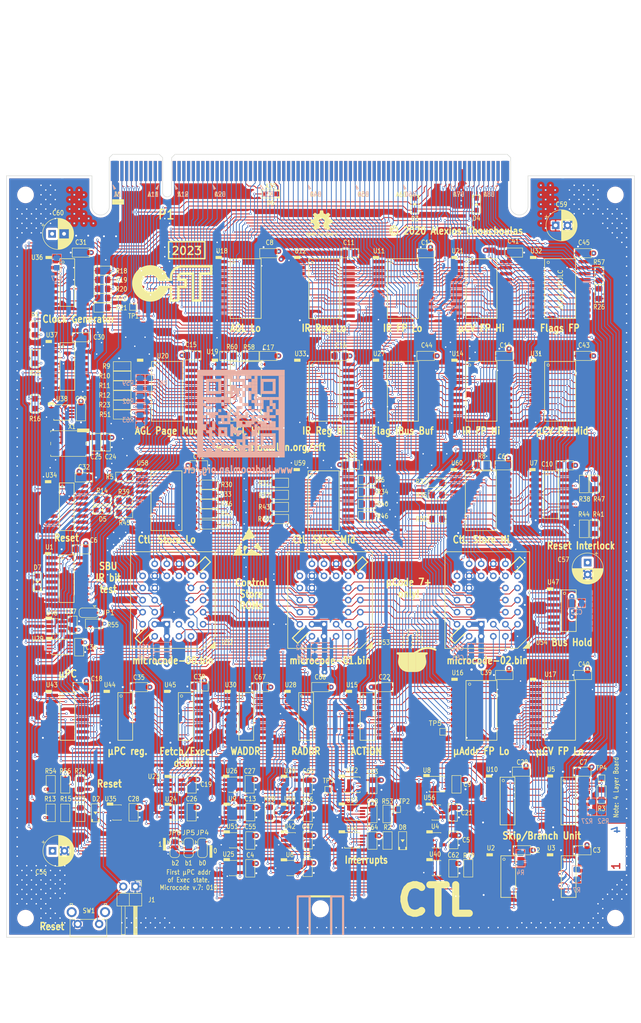
<source format=kicad_pcb>
(kicad_pcb (version 20171130) (host pcbnew 5.1.7-a382d34a8~88~ubuntu20.04.1)
  (title_block (title "CFT Control Unit Board") (rev 2023) (comment 1 CTL))
  (layers (0 F.Cu signal) (1 In1.Cu power) (2 In2.Cu power) (31 B.Cu signal) (34 B.Paste user) (35 F.Paste user) (36 B.SilkS user) (37 F.SilkS user) (38 B.Mask user) (39 F.Mask user) (44 Edge.Cuts user))
  (net 0 "")
  (net 1 +5V)
  (net 2 GND)
  (net 3 /CLK4)
  (net 4 /CLK3)
  (net 5 /~RESET)
  (net 6 /T34)
  (net 7 /CLK2)
  (net 8 /CLK1)
  (net 9 /~RSTHOLD)
  (net 10 /~END)
  (net 11 /~R)
  (net 12 /~IO)
  (net 13 /~MEM)
  (net 14 /~ENDEXT)
  (net 15 /~HALT)
  (net 16 "/Microprogram Sequencer/UPC3")
  (net 17 "/Microprogram Sequencer/UPC2")
  (net 18 "/Microprogram Sequencer/UPC1")
  (net 19 "/Microprogram Sequencer/UPC0")
  (net 20 "/Flag Unit/~FLAGOE")
  (net 21 "/Flag Unit/FPD6")
  (net 22 "/Flag Unit/FPD7")
  (net 23 "/Flag Unit/FPD0")
  (net 24 "/Flag Unit/FPD1")
  (net 25 "/Flag Unit/FPD2")
  (net 26 "/Flag Unit/FPD3")
  (net 27 "/Flag Unit/FPD4")
  (net 28 "/Flag Unit/FPD5")
  (net 29 /~WS)
  (net 30 /~COND)
  (net 31 /FV)
  (net 32 /~IRQ)
  (net 33 /IBUS15)
  (net 34 /~FLAGWE)
  (net 35 /IR0)
  (net 36 /IR1)
  (net 37 /IR2)
  (net 38 /IR3)
  (net 39 /IR4)
  (net 40 /IR5)
  (net 41 /IR6)
  (net 42 /~SKIPEXT)
  (net 43 /~IRQS)
  (net 44 /~WEN)
  (net 45 /IR7)
  (net 46 /IR15)
  (net 47 /IR8)
  (net 48 /IR9)
  (net 49 /IR10)
  (net 50 /IR11)
  (net 51 /IR12)
  (net 52 /IR13)
  (net 53 /IR14)
  (net 54 /IDX1)
  (net 55 /IDX0)
  (net 56 "/Addressing Modes/IBUS0")
  (net 57 "/Addressing Modes/IBUS1")
  (net 58 "/Addressing Modes/IBUS2")
  (net 59 "/Addressing Modes/IBUS3")
  (net 60 "/Addressing Modes/IBUS4")
  (net 61 "/Addressing Modes/IBUS5")
  (net 62 "/Addressing Modes/IBUS6")
  (net 63 "/Addressing Modes/IBUS7")
  (net 64 "/Flag Unit/WADDR0")
  (net 65 "/Flag Unit/WADDR1")
  (net 66 "/Flag Unit/WADDR2")
  (net 67 "/Flag Unit/WADDR3")
  (net 68 "/Flag Unit/WADDR4")
  (net 69 "/Interrupt State Machine/ACTION0")
  (net 70 "/Interrupt State Machine/ACTION1")
  (net 71 "/Interrupt State Machine/ACTION2")
  (net 72 "/Interrupt State Machine/ACTION3")
  (net 73 "/Addressing Modes/IBUS8")
  (net 74 "/Addressing Modes/IBUS9")
  (net 75 "/Addressing Modes/IBUS10")
  (net 76 "/Addressing Modes/IBUS11")
  (net 77 "/Addressing Modes/IBUS12")
  (net 78 "/Addressing Modes/IBUS13")
  (net 79 "/Addressing Modes/IBUS14")
  (net 80 /FPCLK)
  (net 81 "/Clock Generator/CLK1₀")
  (net 82 "/Clock Generator/CLK2₀")
  (net 83 "/Clock Generator/CLK4₀")
  (net 84 "/Clock Generator/T34₀")
  (net 85 "/Addressing Modes/PAGE5")
  (net 86 "/Addressing Modes/PAGE4")
  (net 87 "/Addressing Modes/PAGE3")
  (net 88 "/Addressing Modes/PAGE2")
  (net 89 "/Addressing Modes/PAGE1")
  (net 90 "/Addressing Modes/PAGE0")
  (net 91 "/Clock Generator/÷4")
  (net 92 "/Clock Generator/÷2")
  (net 93 "/Clock Generator/CLKIN")
  (net 94 "/Clock Generator/CLK")
  (net 95 "/Clock Generator/CLK3₀")
  (net 96 "Net-(C23-Pad1)")
  (net 97 "Net-(D2-Pad1)")
  (net 98 /POWEROK)
  (net 99 "Net-(D5-Pad1)")
  (net 100 "Net-(D5-Pad2)")
  (net 101 "Net-(D7-Pad1)")
  (net 102 "Net-(D8-Pad1)")
  (net 103 "Net-(JP4-Pad2)")
  (net 104 "Net-(JP5-Pad2)")
  (net 105 "Net-(JP6-Pad2)")
  (net 106 /COND1)
  (net 107 /COND3)
  (net 108 /CEXT8)
  (net 109 /CEXT10)
  (net 110 /FL)
  (net 111 /FZ)
  (net 112 /FN)
  (net 113 /PC10)
  (net 114 /PC11)
  (net 115 /PC13)
  (net 116 /PC12)
  (net 117 /PC15)
  (net 118 /PC14)
  (net 119 /FPFETCH∕~EXEC)
  (net 120 /COND0)
  (net 121 /COND2)
  (net 122 /COND4)
  (net 123 /CEXT9)
  (net 124 "Net-(R5-Pad2)")
  (net 125 "Net-(R6-Pad2)")
  (net 126 "Net-(R8-Pad2)")
  (net 127 "Net-(R29-Pad2)")
  (net 128 "Net-(R30-Pad2)")
  (net 129 "Net-(R31-Pad2)")
  (net 130 "Net-(R32-Pad2)")
  (net 131 "Net-(R33-Pad2)")
  (net 132 "Net-(R34-Pad2)")
  (net 133 "Net-(R35-Pad2)")
  (net 134 "Net-(R36-Pad2)")
  (net 135 "Net-(R37-Pad2)")
  (net 136 "Net-(R38-Pad2)")
  (net 137 "Net-(R39-Pad2)")
  (net 138 "Net-(R40-Pad2)")
  (net 139 "Net-(R41-Pad2)")
  (net 140 "Net-(R42-Pad2)")
  (net 141 "Net-(R43-Pad2)")
  (net 142 "Net-(R44-Pad2)")
  (net 143 "Net-(R45-Pad2)")
  (net 144 "Net-(R46-Pad2)")
  (net 145 "Net-(R47-Pad2)")
  (net 146 "Net-(R48-Pad2)")
  (net 147 "Net-(R49-Pad2)")
  (net 148 "Net-(R50-Pad2)")
  (net 149 /FI)
  (net 150 "/Interrupt State Machine/~INH")
  (net 151 "/Interrupt State Machine/~IRQ1")
  (net 152 "/Skip/Branch Unit/~CEN0")
  (net 153 "/Skip/Branch Unit/SV")
  (net 154 "/Skip/Branch Unit/SL")
  (net 155 "/Skip/Branch Unit/SZ")
  (net 156 "/Skip/Branch Unit/SN")
  (net 157 "/Skip/Branch Unit/SZN")
  (net 158 "/Skip/Branch Unit/SVL")
  (net 159 "Net-(U3-Pad8)")
  (net 160 "/Skip/Branch Unit/SKP")
  (net 161 "/Skip/Branch Unit/~CEN1")
  (net 162 "/Flag Unit/~WRITE-MBP+FLAGS")
  (net 163 "/Flag Unit/~WRITE-FLAGS")
  (net 164 "/Interrupt State Machine/~ACTION-STI")
  (net 165 "/Interrupt State Machine/~RESET-OR-CLI")
  (net 166 "/Interrupt State Machine/~ACTION-CLI")
  (net 167 "/Interrupt State Machine/~IRQ0")
  (net 168 "Net-(U40-Pad2)")
  (net 169 "/Interrupt State Machine/ENDCP")
  (net 170 /~IRQSµC)
  (net 171 "/Microprogram Sequencer/~CSE")
  (net 172 "/Microprogram Sequencer/Microcode Store/µCV0")
  (net 173 "/Microprogram Sequencer/Microcode Store/µCV1")
  (net 174 "/Microprogram Sequencer/Microcode Store/µCV2")
  (net 175 "/Microprogram Sequencer/Microcode Store/µCV3")
  (net 176 "/Microprogram Sequencer/Microcode Store/µCV4")
  (net 177 "/Microprogram Sequencer/Microcode Store/µCV5")
  (net 178 "/Microprogram Sequencer/Microcode Store/µCV6")
  (net 179 "/Microprogram Sequencer/Microcode Store/µCV7")
  (net 180 "/Microprogram Sequencer/Microcode Store/µCV8")
  (net 181 "/Microprogram Sequencer/Microcode Store/µCV9")
  (net 182 "/Microprogram Sequencer/Microcode Store/µCV10")
  (net 183 "/Microprogram Sequencer/Microcode Store/µCV11")
  (net 184 "/Microprogram Sequencer/Microcode Store/µCV12")
  (net 185 "/Microprogram Sequencer/Microcode Store/µCV13")
  (net 186 "/Microprogram Sequencer/Microcode Store/µCV14")
  (net 187 "/Microprogram Sequencer/Microcode Store/µCV15")
  (net 188 "/Microprogram Sequencer/Microcode Store/µCV23")
  (net 189 "/Microprogram Sequencer/Microcode Store/µCV22")
  (net 190 "/Microprogram Sequencer/Microcode Store/µCV21")
  (net 191 "/Microprogram Sequencer/Microcode Store/µCV20")
  (net 192 "/Microprogram Sequencer/Microcode Store/µCV19")
  (net 193 "/Microprogram Sequencer/Microcode Store/µCV18")
  (net 194 "/Microprogram Sequencer/Microcode Store/µCV17")
  (net 195 "/Microprogram Sequencer/Microcode Store/µCV16")
  (net 196 /~FPIRL)
  (net 197 /~FPIRH)
  (net 198 /~FPµA0)
  (net 199 /~FPµC0)
  (net 200 /~FPµC2)
  (net 201 /~FPµC1)
  (net 202 "/Flag Unit/RADDR0")
  (net 203 "/Flag Unit/RADDR1")
  (net 204 "/Flag Unit/RADDR2")
  (net 205 "/Flag Unit/RADDR3")
  (net 206 "/Flag Unit/RADDR4")
  (net 207 /~READ-AGL)
  (net 208 /~FPRESET)
  (net 209 /sheet5DD55211/AB6)
  (net 210 /sheet5DD55211/AB7)
  (net 211 /sheet5DD55211/DB0)
  (net 212 /sheet5DD55211/DB1)
  (net 213 /sheet5DD55211/DB2)
  (net 214 /sheet5DD55211/DB3)
  (net 215 /sheet5DD55211/DB4)
  (net 216 /sheet5DD55211/DB5)
  (net 217 /sheet5DD55211/DB6)
  (net 218 /sheet5DD55211/DB7)
  (net 219 /~SYSDEV)
  (net 220 /~IODEV1xx)
  (net 221 /~IODEV2xx)
  (net 222 /~IODEV3xx)
  (net 223 /sheet5DD55211/RSVD2)
  (net 224 /sheet5DD55211/RSVD3)
  (net 225 /sheet5DD55211/RSVD4)
  (net 226 /sheet5DD55211/AB8)
  (net 227 /sheet5DD55211/AB9)
  (net 228 /sheet5DD55211/AB10)
  (net 229 /sheet5DD55211/AB11)
  (net 230 /sheet5DD55211/AB12)
  (net 231 /sheet5DD55211/AB13)
  (net 232 /sheet5DD55211/AB14)
  (net 233 /sheet5DD55211/AB15)
  (net 234 /sheet5DD55211/AB16)
  (net 235 /sheet5DD55211/AB17)
  (net 236 /sheet5DD55211/AB18)
  (net 237 /sheet5DD55211/AB19)
  (net 238 /sheet5DD55211/AB20)
  (net 239 /sheet5DD55211/AB21)
  (net 240 /sheet5DD55211/AB22)
  (net 241 /sheet5DD55211/AB23)
  (net 242 /sheet5DD55211/RSVD1)
  (net 243 /sheet5DD55211/~IRQ0)
  (net 244 /sheet5DD55211/~IRQ1)
  (net 245 /sheet5DD55211/~IRQ2)
  (net 246 /sheet5DD55211/~IRQ3)
  (net 247 /sheet5DD55211/~IRQ4)
  (net 248 /sheet5DD55211/DB8)
  (net 249 /sheet5DD55211/DB9)
  (net 250 /sheet5DD55211/DB10)
  (net 251 /sheet5DD55211/DB11)
  (net 252 /sheet5DD55211/DB12)
  (net 253 /sheet5DD55211/DB13)
  (net 254 /sheet5DD55211/DB14)
  (net 255 /sheet5DD55211/DB15)
  (net 256 /sheet5DD55211/AB0)
  (net 257 /sheet5DD55211/AB1)
  (net 258 /sheet5DD55211/AB2)
  (net 259 /sheet5DD55211/AB3)
  (net 260 /sheet5DD55211/AB4)
  (net 261 /sheet5DD55211/AB5)
  (net 262 /sheet5DD55211/~IRQ5)
  (net 263 /sheet5DD55211/~IRQ6)
  (net 264 /sheet5DD55211/~IRQ7)
  (net 265 "Net-(U1-Pad5)")
  (net 266 "Net-(U3-Pad11)")
  (net 267 "Net-(U5-Pad5)")
  (net 268 "Net-(U8-Pad3)")
  (net 269 "Net-(U10-Pad6)")
  (net 270 "Net-(U10-Pad7)")
  (net 271 "Net-(U10-Pad9)")
  (net 272 "Net-(U10-Pad10)")
  (net 273 "Net-(U10-Pad11)")
  (net 274 "Net-(U10-Pad12)")
  (net 275 /~WRITE-IR)
  (net 276 "Net-(U13-Pad3)")
  (net 277 "Net-(U15-Pad15)")
  (net 278 "Net-(U15-Pad14)")
  (net 279 "Net-(U15-Pad13)")
  (net 280 "Net-(U15-Pad9)")
  (net 281 "Net-(U15-Pad7)")
  (net 282 "Net-(U20-Pad19)")
  (net 283 "Net-(U20-Pad18)")
  (net 284 "Net-(U22-Pad3)")
  (net 285 "Net-(U28-Pad15)")
  (net 286 "Net-(U28-Pad14)")
  (net 287 "Net-(U28-Pad13)")
  (net 288 "Net-(U28-Pad12)")
  (net 289 "Net-(U28-Pad11)")
  (net 290 "Net-(U30-Pad11)")
  (net 291 "Net-(U30-Pad12)")
  (net 292 "Net-(U30-Pad13)")
  (net 293 "Net-(U30-Pad14)")
  (net 294 "Net-(U30-Pad15)")
  (net 295 /~FPFLAGS)
  (net 296 "Net-(U34-Pad1)")
  (net 297 "Net-(U34-Pad2)")
  (net 298 "Net-(U34-Pad3)")
  (net 299 "Net-(U34-Pad4)")
  (net 300 "Net-(U34-Pad5)")
  (net 301 "Net-(U34-Pad6)")
  (net 302 "Net-(U34-Pad9)")
  (net 303 "Net-(U34-Pad15)")
  (net 304 "Net-(U36-Pad12)")
  (net 305 "Net-(U36-Pad10)")
  (net 306 "Net-(U36-Pad9)")
  (net 307 "Net-(U37-Pad13)")
  (net 308 "Net-(U37-Pad12)")
  (net 309 "Net-(U37-Pad7)")
  (net 310 "Net-(U37-Pad6)")
  (net 311 "Net-(U38-Pad3)")
  (net 312 "Net-(U44-Pad15)")
  (net 313 "Net-(U45-Pad6)")
  (net 314 "Net-(U45-Pad5)")
  (net 315 "/Instruction Register (IR)/~WIR")
  (net 316 "/Skip/Branch Unit/~COND₀")
  (net 317 "/Skip/Branch Unit/~COND₁")
  (net 318 /WSTB)
  (net 319 /~FPCLK~⁄CLK)
  (net 320 "/Microprogram Sequencer/Microcode Store/~WEN0")
  (net 321 "/Microprogram Sequencer/Microcode Store/~R0")
  (net 322 "/Microprogram Sequencer/Microcode Store/~IO0")
  (net 323 "/Microprogram Sequencer/Microcode Store/~MEM0")
  (net 324 /~IR-IDX)
  (net 325 /~ACTION-IDX)
  (net 326 /~IDXEN)
  (net 327 "Net-(U30-Pad9)")
  (net 328 "/Interrupt State Machine/~INH₀")
  (net 329 /sheet5DD55211/~W)
  (net 330 /~WAITING)
  (net 331 "/Microprogram Sequencer/Micro-Program Counter/~µPCCLR")
  (net 332 "Net-(U43-Pad6)")
  (net 333 "Net-(U29-Pad5)")
  (net 334 /~µPC-INH)
  (net 335 "Net-(P1-PadB28)")
  (net 336 "/Microprogram Sequencer/~HALT₀")
  (net 337 "/Microprogram Sequencer/Micro-Program Counter/~µPCCLR'")
  (net 338 "/Microprogram Sequencer/Sheet5D82ABFF/RSVD")
  (net 339 /sheet5DD55211/C40)
  (module alexios:R_SMD_0805_2012Metric_Pad1.15x1.40mm_HandSolder (layer F.Cu) (at 59.944 109.601 270)
    (fp_text reference R1 (at -3.175 0 180) (layer F.SilkS) (effects (font (size 1 0.83))))
    (fp_text value 4.7kΩ)
    (pad 2 smd roundrect (at 1.025 0 270) (size 1.15 1.4) (layers F.Cu F.Paste F.Mask) (roundrect_rratio 0.217391) (net 1 +5V))
    (pad 1 smd roundrect (at -1.025 0 270) (size 1.15 1.4) (layers F.Cu F.Paste F.Mask) (roundrect_rratio 0.217391) (net 9 /~RSTHOLD))
  )
  (module alexios:QRCODE-CFT (layer B.Cu) (at 112.395 136.398 180)
    (fp_text reference REF** hide)
    (fp_text value QRCODE-CFT hide)
  )
  (module Symbol:ESD-Logo_6.6x6mm_SilkScreen (layer F.Cu) (at 104.775 154.051)
    (fp_text reference REF** hide)
    (fp_text value ESD-Logo_6.6x6mm_SilkScreen hide)
  )
  (module Symbol:OSHW-Logo2_7.3x6mm_SilkScreen (layer F.Cu) (at 120.142 87.249)
    (fp_text reference REF** hide)
    (fp_text value OSHW-Logo2_7.3x6mm_SilkScreen hide)
  )
  (module alexios:SIGNATURE (layer F.Cu) (at 136.271 181.737)
    (fp_text reference REF** hide)
    (fp_text value SIGNATURESILK hide)
  )
  (module alexios:CFT (layer F.Cu) (at 88.773 99.822)
    (fp_text reference G*** hide)
    (fp_text value LOGO hide)
  )
  (module alexios:CFT-2019-Card-Edge (layer F.Cu) (at 76.2 76.2)
    (fp_text reference P1 (at 11.3284 9.144 180) (layer F.SilkS) (effects (font (size 2 1.75) (thickness 0.3))))
    (fp_text value CFT-2019-Bus)
    (fp_line (start -22.25 161.05) (end -22.25 1) (layer Edge.Cuts) (width 0.1))
    (fp_line (start -22.25 1) (end -4.3 1) (layer Edge.Cuts) (width 0.1))
    (fp_line (start 87.3 1) (end 87.3 7.425) (layer Edge.Cuts) (width 0.1))
    (fp_line (start 83.65 7.425) (end 83.65 -2.8) (layer Edge.Cuts) (width 0.1))
    (fp_line (start 82.95 -3.5) (end 83.65 -2.8) (layer Edge.Cuts) (width 0.1))
    (fp_line (start -4.3 1) (end -4.3 7.425) (layer Edge.Cuts) (width 0.1))
    (fp_line (start 13.15 -3.5) (end 82.95 -3.5) (layer Edge.Cuts) (width 0.1))
    (fp_line (start 13.15 -3.5) (end 12.45 -2.8) (layer Edge.Cuts) (width 0.1))
    (fp_line (start 12.45 4.5) (end 12.45 -2.8) (layer Edge.Cuts) (width 0.1))
    (fp_line (start 10.55 -2.8) (end 10.55 4.5) (layer Edge.Cuts) (width 0.1))
    (fp_line (start 9.85 -3.5) (end 10.55 -2.8) (layer Edge.Cuts) (width 0.1))
    (fp_line (start 0.05 -3.5) (end 9.85 -3.5) (layer Edge.Cuts) (width 0.1))
    (fp_line (start 0.05 -3.5) (end -0.65 -2.8) (layer Edge.Cuts) (width 0.1))
    (fp_line (start -0.65 7.425) (end -0.65 -2.8) (layer Edge.Cuts) (width 0.1))
    (fp_line (start 109.64 161.05) (end -22.25 161.05) (layer Edge.Cuts) (width 0.1))
    (fp_line (start 87.3 1) (end 109.64 1) (layer Edge.Cuts) (width 0.1))
    (fp_line (start 109.64 161.05) (end 109.64 1) (layer Edge.Cuts) (width 0.1))
    (fp_text user B60 (at 63.9 4.9 180) (layer B.SilkS) (effects (font (size 1 0.83)) (justify left mirror)))
    (fp_text user B50 (at 54 4.9 180) (layer B.SilkS) (effects (font (size 1 0.83)) (justify left mirror)))
    (fp_text user B40 (at 44 4.9 180) (layer B.SilkS) (effects (font (size 1 0.83)) (justify left mirror)))
    (fp_text user B30 (at 34 4.9 180) (layer B.SilkS) (effects (font (size 1 0.83)) (justify left mirror)))
    (fp_text user B20 (at 23.9 4.9 180) (layer B.SilkS) (effects (font (size 1 0.83)) (justify left mirror)))
    (fp_arc (start 85.475 7.425) (end 87.3 7.425) (angle 180) (layer Edge.Cuts) (width 0.1))
    (fp_arc (start -2.475 7.425) (end -4.3 7.425) (angle -180) (layer Edge.Cuts) (width 0.1))
    (fp_arc (start 11.5 4.5) (end 10.55 4.5) (angle -180) (layer Edge.Cuts) (width 0.1))
    (fp_text user B11 (at 7.2 4.9 180) (layer B.SilkS) (effects (font (size 1 0.83)) (justify right mirror)))
    (fp_text user B1 (at 1.9 4.9 180) (layer B.SilkS) (effects (font (size 1 0.83)) (justify left mirror)))
    (fp_text user A12 (at 13.6 4.9) (layer F.SilkS) (effects (font (size 1 0.83)) (justify left)))
    (fp_text user A80 (at 77.9 4.9) (layer F.SilkS) (effects (font (size 1 0.83)) (justify left)))
    (fp_text user A70 (at 71.5 4.9) (layer F.SilkS) (effects (font (size 1 0.83)) (justify left)))
    (fp_text user A60 (at 59.436 4.953) (layer F.SilkS) (effects (font (size 1 0.83)) (justify left)))
    (fp_text user A50 (at 51.5 4.9) (layer F.SilkS) (effects (font (size 1 0.83)) (justify left)))
    (fp_text user A40 (at 41.5 4.9) (layer F.SilkS) (effects (font (size 1 0.83)) (justify left)))
    (fp_text user A30 (at 32.004 3.175) (layer F.SilkS) (effects (font (size 1 0.83)) (justify left)))
    (fp_text user A20 (at 21.4 4.9) (layer F.SilkS) (effects (font (size 1 0.83)) (justify left)))
    (fp_text user A11 (at 7.3 4.9) (layer F.SilkS) (effects (font (size 1 0.83)) (justify left)))
    (fp_text user A1 (at 0.3 4.9) (layer F.SilkS) (effects (font (size 1 0.83)) (justify left)))
    (fp_text user B12 (at 16.1 4.9 180) (layer B.SilkS) (effects (font (size 1 0.83)) (justify left mirror)))
    (fp_text user B70 (at 74 4.9 180) (layer B.SilkS) (effects (font (size 1 0.83)) (justify left mirror)))
    (fp_text user B80 (at 80.4 4.9 180) (layer B.SilkS) (effects (font (size 1 0.83)) (justify left mirror)))
    (pad B3 connect rect (at 2 0 180) (size 0.7 4.2) (layers B.Cu B.Mask) (net 8 /CLK1))
    (pad B4 connect rect (at 3 0 180) (size 0.7 4.2) (layers B.Cu B.Mask) (net 7 /CLK2))
    (pad B5 connect rect (at 4 0 180) (size 0.7 4.2) (layers B.Cu B.Mask) (net 6 /T34))
    (pad B6 connect rect (at 5 0 180) (size 0.7 4.2) (layers B.Cu B.Mask) (net 5 /~RESET))
    (pad B7 connect rect (at 6 0 180) (size 0.7 4.2) (layers B.Cu B.Mask) (net 56 "/Addressing Modes/IBUS0"))
    (pad B8 connect rect (at 7 0 180) (size 0.7 4.2) (layers B.Cu B.Mask) (net 57 "/Addressing Modes/IBUS1"))
    (pad B9 connect rect (at 8 0 180) (size 0.7 4.2) (layers B.Cu B.Mask) (net 58 "/Addressing Modes/IBUS2"))
    (pad B10 connect rect (at 9 0 180) (size 0.7 4.2) (layers B.Cu B.Mask) (net 59 "/Addressing Modes/IBUS3"))
    (pad B11 connect rect (at 10 0 180) (size 0.7 4.2) (layers B.Cu B.Mask) (net 60 "/Addressing Modes/IBUS4"))
    (pad B12 connect rect (at 13 0 180) (size 0.7 4.2) (layers B.Cu B.Mask) (net 61 "/Addressing Modes/IBUS5"))
    (pad A13 connect rect (at 14 0 180) (size 0.7 4.2) (layers F.Cu F.Mask) (net 209 /sheet5DD55211/AB6))
    (pad A14 connect rect (at 15 0 180) (size 0.7 4.2) (layers F.Cu F.Mask) (net 210 /sheet5DD55211/AB7))
    (pad A15 connect rect (at 16 0 180) (size 0.7 4.2) (layers F.Cu F.Mask) (net 211 /sheet5DD55211/DB0))
    (pad A16 connect rect (at 17 0 180) (size 0.7 4.2) (layers F.Cu F.Mask) (net 212 /sheet5DD55211/DB1))
    (pad A17 connect rect (at 18 0 180) (size 0.7 4.2) (layers F.Cu F.Mask) (net 213 /sheet5DD55211/DB2))
    (pad A18 connect rect (at 19 0 180) (size 0.7 4.2) (layers F.Cu F.Mask) (net 214 /sheet5DD55211/DB3))
    (pad A19 connect rect (at 20 0 180) (size 0.7 4.2) (layers F.Cu F.Mask) (net 215 /sheet5DD55211/DB4))
    (pad A20 connect rect (at 21 0 180) (size 0.7 4.2) (layers F.Cu F.Mask) (net 216 /sheet5DD55211/DB5))
    (pad A21 connect rect (at 22 0 180) (size 0.7 4.2) (layers F.Cu F.Mask) (net 217 /sheet5DD55211/DB6))
    (pad A22 connect rect (at 23 0 180) (size 0.7 4.2) (layers F.Cu F.Mask) (net 218 /sheet5DD55211/DB7))
    (pad A23 connect rect (at 24 0 180) (size 0.7 4.2) (layers F.Cu F.Mask) (net 219 /~SYSDEV))
    (pad A24 connect rect (at 25 0 180) (size 0.7 4.2) (layers F.Cu F.Mask) (net 220 /~IODEV1xx))
    (pad A25 connect rect (at 26 0 180) (size 0.7 4.2) (layers F.Cu F.Mask) (net 221 /~IODEV2xx))
    (pad A26 connect rect (at 27 0 180) (size 0.7 4.2) (layers F.Cu F.Mask) (net 222 /~IODEV3xx))
    (pad A27 connect rect (at 28 0 180) (size 0.7 4.2) (layers F.Cu F.Mask) (net 11 /~R))
    (pad A28 connect rect (at 29 0 180) (size 0.7 4.2) (layers F.Cu F.Mask) (net 329 /sheet5DD55211/~W))
    (pad A29 connect rect (at 30 0 180) (size 0.7 4.2) (layers F.Cu F.Mask) (net 223 /sheet5DD55211/RSVD2))
    (pad A30 connect rect (at 31 0 180) (size 0.7 4.2) (layers F.Cu F.Mask) (net 224 /sheet5DD55211/RSVD3))
    (pad A31 connect rect (at 32 0 180) (size 0.7 4.2) (layers F.Cu F.Mask) (net 225 /sheet5DD55211/RSVD4))
    (pad A32 connect rect (at 33 0 180) (size 0.7 4.2) (layers F.Cu F.Mask) (net 14 /~ENDEXT))
    (pad A33 connect rect (at 34 0 180) (size 0.7 4.2) (layers F.Cu F.Mask) (net 42 /~SKIPEXT))
    (pad A34 connect rect (at 35 0 180) (size 0.7 4.2) (layers F.Cu F.Mask) (net 226 /sheet5DD55211/AB8))
    (pad A35 connect rect (at 36 0 180) (size 0.7 4.2) (layers F.Cu F.Mask) (net 227 /sheet5DD55211/AB9))
    (pad A36 connect rect (at 37 0 180) (size 0.7 4.2) (layers F.Cu F.Mask) (net 228 /sheet5DD55211/AB10))
    (pad A37 connect rect (at 38 0 180) (size 0.7 4.2) (layers F.Cu F.Mask) (net 229 /sheet5DD55211/AB11))
    (pad A38 connect rect (at 39 0 180) (size 0.7 4.2) (layers F.Cu F.Mask) (net 230 /sheet5DD55211/AB12))
    (pad A39 connect rect (at 40 0 180) (size 0.7 4.2) (layers F.Cu F.Mask) (net 231 /sheet5DD55211/AB13))
    (pad A40 connect rect (at 41 0 180) (size 0.7 4.2) (layers F.Cu F.Mask) (net 232 /sheet5DD55211/AB14))
    (pad A41 connect rect (at 42 0 180) (size 0.7 4.2) (layers F.Cu F.Mask) (net 233 /sheet5DD55211/AB15))
    (pad A42 connect rect (at 43 0 180) (size 0.7 4.2) (layers F.Cu F.Mask) (net 234 /sheet5DD55211/AB16))
    (pad A43 connect rect (at 44 0 180) (size 0.7 4.2) (layers F.Cu F.Mask) (net 235 /sheet5DD55211/AB17))
    (pad A44 connect rect (at 45 0 180) (size 0.7 4.2) (layers F.Cu F.Mask) (net 236 /sheet5DD55211/AB18))
    (pad A45 connect rect (at 46 0 180) (size 0.7 4.2) (layers F.Cu F.Mask) (net 237 /sheet5DD55211/AB19))
    (pad A46 connect rect (at 47 0 180) (size 0.7 4.2) (layers F.Cu F.Mask) (net 238 /sheet5DD55211/AB20))
    (pad A47 connect rect (at 48 0 180) (size 0.7 4.2) (layers F.Cu F.Mask) (net 239 /sheet5DD55211/AB21))
    (pad A48 connect rect (at 49 0 180) (size 0.7 4.2) (layers F.Cu F.Mask) (net 240 /sheet5DD55211/AB22))
    (pad A49 connect rect (at 50 0 180) (size 0.7 4.2) (layers F.Cu F.Mask) (net 241 /sheet5DD55211/AB23))
    (pad A50 connect rect (at 51 0 180) (size 0.7 4.2) (layers F.Cu F.Mask) (net 242 /sheet5DD55211/RSVD1))
    (pad A51 connect rect (at 52 0 180) (size 0.7 4.2) (layers F.Cu F.Mask) (net 243 /sheet5DD55211/~IRQ0))
    (pad A52 connect rect (at 53 0 180) (size 0.7 4.2) (layers F.Cu F.Mask) (net 244 /sheet5DD55211/~IRQ1))
    (pad A53 connect rect (at 54 0 180) (size 0.7 4.2) (layers F.Cu F.Mask) (net 245 /sheet5DD55211/~IRQ2))
    (pad A54 connect rect (at 55 0 180) (size 0.7 4.2) (layers F.Cu F.Mask) (net 246 /sheet5DD55211/~IRQ3))
    (pad A55 connect rect (at 56 0 180) (size 0.7 4.2) (layers F.Cu F.Mask) (net 247 /sheet5DD55211/~IRQ4))
    (pad A56 connect rect (at 57 0 180) (size 0.7 4.2) (layers F.Cu F.Mask) (net 248 /sheet5DD55211/DB8))
    (pad A57 connect rect (at 58 0 180) (size 0.7 4.2) (layers F.Cu F.Mask) (net 249 /sheet5DD55211/DB9))
    (pad A58 connect rect (at 59 0 180) (size 0.7 4.2) (layers F.Cu F.Mask) (net 250 /sheet5DD55211/DB10))
    (pad A59 connect rect (at 60 0 180) (size 0.7 4.2) (layers F.Cu F.Mask) (net 251 /sheet5DD55211/DB11))
    (pad A60 connect rect (at 61 0 180) (size 0.7 4.2) (layers F.Cu F.Mask) (net 252 /sheet5DD55211/DB12))
    (pad A61 connect rect (at 62 0 180) (size 0.7 4.2) (layers F.Cu F.Mask) (net 253 /sheet5DD55211/DB13))
    (pad A62 connect rect (at 63 0 180) (size 0.7 4.2) (layers F.Cu F.Mask) (net 254 /sheet5DD55211/DB14))
    (pad A63 connect rect (at 64 0 180) (size 0.7 4.2) (layers F.Cu F.Mask) (net 255 /sheet5DD55211/DB15))
    (pad A64 connect rect (at 65 0 180) (size 0.7 4.2) (layers F.Cu F.Mask) (net 117 /PC15))
    (pad A65 connect rect (at 66 0 180) (size 0.7 4.2) (layers F.Cu F.Mask) (net 208 /~FPRESET))
    (pad A66 connect rect (at 67 0 180) (size 0.7 4.2) (layers F.Cu F.Mask) (net 80 /FPCLK))
    (pad A6 connect rect (at 5 0 180) (size 0.7 4.2) (layers F.Cu F.Mask) (net 9 /~RSTHOLD))
    (pad A7 connect rect (at 6 0 180) (size 0.7 4.2) (layers F.Cu F.Mask) (net 256 /sheet5DD55211/AB0))
    (pad A8 connect rect (at 7 0 180) (size 0.7 4.2) (layers F.Cu F.Mask) (net 257 /sheet5DD55211/AB1))
    (pad A9 connect rect (at 8 0 180) (size 0.7 4.2) (layers F.Cu F.Mask) (net 258 /sheet5DD55211/AB2))
    (pad A10 connect rect (at 9 0 180) (size 0.7 4.2) (layers F.Cu F.Mask) (net 259 /sheet5DD55211/AB3))
    (pad A11 connect rect (at 10 0 180) (size 0.7 4.2) (layers F.Cu F.Mask) (net 260 /sheet5DD55211/AB4))
    (pad A12 connect rect (at 13 0 180) (size 0.7 4.2) (layers F.Cu F.Mask) (net 261 /sheet5DD55211/AB5))
    (pad B1 connect rect (at 0 0 180) (size 0.7 4.2) (layers B.Cu B.Mask) (net 2 GND))
    (pad B2 connect rect (at 1 0 180) (size 0.7 4.2) (layers B.Cu B.Mask) (net 2 GND))
    (pad A1 connect rect (at 0 0 180) (size 0.7 4.2) (layers F.Cu F.Mask) (net 1 +5V))
    (pad A2 connect rect (at 1 0 180) (size 0.7 4.2) (layers F.Cu F.Mask) (net 1 +5V))
    (pad A3 connect rect (at 2 0 180) (size 0.7 4.2) (layers F.Cu F.Mask) (net 4 /CLK3))
    (pad A4 connect rect (at 3 0 180) (size 0.7 4.2) (layers F.Cu F.Mask) (net 3 /CLK4))
    (pad A5 connect rect (at 4 0 180) (size 0.7 4.2) (layers F.Cu F.Mask) (net 318 /WSTB))
    (pad A67 connect rect (at 68 0 180) (size 0.7 4.2) (layers F.Cu F.Mask) (net 262 /sheet5DD55211/~IRQ5))
    (pad A68 connect rect (at 69 0 180) (size 0.7 4.2) (layers F.Cu F.Mask) (net 263 /sheet5DD55211/~IRQ6))
    (pad A69 connect rect (at 70 0 180) (size 0.7 4.2) (layers F.Cu F.Mask) (net 119 /FPFETCH∕~EXEC))
    (pad A70 connect rect (at 71 0 180) (size 0.7 4.2) (layers F.Cu F.Mask) (net 264 /sheet5DD55211/~IRQ7))
    (pad A71 connect rect (at 72 0 180) (size 0.7 4.2) (layers F.Cu F.Mask) (net 199 /~FPµC0))
    (pad A72 connect rect (at 73 0 180) (size 0.7 4.2) (layers F.Cu F.Mask) (net 2 GND))
    (pad A73 connect rect (at 74 0 180) (size 0.7 4.2) (layers F.Cu F.Mask) (net 2 GND))
    (pad A74 connect rect (at 75 0 180) (size 0.7 4.2) (layers F.Cu F.Mask) (net 200 /~FPµC2))
    (pad A75 connect rect (at 76 0 180) (size 0.7 4.2) (layers F.Cu F.Mask) (net 197 /~FPIRH))
    (pad A76 connect rect (at 77 0 180) (size 0.7 4.2) (layers F.Cu F.Mask) (net 98 /POWEROK))
    (pad A77 connect rect (at 78 0 180) (size 0.7 4.2) (layers F.Cu F.Mask) (net 106 /COND1))
    (pad A78 connect rect (at 79 0 180) (size 0.7 4.2) (layers F.Cu F.Mask) (net 107 /COND3))
    (pad A79 connect rect (at 80 0 180) (size 0.7 4.2) (layers F.Cu F.Mask) (net 108 /CEXT8))
    (pad A80 connect rect (at 81 0 180) (size 0.7 4.2) (layers F.Cu F.Mask) (net 324 /~IR-IDX))
    (pad A81 connect rect (at 82 0 180) (size 0.7 4.2) (layers F.Cu F.Mask) (net 1 +5V))
    (pad A82 connect rect (at 83 0 180) (size 0.7 4.2) (layers F.Cu F.Mask) (net 1 +5V))
    (pad B13 connect rect (at 14 0 180) (size 0.7 4.2) (layers B.Cu B.Mask) (net 62 "/Addressing Modes/IBUS6"))
    (pad B14 connect rect (at 15 0 180) (size 0.7 4.2) (layers B.Cu B.Mask) (net 63 "/Addressing Modes/IBUS7"))
    (pad B15 connect rect (at 16 0 180) (size 0.7 4.2) (layers B.Cu B.Mask) (net 202 "/Flag Unit/RADDR0"))
    (pad B16 connect rect (at 17 0 180) (size 0.7 4.2) (layers B.Cu B.Mask) (net 203 "/Flag Unit/RADDR1"))
    (pad B17 connect rect (at 18 0 180) (size 0.7 4.2) (layers B.Cu B.Mask) (net 204 "/Flag Unit/RADDR2"))
    (pad B18 connect rect (at 19 0 180) (size 0.7 4.2) (layers B.Cu B.Mask) (net 205 "/Flag Unit/RADDR3"))
    (pad B19 connect rect (at 20 0 180) (size 0.7 4.2) (layers B.Cu B.Mask) (net 206 "/Flag Unit/RADDR4"))
    (pad B20 connect rect (at 21 0 180) (size 0.7 4.2) (layers B.Cu B.Mask) (net 64 "/Flag Unit/WADDR0"))
    (pad B21 connect rect (at 22 0 180) (size 0.7 4.2) (layers B.Cu B.Mask) (net 65 "/Flag Unit/WADDR1"))
    (pad B22 connect rect (at 23 0 180) (size 0.7 4.2) (layers B.Cu B.Mask) (net 66 "/Flag Unit/WADDR2"))
    (pad B23 connect rect (at 24 0 180) (size 0.7 4.2) (layers B.Cu B.Mask) (net 67 "/Flag Unit/WADDR3"))
    (pad B24 connect rect (at 25 0 180) (size 0.7 4.2) (layers B.Cu B.Mask) (net 68 "/Flag Unit/WADDR4"))
    (pad B25 connect rect (at 26 0 180) (size 0.7 4.2) (layers B.Cu B.Mask) (net 13 /~MEM))
    (pad B26 connect rect (at 27 0 180) (size 0.7 4.2) (layers B.Cu B.Mask) (net 12 /~IO))
    (pad B27 connect rect (at 28 0 180) (size 0.7 4.2) (layers B.Cu B.Mask) (net 29 /~WS))
    (pad B28 connect rect (at 29 0 180) (size 0.7 4.2) (layers B.Cu B.Mask) (net 335 "Net-(P1-PadB28)"))
    (pad B29 connect rect (at 30 0 180) (size 0.7 4.2) (layers B.Cu B.Mask) (net 330 /~WAITING))
    (pad B30 connect rect (at 31 0 180) (size 0.7 4.2) (layers B.Cu B.Mask) (net 69 "/Interrupt State Machine/ACTION0"))
    (pad B31 connect rect (at 32 0 180) (size 0.7 4.2) (layers B.Cu B.Mask) (net 70 "/Interrupt State Machine/ACTION1"))
    (pad B32 connect rect (at 33 0 180) (size 0.7 4.2) (layers B.Cu B.Mask) (net 71 "/Interrupt State Machine/ACTION2"))
    (pad B33 connect rect (at 34 0 180) (size 0.7 4.2) (layers B.Cu B.Mask) (net 72 "/Interrupt State Machine/ACTION3"))
    (pad B34 connect rect (at 35 0 180) (size 0.7 4.2) (layers B.Cu B.Mask) (net 73 "/Addressing Modes/IBUS8"))
    (pad B35 connect rect (at 36 0 180) (size 0.7 4.2) (layers B.Cu B.Mask) (net 74 "/Addressing Modes/IBUS9"))
    (pad B36 connect rect (at 37 0 180) (size 0.7 4.2) (layers B.Cu B.Mask) (net 75 "/Addressing Modes/IBUS10"))
    (pad B37 connect rect (at 38 0 180) (size 0.7 4.2) (layers B.Cu B.Mask) (net 76 "/Addressing Modes/IBUS11"))
    (pad B38 connect rect (at 39 0 180) (size 0.7 4.2) (layers B.Cu B.Mask) (net 77 "/Addressing Modes/IBUS12"))
    (pad B39 connect rect (at 40 0 180) (size 0.7 4.2) (layers B.Cu B.Mask) (net 78 "/Addressing Modes/IBUS13"))
    (pad B40 connect rect (at 41 0 180) (size 0.7 4.2) (layers B.Cu B.Mask) (net 79 "/Addressing Modes/IBUS14"))
    (pad B41 connect rect (at 42 0 180) (size 0.7 4.2) (layers B.Cu B.Mask) (net 33 /IBUS15))
    (pad B42 connect rect (at 43 0 180) (size 0.7 4.2) (layers B.Cu B.Mask) (net 32 /~IRQ))
    (pad B43 connect rect (at 44 0 180) (size 0.7 4.2) (layers B.Cu B.Mask) (net 43 /~IRQS))
    (pad B44 connect rect (at 45 0 180) (size 0.7 4.2) (layers B.Cu B.Mask) (net 35 /IR0))
    (pad B45 connect rect (at 46 0 180) (size 0.7 4.2) (layers B.Cu B.Mask) (net 36 /IR1))
    (pad B46 connect rect (at 47 0 180) (size 0.7 4.2) (layers B.Cu B.Mask) (net 37 /IR2))
    (pad B47 connect rect (at 48 0 180) (size 0.7 4.2) (layers B.Cu B.Mask) (net 38 /IR3))
    (pad B48 connect rect (at 49 0 180) (size 0.7 4.2) (layers B.Cu B.Mask) (net 39 /IR4))
    (pad B49 connect rect (at 50 0 180) (size 0.7 4.2) (layers B.Cu B.Mask) (net 40 /IR5))
    (pad B50 connect rect (at 51 0 180) (size 0.7 4.2) (layers B.Cu B.Mask) (net 41 /IR6))
    (pad B51 connect rect (at 52 0 180) (size 0.7 4.2) (layers B.Cu B.Mask) (net 44 /~WEN))
    (pad B52 connect rect (at 53 0 180) (size 0.7 4.2) (layers B.Cu B.Mask) (net 110 /FL))
    (pad B53 connect rect (at 54 0 180) (size 0.7 4.2) (layers B.Cu B.Mask) (net 31 /FV))
    (pad B54 connect rect (at 55 0 180) (size 0.7 4.2) (layers B.Cu B.Mask) (net 34 /~FLAGWE))
    (pad B55 connect rect (at 56 0 180) (size 0.7 4.2) (layers B.Cu B.Mask) (net 111 /FZ))
    (pad B56 connect rect (at 57 0 180) (size 0.7 4.2) (layers B.Cu B.Mask) (net 112 /FN))
    (pad B57 connect rect (at 58 0 180) (size 0.7 4.2) (layers B.Cu B.Mask) (net 113 /PC10))
    (pad B58 connect rect (at 59 0 180) (size 0.7 4.2) (layers B.Cu B.Mask) (net 116 /PC12))
    (pad B59 connect rect (at 60 0 180) (size 0.7 4.2) (layers B.Cu B.Mask) (net 114 /PC11))
    (pad B60 connect rect (at 61 0 180) (size 0.7 4.2) (layers B.Cu B.Mask) (net 15 /~HALT))
    (pad B61 connect rect (at 62 0 180) (size 0.7 4.2) (layers B.Cu B.Mask) (net 118 /PC14))
    (pad B62 connect rect (at 63 0 180) (size 0.7 4.2) (layers B.Cu B.Mask) (net 115 /PC13))
    (pad B63 connect rect (at 64 0 180) (size 0.7 4.2) (layers B.Cu B.Mask) (net 23 "/Flag Unit/FPD0"))
    (pad B64 connect rect (at 65 0 180) (size 0.7 4.2) (layers B.Cu B.Mask) (net 24 "/Flag Unit/FPD1"))
    (pad B65 connect rect (at 66 0 180) (size 0.7 4.2) (layers B.Cu B.Mask) (net 25 "/Flag Unit/FPD2"))
    (pad B66 connect rect (at 67 0 180) (size 0.7 4.2) (layers B.Cu B.Mask) (net 26 "/Flag Unit/FPD3"))
    (pad B67 connect rect (at 68 0 180) (size 0.7 4.2) (layers B.Cu B.Mask) (net 319 /~FPCLK~⁄CLK))
    (pad B68 connect rect (at 69 0 180) (size 0.7 4.2) (layers B.Cu B.Mask) (net 27 "/Flag Unit/FPD4"))
    (pad B69 connect rect (at 70 0 180) (size 0.7 4.2) (layers B.Cu B.Mask) (net 28 "/Flag Unit/FPD5"))
    (pad B70 connect rect (at 71 0 180) (size 0.7 4.2) (layers B.Cu B.Mask) (net 198 /~FPµA0))
    (pad B71 connect rect (at 72 0 180) (size 0.7 4.2) (layers B.Cu B.Mask) (net 201 /~FPµC1))
    (pad B72 connect rect (at 73 0 180) (size 0.7 4.2) (layers B.Cu B.Mask) (net 21 "/Flag Unit/FPD6"))
    (pad B73 connect rect (at 74 0 180) (size 0.7 4.2) (layers B.Cu B.Mask) (net 22 "/Flag Unit/FPD7"))
    (pad B74 connect rect (at 75 0 180) (size 0.7 4.2) (layers B.Cu B.Mask) (net 196 /~FPIRL))
    (pad B75 connect rect (at 76 0 180) (size 0.7 4.2) (layers B.Cu B.Mask) (net 295 /~FPFLAGS))
    (pad B76 connect rect (at 77 0 180) (size 0.7 4.2) (layers B.Cu B.Mask) (net 120 /COND0))
    (pad B77 connect rect (at 78 0 180) (size 0.7 4.2) (layers B.Cu B.Mask) (net 121 /COND2))
    (pad B78 connect rect (at 79 0 180) (size 0.7 4.2) (layers B.Cu B.Mask) (net 122 /COND4))
    (pad B79 connect rect (at 80 0 180) (size 0.7 4.2) (layers B.Cu B.Mask) (net 123 /CEXT9))
    (pad B80 connect rect (at 81 0 180) (size 0.7 4.2) (layers B.Cu B.Mask) (net 339 /sheet5DD55211/C40))
    (pad B81 connect rect (at 82 0 180) (size 0.7 4.2) (layers B.Cu B.Mask) (net 2 GND))
    (pad B82 connect rect (at 83 0 180) (size 0.7 4.2) (layers B.Cu B.Mask) (net 2 GND))
  )
  (module alexios:SOIC-20W (layer F.Cu) (at 99.06 116.84)
    (fp_text reference U19 (at -3.175 -2.667) (layer F.SilkS) (effects (font (size 1 0.83)) (justify left)))
    (fp_text value 74HC541)
    (pad 1 smd rect (at 0 0) (size 2.54 0.72) (layers F.Cu F.Paste F.Mask) (net 207 /~READ-AGL))
    (pad 2 smd rect (at -0.012 1.27) (size 2.54 0.72) (layers F.Cu F.Paste F.Mask) (net 47 /IR8))
    (pad 3 smd rect (at -0.012 2.54) (size 2.54 0.72) (layers F.Cu F.Paste F.Mask) (net 48 /IR9))
    (pad 4 smd rect (at -0.004 3.81) (size 2.54 0.72) (layers F.Cu F.Paste F.Mask) (net 90 "/Addressing Modes/PAGE0"))
    (pad 5 smd rect (at -0.004 5.08) (size 2.54 0.72) (layers F.Cu F.Paste F.Mask) (net 89 "/Addressing Modes/PAGE1"))
    (pad 6 smd rect (at -0.004 6.35) (size 2.54 0.72) (layers F.Cu F.Paste F.Mask) (net 88 "/Addressing Modes/PAGE2"))
    (pad 7 smd rect (at -0.004 7.62) (size 2.54 0.72) (layers F.Cu F.Paste F.Mask) (net 87 "/Addressing Modes/PAGE3"))
    (pad 8 smd rect (at -0.004 8.89) (size 2.54 0.72) (layers F.Cu F.Paste F.Mask) (net 86 "/Addressing Modes/PAGE4"))
    (pad 13 smd rect (at 10.264 8.89) (size 2.54 0.72) (layers F.Cu F.Paste F.Mask) (net 78 "/Addressing Modes/IBUS13"))
    (pad 14 smd rect (at 10.264 7.62) (size 2.54 0.72) (layers F.Cu F.Paste F.Mask) (net 77 "/Addressing Modes/IBUS12"))
    (pad 15 smd rect (at 10.264 6.35) (size 2.54 0.72) (layers F.Cu F.Paste F.Mask) (net 76 "/Addressing Modes/IBUS11"))
    (pad 16 smd rect (at 10.264 5.08) (size 2.54 0.72) (layers F.Cu F.Paste F.Mask) (net 75 "/Addressing Modes/IBUS10"))
    (pad 17 smd rect (at 10.264 3.81) (size 2.54 0.72) (layers F.Cu F.Paste F.Mask) (net 74 "/Addressing Modes/IBUS9"))
    (pad 18 smd rect (at 10.264 2.54) (size 2.54 0.72) (layers F.Cu F.Paste F.Mask) (net 73 "/Addressing Modes/IBUS8"))
    (pad 19 smd rect (at 10.264 1.27) (size 2.54 0.72) (layers F.Cu F.Paste F.Mask) (net 2 GND))
    (pad 20 smd rect (at 10.264 0) (size 2.54 0.72) (layers F.Cu F.Paste F.Mask) (net 1 +5V))
    (pad 10 smd rect (at -0.004 11.43) (size 2.54 0.72) (layers F.Cu F.Paste F.Mask) (net 2 GND))
    (pad 9 smd rect (at -0.004 10.16) (size 2.54 0.72) (layers F.Cu F.Paste F.Mask) (net 85 "/Addressing Modes/PAGE5"))
    (pad 11 smd rect (at 10.264 11.43) (size 2.54 0.72) (layers F.Cu F.Paste F.Mask) (net 33 /IBUS15))
    (pad 12 smd rect (at 10.264 10.16) (size 2.54 0.72) (layers F.Cu F.Paste F.Mask) (net 79 "/Addressing Modes/IBUS14"))
  )
  (module alexios:R_SMD_0805_2012Metric_Pad1.15x1.40mm_HandSolder (layer B.Cu) (at 82.042 128.524 270)
    (fp_text reference R63 (at 0 2.54) (layer B.SilkS) (effects (font (size 1 0.83)) (justify mirror)))
    (fp_text value 4.7kΩ)
    (pad 2 smd roundrect (at 1.025 0 270) (size 1.15 1.4) (layers B.Cu B.Paste B.Mask) (roundrect_rratio 0.217391) (net 2 GND))
    (pad 1 smd roundrect (at -1.025 0 270) (size 1.15 1.4) (layers B.Cu B.Paste B.Mask) (roundrect_rratio 0.217391) (net 117 /PC15))
  )
  (module alexios:R_SMD_0805_2012Metric_Pad1.15x1.40mm_HandSolder (layer B.Cu) (at 82.042 124.587 90)
    (fp_text reference R62 (at 0 -2.54 180) (layer B.SilkS) (effects (font (size 1 0.83)) (justify mirror)))
    (fp_text value 4.7kΩ)
    (pad 2 smd roundrect (at 1.025 0 90) (size 1.15 1.4) (layers B.Cu B.Paste B.Mask) (roundrect_rratio 0.217391) (net 2 GND))
    (pad 1 smd roundrect (at -1.025 0 90) (size 1.15 1.4) (layers B.Cu B.Paste B.Mask) (roundrect_rratio 0.217391) (net 118 /PC14))
  )
  (module alexios:R_SMD_0805_2012Metric_Pad1.15x1.40mm_HandSolder (layer B.Cu) (at 84.074 120.777 90)
    (fp_text reference R61 (at 0 2.54 180) (layer B.SilkS) (effects (font (size 1 0.83)) (justify mirror)))
    (fp_text value 4.7kΩ)
    (pad 2 smd roundrect (at 1.025 0 90) (size 1.15 1.4) (layers B.Cu B.Paste B.Mask) (roundrect_rratio 0.217391) (net 2 GND))
    (pad 1 smd roundrect (at -1.025 0 90) (size 1.15 1.4) (layers B.Cu B.Paste B.Mask) (roundrect_rratio 0.217391) (net 115 /PC13))
  )
  (module alexios:R_SMD_0805_2012Metric_Pad1.15x1.40mm_HandSolder (layer F.Cu) (at 100.584 115.062 180)
    (fp_text reference R60 (at -0.762 1.905 180) (layer F.SilkS) (effects (font (size 1 0.83))))
    (fp_text value 4.7kΩ)
    (pad 2 smd roundrect (at 1.025 0 180) (size 1.15 1.4) (layers F.Cu F.Paste F.Mask) (roundrect_rratio 0.217391) (net 2 GND))
    (pad 1 smd roundrect (at -1.025 0 180) (size 1.15 1.4) (layers F.Cu F.Paste F.Mask) (roundrect_rratio 0.217391) (net 116 /PC12))
  )
  (module alexios:R_SMD_0805_2012Metric_Pad1.15x1.40mm_HandSolder (layer B.Cu) (at 82.042 120.777 90)
    (fp_text reference R59 (at 0 -2.54 180) (layer B.SilkS) (effects (font (size 1 0.83)) (justify mirror)))
    (fp_text value 4.7kΩ)
    (pad 2 smd roundrect (at 1.025 0 90) (size 1.15 1.4) (layers B.Cu B.Paste B.Mask) (roundrect_rratio 0.217391) (net 2 GND))
    (pad 1 smd roundrect (at -1.025 0 90) (size 1.15 1.4) (layers B.Cu B.Paste B.Mask) (roundrect_rratio 0.217391) (net 114 /PC11))
  )
  (module alexios:R_SMD_0805_2012Metric_Pad1.15x1.40mm_HandSolder (layer F.Cu) (at 105.156 115.062)
    (fp_text reference R58 (at -0.254 -1.8288) (layer F.SilkS) (effects (font (size 1 0.83))))
    (fp_text value 4.7kΩ)
    (pad 2 smd roundrect (at 1.025 0) (size 1.15 1.4) (layers F.Cu F.Paste F.Mask) (roundrect_rratio 0.217) (net 2 GND))
    (pad 1 smd roundrect (at -1.025 0) (size 1.15 1.4) (layers F.Cu F.Paste F.Mask) (roundrect_rratio 0.217391) (net 113 /PC10))
  )
  (module alexios:R_SMD_0805_2012Metric_Pad1.15x1.40mm_HandSolder (layer F.Cu) (at 178.435 98.171 90)
    (fp_text reference R57 (at 2.794 0) (layer F.SilkS) (effects (font (size 1 0.83))))
    (fp_text value 4.7kΩ)
    (pad 2 smd roundrect (at 1.025 0 90) (size 1.15 1.4) (layers F.Cu F.Paste F.Mask) (roundrect_rratio 0.217391) (net 2 GND))
    (pad 1 smd roundrect (at -1.025 0 90) (size 1.15 1.4) (layers F.Cu F.Paste F.Mask) (roundrect_rratio 0.217391) (net 112 /FN))
  )
  (module alexios:R_SMD_0805_2012Metric_Pad1.15x1.40mm_HandSolder (layer F.Cu) (at 178.435 101.981 270)
    (fp_text reference R26 (at 2.794 0 180) (layer F.SilkS) (effects (font (size 1 0.83))))
    (fp_text value 4.7kΩ)
    (pad 2 smd roundrect (at 1.025 0 270) (size 1.15 1.4) (layers F.Cu F.Paste F.Mask) (roundrect_rratio 0.217391) (net 2 GND))
    (pad 1 smd roundrect (at -1.025 0 270) (size 1.15 1.4) (layers F.Cu F.Paste F.Mask) (roundrect_rratio 0.217391) (net 111 /FZ))
  )
  (module alexios:R_SMD_0805_2012Metric_Pad1.15x1.40mm_HandSolder (layer B.Cu) (at 161.925 220.599 90)
    (fp_text reference R4 (at -3.048 0 180) (layer B.SilkS) (effects (font (size 1 0.83)) (justify mirror)))
    (fp_text value 4.7kΩ)
    (pad 2 smd roundrect (at 1.025 0 90) (size 1.15 1.4) (layers B.Cu B.Paste B.Mask) (roundrect_rratio 0.217391) (net 2 GND))
    (pad 1 smd roundrect (at -1.025 0 90) (size 1.15 1.4) (layers B.Cu B.Paste B.Mask) (roundrect_rratio 0.217391) (net 31 /FV))
  )
  (module alexios:R_SMD_0805_2012Metric_Pad1.15x1.40mm_HandSolder (layer F.Cu) (at 178.943 207.273 270)
    (fp_text reference R3 (at 2.912 0) (layer F.SilkS) (effects (font (size 1 0.83))))
    (fp_text value 4.7kΩ)
    (pad 2 smd roundrect (at 1.025 0 270) (size 1.15 1.4) (layers F.Cu F.Paste F.Mask) (roundrect_rratio 0.217391) (net 2 GND))
    (pad 1 smd roundrect (at -1.025 0 270) (size 1.15 1.4) (layers F.Cu F.Paste F.Mask) (roundrect_rratio 0.217391) (net 110 /FL))
  )
  (module TestPoint:TestPoint_Pad_1.0x1.0mm (layer F.Cu) (at 145.669 194.056)
    (fp_text reference TP5 (at -1.651 -1.778) (layer F.SilkS))
    (fp_text value TestPoint)
    (pad 1 smd rect (at 0 0) (size 1 1) (layers F.Cu F.Mask) (net 338 "/Microprogram Sequencer/Sheet5D82ABFF/RSVD"))
  )
  (module Jumper:SolderJumper-3_P1.3mm_Open_RoundedPad1.0x1.5mm (layer F.Cu) (at 89.281 218.44 270)
    (fp_text reference JP6 (at -3.175 0 180) (layer F.SilkS))
    (fp_text value SolderJumper_3_Bridged23)
    (pad 2 smd rect (at 0 0 270) (size 1 1.5) (layers F.Cu F.Mask) (net 105 "Net-(JP6-Pad2)"))
    (pad 3 smd custom (at 1.3 0 270) (size 1 0.5) (layers F.Cu F.Mask) (net 2 GND) (options (clearance outline) (anchor rect)) (primitives (gr_circle (center 0 0.25) (end 0.5 0.25) (width 0)) (gr_circle (center 0 -0.25) (end 0.5 -0.25) (width 0)) (gr_poly (pts (xy -0.55 -0.75) (xy 0 -0.75) (xy 0 0.75) (xy -0.55 0.75)) (width 0))))
    (pad 1 smd custom (at -1.3 0 270) (size 1 0.5) (layers F.Cu F.Mask) (net 1 +5V) (options (clearance outline) (anchor rect)) (primitives (gr_circle (center 0 0.25) (end 0.5 0.25) (width 0)) (gr_circle (center 0 -0.25) (end 0.5 -0.25) (width 0)) (gr_poly (pts (xy 0.55 -0.75) (xy 0 -0.75) (xy 0 0.75) (xy 0.55 0.75)) (width 0))))
  )
  (module Jumper:SolderJumper-3_P1.3mm_Open_RoundedPad1.0x1.5mm (layer F.Cu) (at 92.202 218.44 270)
    (fp_text reference JP5 (at -3.175 0 180) (layer F.SilkS))
    (fp_text value SolderJumper_3_Bridged12)
    (pad 2 smd rect (at 0 0 270) (size 1 1.5) (layers F.Cu F.Mask) (net 104 "Net-(JP5-Pad2)"))
    (pad 3 smd custom (at 1.3 0 270) (size 1 0.5) (layers F.Cu F.Mask) (net 2 GND) (options (clearance outline) (anchor rect)) (primitives (gr_circle (center 0 0.25) (end 0.5 0.25) (width 0)) (gr_circle (center 0 -0.25) (end 0.5 -0.25) (width 0)) (gr_poly (pts (xy -0.55 -0.75) (xy 0 -0.75) (xy 0 0.75) (xy -0.55 0.75)) (width 0))))
    (pad 1 smd custom (at -1.3 0 270) (size 1 0.5) (layers F.Cu F.Mask) (net 1 +5V) (options (clearance outline) (anchor rect)) (primitives (gr_circle (center 0 0.25) (end 0.5 0.25) (width 0)) (gr_circle (center 0 -0.25) (end 0.5 -0.25) (width 0)) (gr_poly (pts (xy 0.55 -0.75) (xy 0 -0.75) (xy 0 0.75) (xy 0.55 0.75)) (width 0))))
  )
  (module Jumper:SolderJumper-3_P1.3mm_Open_RoundedPad1.0x1.5mm (layer F.Cu) (at 95.123 218.44 270)
    (fp_text reference JP4 (at -3.175 0 180) (layer F.SilkS))
    (fp_text value SolderJumper_3_Bridged23)
    (pad 2 smd rect (at 0 0 270) (size 1 1.5) (layers F.Cu F.Mask) (net 103 "Net-(JP4-Pad2)"))
    (pad 3 smd custom (at 1.3 0 270) (size 1 0.5) (layers F.Cu F.Mask) (net 2 GND) (options (clearance outline) (anchor rect)) (primitives (gr_circle (center 0 0.25) (end 0.5 0.25) (width 0)) (gr_circle (center 0 -0.25) (end 0.5 -0.25) (width 0)) (gr_poly (pts (xy -0.55 -0.75) (xy 0 -0.75) (xy 0 0.75) (xy -0.55 0.75)) (width 0))))
    (pad 1 smd custom (at -1.3 0 270) (size 1 0.5) (layers F.Cu F.Mask) (net 1 +5V) (options (clearance outline) (anchor rect)) (primitives (gr_circle (center 0 0.25) (end 0.5 0.25) (width 0)) (gr_circle (center 0 -0.25) (end 0.5 -0.25) (width 0)) (gr_poly (pts (xy 0.55 -0.75) (xy 0 -0.75) (xy 0 0.75) (xy 0.55 0.75)) (width 0))))
  )
  (module alexios:C_SMD_0805_2012Metric_Pad1.15x1.40mm_HandSolder (layer F.Cu) (at 107.197 184.658 180)
    (fp_text reference C67 (at 0 2.1082) (layer F.SilkS) (effects (font (size 1 0.83))))
    (fp_text value 100nF)
    (pad 1 smd roundrect (at -1.025 0 180) (size 1.15 1.4) (layers F.Cu F.Paste F.Mask) (roundrect_rratio 0.217391) (net 1 +5V))
    (pad 2 smd roundrect (at 1.025 0 180) (size 1.15 1.4) (layers F.Cu F.Paste F.Mask) (roundrect_rratio 0.217391) (net 2 GND))
  )
  (module alexios:TSSOP-8_3x3mm_P0.65mm (layer F.Cu) (at 62.992 175.26)
    (fp_text reference U29 (at -3.81 -0.762) (layer F.SilkS) (effects (font (size 1 0.83)) (justify left)))
    (fp_text value 74LVC1G74)
    (pad 8 smd rect (at 4.2836 -0.0098) (size 1.1 0.4) (layers F.Cu F.Paste F.Mask) (net 1 +5V))
    (pad 7 smd rect (at 4.2836 0.6402) (size 1.1 0.4) (layers F.Cu F.Paste F.Mask) (net 1 +5V))
    (pad 6 smd rect (at 4.2836 1.2902) (size 1.1 0.4) (layers F.Cu F.Paste F.Mask) (net 5 /~RESET))
    (pad 5 smd rect (at 4.2836 1.9402) (size 1.1 0.4) (layers F.Cu F.Paste F.Mask) (net 333 "Net-(U29-Pad5)"))
    (pad 4 smd rect (at -0.0164 1.9402) (size 1.1 0.4) (layers F.Cu F.Paste F.Mask) (net 2 GND))
    (pad 3 smd rect (at -0.0164 1.2902) (size 1.1 0.4) (layers F.Cu F.Paste F.Mask) (net 171 "/Microprogram Sequencer/~CSE"))
    (pad 2 smd rect (at -0.0164 0.6402) (size 1.1 0.4) (layers F.Cu F.Paste F.Mask) (net 336 "/Microprogram Sequencer/~HALT₀"))
    (pad 1 smd rect (at -0.0164 -0.0098) (size 1.1 0.4) (layers F.Cu F.Paste F.Mask) (net 8 /CLK1))
  )
  (module alexios:SOT-23-6_Handsoldering (layer F.Cu) (at 62.992 170.942)
    (fp_text reference U46 (at -0.842801 -1.85) (layer F.SilkS) (effects (font (size 1 0.83)) (justify left)))
    (fp_text value 74LVC1G373)
    (pad 5 smd rect (at 2.7 0.95) (size 1.56 0.65) (layers F.Cu F.Paste F.Mask) (net 1 +5V))
    (pad 6 smd rect (at 2.7 0) (size 1.56 0.65) (layers F.Cu F.Paste F.Mask) (net 2 GND))
    (pad 4 smd rect (at 2.7 1.9) (size 1.56 0.65) (layers F.Cu F.Paste F.Mask) (net 336 "/Microprogram Sequencer/~HALT₀"))
    (pad 3 smd rect (at 0 1.9) (size 1.56 0.65) (layers F.Cu F.Paste F.Mask) (net 15 /~HALT))
    (pad 2 smd rect (at 0 0.95) (size 1.56 0.65) (layers F.Cu F.Paste F.Mask) (net 2 GND))
    (pad 1 smd rect (at 0 0) (size 1.56 0.65) (layers F.Cu F.Paste F.Mask) (net 8 /CLK1))
  )
  (module Jumper:SolderJumper-3_P1.3mm_Bridged12_RoundedPad1.0x1.5mm (layer F.Cu) (at 71.247 169.037 180)
    (fp_text reference JP1 (at -4.064 0 180) (layer F.SilkS))
    (fp_text value Jumper_3_Bridged12)
    (fp_poly (pts (xy -0.9 -0.3) (xy -0.4 -0.3) (xy -0.4 0.3) (xy -0.9 0.3)) (layer F.Cu) (width 0))
    (pad 1 smd custom (at -1.3 0 180) (size 1 0.5) (layers F.Cu F.Mask) (net 330 /~WAITING) (options (clearance outline) (anchor rect)) (primitives (gr_circle (center 0 0.25) (end 0.5 0.25) (width 0)) (gr_circle (center 0 -0.25) (end 0.5 -0.25) (width 0)) (gr_poly (pts (xy 0.55 -0.75) (xy 0 -0.75) (xy 0 0.75) (xy 0.55 0.75)) (width 0))))
    (pad 2 smd rect (at 0 0 180) (size 1 1.5) (layers F.Cu F.Mask) (net 334 /~µPC-INH))
    (pad 3 smd custom (at 1.3 0 180) (size 1 0.5) (layers F.Cu F.Mask) (net 29 /~WS) (options (clearance outline) (anchor rect)) (primitives (gr_circle (center 0 0.25) (end 0.5 0.25) (width 0)) (gr_circle (center 0 -0.25) (end 0.5 -0.25) (width 0)) (gr_poly (pts (xy -0.55 -0.75) (xy 0 -0.75) (xy 0 0.75) (xy -0.55 0.75)) (width 0))))
  )
  (module alexios:C_SMD_0805_2012Metric_Pad1.15x1.40mm_HandSolder (layer F.Cu) (at 69.215 176.285 270)
    (fp_text reference C34 (at -0.009 -2.54 180) (layer F.SilkS) (effects (font (size 1 0.83))))
    (fp_text value 100nF)
    (pad 2 smd roundrect (at 1.025 0 270) (size 1.15 1.4) (layers F.Cu F.Paste F.Mask) (roundrect_rratio 0.217391) (net 2 GND))
    (pad 1 smd roundrect (at -1.025 0 270) (size 1.15 1.4) (layers F.Cu F.Paste F.Mask) (roundrect_rratio 0.217391) (net 1 +5V))
  )
  (module alexios:SOIC-16 (layer F.Cu) (at 63.5 186.436)
    (fp_text reference U43 (at -1.350001 -2.25) (layer F.SilkS) (effects (font (size 1 0.83)) (justify left)))
    (fp_text value 74HC251)
    (pad 16 smd rect (at 6.466 0) (size 2.54 0.72) (layers F.Cu F.Paste F.Mask) (net 1 +5V))
    (pad 15 smd rect (at 6.466 1.27) (size 2.54 0.72) (layers F.Cu F.Paste F.Mask) (net 2 GND))
    (pad 14 smd rect (at 6.466 2.54) (size 2.54 0.72) (layers F.Cu F.Paste F.Mask) (net 2 GND))
    (pad 13 smd rect (at 6.466 3.81) (size 2.54 0.72) (layers F.Cu F.Paste F.Mask) (net 2 GND))
    (pad 12 smd rect (at 6.466 5.08) (size 2.54 0.72) (layers F.Cu F.Paste F.Mask) (net 1 +5V))
    (pad 11 smd rect (at 6.466 6.35) (size 2.54 0.72) (layers F.Cu F.Paste F.Mask) (net 14 /~ENDEXT))
    (pad 10 smd rect (at 6.466 7.62) (size 2.54 0.72) (layers F.Cu F.Paste F.Mask) (net 10 /~END))
    (pad 9 smd rect (at 6.466 8.89) (size 2.54 0.72) (layers F.Cu F.Paste F.Mask) (net 334 /~µPC-INH))
    (pad 8 smd rect (at 0.008 8.89) (size 2.54 0.72) (layers F.Cu F.Paste F.Mask) (net 2 GND))
    (pad 7 smd rect (at 0.008 7.62) (size 2.54 0.72) (layers F.Cu F.Paste F.Mask) (net 3 /CLK4))
    (pad 6 smd rect (at 0.008 6.35) (size 2.54 0.72) (layers F.Cu F.Paste F.Mask) (net 332 "Net-(U43-Pad6)"))
    (pad 5 smd rect (at 0.008 5.08) (size 2.54 0.72) (layers F.Cu F.Paste F.Mask) (net 331 "/Microprogram Sequencer/Micro-Program Counter/~µPCCLR"))
    (pad 4 smd rect (at 0.008 3.81) (size 2.54 0.72) (layers F.Cu F.Paste F.Mask) (net 1 +5V))
    (pad 3 smd rect (at 0 2.54) (size 2.54 0.72) (layers F.Cu F.Paste F.Mask) (net 1 +5V))
    (pad 2 smd rect (at 0 1.27) (size 2.54 0.72) (layers F.Cu F.Paste F.Mask) (net 1 +5V))
    (pad 1 smd rect (at 0.012 0) (size 2.54 0.72) (layers F.Cu F.Paste F.Mask) (net 1 +5V))
  )
  (module alexios:R_SMD_0805_2012Metric_Pad1.15x1.40mm_HandSolder (layer F.Cu) (at 66.294 205.105 270)
    (fp_text reference R56 (at -2.794 0 180) (layer F.SilkS) (effects (font (size 1 0.83))))
    (fp_text value 0Ω)
    (pad 2 smd roundrect (at 1.025 0 270) (size 1.15 1.4) (layers F.Cu F.Paste F.Mask) (roundrect_rratio 0.217391) (net 337 "/Microprogram Sequencer/Micro-Program Counter/~µPCCLR'"))
    (pad 1 smd roundrect (at -1.025 0 270) (size 1.15 1.4) (layers F.Cu F.Paste F.Mask) (roundrect_rratio 0.217391) (net 331 "/Microprogram Sequencer/Micro-Program Counter/~µPCCLR"))
  )
  (module alexios:R_SMD_0805_2012Metric_Pad1.15x1.40mm_HandSolder (layer F.Cu) (at 72.39 171.323)
    (fp_text reference R55 (at 3.937 0.254) (layer F.SilkS) (effects (font (size 1 0.83))))
    (fp_text value 4.7kΩ)
    (pad 2 smd roundrect (at 1.025 0) (size 1.15 1.4) (layers F.Cu F.Paste F.Mask) (roundrect_rratio 0.217391) (net 1 +5V))
    (pad 1 smd roundrect (at -1.025 0) (size 1.15 1.4) (layers F.Cu F.Paste F.Mask) (roundrect_rratio 0.217391) (net 334 /~µPC-INH))
  )
  (module alexios:R_SMD_0805_2012Metric_Pad1.15x1.40mm_HandSolder (layer F.Cu) (at 63.246 205.105 270)
    (fp_text reference R54 (at -2.794 0 180) (layer F.SilkS) (effects (font (size 1 0.83))))
    (fp_text value 4.7kΩ)
    (pad 2 smd roundrect (at 1.025 0 270) (size 1.15 1.4) (layers F.Cu F.Paste F.Mask) (roundrect_rratio 0.217391) (net 1 +5V))
    (pad 1 smd roundrect (at -1.025 0 270) (size 1.15 1.4) (layers F.Cu F.Paste F.Mask) (roundrect_rratio 0.217391) (net 331 "/Microprogram Sequencer/Micro-Program Counter/~µPCCLR"))
  )
  (module alexios:C_SMD_0805_2012Metric_Pad1.15x1.40mm_HandSolder (layer F.Cu) (at 69.723 184.658 180)
    (fp_text reference C18 (at -3.175 1.778) (layer F.SilkS) (effects (font (size 1 0.83))))
    (fp_text value 100nF)
    (pad 2 smd roundrect (at 1.025 0 180) (size 1.15 1.4) (layers F.Cu F.Paste F.Mask) (roundrect_rratio 0.217391) (net 2 GND))
    (pad 1 smd roundrect (at -1.025 0 180) (size 1.15 1.4) (layers F.Cu F.Paste F.Mask) (roundrect_rratio 0.217391) (net 1 +5V))
  )
  (module alexios:C_SMD_0805_2012Metric_Pad1.15x1.40mm_HandSolder (layer F.Cu) (at 117.221 222.64 270)
    (fp_text reference C1 (at -2.803 0 180) (layer F.SilkS) (effects (font (size 1 0.83))))
    (fp_text value 100nF)
    (pad 2 smd roundrect (at 1.025 0 270) (size 1.15 1.4) (layers F.Cu F.Paste F.Mask) (roundrect_rratio 0.217391) (net 2 GND))
    (pad 1 smd roundrect (at -1.025 0 270) (size 1.15 1.4) (layers F.Cu F.Paste F.Mask) (roundrect_rratio 0.217391) (net 1 +5V))
  )
  (module alexios:SOT-23-5_HandSoldering (layer F.Cu) (at 75.819 210.058)
    (fp_text reference U35 (at 0 -1.905) (layer F.SilkS) (effects (font (size 1 0.83))))
    (fp_text value 74LVC1G17)
    (pad 5 smd rect (at 2.7 0) (size 1.56 0.65) (layers F.Cu F.Paste F.Mask) (net 1 +5V))
    (pad 4 smd rect (at 2.7 1.9) (size 1.56 0.65) (layers F.Cu F.Paste F.Mask) (net 97 "Net-(D2-Pad1)"))
    (pad 3 smd rect (at 0 1.9) (size 1.56 0.65) (layers F.Cu F.Paste F.Mask) (net 2 GND))
    (pad 2 smd rect (at 0 0.95) (size 1.56 0.65) (layers F.Cu F.Paste F.Mask) (net 96 "Net-(C23-Pad1)"))
    (pad 1 smd rect (at 0 0) (size 1.56 0.65) (layers F.Cu F.Paste F.Mask))
  )
  (module alexios:SOT-23-5_HandSoldering (layer F.Cu) (at 100.203 204.216)
    (fp_text reference U26 (at 1.05357 -1.95) (layer F.SilkS) (effects (font (size 1 0.83))))
    (fp_text value 74LVC1G00)
    (pad 1 smd rect (at 0 0) (size 1.56 0.65) (layers F.Cu F.Paste F.Mask) (net 47 /IR8))
    (pad 2 smd rect (at 0 0.95) (size 1.56 0.65) (layers F.Cu F.Paste F.Mask) (net 48 /IR9))
    (pad 3 smd rect (at 0 1.9) (size 1.56 0.65) (layers F.Cu F.Paste F.Mask) (net 2 GND))
    (pad 4 smd rect (at 2.7 1.9) (size 1.56 0.65) (layers F.Cu F.Paste F.Mask) (net 326 /~IDXEN))
    (pad 5 smd rect (at 2.7 0) (size 1.56 0.65) (layers F.Cu F.Paste F.Mask) (net 1 +5V))
  )
  (module alexios:SOT-23-6_Handsoldering (layer F.Cu) (at 88.011 210.058)
    (fp_text reference U24 (at -0.842801 -1.85) (layer F.SilkS) (effects (font (size 1 0.83)) (justify left)))
    (fp_text value 74LVC1G11)
    (pad 5 smd rect (at 2.7 0.95) (size 1.56 0.65) (layers F.Cu F.Paste F.Mask) (net 1 +5V))
    (pad 6 smd rect (at 2.7 0) (size 1.56 0.65) (layers F.Cu F.Paste F.Mask) (net 45 /IR7))
    (pad 4 smd rect (at 2.7 1.9) (size 1.56 0.65) (layers F.Cu F.Paste F.Mask) (net 54 /IDX1))
    (pad 3 smd rect (at 0 1.9) (size 1.56 0.65) (layers F.Cu F.Paste F.Mask) (net 47 /IR8))
    (pad 2 smd rect (at 0 0.95) (size 1.56 0.65) (layers F.Cu F.Paste F.Mask) (net 2 GND))
    (pad 1 smd rect (at 0 0) (size 1.56 0.65) (layers F.Cu F.Paste F.Mask) (net 48 /IR9))
  )
  (module alexios:SOT-23-6_Handsoldering (layer F.Cu) (at 88.011 204.216)
    (fp_text reference U23 (at -4.445 -0.762) (layer F.SilkS) (effects (font (size 1 0.83)) (justify left)))
    (fp_text value 74LVC1G11)
    (pad 1 smd rect (at 0 0) (size 1.56 0.65) (layers F.Cu F.Paste F.Mask) (net 48 /IR9))
    (pad 2 smd rect (at 0 0.95) (size 1.56 0.65) (layers F.Cu F.Paste F.Mask) (net 2 GND))
    (pad 3 smd rect (at 0 1.9) (size 1.56 0.65) (layers F.Cu F.Paste F.Mask) (net 47 /IR8))
    (pad 4 smd rect (at 2.7 1.9) (size 1.56 0.65) (layers F.Cu F.Paste F.Mask) (net 55 /IDX0))
    (pad 6 smd rect (at 2.7 0) (size 1.56 0.65) (layers F.Cu F.Paste F.Mask) (net 41 /IR6))
    (pad 5 smd rect (at 2.7 0.95) (size 1.56 0.65) (layers F.Cu F.Paste F.Mask) (net 1 +5V))
  )
  (module alexios:SOT-23-5_HandSoldering (layer F.Cu) (at 100.33 210.0912)
    (fp_text reference U9 (at 1.05357 -1.95) (layer F.SilkS) (effects (font (size 1 0.83))))
    (fp_text value 74LVC1G32)
    (pad 1 smd rect (at 0 0) (size 1.56 0.65) (layers F.Cu F.Paste F.Mask) (net 326 /~IDXEN))
    (pad 2 smd rect (at 0 0.95) (size 1.56 0.65) (layers F.Cu F.Paste F.Mask) (net 325 /~ACTION-IDX))
    (pad 3 smd rect (at 0 1.9) (size 1.56 0.65) (layers F.Cu F.Paste F.Mask) (net 2 GND))
    (pad 4 smd rect (at 2.7 1.9) (size 1.56 0.65) (layers F.Cu F.Paste F.Mask) (net 324 /~IR-IDX))
    (pad 5 smd rect (at 2.7 0) (size 1.56 0.65) (layers F.Cu F.Paste F.Mask) (net 1 +5V))
  )
  (module alexios:C_SMD_0805_2012Metric_Pad1.15x1.40mm_HandSolder (layer F.Cu) (at 105.029 205.105 270)
    (fp_text reference C27 (at -2.794 0 180) (layer F.SilkS) (effects (font (size 1 0.83))))
    (fp_text value 100nF)
    (pad 1 smd roundrect (at -1.025 0 270) (size 1.15 1.4) (layers F.Cu F.Paste F.Mask) (roundrect_rratio 0.217391) (net 1 +5V))
    (pad 2 smd roundrect (at 1.025 0 270) (size 1.15 1.4) (layers F.Cu F.Paste F.Mask) (roundrect_rratio 0.217391) (net 2 GND))
  )
  (module alexios:C_SMD_0805_2012Metric_Pad1.15x1.40mm_HandSolder (layer F.Cu) (at 92.837 210.956 270)
    (fp_text reference C26 (at -2.803 0 180) (layer F.SilkS) (effects (font (size 1 0.83))))
    (fp_text value 100nF)
    (pad 1 smd roundrect (at -1.025 0 270) (size 1.15 1.4) (layers F.Cu F.Paste F.Mask) (roundrect_rratio 0.217391) (net 1 +5V))
    (pad 2 smd roundrect (at 1.025 0 270) (size 1.15 1.4) (layers F.Cu F.Paste F.Mask) (roundrect_rratio 0.217391) (net 2 GND))
  )
  (module alexios:C_SMD_0805_2012Metric_Pad1.15x1.40mm_HandSolder (layer F.Cu) (at 105.156 210.947 270)
    (fp_text reference C13 (at -2.794 0 180) (layer F.SilkS) (effects (font (size 1 0.83))))
    (fp_text value 100nF)
    (pad 1 smd roundrect (at -1.025 0 270) (size 1.15 1.4) (layers F.Cu F.Paste F.Mask) (roundrect_rratio 0.217391) (net 1 +5V))
    (pad 2 smd roundrect (at 1.025 0 270) (size 1.15 1.4) (layers F.Cu F.Paste F.Mask) (roundrect_rratio 0.217391) (net 2 GND))
  )
  (module alexios:SOIC-16 (layer F.Cu) (at 165.1 139.827)
    (fp_text reference U7 (at -1.350001 -2.25) (layer F.SilkS) (effects (font (size 1 0.83)) (justify left)))
    (fp_text value 74AC157)
    (pad 1 smd rect (at 0.012 0) (size 2.54 0.72) (layers F.Cu F.Paste F.Mask) (net 9 /~RSTHOLD))
    (pad 2 smd rect (at 0 1.27) (size 2.54 0.72) (layers F.Cu F.Paste F.Mask) (net 1 +5V))
    (pad 3 smd rect (at 0 2.54) (size 2.54 0.72) (layers F.Cu F.Paste F.Mask) (net 323 "/Microprogram Sequencer/Microcode Store/~MEM0"))
    (pad 4 smd rect (at 0.008 3.81) (size 2.54 0.72) (layers F.Cu F.Paste F.Mask) (net 136 "Net-(R38-Pad2)"))
    (pad 5 smd rect (at 0.008 5.08) (size 2.54 0.72) (layers F.Cu F.Paste F.Mask) (net 1 +5V))
    (pad 6 smd rect (at 0.008 6.35) (size 2.54 0.72) (layers F.Cu F.Paste F.Mask) (net 321 "/Microprogram Sequencer/Microcode Store/~R0"))
    (pad 7 smd rect (at 0.008 7.62) (size 2.54 0.72) (layers F.Cu F.Paste F.Mask) (net 139 "Net-(R41-Pad2)"))
    (pad 8 smd rect (at 0.008 8.89) (size 2.54 0.72) (layers F.Cu F.Paste F.Mask) (net 2 GND))
    (pad 9 smd rect (at 6.466 8.89) (size 2.54 0.72) (layers F.Cu F.Paste F.Mask) (net 142 "Net-(R44-Pad2)"))
    (pad 10 smd rect (at 6.466 7.62) (size 2.54 0.72) (layers F.Cu F.Paste F.Mask) (net 320 "/Microprogram Sequencer/Microcode Store/~WEN0"))
    (pad 11 smd rect (at 6.466 6.35) (size 2.54 0.72) (layers F.Cu F.Paste F.Mask) (net 1 +5V))
    (pad 12 smd rect (at 6.466 5.08) (size 2.54 0.72) (layers F.Cu F.Paste F.Mask) (net 145 "Net-(R47-Pad2)"))
    (pad 13 smd rect (at 6.466 3.81) (size 2.54 0.72) (layers F.Cu F.Paste F.Mask) (net 322 "/Microprogram Sequencer/Microcode Store/~IO0"))
    (pad 14 smd rect (at 6.466 2.54) (size 2.54 0.72) (layers F.Cu F.Paste F.Mask) (net 1 +5V))
    (pad 15 smd rect (at 6.466 1.27) (size 2.54 0.72) (layers F.Cu F.Paste F.Mask) (net 2 GND))
    (pad 16 smd rect (at 6.466 0) (size 2.54 0.72) (layers F.Cu F.Paste F.Mask) (net 1 +5V))
  )
  (module alexios:C_SMD_0805_2012Metric_Pad1.15x1.40mm_HandSolder (layer F.Cu) (at 92.837 205.105 270)
    (fp_text reference C19 (at 0 -3.048 180) (layer F.SilkS) (effects (font (size 1 0.83))))
    (fp_text value 100nF)
    (pad 2 smd roundrect (at 1.025 0 270) (size 1.15 1.4) (layers F.Cu F.Paste F.Mask) (roundrect_rratio 0.217391) (net 2 GND))
    (pad 1 smd roundrect (at -1.025 0 270) (size 1.15 1.4) (layers F.Cu F.Paste F.Mask) (roundrect_rratio 0.217391) (net 1 +5V))
  )
  (module alexios:C_SMD_0805_2012Metric_Pad1.15x1.40mm_HandSolder (layer F.Cu) (at 171.196 138.049 180)
    (fp_text reference C10 (at 3.683 0.254) (layer F.SilkS) (effects (font (size 1 0.83))))
    (fp_text value 100nF)
    (pad 2 smd roundrect (at 1.025 0 180) (size 1.15 1.4) (layers F.Cu F.Paste F.Mask) (roundrect_rratio 0.217391) (net 2 GND))
    (pad 1 smd roundrect (at -1.025 0 180) (size 1.15 1.4) (layers F.Cu F.Paste F.Mask) (roundrect_rratio 0.217391) (net 1 +5V))
  )
  (module alexios:SOT-23-6_Handsoldering (layer F.Cu) (at 112.395 221.742)
    (fp_text reference U6 (at 0.14857 -1.85) (layer F.SilkS) (effects (font (size 1 0.83)) (justify left)))
    (fp_text value 74LVC1G0832)
    (pad 5 smd rect (at 2.7 0.95) (size 1.56 0.65) (layers F.Cu F.Paste F.Mask) (net 1 +5V))
    (pad 6 smd rect (at 2.7 0) (size 1.56 0.65) (layers F.Cu F.Paste F.Mask) (net 3 /CLK4))
    (pad 4 smd rect (at 2.7 1.9) (size 1.56 0.65) (layers F.Cu F.Paste F.Mask) (net 34 /~FLAGWE))
    (pad 3 smd rect (at 0 1.9) (size 1.56 0.65) (layers F.Cu F.Paste F.Mask) (net 163 "/Flag Unit/~WRITE-FLAGS"))
    (pad 2 smd rect (at 0 0.95) (size 1.56 0.65) (layers F.Cu F.Paste F.Mask) (net 2 GND))
    (pad 1 smd rect (at 0 0) (size 1.56 0.65) (layers F.Cu F.Paste F.Mask) (net 162 "/Flag Unit/~WRITE-MBP+FLAGS"))
  )
  (module TestPoint:TestPoint_Pad_1.0x1.0mm (layer F.Cu) (at 178.943 203.835)
    (fp_text reference TP4 (at 0 -2.159) (layer F.SilkS) (effects (font (size 1 0.83))))
    (fp_text value TestPoint)
    (pad 1 smd rect (at 0 0) (size 1 1) (layers F.Cu F.Mask) (net 109 /CEXT10))
  )
  (module MountingHole:MountingHole_2.5mm (layer F.Cu) (at 181.8401 233.21904)
    (fp_text reference REF** hide)
    (fp_text value MountingHole_2.5mm hide)
    (pad 1 np_thru_hole circle (at 0 0) (size 2.5 2.5) (drill 2.5) (layers *.Cu *.Mask))
  )
  (module MountingHole:MountingHole_2.5mm (layer F.Cu) (at 57.9501 233.21904)
    (fp_text reference REF** hide)
    (fp_text value MountingHole_2.5mm hide)
    (pad 1 np_thru_hole circle (at 0 0) (size 2.5 2.5) (drill 2.5) (layers *.Cu *.Mask))
  )
  (module MountingHole:MountingHole_2.5mm (layer F.Cu) (at 181.8401 81.21904)
    (fp_text reference REF** hide)
    (fp_text value MountingHole_2.5mm hide)
    (pad 1 np_thru_hole circle (at 0 0) (size 2.5 2.5) (drill 2.5) (layers *.Cu *.Mask))
  )
  (module MountingHole:MountingHole_2.5mm (layer F.Cu) (at 57.9501 81.21904)
    (fp_text reference REF** hide)
    (fp_text value MountingHole_2.5mm hide)
    (pad 1 np_thru_hole circle (at 0 0) (size 2.5 2.5) (drill 2.5) (layers *.Cu *.Mask))
  )
  (module alexios:R_SMD_0805_2012Metric_Pad1.15x1.40mm_HandSolder (layer F.Cu) (at 96.52 148.209 180)
    (fp_text reference R42 (at -3.674 0 180) (layer F.SilkS) (effects (font (size 1 0.83))))
    (fp_text value 0Ω/30Ω)
    (pad 2 smd roundrect (at 1.025 0 180) (size 1.15 1.4) (layers F.Cu F.Paste F.Mask) (roundrect_rratio 0.217391) (net 140 "Net-(R42-Pad2)"))
    (pad 1 smd roundrect (at -1.025 0 180) (size 1.15 1.4) (layers F.Cu F.Paste F.Mask) (roundrect_rratio 0.217391) (net 64 "/Flag Unit/WADDR0"))
  )
  (module alexios:SOIC-14 (layer F.Cu) (at 168.783 164.846)
    (fp_text reference U47 (at -1.300001 -2.25) (layer F.SilkS) (effects (font (size 1 0.83)) (justify left)))
    (fp_text value SN74ACT1071)
    (pad 14 smd rect (at 6.466 0) (size 2.54 0.72) (layers F.Cu F.Paste F.Mask) (net 1 +5V))
    (pad 13 smd rect (at 6.466 1.27) (size 2.54 0.72) (layers F.Cu F.Paste F.Mask) (net 1 +5V))
    (pad 12 smd rect (at 6.466 2.54) (size 2.54 0.72) (layers F.Cu F.Paste F.Mask) (net 1 +5V))
    (pad 11 smd rect (at 6.466 3.81) (size 2.54 0.72) (layers F.Cu F.Paste F.Mask) (net 1 +5V))
    (pad 10 smd rect (at 6.466 5.08) (size 2.54 0.72) (layers F.Cu F.Paste F.Mask) (net 1 +5V))
    (pad 9 smd rect (at 6.466 6.35) (size 2.54 0.72) (layers F.Cu F.Paste F.Mask) (net 1 +5V))
    (pad 8 smd rect (at 6.466 7.62) (size 2.54 0.72) (layers F.Cu F.Paste F.Mask) (net 10 /~END))
    (pad 7 smd rect (at 0.008 7.62) (size 2.54 0.72) (layers F.Cu F.Paste F.Mask) (net 122 /COND4))
    (pad 6 smd rect (at 0.008 6.35) (size 2.54 0.72) (layers F.Cu F.Paste F.Mask) (net 107 /COND3))
    (pad 5 smd rect (at 0.008 5.08) (size 2.54 0.72) (layers F.Cu F.Paste F.Mask) (net 121 /COND2))
    (pad 4 smd rect (at 0.008 3.81) (size 2.54 0.72) (layers F.Cu F.Paste F.Mask) (net 2 GND))
    (pad 3 smd rect (at 0 2.54) (size 2.54 0.72) (layers F.Cu F.Paste F.Mask) (net 2 GND))
    (pad 2 smd rect (at 0 1.27) (size 2.54 0.72) (layers F.Cu F.Paste F.Mask) (net 106 /COND1))
    (pad 1 smd rect (at 0.012 0) (size 2.54 0.72) (layers F.Cu F.Paste F.Mask) (net 120 /COND0))
  )
  (module TestPoint:TestPoint_Pad_1.0x1.0mm (layer F.Cu) (at 136.017 210.312)
    (fp_text reference TP2 (at 1.524 -1.651) (layer F.SilkS) (effects (font (size 1 0.83))))
    (fp_text value TestPoint)
    (pad 1 smd rect (at 0 0) (size 1 1) (layers F.Cu F.Mask) (net 149 /FI))
  )
  (module alexios:SOIC-16 (layer F.Cu) (at 63.373 142.367)
    (fp_text reference U34 (at -1.350001 -2.25) (layer F.SilkS) (effects (font (size 1 0.83)) (justify left)))
    (fp_text value 74HC590)
    (pad 16 smd rect (at 6.466 0) (size 2.54 0.72) (layers F.Cu F.Paste F.Mask) (net 1 +5V))
    (pad 15 smd rect (at 6.466 1.27) (size 2.54 0.72) (layers F.Cu F.Paste F.Mask) (net 303 "Net-(U34-Pad15)"))
    (pad 14 smd rect (at 6.466 2.54) (size 2.54 0.72) (layers F.Cu F.Paste F.Mask) (net 2 GND))
    (pad 13 smd rect (at 6.466 3.81) (size 2.54 0.72) (layers F.Cu F.Paste F.Mask) (net 95 "/Clock Generator/CLK3₀"))
    (pad 12 smd rect (at 6.466 5.08) (size 2.54 0.72) (layers F.Cu F.Paste F.Mask) (net 99 "Net-(D5-Pad1)"))
    (pad 11 smd rect (at 6.466 6.35) (size 2.54 0.72) (layers F.Cu F.Paste F.Mask) (net 95 "/Clock Generator/CLK3₀"))
    (pad 10 smd rect (at 6.466 7.62) (size 2.54 0.72) (layers F.Cu F.Paste F.Mask) (net 5 /~RESET))
    (pad 9 smd rect (at 6.466 8.89) (size 2.54 0.72) (layers F.Cu F.Paste F.Mask) (net 302 "Net-(U34-Pad9)"))
    (pad 8 smd rect (at 0.008 8.89) (size 2.54 0.72) (layers F.Cu F.Paste F.Mask) (net 2 GND))
    (pad 7 smd rect (at 0.008 7.62) (size 2.54 0.72) (layers F.Cu F.Paste F.Mask) (net 99 "Net-(D5-Pad1)"))
    (pad 6 smd rect (at 0.008 6.35) (size 2.54 0.72) (layers F.Cu F.Paste F.Mask) (net 301 "Net-(U34-Pad6)"))
    (pad 5 smd rect (at 0.008 5.08) (size 2.54 0.72) (layers F.Cu F.Paste F.Mask) (net 300 "Net-(U34-Pad5)"))
    (pad 4 smd rect (at 0.008 3.81) (size 2.54 0.72) (layers F.Cu F.Paste F.Mask) (net 299 "Net-(U34-Pad4)"))
    (pad 3 smd rect (at 0 2.54) (size 2.54 0.72) (layers F.Cu F.Paste F.Mask) (net 298 "Net-(U34-Pad3)"))
    (pad 2 smd rect (at 0 1.27) (size 2.54 0.72) (layers F.Cu F.Paste F.Mask) (net 297 "Net-(U34-Pad2)"))
    (pad 1 smd rect (at 0.012 0) (size 2.54 0.72) (layers F.Cu F.Paste F.Mask) (net 296 "Net-(U34-Pad1)"))
  )
  (module alexios:SOT-23-5_HandSoldering (layer F.Cu) (at 100.33 215.9)
    (fp_text reference U51 (at 1.05357 -1.95) (layer F.SilkS) (effects (font (size 1 0.83))))
    (fp_text value 74LVC1G32)
    (pad 5 smd rect (at 2.7 0) (size 1.56 0.65) (layers F.Cu F.Paste F.Mask) (net 1 +5V))
    (pad 4 smd rect (at 2.7 1.9) (size 1.56 0.65) (layers F.Cu F.Paste F.Mask) (net 169 "/Interrupt State Machine/ENDCP"))
    (pad 3 smd rect (at 0 1.9) (size 1.56 0.65) (layers F.Cu F.Paste F.Mask) (net 2 GND))
    (pad 2 smd rect (at 0 0.95) (size 1.56 0.65) (layers F.Cu F.Paste F.Mask) (net 10 /~END))
    (pad 1 smd rect (at 0 0) (size 1.56 0.65) (layers F.Cu F.Paste F.Mask) (net 3 /CLK4))
  )
  (module alexios:SOT-23-5_HandSoldering (layer F.Cu) (at 112.395 215.9)
    (fp_text reference U42 (at 1.05357 -1.95) (layer F.SilkS) (effects (font (size 1 0.83))))
    (fp_text value 74LVC1G08)
    (pad 1 smd rect (at 0 0) (size 1.56 0.65) (layers F.Cu F.Paste F.Mask) (net 5 /~RESET))
    (pad 2 smd rect (at 0 0.95) (size 1.56 0.65) (layers F.Cu F.Paste F.Mask) (net 166 "/Interrupt State Machine/~ACTION-CLI"))
    (pad 3 smd rect (at 0 1.9) (size 1.56 0.65) (layers F.Cu F.Paste F.Mask) (net 2 GND))
    (pad 4 smd rect (at 2.7 1.9) (size 1.56 0.65) (layers F.Cu F.Paste F.Mask) (net 165 "/Interrupt State Machine/~RESET-OR-CLI"))
    (pad 5 smd rect (at 2.7 0) (size 1.56 0.65) (layers F.Cu F.Paste F.Mask) (net 1 +5V))
  )
  (module alexios:C_SMD_0805_2012Metric_Pad1.15x1.40mm_HandSolder (layer F.Cu) (at 108.966 93.472 180)
    (fp_text reference C8 (at -0.254 2.2352) (layer F.SilkS) (effects (font (size 1 0.83))))
    (fp_text value 100nF)
    (pad 1 smd roundrect (at -1.025 0 180) (size 1.15 1.4) (layers F.Cu F.Paste F.Mask) (roundrect_rratio 0.217391) (net 1 +5V))
    (pad 2 smd roundrect (at 1.025 0 180) (size 1.15 1.4) (layers F.Cu F.Paste F.Mask) (roundrect_rratio 0.217391) (net 2 GND))
  )
  (module alexios:C_SMD_0805_2012Metric_Pad1.15x1.40mm_HandSolder (layer F.Cu) (at 119.888 184.658 180)
    (fp_text reference C66 (at 0 2.1082 180) (layer F.SilkS) (effects (font (size 1 0.83))))
    (fp_text value 100nF)
    (pad 1 smd roundrect (at -1.025 0 180) (size 1.15 1.4) (layers F.Cu F.Paste F.Mask) (roundrect_rratio 0.217391) (net 1 +5V))
    (pad 2 smd roundrect (at 1.025 0 180) (size 1.15 1.4) (layers F.Cu F.Paste F.Mask) (roundrect_rratio 0.217391) (net 2 GND))
  )
  (module alexios:C_SMD_0805_2012Metric_Pad1.15x1.40mm_HandSolder (layer F.Cu) (at 117.221 205.241 270)
    (fp_text reference C65 (at -2.93 -0.127) (layer F.SilkS) (effects (font (size 1 0.83))))
    (fp_text value 100nF)
    (pad 1 smd roundrect (at -1.025 0 270) (size 1.15 1.4) (layers F.Cu F.Paste F.Mask) (roundrect_rratio 0.217391) (net 1 +5V))
    (pad 2 smd roundrect (at 1.025 0 270) (size 1.15 1.4) (layers F.Cu F.Paste F.Mask) (roundrect_rratio 0.217391) (net 2 GND))
  )
  (module alexios:C_SMD_0805_2012Metric_Pad1.15x1.40mm_HandSolder (layer F.Cu) (at 130.81 216.916 270)
    (fp_text reference C64 (at -2.794 0) (layer F.SilkS) (effects (font (size 1 0.83))))
    (fp_text value 100nF)
    (pad 1 smd roundrect (at -1.025 0 270) (size 1.15 1.4) (layers F.Cu F.Paste F.Mask) (roundrect_rratio 0.217391) (net 1 +5V))
    (pad 2 smd roundrect (at 1.025 0 270) (size 1.15 1.4) (layers F.Cu F.Paste F.Mask) (roundrect_rratio 0.217391) (net 2 GND))
  )
  (module alexios:C_SMD_0805_2012Metric_Pad1.15x1.40mm_HandSolder (layer F.Cu) (at 130.81 205.232 270)
    (fp_text reference C63 (at -2.794 0) (layer F.SilkS) (effects (font (size 1 0.83))))
    (fp_text value 100nF)
    (pad 1 smd roundrect (at -1.025 0 270) (size 1.15 1.4) (layers F.Cu F.Paste F.Mask) (roundrect_rratio 0.217391) (net 1 +5V))
    (pad 2 smd roundrect (at 1.025 0 270) (size 1.15 1.4) (layers F.Cu F.Paste F.Mask) (roundrect_rratio 0.217391) (net 2 GND))
  )
  (module alexios:C_SMD_0805_2012Metric_Pad1.15x1.40mm_HandSolder (layer F.Cu) (at 147.828 222.749 270)
    (fp_text reference C62 (at -2.785 0) (layer F.SilkS) (effects (font (size 1 0.83))))
    (fp_text value 100nF)
    (pad 1 smd roundrect (at -1.025 0 270) (size 1.15 1.4) (layers F.Cu F.Paste F.Mask) (roundrect_rratio 0.217391) (net 1 +5V))
    (pad 2 smd roundrect (at 1.025 0 270) (size 1.15 1.4) (layers F.Cu F.Paste F.Mask) (roundrect_rratio 0.217391) (net 2 GND))
  )
  (module alexios:C_SMD_0805_2012Metric_Pad1.15x1.40mm_HandSolder (layer F.Cu) (at 158.369 138.049 180)
    (fp_text reference C61 (at 0 1.8542) (layer F.SilkS) (effects (font (size 1 0.83))))
    (fp_text value 100nF)
    (pad 1 smd roundrect (at -1.025 0 180) (size 1.15 1.4) (layers F.Cu F.Paste F.Mask) (roundrect_rratio 0.217391) (net 1 +5V))
    (pad 2 smd roundrect (at 1.025 0 180) (size 1.15 1.4) (layers F.Cu F.Paste F.Mask) (roundrect_rratio 0.217391) (net 2 GND))
  )
  (module alexios:C_SMD_0805_2012Metric_Pad1.15x1.40mm_HandSolder (layer F.Cu) (at 126.238 137.922)
    (fp_text reference C58 (at 0 -1.905) (layer F.SilkS) (effects (font (size 1 0.83))))
    (fp_text value 100nF)
    (pad 2 smd roundrect (at 1.025 0) (size 1.15 1.4) (layers F.Cu F.Paste F.Mask) (roundrect_rratio 0.217391) (net 2 GND))
    (pad 1 smd roundrect (at -1.025 0) (size 1.15 1.4) (layers F.Cu F.Paste F.Mask) (roundrect_rratio 0.217391) (net 1 +5V))
  )
  (module alexios:C_SMD_0805_2012Metric_Pad1.15x1.40mm_HandSolder (layer F.Cu) (at 105.156 216.916 270)
    (fp_text reference C55 (at -2.921 0) (layer F.SilkS) (effects (font (size 1 0.83))))
    (fp_text value 100nF)
    (pad 1 smd roundrect (at -1.025 0 270) (size 1.15 1.4) (layers F.Cu F.Paste F.Mask) (roundrect_rratio 0.217391) (net 1 +5V))
    (pad 2 smd roundrect (at 1.025 0 270) (size 1.15 1.4) (layers F.Cu F.Paste F.Mask) (roundrect_rratio 0.217) (net 2 GND))
  )
  (module alexios:C_SMD_0805_2012Metric_Pad1.15x1.40mm_HandSolder (layer B.Cu) (at 152.619097 176.392755 180)
    (fp_text reference C54 (at 3.81 -0.0762 180) (layer B.SilkS) (effects (font (size 1 0.83)) (justify mirror)))
    (fp_text value 100nF)
    (pad 1 smd roundrect (at -1.025 0 180) (size 1.15 1.4) (layers B.Cu B.Paste B.Mask) (roundrect_rratio 0.217391) (net 1 +5V))
    (pad 2 smd roundrect (at 1.025 0 180) (size 1.15 1.4) (layers B.Cu B.Paste B.Mask) (roundrect_rratio 0.217391) (net 2 GND))
  )
  (module alexios:C_SMD_0805_2012Metric_Pad1.15x1.40mm_HandSolder (layer B.Cu) (at 152.619097 178.424755 180)
    (fp_text reference C53 (at 3.81 -0.0762 180) (layer B.SilkS) (effects (font (size 1 0.83)) (justify mirror)))
    (fp_text value 10µF)
    (pad 1 smd roundrect (at -1.025 0 180) (size 1.15 1.4) (layers B.Cu B.Paste B.Mask) (roundrect_rratio 0.217391) (net 1 +5V))
    (pad 2 smd roundrect (at 1.025 0 180) (size 1.15 1.4) (layers B.Cu B.Paste B.Mask) (roundrect_rratio 0.217391) (net 2 GND))
  )
  (module alexios:C_SMD_0805_2012Metric_Pad1.15x1.40mm_HandSolder (layer B.Cu) (at 119.732014 176.257632 180)
    (fp_text reference C52 (at 3.81 -0.0762 180) (layer B.SilkS) (effects (font (size 1 0.83)) (justify mirror)))
    (fp_text value 100nF)
    (pad 1 smd roundrect (at -1.025 0 180) (size 1.15 1.4) (layers B.Cu B.Paste B.Mask) (roundrect_rratio 0.217391) (net 1 +5V))
    (pad 2 smd roundrect (at 1.025 0 180) (size 1.15 1.4) (layers B.Cu B.Paste B.Mask) (roundrect_rratio 0.217391) (net 2 GND))
  )
  (module alexios:C_SMD_0805_2012Metric_Pad1.15x1.40mm_HandSolder (layer B.Cu) (at 119.732014 178.289632 180)
    (fp_text reference C51 (at 3.81 -0.0762 180) (layer B.SilkS) (effects (font (size 1 0.83)) (justify mirror)))
    (fp_text value 10µF)
    (pad 1 smd roundrect (at -1.025 0 180) (size 1.15 1.4) (layers B.Cu B.Paste B.Mask) (roundrect_rratio 0.217391) (net 1 +5V))
    (pad 2 smd roundrect (at 1.025 0 180) (size 1.15 1.4) (layers B.Cu B.Paste B.Mask) (roundrect_rratio 0.217391) (net 2 GND))
  )
  (module alexios:C_SMD_0805_2012Metric_Pad1.15x1.40mm_HandSolder (layer B.Cu) (at 86.596074 176.211868 180)
    (fp_text reference C50 (at 3.81 -0.0762 180) (layer B.SilkS) (effects (font (size 1 0.83)) (justify mirror)))
    (fp_text value 100nF)
    (pad 1 smd roundrect (at -1.025 0 180) (size 1.15 1.4) (layers B.Cu B.Paste B.Mask) (roundrect_rratio 0.217391) (net 1 +5V))
    (pad 2 smd roundrect (at 1.025 0 180) (size 1.15 1.4) (layers B.Cu B.Paste B.Mask) (roundrect_rratio 0.217391) (net 2 GND))
  )
  (module alexios:C_SMD_0805_2012Metric_Pad1.15x1.40mm_HandSolder (layer B.Cu) (at 86.596074 178.243868 180)
    (fp_text reference C49 (at 3.81 -0.0762 180) (layer B.SilkS) (effects (font (size 1 0.83)) (justify mirror)))
    (fp_text value 10µF)
    (pad 1 smd roundrect (at -1.025 0 180) (size 1.15 1.4) (layers B.Cu B.Paste B.Mask) (roundrect_rratio 0.217391) (net 1 +5V))
    (pad 2 smd roundrect (at 1.025 0 180) (size 1.15 1.4) (layers B.Cu B.Paste B.Mask) (roundrect_rratio 0.217391) (net 2 GND))
  )
  (module alexios:C_SMD_0805_2012Metric_Pad1.15x1.40mm_HandSolder (layer F.Cu) (at 130.81 211.319 270)
    (fp_text reference C48 (at -2.667 0) (layer F.SilkS) (effects (font (size 1 0.83))))
    (fp_text value 100nF)
    (pad 1 smd roundrect (at -1.025 0 270) (size 1.15 1.4) (layers F.Cu F.Paste F.Mask) (roundrect_rratio 0.217391) (net 1 +5V))
    (pad 2 smd roundrect (at 1.025 0 270) (size 1.15 1.4) (layers F.Cu F.Paste F.Mask) (roundrect_rratio 0.217) (net 2 GND))
  )
  (module alexios:C_SMD_0805_2012Metric_Pad1.15x1.40mm_HandSolder (layer F.Cu) (at 117.221 216.85 270)
    (fp_text reference C47 (at -2.855 0) (layer F.SilkS) (effects (font (size 1 0.83))))
    (fp_text value 100nF)
    (pad 1 smd roundrect (at -1.025 0 270) (size 1.15 1.4) (layers F.Cu F.Paste F.Mask) (roundrect_rratio 0.217391) (net 1 +5V))
    (pad 2 smd roundrect (at 1.025 0 270) (size 1.15 1.4) (layers F.Cu F.Paste F.Mask) (roundrect_rratio 0.217391) (net 2 GND))
  )
  (module alexios:C_SMD_0805_2012Metric_Pad1.15x1.40mm_HandSolder (layer F.Cu) (at 117.221 211.074 270)
    (fp_text reference C46 (at -2.794 0) (layer F.SilkS) (effects (font (size 1 0.83))))
    (fp_text value 100nF)
    (pad 1 smd roundrect (at -1.025 0 270) (size 1.15 1.4) (layers F.Cu F.Paste F.Mask) (roundrect_rratio 0.217391) (net 1 +5V))
    (pad 2 smd roundrect (at 1.025 0 270) (size 1.15 1.4) (layers F.Cu F.Paste F.Mask) (roundrect_rratio 0.217) (net 2 GND))
  )
  (module alexios:C_SMD_0805_2012Metric_Pad1.15x1.40mm_HandSolder (layer F.Cu) (at 175.006 93.472 180)
    (fp_text reference C45 (at -0.254 2.2352) (layer F.SilkS) (effects (font (size 1 0.83))))
    (fp_text value 100nF)
    (pad 1 smd roundrect (at -1.025 0 180) (size 1.15 1.4) (layers F.Cu F.Paste F.Mask) (roundrect_rratio 0.217391) (net 1 +5V))
    (pad 2 smd roundrect (at 1.025 0 180) (size 1.15 1.4) (layers F.Cu F.Paste F.Mask) (roundrect_rratio 0.217391) (net 2 GND))
  )
  (module alexios:C_SMD_0805_2012Metric_Pad1.15x1.40mm_HandSolder (layer F.Cu) (at 141.986 115.062 180)
    (fp_text reference C44 (at -0.254 2.2352) (layer F.SilkS) (effects (font (size 1 0.83))))
    (fp_text value 100nF)
    (pad 1 smd roundrect (at -1.025 0 180) (size 1.15 1.4) (layers F.Cu F.Paste F.Mask) (roundrect_rratio 0.217391) (net 1 +5V))
    (pad 2 smd roundrect (at 1.025 0 180) (size 1.15 1.4) (layers F.Cu F.Paste F.Mask) (roundrect_rratio 0.217391) (net 2 GND))
  )
  (module alexios:C_SMD_0805_2012Metric_Pad1.15x1.40mm_HandSolder (layer F.Cu) (at 175.006 115.062 180)
    (fp_text reference C43 (at -0.254 2.2352) (layer F.SilkS) (effects (font (size 1 0.83))))
    (fp_text value 100nF)
    (pad 1 smd roundrect (at -1.025 0 180) (size 1.15 1.4) (layers F.Cu F.Paste F.Mask) (roundrect_rratio 0.217391) (net 1 +5V))
    (pad 2 smd roundrect (at 1.025 0 180) (size 1.15 1.4) (layers F.Cu F.Paste F.Mask) (roundrect_rratio 0.217391) (net 2 GND))
  )
  (module alexios:C_SMD_0805_2012Metric_Pad1.15x1.40mm_HandSolder (layer F.Cu) (at 94.361 138.049)
    (fp_text reference C42 (at 0 -1.8542) (layer F.SilkS) (effects (font (size 1 0.83))))
    (fp_text value 100nF)
    (pad 1 smd roundrect (at -1.025 0) (size 1.15 1.4) (layers F.Cu F.Paste F.Mask) (roundrect_rratio 0.217391) (net 1 +5V))
    (pad 2 smd roundrect (at 1.025 0) (size 1.15 1.4) (layers F.Cu F.Paste F.Mask) (roundrect_rratio 0.217) (net 2 GND))
  )
  (module alexios:C_SMD_0805_2012Metric_Pad1.15x1.40mm_HandSolder (layer F.Cu) (at 160.528 93.345)
    (fp_text reference C41 (at -0.127 -2.413) (layer F.SilkS) (effects (font (size 1 0.83))))
    (fp_text value 100nF)
    (pad 1 smd roundrect (at -1.025 0) (size 1.15 1.4) (layers F.Cu F.Paste F.Mask) (roundrect_rratio 0.217391) (net 1 +5V))
    (pad 2 smd roundrect (at 1.025 0) (size 1.15 1.4) (layers F.Cu F.Paste F.Mask) (roundrect_rratio 0.217391) (net 2 GND))
  )
  (module alexios:C_SMD_0805_2012Metric_Pad1.15x1.40mm_HandSolder (layer F.Cu) (at 174.997 182.118 180)
    (fp_text reference C40 (at -0.254 2.2352) (layer F.SilkS) (effects (font (size 1 0.83))))
    (fp_text value 100nF)
    (pad 1 smd roundrect (at -1.025 0 180) (size 1.15 1.4) (layers F.Cu F.Paste F.Mask) (roundrect_rratio 0.217391) (net 1 +5V))
    (pad 2 smd roundrect (at 1.025 0 180) (size 1.15 1.4) (layers F.Cu F.Paste F.Mask) (roundrect_rratio 0.217391) (net 2 GND))
  )
  (module alexios:C_SMD_0805_2012Metric_Pad1.15x1.40mm_HandSolder (layer F.Cu) (at 158.496 182.118 180)
    (fp_text reference C39 (at 3.81 0.508) (layer F.SilkS) (effects (font (size 1 0.83))))
    (fp_text value 100nF)
    (pad 1 smd roundrect (at -1.025 0 180) (size 1.15 1.4) (layers F.Cu F.Paste F.Mask) (roundrect_rratio 0.217391) (net 1 +5V))
    (pad 2 smd roundrect (at 1.025 0 180) (size 1.15 1.4) (layers F.Cu F.Paste F.Mask) (roundrect_rratio 0.217391) (net 2 GND))
  )
  (module alexios:C_SMD_0805_2012Metric_Pad1.15x1.40mm_HandSolder (layer F.Cu) (at 94.476 184.531 180)
    (fp_text reference C38 (at -0.012 2.032 180) (layer F.SilkS) (effects (font (size 1 0.83))))
    (fp_text value 100nF)
    (pad 1 smd roundrect (at -1.025 0 180) (size 1.15 1.4) (layers F.Cu F.Paste F.Mask) (roundrect_rratio 0.217391) (net 1 +5V))
    (pad 2 smd roundrect (at 1.025 0 180) (size 1.15 1.4) (layers F.Cu F.Paste F.Mask) (roundrect_rratio 0.217391) (net 2 GND))
  )
  (module alexios:C_SMD_0805_2012Metric_Pad1.15x1.40mm_HandSolder (layer F.Cu) (at 67.818 171.577 90)
    (fp_text reference C37 (at 2.794 -0.381) (layer F.SilkS) (effects (font (size 1 0.83))))
    (fp_text value 100nF)
    (pad 1 smd roundrect (at -1.025 0 90) (size 1.15 1.4) (layers F.Cu F.Paste F.Mask) (roundrect_rratio 0.217391) (net 1 +5V))
    (pad 2 smd roundrect (at 1.025 0 90) (size 1.15 1.4) (layers F.Cu F.Paste F.Mask) (roundrect_rratio 0.217) (net 2 GND))
  )
  (module alexios:C_SMD_0805_2012Metric_Pad1.15x1.40mm_HandSolder (layer F.Cu) (at 81.776 184.658 180)
    (fp_text reference C35 (at 0 2.032 180) (layer F.SilkS) (effects (font (size 1 0.83))))
    (fp_text value 100nF)
    (pad 1 smd roundrect (at -1.025 0 180) (size 1.15 1.4) (layers F.Cu F.Paste F.Mask) (roundrect_rratio 0.217391) (net 1 +5V))
    (pad 2 smd roundrect (at 1.025 0 180) (size 1.15 1.4) (layers F.Cu F.Paste F.Mask) (roundrect_rratio 0.217391) (net 2 GND))
  )
  (module alexios:C_SMD_0805_2012Metric_Pad1.15x1.40mm_HandSolder (layer B.Cu) (at 173.736 167.005)
    (fp_text reference C33 (at -0.009 1.896) (layer B.SilkS) (effects (font (size 1 0.83)) (justify mirror)))
    (fp_text value 100nF)
    (pad 2 smd roundrect (at 1.025 0) (size 1.15 1.4) (layers B.Cu B.Paste B.Mask) (roundrect_rratio 0.217391) (net 2 GND))
    (pad 1 smd roundrect (at -1.025 0) (size 1.15 1.4) (layers B.Cu B.Paste B.Mask) (roundrect_rratio 0.217) (net 1 +5V))
  )
  (module alexios:C_SMD_0805_2012Metric_Pad1.15x1.40mm_HandSolder (layer F.Cu) (at 70.231 140.589)
    (fp_text reference C32 (at 0 -2.159 -180) (layer F.SilkS) (effects (font (size 1 0.83))))
    (fp_text value 100nF)
    (pad 1 smd roundrect (at -1.025 0) (size 1.15 1.4) (layers F.Cu F.Paste F.Mask) (roundrect_rratio 0.217391) (net 1 +5V))
    (pad 2 smd roundrect (at 1.025 0) (size 1.15 1.4) (layers F.Cu F.Paste F.Mask) (roundrect_rratio 0.217391) (net 2 GND))
  )
  (module alexios:C_SMD_0805_2012Metric_Pad1.15x1.40mm_HandSolder (layer F.Cu) (at 69.596 93.345 180)
    (fp_text reference C31 (at 0 2.159) (layer F.SilkS) (effects (font (size 1 0.83))))
    (fp_text value 100nF)
    (pad 1 smd roundrect (at -1.025 0 180) (size 1.15 1.4) (layers F.Cu F.Paste F.Mask) (roundrect_rratio 0.217391) (net 1 +5V))
    (pad 2 smd roundrect (at 1.025 0 180) (size 1.15 1.4) (layers F.Cu F.Paste F.Mask) (roundrect_rratio 0.217) (net 2 GND))
  )
  (module alexios:C_SMD_0805_2012Metric_Pad1.15x1.40mm_HandSolder (layer F.Cu) (at 69.596 111.125 180)
    (fp_text reference C30 (at -3.81 0) (layer F.SilkS) (effects (font (size 1 0.83))))
    (fp_text value 100nF)
    (pad 1 smd roundrect (at -1.025 0 180) (size 1.15 1.4) (layers F.Cu F.Paste F.Mask) (roundrect_rratio 0.217391) (net 1 +5V))
    (pad 2 smd roundrect (at 1.025 0 180) (size 1.15 1.4) (layers F.Cu F.Paste F.Mask) (roundrect_rratio 0.217391) (net 2 GND))
  )
  (module alexios:C_SMD_0805_2012Metric_Pad1.15x1.40mm_HandSolder (layer F.Cu) (at 69.596 126.873 270)
    (fp_text reference C29 (at -2.794 0 180) (layer F.SilkS) (effects (font (size 1 0.83))))
    (fp_text value 100nF)
    (pad 1 smd roundrect (at -1.025 0 270) (size 1.15 1.4) (layers F.Cu F.Paste F.Mask) (roundrect_rratio 0.217391) (net 1 +5V))
    (pad 2 smd roundrect (at 1.025 0 270) (size 1.15 1.4) (layers F.Cu F.Paste F.Mask) (roundrect_rratio 0.217391) (net 2 GND))
  )
  (module alexios:C_SMD_0805_2012Metric_Pad1.15x1.40mm_HandSolder (layer F.Cu) (at 80.645 210.9955 270)
    (fp_text reference C28 (at -2.8425 0 180) (layer F.SilkS) (effects (font (size 1 0.83))))
    (fp_text value 47µF)
    (pad 1 smd roundrect (at -1.025 0 270) (size 1.15 1.4) (layers F.Cu F.Paste F.Mask) (roundrect_rratio 0.217391) (net 1 +5V))
    (pad 2 smd roundrect (at 1.025 0 270) (size 1.15 1.4) (layers F.Cu F.Paste F.Mask) (roundrect_rratio 0.217391) (net 2 GND))
  )
  (module alexios:C_SMD_0805_2012Metric_Pad1.15x1.40mm_HandSolder (layer F.Cu) (at 72.771 133.223 270)
    (fp_text reference C25 (at 3.048 0) (layer F.SilkS) (effects (font (size 1 0.83))))
    (fp_text value 100nF)
    (pad 1 smd roundrect (at -1.025 0 270) (size 1.15 1.4) (layers F.Cu F.Paste F.Mask) (roundrect_rratio 0.217391) (net 1 +5V))
    (pad 2 smd roundrect (at 1.025 0 270) (size 1.15 1.4) (layers F.Cu F.Paste F.Mask) (roundrect_rratio 0.217391) (net 2 GND))
  )
  (module alexios:C_SMD_0805_2012Metric_Pad1.15x1.40mm_HandSolder (layer F.Cu) (at 74.803 133.223 270)
    (fp_text reference C24 (at 3.048 -1.016 180) (layer F.SilkS) (effects (font (size 1 0.83))))
    (fp_text value 10µF)
    (pad 1 smd roundrect (at -1.025 0 270) (size 1.15 1.4) (layers F.Cu F.Paste F.Mask) (roundrect_rratio 0.217391) (net 1 +5V))
    (pad 2 smd roundrect (at 1.025 0 270) (size 1.15 1.4) (layers F.Cu F.Paste F.Mask) (roundrect_rratio 0.217391) (net 2 GND))
  )
  (module alexios:C_SMD_0805_2012Metric_Pad1.15x1.40mm_HandSolder (layer F.Cu) (at 69.469 211.074 270)
    (fp_text reference C23 (at -2.921 0.127 180) (layer F.SilkS) (effects (font (size 1 0.83))))
    (fp_text value 100nF)
    (pad 1 smd roundrect (at -1.025 0 270) (size 1.15 1.4) (layers F.Cu F.Paste F.Mask) (roundrect_rratio 0.217391) (net 96 "Net-(C23-Pad1)"))
    (pad 2 smd roundrect (at 1.025 0 270) (size 1.15 1.4) (layers F.Cu F.Paste F.Mask) (roundrect_rratio 0.217) (net 2 GND))
  )
  (module alexios:C_SMD_0805_2012Metric_Pad1.15x1.40mm_HandSolder (layer F.Cu) (at 133.35 184.658)
    (fp_text reference C22 (at 0 -2.1082) (layer F.SilkS) (effects (font (size 1 0.83))))
    (fp_text value 100nF)
    (pad 1 smd roundrect (at -1.025 0) (size 1.15 1.4) (layers F.Cu F.Paste F.Mask) (roundrect_rratio 0.217391) (net 1 +5V))
    (pad 2 smd roundrect (at 1.025 0) (size 1.15 1.4) (layers F.Cu F.Paste F.Mask) (roundrect_rratio 0.217391) (net 2 GND))
  )
  (module alexios:C_SMD_0805_2012Metric_Pad1.15x1.40mm_HandSolder (layer F.Cu) (at 147.701 211.017 270)
    (fp_text reference C21 (at 0.057 -2.921 180) (layer F.SilkS) (effects (font (size 1 0.83))))
    (fp_text value 100nF)
    (pad 1 smd roundrect (at -1.025 0 270) (size 1.15 1.4) (layers F.Cu F.Paste F.Mask) (roundrect_rratio 0.217391) (net 1 +5V))
    (pad 2 smd roundrect (at 1.025 0 270) (size 1.15 1.4) (layers F.Cu F.Paste F.Mask) (roundrect_rratio 0.217391) (net 2 GND))
  )
  (module alexios:C_SMD_0805_2012Metric_Pad1.15x1.40mm_HandSolder (layer F.Cu) (at 162.052 202.438 180)
    (fp_text reference C20 (at -0.254 1.9812) (layer F.SilkS) (effects (font (size 1 0.83))))
    (fp_text value 100nF)
    (pad 1 smd roundrect (at -1.025 0 180) (size 1.15 1.4) (layers F.Cu F.Paste F.Mask) (roundrect_rratio 0.217391) (net 1 +5V))
    (pad 2 smd roundrect (at 1.025 0 180) (size 1.15 1.4) (layers F.Cu F.Paste F.Mask) (roundrect_rratio 0.217391) (net 2 GND))
  )
  (module alexios:C_SMD_0805_2012Metric_Pad1.15x1.40mm_HandSolder (layer F.Cu) (at 108.966 115.062 180)
    (fp_text reference C17 (at 0 1.778) (layer F.SilkS) (effects (font (size 1 0.83))))
    (fp_text value 100nF)
    (pad 1 smd roundrect (at -1.025 0 180) (size 1.15 1.4) (layers F.Cu F.Paste F.Mask) (roundrect_rratio 0.217391) (net 1 +5V))
    (pad 2 smd roundrect (at 1.025 0 180) (size 1.15 1.4) (layers F.Cu F.Paste F.Mask) (roundrect_rratio 0.217) (net 2 GND))
  )
  (module alexios:C_SMD_0805_2012Metric_Pad1.15x1.40mm_HandSolder (layer F.Cu) (at 92.964 114.935)
    (fp_text reference C15 (at -0.254 -2.2352 -180) (layer F.SilkS) (effects (font (size 1 0.83))))
    (fp_text value 100nF)
    (pad 1 smd roundrect (at -1.025 0) (size 1.15 1.4) (layers F.Cu F.Paste F.Mask) (roundrect_rratio 0.217391) (net 1 +5V))
    (pad 2 smd roundrect (at 1.025 0) (size 1.15 1.4) (layers F.Cu F.Paste F.Mask) (roundrect_rratio 0.217391) (net 2 GND))
  )
  (module alexios:C_SMD_0805_2012Metric_Pad1.15x1.40mm_HandSolder (layer F.Cu) (at 158.496 115.062 180)
    (fp_text reference C14 (at -0.254 2.2352) (layer F.SilkS) (effects (font (size 1 0.83))))
    (fp_text value 100nF)
    (pad 1 smd roundrect (at -1.025 0 180) (size 1.15 1.4) (layers F.Cu F.Paste F.Mask) (roundrect_rratio 0.217391) (net 1 +5V))
    (pad 2 smd roundrect (at 1.025 0 180) (size 1.15 1.4) (layers F.Cu F.Paste F.Mask) (roundrect_rratio 0.217391) (net 2 GND))
  )
  (module alexios:C_SMD_0805_2012Metric_Pad1.15x1.40mm_HandSolder (layer F.Cu) (at 123.952 115.062 180)
    (fp_text reference C16 (at -0.254 2.2352 180) (layer F.SilkS) (effects (font (size 1 0.83))))
    (fp_text value 100nF)
    (pad 1 smd roundrect (at -1.025 0 180) (size 1.15 1.4) (layers F.Cu F.Paste F.Mask) (roundrect_rratio 0.217391) (net 1 +5V))
    (pad 2 smd roundrect (at 1.025 0 180) (size 1.15 1.4) (layers F.Cu F.Paste F.Mask) (roundrect_rratio 0.217391) (net 2 GND))
  )
  (module alexios:C_SMD_0805_2012Metric_Pad1.15x1.40mm_HandSolder (layer F.Cu) (at 141.995 93.472 180)
    (fp_text reference C12 (at -0.254 2.2352) (layer F.SilkS) (effects (font (size 1 0.83))))
    (fp_text value 100nF)
    (pad 1 smd roundrect (at -1.025 0 180) (size 1.15 1.4) (layers F.Cu F.Paste F.Mask) (roundrect_rratio 0.217391) (net 1 +5V))
    (pad 2 smd roundrect (at 1.025 0 180) (size 1.15 1.4) (layers F.Cu F.Paste F.Mask) (roundrect_rratio 0.217391) (net 2 GND))
  )
  (module alexios:C_SMD_0805_2012Metric_Pad1.15x1.40mm_HandSolder (layer F.Cu) (at 126.12 93.472)
    (fp_text reference C11 (at -0.254 -2.2352) (layer F.SilkS) (effects (font (size 1 0.83))))
    (fp_text value 100nF)
    (pad 1 smd roundrect (at -1.025 0) (size 1.15 1.4) (layers F.Cu F.Paste F.Mask) (roundrect_rratio 0.217391) (net 1 +5V))
    (pad 2 smd roundrect (at 1.025 0) (size 1.15 1.4) (layers F.Cu F.Paste F.Mask) (roundrect_rratio 0.217391) (net 2 GND))
  )
  (module alexios:C_SMD_0805_2012Metric_Pad1.15x1.40mm_HandSolder (layer F.Cu) (at 148.463 205.105 270)
    (fp_text reference C9 (at 0 -2.286 180) (layer F.SilkS) (effects (font (size 1 0.83))))
    (fp_text value 100nF)
    (pad 1 smd roundrect (at -1.025 0 270) (size 1.15 1.4) (layers F.Cu F.Paste F.Mask) (roundrect_rratio 0.217391) (net 1 +5V))
    (pad 2 smd roundrect (at 1.025 0 270) (size 1.15 1.4) (layers F.Cu F.Paste F.Mask) (roundrect_rratio 0.217391) (net 2 GND))
  )
  (module alexios:C_SMD_0805_2012Metric_Pad1.15x1.40mm_HandSolder (layer F.Cu) (at 174.879 202.438 180)
    (fp_text reference C7 (at -0.254 1.9812) (layer F.SilkS) (effects (font (size 1 0.83))))
    (fp_text value 100nF)
    (pad 1 smd roundrect (at -1.025 0 180) (size 1.15 1.4) (layers F.Cu F.Paste F.Mask) (roundrect_rratio 0.217391) (net 1 +5V))
    (pad 2 smd roundrect (at 1.025 0 180) (size 1.15 1.4) (layers F.Cu F.Paste F.Mask) (roundrect_rratio 0.217391) (net 2 GND))
  )
  (module alexios:C_SMD_0805_2012Metric_Pad1.15x1.40mm_HandSolder (layer F.Cu) (at 69.596 155.702 180)
    (fp_text reference C6 (at -2.667 1.905) (layer F.SilkS) (effects (font (size 1 0.83))))
    (fp_text value 100nF)
    (pad 1 smd roundrect (at -1.025 0 180) (size 1.15 1.4) (layers F.Cu F.Paste F.Mask) (roundrect_rratio 0.217391) (net 1 +5V))
    (pad 2 smd roundrect (at 1.025 0 180) (size 1.15 1.4) (layers F.Cu F.Paste F.Mask) (roundrect_rratio 0.217391) (net 2 GND))
  )
  (module alexios:C_SMD_0805_2012Metric_Pad1.15x1.40mm_HandSolder (layer F.Cu) (at 147.828 216.798 270)
    (fp_text reference C5 (at -0.009 -2.667) (layer F.SilkS) (effects (font (size 1 0.83))))
    (fp_text value 100nF)
    (pad 1 smd roundrect (at -1.025 0 270) (size 1.15 1.4) (layers F.Cu F.Paste F.Mask) (roundrect_rratio 0.217391) (net 1 +5V))
    (pad 2 smd roundrect (at 1.025 0 270) (size 1.15 1.4) (layers F.Cu F.Paste F.Mask) (roundrect_rratio 0.217391) (net 2 GND))
  )
  (module alexios:C_SMD_0805_2012Metric_Pad1.15x1.40mm_HandSolder (layer F.Cu) (at 174.879 218.948 180)
    (fp_text reference C3 (at -3.048 0) (layer F.SilkS) (effects (font (size 1 0.83))))
    (fp_text value 100nF)
    (pad 1 smd roundrect (at -1.025 0 180) (size 1.15 1.4) (layers F.Cu F.Paste F.Mask) (roundrect_rratio 0.217391) (net 1 +5V))
    (pad 2 smd roundrect (at 1.025 0 180) (size 1.15 1.4) (layers F.Cu F.Paste F.Mask) (roundrect_rratio 0.217391) (net 2 GND))
  )
  (module alexios:C_SMD_0805_2012Metric_Pad1.15x1.40mm_HandSolder (layer F.Cu) (at 162.179 218.948 180)
    (fp_text reference C2 (at -3.048 0) (layer F.SilkS) (effects (font (size 1 0.83))))
    (fp_text value 100nF)
    (pad 1 smd roundrect (at -1.025 0 180) (size 1.15 1.4) (layers F.Cu F.Paste F.Mask) (roundrect_rratio 0.217391) (net 1 +5V))
    (pad 2 smd roundrect (at 1.025 0 180) (size 1.15 1.4) (layers F.Cu F.Paste F.Mask) (roundrect_rratio 0.217391) (net 2 GND))
  )
  (module alexios:SOT-23-5_HandSoldering (layer F.Cu) (at 112.395 204.216)
    (fp_text reference U39 (at 1.05357 -1.95) (layer F.SilkS) (effects (font (size 1 0.83))))
    (fp_text value 74LVC1G32)
    (pad 1 smd rect (at 0 0) (size 1.56 0.65) (layers F.Cu F.Paste F.Mask) (net 275 /~WRITE-IR))
    (pad 2 smd rect (at 0 0.95) (size 1.56 0.65) (layers F.Cu F.Paste F.Mask) (net 3 /CLK4))
    (pad 3 smd rect (at 0 1.9) (size 1.56 0.65) (layers F.Cu F.Paste F.Mask) (net 2 GND))
    (pad 4 smd rect (at 2.7 1.9) (size 1.56 0.65) (layers F.Cu F.Paste F.Mask) (net 315 "/Instruction Register (IR)/~WIR"))
    (pad 5 smd rect (at 2.7 0) (size 1.56 0.65) (layers F.Cu F.Paste F.Mask) (net 1 +5V))
  )
  (module alexios:TSSOP-8_3x3mm_P0.65mm (layer F.Cu) (at 63.373 125.984)
    (fp_text reference U38 (at 0.889 -1.905 180) (layer F.SilkS) (effects (font (size 1 0.83)) (justify left)))
    (fp_text value 74LVC2G157)
    (pad 1 smd rect (at -0.0164 -0.0098) (size 1.1 0.4) (layers F.Cu F.Paste F.Mask) (net 80 /FPCLK))
    (pad 2 smd rect (at -0.0164 0.6402) (size 1.1 0.4) (layers F.Cu F.Paste F.Mask) (net 94 "/Clock Generator/CLK"))
    (pad 3 smd rect (at -0.0164 1.2902) (size 1.1 0.4) (layers F.Cu F.Paste F.Mask) (net 311 "Net-(U38-Pad3)"))
    (pad 4 smd rect (at -0.0164 1.9402) (size 1.1 0.4) (layers F.Cu F.Paste F.Mask) (net 2 GND))
    (pad 5 smd rect (at 4.2836 1.9402) (size 1.1 0.4) (layers F.Cu F.Paste F.Mask) (net 93 "/Clock Generator/CLKIN"))
    (pad 6 smd rect (at 4.2836 1.2902) (size 1.1 0.4) (layers F.Cu F.Paste F.Mask) (net 319 /~FPCLK~⁄CLK))
    (pad 7 smd rect (at 4.2836 0.6402) (size 1.1 0.4) (layers F.Cu F.Paste F.Mask) (net 2 GND))
    (pad 8 smd rect (at 4.2836 -0.0098) (size 1.1 0.4) (layers F.Cu F.Paste F.Mask) (net 1 +5V))
  )
  (module alexios:SOIC-16 (layer F.Cu) (at 63.5 112.903)
    (fp_text reference U37 (at -1.350001 -2.25) (layer F.SilkS) (effects (font (size 1 0.83)) (justify left)))
    (fp_text value 74AC191)
    (pad 1 smd rect (at 0.012 0) (size 2.54 0.72) (layers F.Cu F.Paste F.Mask) (net 2 GND))
    (pad 2 smd rect (at 0 1.27) (size 2.54 0.72) (layers F.Cu F.Paste F.Mask) (net 91 "/Clock Generator/÷4"))
    (pad 3 smd rect (at 0 2.54) (size 2.54 0.72) (layers F.Cu F.Paste F.Mask) (net 92 "/Clock Generator/÷2"))
    (pad 4 smd rect (at 0.008 3.81) (size 2.54 0.72) (layers F.Cu F.Paste F.Mask) (net 2 GND))
    (pad 5 smd rect (at 0.008 5.08) (size 2.54 0.72) (layers F.Cu F.Paste F.Mask) (net 2 GND))
    (pad 6 smd rect (at 0.008 6.35) (size 2.54 0.72) (layers F.Cu F.Paste F.Mask) (net 310 "Net-(U37-Pad6)"))
    (pad 7 smd rect (at 0.008 7.62) (size 2.54 0.72) (layers F.Cu F.Paste F.Mask) (net 309 "Net-(U37-Pad7)"))
    (pad 8 smd rect (at 0.008 8.89) (size 2.54 0.72) (layers F.Cu F.Paste F.Mask) (net 2 GND))
    (pad 9 smd rect (at 6.466 8.89) (size 2.54 0.72) (layers F.Cu F.Paste F.Mask) (net 2 GND))
    (pad 10 smd rect (at 6.466 7.62) (size 2.54 0.72) (layers F.Cu F.Paste F.Mask) (net 2 GND))
    (pad 11 smd rect (at 6.466 6.35) (size 2.54 0.72) (layers F.Cu F.Paste F.Mask) (net 5 /~RESET))
    (pad 12 smd rect (at 6.466 5.08) (size 2.54 0.72) (layers F.Cu F.Paste F.Mask) (net 308 "Net-(U37-Pad12)"))
    (pad 13 smd rect (at 6.466 3.81) (size 2.54 0.72) (layers F.Cu F.Paste F.Mask) (net 307 "Net-(U37-Pad13)"))
    (pad 14 smd rect (at 6.466 2.54) (size 2.54 0.72) (layers F.Cu F.Paste F.Mask) (net 93 "/Clock Generator/CLKIN"))
    (pad 15 smd rect (at 6.466 1.27) (size 2.54 0.72) (layers F.Cu F.Paste F.Mask) (net 2 GND))
    (pad 16 smd rect (at 6.466 0) (size 2.54 0.72) (layers F.Cu F.Paste F.Mask) (net 1 +5V))
  )
  (module alexios:SOIC-16 (layer F.Cu) (at 63.488 95.25)
    (fp_text reference U36 (at -4.433 -0.889) (layer F.SilkS) (effects (font (size 1 0.83)) (justify left)))
    (fp_text value 74HC139)
    (pad 1 smd rect (at 0.012 0) (size 2.54 0.72) (layers F.Cu F.Paste F.Mask) (net 2 GND))
    (pad 2 smd rect (at 0 1.27) (size 2.54 0.72) (layers F.Cu F.Paste F.Mask) (net 92 "/Clock Generator/÷2"))
    (pad 3 smd rect (at 0 2.54) (size 2.54 0.72) (layers F.Cu F.Paste F.Mask) (net 91 "/Clock Generator/÷4"))
    (pad 4 smd rect (at 0.008 3.81) (size 2.54 0.72) (layers F.Cu F.Paste F.Mask) (net 81 "/Clock Generator/CLK1₀"))
    (pad 5 smd rect (at 0.008 5.08) (size 2.54 0.72) (layers F.Cu F.Paste F.Mask) (net 82 "/Clock Generator/CLK2₀"))
    (pad 6 smd rect (at 0.008 6.35) (size 2.54 0.72) (layers F.Cu F.Paste F.Mask) (net 95 "/Clock Generator/CLK3₀"))
    (pad 7 smd rect (at 0.008 7.62) (size 2.54 0.72) (layers F.Cu F.Paste F.Mask) (net 83 "/Clock Generator/CLK4₀"))
    (pad 8 smd rect (at 0.008 8.89) (size 2.54 0.72) (layers F.Cu F.Paste F.Mask) (net 2 GND))
    (pad 9 smd rect (at 6.466 8.89) (size 2.54 0.72) (layers F.Cu F.Paste F.Mask) (net 306 "Net-(U36-Pad9)"))
    (pad 10 smd rect (at 6.466 7.62) (size 2.54 0.72) (layers F.Cu F.Paste F.Mask) (net 305 "Net-(U36-Pad10)"))
    (pad 11 smd rect (at 6.466 6.35) (size 2.54 0.72) (layers F.Cu F.Paste F.Mask) (net 84 "/Clock Generator/T34₀"))
    (pad 12 smd rect (at 6.466 5.08) (size 2.54 0.72) (layers F.Cu F.Paste F.Mask) (net 304 "Net-(U36-Pad12)"))
    (pad 13 smd rect (at 6.466 3.81) (size 2.54 0.72) (layers F.Cu F.Paste F.Mask) (net 2 GND))
    (pad 14 smd rect (at 6.466 2.54) (size 2.54 0.72) (layers F.Cu F.Paste F.Mask) (net 91 "/Clock Generator/÷4"))
    (pad 15 smd rect (at 6.466 1.27) (size 2.54 0.72) (layers F.Cu F.Paste F.Mask) (net 2 GND))
    (pad 16 smd rect (at 6.466 0) (size 2.54 0.72) (layers F.Cu F.Paste F.Mask) (net 1 +5V))
  )
  (module alexios:R_SMD_0805_2012Metric_Pad1.15x1.40mm_HandSolder (layer F.Cu) (at 74.159 102.87 180)
    (fp_text reference R22 (at -3.937 -0.0508) (layer F.SilkS) (effects (font (size 1 0.83))))
    (fp_text value 30Ω)
    (pad 1 smd roundrect (at -1.025 0 180) (size 1.15 1.4) (layers F.Cu F.Paste F.Mask) (roundrect_rratio 0.217391) (net 6 /T34))
    (pad 2 smd roundrect (at 1.025 0 180) (size 1.15 1.4) (layers F.Cu F.Paste F.Mask) (roundrect_rratio 0.217391) (net 84 "/Clock Generator/T34₀"))
  )
  (module alexios:R_SMD_0805_2012Metric_Pad1.15x1.40mm_HandSolder (layer F.Cu) (at 74.168 104.902 180)
    (fp_text reference R21 (at -3.937 -0.0508) (layer F.SilkS) (effects (font (size 1 0.83))))
    (fp_text value 30Ω)
    (pad 1 smd roundrect (at -1.025 0 180) (size 1.15 1.4) (layers F.Cu F.Paste F.Mask) (roundrect_rratio 0.217391) (net 3 /CLK4))
    (pad 2 smd roundrect (at 1.025 0 180) (size 1.15 1.4) (layers F.Cu F.Paste F.Mask) (roundrect_rratio 0.217391) (net 83 "/Clock Generator/CLK4₀"))
  )
  (module alexios:R_SMD_0805_2012Metric_Pad1.15x1.40mm_HandSolder (layer F.Cu) (at 74.159 100.965 180)
    (fp_text reference R20 (at -3.937 -0.0508) (layer F.SilkS) (effects (font (size 1 0.83))))
    (fp_text value 30Ω)
    (pad 1 smd roundrect (at -1.025 0 180) (size 1.15 1.4) (layers F.Cu F.Paste F.Mask) (roundrect_rratio 0.217391) (net 4 /CLK3))
    (pad 2 smd roundrect (at 1.025 0 180) (size 1.15 1.4) (layers F.Cu F.Paste F.Mask) (roundrect_rratio 0.217391) (net 95 "/Clock Generator/CLK3₀"))
  )
  (module alexios:R_SMD_0805_2012Metric_Pad1.15x1.40mm_HandSolder (layer F.Cu) (at 74.168 99.06 180)
    (fp_text reference R19 (at -3.937 -0.0508) (layer F.SilkS) (effects (font (size 1 0.83))))
    (fp_text value 30Ω)
    (pad 1 smd roundrect (at -1.025 0 180) (size 1.15 1.4) (layers F.Cu F.Paste F.Mask) (roundrect_rratio 0.217391) (net 7 /CLK2))
    (pad 2 smd roundrect (at 1.025 0 180) (size 1.15 1.4) (layers F.Cu F.Paste F.Mask) (roundrect_rratio 0.217391) (net 82 "/Clock Generator/CLK2₀"))
  )
  (module alexios:R_SMD_0805_2012Metric_Pad1.15x1.40mm_HandSolder (layer F.Cu) (at 74.177 97.155 180)
    (fp_text reference R18 (at -3.937 -0.0508) (layer F.SilkS) (effects (font (size 1 0.83))))
    (fp_text value 30Ω)
    (pad 1 smd roundrect (at -1.025 0 180) (size 1.15 1.4) (layers F.Cu F.Paste F.Mask) (roundrect_rratio 0.217391) (net 8 /CLK1))
    (pad 2 smd roundrect (at 1.025 0 180) (size 1.15 1.4) (layers F.Cu F.Paste F.Mask) (roundrect_rratio 0.217391) (net 81 "/Clock Generator/CLK1₀"))
  )
  (module alexios:SOIC-20W (layer F.Cu) (at 165.104 116.84)
    (fp_text reference U31 (at -1.200001 -2.25) (layer F.SilkS) (effects (font (size 1 0.83)) (justify left)))
    (fp_text value 74HC541)
    (pad 1 smd rect (at 0 0) (size 2.54 0.72) (layers F.Cu F.Paste F.Mask) (net 201 /~FPµC1))
    (pad 2 smd rect (at -0.012 1.27) (size 2.54 0.72) (layers F.Cu F.Paste F.Mask) (net 67 "/Flag Unit/WADDR3"))
    (pad 3 smd rect (at -0.012 2.54) (size 2.54 0.72) (layers F.Cu F.Paste F.Mask) (net 68 "/Flag Unit/WADDR4"))
    (pad 4 smd rect (at -0.004 3.81) (size 2.54 0.72) (layers F.Cu F.Paste F.Mask) (net 120 /COND0))
    (pad 5 smd rect (at -0.004 5.08) (size 2.54 0.72) (layers F.Cu F.Paste F.Mask) (net 106 /COND1))
    (pad 6 smd rect (at -0.004 6.35) (size 2.54 0.72) (layers F.Cu F.Paste F.Mask) (net 121 /COND2))
    (pad 7 smd rect (at -0.004 7.62) (size 2.54 0.72) (layers F.Cu F.Paste F.Mask) (net 107 /COND3))
    (pad 8 smd rect (at -0.004 8.89) (size 2.54 0.72) (layers F.Cu F.Paste F.Mask) (net 122 /COND4))
    (pad 13 smd rect (at 10.264 8.89) (size 2.54 0.72) (layers F.Cu F.Paste F.Mask) (net 28 "/Flag Unit/FPD5"))
    (pad 14 smd rect (at 10.264 7.62) (size 2.54 0.72) (layers F.Cu F.Paste F.Mask) (net 27 "/Flag Unit/FPD4"))
    (pad 15 smd rect (at 10.264 6.35) (size 2.54 0.72) (layers F.Cu F.Paste F.Mask) (net 26 "/Flag Unit/FPD3"))
    (pad 16 smd rect (at 10.264 5.08) (size 2.54 0.72) (layers F.Cu F.Paste F.Mask) (net 25 "/Flag Unit/FPD2"))
    (pad 17 smd rect (at 10.264 3.81) (size 2.54 0.72) (layers F.Cu F.Paste F.Mask) (net 24 "/Flag Unit/FPD1"))
    (pad 18 smd rect (at 10.264 2.54) (size 2.54 0.72) (layers F.Cu F.Paste F.Mask) (net 23 "/Flag Unit/FPD0"))
    (pad 19 smd rect (at 10.264 1.27) (size 2.54 0.72) (layers F.Cu F.Paste F.Mask) (net 2 GND))
    (pad 20 smd rect (at 10.264 0) (size 2.54 0.72) (layers F.Cu F.Paste F.Mask) (net 1 +5V))
    (pad 10 smd rect (at -0.004 11.43) (size 2.54 0.72) (layers F.Cu F.Paste F.Mask) (net 2 GND))
    (pad 9 smd rect (at -0.004 10.16) (size 2.54 0.72) (layers F.Cu F.Paste F.Mask) (net 69 "/Interrupt State Machine/ACTION0"))
    (pad 11 smd rect (at 10.264 11.43) (size 2.54 0.72) (layers F.Cu F.Paste F.Mask) (net 22 "/Flag Unit/FPD7"))
    (pad 12 smd rect (at 10.264 10.16) (size 2.54 0.72) (layers F.Cu F.Paste F.Mask) (net 21 "/Flag Unit/FPD6"))
  )
  (module alexios:SOIC-20W (layer F.Cu) (at 148.59 95.25)
    (fp_text reference U21 (at -1.200001 -2.25) (layer F.SilkS) (effects (font (size 1 0.83)) (justify left)))
    (fp_text value 74HC541)
    (pad 1 smd rect (at 0 0) (size 2.54 0.72) (layers F.Cu F.Paste F.Mask) (net 200 /~FPµC2))
    (pad 2 smd rect (at -0.012 1.27) (size 2.54 0.72) (layers F.Cu F.Paste F.Mask) (net 70 "/Interrupt State Machine/ACTION1"))
    (pad 3 smd rect (at -0.012 2.54) (size 2.54 0.72) (layers F.Cu F.Paste F.Mask) (net 71 "/Interrupt State Machine/ACTION2"))
    (pad 4 smd rect (at -0.004 3.81) (size 2.54 0.72) (layers F.Cu F.Paste F.Mask) (net 72 "/Interrupt State Machine/ACTION3"))
    (pad 5 smd rect (at -0.004 5.08) (size 2.54 0.72) (layers F.Cu F.Paste F.Mask) (net 13 /~MEM))
    (pad 6 smd rect (at -0.004 6.35) (size 2.54 0.72) (layers F.Cu F.Paste F.Mask) (net 12 /~IO))
    (pad 7 smd rect (at -0.004 7.62) (size 2.54 0.72) (layers F.Cu F.Paste F.Mask) (net 11 /~R))
    (pad 8 smd rect (at -0.004 8.89) (size 2.54 0.72) (layers F.Cu F.Paste F.Mask) (net 44 /~WEN))
    (pad 13 smd rect (at 10.264 8.89) (size 2.54 0.72) (layers F.Cu F.Paste F.Mask) (net 28 "/Flag Unit/FPD5"))
    (pad 14 smd rect (at 10.264 7.62) (size 2.54 0.72) (layers F.Cu F.Paste F.Mask) (net 27 "/Flag Unit/FPD4"))
    (pad 15 smd rect (at 10.264 6.35) (size 2.54 0.72) (layers F.Cu F.Paste F.Mask) (net 26 "/Flag Unit/FPD3"))
    (pad 16 smd rect (at 10.264 5.08) (size 2.54 0.72) (layers F.Cu F.Paste F.Mask) (net 25 "/Flag Unit/FPD2"))
    (pad 17 smd rect (at 10.264 3.81) (size 2.54 0.72) (layers F.Cu F.Paste F.Mask) (net 24 "/Flag Unit/FPD1"))
    (pad 18 smd rect (at 10.264 2.54) (size 2.54 0.72) (layers F.Cu F.Paste F.Mask) (net 23 "/Flag Unit/FPD0"))
    (pad 19 smd rect (at 10.264 1.27) (size 2.54 0.72) (layers F.Cu F.Paste F.Mask) (net 2 GND))
    (pad 20 smd rect (at 10.264 0) (size 2.54 0.72) (layers F.Cu F.Paste F.Mask) (net 1 +5V))
    (pad 10 smd rect (at -0.004 11.43) (size 2.54 0.72) (layers F.Cu F.Paste F.Mask) (net 2 GND))
    (pad 9 smd rect (at -0.004 10.16) (size 2.54 0.72) (layers F.Cu F.Paste F.Mask) (net 10 /~END))
    (pad 11 smd rect (at 10.264 11.43) (size 2.54 0.72) (layers F.Cu F.Paste F.Mask) (net 22 "/Flag Unit/FPD7"))
    (pad 12 smd rect (at 10.264 10.16) (size 2.54 0.72) (layers F.Cu F.Paste F.Mask) (net 21 "/Flag Unit/FPD6"))
  )
  (module alexios:SOIC-20W (layer F.Cu) (at 165.1 183.896)
    (fp_text reference U17 (at 1.778 -1.905) (layer F.SilkS) (effects (font (size 1 0.83)) (justify left)))
    (fp_text value 74HC541)
    (pad 1 smd rect (at 0 0) (size 2.54 0.72) (layers F.Cu F.Paste F.Mask) (net 199 /~FPµC0))
    (pad 2 smd rect (at -0.012 1.27) (size 2.54 0.72) (layers F.Cu F.Paste F.Mask) (net 202 "/Flag Unit/RADDR0"))
    (pad 3 smd rect (at -0.012 2.54) (size 2.54 0.72) (layers F.Cu F.Paste F.Mask) (net 203 "/Flag Unit/RADDR1"))
    (pad 4 smd rect (at -0.004 3.81) (size 2.54 0.72) (layers F.Cu F.Paste F.Mask) (net 204 "/Flag Unit/RADDR2"))
    (pad 5 smd rect (at -0.004 5.08) (size 2.54 0.72) (layers F.Cu F.Paste F.Mask) (net 205 "/Flag Unit/RADDR3"))
    (pad 6 smd rect (at -0.004 6.35) (size 2.54 0.72) (layers F.Cu F.Paste F.Mask) (net 206 "/Flag Unit/RADDR4"))
    (pad 7 smd rect (at -0.004 7.62) (size 2.54 0.72) (layers F.Cu F.Paste F.Mask) (net 64 "/Flag Unit/WADDR0"))
    (pad 8 smd rect (at -0.004 8.89) (size 2.54 0.72) (layers F.Cu F.Paste F.Mask) (net 65 "/Flag Unit/WADDR1"))
    (pad 13 smd rect (at 10.264 8.89) (size 2.54 0.72) (layers F.Cu F.Paste F.Mask) (net 28 "/Flag Unit/FPD5"))
    (pad 14 smd rect (at 10.264 7.62) (size 2.54 0.72) (layers F.Cu F.Paste F.Mask) (net 27 "/Flag Unit/FPD4"))
    (pad 15 smd rect (at 10.264 6.35) (size 2.54 0.72) (layers F.Cu F.Paste F.Mask) (net 26 "/Flag Unit/FPD3"))
    (pad 16 smd rect (at 10.264 5.08) (size 2.54 0.72) (layers F.Cu F.Paste F.Mask) (net 25 "/Flag Unit/FPD2"))
    (pad 17 smd rect (at 10.264 3.81) (size 2.54 0.72) (layers F.Cu F.Paste F.Mask) (net 24 "/Flag Unit/FPD1"))
    (pad 18 smd rect (at 10.264 2.54) (size 2.54 0.72) (layers F.Cu F.Paste F.Mask) (net 23 "/Flag Unit/FPD0"))
    (pad 19 smd rect (at 10.264 1.27) (size 2.54 0.72) (layers F.Cu F.Paste F.Mask) (net 2 GND))
    (pad 20 smd rect (at 10.264 0) (size 2.54 0.72) (layers F.Cu F.Paste F.Mask) (net 1 +5V))
    (pad 10 smd rect (at -0.004 11.43) (size 2.54 0.72) (layers F.Cu F.Paste F.Mask) (net 2 GND))
    (pad 9 smd rect (at -0.004 10.16) (size 2.54 0.72) (layers F.Cu F.Paste F.Mask) (net 66 "/Flag Unit/WADDR2"))
    (pad 11 smd rect (at 10.264 11.43) (size 2.54 0.72) (layers F.Cu F.Paste F.Mask) (net 22 "/Flag Unit/FPD7"))
    (pad 12 smd rect (at 10.264 10.16) (size 2.54 0.72) (layers F.Cu F.Paste F.Mask) (net 21 "/Flag Unit/FPD6"))
  )
  (module alexios:SOIC-20W (layer F.Cu) (at 165.1 95.25)
    (fp_text reference U32 (at -1.200001 -2.25) (layer F.SilkS) (effects (font (size 1 0.83)) (justify left)))
    (fp_text value 74HC541)
    (pad 12 smd rect (at 10.264 10.16) (size 2.54 0.72) (layers F.Cu F.Paste F.Mask) (net 21 "/Flag Unit/FPD6"))
    (pad 11 smd rect (at 10.264 11.43) (size 2.54 0.72) (layers F.Cu F.Paste F.Mask) (net 22 "/Flag Unit/FPD7"))
    (pad 9 smd rect (at -0.004 10.16) (size 2.54 0.72) (layers F.Cu F.Paste F.Mask) (net 149 /FI))
    (pad 10 smd rect (at -0.004 11.43) (size 2.54 0.72) (layers F.Cu F.Paste F.Mask) (net 2 GND))
    (pad 20 smd rect (at 10.264 0) (size 2.54 0.72) (layers F.Cu F.Paste F.Mask) (net 1 +5V))
    (pad 19 smd rect (at 10.264 1.27) (size 2.54 0.72) (layers F.Cu F.Paste F.Mask) (net 2 GND))
    (pad 18 smd rect (at 10.264 2.54) (size 2.54 0.72) (layers F.Cu F.Paste F.Mask) (net 23 "/Flag Unit/FPD0"))
    (pad 17 smd rect (at 10.264 3.81) (size 2.54 0.72) (layers F.Cu F.Paste F.Mask) (net 24 "/Flag Unit/FPD1"))
    (pad 16 smd rect (at 10.264 5.08) (size 2.54 0.72) (layers F.Cu F.Paste F.Mask) (net 25 "/Flag Unit/FPD2"))
    (pad 15 smd rect (at 10.264 6.35) (size 2.54 0.72) (layers F.Cu F.Paste F.Mask) (net 26 "/Flag Unit/FPD3"))
    (pad 14 smd rect (at 10.264 7.62) (size 2.54 0.72) (layers F.Cu F.Paste F.Mask) (net 27 "/Flag Unit/FPD4"))
    (pad 13 smd rect (at 10.264 8.89) (size 2.54 0.72) (layers F.Cu F.Paste F.Mask) (net 28 "/Flag Unit/FPD5"))
    (pad 8 smd rect (at -0.004 8.89) (size 2.54 0.72) (layers F.Cu F.Paste F.Mask) (net 2 GND))
    (pad 7 smd rect (at -0.004 7.62) (size 2.54 0.72) (layers F.Cu F.Paste F.Mask) (net 31 /FV))
    (pad 6 smd rect (at -0.004 6.35) (size 2.54 0.72) (layers F.Cu F.Paste F.Mask) (net 110 /FL))
    (pad 5 smd rect (at -0.004 5.08) (size 2.54 0.72) (layers F.Cu F.Paste F.Mask) (net 111 /FZ))
    (pad 4 smd rect (at -0.004 3.81) (size 2.54 0.72) (layers F.Cu F.Paste F.Mask) (net 112 /FN))
    (pad 3 smd rect (at -0.012 2.54) (size 2.54 0.72) (layers F.Cu F.Paste F.Mask) (net 2 GND))
    (pad 2 smd rect (at -0.012 1.27) (size 2.54 0.72) (layers F.Cu F.Paste F.Mask) (net 2 GND))
    (pad 1 smd rect (at 0 0) (size 2.54 0.72) (layers F.Cu F.Paste F.Mask) (net 295 /~FPFLAGS))
  )
  (module alexios:SOIC-20W (layer F.Cu) (at 132.08 116.84)
    (fp_text reference U27 (at -1.200001 -2.25) (layer F.SilkS) (effects (font (size 1 0.83)) (justify left)))
    (fp_text value 74HC541)
    (pad 1 smd rect (at 0 0) (size 2.54 0.72) (layers F.Cu F.Paste F.Mask) (net 20 "/Flag Unit/~FLAGOE"))
    (pad 2 smd rect (at -0.012 1.27) (size 2.54 0.72) (layers F.Cu F.Paste F.Mask) (net 2 GND))
    (pad 3 smd rect (at -0.012 2.54) (size 2.54 0.72) (layers F.Cu F.Paste F.Mask) (net 2 GND))
    (pad 4 smd rect (at -0.004 3.81) (size 2.54 0.72) (layers F.Cu F.Paste F.Mask) (net 112 /FN))
    (pad 5 smd rect (at -0.004 5.08) (size 2.54 0.72) (layers F.Cu F.Paste F.Mask) (net 111 /FZ))
    (pad 6 smd rect (at -0.004 6.35) (size 2.54 0.72) (layers F.Cu F.Paste F.Mask) (net 110 /FL))
    (pad 7 smd rect (at -0.004 7.62) (size 2.54 0.72) (layers F.Cu F.Paste F.Mask) (net 31 /FV))
    (pad 8 smd rect (at -0.004 8.89) (size 2.54 0.72) (layers F.Cu F.Paste F.Mask) (net 2 GND))
    (pad 13 smd rect (at 10.264 8.89) (size 2.54 0.72) (layers F.Cu F.Paste F.Mask) (net 78 "/Addressing Modes/IBUS13"))
    (pad 14 smd rect (at 10.264 7.62) (size 2.54 0.72) (layers F.Cu F.Paste F.Mask) (net 77 "/Addressing Modes/IBUS12"))
    (pad 15 smd rect (at 10.264 6.35) (size 2.54 0.72) (layers F.Cu F.Paste F.Mask) (net 76 "/Addressing Modes/IBUS11"))
    (pad 16 smd rect (at 10.264 5.08) (size 2.54 0.72) (layers F.Cu F.Paste F.Mask) (net 75 "/Addressing Modes/IBUS10"))
    (pad 17 smd rect (at 10.264 3.81) (size 2.54 0.72) (layers F.Cu F.Paste F.Mask) (net 74 "/Addressing Modes/IBUS9"))
    (pad 18 smd rect (at 10.264 2.54) (size 2.54 0.72) (layers F.Cu F.Paste F.Mask) (net 73 "/Addressing Modes/IBUS8"))
    (pad 19 smd rect (at 10.264 1.27) (size 2.54 0.72) (layers F.Cu F.Paste F.Mask) (net 2 GND))
    (pad 20 smd rect (at 10.264 0) (size 2.54 0.72) (layers F.Cu F.Paste F.Mask) (net 1 +5V))
    (pad 10 smd rect (at -0.004 11.43) (size 2.54 0.72) (layers F.Cu F.Paste F.Mask) (net 2 GND))
    (pad 9 smd rect (at -0.004 10.16) (size 2.54 0.72) (layers F.Cu F.Paste F.Mask) (net 149 /FI))
    (pad 11 smd rect (at 10.264 11.43) (size 2.54 0.72) (layers F.Cu F.Paste F.Mask) (net 33 /IBUS15))
    (pad 12 smd rect (at 10.264 10.16) (size 2.54 0.72) (layers F.Cu F.Paste F.Mask) (net 79 "/Addressing Modes/IBUS14"))
  )
  (module alexios:SOIC-20W (layer F.Cu) (at 82.55 116.84)
    (fp_text reference U20 (at 2.921 -1.778) (layer F.SilkS) (effects (font (size 1 0.83)) (justify left)))
    (fp_text value 74HC574)
    (pad 1 smd rect (at 0 0) (size 2.54 0.72) (layers F.Cu F.Paste F.Mask) (net 49 /IR10))
    (pad 2 smd rect (at -0.012 1.27) (size 2.54 0.72) (layers F.Cu F.Paste F.Mask) (net 1 +5V))
    (pad 3 smd rect (at -0.012 2.54) (size 2.54 0.72) (layers F.Cu F.Paste F.Mask) (net 1 +5V))
    (pad 4 smd rect (at -0.004 3.81) (size 2.54 0.72) (layers F.Cu F.Paste F.Mask) (net 113 /PC10))
    (pad 5 smd rect (at -0.004 5.08) (size 2.54 0.72) (layers F.Cu F.Paste F.Mask) (net 114 /PC11))
    (pad 6 smd rect (at -0.004 6.35) (size 2.54 0.72) (layers F.Cu F.Paste F.Mask) (net 116 /PC12))
    (pad 7 smd rect (at -0.004 7.62) (size 2.54 0.72) (layers F.Cu F.Paste F.Mask) (net 115 /PC13))
    (pad 8 smd rect (at -0.004 8.89) (size 2.54 0.72) (layers F.Cu F.Paste F.Mask) (net 118 /PC14))
    (pad 13 smd rect (at 10.264 8.89) (size 2.54 0.72) (layers F.Cu F.Paste F.Mask) (net 86 "/Addressing Modes/PAGE4"))
    (pad 14 smd rect (at 10.264 7.62) (size 2.54 0.72) (layers F.Cu F.Paste F.Mask) (net 87 "/Addressing Modes/PAGE3"))
    (pad 15 smd rect (at 10.264 6.35) (size 2.54 0.72) (layers F.Cu F.Paste F.Mask) (net 88 "/Addressing Modes/PAGE2"))
    (pad 16 smd rect (at 10.264 5.08) (size 2.54 0.72) (layers F.Cu F.Paste F.Mask) (net 89 "/Addressing Modes/PAGE1"))
    (pad 17 smd rect (at 10.264 3.81) (size 2.54 0.72) (layers F.Cu F.Paste F.Mask) (net 90 "/Addressing Modes/PAGE0"))
    (pad 18 smd rect (at 10.264 2.54) (size 2.54 0.72) (layers F.Cu F.Paste F.Mask) (net 283 "Net-(U20-Pad18)"))
    (pad 19 smd rect (at 10.264 1.27) (size 2.54 0.72) (layers F.Cu F.Paste F.Mask) (net 282 "Net-(U20-Pad19)"))
    (pad 20 smd rect (at 10.264 0) (size 2.54 0.72) (layers F.Cu F.Paste F.Mask) (net 1 +5V))
    (pad 10 smd rect (at -0.004 11.43) (size 2.54 0.72) (layers F.Cu F.Paste F.Mask) (net 2 GND))
    (pad 9 smd rect (at -0.004 10.16) (size 2.54 0.72) (layers F.Cu F.Paste F.Mask) (net 117 /PC15))
    (pad 11 smd rect (at 10.264 11.43) (size 2.54 0.72) (layers F.Cu F.Paste F.Mask) (net 10 /~END))
    (pad 12 smd rect (at 10.264 10.16) (size 2.54 0.72) (layers F.Cu F.Paste F.Mask) (net 85 "/Addressing Modes/PAGE5"))
  )
  (module alexios:SOIC-20W (layer F.Cu) (at 99.06 95.25)
    (fp_text reference U18 (at -1.200001 -2.25) (layer F.SilkS) (effects (font (size 1 0.83)) (justify left)))
    (fp_text value 74HC541)
    (pad 1 smd rect (at 0 0) (size 2.54 0.72) (layers F.Cu F.Paste F.Mask) (net 207 /~READ-AGL))
    (pad 2 smd rect (at -0.012 1.27) (size 2.54 0.72) (layers F.Cu F.Paste F.Mask) (net 35 /IR0))
    (pad 3 smd rect (at -0.012 2.54) (size 2.54 0.72) (layers F.Cu F.Paste F.Mask) (net 36 /IR1))
    (pad 4 smd rect (at -0.004 3.81) (size 2.54 0.72) (layers F.Cu F.Paste F.Mask) (net 37 /IR2))
    (pad 5 smd rect (at -0.004 5.08) (size 2.54 0.72) (layers F.Cu F.Paste F.Mask) (net 38 /IR3))
    (pad 6 smd rect (at -0.004 6.35) (size 2.54 0.72) (layers F.Cu F.Paste F.Mask) (net 39 /IR4))
    (pad 7 smd rect (at -0.004 7.62) (size 2.54 0.72) (layers F.Cu F.Paste F.Mask) (net 40 /IR5))
    (pad 8 smd rect (at -0.004 8.89) (size 2.54 0.72) (layers F.Cu F.Paste F.Mask) (net 41 /IR6))
    (pad 13 smd rect (at 10.264 8.89) (size 2.54 0.72) (layers F.Cu F.Paste F.Mask) (net 61 "/Addressing Modes/IBUS5"))
    (pad 14 smd rect (at 10.264 7.62) (size 2.54 0.72) (layers F.Cu F.Paste F.Mask) (net 60 "/Addressing Modes/IBUS4"))
    (pad 15 smd rect (at 10.264 6.35) (size 2.54 0.72) (layers F.Cu F.Paste F.Mask) (net 59 "/Addressing Modes/IBUS3"))
    (pad 16 smd rect (at 10.264 5.08) (size 2.54 0.72) (layers F.Cu F.Paste F.Mask) (net 58 "/Addressing Modes/IBUS2"))
    (pad 17 smd rect (at 10.264 3.81) (size 2.54 0.72) (layers F.Cu F.Paste F.Mask) (net 57 "/Addressing Modes/IBUS1"))
    (pad 18 smd rect (at 10.264 2.54) (size 2.54 0.72) (layers F.Cu F.Paste F.Mask) (net 56 "/Addressing Modes/IBUS0"))
    (pad 19 smd rect (at 10.264 1.27) (size 2.54 0.72) (layers F.Cu F.Paste F.Mask) (net 2 GND))
    (pad 20 smd rect (at 10.264 0) (size 2.54 0.72) (layers F.Cu F.Paste F.Mask) (net 1 +5V))
    (pad 10 smd rect (at -0.004 11.43) (size 2.54 0.72) (layers F.Cu F.Paste F.Mask) (net 2 GND))
    (pad 9 smd rect (at -0.004 10.16) (size 2.54 0.72) (layers F.Cu F.Paste F.Mask) (net 45 /IR7))
    (pad 11 smd rect (at 10.264 11.43) (size 2.54 0.72) (layers F.Cu F.Paste F.Mask) (net 63 "/Addressing Modes/IBUS7"))
    (pad 12 smd rect (at 10.264 10.16) (size 2.54 0.72) (layers F.Cu F.Paste F.Mask) (net 62 "/Addressing Modes/IBUS6"))
  )
  (module alexios:SOIC-20W (layer F.Cu) (at 148.59 183.896)
    (fp_text reference U16 (at -1.200001 -2.25) (layer F.SilkS) (effects (font (size 1 0.83)) (justify left)))
    (fp_text value 74HC541)
    (pad 12 smd rect (at 10.264 10.16) (size 2.54 0.72) (layers F.Cu F.Paste F.Mask) (net 21 "/Flag Unit/FPD6"))
    (pad 11 smd rect (at 10.264 11.43) (size 2.54 0.72) (layers F.Cu F.Paste F.Mask) (net 22 "/Flag Unit/FPD7"))
    (pad 9 smd rect (at -0.004 10.16) (size 2.54 0.72) (layers F.Cu F.Paste F.Mask) (net 338 "/Microprogram Sequencer/Sheet5D82ABFF/RSVD"))
    (pad 10 smd rect (at -0.004 11.43) (size 2.54 0.72) (layers F.Cu F.Paste F.Mask) (net 2 GND))
    (pad 20 smd rect (at 10.264 0) (size 2.54 0.72) (layers F.Cu F.Paste F.Mask) (net 1 +5V))
    (pad 19 smd rect (at 10.264 1.27) (size 2.54 0.72) (layers F.Cu F.Paste F.Mask) (net 2 GND))
    (pad 18 smd rect (at 10.264 2.54) (size 2.54 0.72) (layers F.Cu F.Paste F.Mask) (net 23 "/Flag Unit/FPD0"))
    (pad 17 smd rect (at 10.264 3.81) (size 2.54 0.72) (layers F.Cu F.Paste F.Mask) (net 24 "/Flag Unit/FPD1"))
    (pad 16 smd rect (at 10.264 5.08) (size 2.54 0.72) (layers F.Cu F.Paste F.Mask) (net 25 "/Flag Unit/FPD2"))
    (pad 15 smd rect (at 10.264 6.35) (size 2.54 0.72) (layers F.Cu F.Paste F.Mask) (net 26 "/Flag Unit/FPD3"))
    (pad 14 smd rect (at 10.264 7.62) (size 2.54 0.72) (layers F.Cu F.Paste F.Mask) (net 27 "/Flag Unit/FPD4"))
    (pad 13 smd rect (at 10.264 8.89) (size 2.54 0.72) (layers F.Cu F.Paste F.Mask) (net 28 "/Flag Unit/FPD5"))
    (pad 8 smd rect (at -0.004 8.89) (size 2.54 0.72) (layers F.Cu F.Paste F.Mask) (net 30 /~COND))
    (pad 7 smd rect (at -0.004 7.62) (size 2.54 0.72) (layers F.Cu F.Paste F.Mask) (net 54 /IDX1))
    (pad 6 smd rect (at -0.004 6.35) (size 2.54 0.72) (layers F.Cu F.Paste F.Mask) (net 55 /IDX0))
    (pad 5 smd rect (at -0.004 5.08) (size 2.54 0.72) (layers F.Cu F.Paste F.Mask) (net 16 "/Microprogram Sequencer/UPC3"))
    (pad 4 smd rect (at -0.004 3.81) (size 2.54 0.72) (layers F.Cu F.Paste F.Mask) (net 17 "/Microprogram Sequencer/UPC2"))
    (pad 3 smd rect (at -0.012 2.54) (size 2.54 0.72) (layers F.Cu F.Paste F.Mask) (net 18 "/Microprogram Sequencer/UPC1"))
    (pad 2 smd rect (at -0.012 1.27) (size 2.54 0.72) (layers F.Cu F.Paste F.Mask) (net 19 "/Microprogram Sequencer/UPC0"))
    (pad 1 smd rect (at 0 0) (size 2.54 0.72) (layers F.Cu F.Paste F.Mask) (net 198 /~FPµA0))
  )
  (module alexios:SOIC-20W (layer F.Cu) (at 148.59 116.84)
    (fp_text reference U14 (at -1.200001 -2.25) (layer F.SilkS) (effects (font (size 1 0.83)) (justify left)))
    (fp_text value 74HC541)
    (pad 1 smd rect (at 0 0) (size 2.54 0.72) (layers F.Cu F.Paste F.Mask) (net 197 /~FPIRH))
    (pad 2 smd rect (at -0.012 1.27) (size 2.54 0.72) (layers F.Cu F.Paste F.Mask) (net 47 /IR8))
    (pad 3 smd rect (at -0.012 2.54) (size 2.54 0.72) (layers F.Cu F.Paste F.Mask) (net 48 /IR9))
    (pad 4 smd rect (at -0.004 3.81) (size 2.54 0.72) (layers F.Cu F.Paste F.Mask) (net 49 /IR10))
    (pad 5 smd rect (at -0.004 5.08) (size 2.54 0.72) (layers F.Cu F.Paste F.Mask) (net 50 /IR11))
    (pad 6 smd rect (at -0.004 6.35) (size 2.54 0.72) (layers F.Cu F.Paste F.Mask) (net 51 /IR12))
    (pad 7 smd rect (at -0.004 7.62) (size 2.54 0.72) (layers F.Cu F.Paste F.Mask) (net 52 /IR13))
    (pad 8 smd rect (at -0.004 8.89) (size 2.54 0.72) (layers F.Cu F.Paste F.Mask) (net 53 /IR14))
    (pad 13 smd rect (at 10.264 8.89) (size 2.54 0.72) (layers F.Cu F.Paste F.Mask) (net 28 "/Flag Unit/FPD5"))
    (pad 14 smd rect (at 10.264 7.62) (size 2.54 0.72) (layers F.Cu F.Paste F.Mask) (net 27 "/Flag Unit/FPD4"))
    (pad 15 smd rect (at 10.264 6.35) (size 2.54 0.72) (layers F.Cu F.Paste F.Mask) (net 26 "/Flag Unit/FPD3"))
    (pad 16 smd rect (at 10.264 5.08) (size 2.54 0.72) (layers F.Cu F.Paste F.Mask) (net 25 "/Flag Unit/FPD2"))
    (pad 17 smd rect (at 10.264 3.81) (size 2.54 0.72) (layers F.Cu F.Paste F.Mask) (net 24 "/Flag Unit/FPD1"))
    (pad 18 smd rect (at 10.264 2.54) (size 2.54 0.72) (layers F.Cu F.Paste F.Mask) (net 23 "/Flag Unit/FPD0"))
    (pad 19 smd rect (at 10.264 1.27) (size 2.54 0.72) (layers F.Cu F.Paste F.Mask) (net 2 GND))
    (pad 20 smd rect (at 10.264 0) (size 2.54 0.72) (layers F.Cu F.Paste F.Mask) (net 1 +5V))
    (pad 10 smd rect (at -0.004 11.43) (size 2.54 0.72) (layers F.Cu F.Paste F.Mask) (net 2 GND))
    (pad 9 smd rect (at -0.004 10.16) (size 2.54 0.72) (layers F.Cu F.Paste F.Mask) (net 46 /IR15))
    (pad 11 smd rect (at 10.264 11.43) (size 2.54 0.72) (layers F.Cu F.Paste F.Mask) (net 22 "/Flag Unit/FPD7"))
    (pad 12 smd rect (at 10.264 10.16) (size 2.54 0.72) (layers F.Cu F.Paste F.Mask) (net 21 "/Flag Unit/FPD6"))
  )
  (module alexios:SOIC-20W (layer F.Cu) (at 132.08 95.25)
    (fp_text reference U11 (at -1.200001 -2.25) (layer F.SilkS) (effects (font (size 1 0.83)) (justify left)))
    (fp_text value 74HC541)
    (pad 1 smd rect (at 0 0) (size 2.54 0.72) (layers F.Cu F.Paste F.Mask) (net 196 /~FPIRL))
    (pad 2 smd rect (at -0.012 1.27) (size 2.54 0.72) (layers F.Cu F.Paste F.Mask) (net 35 /IR0))
    (pad 3 smd rect (at -0.012 2.54) (size 2.54 0.72) (layers F.Cu F.Paste F.Mask) (net 36 /IR1))
    (pad 4 smd rect (at -0.004 3.81) (size 2.54 0.72) (layers F.Cu F.Paste F.Mask) (net 37 /IR2))
    (pad 5 smd rect (at -0.004 5.08) (size 2.54 0.72) (layers F.Cu F.Paste F.Mask) (net 38 /IR3))
    (pad 6 smd rect (at -0.004 6.35) (size 2.54 0.72) (layers F.Cu F.Paste F.Mask) (net 39 /IR4))
    (pad 7 smd rect (at -0.004 7.62) (size 2.54 0.72) (layers F.Cu F.Paste F.Mask) (net 40 /IR5))
    (pad 8 smd rect (at -0.004 8.89) (size 2.54 0.72) (layers F.Cu F.Paste F.Mask) (net 41 /IR6))
    (pad 13 smd rect (at 10.264 8.89) (size 2.54 0.72) (layers F.Cu F.Paste F.Mask) (net 28 "/Flag Unit/FPD5"))
    (pad 14 smd rect (at 10.264 7.62) (size 2.54 0.72) (layers F.Cu F.Paste F.Mask) (net 27 "/Flag Unit/FPD4"))
    (pad 15 smd rect (at 10.264 6.35) (size 2.54 0.72) (layers F.Cu F.Paste F.Mask) (net 26 "/Flag Unit/FPD3"))
    (pad 16 smd rect (at 10.264 5.08) (size 2.54 0.72) (layers F.Cu F.Paste F.Mask) (net 25 "/Flag Unit/FPD2"))
    (pad 17 smd rect (at 10.264 3.81) (size 2.54 0.72) (layers F.Cu F.Paste F.Mask) (net 24 "/Flag Unit/FPD1"))
    (pad 18 smd rect (at 10.264 2.54) (size 2.54 0.72) (layers F.Cu F.Paste F.Mask) (net 23 "/Flag Unit/FPD0"))
    (pad 19 smd rect (at 10.264 1.27) (size 2.54 0.72) (layers F.Cu F.Paste F.Mask) (net 2 GND))
    (pad 20 smd rect (at 10.264 0) (size 2.54 0.72) (layers F.Cu F.Paste F.Mask) (net 1 +5V))
    (pad 10 smd rect (at -0.004 11.43) (size 2.54 0.72) (layers F.Cu F.Paste F.Mask) (net 2 GND))
    (pad 9 smd rect (at -0.004 10.16) (size 2.54 0.72) (layers F.Cu F.Paste F.Mask) (net 45 /IR7))
    (pad 11 smd rect (at 10.264 11.43) (size 2.54 0.72) (layers F.Cu F.Paste F.Mask) (net 22 "/Flag Unit/FPD7"))
    (pad 12 smd rect (at 10.264 10.16) (size 2.54 0.72) (layers F.Cu F.Paste F.Mask) (net 21 "/Flag Unit/FPD6"))
  )
  (module Capacitor_THT:CP_Radial_D6.3mm_P2.50mm (layer F.Cu) (at 63.627 219.075)
    (fp_text reference C56 (at -2.413 4.445) (layer F.SilkS) (effects (font (size 1 0.83))))
    (fp_text value 47µF)
    (pad 1 thru_hole rect (at 0 0) (size 1.6 1.6) (drill 0.8) (layers *.Cu *.Mask) (net 1 +5V))
    (pad 2 thru_hole circle (at 2.5 0) (size 1.6 1.6) (drill 0.8) (layers *.Cu *.Mask) (net 2 GND))
  )
  (module Capacitor_THT:CP_Radial_D6.3mm_P2.50mm (layer F.Cu) (at 176.022 158.496 270)
    (fp_text reference C57 (at -0.635 5.08 180) (layer F.SilkS) (effects (font (size 1 0.83))))
    (fp_text value 47µF)
    (pad 2 thru_hole circle (at 2.5 0 270) (size 1.6 1.6) (drill 0.8) (layers *.Cu *.Mask) (net 2 GND))
    (pad 1 thru_hole rect (at 0 0 270) (size 1.6 1.6) (drill 0.8) (layers *.Cu *.Mask) (net 1 +5V))
  )
  (module Capacitor_THT:CP_Radial_D6.3mm_P2.50mm (layer F.Cu) (at 169.291 87.63)
    (fp_text reference C59 (at 1.25 -4.4) (layer F.SilkS) (effects (font (size 1 0.83))))
    (fp_text value 47µF)
    (pad 1 thru_hole rect (at 0 0) (size 1.6 1.6) (drill 0.8) (layers *.Cu *.Mask) (net 1 +5V))
    (pad 2 thru_hole circle (at 2.5 0) (size 1.6 1.6) (drill 0.8) (layers *.Cu *.Mask) (net 2 GND))
  )
  (module Capacitor_THT:CP_Radial_D6.3mm_P2.50mm (layer F.Cu) (at 63.54 89.408)
    (fp_text reference C60 (at 1.25 -4.4) (layer F.SilkS) (effects (font (size 1 0.83))))
    (fp_text value 47µF)
    (pad 2 thru_hole circle (at 2.5 0) (size 1.6 1.6) (drill 0.8) (layers *.Cu *.Mask) (net 2 GND))
    (pad 1 thru_hole rect (at 0 0) (size 1.6 1.6) (drill 0.8) (layers *.Cu *.Mask) (net 1 +5V))
  )
  (module alexios:SOD-323 (layer F.Cu) (at 72.644 211.074 90)
    (fp_text reference D2 (at 2.921 0.127 180) (layer F.SilkS) (effects (font (size 1 0.83))))
    (fp_text value CUS520)
    (pad 1 smd rect (at -1.25 0 90) (size 1 1) (layers F.Cu F.Paste F.Mask) (net 97 "Net-(D2-Pad1)"))
    (pad 2 smd rect (at 1.25 0 90) (size 1 1) (layers F.Cu F.Paste F.Mask) (net 5 /~RESET))
  )
  (module alexios:SOD-323 (layer F.Cu) (at 139.7 83.185 270)
    (fp_text reference D3 (at 3.05 -0.05 180) (layer F.SilkS) (effects (font (size 1 0.83))))
    (fp_text value CUS520)
    (pad 1 smd rect (at -1.25 0 270) (size 1 1) (layers F.Cu F.Paste F.Mask) (net 208 /~FPRESET))
    (pad 2 smd rect (at 1.25 0 270) (size 1 1) (layers F.Cu F.Paste F.Mask) (net 5 /~RESET))
  )
  (module alexios:SOD-323 (layer F.Cu) (at 152.654 83.185 270)
    (fp_text reference D4 (at 2.965 -0.019 180) (layer F.SilkS) (effects (font (size 1 0.83))))
    (fp_text value CUS520)
    (pad 2 smd rect (at 1.25 0 270) (size 1 1) (layers F.Cu F.Paste F.Mask) (net 5 /~RESET))
    (pad 1 smd rect (at -1.25 0 270) (size 1 1) (layers F.Cu F.Paste F.Mask) (net 98 /POWEROK))
  )
  (module alexios:SOD-323 (layer F.Cu) (at 74.041 147.447)
    (fp_text reference D5 (at 0.127 1.905) (layer F.SilkS) (effects (font (size 1 0.83))))
    (fp_text value CUS520)
    (pad 2 smd rect (at 1.25 0) (size 1 1) (layers F.Cu F.Paste F.Mask) (net 100 "Net-(D5-Pad2)"))
    (pad 1 smd rect (at -1.25 0) (size 1 1) (layers F.Cu F.Paste F.Mask) (net 99 "Net-(D5-Pad1)"))
  )
  (module alexios:SOD-323 (layer F.Cu) (at 109.474 81.026 180)
    (fp_text reference D6 (at 0 -1.85) (layer F.SilkS) (effects (font (size 1 0.83))))
    (fp_text value CUS520)
    (pad 1 smd rect (at -1.25 0 180) (size 1 1) (layers F.Cu F.Paste F.Mask) (net 42 /~SKIPEXT))
    (pad 2 smd rect (at 1.25 0 180) (size 1 1) (layers F.Cu F.Paste F.Mask) (net 316 "/Skip/Branch Unit/~COND₀"))
  )
  (module alexios:SOD-323 (layer F.Cu) (at 60.452 162.56 90)
    (fp_text reference D7 (at 3.048 0 180) (layer F.SilkS) (effects (font (size 1 0.83))))
    (fp_text value CUS520)
    (pad 1 smd rect (at -1.25 0 90) (size 1 1) (layers F.Cu F.Paste F.Mask) (net 101 "Net-(D7-Pad1)"))
    (pad 2 smd rect (at 1.25 0 90) (size 1 1) (layers F.Cu F.Paste F.Mask) (net 316 "/Skip/Branch Unit/~COND₀"))
  )
  (module alexios:SOD-323 (layer F.Cu) (at 137.16 216.916 90)
    (fp_text reference D8 (at 2.794 0 180) (layer F.SilkS) (effects (font (size 1 0.83))))
    (fp_text value CUS520)
    (pad 2 smd rect (at 1.25 0 90) (size 1 1) (layers F.Cu F.Paste F.Mask) (net 316 "/Skip/Branch Unit/~COND₀"))
    (pad 1 smd rect (at -1.25 0 90) (size 1 1) (layers F.Cu F.Paste F.Mask) (net 102 "Net-(D8-Pad1)"))
  )
  (module Connector_PinHeader_2.54mm:PinHeader_1x02_P2.54mm_Horizontal (layer F.Cu) (at 81.026 226.568 270)
    (fp_text reference J1 (at 2.794 -3.429 180) (layer F.SilkS) (effects (font (size 1 0.83))))
    (fp_text value Conn_01x02)
    (pad 2 thru_hole oval (at 0 2.54 270) (size 1.7 1.7) (drill 1) (layers *.Cu *.Mask) (net 96 "Net-(C23-Pad1)"))
    (pad 1 thru_hole rect (at 0 0 270) (size 1.7 1.7) (drill 1) (layers *.Cu *.Mask) (net 2 GND))
  )
  (module alexios:R_SMD_0805_2012Metric_Pad1.15x1.40mm_HandSolder (layer F.Cu) (at 133.985 216.916 270)
    (fp_text reference R2 (at -2.794 0 180) (layer F.SilkS) (effects (font (size 1 0.83))))
    (fp_text value 4.7kΩ)
    (pad 2 smd roundrect (at 1.025 0 270) (size 1.15 1.4) (layers F.Cu F.Paste F.Mask) (roundrect_rratio 0.217391) (net 316 "/Skip/Branch Unit/~COND₀"))
    (pad 1 smd roundrect (at -1.025 0 270) (size 1.15 1.4) (layers F.Cu F.Paste F.Mask) (roundrect_rratio 0.217391) (net 1 +5V))
  )
  (module alexios:R_SMD_0805_2012Metric_Pad1.15x1.40mm_HandSolder (layer F.Cu) (at 78.731 140.462)
    (fp_text reference R5 (at -3.1025 0 -180) (layer F.SilkS) (effects (font (size 1 0.83))))
    (fp_text value 0Ω/30Ω)
    (pad 2 smd roundrect (at 1.025 0) (size 1.15 1.4) (layers F.Cu F.Paste F.Mask) (roundrect_rratio 0.217391) (net 124 "Net-(R5-Pad2)"))
    (pad 1 smd roundrect (at -1.025 0) (size 1.15 1.4) (layers F.Cu F.Paste F.Mask) (roundrect_rratio 0.217391) (net 202 "/Flag Unit/RADDR0"))
  )
  (module alexios:R_SMD_0805_2012Metric_Pad1.15x1.40mm_HandSolder (layer F.Cu) (at 129.676 141.097 180)
    (fp_text reference R6 (at -2.912 0) (layer F.SilkS) (effects (font (size 1 0.83))))
    (fp_text value 0Ω/30Ω)
    (pad 2 smd roundrect (at 1.025 0 180) (size 1.15 1.4) (layers F.Cu F.Paste F.Mask) (roundrect_rratio 0.217391) (net 125 "Net-(R6-Pad2)"))
    (pad 1 smd roundrect (at -1.025 0 180) (size 1.15 1.4) (layers F.Cu F.Paste F.Mask) (roundrect_rratio 0.217391) (net 67 "/Flag Unit/WADDR3"))
  )
  (module alexios:R_SMD_0805_2012Metric_Pad1.15x1.40mm_HandSolder (layer B.Cu) (at 173.736 224.028 90)
    (fp_text reference R7 (at -3.302 0 180) (layer B.SilkS) (effects (font (size 1 0.83)) (justify mirror)))
    (fp_text value 4.7kΩ)
    (pad 1 smd roundrect (at -1.025 0 90) (size 1.15 1.4) (layers B.Cu B.Paste B.Mask) (roundrect_rratio 0.217391) (net 2 GND))
    (pad 2 smd roundrect (at 1.025 0 90) (size 1.15 1.4) (layers B.Cu B.Paste B.Mask) (roundrect_rratio 0.217391) (net 108 /CEXT8))
  )
  (module alexios:R_SMD_0805_2012Metric_Pad1.15x1.40mm_HandSolder (layer F.Cu) (at 153.797 138.049 180)
    (fp_text reference R8 (at 0 1.905) (layer F.SilkS) (effects (font (size 1 0.83))))
    (fp_text value 0Ω/30Ω)
    (pad 2 smd roundrect (at 1.025 0 180) (size 1.15 1.4) (layers F.Cu F.Paste F.Mask) (roundrect_rratio 0.217391) (net 126 "Net-(R8-Pad2)"))
    (pad 1 smd roundrect (at -1.025 0 180) (size 1.15 1.4) (layers F.Cu F.Paste F.Mask) (roundrect_rratio 0.217391) (net 70 "/Interrupt State Machine/ACTION1"))
  )
  (module alexios:R_SMD_0805_2012Metric_Pad1.15x1.40mm_HandSolder (layer F.Cu) (at 78.232 117.221 180)
    (fp_text reference R9 (at 3.287762 0 180) (layer F.SilkS) (effects (font (size 1 0.83))))
    (fp_text value 4.7kΩ)
    (pad 2 smd roundrect (at 1.025 0 180) (size 1.15 1.4) (layers F.Cu F.Paste F.Mask) (roundrect_rratio 0.217391) (net 2 GND))
    (pad 1 smd roundrect (at -1.025 0 180) (size 1.15 1.4) (layers F.Cu F.Paste F.Mask) (roundrect_rratio 0.217391) (net 90 "/Addressing Modes/PAGE0"))
  )
  (module alexios:R_SMD_0805_2012Metric_Pad1.15x1.40mm_HandSolder (layer F.Cu) (at 78.232 119.253 180)
    (fp_text reference R10 (at 3.683 0 180) (layer F.SilkS) (effects (font (size 1 0.83))))
    (fp_text value 4.7kΩ)
    (pad 2 smd roundrect (at 1.025 0 180) (size 1.15 1.4) (layers F.Cu F.Paste F.Mask) (roundrect_rratio 0.217391) (net 2 GND))
    (pad 1 smd roundrect (at -1.025 0 180) (size 1.15 1.4) (layers F.Cu F.Paste F.Mask) (roundrect_rratio 0.217391) (net 89 "/Addressing Modes/PAGE1"))
  )
  (module alexios:R_SMD_0805_2012Metric_Pad1.15x1.40mm_HandSolder (layer F.Cu) (at 78.223 121.285 180)
    (fp_text reference R11 (at 3.674 0 180) (layer F.SilkS) (effects (font (size 1 0.83))))
    (fp_text value 4.7kΩ)
    (pad 1 smd roundrect (at -1.025 0 180) (size 1.15 1.4) (layers F.Cu F.Paste F.Mask) (roundrect_rratio 0.217391) (net 88 "/Addressing Modes/PAGE2"))
    (pad 2 smd roundrect (at 1.025 0 180) (size 1.15 1.4) (layers F.Cu F.Paste F.Mask) (roundrect_rratio 0.217391) (net 2 GND))
  )
  (module alexios:R_SMD_0805_2012Metric_Pad1.15x1.40mm_HandSolder (layer F.Cu) (at 78.241 123.317 180)
    (fp_text reference R12 (at 3.692 0 180) (layer F.SilkS) (effects (font (size 1 0.83))))
    (fp_text value 4.7kΩ)
    (pad 2 smd roundrect (at 1.025 0 180) (size 1.15 1.4) (layers F.Cu F.Paste F.Mask) (roundrect_rratio 0.217391) (net 2 GND))
    (pad 1 smd roundrect (at -1.025 0 180) (size 1.15 1.4) (layers F.Cu F.Paste F.Mask) (roundrect_rratio 0.217391) (net 87 "/Addressing Modes/PAGE3"))
  )
  (module alexios:R_SMD_0805_2012Metric_Pad1.15x1.40mm_HandSolder (layer F.Cu) (at 63.246 211.074 90)
    (fp_text reference R13 (at 2.921 -0.127 180) (layer F.SilkS) (effects (font (size 1 0.83))))
    (fp_text value 4.7kΩ)
    (pad 2 smd roundrect (at 1.025 0 90) (size 1.15 1.4) (layers F.Cu F.Paste F.Mask) (roundrect_rratio 0.217391) (net 5 /~RESET))
    (pad 1 smd roundrect (at -1.025 0 90) (size 1.15 1.4) (layers F.Cu F.Paste F.Mask) (roundrect_rratio 0.217391) (net 1 +5V))
  )
  (module alexios:R_SMD_0805_2012Metric_Pad1.15x1.40mm_HandSolder (layer F.Cu) (at 74.041 145.288 180)
    (fp_text reference R14 (at 0 1.905) (layer F.SilkS) (effects (font (size 1 0.83))))
    (fp_text value 30Ω)
    (pad 1 smd roundrect (at -1.025 0 180) (size 1.15 1.4) (layers F.Cu F.Paste F.Mask) (roundrect_rratio 0.217391) (net 9 /~RSTHOLD))
    (pad 2 smd roundrect (at 1.025 0 180) (size 1.15 1.4) (layers F.Cu F.Paste F.Mask) (roundrect_rratio 0.217391) (net 100 "Net-(D5-Pad2)"))
  )
  (module alexios:R_SMD_0805_2012Metric_Pad1.15x1.40mm_HandSolder (layer F.Cu) (at 66.294 211.074 90)
    (fp_text reference R15 (at 2.921 0.127 180) (layer F.SilkS) (effects (font (size 1 0.83))))
    (fp_text value 4.7kΩ)
    (pad 2 smd roundrect (at 1.025 0 90) (size 1.15 1.4) (layers F.Cu F.Paste F.Mask) (roundrect_rratio 0.217391) (net 96 "Net-(C23-Pad1)"))
    (pad 1 smd roundrect (at -1.025 0 90) (size 1.15 1.4) (layers F.Cu F.Paste F.Mask) (roundrect_rratio 0.217391) (net 1 +5V))
  )
  (module alexios:R_SMD_0805_2012Metric_Pad1.15x1.40mm_HandSolder (layer F.Cu) (at 59.944 125.104 90)
    (fp_text reference R16 (at -3.166 0 180) (layer F.SilkS) (effects (font (size 1 0.83))))
    (fp_text value 4.7kΩ)
    (pad 1 smd roundrect (at -1.025 0 90) (size 1.15 1.4) (layers F.Cu F.Paste F.Mask) (roundrect_rratio 0.217391) (net 1 +5V))
    (pad 2 smd roundrect (at 1.025 0 90) (size 1.15 1.4) (layers F.Cu F.Paste F.Mask) (roundrect_rratio 0.217391) (net 319 /~FPCLK~⁄CLK))
  )
  (module alexios:R_SMD_0805_2012Metric_Pad1.15x1.40mm_HandSolder (layer B.Cu) (at 64.516 95.504 90)
    (fp_text reference R17 (at -3.302 0) (layer B.SilkS) (effects (font (size 1 0.83)) (justify mirror)))
    (fp_text value 4.7kΩ)
    (pad 1 smd roundrect (at -1.025 0 90) (size 1.15 1.4) (layers B.Cu B.Paste B.Mask) (roundrect_rratio 0.217391) (net 80 /FPCLK))
    (pad 2 smd roundrect (at 1.025 0 90) (size 1.15 1.4) (layers B.Cu B.Paste B.Mask) (roundrect_rratio 0.217391) (net 2 GND))
  )
  (module alexios:R_SMD_0805_2012Metric_Pad1.15x1.40mm_HandSolder (layer F.Cu) (at 78.232 125.349 180)
    (fp_text reference R23 (at 3.683 0 180) (layer F.SilkS) (effects (font (size 1 0.83))))
    (fp_text value 4.7kΩ)
    (pad 2 smd roundrect (at 1.025 0 180) (size 1.15 1.4) (layers F.Cu F.Paste F.Mask) (roundrect_rratio 0.217391) (net 2 GND))
    (pad 1 smd roundrect (at -1.025 0 180) (size 1.15 1.4) (layers F.Cu F.Paste F.Mask) (roundrect_rratio 0.217391) (net 86 "/Addressing Modes/PAGE4"))
  )
  (module alexios:R_SMD_0805_2012Metric_Pad1.15x1.40mm_HandSolder (layer F.Cu) (at 69.469 205.105 270)
    (fp_text reference R24 (at -2.794 0 180) (layer F.SilkS) (effects (font (size 1 0.83))))
    (fp_text value 4.7kΩ)
    (pad 2 smd roundrect (at 1.025 0 270) (size 1.15 1.4) (layers F.Cu F.Paste F.Mask) (roundrect_rratio 0.217391) (net 1 +5V))
    (pad 1 smd roundrect (at -1.025 0 270) (size 1.15 1.4) (layers F.Cu F.Paste F.Mask) (roundrect_rratio 0.217391) (net 14 /~ENDEXT))
  )
  (module alexios:R_SMD_0805_2012Metric_Pad1.15x1.40mm_HandSolder (layer F.Cu) (at 59.944 115.579 270)
    (fp_text reference R25 (at 3.074 0.0235 180) (layer F.SilkS) (effects (font (size 1 0.83))))
    (fp_text value 4.7kΩ)
    (pad 1 smd roundrect (at -1.025 0 270) (size 1.15 1.4) (layers F.Cu F.Paste F.Mask) (roundrect_rratio 0.217391) (net 15 /~HALT))
    (pad 2 smd roundrect (at 1.025 0 270) (size 1.15 1.4) (layers F.Cu F.Paste F.Mask) (roundrect_rratio 0.217) (net 1 +5V))
  )
  (module alexios:R_SMD_0805_2012Metric_Pad1.15x1.40mm_HandSolder (layer B.Cu) (at 176.911 209.804 90)
    (fp_text reference R27 (at -3.048 -1.016 180) (layer B.SilkS) (effects (font (size 1 0.83)) (justify mirror)))
    (fp_text value 4.7kΩ)
    (pad 1 smd roundrect (at -1.025 0 90) (size 1.15 1.4) (layers B.Cu B.Paste B.Mask) (roundrect_rratio 0.217391) (net 2 GND))
    (pad 2 smd roundrect (at 1.025 0 90) (size 1.15 1.4) (layers B.Cu B.Paste B.Mask) (roundrect_rratio 0.217391) (net 123 /CEXT9))
  )
  (module alexios:R_SMD_0805_2012Metric_Pad1.15x1.40mm_HandSolder (layer F.Cu) (at 109.22 210.947 270)
    (fp_text reference R28 (at -2.794 0 180) (layer F.SilkS) (effects (font (size 1 0.83))))
    (fp_text value 4.7kΩ)
    (pad 2 smd roundrect (at 1.025 0 270) (size 1.15 1.4) (layers F.Cu F.Paste F.Mask) (roundrect_rratio 0.217391) (net 32 /~IRQ))
    (pad 1 smd roundrect (at -1.025 0 270) (size 1.15 1.4) (layers F.Cu F.Paste F.Mask) (roundrect_rratio 0.217391) (net 1 +5V))
  )
  (module alexios:R_SMD_0805_2012Metric_Pad1.15x1.40mm_HandSolder (layer F.Cu) (at 150.9395 222.749 270)
    (fp_text reference R29 (at -2.667 -0.127) (layer F.SilkS) (effects (font (size 1 0.83))))
    (fp_text value 30Ω)
    (pad 2 smd roundrect (at 1.025 0 270) (size 1.15 1.4) (layers F.Cu F.Paste F.Mask) (roundrect_rratio 0.217391) (net 127 "Net-(R29-Pad2)"))
    (pad 1 smd roundrect (at -1.025 0 270) (size 1.15 1.4) (layers F.Cu F.Paste F.Mask) (roundrect_rratio 0.217391) (net 43 /~IRQS))
  )
  (module alexios:R_SMD_0805_2012Metric_Pad1.15x1.40mm_HandSolder (layer F.Cu) (at 96.52 142.113 180)
    (fp_text reference R30 (at -3.674 0 180) (layer F.SilkS) (effects (font (size 1 0.83))))
    (fp_text value 0Ω/30Ω)
    (pad 1 smd roundrect (at -1.025 0 180) (size 1.15 1.4) (layers F.Cu F.Paste F.Mask) (roundrect_rratio 0.217391) (net 203 "/Flag Unit/RADDR1"))
    (pad 2 smd roundrect (at 1.025 0 180) (size 1.15 1.4) (layers F.Cu F.Paste F.Mask) (roundrect_rratio 0.217391) (net 128 "Net-(R30-Pad2)"))
  )
  (module alexios:R_SMD_0805_2012Metric_Pad1.15x1.40mm_HandSolder (layer F.Cu) (at 111.37 141.732)
    (fp_text reference R31 (at -3.293 0.127) (layer F.SilkS) (effects (font (size 1 0.83))))
    (fp_text value 0Ω/30Ω)
    (pad 1 smd roundrect (at -1.025 0) (size 1.15 1.4) (layers F.Cu F.Paste F.Mask) (roundrect_rratio 0.217391) (net 68 "/Flag Unit/WADDR4"))
    (pad 2 smd roundrect (at 1.025 0) (size 1.15 1.4) (layers F.Cu F.Paste F.Mask) (roundrect_rratio 0.217391) (net 129 "Net-(R31-Pad2)"))
  )
  (module alexios:R_SMD_0805_2012Metric_Pad1.15x1.40mm_HandSolder (layer F.Cu) (at 144.399 141.732)
    (fp_text reference R32 (at -3.293 -0.254) (layer F.SilkS) (effects (font (size 1 0.83))))
    (fp_text value 0Ω/30Ω)
    (pad 1 smd roundrect (at -1.025 0) (size 1.15 1.4) (layers F.Cu F.Paste F.Mask) (roundrect_rratio 0.217391) (net 71 "/Interrupt State Machine/ACTION2"))
    (pad 2 smd roundrect (at 1.025 0) (size 1.15 1.4) (layers F.Cu F.Paste F.Mask) (roundrect_rratio 0.217391) (net 130 "Net-(R32-Pad2)"))
  )
  (module alexios:R_SMD_0805_2012Metric_Pad1.15x1.40mm_HandSolder (layer F.Cu) (at 96.52 144.145 180)
    (fp_text reference R33 (at -3.4925 0) (layer F.SilkS) (effects (font (size 1 0.83))))
    (fp_text value 0Ω/30Ω)
    (pad 2 smd roundrect (at 1.025 0 180) (size 1.15 1.4) (layers F.Cu F.Paste F.Mask) (roundrect_rratio 0.217391) (net 131 "Net-(R33-Pad2)"))
    (pad 1 smd roundrect (at -1.025 0 180) (size 1.15 1.4) (layers F.Cu F.Paste F.Mask) (roundrect_rratio 0.217391) (net 204 "/Flag Unit/RADDR2"))
  )
  (module alexios:R_SMD_0805_2012Metric_Pad1.15x1.40mm_HandSolder (layer F.Cu) (at 129.676 143.637 180)
    (fp_text reference R34 (at -3.293 0) (layer F.SilkS) (effects (font (size 1 0.83))))
    (fp_text value 0Ω/30Ω)
    (pad 2 smd roundrect (at 1.025 0 180) (size 1.15 1.4) (layers F.Cu F.Paste F.Mask) (roundrect_rratio 0.217391) (net 132 "Net-(R34-Pad2)"))
    (pad 1 smd roundrect (at -1.025 0 180) (size 1.15 1.4) (layers F.Cu F.Paste F.Mask) (roundrect_rratio 0.217391) (net 120 /COND0))
  )
  (module alexios:R_SMD_0805_2012Metric_Pad1.15x1.40mm_HandSolder (layer F.Cu) (at 144.399 144.272)
    (fp_text reference R35 (at -3.293 0.0762) (layer F.SilkS) (effects (font (size 1 0.83))))
    (fp_text value 0Ω/30Ω)
    (pad 2 smd roundrect (at 1.025 0) (size 1.15 1.4) (layers F.Cu F.Paste F.Mask) (roundrect_rratio 0.217391) (net 133 "Net-(R35-Pad2)"))
    (pad 1 smd roundrect (at -1.025 0) (size 1.15 1.4) (layers F.Cu F.Paste F.Mask) (roundrect_rratio 0.217391) (net 72 "/Interrupt State Machine/ACTION3"))
  )
  (module alexios:R_SMD_0805_2012Metric_Pad1.15x1.40mm_HandSolder (layer F.Cu) (at 96.52 146.177 180)
    (fp_text reference R36 (at -3.674 0 180) (layer F.SilkS) (effects (font (size 1 0.83))))
    (fp_text value 0Ω/30Ω)
    (pad 1 smd roundrect (at -1.025 0 180) (size 1.15 1.4) (layers F.Cu F.Paste F.Mask) (roundrect_rratio 0.217391) (net 205 "/Flag Unit/RADDR3"))
    (pad 2 smd roundrect (at 1.025 0 180) (size 1.15 1.4) (layers F.Cu F.Paste F.Mask) (roundrect_rratio 0.217391) (net 134 "Net-(R36-Pad2)"))
  )
  (module alexios:R_SMD_0805_2012Metric_Pad1.15x1.40mm_HandSolder (layer F.Cu) (at 111.37 144.272)
    (fp_text reference R37 (at -3.293 0.127) (layer F.SilkS) (effects (font (size 1 0.83))))
    (fp_text value 0Ω/30Ω)
    (pad 1 smd roundrect (at -1.025 0) (size 1.15 1.4) (layers F.Cu F.Paste F.Mask) (roundrect_rratio 0.217391) (net 106 /COND1))
    (pad 2 smd roundrect (at 1.025 0) (size 1.15 1.4) (layers F.Cu F.Paste F.Mask) (roundrect_rratio 0.217391) (net 135 "Net-(R37-Pad2)"))
  )
  (module alexios:R_SMD_0805_2012Metric_Pad1.15x1.40mm_HandSolder (layer F.Cu) (at 175.26 141.986 270)
    (fp_text reference R38 (at 3.175 -0.127 180) (layer F.SilkS) (effects (font (size 1 0.83))))
    (fp_text value 0Ω/30Ω)
    (pad 1 smd roundrect (at -1.025 0 270) (size 1.15 1.4) (layers F.Cu F.Paste F.Mask) (roundrect_rratio 0.217391) (net 13 /~MEM))
    (pad 2 smd roundrect (at 1.025 0 270) (size 1.15 1.4) (layers F.Cu F.Paste F.Mask) (roundrect_rratio 0.217391) (net 136 "Net-(R38-Pad2)"))
  )
  (module alexios:R_SMD_0805_2012Metric_Pad1.15x1.40mm_HandSolder (layer F.Cu) (at 78.604 145.542)
    (fp_text reference R39 (at 0.009 -1.905 -180) (layer F.SilkS) (effects (font (size 1 0.83))))
    (fp_text value 0Ω/30Ω)
    (pad 1 smd roundrect (at -1.025 0) (size 1.15 1.4) (layers F.Cu F.Paste F.Mask) (roundrect_rratio 0.217391) (net 206 "/Flag Unit/RADDR4"))
    (pad 2 smd roundrect (at 1.025 0) (size 1.15 1.4) (layers F.Cu F.Paste F.Mask) (roundrect_rratio 0.217391) (net 137 "Net-(R39-Pad2)"))
  )
  (module alexios:R_SMD_0805_2012Metric_Pad1.15x1.40mm_HandSolder (layer F.Cu) (at 129.676 146.177 180)
    (fp_text reference R40 (at -3.293 0) (layer F.SilkS) (effects (font (size 1 0.83))))
    (fp_text value 0Ω/30Ω)
    (pad 2 smd roundrect (at 1.025 0 180) (size 1.15 1.4) (layers F.Cu F.Paste F.Mask) (roundrect_rratio 0.217391) (net 138 "Net-(R40-Pad2)"))
    (pad 1 smd roundrect (at -1.025 0 180) (size 1.15 1.4) (layers F.Cu F.Paste F.Mask) (roundrect_rratio 0.217391) (net 121 /COND2))
  )
  (module alexios:R_SMD_0805_2012Metric_Pad1.15x1.40mm_HandSolder (layer F.Cu) (at 177.419 151.384 90)
    (fp_text reference R41 (at 3.048 0.889 180) (layer F.SilkS) (effects (font (size 1 0.83))))
    (fp_text value 0Ω/30Ω)
    (pad 2 smd roundrect (at 1.025 0 90) (size 1.15 1.4) (layers F.Cu F.Paste F.Mask) (roundrect_rratio 0.217391) (net 139 "Net-(R41-Pad2)"))
    (pad 1 smd roundrect (at -1.025 0 90) (size 1.15 1.4) (layers F.Cu F.Paste F.Mask) (roundrect_rratio 0.217391) (net 11 /~R))
  )
  (module alexios:R_SMD_0805_2012Metric_Pad1.15x1.40mm_HandSolder (layer F.Cu) (at 111.37 146.812)
    (fp_text reference R43 (at -3.293 0) (layer F.SilkS) (effects (font (size 1 0.83))))
    (fp_text value 0Ω/30Ω)
    (pad 1 smd roundrect (at -1.025 0) (size 1.15 1.4) (layers F.Cu F.Paste F.Mask) (roundrect_rratio 0.217391) (net 107 /COND3))
    (pad 2 smd roundrect (at 1.025 0) (size 1.15 1.4) (layers F.Cu F.Paste F.Mask) (roundrect_rratio 0.217391) (net 141 "Net-(R43-Pad2)"))
  )
  (module alexios:R_SMD_0805_2012Metric_Pad1.15x1.40mm_HandSolder (layer F.Cu) (at 175.26 151.384 90)
    (fp_text reference R44 (at 3.048 0 180) (layer F.SilkS) (effects (font (size 1 0.83))))
    (fp_text value 0Ω/30Ω)
    (pad 2 smd roundrect (at 1.025 0 90) (size 1.15 1.4) (layers F.Cu F.Paste F.Mask) (roundrect_rratio 0.217391) (net 142 "Net-(R44-Pad2)"))
    (pad 1 smd roundrect (at -1.025 0 90) (size 1.15 1.4) (layers F.Cu F.Paste F.Mask) (roundrect_rratio 0.217391) (net 44 /~WEN))
  )
  (module alexios:R_SMD_0805_2012Metric_Pad1.15x1.40mm_HandSolder (layer F.Cu) (at 78.613 148.082)
    (fp_text reference R45 (at 0.127 2.032 -180) (layer F.SilkS) (effects (font (size 1 0.83))))
    (fp_text value 0Ω/30Ω)
    (pad 1 smd roundrect (at -1.025 0) (size 1.15 1.4) (layers F.Cu F.Paste F.Mask) (roundrect_rratio 0.217391) (net 65 "/Flag Unit/WADDR1"))
    (pad 2 smd roundrect (at 1.025 0) (size 1.15 1.4) (layers F.Cu F.Paste F.Mask) (roundrect_rratio 0.217391) (net 143 "Net-(R45-Pad2)"))
  )
  (module alexios:R_SMD_0805_2012Metric_Pad1.15x1.40mm_HandSolder (layer F.Cu) (at 129.676 148.717 180)
    (fp_text reference R46 (at -3.293 0) (layer F.SilkS) (effects (font (size 1 0.83))))
    (fp_text value 0Ω/30Ω)
    (pad 2 smd roundrect (at 1.025 0 180) (size 1.15 1.4) (layers F.Cu F.Paste F.Mask) (roundrect_rratio 0.217391) (net 144 "Net-(R46-Pad2)"))
    (pad 1 smd roundrect (at -1.025 0 180) (size 1.15 1.4) (layers F.Cu F.Paste F.Mask) (roundrect_rratio 0.217391) (net 122 /COND4))
  )
  (module alexios:R_SMD_0805_2012Metric_Pad1.15x1.40mm_HandSolder (layer F.Cu) (at 177.419 141.986 270)
    (fp_text reference R47 (at 3.175 -1.016 180) (layer F.SilkS) (effects (font (size 1 0.83))))
    (fp_text value 0Ω/30Ω)
    (pad 1 smd roundrect (at -1.025 0 270) (size 1.15 1.4) (layers F.Cu F.Paste F.Mask) (roundrect_rratio 0.217391) (net 12 /~IO))
    (pad 2 smd roundrect (at 1.025 0 270) (size 1.15 1.4) (layers F.Cu F.Paste F.Mask) (roundrect_rratio 0.217391) (net 145 "Net-(R47-Pad2)"))
  )
  (module alexios:R_SMD_0805_2012Metric_Pad1.15x1.40mm_HandSolder (layer F.Cu) (at 96.52 150.495 180)
    (fp_text reference R48 (at -3.674 0 180) (layer F.SilkS) (effects (font (size 1 0.83))))
    (fp_text value 0Ω/30Ω)
    (pad 1 smd roundrect (at -1.025 0 180) (size 1.15 1.4) (layers F.Cu F.Paste F.Mask) (roundrect_rratio 0.217391) (net 66 "/Flag Unit/WADDR2"))
    (pad 2 smd roundrect (at 1.025 0 180) (size 1.15 1.4) (layers F.Cu F.Paste F.Mask) (roundrect_rratio 0.217391) (net 146 "Net-(R48-Pad2)"))
  )
  (module alexios:R_SMD_0805_2012Metric_Pad1.15x1.40mm_HandSolder (layer F.Cu) (at 111.379 149.352)
    (fp_text reference R49 (at -3.42 0) (layer F.SilkS) (effects (font (size 1 0.83))))
    (fp_text value 0Ω/30Ω)
    (pad 2 smd roundrect (at 1.025 0) (size 1.15 1.4) (layers F.Cu F.Paste F.Mask) (roundrect_rratio 0.217391) (net 147 "Net-(R49-Pad2)"))
    (pad 1 smd roundrect (at -1.025 0) (size 1.15 1.4) (layers F.Cu F.Paste F.Mask) (roundrect_rratio 0.217391) (net 69 "/Interrupt State Machine/ACTION0"))
  )
  (module alexios:R_SMD_0805_2012Metric_Pad1.15x1.40mm_HandSolder (layer F.Cu) (at 144.399 149.352)
    (fp_text reference R50 (at -3.293 0) (layer F.SilkS) (effects (font (size 1 0.83))))
    (fp_text value 0Ω/30Ω)
    (pad 1 smd roundrect (at -1.025 0) (size 1.15 1.4) (layers F.Cu F.Paste F.Mask) (roundrect_rratio 0.217391) (net 10 /~END))
    (pad 2 smd roundrect (at 1.025 0) (size 1.15 1.4) (layers F.Cu F.Paste F.Mask) (roundrect_rratio 0.217391) (net 148 "Net-(R50-Pad2)"))
  )
  (module alexios:R_SMD_0805_2012Metric_Pad1.15x1.40mm_HandSolder (layer F.Cu) (at 78.232 127.381 180)
    (fp_text reference R51 (at 3.556 0 180) (layer F.SilkS) (effects (font (size 1 0.83))))
    (fp_text value 4.7kΩ)
    (pad 1 smd roundrect (at -1.025 0 180) (size 1.15 1.4) (layers F.Cu F.Paste F.Mask) (roundrect_rratio 0.217391) (net 85 "/Addressing Modes/PAGE5"))
    (pad 2 smd roundrect (at 1.025 0 180) (size 1.15 1.4) (layers F.Cu F.Paste F.Mask) (roundrect_rratio 0.217391) (net 2 GND))
  )
  (module alexios:R_SMD_0805_2012Metric_Pad1.15x1.40mm_HandSolder (layer B.Cu) (at 178.943 209.804 90)
    (fp_text reference R52 (at -3.039 0.381) (layer B.SilkS) (effects (font (size 1 0.83)) (justify mirror)))
    (fp_text value 4.7kΩ)
    (pad 1 smd roundrect (at -1.025 0 90) (size 1.15 1.4) (layers B.Cu B.Paste B.Mask) (roundrect_rratio 0.217391) (net 2 GND))
    (pad 2 smd roundrect (at 1.025 0 90) (size 1.15 1.4) (layers B.Cu B.Paste B.Mask) (roundrect_rratio 0.217391) (net 109 /CEXT10))
  )
  (module Button_Switch_THT:SW_Tactile_SPST_Angled_PTS645Vx39-2LFS (layer F.Cu) (at 73.406 234.442 180)
    (fp_text reference SW1 (at 2.159 2.794) (layer F.SilkS) (effects (font (size 1 0.83))))
    (fp_text value tactile_switch)
    (pad "" thru_hole circle (at -1.25 2.49 180) (size 2.1 2.1) (drill 1.3) (layers *.Cu *.Mask))
    (pad 1 thru_hole circle (at 0 0 180) (size 1.75 1.75) (drill 0.99) (layers *.Cu *.Mask) (net 96 "Net-(C23-Pad1)"))
    (pad 2 thru_hole circle (at 4.5 0 180) (size 1.75 1.75) (drill 0.99) (layers *.Cu *.Mask) (net 2 GND))
    (pad "" thru_hole circle (at 5.76 2.49 180) (size 2.1 2.1) (drill 1.3) (layers *.Cu *.Mask))
  )
  (module alexios:SOIC-16 (layer F.Cu) (at 63.373 157.48)
    (fp_text reference U1 (at -1.350001 -2.25) (layer F.SilkS) (effects (font (size 1 0.83)) (justify left)))
    (fp_text value 74HC251)
    (pad 1 smd rect (at 0.012 0) (size 2.54 0.72) (layers F.Cu F.Paste F.Mask) (net 37 /IR2))
    (pad 2 smd rect (at 0 1.27) (size 2.54 0.72) (layers F.Cu F.Paste F.Mask) (net 36 /IR1))
    (pad 3 smd rect (at 0 2.54) (size 2.54 0.72) (layers F.Cu F.Paste F.Mask) (net 35 /IR0))
    (pad 4 smd rect (at 0.008 3.81) (size 2.54 0.72) (layers F.Cu F.Paste F.Mask) (net 2 GND))
    (pad 5 smd rect (at 0.008 5.08) (size 2.54 0.72) (layers F.Cu F.Paste F.Mask) (net 265 "Net-(U1-Pad5)"))
    (pad 6 smd rect (at 0.008 6.35) (size 2.54 0.72) (layers F.Cu F.Paste F.Mask) (net 101 "Net-(D7-Pad1)"))
    (pad 7 smd rect (at 0.008 7.62) (size 2.54 0.72) (layers F.Cu F.Paste F.Mask) (net 152 "/Skip/Branch Unit/~CEN0"))
    (pad 8 smd rect (at 0.008 8.89) (size 2.54 0.72) (layers F.Cu F.Paste F.Mask) (net 2 GND))
    (pad 9 smd rect (at 6.466 8.89) (size 2.54 0.72) (layers F.Cu F.Paste F.Mask) (net 121 /COND2))
    (pad 10 smd rect (at 6.466 7.62) (size 2.54 0.72) (layers F.Cu F.Paste F.Mask) (net 106 /COND1))
    (pad 11 smd rect (at 6.466 6.35) (size 2.54 0.72) (layers F.Cu F.Paste F.Mask) (net 120 /COND0))
    (pad 12 smd rect (at 6.466 5.08) (size 2.54 0.72) (layers F.Cu F.Paste F.Mask) (net 41 /IR6))
    (pad 13 smd rect (at 6.466 3.81) (size 2.54 0.72) (layers F.Cu F.Paste F.Mask) (net 40 /IR5))
    (pad 14 smd rect (at 6.466 2.54) (size 2.54 0.72) (layers F.Cu F.Paste F.Mask) (net 39 /IR4))
    (pad 15 smd rect (at 6.466 1.27) (size 2.54 0.72) (layers F.Cu F.Paste F.Mask) (net 38 /IR3))
    (pad 16 smd rect (at 6.466 0) (size 2.54 0.72) (layers F.Cu F.Paste F.Mask) (net 1 +5V))
  )
  (module alexios:SOIC-14 (layer F.Cu) (at 156.071 220.726)
    (fp_text reference U2 (at -1.300001 -2.25) (layer F.SilkS) (effects (font (size 1 0.83)) (justify left)))
    (fp_text value 74AC08)
    (pad 1 smd rect (at 0.012 0) (size 2.54 0.72) (layers F.Cu F.Paste F.Mask) (net 38 /IR3))
    (pad 2 smd rect (at 0 1.27) (size 2.54 0.72) (layers F.Cu F.Paste F.Mask) (net 112 /FN))
    (pad 3 smd rect (at 0 2.54) (size 2.54 0.72) (layers F.Cu F.Paste F.Mask) (net 156 "/Skip/Branch Unit/SN"))
    (pad 4 smd rect (at 0.008 3.81) (size 2.54 0.72) (layers F.Cu F.Paste F.Mask) (net 37 /IR2))
    (pad 5 smd rect (at 0.008 5.08) (size 2.54 0.72) (layers F.Cu F.Paste F.Mask) (net 111 /FZ))
    (pad 6 smd rect (at 0.008 6.35) (size 2.54 0.72) (layers F.Cu F.Paste F.Mask) (net 155 "/Skip/Branch Unit/SZ"))
    (pad 7 smd rect (at 0.008 7.62) (size 2.54 0.72) (layers F.Cu F.Paste F.Mask) (net 2 GND))
    (pad 8 smd rect (at 6.466 7.62) (size 2.54 0.72) (layers F.Cu F.Paste F.Mask) (net 154 "/Skip/Branch Unit/SL"))
    (pad 9 smd rect (at 6.466 6.35) (size 2.54 0.72) (layers F.Cu F.Paste F.Mask) (net 36 /IR1))
    (pad 10 smd rect (at 6.466 5.08) (size 2.54 0.72) (layers F.Cu F.Paste F.Mask) (net 110 /FL))
    (pad 11 smd rect (at 6.466 3.81) (size 2.54 0.72) (layers F.Cu F.Paste F.Mask) (net 153 "/Skip/Branch Unit/SV"))
    (pad 12 smd rect (at 6.466 2.54) (size 2.54 0.72) (layers F.Cu F.Paste F.Mask) (net 35 /IR0))
    (pad 13 smd rect (at 6.466 1.27) (size 2.54 0.72) (layers F.Cu F.Paste F.Mask) (net 31 /FV))
    (pad 14 smd rect (at 6.466 0) (size 2.54 0.72) (layers F.Cu F.Paste F.Mask) (net 1 +5V))
  )
  (module alexios:SOIC-14 (layer F.Cu) (at 168.759 220.726)
    (fp_text reference U3 (at -1.300001 -2.25) (layer F.SilkS) (effects (font (size 1 0.83)) (justify left)))
    (fp_text value 74AC32)
    (pad 14 smd rect (at 6.466 0) (size 2.54 0.72) (layers F.Cu F.Paste F.Mask) (net 1 +5V))
    (pad 13 smd rect (at 6.466 1.27) (size 2.54 0.72) (layers F.Cu F.Paste F.Mask) (net 1 +5V))
    (pad 12 smd rect (at 6.466 2.54) (size 2.54 0.72) (layers F.Cu F.Paste F.Mask) (net 1 +5V))
    (pad 11 smd rect (at 6.466 3.81) (size 2.54 0.72) (layers F.Cu F.Paste F.Mask) (net 266 "Net-(U3-Pad11)"))
    (pad 10 smd rect (at 6.466 5.08) (size 2.54 0.72) (layers F.Cu F.Paste F.Mask) (net 157 "/Skip/Branch Unit/SZN"))
    (pad 9 smd rect (at 6.466 6.35) (size 2.54 0.72) (layers F.Cu F.Paste F.Mask) (net 158 "/Skip/Branch Unit/SVL"))
    (pad 8 smd rect (at 6.466 7.62) (size 2.54 0.72) (layers F.Cu F.Paste F.Mask) (net 159 "Net-(U3-Pad8)"))
    (pad 7 smd rect (at 0.008 7.62) (size 2.54 0.72) (layers F.Cu F.Paste F.Mask) (net 2 GND))
    (pad 6 smd rect (at 0.008 6.35) (size 2.54 0.72) (layers F.Cu F.Paste F.Mask) (net 158 "/Skip/Branch Unit/SVL"))
    (pad 5 smd rect (at 0.008 5.08) (size 2.54 0.72) (layers F.Cu F.Paste F.Mask) (net 154 "/Skip/Branch Unit/SL"))
    (pad 4 smd rect (at 0.008 3.81) (size 2.54 0.72) (layers F.Cu F.Paste F.Mask) (net 153 "/Skip/Branch Unit/SV"))
    (pad 3 smd rect (at 0 2.54) (size 2.54 0.72) (layers F.Cu F.Paste F.Mask) (net 157 "/Skip/Branch Unit/SZN"))
    (pad 2 smd rect (at 0 1.27) (size 2.54 0.72) (layers F.Cu F.Paste F.Mask) (net 155 "/Skip/Branch Unit/SZ"))
    (pad 1 smd rect (at 0.012 0) (size 2.54 0.72) (layers F.Cu F.Paste F.Mask) (net 156 "/Skip/Branch Unit/SN"))
  )
  (module alexios:SOT-23-5_HandSoldering (layer F.Cu) (at 142.9385 215.9)
    (fp_text reference U4 (at 1.05357 -1.95) (layer F.SilkS) (effects (font (size 1 0.83))))
    (fp_text value 74LVC1G86)
    (pad 5 smd rect (at 2.7 0) (size 1.56 0.65) (layers F.Cu F.Paste F.Mask) (net 1 +5V))
    (pad 4 smd rect (at 2.7 1.9) (size 1.56 0.65) (layers F.Cu F.Paste F.Mask) (net 160 "/Skip/Branch Unit/SKP"))
    (pad 3 smd rect (at 0 1.9) (size 1.56 0.65) (layers F.Cu F.Paste F.Mask) (net 2 GND))
    (pad 2 smd rect (at 0 0.95) (size 1.56 0.65) (layers F.Cu F.Paste F.Mask) (net 159 "Net-(U3-Pad8)"))
    (pad 1 smd rect (at 0 0) (size 1.56 0.65) (layers F.Cu F.Paste F.Mask) (net 39 /IR4))
  )
  (module alexios:SOIC-16 (layer F.Cu) (at 168.771 204.216)
    (fp_text reference U5 (at -1.350001 -2.25) (layer F.SilkS) (effects (font (size 1 0.83)) (justify left)))
    (fp_text value 74HC251)
    (pad 16 smd rect (at 6.466 0) (size 2.54 0.72) (layers F.Cu F.Paste F.Mask) (net 1 +5V))
    (pad 15 smd rect (at 6.466 1.27) (size 2.54 0.72) (layers F.Cu F.Paste F.Mask) (net 110 /FL))
    (pad 14 smd rect (at 6.466 2.54) (size 2.54 0.72) (layers F.Cu F.Paste F.Mask) (net 111 /FZ))
    (pad 13 smd rect (at 6.466 3.81) (size 2.54 0.72) (layers F.Cu F.Paste F.Mask) (net 112 /FN))
    (pad 12 smd rect (at 6.466 5.08) (size 2.54 0.72) (layers F.Cu F.Paste F.Mask) (net 160 "/Skip/Branch Unit/SKP"))
    (pad 11 smd rect (at 6.466 6.35) (size 2.54 0.72) (layers F.Cu F.Paste F.Mask) (net 120 /COND0))
    (pad 10 smd rect (at 6.466 7.62) (size 2.54 0.72) (layers F.Cu F.Paste F.Mask) (net 106 /COND1))
    (pad 9 smd rect (at 6.466 8.89) (size 2.54 0.72) (layers F.Cu F.Paste F.Mask) (net 121 /COND2))
    (pad 8 smd rect (at 0.008 8.89) (size 2.54 0.72) (layers F.Cu F.Paste F.Mask) (net 2 GND))
    (pad 7 smd rect (at 0.008 7.62) (size 2.54 0.72) (layers F.Cu F.Paste F.Mask) (net 161 "/Skip/Branch Unit/~CEN1"))
    (pad 6 smd rect (at 0.008 6.35) (size 2.54 0.72) (layers F.Cu F.Paste F.Mask) (net 102 "Net-(D8-Pad1)"))
    (pad 5 smd rect (at 0.008 5.08) (size 2.54 0.72) (layers F.Cu F.Paste F.Mask) (net 267 "Net-(U5-Pad5)"))
    (pad 4 smd rect (at 0.008 3.81) (size 2.54 0.72) (layers F.Cu F.Paste F.Mask) (net 108 /CEXT8))
    (pad 3 smd rect (at 0 2.54) (size 2.54 0.72) (layers F.Cu F.Paste F.Mask) (net 123 /CEXT9))
    (pad 2 smd rect (at 0 1.27) (size 2.54 0.72) (layers F.Cu F.Paste F.Mask) (net 109 /CEXT10))
    (pad 1 smd rect (at 0.012 0) (size 2.54 0.72) (layers F.Cu F.Paste F.Mask) (net 31 /FV))
  )
  (module alexios:TSSOP-8_3x3mm_P0.65mm (layer F.Cu) (at 142.24 204.089)
    (fp_text reference U8 (at -0.9144 -1.9304) (layer F.SilkS) (effects (font (size 1 0.83)) (justify left)))
    (fp_text value 74LVC1G74)
    (pad 8 smd rect (at 4.2836 -0.0098) (size 1.1 0.4) (layers F.Cu F.Paste F.Mask) (net 1 +5V))
    (pad 7 smd rect (at 4.2836 0.6402) (size 1.1 0.4) (layers F.Cu F.Paste F.Mask) (net 5 /~RESET))
    (pad 6 smd rect (at 4.2836 1.2902) (size 1.1 0.4) (layers F.Cu F.Paste F.Mask) (net 1 +5V))
    (pad 5 smd rect (at 4.2836 1.9402) (size 1.1 0.4) (layers F.Cu F.Paste F.Mask) (net 30 /~COND))
    (pad 4 smd rect (at -0.0164 1.9402) (size 1.1 0.4) (layers F.Cu F.Paste F.Mask) (net 2 GND))
    (pad 3 smd rect (at -0.0164 1.2902) (size 1.1 0.4) (layers F.Cu F.Paste F.Mask) (net 268 "Net-(U8-Pad3)"))
    (pad 2 smd rect (at -0.0164 0.6402) (size 1.1 0.4) (layers F.Cu F.Paste F.Mask) (net 317 "/Skip/Branch Unit/~COND₁"))
    (pad 1 smd rect (at -0.0164 -0.0098) (size 1.1 0.4) (layers F.Cu F.Paste F.Mask) (net 3 /CLK4))
  )
  (module alexios:SOIC-20W (layer F.Cu) (at 115.57 95.25)
    (fp_text reference U12 (at -1.200001 -2.25) (layer F.SilkS) (effects (font (size 1 0.83)) (justify left)))
    (fp_text value 74HC574)
    (pad 1 smd rect (at 0 0) (size 2.54 0.72) (layers F.Cu F.Paste F.Mask) (net 2 GND))
    (pad 2 smd rect (at -0.012 1.27) (size 2.54 0.72) (layers F.Cu F.Paste F.Mask) (net 56 "/Addressing Modes/IBUS0"))
    (pad 3 smd rect (at -0.012 2.54) (size 2.54 0.72) (layers F.Cu F.Paste F.Mask) (net 57 "/Addressing Modes/IBUS1"))
    (pad 4 smd rect (at -0.004 3.81) (size 2.54 0.72) (layers F.Cu F.Paste F.Mask) (net 58 "/Addressing Modes/IBUS2"))
    (pad 5 smd rect (at -0.004 5.08) (size 2.54 0.72) (layers F.Cu F.Paste F.Mask) (net 59 "/Addressing Modes/IBUS3"))
    (pad 6 smd rect (at -0.004 6.35) (size 2.54 0.72) (layers F.Cu F.Paste F.Mask) (net 60 "/Addressing Modes/IBUS4"))
    (pad 7 smd rect (at -0.004 7.62) (size 2.54 0.72) (layers F.Cu F.Paste F.Mask) (net 61 "/Addressing Modes/IBUS5"))
    (pad 8 smd rect (at -0.004 8.89) (size 2.54 0.72) (layers F.Cu F.Paste F.Mask) (net 62 "/Addressing Modes/IBUS6"))
    (pad 13 smd rect (at 10.264 8.89) (size 2.54 0.72) (layers F.Cu F.Paste F.Mask) (net 41 /IR6))
    (pad 14 smd rect (at 10.264 7.62) (size 2.54 0.72) (layers F.Cu F.Paste F.Mask) (net 40 /IR5))
    (pad 15 smd rect (at 10.264 6.35) (size 2.54 0.72) (layers F.Cu F.Paste F.Mask) (net 39 /IR4))
    (pad 16 smd rect (at 10.264 5.08) (size 2.54 0.72) (layers F.Cu F.Paste F.Mask) (net 38 /IR3))
    (pad 17 smd rect (at 10.264 3.81) (size 2.54 0.72) (layers F.Cu F.Paste F.Mask) (net 37 /IR2))
    (pad 18 smd rect (at 10.264 2.54) (size 2.54 0.72) (layers F.Cu F.Paste F.Mask) (net 36 /IR1))
    (pad 19 smd rect (at 10.264 1.27) (size 2.54 0.72) (layers F.Cu F.Paste F.Mask) (net 35 /IR0))
    (pad 20 smd rect (at 10.264 0) (size 2.54 0.72) (layers F.Cu F.Paste F.Mask) (net 1 +5V))
    (pad 10 smd rect (at -0.004 11.43) (size 2.54 0.72) (layers F.Cu F.Paste F.Mask) (net 2 GND))
    (pad 9 smd rect (at -0.004 10.16) (size 2.54 0.72) (layers F.Cu F.Paste F.Mask) (net 63 "/Addressing Modes/IBUS7"))
    (pad 11 smd rect (at 10.264 11.43) (size 2.54 0.72) (layers F.Cu F.Paste F.Mask) (net 315 "/Instruction Register (IR)/~WIR"))
    (pad 12 smd rect (at 10.264 10.16) (size 2.54 0.72) (layers F.Cu F.Paste F.Mask) (net 45 /IR7))
  )
  (module alexios:SOIC-16 (layer F.Cu) (at 126.552 186.436)
    (fp_text reference U15 (at -1.350001 -2.25) (layer F.SilkS) (effects (font (size 1 0.83)) (justify left)))
    (fp_text value 74HC138)
    (pad 1 smd rect (at 0.012 0) (size 2.54 0.72) (layers F.Cu F.Paste F.Mask) (net 69 "/Interrupt State Machine/ACTION0"))
    (pad 2 smd rect (at 0 1.27) (size 2.54 0.72) (layers F.Cu F.Paste F.Mask) (net 70 "/Interrupt State Machine/ACTION1"))
    (pad 3 smd rect (at 0 2.54) (size 2.54 0.72) (layers F.Cu F.Paste F.Mask) (net 71 "/Interrupt State Machine/ACTION2"))
    (pad 4 smd rect (at 0.008 3.81) (size 2.54 0.72) (layers F.Cu F.Paste F.Mask) (net 3 /CLK4))
    (pad 5 smd rect (at 0.008 5.08) (size 2.54 0.72) (layers F.Cu F.Paste F.Mask) (net 72 "/Interrupt State Machine/ACTION3"))
    (pad 6 smd rect (at 0.008 6.35) (size 2.54 0.72) (layers F.Cu F.Paste F.Mask) (net 1 +5V))
    (pad 7 smd rect (at 0.008 7.62) (size 2.54 0.72) (layers F.Cu F.Paste F.Mask) (net 281 "Net-(U15-Pad7)"))
    (pad 8 smd rect (at 0.008 8.89) (size 2.54 0.72) (layers F.Cu F.Paste F.Mask) (net 2 GND))
    (pad 9 smd rect (at 6.466 8.89) (size 2.54 0.72) (layers F.Cu F.Paste F.Mask) (net 280 "Net-(U15-Pad9)"))
    (pad 10 smd rect (at 6.466 7.62) (size 2.54 0.72) (layers F.Cu F.Paste F.Mask) (net 325 /~ACTION-IDX))
    (pad 11 smd rect (at 6.466 6.35) (size 2.54 0.72) (layers F.Cu F.Paste F.Mask) (net 166 "/Interrupt State Machine/~ACTION-CLI"))
    (pad 12 smd rect (at 6.466 5.08) (size 2.54 0.72) (layers F.Cu F.Paste F.Mask) (net 164 "/Interrupt State Machine/~ACTION-STI"))
    (pad 13 smd rect (at 6.466 3.81) (size 2.54 0.72) (layers F.Cu F.Paste F.Mask) (net 279 "Net-(U15-Pad13)"))
    (pad 14 smd rect (at 6.466 2.54) (size 2.54 0.72) (layers F.Cu F.Paste F.Mask) (net 278 "Net-(U15-Pad14)"))
    (pad 15 smd rect (at 6.466 1.27) (size 2.54 0.72) (layers F.Cu F.Paste F.Mask) (net 277 "Net-(U15-Pad15)"))
    (pad 16 smd rect (at 6.466 0) (size 2.54 0.72) (layers F.Cu F.Paste F.Mask) (net 1 +5V))
  )
  (module alexios:TSSOP-8_3x3mm_P0.65mm (layer F.Cu) (at 124.46 204.216)
    (fp_text reference U22 (at 0.762 -2.032) (layer F.SilkS) (effects (font (size 1 0.83)) (justify left)))
    (fp_text value 74LVC1G74)
    (pad 1 smd rect (at -0.0164 -0.0098) (size 1.1 0.4) (layers F.Cu F.Paste F.Mask) (net 3 /CLK4))
    (pad 2 smd rect (at -0.0164 0.6402) (size 1.1 0.4) (layers F.Cu F.Paste F.Mask) (net 167 "/Interrupt State Machine/~IRQ0"))
    (pad 3 smd rect (at -0.0164 1.2902) (size 1.1 0.4) (layers F.Cu F.Paste F.Mask) (net 284 "Net-(U22-Pad3)"))
    (pad 4 smd rect (at -0.0164 1.9402) (size 1.1 0.4) (layers F.Cu F.Paste F.Mask) (net 2 GND))
    (pad 5 smd rect (at 4.2836 1.9402) (size 1.1 0.4) (layers F.Cu F.Paste F.Mask) (net 151 "/Interrupt State Machine/~IRQ1"))
    (pad 6 smd rect (at 4.2836 1.2902) (size 1.1 0.4) (layers F.Cu F.Paste F.Mask) (net 1 +5V))
    (pad 7 smd rect (at 4.2836 0.6402) (size 1.1 0.4) (layers F.Cu F.Paste F.Mask) (net 150 "/Interrupt State Machine/~INH"))
    (pad 8 smd rect (at 4.2836 -0.0098) (size 1.1 0.4) (layers F.Cu F.Paste F.Mask) (net 1 +5V))
  )
  (module alexios:SOIC-16 (layer F.Cu) (at 113.665 186.436)
    (fp_text reference U28 (at -1.350001 -2.25) (layer F.SilkS) (effects (font (size 1 0.83)) (justify left)))
    (fp_text value 74HC138)
    (pad 16 smd rect (at 6.466 0) (size 2.54 0.72) (layers F.Cu F.Paste F.Mask) (net 1 +5V))
    (pad 15 smd rect (at 6.466 1.27) (size 2.54 0.72) (layers F.Cu F.Paste F.Mask) (net 285 "Net-(U28-Pad15)"))
    (pad 14 smd rect (at 6.466 2.54) (size 2.54 0.72) (layers F.Cu F.Paste F.Mask) (net 286 "Net-(U28-Pad14)"))
    (pad 13 smd rect (at 6.466 3.81) (size 2.54 0.72) (layers F.Cu F.Paste F.Mask) (net 287 "Net-(U28-Pad13)"))
    (pad 12 smd rect (at 6.466 5.08) (size 2.54 0.72) (layers F.Cu F.Paste F.Mask) (net 288 "Net-(U28-Pad12)"))
    (pad 11 smd rect (at 6.466 6.35) (size 2.54 0.72) (layers F.Cu F.Paste F.Mask) (net 289 "Net-(U28-Pad11)"))
    (pad 10 smd rect (at 6.466 7.62) (size 2.54 0.72) (layers F.Cu F.Paste F.Mask) (net 162 "/Flag Unit/~WRITE-MBP+FLAGS"))
    (pad 9 smd rect (at 6.466 8.89) (size 2.54 0.72) (layers F.Cu F.Paste F.Mask) (net 163 "/Flag Unit/~WRITE-FLAGS"))
    (pad 8 smd rect (at 0.008 8.89) (size 2.54 0.72) (layers F.Cu F.Paste F.Mask) (net 2 GND))
    (pad 7 smd rect (at 0.008 7.62) (size 2.54 0.72) (layers F.Cu F.Paste F.Mask) (net 275 /~WRITE-IR))
    (pad 6 smd rect (at 0.008 6.35) (size 2.54 0.72) (layers F.Cu F.Paste F.Mask) (net 67 "/Flag Unit/WADDR3"))
    (pad 5 smd rect (at 0.008 5.08) (size 2.54 0.72) (layers F.Cu F.Paste F.Mask) (net 68 "/Flag Unit/WADDR4"))
    (pad 4 smd rect (at 0.008 3.81) (size 2.54 0.72) (layers F.Cu F.Paste F.Mask) (net 2 GND))
    (pad 3 smd rect (at 0 2.54) (size 2.54 0.72) (layers F.Cu F.Paste F.Mask) (net 66 "/Flag Unit/WADDR2"))
    (pad 2 smd rect (at 0 1.27) (size 2.54 0.72) (layers F.Cu F.Paste F.Mask) (net 65 "/Flag Unit/WADDR1"))
    (pad 1 smd rect (at 0.012 0) (size 2.54 0.72) (layers F.Cu F.Paste F.Mask) (net 64 "/Flag Unit/WADDR0"))
  )
  (module alexios:SOIC-16 (layer F.Cu) (at 101.08 186.436)
    (fp_text reference U30 (at -1.350001 -2.25) (layer F.SilkS) (effects (font (size 1 0.83)) (justify left)))
    (fp_text value 74HC138)
    (pad 16 smd rect (at 6.466 0) (size 2.54 0.72) (layers F.Cu F.Paste F.Mask) (net 1 +5V))
    (pad 15 smd rect (at 6.466 1.27) (size 2.54 0.72) (layers F.Cu F.Paste F.Mask) (net 294 "Net-(U30-Pad15)"))
    (pad 14 smd rect (at 6.466 2.54) (size 2.54 0.72) (layers F.Cu F.Paste F.Mask) (net 293 "Net-(U30-Pad14)"))
    (pad 13 smd rect (at 6.466 3.81) (size 2.54 0.72) (layers F.Cu F.Paste F.Mask) (net 292 "Net-(U30-Pad13)"))
    (pad 12 smd rect (at 6.466 5.08) (size 2.54 0.72) (layers F.Cu F.Paste F.Mask) (net 291 "Net-(U30-Pad12)"))
    (pad 11 smd rect (at 6.466 6.35) (size 2.54 0.72) (layers F.Cu F.Paste F.Mask) (net 290 "Net-(U30-Pad11)"))
    (pad 10 smd rect (at 6.466 7.62) (size 2.54 0.72) (layers F.Cu F.Paste F.Mask) (net 20 "/Flag Unit/~FLAGOE"))
    (pad 9 smd rect (at 6.466 8.89) (size 2.54 0.72) (layers F.Cu F.Paste F.Mask) (net 327 "Net-(U30-Pad9)"))
    (pad 8 smd rect (at 0.008 8.89) (size 2.54 0.72) (layers F.Cu F.Paste F.Mask) (net 2 GND))
    (pad 7 smd rect (at 0.008 7.62) (size 2.54 0.72) (layers F.Cu F.Paste F.Mask) (net 207 /~READ-AGL))
    (pad 6 smd rect (at 0.008 6.35) (size 2.54 0.72) (layers F.Cu F.Paste F.Mask) (net 205 "/Flag Unit/RADDR3"))
    (pad 5 smd rect (at 0.008 5.08) (size 2.54 0.72) (layers F.Cu F.Paste F.Mask) (net 206 "/Flag Unit/RADDR4"))
    (pad 4 smd rect (at 0.008 3.81) (size 2.54 0.72) (layers F.Cu F.Paste F.Mask) (net 2 GND))
    (pad 3 smd rect (at 0 2.54) (size 2.54 0.72) (layers F.Cu F.Paste F.Mask) (net 204 "/Flag Unit/RADDR2"))
    (pad 2 smd rect (at 0 1.27) (size 2.54 0.72) (layers F.Cu F.Paste F.Mask) (net 203 "/Flag Unit/RADDR1"))
    (pad 1 smd rect (at 0.012 0) (size 2.54 0.72) (layers F.Cu F.Paste F.Mask) (net 202 "/Flag Unit/RADDR0"))
  )
  (module alexios:SOIC-20W (layer F.Cu) (at 115.57 116.84)
    (fp_text reference U33 (at -1.200001 -2.25) (layer F.SilkS) (effects (font (size 1 0.83)) (justify left)))
    (fp_text value 74HC574)
    (pad 12 smd rect (at 10.264 10.16) (size 2.54 0.72) (layers F.Cu F.Paste F.Mask) (net 46 /IR15))
    (pad 11 smd rect (at 10.264 11.43) (size 2.54 0.72) (layers F.Cu F.Paste F.Mask) (net 315 "/Instruction Register (IR)/~WIR"))
    (pad 9 smd rect (at -0.004 10.16) (size 2.54 0.72) (layers F.Cu F.Paste F.Mask) (net 33 /IBUS15))
    (pad 10 smd rect (at -0.004 11.43) (size 2.54 0.72) (layers F.Cu F.Paste F.Mask) (net 2 GND))
    (pad 20 smd rect (at 10.264 0) (size 2.54 0.72) (layers F.Cu F.Paste F.Mask) (net 1 +5V))
    (pad 19 smd rect (at 10.264 1.27) (size 2.54 0.72) (layers F.Cu F.Paste F.Mask) (net 47 /IR8))
    (pad 18 smd rect (at 10.264 2.54) (size 2.54 0.72) (layers F.Cu F.Paste F.Mask) (net 48 /IR9))
    (pad 17 smd rect (at 10.264 3.81) (size 2.54 0.72) (layers F.Cu F.Paste F.Mask) (net 49 /IR10))
    (pad 16 smd rect (at 10.264 5.08) (size 2.54 0.72) (layers F.Cu F.Paste F.Mask) (net 50 /IR11))
    (pad 15 smd rect (at 10.264 6.35) (size 2.54 0.72) (layers F.Cu F.Paste F.Mask) (net 51 /IR12))
    (pad 14 smd rect (at 10.264 7.62) (size 2.54 0.72) (layers F.Cu F.Paste F.Mask) (net 52 /IR13))
    (pad 13 smd rect (at 10.264 8.89) (size 2.54 0.72) (layers F.Cu F.Paste F.Mask) (net 53 /IR14))
    (pad 8 smd rect (at -0.004 8.89) (size 2.54 0.72) (layers F.Cu F.Paste F.Mask) (net 79 "/Addressing Modes/IBUS14"))
    (pad 7 smd rect (at -0.004 7.62) (size 2.54 0.72) (layers F.Cu F.Paste F.Mask) (net 78 "/Addressing Modes/IBUS13"))
    (pad 6 smd rect (at -0.004 6.35) (size 2.54 0.72) (layers F.Cu F.Paste F.Mask) (net 77 "/Addressing Modes/IBUS12"))
    (pad 5 smd rect (at -0.004 5.08) (size 2.54 0.72) (layers F.Cu F.Paste F.Mask) (net 76 "/Addressing Modes/IBUS11"))
    (pad 4 smd rect (at -0.004 3.81) (size 2.54 0.72) (layers F.Cu F.Paste F.Mask) (net 75 "/Addressing Modes/IBUS10"))
    (pad 3 smd rect (at -0.012 2.54) (size 2.54 0.72) (layers F.Cu F.Paste F.Mask) (net 74 "/Addressing Modes/IBUS9"))
    (pad 2 smd rect (at -0.012 1.27) (size 2.54 0.72) (layers F.Cu F.Paste F.Mask) (net 73 "/Addressing Modes/IBUS8"))
    (pad 1 smd rect (at 0 0) (size 2.54 0.72) (layers F.Cu F.Paste F.Mask) (net 2 GND))
  )
  (module alexios:SOT-23-5_HandSoldering (layer F.Cu) (at 142.9385 221.742)
    (fp_text reference U40 (at 1.05357 -1.95) (layer F.SilkS) (effects (font (size 1 0.83))))
    (fp_text value 74LVC1G04)
    (pad 1 smd rect (at 0 0) (size 1.56 0.65) (layers F.Cu F.Paste F.Mask))
    (pad 2 smd rect (at 0 0.95) (size 1.56 0.65) (layers F.Cu F.Paste F.Mask) (net 168 "Net-(U40-Pad2)"))
    (pad 3 smd rect (at 0 1.9) (size 1.56 0.65) (layers F.Cu F.Paste F.Mask) (net 2 GND))
    (pad 4 smd rect (at 2.7 1.9) (size 1.56 0.65) (layers F.Cu F.Paste F.Mask) (net 127 "Net-(R29-Pad2)"))
    (pad 5 smd rect (at 2.7 0) (size 1.56 0.65) (layers F.Cu F.Paste F.Mask) (net 1 +5V))
  )
  (module alexios:TSSOP-8_3x3mm_P0.65mm (layer F.Cu) (at 124.46 215.9)
    (fp_text reference U41 (at 0.762 -1.524) (layer F.SilkS) (effects (font (size 1 0.83)) (justify left)))
    (fp_text value 74LVC1G74)
    (pad 8 smd rect (at 4.2836 -0.0098) (size 1.1 0.4) (layers F.Cu F.Paste F.Mask) (net 1 +5V))
    (pad 7 smd rect (at 4.2836 0.6402) (size 1.1 0.4) (layers F.Cu F.Paste F.Mask) (net 5 /~RESET))
    (pad 6 smd rect (at 4.2836 1.2902) (size 1.1 0.4) (layers F.Cu F.Paste F.Mask) (net 1 +5V))
    (pad 5 smd rect (at 4.2836 1.9402) (size 1.1 0.4) (layers F.Cu F.Paste F.Mask) (net 170 /~IRQSµC))
    (pad 4 smd rect (at -0.0164 1.9402) (size 1.1 0.4) (layers F.Cu F.Paste F.Mask) (net 2 GND))
    (pad 3 smd rect (at -0.0164 1.2902) (size 1.1 0.4) (layers F.Cu F.Paste F.Mask) (net 168 "Net-(U40-Pad2)"))
    (pad 2 smd rect (at -0.0164 0.6402) (size 1.1 0.4) (layers F.Cu F.Paste F.Mask) (net 151 "/Interrupt State Machine/~IRQ1"))
    (pad 1 smd rect (at -0.0164 -0.0098) (size 1.1 0.4) (layers F.Cu F.Paste F.Mask) (net 169 "/Interrupt State Machine/ENDCP"))
  )
  (module alexios:SOIC-16 (layer F.Cu) (at 75.68 186.436)
    (fp_text reference U44 (at -1.350001 -2.25) (layer F.SilkS) (effects (font (size 1 0.83)) (justify left)))
    (fp_text value 74AC161)
    (pad 1 smd rect (at 0.012 0) (size 2.54 0.72) (layers F.Cu F.Paste F.Mask) (net 9 /~RSTHOLD))
    (pad 2 smd rect (at 0 1.27) (size 2.54 0.72) (layers F.Cu F.Paste F.Mask) (net 3 /CLK4))
    (pad 3 smd rect (at 0 2.54) (size 2.54 0.72) (layers F.Cu F.Paste F.Mask) (net 2 GND))
    (pad 4 smd rect (at 0.008 3.81) (size 2.54 0.72) (layers F.Cu F.Paste F.Mask) (net 2 GND))
    (pad 5 smd rect (at 0.008 5.08) (size 2.54 0.72) (layers F.Cu F.Paste F.Mask) (net 2 GND))
    (pad 6 smd rect (at 0.008 6.35) (size 2.54 0.72) (layers F.Cu F.Paste F.Mask) (net 2 GND))
    (pad 7 smd rect (at 0.008 7.62) (size 2.54 0.72) (layers F.Cu F.Paste F.Mask) (net 334 /~µPC-INH))
    (pad 8 smd rect (at 0.008 8.89) (size 2.54 0.72) (layers F.Cu F.Paste F.Mask) (net 2 GND))
    (pad 9 smd rect (at 6.466 8.89) (size 2.54 0.72) (layers F.Cu F.Paste F.Mask) (net 337 "/Microprogram Sequencer/Micro-Program Counter/~µPCCLR'"))
    (pad 10 smd rect (at 6.466 7.62) (size 2.54 0.72) (layers F.Cu F.Paste F.Mask) (net 15 /~HALT))
    (pad 11 smd rect (at 6.466 6.35) (size 2.54 0.72) (layers F.Cu F.Paste F.Mask) (net 16 "/Microprogram Sequencer/UPC3"))
    (pad 12 smd rect (at 6.466 5.08) (size 2.54 0.72) (layers F.Cu F.Paste F.Mask) (net 17 "/Microprogram Sequencer/UPC2"))
    (pad 13 smd rect (at 6.466 3.81) (size 2.54 0.72) (layers F.Cu F.Paste F.Mask) (net 18 "/Microprogram Sequencer/UPC1"))
    (pad 14 smd rect (at 6.466 2.54) (size 2.54 0.72) (layers F.Cu F.Paste F.Mask) (net 19 "/Microprogram Sequencer/UPC0"))
    (pad 15 smd rect (at 6.466 1.27) (size 2.54 0.72) (layers F.Cu F.Paste F.Mask) (net 312 "Net-(U44-Pad15)"))
    (pad 16 smd rect (at 6.466 0) (size 2.54 0.72) (layers F.Cu F.Paste F.Mask) (net 1 +5V))
  )
  (module alexios:SOIC-16 (layer F.Cu) (at 88.38 186.436)
    (fp_text reference U45 (at -1.350001 -2.25) (layer F.SilkS) (effects (font (size 1 0.83)) (justify left)))
    (fp_text value 74HC85)
    (pad 1 smd rect (at 0.012 0) (size 2.54 0.72) (layers F.Cu F.Paste F.Mask) (net 2 GND))
    (pad 2 smd rect (at 0 1.27) (size 2.54 0.72) (layers F.Cu F.Paste F.Mask) (net 2 GND))
    (pad 3 smd rect (at 0 2.54) (size 2.54 0.72) (layers F.Cu F.Paste F.Mask) (net 1 +5V))
    (pad 4 smd rect (at 0.008 3.81) (size 2.54 0.72) (layers F.Cu F.Paste F.Mask) (net 2 GND))
    (pad 5 smd rect (at 0.008 5.08) (size 2.54 0.72) (layers F.Cu F.Paste F.Mask) (net 314 "Net-(U45-Pad5)"))
    (pad 6 smd rect (at 0.008 6.35) (size 2.54 0.72) (layers F.Cu F.Paste F.Mask) (net 313 "Net-(U45-Pad6)"))
    (pad 7 smd rect (at 0.008 7.62) (size 2.54 0.72) (layers F.Cu F.Paste F.Mask) (net 119 /FPFETCH∕~EXEC))
    (pad 8 smd rect (at 0.008 8.89) (size 2.54 0.72) (layers F.Cu F.Paste F.Mask) (net 2 GND))
    (pad 9 smd rect (at 6.466 8.89) (size 2.54 0.72) (layers F.Cu F.Paste F.Mask) (net 103 "Net-(JP4-Pad2)"))
    (pad 10 smd rect (at 6.466 7.62) (size 2.54 0.72) (layers F.Cu F.Paste F.Mask) (net 19 "/Microprogram Sequencer/UPC0"))
    (pad 11 smd rect (at 6.466 6.35) (size 2.54 0.72) (layers F.Cu F.Paste F.Mask) (net 104 "Net-(JP5-Pad2)"))
    (pad 12 smd rect (at 6.466 5.08) (size 2.54 0.72) (layers F.Cu F.Paste F.Mask) (net 18 "/Microprogram Sequencer/UPC1"))
    (pad 13 smd rect (at 6.466 3.81) (size 2.54 0.72) (layers F.Cu F.Paste F.Mask) (net 17 "/Microprogram Sequencer/UPC2"))
    (pad 14 smd rect (at 6.466 2.54) (size 2.54 0.72) (layers F.Cu F.Paste F.Mask) (net 105 "Net-(JP6-Pad2)"))
    (pad 15 smd rect (at 6.466 1.27) (size 2.54 0.72) (layers F.Cu F.Paste F.Mask) (net 16 "/Microprogram Sequencer/UPC3"))
    (pad 16 smd rect (at 6.466 0) (size 2.54 0.72) (layers F.Cu F.Paste F.Mask) (net 1 +5V))
  )
  (module alexios:SOT-23-6_Handsoldering (layer F.Cu) (at 112.395 210.058)
    (fp_text reference U50 (at -0.254 -1.905) (layer F.SilkS) (effects (font (size 1 0.83)) (justify left)))
    (fp_text value 74LVC1G373)
    (pad 5 smd rect (at 2.7 0.95) (size 1.56 0.65) (layers F.Cu F.Paste F.Mask) (net 1 +5V))
    (pad 6 smd rect (at 2.7 0) (size 1.56 0.65) (layers F.Cu F.Paste F.Mask) (net 2 GND))
    (pad 4 smd rect (at 2.7 1.9) (size 1.56 0.65) (layers F.Cu F.Paste F.Mask) (net 167 "/Interrupt State Machine/~IRQ0"))
    (pad 3 smd rect (at 0 1.9) (size 1.56 0.65) (layers F.Cu F.Paste F.Mask) (net 32 /~IRQ))
    (pad 2 smd rect (at 0 0.95) (size 1.56 0.65) (layers F.Cu F.Paste F.Mask) (net 2 GND))
    (pad 1 smd rect (at 0 0) (size 1.56 0.65) (layers F.Cu F.Paste F.Mask) (net 3 /CLK4))
  )
  (module alexios:PLCC32 (layer F.Cu) (at 88.9 166.37 180)
    (fp_text reference U52 (at -11.43 -8.89 180) (layer F.SilkS) (effects (font (size 1 0.83))))
    (fp_text value AT27C020)
    (pad 1 thru_hole rect (at 1.27 -5.08 180) (size 1.397 1.397) (drill 0.8128) (layers *.Cu *.Mask) (net 1 +5V))
    (pad 2 thru_hole circle (at -1.27 -7.62 180) (size 1.397 1.397) (drill 0.8128) (layers *.Cu *.Mask) (net 170 /~IRQSµC))
    (pad 3 thru_hole circle (at -1.27 -5.08 180) (size 1.397 1.397) (drill 0.8128) (layers *.Cu *.Mask) (net 46 /IR15))
    (pad 4 thru_hole circle (at -3.81 -7.62 180) (size 1.397 1.397) (drill 0.8128) (layers *.Cu *.Mask) (net 51 /IR12))
    (pad 5 thru_hole circle (at -6.35 -5.08 180) (size 1.397 1.397) (drill 0.8128) (layers *.Cu *.Mask) (net 45 /IR7))
    (pad 6 thru_hole circle (at -3.81 -5.08 180) (size 1.397 1.397) (drill 0.8128) (layers *.Cu *.Mask) (net 30 /~COND))
    (pad 7 thru_hole circle (at -6.35 -2.54 180) (size 1.397 1.397) (drill 0.8128) (layers *.Cu *.Mask) (net 54 /IDX1))
    (pad 8 thru_hole circle (at -3.81 -2.54 180) (size 1.397 1.397) (drill 0.8128) (layers *.Cu *.Mask) (net 55 /IDX0))
    (pad 9 thru_hole circle (at -6.35 0 180) (size 1.397 1.397) (drill 0.8128) (layers *.Cu *.Mask) (net 16 "/Microprogram Sequencer/UPC3"))
    (pad 10 thru_hole circle (at -3.81 0 180) (size 1.397 1.397) (drill 0.8128) (layers *.Cu *.Mask) (net 17 "/Microprogram Sequencer/UPC2"))
    (pad 11 thru_hole circle (at -6.35 2.54 180) (size 1.397 1.397) (drill 0.8128) (layers *.Cu *.Mask) (net 18 "/Microprogram Sequencer/UPC1"))
    (pad 12 thru_hole circle (at -3.81 2.54 180) (size 1.397 1.397) (drill 0.8128) (layers *.Cu *.Mask) (net 19 "/Microprogram Sequencer/UPC0"))
    (pad 13 thru_hole circle (at -6.35 5.08 180) (size 1.397 1.397) (drill 0.8128) (layers *.Cu *.Mask) (net 172 "/Microprogram Sequencer/Microcode Store/µCV0"))
    (pad 14 thru_hole circle (at -3.81 7.62 180) (size 1.397 1.397) (drill 0.8128) (layers *.Cu *.Mask) (net 173 "/Microprogram Sequencer/Microcode Store/µCV1"))
    (pad 15 thru_hole circle (at -3.81 5.08 180) (size 1.397 1.397) (drill 0.8128) (layers *.Cu *.Mask) (net 174 "/Microprogram Sequencer/Microcode Store/µCV2"))
    (pad 16 thru_hole circle (at -1.27 7.62 180) (size 1.397 1.397) (drill 0.8128) (layers *.Cu *.Mask) (net 2 GND))
    (pad 17 thru_hole circle (at -1.27 5.08 180) (size 1.397 1.397) (drill 0.8128) (layers *.Cu *.Mask) (net 175 "/Microprogram Sequencer/Microcode Store/µCV3"))
    (pad 18 thru_hole circle (at 1.27 7.62 180) (size 1.397 1.397) (drill 0.8128) (layers *.Cu *.Mask) (net 176 "/Microprogram Sequencer/Microcode Store/µCV4"))
    (pad 19 thru_hole circle (at 1.27 5.08 180) (size 1.397 1.397) (drill 0.8128) (layers *.Cu *.Mask) (net 177 "/Microprogram Sequencer/Microcode Store/µCV5"))
    (pad 20 thru_hole circle (at 3.81 7.62 180) (size 1.397 1.397) (drill 0.8128) (layers *.Cu *.Mask) (net 178 "/Microprogram Sequencer/Microcode Store/µCV6"))
    (pad 21 thru_hole circle (at 6.35 5.08 180) (size 1.397 1.397) (drill 0.8128) (layers *.Cu *.Mask) (net 179 "/Microprogram Sequencer/Microcode Store/µCV7"))
    (pad 22 thru_hole circle (at 3.81 5.08 180) (size 1.397 1.397) (drill 0.8128) (layers *.Cu *.Mask) (net 2 GND))
    (pad 23 thru_hole circle (at 6.35 2.54 180) (size 1.397 1.397) (drill 0.8128) (layers *.Cu *.Mask) (net 49 /IR10))
    (pad 24 thru_hole circle (at 3.81 2.54 180) (size 1.397 1.397) (drill 0.8128) (layers *.Cu *.Mask) (net 2 GND))
    (pad 25 thru_hole circle (at 6.35 0 180) (size 1.397 1.397) (drill 0.8128) (layers *.Cu *.Mask) (net 50 /IR11))
    (pad 26 thru_hole circle (at 3.81 0 180) (size 1.397 1.397) (drill 0.8128) (layers *.Cu *.Mask) (net 48 /IR9))
    (pad 27 thru_hole circle (at 6.35 -2.54 180) (size 1.397 1.397) (drill 0.8128) (layers *.Cu *.Mask) (net 47 /IR8))
    (pad 28 thru_hole circle (at 3.81 -2.54 180) (size 1.397 1.397) (drill 0.8128) (layers *.Cu *.Mask) (net 52 /IR13))
    (pad 31 thru_hole circle (at 3.81 -5.08 180) (size 1.397 1.397) (drill 0.8128) (layers *.Cu *.Mask) (net 1 +5V))
    (pad 32 thru_hole circle (at 1.27 -7.62 180) (size 1.397 1.397) (drill 0.8128) (layers *.Cu *.Mask) (net 1 +5V))
    (pad 29 thru_hole circle (at 6.35 -5.08 180) (size 1.397 1.397) (drill 0.8128) (layers *.Cu *.Mask) (net 53 /IR14))
    (pad 30 thru_hole circle (at 3.81 -7.62 180) (size 1.397 1.397) (drill 0.8128) (layers *.Cu *.Mask) (net 9 /~RSTHOLD))
  )
  (module alexios:PLCC32 (layer F.Cu) (at 121.92 166.37 180)
    (fp_text reference U53 (at -11.331986 -8.89 180) (layer F.SilkS) (effects (font (size 1 0.83))))
    (fp_text value AT27C020)
    (pad 1 thru_hole rect (at 1.27 -5.08 180) (size 1.397 1.397) (drill 0.8128) (layers *.Cu *.Mask) (net 1 +5V))
    (pad 2 thru_hole circle (at -1.27 -7.62 180) (size 1.397 1.397) (drill 0.8128) (layers *.Cu *.Mask) (net 170 /~IRQSµC))
    (pad 3 thru_hole circle (at -1.27 -5.08 180) (size 1.397 1.397) (drill 0.8128) (layers *.Cu *.Mask) (net 46 /IR15))
    (pad 4 thru_hole circle (at -3.81 -7.62 180) (size 1.397 1.397) (drill 0.8128) (layers *.Cu *.Mask) (net 51 /IR12))
    (pad 5 thru_hole circle (at -6.35 -5.08 180) (size 1.397 1.397) (drill 0.8128) (layers *.Cu *.Mask) (net 45 /IR7))
    (pad 6 thru_hole circle (at -3.81 -5.08 180) (size 1.397 1.397) (drill 0.8128) (layers *.Cu *.Mask) (net 30 /~COND))
    (pad 7 thru_hole circle (at -6.35 -2.54 180) (size 1.397 1.397) (drill 0.8128) (layers *.Cu *.Mask) (net 54 /IDX1))
    (pad 8 thru_hole circle (at -3.81 -2.54 180) (size 1.397 1.397) (drill 0.8128) (layers *.Cu *.Mask) (net 55 /IDX0))
    (pad 9 thru_hole circle (at -6.35 0 180) (size 1.397 1.397) (drill 0.8128) (layers *.Cu *.Mask) (net 16 "/Microprogram Sequencer/UPC3"))
    (pad 10 thru_hole circle (at -3.81 0 180) (size 1.397 1.397) (drill 0.8128) (layers *.Cu *.Mask) (net 17 "/Microprogram Sequencer/UPC2"))
    (pad 11 thru_hole circle (at -6.35 2.54 180) (size 1.397 1.397) (drill 0.8128) (layers *.Cu *.Mask) (net 18 "/Microprogram Sequencer/UPC1"))
    (pad 12 thru_hole circle (at -3.81 2.54 180) (size 1.397 1.397) (drill 0.8128) (layers *.Cu *.Mask) (net 19 "/Microprogram Sequencer/UPC0"))
    (pad 13 thru_hole circle (at -6.35 5.08 180) (size 1.397 1.397) (drill 0.8128) (layers *.Cu *.Mask) (net 180 "/Microprogram Sequencer/Microcode Store/µCV8"))
    (pad 14 thru_hole circle (at -3.81 7.62 180) (size 1.397 1.397) (drill 0.8128) (layers *.Cu *.Mask) (net 181 "/Microprogram Sequencer/Microcode Store/µCV9"))
    (pad 15 thru_hole circle (at -3.81 5.08 180) (size 1.397 1.397) (drill 0.8128) (layers *.Cu *.Mask) (net 182 "/Microprogram Sequencer/Microcode Store/µCV10"))
    (pad 16 thru_hole circle (at -1.27 7.62 180) (size 1.397 1.397) (drill 0.8128) (layers *.Cu *.Mask) (net 2 GND))
    (pad 17 thru_hole circle (at -1.27 5.08 180) (size 1.397 1.397) (drill 0.8128) (layers *.Cu *.Mask) (net 183 "/Microprogram Sequencer/Microcode Store/µCV11"))
    (pad 18 thru_hole circle (at 1.27 7.62 180) (size 1.397 1.397) (drill 0.8128) (layers *.Cu *.Mask) (net 184 "/Microprogram Sequencer/Microcode Store/µCV12"))
    (pad 19 thru_hole circle (at 1.27 5.08 180) (size 1.397 1.397) (drill 0.8128) (layers *.Cu *.Mask) (net 185 "/Microprogram Sequencer/Microcode Store/µCV13"))
    (pad 20 thru_hole circle (at 3.81 7.62 180) (size 1.397 1.397) (drill 0.8128) (layers *.Cu *.Mask) (net 186 "/Microprogram Sequencer/Microcode Store/µCV14"))
    (pad 21 thru_hole circle (at 6.35 5.08 180) (size 1.397 1.397) (drill 0.8128) (layers *.Cu *.Mask) (net 187 "/Microprogram Sequencer/Microcode Store/µCV15"))
    (pad 22 thru_hole circle (at 3.81 5.08 180) (size 1.397 1.397) (drill 0.8128) (layers *.Cu *.Mask) (net 2 GND))
    (pad 23 thru_hole circle (at 6.35 2.54 180) (size 1.397 1.397) (drill 0.8128) (layers *.Cu *.Mask) (net 49 /IR10))
    (pad 24 thru_hole circle (at 3.81 2.54 180) (size 1.397 1.397) (drill 0.8128) (layers *.Cu *.Mask) (net 2 GND))
    (pad 25 thru_hole circle (at 6.35 0 180) (size 1.397 1.397) (drill 0.8128) (layers *.Cu *.Mask) (net 50 /IR11))
    (pad 26 thru_hole circle (at 3.81 0 180) (size 1.397 1.397) (drill 0.8128) (layers *.Cu *.Mask) (net 48 /IR9))
    (pad 27 thru_hole circle (at 6.35 -2.54 180) (size 1.397 1.397) (drill 0.8128) (layers *.Cu *.Mask) (net 47 /IR8))
    (pad 28 thru_hole circle (at 3.81 -2.54 180) (size 1.397 1.397) (drill 0.8128) (layers *.Cu *.Mask) (net 52 /IR13))
    (pad 31 thru_hole circle (at 3.81 -5.08 180) (size 1.397 1.397) (drill 0.8128) (layers *.Cu *.Mask) (net 1 +5V))
    (pad 32 thru_hole circle (at 1.27 -7.62 180) (size 1.397 1.397) (drill 0.8128) (layers *.Cu *.Mask) (net 1 +5V))
    (pad 29 thru_hole circle (at 6.35 -5.08 180) (size 1.397 1.397) (drill 0.8128) (layers *.Cu *.Mask) (net 53 /IR14))
    (pad 30 thru_hole circle (at 3.81 -7.62 180) (size 1.397 1.397) (drill 0.8128) (layers *.Cu *.Mask) (net 9 /~RSTHOLD))
  )
  (module alexios:PLCC32 (layer F.Cu) (at 154.94 166.37 180)
    (fp_text reference U54 (at -11.43 -8.89 180) (layer F.SilkS) (effects (font (size 1 0.83))))
    (fp_text value AT27C020)
    (pad 30 thru_hole circle (at 3.81 -7.62 180) (size 1.397 1.397) (drill 0.8128) (layers *.Cu *.Mask) (net 9 /~RSTHOLD))
    (pad 29 thru_hole circle (at 6.35 -5.08 180) (size 1.397 1.397) (drill 0.8128) (layers *.Cu *.Mask) (net 53 /IR14))
    (pad 32 thru_hole circle (at 1.27 -7.62 180) (size 1.397 1.397) (drill 0.8128) (layers *.Cu *.Mask) (net 1 +5V))
    (pad 31 thru_hole circle (at 3.81 -5.08 180) (size 1.397 1.397) (drill 0.8128) (layers *.Cu *.Mask) (net 1 +5V))
    (pad 28 thru_hole circle (at 3.81 -2.54 180) (size 1.397 1.397) (drill 0.8128) (layers *.Cu *.Mask) (net 52 /IR13))
    (pad 27 thru_hole circle (at 6.35 -2.54 180) (size 1.397 1.397) (drill 0.8128) (layers *.Cu *.Mask) (net 47 /IR8))
    (pad 26 thru_hole circle (at 3.81 0 180) (size 1.397 1.397) (drill 0.8128) (layers *.Cu *.Mask) (net 48 /IR9))
    (pad 25 thru_hole circle (at 6.35 0 180) (size 1.397 1.397) (drill 0.8128) (layers *.Cu *.Mask) (net 50 /IR11))
    (pad 24 thru_hole circle (at 3.81 2.54 180) (size 1.397 1.397) (drill 0.8128) (layers *.Cu *.Mask) (net 2 GND))
    (pad 23 thru_hole circle (at 6.35 2.54 180) (size 1.397 1.397) (drill 0.8128) (layers *.Cu *.Mask) (net 49 /IR10))
    (pad 22 thru_hole circle (at 3.81 5.08 180) (size 1.397 1.397) (drill 0.8128) (layers *.Cu *.Mask) (net 2 GND))
    (pad 21 thru_hole circle (at 6.35 5.08 180) (size 1.397 1.397) (drill 0.8128) (layers *.Cu *.Mask) (net 188 "/Microprogram Sequencer/Microcode Store/µCV23"))
    (pad 20 thru_hole circle (at 3.81 7.62 180) (size 1.397 1.397) (drill 0.8128) (layers *.Cu *.Mask) (net 189 "/Microprogram Sequencer/Microcode Store/µCV22"))
    (pad 19 thru_hole circle (at 1.27 5.08 180) (size 1.397 1.397) (drill 0.8128) (layers *.Cu *.Mask) (net 190 "/Microprogram Sequencer/Microcode Store/µCV21"))
    (pad 18 thru_hole circle (at 1.27 7.62 180) (size 1.397 1.397) (drill 0.8128) (layers *.Cu *.Mask) (net 191 "/Microprogram Sequencer/Microcode Store/µCV20"))
    (pad 17 thru_hole circle (at -1.27 5.08 180) (size 1.397 1.397) (drill 0.8128) (layers *.Cu *.Mask) (net 192 "/Microprogram Sequencer/Microcode Store/µCV19"))
    (pad 16 thru_hole circle (at -1.27 7.62 180) (size 1.397 1.397) (drill 0.8128) (layers *.Cu *.Mask) (net 2 GND))
    (pad 15 thru_hole circle (at -3.81 5.08 180) (size 1.397 1.397) (drill 0.8128) (layers *.Cu *.Mask) (net 193 "/Microprogram Sequencer/Microcode Store/µCV18"))
    (pad 14 thru_hole circle (at -3.81 7.62 180) (size 1.397 1.397) (drill 0.8128) (layers *.Cu *.Mask) (net 194 "/Microprogram Sequencer/Microcode Store/µCV17"))
    (pad 13 thru_hole circle (at -6.35 5.08 180) (size 1.397 1.397) (drill 0.8128) (layers *.Cu *.Mask) (net 195 "/Microprogram Sequencer/Microcode Store/µCV16"))
    (pad 12 thru_hole circle (at -3.81 2.54 180) (size 1.397 1.397) (drill 0.8128) (layers *.Cu *.Mask) (net 19 "/Microprogram Sequencer/UPC0"))
    (pad 11 thru_hole circle (at -6.35 2.54 180) (size 1.397 1.397) (drill 0.8128) (layers *.Cu *.Mask) (net 18 "/Microprogram Sequencer/UPC1"))
    (pad 10 thru_hole circle (at -3.81 0 180) (size 1.397 1.397) (drill 0.8128) (layers *.Cu *.Mask) (net 17 "/Microprogram Sequencer/UPC2"))
    (pad 9 thru_hole circle (at -6.35 0 180) (size 1.397 1.397) (drill 0.8128) (layers *.Cu *.Mask) (net 16 "/Microprogram Sequencer/UPC3"))
    (pad 8 thru_hole circle (at -3.81 -2.54 180) (size 1.397 1.397) (drill 0.8128) (layers *.Cu *.Mask) (net 55 /IDX0))
    (pad 7 thru_hole circle (at -6.35 -2.54 180) (size 1.397 1.397) (drill 0.8128) (layers *.Cu *.Mask) (net 54 /IDX1))
    (pad 6 thru_hole circle (at -3.81 -5.08 180) (size 1.397 1.397) (drill 0.8128) (layers *.Cu *.Mask) (net 30 /~COND))
    (pad 5 thru_hole circle (at -6.35 -5.08 180) (size 1.397 1.397) (drill 0.8128) (layers *.Cu *.Mask) (net 45 /IR7))
    (pad 4 thru_hole circle (at -3.81 -7.62 180) (size 1.397 1.397) (drill 0.8128) (layers *.Cu *.Mask) (net 51 /IR12))
    (pad 3 thru_hole circle (at -1.27 -5.08 180) (size 1.397 1.397) (drill 0.8128) (layers *.Cu *.Mask) (net 46 /IR15))
    (pad 2 thru_hole circle (at -1.27 -7.62 180) (size 1.397 1.397) (drill 0.8128) (layers *.Cu *.Mask) (net 170 /~IRQSµC))
    (pad 1 thru_hole rect (at 1.27 -5.08 180) (size 1.397 1.397) (drill 0.8128) (layers *.Cu *.Mask) (net 1 +5V))
  )
  (module alexios:SOT-23-6_Handsoldering (layer F.Cu) (at 142.875 210.058)
    (fp_text reference U56 (at -1.397 -2.159) (layer F.SilkS) (effects (font (size 1 0.83)) (justify left)))
    (fp_text value 74LVC1G373)
    (pad 5 smd rect (at 2.7 0.95) (size 1.56 0.65) (layers F.Cu F.Paste F.Mask) (net 1 +5V))
    (pad 6 smd rect (at 2.7 0) (size 1.56 0.65) (layers F.Cu F.Paste F.Mask) (net 2 GND))
    (pad 4 smd rect (at 2.7 1.9) (size 1.56 0.65) (layers F.Cu F.Paste F.Mask) (net 317 "/Skip/Branch Unit/~COND₁"))
    (pad 3 smd rect (at 0 1.9) (size 1.56 0.65) (layers F.Cu F.Paste F.Mask) (net 316 "/Skip/Branch Unit/~COND₀"))
    (pad 2 smd rect (at 0 0.95) (size 1.56 0.65) (layers F.Cu F.Paste F.Mask) (net 2 GND))
    (pad 1 smd rect (at 0 0) (size 1.56 0.65) (layers F.Cu F.Paste F.Mask) (net 3 /CLK4))
  )
  (module alexios:SOIC-20W (layer F.Cu) (at 82.423 139.827)
    (fp_text reference U58 (at -1.200001 -2.25) (layer F.SilkS) (effects (font (size 1 0.83)) (justify left)))
    (fp_text value 74HC574)
    (pad 12 smd rect (at 10.264 10.16) (size 2.54 0.72) (layers F.Cu F.Paste F.Mask) (net 146 "Net-(R48-Pad2)"))
    (pad 11 smd rect (at 10.264 11.43) (size 2.54 0.72) (layers F.Cu F.Paste F.Mask) (net 7 /CLK2))
    (pad 9 smd rect (at -0.004 10.16) (size 2.54 0.72) (layers F.Cu F.Paste F.Mask) (net 179 "/Microprogram Sequencer/Microcode Store/µCV7"))
    (pad 10 smd rect (at -0.004 11.43) (size 2.54 0.72) (layers F.Cu F.Paste F.Mask) (net 2 GND))
    (pad 20 smd rect (at 10.264 0) (size 2.54 0.72) (layers F.Cu F.Paste F.Mask) (net 1 +5V))
    (pad 19 smd rect (at 10.264 1.27) (size 2.54 0.72) (layers F.Cu F.Paste F.Mask) (net 124 "Net-(R5-Pad2)"))
    (pad 18 smd rect (at 10.264 2.54) (size 2.54 0.72) (layers F.Cu F.Paste F.Mask) (net 128 "Net-(R30-Pad2)"))
    (pad 17 smd rect (at 10.264 3.81) (size 2.54 0.72) (layers F.Cu F.Paste F.Mask) (net 131 "Net-(R33-Pad2)"))
    (pad 16 smd rect (at 10.264 5.08) (size 2.54 0.72) (layers F.Cu F.Paste F.Mask) (net 134 "Net-(R36-Pad2)"))
    (pad 15 smd rect (at 10.264 6.35) (size 2.54 0.72) (layers F.Cu F.Paste F.Mask) (net 137 "Net-(R39-Pad2)"))
    (pad 14 smd rect (at 10.264 7.62) (size 2.54 0.72) (layers F.Cu F.Paste F.Mask) (net 140 "Net-(R42-Pad2)"))
    (pad 13 smd rect (at 10.264 8.89) (size 2.54 0.72) (layers F.Cu F.Paste F.Mask) (net 143 "Net-(R45-Pad2)"))
    (pad 8 smd rect (at -0.004 8.89) (size 2.54 0.72) (layers F.Cu F.Paste F.Mask) (net 178 "/Microprogram Sequencer/Microcode Store/µCV6"))
    (pad 7 smd rect (at -0.004 7.62) (size 2.54 0.72) (layers F.Cu F.Paste F.Mask) (net 177 "/Microprogram Sequencer/Microcode Store/µCV5"))
    (pad 6 smd rect (at -0.004 6.35) (size 2.54 0.72) (layers F.Cu F.Paste F.Mask) (net 176 "/Microprogram Sequencer/Microcode Store/µCV4"))
    (pad 5 smd rect (at -0.004 5.08) (size 2.54 0.72) (layers F.Cu F.Paste F.Mask) (net 175 "/Microprogram Sequencer/Microcode Store/µCV3"))
    (pad 4 smd rect (at -0.004 3.81) (size 2.54 0.72) (layers F.Cu F.Paste F.Mask) (net 174 "/Microprogram Sequencer/Microcode Store/µCV2"))
    (pad 3 smd rect (at -0.012 2.54) (size 2.54 0.72) (layers F.Cu F.Paste F.Mask) (net 173 "/Microprogram Sequencer/Microcode Store/µCV1"))
    (pad 2 smd rect (at -0.012 1.27) (size 2.54 0.72) (layers F.Cu F.Paste F.Mask) (net 172 "/Microprogram Sequencer/Microcode Store/µCV0"))
    (pad 1 smd rect (at 0 0) (size 2.54 0.72) (layers F.Cu F.Paste F.Mask) (net 171 "/Microprogram Sequencer/~CSE"))
  )
  (module alexios:SOIC-20W (layer F.Cu) (at 115.443 139.827)
    (fp_text reference U59 (at -1.200001 -2.25) (layer F.SilkS) (effects (font (size 1 0.83)) (justify left)))
    (fp_text value 74HC574)
    (pad 1 smd rect (at 0 0) (size 2.54 0.72) (layers F.Cu F.Paste F.Mask) (net 171 "/Microprogram Sequencer/~CSE"))
    (pad 2 smd rect (at -0.012 1.27) (size 2.54 0.72) (layers F.Cu F.Paste F.Mask) (net 180 "/Microprogram Sequencer/Microcode Store/µCV8"))
    (pad 3 smd rect (at -0.012 2.54) (size 2.54 0.72) (layers F.Cu F.Paste F.Mask) (net 181 "/Microprogram Sequencer/Microcode Store/µCV9"))
    (pad 4 smd rect (at -0.004 3.81) (size 2.54 0.72) (layers F.Cu F.Paste F.Mask) (net 182 "/Microprogram Sequencer/Microcode Store/µCV10"))
    (pad 5 smd rect (at -0.004 5.08) (size 2.54 0.72) (layers F.Cu F.Paste F.Mask) (net 183 "/Microprogram Sequencer/Microcode Store/µCV11"))
    (pad 6 smd rect (at -0.004 6.35) (size 2.54 0.72) (layers F.Cu F.Paste F.Mask) (net 184 "/Microprogram Sequencer/Microcode Store/µCV12"))
    (pad 7 smd rect (at -0.004 7.62) (size 2.54 0.72) (layers F.Cu F.Paste F.Mask) (net 185 "/Microprogram Sequencer/Microcode Store/µCV13"))
    (pad 8 smd rect (at -0.004 8.89) (size 2.54 0.72) (layers F.Cu F.Paste F.Mask) (net 186 "/Microprogram Sequencer/Microcode Store/µCV14"))
    (pad 13 smd rect (at 10.264 8.89) (size 2.54 0.72) (layers F.Cu F.Paste F.Mask) (net 144 "Net-(R46-Pad2)"))
    (pad 14 smd rect (at 10.264 7.62) (size 2.54 0.72) (layers F.Cu F.Paste F.Mask) (net 141 "Net-(R43-Pad2)"))
    (pad 15 smd rect (at 10.264 6.35) (size 2.54 0.72) (layers F.Cu F.Paste F.Mask) (net 138 "Net-(R40-Pad2)"))
    (pad 16 smd rect (at 10.264 5.08) (size 2.54 0.72) (layers F.Cu F.Paste F.Mask) (net 135 "Net-(R37-Pad2)"))
    (pad 17 smd rect (at 10.264 3.81) (size 2.54 0.72) (layers F.Cu F.Paste F.Mask) (net 132 "Net-(R34-Pad2)"))
    (pad 18 smd rect (at 10.264 2.54) (size 2.54 0.72) (layers F.Cu F.Paste F.Mask) (net 129 "Net-(R31-Pad2)"))
    (pad 19 smd rect (at 10.264 1.27) (size 2.54 0.72) (layers F.Cu F.Paste F.Mask) (net 125 "Net-(R6-Pad2)"))
    (pad 20 smd rect (at 10.264 0) (size 2.54 0.72) (layers F.Cu F.Paste F.Mask) (net 1 +5V))
    (pad 10 smd rect (at -0.004 11.43) (size 2.54 0.72) (layers F.Cu F.Paste F.Mask) (net 2 GND))
    (pad 9 smd rect (at -0.004 10.16) (size 2.54 0.72) (layers F.Cu F.Paste F.Mask) (net 187 "/Microprogram Sequencer/Microcode Store/µCV15"))
    (pad 11 smd rect (at 10.264 11.43) (size 2.54 0.72) (layers F.Cu F.Paste F.Mask) (net 7 /CLK2))
    (pad 12 smd rect (at 10.264 10.16) (size 2.54 0.72) (layers F.Cu F.Paste F.Mask) (net 147 "Net-(R49-Pad2)"))
  )
  (module alexios:SOIC-20W (layer F.Cu) (at 148.463 139.827)
    (fp_text reference U60 (at -1.200001 -2.25) (layer F.SilkS) (effects (font (size 1 0.83)) (justify left)))
    (fp_text value 74HC574)
    (pad 1 smd rect (at 0 0) (size 2.54 0.72) (layers F.Cu F.Paste F.Mask) (net 171 "/Microprogram Sequencer/~CSE"))
    (pad 2 smd rect (at -0.012 1.27) (size 2.54 0.72) (layers F.Cu F.Paste F.Mask) (net 195 "/Microprogram Sequencer/Microcode Store/µCV16"))
    (pad 3 smd rect (at -0.012 2.54) (size 2.54 0.72) (layers F.Cu F.Paste F.Mask) (net 194 "/Microprogram Sequencer/Microcode Store/µCV17"))
    (pad 4 smd rect (at -0.004 3.81) (size 2.54 0.72) (layers F.Cu F.Paste F.Mask) (net 193 "/Microprogram Sequencer/Microcode Store/µCV18"))
    (pad 5 smd rect (at -0.004 5.08) (size 2.54 0.72) (layers F.Cu F.Paste F.Mask) (net 192 "/Microprogram Sequencer/Microcode Store/µCV19"))
    (pad 6 smd rect (at -0.004 6.35) (size 2.54 0.72) (layers F.Cu F.Paste F.Mask) (net 191 "/Microprogram Sequencer/Microcode Store/µCV20"))
    (pad 7 smd rect (at -0.004 7.62) (size 2.54 0.72) (layers F.Cu F.Paste F.Mask) (net 190 "/Microprogram Sequencer/Microcode Store/µCV21"))
    (pad 8 smd rect (at -0.004 8.89) (size 2.54 0.72) (layers F.Cu F.Paste F.Mask) (net 189 "/Microprogram Sequencer/Microcode Store/µCV22"))
    (pad 13 smd rect (at 10.264 8.89) (size 2.54 0.72) (layers F.Cu F.Paste F.Mask) (net 320 "/Microprogram Sequencer/Microcode Store/~WEN0"))
    (pad 14 smd rect (at 10.264 7.62) (size 2.54 0.72) (layers F.Cu F.Paste F.Mask) (net 321 "/Microprogram Sequencer/Microcode Store/~R0"))
    (pad 15 smd rect (at 10.264 6.35) (size 2.54 0.72) (layers F.Cu F.Paste F.Mask) (net 322 "/Microprogram Sequencer/Microcode Store/~IO0"))
    (pad 16 smd rect (at 10.264 5.08) (size 2.54 0.72) (layers F.Cu F.Paste F.Mask) (net 323 "/Microprogram Sequencer/Microcode Store/~MEM0"))
    (pad 17 smd rect (at 10.264 3.81) (size 2.54 0.72) (layers F.Cu F.Paste F.Mask) (net 133 "Net-(R35-Pad2)"))
    (pad 18 smd rect (at 10.264 2.54) (size 2.54 0.72) (layers F.Cu F.Paste F.Mask) (net 130 "Net-(R32-Pad2)"))
    (pad 19 smd rect (at 10.264 1.27) (size 2.54 0.72) (layers F.Cu F.Paste F.Mask) (net 126 "Net-(R8-Pad2)"))
    (pad 20 smd rect (at 10.264 0) (size 2.54 0.72) (layers F.Cu F.Paste F.Mask) (net 1 +5V))
    (pad 10 smd rect (at -0.004 11.43) (size 2.54 0.72) (layers F.Cu F.Paste F.Mask) (net 2 GND))
    (pad 9 smd rect (at -0.004 10.16) (size 2.54 0.72) (layers F.Cu F.Paste F.Mask) (net 188 "/Microprogram Sequencer/Microcode Store/µCV23"))
    (pad 11 smd rect (at 10.264 11.43) (size 2.54 0.72) (layers F.Cu F.Paste F.Mask) (net 7 /CLK2))
    (pad 12 smd rect (at 10.264 10.16) (size 2.54 0.72) (layers F.Cu F.Paste F.Mask) (net 148 "Net-(R50-Pad2)"))
  )
  (module alexios:SOIC-16 (layer F.Cu) (at 155.967 204.216)
    (fp_text reference U10 (at -1.350001 -2.25) (layer F.SilkS) (effects (font (size 1 0.83)) (justify left)))
    (fp_text value 74HC139)
    (pad 16 smd rect (at 6.466 0) (size 2.54 0.72) (layers F.Cu F.Paste F.Mask) (net 1 +5V))
    (pad 15 smd rect (at 6.466 1.27) (size 2.54 0.72) (layers F.Cu F.Paste F.Mask) (net 2 GND))
    (pad 14 smd rect (at 6.466 2.54) (size 2.54 0.72) (layers F.Cu F.Paste F.Mask) (net 2 GND))
    (pad 13 smd rect (at 6.466 3.81) (size 2.54 0.72) (layers F.Cu F.Paste F.Mask) (net 2 GND))
    (pad 12 smd rect (at 6.466 5.08) (size 2.54 0.72) (layers F.Cu F.Paste F.Mask) (net 274 "Net-(U10-Pad12)"))
    (pad 11 smd rect (at 6.466 6.35) (size 2.54 0.72) (layers F.Cu F.Paste F.Mask) (net 273 "Net-(U10-Pad11)"))
    (pad 10 smd rect (at 6.466 7.62) (size 2.54 0.72) (layers F.Cu F.Paste F.Mask) (net 272 "Net-(U10-Pad10)"))
    (pad 9 smd rect (at 6.466 8.89) (size 2.54 0.72) (layers F.Cu F.Paste F.Mask) (net 271 "Net-(U10-Pad9)"))
    (pad 8 smd rect (at 0.008 8.89) (size 2.54 0.72) (layers F.Cu F.Paste F.Mask) (net 2 GND))
    (pad 7 smd rect (at 0.008 7.62) (size 2.54 0.72) (layers F.Cu F.Paste F.Mask) (net 270 "Net-(U10-Pad7)"))
    (pad 6 smd rect (at 0.008 6.35) (size 2.54 0.72) (layers F.Cu F.Paste F.Mask) (net 269 "Net-(U10-Pad6)"))
    (pad 5 smd rect (at 0.008 5.08) (size 2.54 0.72) (layers F.Cu F.Paste F.Mask) (net 161 "/Skip/Branch Unit/~CEN1"))
    (pad 4 smd rect (at 0.008 3.81) (size 2.54 0.72) (layers F.Cu F.Paste F.Mask) (net 152 "/Skip/Branch Unit/~CEN0"))
    (pad 3 smd rect (at 0 2.54) (size 2.54 0.72) (layers F.Cu F.Paste F.Mask) (net 122 /COND4))
    (pad 2 smd rect (at 0 1.27) (size 2.54 0.72) (layers F.Cu F.Paste F.Mask) (net 107 /COND3))
    (pad 1 smd rect (at 0.012 0) (size 2.54 0.72) (layers F.Cu F.Paste F.Mask) (net 2 GND))
  )
  (module alexios:TSSOP-8_3x3mm_P0.65mm (layer F.Cu) (at 124.46 210.058)
    (fp_text reference U13 (at 0.762 -1.651) (layer F.SilkS) (effects (font (size 1 0.83)) (justify left)))
    (fp_text value 74LVC1G74)
    (pad 8 smd rect (at 4.2836 -0.0098) (size 1.1 0.4) (layers F.Cu F.Paste F.Mask) (net 1 +5V))
    (pad 7 smd rect (at 4.2836 0.6402) (size 1.1 0.4) (layers F.Cu F.Paste F.Mask) (net 164 "/Interrupt State Machine/~ACTION-STI"))
    (pad 6 smd rect (at 4.2836 1.2902) (size 1.1 0.4) (layers F.Cu F.Paste F.Mask) (net 165 "/Interrupt State Machine/~RESET-OR-CLI"))
    (pad 5 smd rect (at 4.2836 1.9402) (size 1.1 0.4) (layers F.Cu F.Paste F.Mask) (net 328 "/Interrupt State Machine/~INH₀"))
    (pad 4 smd rect (at -0.0164 1.9402) (size 1.1 0.4) (layers F.Cu F.Paste F.Mask) (net 2 GND))
    (pad 3 smd rect (at -0.0164 1.2902) (size 1.1 0.4) (layers F.Cu F.Paste F.Mask) (net 276 "Net-(U13-Pad3)"))
    (pad 2 smd rect (at -0.0164 0.6402) (size 1.1 0.4) (layers F.Cu F.Paste F.Mask) (net 33 /IBUS15))
    (pad 1 smd rect (at -0.0164 -0.0098) (size 1.1 0.4) (layers F.Cu F.Paste F.Mask) (net 34 /~FLAGWE))
  )
  (module alexios:vero-card-handle-type-C (layer F.Cu) (at 119.888 231.267)
    (fp_text reference REF** hide)
    (fp_text value vero-card-handle-type-C)
    (pad "" np_thru_hole circle (at 0 0) (size 2.6 2.6) (drill 2.6) (layers *.Cu *.Mask))
  )
  (module alexios:Crystal_SMD_7050-4Pin_7.0x5.0mm (layer F.Cu) (at 66.929 133.477 180)
    (fp_text reference X1 (at -0.762 3.556 180) (layer F.SilkS) (effects (font (size 1 0.83))))
    (fp_text value "16 MHz")
    (pad 1 smd rect (at -3.15 1.35 180) (size 2.5 1.7) (layers F.Cu F.Paste F.Mask) (net 1 +5V))
    (pad 2 smd rect (at 3.15 1.35 180) (size 2.5 1.7) (layers F.Cu F.Paste F.Mask) (net 2 GND))
    (pad 3 smd rect (at 3.15 -1.35 180) (size 2.5 1.7) (layers F.Cu F.Paste F.Mask) (net 94 "/Clock Generator/CLK"))
    (pad 4 smd rect (at -3.15 -1.35 180) (size 2.5 1.7) (layers F.Cu F.Paste F.Mask) (net 1 +5V))
  )
  (module alexios:R_SMD_0805_2012Metric_Pad1.15x1.40mm_HandSolder (layer F.Cu) (at 133.985 211.328 270)
    (fp_text reference R53 (at -2.667 0 180) (layer F.SilkS) (effects (font (size 1 0.83))))
    (fp_text value 30Ω)
    (pad 1 smd roundrect (at -1.025 0 270) (size 1.15 1.4) (layers F.Cu F.Paste F.Mask) (roundrect_rratio 0.217391) (net 149 /FI))
    (pad 2 smd roundrect (at 1.025 0 270) (size 1.15 1.4) (layers F.Cu F.Paste F.Mask) (roundrect_rratio 0.217391) (net 328 "/Interrupt State Machine/~INH₀"))
  )
  (module TestPoint:TestPoint_Pad_1.0x1.0mm (layer F.Cu) (at 121.539 206.248)
    (fp_text reference TP3 (at 0 -1.905) (layer F.SilkS) (effects (font (size 1 0.83))))
    (fp_text value TestPoint)
    (pad 1 smd rect (at 0 0) (size 1 1) (layers F.Cu F.Mask) (net 151 "/Interrupt State Machine/~IRQ1"))
  )
  (module TestPoint:TestPoint_Pad_1.0x1.0mm (layer F.Cu) (at 80.518 104.775)
    (fp_text reference TP1 (at 0.127 1.905) (layer F.SilkS) (effects (font (size 1 0.83))))
    (fp_text value TestPoint)
    (pad 1 smd rect (at 0 0) (size 1 1) (layers F.Cu F.Mask) (net 318 /WSTB))
  )
  (module alexios:C_SMD_0805_2012Metric_Pad1.15x1.40mm_HandSolder (layer F.Cu) (at 105.156 222.758 270)
    (fp_text reference C4 (at -2.794 0 180) (layer F.SilkS) (effects (font (size 1 0.83))))
    (fp_text value 100nF)
    (pad 1 smd roundrect (at -1.025 0 270) (size 1.15 1.4) (layers F.Cu F.Paste F.Mask) (roundrect_rratio 0.217391) (net 1 +5V))
    (pad 2 smd roundrect (at 1.025 0 270) (size 1.15 1.4) (layers F.Cu F.Paste F.Mask) (roundrect_rratio 0.217391) (net 2 GND))
  )
  (module alexios:SOT-23-5_HandSoldering (layer F.Cu) (at 100.33 221.742)
    (fp_text reference U25 (at 0.254 -1.95) (layer F.SilkS) (effects (font (size 1 0.83))))
    (fp_text value 74LVC1G08)
    (pad 1 smd rect (at 0 0) (size 1.56 0.65) (layers F.Cu F.Paste F.Mask) (net 328 "/Interrupt State Machine/~INH₀"))
    (pad 2 smd rect (at 0 0.95) (size 1.56 0.65) (layers F.Cu F.Paste F.Mask) (net 165 "/Interrupt State Machine/~RESET-OR-CLI"))
    (pad 3 smd rect (at 0 1.9) (size 1.56 0.65) (layers F.Cu F.Paste F.Mask) (net 2 GND))
    (pad 4 smd rect (at 2.7 1.9) (size 1.56 0.65) (layers F.Cu F.Paste F.Mask) (net 150 "/Interrupt State Machine/~INH"))
    (pad 5 smd rect (at 2.7 0) (size 1.56 0.65) (layers F.Cu F.Paste F.Mask) (net 1 +5V))
  )
  (gr_text Reset (at 75.565 204.978) (layer F.SilkS) (effects (font (size 1.5 1.25) (thickness 0.3))))
  (gr_text JLCJLCJLCJLC (at 170.307 101.219 90) (layer F.SilkS) (effects (font (size 1 0.83))))
  (gr_text www.bedroomlan.org/cft (at 102.616 138.938) (layer B.SilkS) (effects (font (size 1.5 1.25) (thickness 0.3)) (justify mirror)))
  (gr_text www.bedroomlan.org/cft (at 109.474 134.239) (layer F.SilkS) (effects (font (size 1.5 1.25) (thickness 0.3))))
  (gr_text "© 2020 Alexios Chouchoulas" (at 148.336 88.773) (layer F.SilkS) (effects (font (size 1.5 1.25) (thickness 0.3))))
  (gr_text "Note: 4 Layer Board" (at 181.991 205.74 90) (layer F.SilkS) (effects (font (size 1 0.83))))
  (gr_text "µCode 7+\nonly!" (at 138.43 163.83) (layer F.SilkS) (effects (font (size 1.5 1.25) (thickness 0.3))))
  (gr_text 1 (at 86.233 217.678) (layer F.SilkS) (effects (font (size 1 0.83))))
  (gr_poly (pts (xy 87.376 218.948) (xy 86.868 218.948) (xy 86.868 216.408) (xy 87.376 216.408)) (layer F.SilkS) (width 0.1))
  (gr_text 0 (at 97.79 219.075) (layer F.SilkS) (effects (font (size 1 0.83))))
  (gr_poly (pts (xy 97.155 220.472) (xy 96.647 220.472) (xy 96.647 217.932) (xy 97.155 217.932)) (layer F.SilkS) (width 0.1))
  (gr_text b0 (at 95.123 221.615) (layer F.SilkS) (effects (font (size 1 0.83))))
  (gr_text b1 (at 92.202 221.615) (layer F.SilkS) (effects (font (size 1 0.83))))
  (gr_text b2 (at 89.408 221.615) (layer F.SilkS) (effects (font (size 1 0.83))))
  (gr_text "First µPC addr\nof Exec state.\nMicrocode v.7: 010" (at 92.202 225.171) (layer F.SilkS) (effects (font (size 1 0.83))))
  (gr_text "µPC reg." (at 79.375 198.12) (layer F.SilkS) (effects (font (size 1.5 1.25) (thickness 0.3))))
  (gr_text 4 (at 181.991 214.63 90) (layer B.Cu) (effects (font (size 1.66 1.66) (thickness 0.3)) (justify mirror)))
  (gr_text 1 (at 181.991 222.25 90) (layer F.Cu) (effects (font (size 1.66 1.66) (thickness 0.3))))
  (gr_line (start 95.631 94.615) (end 88.011 94.615) (layer F.SilkS) (width 0.3048))
  (gr_line (start 88.011 94.615) (end 88.011 91.059) (layer F.SilkS) (width 0.3048))
  (gr_line (start 95.631 91.059) (end 95.631 94.615) (layer F.SilkS) (width 0.3048))
  (gr_line (start 88.011 91.059) (end 95.631 91.059) (layer F.SilkS) (width 0.3048))
  (gr_text 2023 (at 91.821 92.964) (layer F.SilkS) (effects (font (size 1.66 1.66) (thickness 0.3))))
  (gr_text "Reset Interlock" (at 174.625 154.94) (layer F.SilkS) (effects (font (size 1.5 1.25) (thickness 0.3))))
  (gr_text Reset (at 66.548 153.289) (layer F.SilkS) (effects (font (size 1.5 1.25) (thickness 0.3))))
  (gr_text "SBU\nIR bit\ntest" (at 75.311 161.671) (layer F.SilkS) (effects (font (size 1.5 1.25) (thickness 0.3))))
  (gr_text "Clock Generator" (at 69.088 107.315) (layer F.SilkS) (effects (font (size 1.5 1.25) (thickness 0.3))))
  (gr_text Reset (at 63.5 234.95) (layer F.SilkS) (effects (font (size 1.5 1.25) (thickness 0.3))))
  (gr_text "Control\nStore\nROMs" (at 105.41 165.1) (layer F.SilkS) (effects (font (size 1.5 1.25) (thickness 0.3))))
  (gr_text "Skip/Branch Unit" (at 166.37 215.9) (layer F.SilkS) (effects (font (size 1.5 1.25) (thickness 0.3))))
  (gr_text Interrupts (at 129.54 220.98) (layer F.SilkS) (effects (font (size 1.5 1.25) (thickness 0.3))))
  (gr_text µPC (at 66.802 181.864) (layer F.SilkS) (effects (font (size 1.5 1.25) (thickness 0.3))))
  (gr_text "µCV FP Lo" (at 170.18 198.12) (layer F.SilkS) (effects (font (size 1.5 1.25) (thickness 0.3))))
  (gr_text "µAddr FP Lo" (at 153.67 198.12) (layer F.SilkS) (effects (font (size 1.5 1.25) (thickness 0.3))))
  (gr_text RADDR (at 116.84 198.12) (layer F.SilkS) (effects (font (size 1.5 1.25) (thickness 0.3))))
  (gr_text ACTION (at 129.54 198.12) (layer F.SilkS) (effects (font (size 1.5 1.25) (thickness 0.3))))
  (gr_text "Fetch/Exec\ndcdr." (at 91.44 199.395) (layer F.SilkS) (effects (font (size 1.5 1.25) (thickness 0.3))))
  (gr_text WADDR (at 104.14 198.12) (layer F.SilkS) (effects (font (size 1.5 1.25) (thickness 0.3))))
  (gr_text "Bus Hold" (at 172.72 175.26) (layer F.SilkS) (effects (font (size 1.5 1.25) (thickness 0.3))))
  (gr_text "Ctl. Store Hi" (at 153.67 153.67) (layer F.SilkS) (effects (font (size 1.5 1.25) (thickness 0.3))))
  (gr_text "Ctl. Store Mid" (at 120.65 153.67) (layer F.SilkS) (effects (font (size 1.5 1.25) (thickness 0.3))))
  (gr_text "Ctl. Store Lo" (at 87.63 153.67) (layer F.SilkS) (effects (font (size 1.5 1.25) (thickness 0.3))))
  (gr_text " µCV FP Mid" (at 170.18 130.81) (layer F.SilkS) (effects (font (size 1.5 1.25) (thickness 0.3))))
  (gr_text "IR FP Hi" (at 153.67 130.81) (layer F.SilkS) (effects (font (size 1.5 1.25) (thickness 0.3))))
  (gr_text "Flag IBus Buf" (at 137.16 130.81) (layer F.SilkS) (effects (font (size 1.5 1.25) (thickness 0.3))))
  (gr_text "IR Reg Hi" (at 120.65 130.81) (layer F.SilkS) (effects (font (size 1.5 1.25) (thickness 0.3))))
  (gr_text "AGL Hi" (at 104.14 130.81) (layer F.SilkS) (effects (font (size 1.5 1.25) (thickness 0.3))))
  (gr_text "AGL Page Mux" (at 87.63 130.81) (layer F.SilkS) (effects (font (size 1.5 1.25) (thickness 0.3))))
  (gr_text "Flags FP" (at 170.18 109.22) (layer F.SilkS) (effects (font (size 1.5 1.25) (thickness 0.3))))
  (gr_text "µCV FP Hi" (at 153.67 109.22) (layer F.SilkS) (effects (font (size 1.5 1.25) (thickness 0.3))))
  (gr_text "IR FP Lo" (at 137.16 109.22) (layer F.SilkS) (effects (font (size 1.5 1.25) (thickness 0.3))))
  (gr_text "IR Reg Lo" (at 120.65 109.22) (layer F.SilkS) (effects (font (size 1.5 1.25) (thickness 0.3))))
  (gr_text "AGL Lo" (at 104.14 109.22) (layer F.SilkS) (effects (font (size 1.5 1.25) (thickness 0.3))))
  (gr_text microcode-02.bin (at 154.94 179.07) (layer F.SilkS) (effects (font (size 1.5 1.25) (thickness 0.3))))
  (gr_text microcode-01.bin (at 121.92 179.07) (layer F.SilkS) (effects (font (size 1.5 1.25) (thickness 0.3))))
  (gr_text microcode-00.bin (at 88.9 179.07) (layer F.SilkS) (effects (font (size 1.5 1.25) (thickness 0.3))))
  (gr_text CTL (at 144.018 229.489) (layer F.SilkS) (effects (font (size 6 6) (thickness 1.5))))
  (segment (start 103.03 210.0912) (end 105.156 210.0912) (width 0.6096) (layer F.Cu) (net 1))
  (segment (start 147.701 209.992) (end 148.971 209.992) (width 1.0922) (layer F.Cu) (net 1))
  (via (at 148.971 209.992) (size 0.7874) (drill 0.4) (layers F.Cu B.Cu) (net 1))
  (segment (start 175.895 218.821) (end 175.895 220.599) (width 0.762) (layer F.Cu) (net 1))
  (segment (start 163.195 218.821) (end 163.195 220.599) (width 0.762) (layer F.Cu) (net 1))
  (segment (start 95.492 184.531) (end 95.492 186.309) (width 0.762) (layer F.Cu) (net 1))
  (segment (start 163.068 202.311) (end 163.068 204.089) (width 0.762) (layer F.Cu) (net 1))
  (segment (start 70.612 155.575) (end 70.612 157.353) (width 0.762) (layer F.Cu) (net 1))
  (segment (start 175.895 202.311) (end 175.895 204.089) (width 0.762) (layer F.Cu) (net 1))
  (segment (start 176.022 181.991) (end 176.022 183.769) (width 0.762) (layer F.Cu) (net 1))
  (segment (start 159.512 181.991) (end 159.512 183.769) (width 0.762) (layer F.Cu) (net 1))
  (segment (start 132.334 184.531) (end 132.334 186.309) (width 0.762) (layer F.Cu) (net 1))
  (segment (start 108.204 184.531) (end 108.204 186.309) (width 0.762) (layer F.Cu) (net 1))
  (segment (start 93.345 137.795) (end 93.345 139.573) (width 0.762) (layer F.Cu) (net 1))
  (segment (start 125.095 137.795) (end 125.095 139.573) (width 0.762) (layer F.Cu) (net 1))
  (segment (start 159.385 137.795) (end 159.385 139.573) (width 0.762) (layer F.Cu) (net 1))
  (segment (start 159.385 181.991) (end 159.385 183.769) (width 0.762) (layer F.Cu) (net 1))
  (segment (start 159.512 93.345) (end 159.512 95.123) (width 0.762) (layer F.Cu) (net 1))
  (segment (start 143.002 93.345) (end 143.002 95.123) (width 0.762) (layer F.Cu) (net 1))
  (segment (start 125.095 93.345) (end 125.095 95.123) (width 0.762) (layer F.Cu) (net 1))
  (segment (start 70.621 93.472) (end 70.621 95.114) (width 0.762) (layer F.Cu) (net 1))
  (segment (start 70.612 111.134) (end 70.612 112.776) (width 0.762) (layer F.Cu) (net 1))
  (segment (start 143.011 115.062) (end 143.011 116.704) (width 0.762) (layer F.Cu) (net 1))
  (segment (start 159.521 114.935) (end 159.521 116.577) (width 0.762) (layer F.Cu) (net 1))
  (segment (start 176.031 114.935) (end 176.031 116.577) (width 0.762) (layer F.Cu) (net 1))
  (segment (start 124.968 115.189) (end 124.968 116.831) (width 0.762) (layer F.Cu) (net 1))
  (segment (start 109.991 115.062) (end 109.991 116.704) (width 0.762) (layer F.Cu) (net 1))
  (segment (start 91.948 115.071) (end 91.948 116.713) (width 0.762) (layer F.Cu) (net 1))
  (segment (start 82.792 184.531) (end 82.792 186.309) (width 0.762) (layer F.Cu) (net 1))
  (segment (start 109.982 93.345) (end 109.982 95.123) (width 0.762) (layer F.Cu) (net 1))
  (segment (start 87.63 173.99) (end 87.63 178.308) (width 1.0922) (layer B.Cu) (net 1))
  (via (at 153.67 180.086) (size 1.27) (drill 0.5) (layers F.Cu B.Cu) (net 1))
  (segment (start 153.67 173.99) (end 153.67 180.086) (width 1.0922) (layer B.Cu) (net 1))
  (segment (start 70.079 134.827) (end 70.079 132.105) (width 0.5588) (layer F.Cu) (net 1))
  (segment (start 72.771 132.198) (end 70.113 132.198) (width 1.0922) (layer F.Cu) (net 1))
  (segment (start 67.6566 125.9742) (end 69.5862 125.9742) (width 0.4064) (layer F.Cu) (net 1))
  (segment (start 103.03 215.891) (end 105.156 215.891) (width 0.5842) (layer F.Cu) (net 1))
  (segment (start 115.095 204.216) (end 117.221 204.216) (width 0.5842) (layer F.Cu) (net 1))
  (segment (start 117.221 215.9) (end 115.095 215.9) (width 0.5842) (layer F.Cu) (net 1))
  (segment (start 147.701 221.742) (end 145.575 221.742) (width 0.5842) (layer F.Cu) (net 1))
  (via (at 118.491 210.049) (size 0.7874) (drill 0.4) (layers F.Cu B.Cu) (net 1))
  (segment (start 82.538 118.11) (end 82.538 119.368) (width 0.1778) (layer F.Cu) (net 1))
  (segment (start 82.538 119.368) (end 82.55 119.38) (width 0.1778) (layer F.Cu) (net 1))
  (segment (start 176.022 93.472) (end 176.022 95.25) (width 0.762) (layer F.Cu) (net 1))
  (segment (start 175.249 164.846) (end 175.249 171.185) (width 0.1778) (layer F.Cu) (net 1))
  (via (at 172.711 169.926) (size 0.7874) (drill 0.4) (layers F.Cu B.Cu) (net 1))
  (segment (start 175.26 169.926) (end 172.72 169.926) (width 0.6604) (layer F.Cu) (net 1))
  (via (at 172.711 168.656) (size 0.7874) (drill 0.4) (layers F.Cu B.Cu) (net 1))
  (via (at 71.755 93.345) (size 0.7874) (drill 0.4) (layers F.Cu B.Cu) (net 1))
  (segment (start 70.621 93.345) (end 71.755 93.345) (width 1.0922) (layer F.Cu) (net 1))
  (segment (start 159.512 180.721) (end 159.512 182.118) (width 1.0922) (layer F.Cu) (net 1))
  (via (at 159.512 180.721) (size 0.7874) (drill 0.4) (layers F.Cu B.Cu) (net 1))
  (segment (start 176.022 180.848) (end 176.022 182.118) (width 1.0922) (layer F.Cu) (net 1))
  (via (at 176.022 180.848) (size 0.7874) (drill 0.4) (layers F.Cu B.Cu) (net 1))
  (segment (start 70.621 109.864) (end 70.612 109.855) (width 1.0922) (layer F.Cu) (net 1))
  (segment (start 70.621 111.125) (end 70.621 109.864) (width 1.0922) (layer F.Cu) (net 1))
  (via (at 70.612 109.855) (size 0.7874) (drill 0.4) (layers F.Cu B.Cu) (net 1))
  (via (at 107.569 116.84) (size 0.508) (drill 0.3) (layers F.Cu B.Cu) (net 1))
  (segment (start 109.324 116.84) (end 107.569 116.84) (width 0.1778) (layer F.Cu) (net 1))
  (via (at 111.125 115.062) (size 0.7874) (drill 0.4) (layers F.Cu B.Cu) (net 1))
  (segment (start 117.221 210.049) (end 118.491 210.049) (width 1.0922) (layer F.Cu) (net 1))
  (via (at 118.491 204.207) (size 0.7874) (drill 0.4) (layers F.Cu B.Cu) (net 1))
  (segment (start 117.221 204.207) (end 118.491 204.207) (width 1.0922) (layer F.Cu) (net 1))
  (via (at 118.491 215.825) (size 0.7874) (drill 0.4) (layers F.Cu B.Cu) (net 1))
  (segment (start 117.221 215.825) (end 118.491 215.825) (width 1.0922) (layer F.Cu) (net 1))
  (via (at 149.098 221.724) (size 0.7874) (drill 0.4) (layers F.Cu B.Cu) (net 1))
  (segment (start 147.701 221.724) (end 148.971 221.724) (width 1.0922) (layer F.Cu) (net 1))
  (via (at 61.214 116.586) (size 0.508) (drill 0.3) (layers F.Cu B.Cu) (net 1))
  (via (at 61.214 126.111) (size 0.508) (drill 0.3) (layers F.Cu B.Cu) (net 1))
  (segment (start 59.944 126.111) (end 61.214 126.111) (width 0.1778) (layer F.Cu) (net 1))
  (via (at 69.596 124.587) (size 0.7874) (drill 0.4) (layers F.Cu B.Cu) (net 1))
  (via (at 69.215 139.319) (size 0.7874) (drill 0.4) (layers F.Cu B.Cu) (net 1))
  (via (at 76.073 132.207) (size 0.7874) (drill 0.4) (layers F.Cu B.Cu) (net 1))
  (segment (start 72.644 132.207) (end 76.073 132.207) (width 1.0922) (layer F.Cu) (net 1))
  (via (at 92.075 138.049) (size 0.7874) (drill 0.4) (layers F.Cu B.Cu) (net 1))
  (segment (start 93.336 138.049) (end 92.075 138.049) (width 1.0922) (layer F.Cu) (net 1))
  (via (at 123.952 137.922) (size 0.7874) (drill 0.4) (layers F.Cu B.Cu) (net 1))
  (via (at 70.612 154.432) (size 0.7874) (drill 0.4) (layers F.Cu B.Cu) (net 1))
  (segment (start 70.612 155.702) (end 70.612 154.432) (width 1.0922) (layer F.Cu) (net 1))
  (via (at 154.559 92.837) (size 0.7874) (drill 0.4) (layers F.Cu B.Cu) (net 1))
  (segment (start 143.002 92.202) (end 142.993 92.211) (width 1.0922) (layer F.Cu) (net 1))
  (segment (start 142.993 92.211) (end 142.993 93.472) (width 1.0922) (layer F.Cu) (net 1))
  (via (at 143.002 92.202) (size 0.7874) (drill 0.4) (layers F.Cu B.Cu) (net 1))
  (via (at 111.125 93.091) (size 0.7874) (drill 0.4) (layers F.Cu B.Cu) (net 1))
  (segment (start 146.5236 204.0792) (end 148.4532 204.0792) (width 0.1778) (layer F.Cu) (net 1))
  (segment (start 128.7436 204.2062) (end 130.8002 204.2062) (width 0.3556) (layer F.Cu) (net 1))
  (via (at 132.715006 204.216) (size 0.7874) (drill 0.4) (layers F.Cu B.Cu) (net 1))
  (segment (start 130.81 204.207) (end 132.706006 204.207) (width 1.0922) (layer F.Cu) (net 1))
  (via (at 150.368006 204.089) (size 0.7874) (drill 0.4) (layers F.Cu B.Cu) (net 1))
  (segment (start 148.463 204.08) (end 150.359006 204.08) (width 1.0922) (layer F.Cu) (net 1))
  (via (at 163.068 201.168) (size 0.7874) (drill 0.4) (layers F.Cu B.Cu) (net 1))
  (segment (start 175.904 202.429) (end 175.904 202.438) (width 1.0922) (layer F.Cu) (net 1))
  (segment (start 176.911 201.422) (end 175.904 202.429) (width 1.0922) (layer F.Cu) (net 1))
  (via (at 176.911 201.422) (size 0.7874) (drill 0.4) (layers F.Cu B.Cu) (net 1))
  (via (at 164.592 218.948) (size 0.7874) (drill 0.4) (layers F.Cu B.Cu) (net 1))
  (segment (start 175.895 217.805) (end 175.895 219.075) (width 1.0922) (layer F.Cu) (net 1))
  (via (at 175.895 217.805) (size 0.7874) (drill 0.4) (layers F.Cu B.Cu) (net 1))
  (via (at 148.971 215.825) (size 0.7874) (drill 0.4) (layers F.Cu B.Cu) (net 1))
  (segment (start 147.701 215.825) (end 148.971 215.825) (width 1.0922) (layer F.Cu) (net 1))
  (segment (start 147.701 215.9) (end 145.575 215.9) (width 0.5842) (layer F.Cu) (net 1))
  (segment (start 175.225 223.266) (end 175.225 220.761) (width 0.1778) (layer F.Cu) (net 1))
  (via (at 126.238 217.551) (size 0.508) (drill 0.3) (layers F.Cu B.Cu) (net 1))
  (via (at 132.207 215.9) (size 0.7874) (drill 0.4) (layers F.Cu B.Cu) (net 1))
  (segment (start 128.7436 215.8902) (end 130.8002 215.8902) (width 0.3556) (layer F.Cu) (net 1))
  (via (at 159.394 136.534) (size 0.7874) (drill 0.4) (layers F.Cu B.Cu) (net 1))
  (via (at 177.292 115.062) (size 0.7874) (drill 0.4) (layers F.Cu B.Cu) (net 1))
  (segment (start 128.7436 210.0482) (end 130.5462 210.0482) (width 0.4064) (layer F.Cu) (net 1))
  (via (at 130.81 209.169) (size 0.7874) (drill 0.4) (layers F.Cu B.Cu) (net 1))
  (segment (start 130.81 210.185) (end 130.81 209.169) (width 1.0922) (layer F.Cu) (net 1))
  (segment (start 148.463 204.851) (end 148.463 204.089) (width 0.1778) (layer F.Cu) (net 1))
  (segment (start 148.209 205.105) (end 148.463 204.851) (width 0.1778) (layer F.Cu) (net 1))
  (segment (start 147.5256 205.105) (end 148.209 205.105) (width 0.1778) (layer F.Cu) (net 1))
  (segment (start 146.5236 205.3792) (end 147.2514 205.3792) (width 0.1778) (layer F.Cu) (net 1))
  (segment (start 147.2514 205.3792) (end 147.5256 205.105) (width 0.1778) (layer F.Cu) (net 1))
  (via (at 128.397 192.786) (size 0.508) (drill 0.3) (layers F.Cu B.Cu) (net 1))
  (via (at 127.762 205.486) (size 0.508) (drill 0.3) (layers F.Cu B.Cu) (net 1))
  (segment (start 159.503 113.547) (end 159.503 114.808) (width 1.0922) (layer F.Cu) (net 1))
  (segment (start 159.512 113.538) (end 159.503 113.547) (width 1.0922) (layer F.Cu) (net 1))
  (via (at 159.512 113.538) (size 0.7874) (drill 0.4) (layers F.Cu B.Cu) (net 1))
  (segment (start 172.711 168.656) (end 175.26 168.656) (width 0.6604) (layer F.Cu) (net 1))
  (segment (start 144.39 115.062) (end 143.129 115.062) (width 1.0922) (layer F.Cu) (net 1))
  (via (at 144.399 115.062) (size 0.7874) (drill 0.4) (layers F.Cu B.Cu) (net 1))
  (segment (start 144.399 115.0665) (end 144.39 115.0575) (width 1.0922) (layer F.Cu) (net 1))
  (via (at 126.111 115.062) (size 0.7874) (drill 0.4) (layers F.Cu B.Cu) (net 1))
  (via (at 81.915 209.9705) (size 0.7874) (drill 0.4) (layers F.Cu B.Cu) (net 1))
  (segment (start 80.518 210.058) (end 78.392 210.058) (width 0.5842) (layer F.Cu) (net 1))
  (segment (start 80.645 209.9705) (end 81.915 209.9705) (width 1.0922) (layer F.Cu) (net 1))
  (via (at 72.2 87.2) (size 0.508) (drill 0.3) (layers F.Cu B.Cu) (net 1))
  (via (at 70.2 87.2) (size 0.508) (drill 0.3) (layers F.Cu B.Cu) (net 1))
  (via (at 68.2 87.2) (size 0.508) (drill 0.3) (layers F.Cu B.Cu) (net 1))
  (via (at 67.2 86.2) (size 0.508) (drill 0.3) (layers F.Cu B.Cu) (net 1))
  (via (at 69.2 86.2) (size 0.508) (drill 0.3) (layers F.Cu B.Cu) (net 1))
  (via (at 71.2 86.2) (size 0.508) (drill 0.3) (layers F.Cu B.Cu) (net 1))
  (via (at 70.2 85.2) (size 0.508) (drill 0.3) (layers F.Cu B.Cu) (net 1))
  (via (at 68.2 85.2) (size 0.508) (drill 0.3) (layers F.Cu B.Cu) (net 1))
  (via (at 69.2 84.2) (size 0.508) (drill 0.3) (layers F.Cu B.Cu) (net 1))
  (via (at 67.2 84.2) (size 0.508) (drill 0.3) (layers F.Cu B.Cu) (net 1))
  (via (at 70.2 83.2) (size 0.508) (drill 0.3) (layers F.Cu B.Cu) (net 1))
  (via (at 68.2 83.2) (size 0.508) (drill 0.3) (layers F.Cu B.Cu) (net 1))
  (via (at 69.2 82.2) (size 0.508) (drill 0.3) (layers F.Cu B.Cu) (net 1))
  (via (at 67.2 82.2) (size 0.508) (drill 0.3) (layers F.Cu B.Cu) (net 1))
  (via (at 68.2 81.2) (size 0.508) (drill 0.3) (layers F.Cu B.Cu) (net 1))
  (via (at 70.2 81.2) (size 0.508) (drill 0.3) (layers F.Cu B.Cu) (net 1))
  (via (at 69.2 80.2) (size 0.508) (drill 0.3) (layers F.Cu B.Cu) (net 1))
  (via (at 67.2 80.2) (size 0.508) (drill 0.3) (layers F.Cu B.Cu) (net 1))
  (via (at 169.2 82.2) (size 0.508) (drill 0.3) (layers F.Cu B.Cu) (net 1))
  (via (at 169.2 84.2) (size 0.508) (drill 0.3) (layers F.Cu B.Cu) (net 1))
  (via (at 167.2 82.2) (size 0.508) (drill 0.3) (layers F.Cu B.Cu) (net 1))
  (via (at 167.2 84.2) (size 0.508) (drill 0.3) (layers F.Cu B.Cu) (net 1))
  (via (at 167.2 86.2) (size 0.508) (drill 0.3) (layers F.Cu B.Cu) (net 1))
  (via (at 167.2 88.2) (size 0.508) (drill 0.3) (layers F.Cu B.Cu) (net 1))
  (via (at 166.2 87.2) (size 0.508) (drill 0.3) (layers F.Cu B.Cu) (net 1))
  (via (at 166.2 85.2) (size 0.508) (drill 0.3) (layers F.Cu B.Cu) (net 1))
  (via (at 168.2 85.2) (size 0.508) (drill 0.3) (layers F.Cu B.Cu) (net 1))
  (via (at 168.2 83.2) (size 0.508) (drill 0.3) (layers F.Cu B.Cu) (net 1))
  (via (at 166.2 83.2) (size 0.508) (drill 0.3) (layers F.Cu B.Cu) (net 1))
  (via (at 166.2 81.2) (size 0.508) (drill 0.3) (layers F.Cu B.Cu) (net 1))
  (via (at 168.2 81.2) (size 0.508) (drill 0.3) (layers F.Cu B.Cu) (net 1))
  (via (at 167.2 80.2) (size 0.508) (drill 0.3) (layers F.Cu B.Cu) (net 1))
  (via (at 169.2 80.2) (size 0.508) (drill 0.3) (layers F.Cu B.Cu) (net 1))
  (via (at 168.2 79.2) (size 0.508) (drill 0.3) (layers F.Cu B.Cu) (net 1))
  (via (at 166.2 79.2) (size 0.508) (drill 0.3) (layers F.Cu B.Cu) (net 1))
  (segment (start 69.215 142.113) (end 69.215 139.319) (width 1.0922) (layer F.Cu) (net 1))
  (segment (start 127.7822 205.5062) (end 127.762 205.486) (width 0.1778) (layer F.Cu) (net 1))
  (segment (start 128.7436 205.5062) (end 127.7822 205.5062) (width 0.1778) (layer F.Cu) (net 1))
  (segment (start 69.596 124.587) (end 69.596 125.857) (width 1.0922) (layer F.Cu) (net 1))
  (segment (start 126.56 192.786) (end 128.397 192.786) (width 0.1778) (layer F.Cu) (net 1))
  (segment (start 172.212 137.795) (end 172.212 139.573) (width 0.762) (layer F.Cu) (net 1))
  (via (at 173.482 138.049) (size 0.7874) (drill 0.4) (layers F.Cu B.Cu) (net 1))
  (segment (start 172.221 138.049) (end 173.482 138.049) (width 1.0922) (layer F.Cu) (net 1))
  (segment (start 159.394 138.049) (end 159.394 136.534) (width 1.0922) (layer F.Cu) (net 1))
  (via (at 173.482 146.177) (size 0.508) (drill 0.3) (layers F.Cu B.Cu) (net 1))
  (segment (start 171.566 146.177) (end 173.482 146.177) (width 0.1778) (layer F.Cu) (net 1))
  (via (at 173.482 142.367) (size 0.508) (drill 0.3) (layers F.Cu B.Cu) (net 1))
  (segment (start 165.108 144.907) (end 166.624 144.907) (width 0.1778) (layer F.Cu) (net 1))
  (segment (start 167.894 146.177) (end 171.577 146.177) (width 0.1778) (layer F.Cu) (net 1))
  (segment (start 166.624 144.907) (end 167.894 146.177) (width 0.1778) (layer F.Cu) (net 1))
  (segment (start 91.6688 205.166) (end 92.7458 204.089) (width 0.4064) (layer F.Cu) (net 1))
  (segment (start 92.7458 204.089) (end 92.837 204.089) (width 0.4064) (layer F.Cu) (net 1))
  (segment (start 90.711 205.166) (end 91.6688 205.166) (width 0.4064) (layer F.Cu) (net 1))
  (segment (start 93.218 204.089) (end 93.218 203.835) (width 0.6096) (layer F.Cu) (net 1))
  (segment (start 92.837 204.08) (end 93.209 204.08) (width 0.6096) (layer F.Cu) (net 1))
  (segment (start 93.209 204.08) (end 93.218 204.089) (width 0.6096) (layer F.Cu) (net 1))
  (segment (start 90.711 211.008) (end 91.6688 211.008) (width 0.4064) (layer F.Cu) (net 1))
  (segment (start 92.7458 209.931) (end 92.837 209.931) (width 0.4064) (layer F.Cu) (net 1))
  (segment (start 91.6688 211.008) (end 92.7458 209.931) (width 0.4064) (layer F.Cu) (net 1))
  (segment (start 102.903 204.216) (end 105.029 204.216) (width 0.6096) (layer F.Cu) (net 1))
  (segment (start 132.198 215.891) (end 132.207 215.9) (width 1.0922) (layer F.Cu) (net 1))
  (segment (start 130.81 215.891) (end 132.198 215.891) (width 1.0922) (layer F.Cu) (net 1))
  (segment (start 132.216 215.891) (end 132.207 215.9) (width 0.1778) (layer F.Cu) (net 1))
  (segment (start 133.985 215.891) (end 132.216 215.891) (width 0.1778) (layer F.Cu) (net 1))
  (segment (start 117.221 210.058) (end 116.967 210.058) (width 0.5842) (layer F.Cu) (net 1))
  (segment (start 116.017 211.008) (end 115.095 211.008) (width 0.5842) (layer F.Cu) (net 1))
  (segment (start 116.967 210.058) (end 116.017 211.008) (width 0.5842) (layer F.Cu) (net 1))
  (segment (start 147.701 209.931) (end 147.574 209.931) (width 0.5842) (layer F.Cu) (net 1))
  (segment (start 146.497 211.008) (end 145.575 211.008) (width 0.5842) (layer F.Cu) (net 1))
  (segment (start 147.574 209.931) (end 146.497 211.008) (width 0.5842) (layer F.Cu) (net 1))
  (via (at 94.107 204.089) (size 0.7874) (drill 0.4) (layers F.Cu B.Cu) (net 1))
  (segment (start 92.889 204.089) (end 94.107 204.089) (width 1.0922) (layer F.Cu) (net 1))
  (segment (start 92.889 209.94) (end 94.107 209.94) (width 1.0922) (layer F.Cu) (net 1))
  (via (at 94.107 209.94) (size 0.7874) (drill 0.4) (layers F.Cu B.Cu) (net 1))
  (segment (start 105.081 204.089) (end 106.299 204.089) (width 1.0922) (layer F.Cu) (net 1))
  (segment (start 105.401 204.08) (end 105.41 204.089) (width 0.6096) (layer F.Cu) (net 1))
  (segment (start 104.9378 204.089) (end 105.029 204.089) (width 0.4064) (layer F.Cu) (net 1))
  (segment (start 105.41 204.089) (end 105.41 203.835) (width 0.6096) (layer F.Cu) (net 1))
  (segment (start 105.029 204.08) (end 105.401 204.08) (width 0.6096) (layer F.Cu) (net 1))
  (via (at 106.299 204.089) (size 0.7874) (drill 0.4) (layers F.Cu B.Cu) (net 1))
  (segment (start 105.156 209.922) (end 105.528 209.922) (width 0.6096) (layer F.Cu) (net 1))
  (via (at 106.426 209.931) (size 0.7874) (drill 0.4) (layers F.Cu B.Cu) (net 1))
  (segment (start 105.0648 209.931) (end 105.156 209.931) (width 0.4064) (layer F.Cu) (net 1))
  (segment (start 105.537 209.931) (end 105.537 209.677) (width 0.6096) (layer F.Cu) (net 1))
  (segment (start 105.528 209.922) (end 105.537 209.931) (width 0.6096) (layer F.Cu) (net 1))
  (segment (start 105.208 209.931) (end 106.426 209.931) (width 1.0922) (layer F.Cu) (net 1))
  (segment (start 105.537 216.018) (end 105.537 215.764) (width 0.6096) (layer F.Cu) (net 1))
  (segment (start 105.208 215.891) (end 106.426 215.891) (width 1.0922) (layer F.Cu) (net 1))
  (segment (start 105.156 215.891) (end 105.528 215.891) (width 0.6096) (layer F.Cu) (net 1))
  (via (at 106.426 215.891) (size 0.7874) (drill 0.4) (layers F.Cu B.Cu) (net 1))
  (segment (start 105.528 215.8865) (end 105.537 215.8955) (width 0.6096) (layer F.Cu) (net 1))
  (segment (start 106.435 209.922) (end 106.426 209.931) (width 0.1778) (layer F.Cu) (net 1))
  (segment (start 109.22 209.922) (end 106.435 209.922) (width 0.1778) (layer F.Cu) (net 1))
  (segment (start 115.095 222.692) (end 116.0528 222.692) (width 0.4064) (layer F.Cu) (net 1))
  (via (at 118.491 221.624) (size 0.7874) (drill 0.4) (layers F.Cu B.Cu) (net 1))
  (segment (start 117.1298 221.615) (end 117.221 221.615) (width 0.4064) (layer F.Cu) (net 1))
  (segment (start 116.0528 222.692) (end 117.1298 221.615) (width 0.4064) (layer F.Cu) (net 1))
  (segment (start 117.273 221.624) (end 118.491 221.624) (width 1.0922) (layer F.Cu) (net 1))
  (segment (start 120.904 186.182) (end 120.904 184.658) (width 1.1176) (layer F.Cu) (net 1))
  (segment (start 173.482 142.367) (end 171.577 142.367) (width 0.1778) (layer F.Cu) (net 1))
  (segment (start 162.56 141.097) (end 161.29 139.827) (width 0.1778) (layer F.Cu) (net 1))
  (segment (start 161.29 139.827) (end 158.75 139.827) (width 0.1778) (layer F.Cu) (net 1))
  (segment (start 165.1 141.097) (end 162.56 141.097) (width 0.1778) (layer F.Cu) (net 1))
  (via (at 106.426 221.724) (size 0.7874) (drill 0.4) (layers F.Cu B.Cu) (net 1))
  (segment (start 105.156 221.724) (end 106.426 221.724) (width 1.0922) (layer F.Cu) (net 1))
  (segment (start 105.156 221.742) (end 103.03 221.742) (width 0.5842) (layer F.Cu) (net 1))
  (segment (start 126.5988 217.1902) (end 126.238 217.551) (width 0.1778) (layer F.Cu) (net 1))
  (segment (start 128.7436 217.1902) (end 126.5988 217.1902) (width 0.1778) (layer F.Cu) (net 1))
  (via (at 120.757014 181.483) (size 1.27) (drill 0.5) (layers F.Cu B.Cu) (net 1))
  (via (at 130.556 184.658) (size 0.7874) (drill 0.4) (layers F.Cu B.Cu) (net 1))
  (segment (start 163.068 201.168) (end 163.068 202.438) (width 1.0922) (layer F.Cu) (net 1))
  (segment (start 132.343 184.658) (end 130.556 184.658) (width 1.0922) (layer F.Cu) (net 1))
  (segment (start 70.727 184.531) (end 70.727 186.309) (width 0.762) (layer F.Cu) (net 1))
  (segment (start 84.074 184.658) (end 82.792 184.658) (width 1.0922) (layer F.Cu) (net 1))
  (segment (start 120.777 171.45) (end 120.777 178.308) (width 1.0922) (layer B.Cu) (net 1))
  (segment (start 153.641014 171.45) (end 151.13 171.45) (width 1.0922) (layer B.Cu) (net 1))
  (segment (start 153.67 171.45) (end 153.67 178.308) (width 1.0922) (layer B.Cu) (net 1))
  (segment (start 87.601014 171.45) (end 85.09 171.45) (width 1.0922) (layer B.Cu) (net 1))
  (segment (start 87.63 171.45) (end 87.63 178.308) (width 1.0922) (layer B.Cu) (net 1))
  (segment (start 125.095 137.922) (end 123.952 137.922) (width 1.0922) (layer F.Cu) (net 1))
  (segment (start 70.727 184.531) (end 70.727 184.658) (width 1.0922) (layer F.Cu) (net 1))
  (segment (start 66.6498 171.892) (end 67.3508 172.593) (width 0.6096) (layer F.Cu) (net 1))
  (segment (start 65.692 171.892) (end 66.6498 171.892) (width 0.6096) (layer F.Cu) (net 1))
  (segment (start 67.3508 172.593) (end 67.818 172.593) (width 0.6096) (layer F.Cu) (net 1))
  (segment (start 67.2756 175.2502) (end 69.2052 175.2502) (width 0.381) (layer F.Cu) (net 1))
  (segment (start 67.2756 175.9002) (end 67.2756 175.26) (width 0.1778) (layer F.Cu) (net 1))
  (segment (start 67.818 172.602) (end 69.079 172.602) (width 0.762) (layer F.Cu) (net 1))
  (via (at 69.088 172.593) (size 0.7874) (drill 0.4) (layers F.Cu B.Cu) (net 1))
  (segment (start 69.079 172.602) (end 69.088 172.593) (width 0.762) (layer F.Cu) (net 1))
  (segment (start 73.406 171.332) (end 73.415 171.323) (width 0.762) (layer F.Cu) (net 1))
  (segment (start 73.415 171.323) (end 74.549 171.323) (width 0.762) (layer F.Cu) (net 1))
  (via (at 74.549 171.323) (size 0.7874) (drill 0.4) (layers F.Cu B.Cu) (net 1))
  (segment (start 69.342 175.269) (end 69.351 175.26) (width 0.762) (layer F.Cu) (net 1))
  (via (at 70.485 175.26) (size 0.7874) (drill 0.4) (layers F.Cu B.Cu) (net 1))
  (segment (start 69.351 175.26) (end 70.485 175.26) (width 0.762) (layer F.Cu) (net 1))
  (segment (start 148.2 221.606) (end 148.209 221.615) (width 0.1778) (layer F.Cu) (net 1))
  (segment (start 63.512 186.436) (end 69.977 186.436) (width 0.1778) (layer F.Cu) (net 1))
  (segment (start 63.5 187.706) (end 63.5 190.246) (width 0.1778) (layer F.Cu) (net 1))
  (via (at 66.548 190.246) (size 0.508) (drill 0.3) (layers F.Cu B.Cu) (net 1))
  (segment (start 63.508 190.246) (end 66.548 190.246) (width 0.1778) (layer F.Cu) (net 1))
  (via (at 67.564 191.516) (size 0.508) (drill 0.3) (layers F.Cu B.Cu) (net 1))
  (segment (start 69.966 191.516) (end 67.564 191.516) (width 0.1778) (layer F.Cu) (net 1))
  (segment (start 88.38 188.976) (end 90.043 188.976) (width 0.1778) (layer F.Cu) (net 1))
  (segment (start 90.043 188.976) (end 92.583 186.436) (width 0.1778) (layer F.Cu) (net 1))
  (segment (start 92.583 186.436) (end 94.9325 186.436) (width 0.1778) (layer F.Cu) (net 1))
  (via (at 66.421 187.706) (size 0.508) (drill 0.3) (layers F.Cu B.Cu) (net 1))
  (segment (start 63.5 187.706) (end 66.421 187.706) (width 0.1778) (layer F.Cu) (net 1))
  (via (at 62.103 206.121) (size 0.508) (drill 0.3) (layers F.Cu B.Cu) (net 1))
  (segment (start 63.228 206.121) (end 62.103 206.121) (width 0.6096) (layer F.Cu) (net 1))
  (segment (start 86.9322 188.976) (end 84.3922 186.436) (width 0.1778) (layer F.Cu) (net 1))
  (segment (start 88.38 188.976) (end 86.9322 188.976) (width 0.1778) (layer F.Cu) (net 1))
  (segment (start 84.3922 186.436) (end 82.042 186.436) (width 0.1778) (layer F.Cu) (net 1))
  (via (at 96.52 217.17) (size 0.508) (drill 0.3) (layers F.Cu B.Cu) (net 1))
  (segment (start 95.123 217.14) (end 96.49 217.14) (width 0.1778) (layer F.Cu) (net 1))
  (segment (start 96.49 217.14) (end 96.52 217.17) (width 0.1778) (layer F.Cu) (net 1))
  (segment (start 89.281 217.14) (end 95.093 217.14) (width 0.1778) (layer F.Cu) (net 1))
  (via (at 84.074 184.658) (size 0.7874) (drill 0.4) (layers F.Cu B.Cu) (net 1))
  (segment (start 95.504 183.261) (end 95.504 184.543) (width 1.0922) (layer F.Cu) (net 1))
  (via (at 95.504 183.261) (size 0.7874) (drill 0.4) (layers F.Cu B.Cu) (net 1))
  (via (at 109.474 184.658) (size 0.7874) (drill 0.4) (layers F.Cu B.Cu) (net 1))
  (segment (start 109.474 184.658) (end 108.192 184.658) (width 1.0922) (layer F.Cu) (net 1))
  (via (at 122.174 184.658) (size 0.7874) (drill 0.4) (layers F.Cu B.Cu) (net 1))
  (segment (start 120.972545 184.658) (end 122.129241 184.658) (width 1.0922) (layer F.Cu) (net 1))
  (via (at 71.628 206.121) (size 0.508) (drill 0.3) (layers F.Cu B.Cu) (net 1))
  (segment (start 71.619 206.13) (end 71.628 206.121) (width 0.1778) (layer F.Cu) (net 1))
  (segment (start 69.469 206.13) (end 71.619 206.13) (width 0.6096) (layer F.Cu) (net 1))
  (via (at 61.976 212.09) (size 0.508) (drill 0.3) (layers F.Cu B.Cu) (net 1))
  (segment (start 66.294 212.09) (end 61.976 212.09) (width 0.6096) (layer F.Cu) (net 1))
  (via (at 84.455 118.11) (size 0.508) (drill 0.3) (layers F.Cu B.Cu) (net 1))
  (segment (start 120.748014 171.45) (end 118.11 171.45) (width 1.0922) (layer B.Cu) (net 1))
  (via (at 87.63 179.832) (size 1.27) (drill 0.5) (layers F.Cu B.Cu) (net 1))
  (segment (start 120.757014 178.289632) (end 120.757014 181.483) (width 1.0922) (layer B.Cu) (net 1))
  (segment (start 87.621074 179.823074) (end 87.63 179.832) (width 1.0922) (layer B.Cu) (net 1))
  (segment (start 87.621074 178.243868) (end 87.621074 179.823074) (width 1.0922) (layer B.Cu) (net 1))
  (segment (start 177.292 93.472) (end 176.022 93.472) (width 1.0922) (layer F.Cu) (net 1))
  (via (at 177.292 93.472) (size 0.7874) (drill 0.4) (layers F.Cu B.Cu) (net 1))
  (segment (start 156.845 93.345) (end 159.503 93.345) (width 1.0922) (layer F.Cu) (net 1))
  (segment (start 156.337 92.837) (end 156.845 93.345) (width 1.0922) (layer F.Cu) (net 1))
  (segment (start 156.337 92.837) (end 154.559 92.837) (width 1.0922) (layer F.Cu) (net 1))
  (segment (start 126.111 115.062) (end 125.095 115.062) (width 1.0922) (layer F.Cu) (net 1))
  (segment (start 111.125 115.062) (end 109.982 115.062) (width 1.0922) (layer F.Cu) (net 1))
  (via (at 70.727 183.4) (size 0.7874) (drill 0.4) (layers F.Cu B.Cu) (net 1))
  (segment (start 70.727 183.4) (end 70.727 184.531) (width 1.0922) (layer F.Cu) (net 1))
  (via (at 90.805 114.935) (size 0.7874) (drill 0.4) (layers F.Cu B.Cu) (net 1))
  (segment (start 164.592 218.948) (end 163.195 218.948) (width 1.0922) (layer F.Cu) (net 1))
  (segment (start 82.538 118.11) (end 84.455 118.11) (width 0.1778) (layer F.Cu) (net 1))
  (via (at 111.633 94.742) (size 0.7874) (drill 0.4) (layers F.Cu B.Cu) (net 1))
  (segment (start 112.903 93.472) (end 111.633 94.742) (width 1.0922) (layer F.Cu) (net 1))
  (segment (start 125.095 93.472) (end 112.903 93.472) (width 1.0922) (layer F.Cu) (net 1))
  (segment (start 176.022 115.062) (end 177.292 115.062) (width 1.0922) (layer F.Cu) (net 1))
  (segment (start 109.982 93.599) (end 109.973 93.599) (width 1.0922) (layer F.Cu) (net 1))
  (segment (start 110.49 93.091) (end 109.982 93.599) (width 1.0922) (layer F.Cu) (net 1))
  (segment (start 111.125 93.091) (end 110.49 93.091) (width 1.0922) (layer F.Cu) (net 1))
  (segment (start 91.821 114.935) (end 90.805 114.935) (width 1.0922) (layer F.Cu) (net 1))
  (segment (start 91.939 115.189) (end 91.939 115.053) (width 1.0922) (layer F.Cu) (net 1))
  (segment (start 172.711 165.608) (end 172.711 169.926) (width 1.0922) (layer B.Cu) (net 1))
  (via (at 172.711 165.608) (size 0.7874) (drill 0.4) (layers F.Cu B.Cu) (net 1))
  (via (at 61.214 110.617) (size 0.508) (drill 0.3) (layers F.Cu B.Cu) (net 1))
  (segment (start 61.205 110.626) (end 61.214 110.617) (width 0.1778) (layer F.Cu) (net 1))
  (segment (start 59.309 110.626) (end 61.205 110.626) (width 0.1778) (layer F.Cu) (net 1))
  (segment (start 61.205 116.595) (end 61.214 116.586) (width 0.1778) (layer F.Cu) (net 1))
  (segment (start 59.944 116.595) (end 61.205 116.595) (width 0.1778) (layer F.Cu) (net 1))
  (via (at 74.422 89.916) (size 0.7874) (drill 0.4) (layers F.Cu B.Cu) (net 2))
  (via (at 68.58 89.789) (size 0.7874) (drill 0.4) (layers F.Cu B.Cu) (net 2))
  (via (at 71.12 89.789) (size 0.7874) (drill 0.4) (layers F.Cu B.Cu) (net 2))
  (via (at 173.99 92.075) (size 0.7874) (drill 0.4) (layers F.Cu B.Cu) (net 2))
  (via (at 107.95 113.665) (size 0.7874) (drill 0.4) (layers F.Cu B.Cu) (net 2))
  (segment (start 69.342 177.301) (end 69.351 177.292) (width 0.762) (layer F.Cu) (net 2))
  (segment (start 69.351 177.292) (end 70.485 177.292) (width 0.762) (layer F.Cu) (net 2))
  (via (at 128.524 137.922) (size 0.7874) (drill 0.4) (layers F.Cu B.Cu) (net 2))
  (via (at 91.948 184.531) (size 0.7874) (drill 0.4) (layers F.Cu B.Cu) (net 2))
  (via (at 100.33 224.409) (size 0.508) (drill 0.3) (layers F.Cu B.Cu) (net 2))
  (via (at 157.353 136.525) (size 0.7874) (drill 0.4) (layers F.Cu B.Cu) (net 2))
  (via (at 110.109 171.45) (size 0.508) (drill 0.3) (layers F.Cu B.Cu) (net 2))
  (via (at 148.971 212.042) (size 0.7874) (drill 0.4) (layers F.Cu B.Cu) (net 2))
  (segment (start 147.701 212.042) (end 148.971 212.042) (width 1.0922) (layer F.Cu) (net 2))
  (via (at 132.715006 206.257) (size 0.7874) (drill 0.4) (layers F.Cu B.Cu) (net 2))
  (segment (start 130.81 206.257) (end 132.706006 206.257) (width 1.0922) (layer F.Cu) (net 2))
  (via (at 118.491 212.081) (size 0.7874) (drill 0.4) (layers F.Cu B.Cu) (net 2))
  (segment (start 117.221 212.081) (end 118.491 212.081) (width 1.0922) (layer F.Cu) (net 2))
  (via (at 121.158 129.159) (size 0.508) (drill 0.3) (layers F.Cu B.Cu) (net 2))
  (via (at 96.52 138.049) (size 0.7874) (drill 0.4) (layers F.Cu B.Cu) (net 2))
  (segment (start 132.068 118.11) (end 144.145 118.11) (width 0.1778) (layer F.Cu) (net 2))
  (via (at 144.145 118.11) (size 0.508) (drill 0.3) (layers F.Cu B.Cu) (net 2))
  (via (at 128.27 119.38) (size 0.508) (drill 0.3) (layers F.Cu B.Cu) (net 2))
  (segment (start 132.068 119.38) (end 128.27 119.38) (width 0.1778) (layer F.Cu) (net 2))
  (via (at 128.27 118.11) (size 0.508) (drill 0.3) (layers F.Cu B.Cu) (net 2))
  (segment (start 128.27 119.38) (end 128.27 118.11) (width 0.1778) (layer B.Cu) (net 2))
  (segment (start 128.27 118.11) (end 132.08 118.11) (width 0.1778) (layer F.Cu) (net 2))
  (via (at 133.985 125.73) (size 0.508) (drill 0.3) (layers F.Cu B.Cu) (net 2))
  (segment (start 130.6282 128.27) (end 130.2472 128.651) (width 0.1778) (layer F.Cu) (net 2))
  (segment (start 132.076 128.27) (end 130.6282 128.27) (width 0.1778) (layer F.Cu) (net 2))
  (via (at 67.437 93.345) (size 0.7874) (drill 0.4) (layers F.Cu B.Cu) (net 2))
  (segment (start 68.571 93.345) (end 67.437 93.345) (width 1.0922) (layer F.Cu) (net 2))
  (segment (start 69.954 96.52) (end 69.977 96.52) (width 0.1778) (layer F.Cu) (net 2))
  (via (at 68.072 96.52) (size 0.508) (drill 0.3) (layers F.Cu B.Cu) (net 2))
  (segment (start 69.977 96.52) (end 68.072 96.52) (width 0.1778) (layer F.Cu) (net 2))
  (segment (start 69.954 99.06) (end 68.072 99.06) (width 0.1778) (layer F.Cu) (net 2))
  (via (at 68.072 99.06) (size 0.508) (drill 0.3) (layers F.Cu B.Cu) (net 2))
  (via (at 166.877984 106.807) (size 0.508) (drill 0.3) (layers F.Cu B.Cu) (net 2))
  (segment (start 166.750984 106.68) (end 166.877984 106.807) (width 0.5588) (layer F.Cu) (net 2))
  (segment (start 165.096 106.68) (end 166.750984 106.68) (width 0.5588) (layer F.Cu) (net 2))
  (via (at 113.284 94.996) (size 0.508) (drill 0.3) (layers F.Cu B.Cu) (net 2))
  (via (at 107.569 96.139) (size 0.508) (drill 0.3) (layers F.Cu B.Cu) (net 2))
  (via (at 165.989 114.554) (size 0.508) (drill 0.3) (layers F.Cu B.Cu) (net 2))
  (via (at 157.099 118.11) (size 0.508) (drill 0.3) (layers F.Cu B.Cu) (net 2))
  (segment (start 158.877 118.11) (end 157.099 118.11) (width 0.1778) (layer F.Cu) (net 2))
  (via (at 166.878 96.52) (size 0.508) (drill 0.3) (layers F.Cu B.Cu) (net 2))
  (segment (start 165.088 96.52) (end 158.854 96.52) (width 0.1778) (layer F.Cu) (net 2))
  (via (at 166.878 97.79) (size 0.508) (drill 0.3) (layers F.Cu B.Cu) (net 2))
  (segment (start 165.088 97.79) (end 166.878 97.79) (width 0.1778) (layer F.Cu) (net 2))
  (segment (start 165.088 96.52) (end 166.878 96.52) (width 0.1778) (layer F.Cu) (net 2))
  (via (at 69.596 129.032) (size 0.7874) (drill 0.4) (layers F.Cu B.Cu) (net 2))
  (segment (start 132.076 125.73) (end 133.985 125.73) (width 0.1778) (layer F.Cu) (net 2))
  (via (at 160.655004 206.756) (size 0.508) (drill 0.3) (layers F.Cu B.Cu) (net 2))
  (segment (start 162.433 206.756) (end 160.655004 206.756) (width 0.1778) (layer F.Cu) (net 2))
  (via (at 160.655004 205.486) (size 0.508) (drill 0.3) (layers F.Cu B.Cu) (net 2))
  (segment (start 162.433 205.486) (end 160.655004 205.486) (width 0.1778) (layer F.Cu) (net 2))
  (via (at 160.655004 208.026) (size 0.508) (drill 0.3) (layers F.Cu B.Cu) (net 2))
  (segment (start 162.433 208.026) (end 160.655004 208.026) (width 0.1778) (layer F.Cu) (net 2))
  (via (at 157.099 185.166) (size 0.508) (drill 0.3) (layers F.Cu B.Cu) (net 2))
  (segment (start 158.854 185.166) (end 157.099 185.166) (width 0.1778) (layer F.Cu) (net 2))
  (via (at 66.548 126.492) (size 0.508) (drill 0.3) (layers F.Cu B.Cu) (net 2))
  (segment (start 66.6802 126.6242) (end 66.548 126.492) (width 0.4064) (layer F.Cu) (net 2))
  (segment (start 67.6566 126.6242) (end 66.6802 126.6242) (width 0.4064) (layer F.Cu) (net 2))
  (via (at 61.722 140.462) (size 0.508) (drill 0.3) (layers F.Cu B.Cu) (net 2))
  (via (at 61.595 151.257) (size 0.6096) (drill 0.3) (layers F.Cu B.Cu) (net 2))
  (segment (start 61.595 151.257) (end 63.373 151.257) (width 0.5588) (layer F.Cu) (net 2))
  (via (at 67.1195 144.526) (size 0.508) (drill 0.3) (layers F.Cu B.Cu) (net 2))
  (via (at 134.366 183.261) (size 0.7874) (drill 0.4) (layers F.Cu B.Cu) (net 2))
  (via (at 156.337 182.118) (size 0.7874) (drill 0.4) (layers F.Cu B.Cu) (net 2))
  (segment (start 157.471 182.118) (end 156.337 182.118) (width 1.0922) (layer F.Cu) (net 2))
  (segment (start 173.972 182.118) (end 172.974 182.118) (width 1.0922) (layer F.Cu) (net 2))
  (via (at 172.974 182.118) (size 0.7874) (drill 0.4) (layers F.Cu B.Cu) (net 2))
  (via (at 107.569 117.856) (size 0.508) (drill 0.3) (layers F.Cu B.Cu) (net 2))
  (segment (start 113.3528 211.008) (end 114.3028 210.058) (width 0.1778) (layer F.Cu) (net 2))
  (segment (start 112.395 211.008) (end 113.3528 211.008) (width 0.1778) (layer F.Cu) (net 2))
  (segment (start 114.3028 210.058) (end 115.062 210.058) (width 0.1778) (layer F.Cu) (net 2))
  (via (at 110.363 206.116) (size 0.508) (drill 0.3) (layers F.Cu B.Cu) (net 2))
  (via (at 118.491 206.239) (size 0.7874) (drill 0.4) (layers F.Cu B.Cu) (net 2))
  (segment (start 117.221 206.239) (end 118.491 206.239) (width 1.0922) (layer F.Cu) (net 2))
  (via (at 118.491 217.875) (size 0.7874) (drill 0.4) (layers F.Cu B.Cu) (net 2))
  (segment (start 117.221 217.875) (end 118.491 217.875) (width 1.0922) (layer F.Cu) (net 2))
  (via (at 149.098 223.774) (size 0.7874) (drill 0.4) (layers F.Cu B.Cu) (net 2))
  (segment (start 147.701 223.774) (end 148.971 223.774) (width 1.0922) (layer F.Cu) (net 2))
  (via (at 61.722 112.903) (size 0.508) (drill 0.3) (layers F.Cu B.Cu) (net 2))
  (segment (start 63.508 117.4452) (end 63.5 117.4372) (width 0.1778) (layer F.Cu) (net 2))
  (segment (start 63.508 117.983) (end 63.508 117.4452) (width 0.1778) (layer F.Cu) (net 2))
  (segment (start 63.5 117.4372) (end 63.5 116.713) (width 0.1778) (layer F.Cu) (net 2))
  (via (at 65.913 116.713) (size 0.508) (drill 0.3) (layers F.Cu B.Cu) (net 2))
  (segment (start 63.508 116.713) (end 65.913 116.713) (width 0.1778) (layer F.Cu) (net 2))
  (via (at 69.977 122.555) (size 0.508) (drill 0.3) (layers F.Cu B.Cu) (net 2))
  (segment (start 69.966 121.793) (end 69.966 122.544) (width 0.1778) (layer F.Cu) (net 2))
  (segment (start 69.966 122.544) (end 69.977 122.555) (width 0.1778) (layer F.Cu) (net 2))
  (segment (start 69.966 120.523) (end 69.966 121.782) (width 0.1778) (layer F.Cu) (net 2))
  (via (at 61.722 121.793) (size 0.6096) (drill 0.3) (layers F.Cu B.Cu) (net 2))
  (segment (start 63.508 121.793) (end 61.722 121.793) (width 0.5588) (layer F.Cu) (net 2))
  (segment (start 69.596 129.032) (end 69.596 127.889) (width 1.0922) (layer F.Cu) (net 2))
  (via (at 72.771 140.589) (size 0.7874) (drill 0.4) (layers F.Cu B.Cu) (net 2))
  (segment (start 71.247 140.589) (end 72.771 140.589) (width 1.0922) (layer F.Cu) (net 2))
  (via (at 63.754 130.556) (size 0.7874) (drill 0.4) (layers F.Cu B.Cu) (net 2))
  (segment (start 63.754 132.08) (end 63.754 130.556) (width 1.0922) (layer F.Cu) (net 2))
  (via (at 73.025 135.509) (size 0.7874) (drill 0.4) (layers F.Cu B.Cu) (net 2))
  (segment (start 72.771 135.255) (end 73.025 135.509) (width 1.0922) (layer F.Cu) (net 2))
  (segment (start 72.771 134.239) (end 72.771 135.255) (width 1.0922) (layer F.Cu) (net 2))
  (segment (start 95.377 138.049) (end 96.52 138.049) (width 1.0922) (layer F.Cu) (net 2))
  (via (at 65.532 155.702) (size 0.7874) (drill 0.4) (layers F.Cu B.Cu) (net 2))
  (segment (start 140.97 92.202) (end 140.961 92.211) (width 1.0922) (layer F.Cu) (net 2))
  (segment (start 140.961 92.211) (end 140.961 93.472) (width 1.0922) (layer F.Cu) (net 2))
  (via (at 140.97 92.202) (size 0.7874) (drill 0.4) (layers F.Cu B.Cu) (net 2))
  (via (at 165.1 129.032) (size 0.6096) (drill 0.3) (layers F.Cu B.Cu) (net 2))
  (segment (start 165.108 128.27) (end 165.108 129.024) (width 0.5588) (layer F.Cu) (net 2))
  (segment (start 165.108 129.024) (end 165.1 129.032) (width 0.1778) (layer F.Cu) (net 2))
  (via (at 132.08 129.032) (size 0.6096) (drill 0.3) (layers F.Cu B.Cu) (net 2))
  (segment (start 132.088 128.27) (end 132.088 129.024) (width 0.5588) (layer F.Cu) (net 2))
  (segment (start 132.088 129.024) (end 132.08 129.032) (width 0.1778) (layer F.Cu) (net 2))
  (via (at 115.57 129.032) (size 0.6096) (drill 0.3) (layers F.Cu B.Cu) (net 2))
  (segment (start 115.578 129.024) (end 115.57 129.032) (width 0.1778) (layer F.Cu) (net 2))
  (segment (start 115.578 128.27) (end 115.578 129.024) (width 0.5588) (layer F.Cu) (net 2))
  (segment (start 99.068 129.024) (end 99.06 129.032) (width 0.1778) (layer F.Cu) (net 2))
  (segment (start 99.068 128.27) (end 99.068 129.024) (width 0.5588) (layer F.Cu) (net 2))
  (via (at 99.06 129.032) (size 0.6096) (drill 0.3) (layers F.Cu B.Cu) (net 2))
  (via (at 98.171 107.569) (size 0.6096) (drill 0.3) (layers F.Cu B.Cu) (net 2))
  (via (at 115.57 107.569) (size 0.7874) (drill 0.4) (layers F.Cu B.Cu) (net 2))
  (segment (start 115.578 107.434) (end 115.57 107.442) (width 0.1778) (layer F.Cu) (net 2))
  (segment (start 132.088 107.434) (end 132.08 107.442) (width 0.1778) (layer F.Cu) (net 2))
  (via (at 132.08 107.442) (size 0.6096) (drill 0.3) (layers F.Cu B.Cu) (net 2))
  (segment (start 132.088 106.68) (end 132.088 107.434) (width 0.5588) (layer F.Cu) (net 2))
  (segment (start 148.09 106.68) (end 148.09 107.434) (width 0.5588) (layer F.Cu) (net 2))
  (segment (start 148.09 107.434) (end 148.082 107.442) (width 0.1778) (layer F.Cu) (net 2))
  (via (at 148.082 107.442) (size 0.6096) (drill 0.3) (layers F.Cu B.Cu) (net 2))
  (via (at 166.878 104.14) (size 0.508) (drill 0.3) (layers F.Cu B.Cu) (net 2))
  (segment (start 165.1 104.14) (end 166.878 104.14) (width 0.1778) (layer F.Cu) (net 2))
  (segment (start 162.687 93.345) (end 161.544 93.345) (width 1.0922) (layer F.Cu) (net 2))
  (segment (start 107.95 92.202) (end 107.941 92.211) (width 1.0922) (layer F.Cu) (net 2))
  (via (at 107.95 92.202) (size 0.7874) (drill 0.4) (layers F.Cu B.Cu) (net 2))
  (segment (start 107.941 92.211) (end 107.941 93.472) (width 1.0922) (layer F.Cu) (net 2))
  (via (at 151.638 180.975) (size 1.27) (drill 0.5) (layers F.Cu B.Cu) (net 2))
  (via (at 85.571074 179.832) (size 1.27) (drill 0.5) (layers F.Cu B.Cu) (net 2))
  (segment (start 151.638 176.403) (end 151.638 180.975) (width 1.0922) (layer B.Cu) (net 2))
  (via (at 150.622 195.326) (size 0.7874) (drill 0.4) (layers F.Cu B.Cu) (net 2))
  (segment (start 148.463 206.13) (end 150.359006 206.13) (width 1.0922) (layer F.Cu) (net 2))
  (via (at 150.368006 206.13) (size 0.7874) (drill 0.4) (layers F.Cu B.Cu) (net 2))
  (via (at 141.605 211.008) (size 0.6096) (drill 0.3) (layers F.Cu B.Cu) (net 2))
  (segment (start 142.2236 206.0292) (end 142.2236 206.7396) (width 0.3048) (layer F.Cu) (net 2))
  (via (at 142.2236 206.756) (size 0.6096) (drill 0.3) (layers F.Cu B.Cu) (net 2))
  (segment (start 142.2154 206.7396) (end 142.2318 206.756) (width 0.762) (layer F.Cu) (net 2))
  (segment (start 107.569 96.139) (end 107.95 96.52) (width 0.1778) (layer F.Cu) (net 2))
  (segment (start 107.95 96.52) (end 109.22 96.52) (width 0.1778) (layer F.Cu) (net 2))
  (via (at 159.766 202.438) (size 0.7874) (drill 0.4) (layers F.Cu B.Cu) (net 2))
  (segment (start 159.766 202.438) (end 160.909 202.438) (width 1.0922) (layer F.Cu) (net 2))
  (via (at 170.815 202.438) (size 0.7874) (drill 0.4) (layers F.Cu B.Cu) (net 2))
  (segment (start 170.815 202.438) (end 173.863 202.438) (width 1.0922) (layer F.Cu) (net 2))
  (segment (start 147.701 217.875) (end 148.971 217.875) (width 1.0922) (layer F.Cu) (net 2))
  (via (at 148.971 217.875) (size 0.7874) (drill 0.4) (layers F.Cu B.Cu) (net 2))
  (segment (start 173.863 218.948) (end 170.434 218.948) (width 1.0922) (layer F.Cu) (net 2))
  (via (at 170.434 218.948) (size 0.7874) (drill 0.4) (layers F.Cu B.Cu) (net 2))
  (via (at 168.783 214.122) (size 0.7874) (drill 0.4) (layers F.Cu B.Cu) (net 2))
  (segment (start 168.779 213.106) (end 168.779 214.118) (width 0.762) (layer F.Cu) (net 2))
  (via (at 154.051 213.106) (size 0.7874) (drill 0.4) (layers F.Cu B.Cu) (net 2))
  (segment (start 155.956 213.102) (end 154.055 213.102) (width 0.6096) (layer F.Cu) (net 2))
  (via (at 132.207 217.941) (size 0.7874) (drill 0.4) (layers F.Cu B.Cu) (net 2))
  (segment (start 156.083 228.342) (end 154.182 228.342) (width 0.6096) (layer F.Cu) (net 2))
  (via (at 154.178 228.346) (size 0.7874) (drill 0.4) (layers F.Cu B.Cu) (net 2))
  (segment (start 168.779 228.346) (end 168.779 229.358) (width 0.762) (layer F.Cu) (net 2))
  (via (at 168.783 229.362) (size 0.7874) (drill 0.4) (layers F.Cu B.Cu) (net 2))
  (via (at 76.073 134.239) (size 0.7874) (drill 0.4) (layers F.Cu B.Cu) (net 2))
  (segment (start 74.803 134.239) (end 76.073 134.239) (width 1.0922) (layer F.Cu) (net 2))
  (via (at 123.444 211.9982) (size 0.508) (drill 0.3) (layers F.Cu B.Cu) (net 2))
  (segment (start 124.4436 211.9982) (end 123.444 211.9982) (width 0.4064) (layer F.Cu) (net 2))
  (via (at 124.4952 218.44) (size 0.508) (drill 0.3) (layers F.Cu B.Cu) (net 2))
  (segment (start 124.4952 217.932) (end 124.4952 218.44) (width 0.4064) (layer F.Cu) (net 2))
  (via (at 123.444 206.1562) (size 0.508) (drill 0.3) (layers F.Cu B.Cu) (net 2))
  (segment (start 123.3522 206.1562) (end 123.317 206.121) (width 0.1778) (layer F.Cu) (net 2))
  (segment (start 124.4436 206.1562) (end 123.444 206.1562) (width 0.3556) (layer F.Cu) (net 2))
  (segment (start 157.48 113.538) (end 157.471 113.547) (width 1.0922) (layer F.Cu) (net 2))
  (via (at 157.48 113.538) (size 0.7874) (drill 0.4) (layers F.Cu B.Cu) (net 2))
  (segment (start 157.471 113.547) (end 157.471 114.808) (width 1.0922) (layer F.Cu) (net 2))
  (segment (start 173.981 113.547) (end 173.981 114.808) (width 1.0922) (layer F.Cu) (net 2))
  (via (at 173.99 113.538) (size 0.7874) (drill 0.4) (layers F.Cu B.Cu) (net 2))
  (segment (start 173.99 113.538) (end 173.981 113.547) (width 1.0922) (layer F.Cu) (net 2))
  (segment (start 148.586 195.326) (end 150.622 195.326) (width 0.6096) (layer F.Cu) (net 2))
  (via (at 167.894 195.834002) (size 0.7874) (drill 0.4) (layers F.Cu B.Cu) (net 2))
  (segment (start 167.893998 195.834) (end 167.894 195.834002) (width 0.6096) (layer F.Cu) (net 2))
  (segment (start 166.624 195.834) (end 167.893998 195.834) (width 0.6096) (layer F.Cu) (net 2))
  (segment (start 165.096 195.326) (end 166.116 195.326) (width 0.6096) (layer F.Cu) (net 2))
  (segment (start 166.116 195.326) (end 166.624 195.834) (width 0.6096) (layer F.Cu) (net 2))
  (via (at 124.714002 195.326) (size 0.7874) (drill 0.4) (layers F.Cu B.Cu) (net 2))
  (segment (start 126.56 195.326) (end 124.714002 195.326) (width 0.6096) (layer F.Cu) (net 2))
  (via (at 162.814 167.386) (size 0.7874) (drill 0.4) (layers F.Cu B.Cu) (net 2))
  (segment (start 139.709 115.062) (end 140.97 115.062) (width 1.0922) (layer F.Cu) (net 2))
  (segment (start 139.7 115.0575) (end 139.709 115.0665) (width 1.0922) (layer F.Cu) (net 2))
  (via (at 139.7 115.062) (size 0.7874) (drill 0.4) (layers F.Cu B.Cu) (net 2))
  (via (at 117.221 115.062) (size 0.7874) (drill 0.4) (layers F.Cu B.Cu) (net 2))
  (via (at 134.493 138.049) (size 0.508) (drill 0.3) (layers F.Cu B.Cu) (net 2))
  (segment (start 118.839825 184.696933) (end 117.705825 184.696933) (width 1.0922) (layer F.Cu) (net 2))
  (via (at 145.542 95.885) (size 0.508) (drill 0.3) (layers F.Cu B.Cu) (net 2))
  (via (at 177.038 185.166) (size 0.508) (drill 0.3) (layers F.Cu B.Cu) (net 2))
  (segment (start 175.364 185.166) (end 177.038 185.166) (width 0.1778) (layer F.Cu) (net 2))
  (segment (start 142.875 223.642) (end 142.87 223.647) (width 0.5588) (layer F.Cu) (net 2))
  (segment (start 142.87 223.647) (end 141.605 223.647) (width 0.5588) (layer F.Cu) (net 2))
  (via (at 141.605 223.647) (size 0.6096) (drill 0.3) (layers F.Cu B.Cu) (net 2))
  (segment (start 75.819 212.095) (end 75.819 212.725) (width 0.5588) (layer F.Cu) (net 2))
  (via (at 75.819 212.725) (size 0.6096) (drill 0.3) (layers F.Cu B.Cu) (net 2))
  (segment (start 75.814 212.09) (end 75.819 212.095) (width 0.5588) (layer F.Cu) (net 2))
  (via (at 81.915 212.0205) (size 0.7874) (drill 0.4) (layers F.Cu B.Cu) (net 2))
  (segment (start 80.899 212.0205) (end 81.915 212.0205) (width 1.0922) (layer F.Cu) (net 2))
  (via (at 172.2 80.2) (size 0.508) (drill 0.3) (layers F.Cu B.Cu) (net 2))
  (via (at 174.2 80.2) (size 0.508) (drill 0.3) (layers F.Cu B.Cu) (net 2))
  (via (at 176.2 80.2) (size 0.508) (drill 0.3) (layers F.Cu B.Cu) (net 2))
  (via (at 178.2 80.2) (size 0.508) (drill 0.3) (layers F.Cu B.Cu) (net 2))
  (via (at 178.2 82.2) (size 0.508) (drill 0.3) (layers F.Cu B.Cu) (net 2))
  (via (at 176.2 82.2) (size 0.508) (drill 0.3) (layers F.Cu B.Cu) (net 2))
  (via (at 174.2 82.2) (size 0.508) (drill 0.3) (layers F.Cu B.Cu) (net 2))
  (via (at 172.2 82.2) (size 0.508) (drill 0.3) (layers F.Cu B.Cu) (net 2))
  (via (at 172.2 84.2) (size 0.508) (drill 0.3) (layers F.Cu B.Cu) (net 2))
  (via (at 174.2 84.2) (size 0.508) (drill 0.3) (layers F.Cu B.Cu) (net 2))
  (via (at 176.2 84.2) (size 0.508) (drill 0.3) (layers F.Cu B.Cu) (net 2))
  (via (at 178.2 84.2) (size 0.508) (drill 0.3) (layers F.Cu B.Cu) (net 2))
  (via (at 180.2 84.2) (size 0.508) (drill 0.3) (layers F.Cu B.Cu) (net 2))
  (via (at 182.2 84.2) (size 0.508) (drill 0.3) (layers F.Cu B.Cu) (net 2))
  (via (at 182.2 86.2) (size 0.508) (drill 0.3) (layers F.Cu B.Cu) (net 2))
  (via (at 180.2 86.2) (size 0.508) (drill 0.3) (layers F.Cu B.Cu) (net 2))
  (via (at 173.2 81.2) (size 0.508) (drill 0.3) (layers F.Cu B.Cu) (net 2))
  (via (at 175.2 81.2) (size 0.508) (drill 0.3) (layers F.Cu B.Cu) (net 2))
  (via (at 177.2 81.2) (size 0.508) (drill 0.3) (layers F.Cu B.Cu) (net 2))
  (via (at 177.2 83.2) (size 0.508) (drill 0.3) (layers F.Cu B.Cu) (net 2))
  (via (at 175.2 83.2) (size 0.508) (drill 0.3) (layers F.Cu B.Cu) (net 2))
  (via (at 173.2 83.2) (size 0.508) (drill 0.3) (layers F.Cu B.Cu) (net 2))
  (via (at 179.2 85.2) (size 0.508) (drill 0.3) (layers F.Cu B.Cu) (net 2))
  (via (at 181.2 85.2) (size 0.508) (drill 0.3) (layers F.Cu B.Cu) (net 2))
  (via (at 183.2 85.2) (size 0.508) (drill 0.3) (layers F.Cu B.Cu) (net 2))
  (via (at 183.2 87.2) (size 0.508) (drill 0.3) (layers F.Cu B.Cu) (net 2))
  (via (at 181.2 87.2) (size 0.508) (drill 0.3) (layers F.Cu B.Cu) (net 2))
  (via (at 182.2 88.2) (size 0.508) (drill 0.3) (layers F.Cu B.Cu) (net 2))
  (via (at 183.2 89.2) (size 0.508) (drill 0.3) (layers F.Cu B.Cu) (net 2))
  (via (at 181.2 89.2) (size 0.508) (drill 0.3) (layers F.Cu B.Cu) (net 2))
  (via (at 179.2 87.2) (size 0.508) (drill 0.3) (layers F.Cu B.Cu) (net 2))
  (via (at 180.2 88.2) (size 0.508) (drill 0.3) (layers F.Cu B.Cu) (net 2))
  (via (at 63.2 79.2) (size 0.508) (drill 0.3) (layers F.Cu B.Cu) (net 2))
  (via (at 61.2 79.2) (size 0.508) (drill 0.3) (layers F.Cu B.Cu) (net 2))
  (via (at 61.2 81.2) (size 0.508) (drill 0.3) (layers F.Cu B.Cu) (net 2))
  (via (at 63.2 81.2) (size 0.508) (drill 0.3) (layers F.Cu B.Cu) (net 2))
  (via (at 63.2 83.2) (size 0.508) (drill 0.3) (layers F.Cu B.Cu) (net 2))
  (via (at 61.2 83.2) (size 0.508) (drill 0.3) (layers F.Cu B.Cu) (net 2))
  (via (at 63.2 85.2) (size 0.508) (drill 0.3) (layers F.Cu B.Cu) (net 2))
  (via (at 61.2 85.2) (size 0.508) (drill 0.3) (layers F.Cu B.Cu) (net 2))
  (via (at 59.2 85.2) (size 0.508) (drill 0.3) (layers F.Cu B.Cu) (net 2))
  (via (at 57.2 85.2) (size 0.508) (drill 0.3) (layers F.Cu B.Cu) (net 2))
  (via (at 58.2 84.2) (size 0.508) (drill 0.3) (layers F.Cu B.Cu) (net 2))
  (via (at 60.2 84.2) (size 0.508) (drill 0.3) (layers F.Cu B.Cu) (net 2))
  (via (at 62.2 84.2) (size 0.508) (drill 0.3) (layers F.Cu B.Cu) (net 2))
  (via (at 64.2 84.2) (size 0.508) (drill 0.3) (layers F.Cu B.Cu) (net 2))
  (via (at 64.2 82.2) (size 0.508) (drill 0.3) (layers F.Cu B.Cu) (net 2))
  (via (at 62.2 82.2) (size 0.508) (drill 0.3) (layers F.Cu B.Cu) (net 2))
  (via (at 62.2 80.2) (size 0.508) (drill 0.3) (layers F.Cu B.Cu) (net 2))
  (via (at 64.2 80.2) (size 0.508) (drill 0.3) (layers F.Cu B.Cu) (net 2))
  (via (at 58.2 86.2) (size 0.508) (drill 0.3) (layers F.Cu B.Cu) (net 2))
  (via (at 60.2 86.2) (size 0.508) (drill 0.3) (layers F.Cu B.Cu) (net 2))
  (via (at 62.2 86.2) (size 0.508) (drill 0.3) (layers F.Cu B.Cu) (net 2))
  (via (at 61.2 87.2) (size 0.508) (drill 0.3) (layers F.Cu B.Cu) (net 2))
  (via (at 59.2 87.2) (size 0.508) (drill 0.3) (layers F.Cu B.Cu) (net 2))
  (via (at 57.2 87.2) (size 0.508) (drill 0.3) (layers F.Cu B.Cu) (net 2))
  (via (at 64.2 86.2) (size 0.508) (drill 0.3) (layers F.Cu B.Cu) (net 2))
  (via (at 88.2 87.2) (size 0.508) (drill 0.3) (layers F.Cu B.Cu) (net 2))
  (via (at 87.2 86.2) (size 0.508) (drill 0.3) (layers F.Cu B.Cu) (net 2))
  (via (at 87.2 92.2) (size 0.508) (drill 0.3) (layers F.Cu B.Cu) (net 2))
  (via (at 88.2 93.2) (size 0.508) (drill 0.3) (layers F.Cu B.Cu) (net 2))
  (via (at 87.2 94.2) (size 0.508) (drill 0.3) (layers F.Cu B.Cu) (net 2))
  (via (at 88.2 95.2) (size 0.508) (drill 0.3) (layers F.Cu B.Cu) (net 2))
  (via (at 98.2 91.2) (size 0.508) (drill 0.3) (layers F.Cu B.Cu) (net 2))
  (via (at 98.2 93.2) (size 0.508) (drill 0.3) (layers F.Cu B.Cu) (net 2))
  (via (at 146.2 113.2) (size 0.508) (drill 0.3) (layers F.Cu B.Cu) (net 2))
  (via (at 147.2 114.2) (size 0.508) (drill 0.3) (layers F.Cu B.Cu) (net 2))
  (via (at 147.2 112.2) (size 0.508) (drill 0.3) (layers F.Cu B.Cu) (net 2))
  (via (at 112.2 130.2) (size 0.508) (drill 0.3) (layers F.Cu B.Cu) (net 2))
  (via (at 56.2 230.2) (size 0.508) (drill 0.3) (layers F.Cu B.Cu) (net 2))
  (via (at 56.2 228.2) (size 0.508) (drill 0.3) (layers F.Cu B.Cu) (net 2))
  (via (at 56.2 226.2) (size 0.508) (drill 0.3) (layers F.Cu B.Cu) (net 2))
  (via (at 56.2 224.2) (size 0.508) (drill 0.3) (layers F.Cu B.Cu) (net 2))
  (via (at 56.2 222.2) (size 0.508) (drill 0.3) (layers F.Cu B.Cu) (net 2))
  (via (at 58.2 222.2) (size 0.508) (drill 0.3) (layers F.Cu B.Cu) (net 2))
  (via (at 60.2 222.2) (size 0.508) (drill 0.3) (layers F.Cu B.Cu) (net 2))
  (via (at 62.2 222.2) (size 0.508) (drill 0.3) (layers F.Cu B.Cu) (net 2))
  (via (at 64.2 222.2) (size 0.508) (drill 0.3) (layers F.Cu B.Cu) (net 2))
  (via (at 66.2 222.2) (size 0.508) (drill 0.3) (layers F.Cu B.Cu) (net 2))
  (via (at 65.2 223.2) (size 0.508) (drill 0.3) (layers F.Cu B.Cu) (net 2))
  (via (at 63.2 223.2) (size 0.508) (drill 0.3) (layers F.Cu B.Cu) (net 2))
  (via (at 61.2 223.2) (size 0.508) (drill 0.3) (layers F.Cu B.Cu) (net 2))
  (via (at 59.2 223.2) (size 0.508) (drill 0.3) (layers F.Cu B.Cu) (net 2))
  (via (at 57.2 223.2) (size 0.508) (drill 0.3) (layers F.Cu B.Cu) (net 2))
  (via (at 57.2 225.2) (size 0.508) (drill 0.3) (layers F.Cu B.Cu) (net 2))
  (via (at 57.2 227.2) (size 0.508) (drill 0.3) (layers F.Cu B.Cu) (net 2))
  (via (at 57.2 229.2) (size 0.508) (drill 0.3) (layers F.Cu B.Cu) (net 2))
  (via (at 59.2 229.2) (size 0.508) (drill 0.3) (layers F.Cu B.Cu) (net 2))
  (via (at 59.2 227.2) (size 0.508) (drill 0.3) (layers F.Cu B.Cu) (net 2))
  (via (at 59.2 225.2) (size 0.508) (drill 0.3) (layers F.Cu B.Cu) (net 2))
  (via (at 58.2 224.2) (size 0.508) (drill 0.3) (layers F.Cu B.Cu) (net 2))
  (via (at 58.2 226.2) (size 0.508) (drill 0.3) (layers F.Cu B.Cu) (net 2))
  (via (at 58.2 228.2) (size 0.508) (drill 0.3) (layers F.Cu B.Cu) (net 2))
  (via (at 60.2 228.2) (size 0.508) (drill 0.3) (layers F.Cu B.Cu) (net 2))
  (via (at 60.2 226.2) (size 0.508) (drill 0.3) (layers F.Cu B.Cu) (net 2))
  (via (at 60.2 224.2) (size 0.508) (drill 0.3) (layers F.Cu B.Cu) (net 2))
  (via (at 62.2 224.2) (size 0.508) (drill 0.3) (layers F.Cu B.Cu) (net 2))
  (via (at 64.2 224.2) (size 0.508) (drill 0.3) (layers F.Cu B.Cu) (net 2))
  (via (at 66.2 224.2) (size 0.508) (drill 0.3) (layers F.Cu B.Cu) (net 2))
  (via (at 65.2 225.2) (size 0.508) (drill 0.3) (layers F.Cu B.Cu) (net 2))
  (via (at 63.2 225.2) (size 0.508) (drill 0.3) (layers F.Cu B.Cu) (net 2))
  (via (at 61.2 225.2) (size 0.508) (drill 0.3) (layers F.Cu B.Cu) (net 2))
  (via (at 61.2 227.2) (size 0.508) (drill 0.3) (layers F.Cu B.Cu) (net 2))
  (via (at 61.2 229.2) (size 0.508) (drill 0.3) (layers F.Cu B.Cu) (net 2))
  (via (at 61.2 231.2) (size 0.508) (drill 0.3) (layers F.Cu B.Cu) (net 2))
  (via (at 60.2 230.2) (size 0.508) (drill 0.3) (layers F.Cu B.Cu) (net 2))
  (via (at 58.2 230.2) (size 0.508) (drill 0.3) (layers F.Cu B.Cu) (net 2))
  (via (at 61.2 233.2) (size 0.508) (drill 0.3) (layers F.Cu B.Cu) (net 2))
  (via (at 62.2 234.2) (size 0.508) (drill 0.3) (layers F.Cu B.Cu) (net 2))
  (via (at 62.2 232.2) (size 0.508) (drill 0.3) (layers F.Cu B.Cu) (net 2))
  (via (at 62.2 230.2) (size 0.508) (drill 0.3) (layers F.Cu B.Cu) (net 2))
  (via (at 63.2 233.2) (size 0.508) (drill 0.3) (layers F.Cu B.Cu) (net 2))
  (via (at 63.2 231.2) (size 0.508) (drill 0.3) (layers F.Cu B.Cu) (net 2))
  (via (at 64.2 234.2) (size 0.508) (drill 0.3) (layers F.Cu B.Cu) (net 2))
  (via (at 66.2 234.2) (size 0.508) (drill 0.3) (layers F.Cu B.Cu) (net 2))
  (via (at 65.2 233.2) (size 0.508) (drill 0.3) (layers F.Cu B.Cu) (net 2))
  (via (at 64.2 232.2) (size 0.508) (drill 0.3) (layers F.Cu B.Cu) (net 2))
  (via (at 78.2 234.2) (size 0.508) (drill 0.3) (layers F.Cu B.Cu) (net 2))
  (via (at 80.2 234.2) (size 0.508) (drill 0.3) (layers F.Cu B.Cu) (net 2))
  (via (at 82.2 234.2) (size 0.508) (drill 0.3) (layers F.Cu B.Cu) (net 2))
  (via (at 84.2 234.2) (size 0.508) (drill 0.3) (layers F.Cu B.Cu) (net 2))
  (via (at 86.2 234.2) (size 0.508) (drill 0.3) (layers F.Cu B.Cu) (net 2))
  (via (at 88.2 234.2) (size 0.508) (drill 0.3) (layers F.Cu B.Cu) (net 2))
  (via (at 87.2 233.2) (size 0.508) (drill 0.3) (layers F.Cu B.Cu) (net 2))
  (via (at 85.2 233.2) (size 0.508) (drill 0.3) (layers F.Cu B.Cu) (net 2))
  (via (at 83.2 233.2) (size 0.508) (drill 0.3) (layers F.Cu B.Cu) (net 2))
  (via (at 81.2 233.2) (size 0.508) (drill 0.3) (layers F.Cu B.Cu) (net 2))
  (via (at 79.2 233.2) (size 0.508) (drill 0.3) (layers F.Cu B.Cu) (net 2))
  (via (at 79.2 235.2) (size 0.508) (drill 0.3) (layers F.Cu B.Cu) (net 2))
  (via (at 81.2 235.2) (size 0.508) (drill 0.3) (layers F.Cu B.Cu) (net 2))
  (via (at 83.2 235.2) (size 0.508) (drill 0.3) (layers F.Cu B.Cu) (net 2))
  (via (at 85.2 235.2) (size 0.508) (drill 0.3) (layers F.Cu B.Cu) (net 2))
  (via (at 87.2 235.2) (size 0.508) (drill 0.3) (layers F.Cu B.Cu) (net 2))
  (via (at 89.2 235.2) (size 0.508) (drill 0.3) (layers F.Cu B.Cu) (net 2))
  (via (at 91.2 235.2) (size 0.508) (drill 0.3) (layers F.Cu B.Cu) (net 2))
  (via (at 93.2 235.2) (size 0.508) (drill 0.3) (layers F.Cu B.Cu) (net 2))
  (via (at 95.2 235.2) (size 0.508) (drill 0.3) (layers F.Cu B.Cu) (net 2))
  (via (at 97.2 235.2) (size 0.508) (drill 0.3) (layers F.Cu B.Cu) (net 2))
  (via (at 99.2 235.2) (size 0.508) (drill 0.3) (layers F.Cu B.Cu) (net 2))
  (via (at 101.2 235.2) (size 0.508) (drill 0.3) (layers F.Cu B.Cu) (net 2))
  (via (at 103.2 235.2) (size 0.508) (drill 0.3) (layers F.Cu B.Cu) (net 2))
  (via (at 105.2 235.2) (size 0.508) (drill 0.3) (layers F.Cu B.Cu) (net 2))
  (via (at 107.2 235.2) (size 0.508) (drill 0.3) (layers F.Cu B.Cu) (net 2))
  (via (at 109.2 235.2) (size 0.508) (drill 0.3) (layers F.Cu B.Cu) (net 2))
  (via (at 111.2 235.2) (size 0.508) (drill 0.3) (layers F.Cu B.Cu) (net 2))
  (via (at 113.2 235.2) (size 0.508) (drill 0.3) (layers F.Cu B.Cu) (net 2))
  (via (at 115.2 235.2) (size 0.508) (drill 0.3) (layers F.Cu B.Cu) (net 2))
  (via (at 117.2 235.2) (size 0.508) (drill 0.3) (layers F.Cu B.Cu) (net 2))
  (via (at 119.2 235.2) (size 0.508) (drill 0.3) (layers F.Cu B.Cu) (net 2))
  (via (at 121.2 235.2) (size 0.508) (drill 0.3) (layers F.Cu B.Cu) (net 2))
  (via (at 123.2 235.2) (size 0.508) (drill 0.3) (layers F.Cu B.Cu) (net 2))
  (via (at 125.2 235.2) (size 0.508) (drill 0.3) (layers F.Cu B.Cu) (net 2))
  (via (at 127.2 235.2) (size 0.508) (drill 0.3) (layers F.Cu B.Cu) (net 2))
  (via (at 129.2 235.2) (size 0.508) (drill 0.3) (layers F.Cu B.Cu) (net 2))
  (via (at 131.2 235.2) (size 0.508) (drill 0.3) (layers F.Cu B.Cu) (net 2))
  (via (at 133.2 235.2) (size 0.508) (drill 0.3) (layers F.Cu B.Cu) (net 2))
  (via (at 135.2 235.2) (size 0.508) (drill 0.3) (layers F.Cu B.Cu) (net 2))
  (via (at 137.2 235.2) (size 0.508) (drill 0.3) (layers F.Cu B.Cu) (net 2))
  (via (at 139.2 235.2) (size 0.508) (drill 0.3) (layers F.Cu B.Cu) (net 2))
  (via (at 141.2 235.2) (size 0.508) (drill 0.3) (layers F.Cu B.Cu) (net 2))
  (via (at 143.2 235.2) (size 0.508) (drill 0.3) (layers F.Cu B.Cu) (net 2))
  (via (at 145.2 235.2) (size 0.508) (drill 0.3) (layers F.Cu B.Cu) (net 2))
  (via (at 147.2 235.2) (size 0.508) (drill 0.3) (layers F.Cu B.Cu) (net 2))
  (via (at 149.2 235.2) (size 0.508) (drill 0.3) (layers F.Cu B.Cu) (net 2))
  (via (at 151.2 235.2) (size 0.508) (drill 0.3) (layers F.Cu B.Cu) (net 2))
  (via (at 153.2 235.2) (size 0.508) (drill 0.3) (layers F.Cu B.Cu) (net 2))
  (via (at 155.2 235.2) (size 0.508) (drill 0.3) (layers F.Cu B.Cu) (net 2))
  (via (at 157.2 235.2) (size 0.508) (drill 0.3) (layers F.Cu B.Cu) (net 2))
  (via (at 159.2 235.2) (size 0.508) (drill 0.3) (layers F.Cu B.Cu) (net 2))
  (via (at 161.2 235.2) (size 0.508) (drill 0.3) (layers F.Cu B.Cu) (net 2))
  (via (at 163.2 235.2) (size 0.508) (drill 0.3) (layers F.Cu B.Cu) (net 2))
  (via (at 165.2 235.2) (size 0.508) (drill 0.3) (layers F.Cu B.Cu) (net 2))
  (via (at 167.2 235.2) (size 0.508) (drill 0.3) (layers F.Cu B.Cu) (net 2))
  (via (at 169.2 235.2) (size 0.508) (drill 0.3) (layers F.Cu B.Cu) (net 2))
  (via (at 171.2 235.2) (size 0.508) (drill 0.3) (layers F.Cu B.Cu) (net 2))
  (via (at 173.2 235.2) (size 0.508) (drill 0.3) (layers F.Cu B.Cu) (net 2))
  (via (at 175.2 235.2) (size 0.508) (drill 0.3) (layers F.Cu B.Cu) (net 2))
  (via (at 177.2 235.2) (size 0.508) (drill 0.3) (layers F.Cu B.Cu) (net 2))
  (via (at 179.2 235.2) (size 0.508) (drill 0.3) (layers F.Cu B.Cu) (net 2))
  (via (at 179.2 233.2) (size 0.508) (drill 0.3) (layers F.Cu B.Cu) (net 2))
  (via (at 179.2 231.2) (size 0.508) (drill 0.3) (layers F.Cu B.Cu) (net 2))
  (via (at 179.2 229.2) (size 0.508) (drill 0.3) (layers F.Cu B.Cu) (net 2))
  (via (at 181.2 229.2) (size 0.508) (drill 0.3) (layers F.Cu B.Cu) (net 2))
  (via (at 183.2 229.2) (size 0.508) (drill 0.3) (layers F.Cu B.Cu) (net 2))
  (via (at 184.2 228.2) (size 0.508) (drill 0.3) (layers F.Cu B.Cu) (net 2))
  (via (at 184.2 226.2) (size 0.508) (drill 0.3) (layers F.Cu B.Cu) (net 2))
  (via (at 184.2 224.2) (size 0.508) (drill 0.3) (layers F.Cu B.Cu) (net 2))
  (via (at 184.2 222.2) (size 0.508) (drill 0.3) (layers F.Cu B.Cu) (net 2))
  (via (at 184.2 220.2) (size 0.508) (drill 0.3) (layers F.Cu B.Cu) (net 2))
  (via (at 184.2 218.2) (size 0.508) (drill 0.3) (layers F.Cu B.Cu) (net 2))
  (via (at 184.2 216.2) (size 0.508) (drill 0.3) (layers F.Cu B.Cu) (net 2))
  (via (at 184.2 212.2) (size 0.508) (drill 0.3) (layers F.Cu B.Cu) (net 2))
  (via (at 184.2 210.2) (size 0.508) (drill 0.3) (layers F.Cu B.Cu) (net 2))
  (via (at 184.2 208.2) (size 0.508) (drill 0.3) (layers F.Cu B.Cu) (net 2))
  (via (at 184.2 206.2) (size 0.508) (drill 0.3) (layers F.Cu B.Cu) (net 2))
  (via (at 184.2 204.2) (size 0.508) (drill 0.3) (layers F.Cu B.Cu) (net 2))
  (via (at 184.2 202.2) (size 0.508) (drill 0.3) (layers F.Cu B.Cu) (net 2))
  (via (at 184.2 200.2) (size 0.508) (drill 0.3) (layers F.Cu B.Cu) (net 2))
  (via (at 184.2 198.2) (size 0.508) (drill 0.3) (layers F.Cu B.Cu) (net 2))
  (via (at 184.2 196.2) (size 0.508) (drill 0.3) (layers F.Cu B.Cu) (net 2))
  (via (at 184.2 194.2) (size 0.508) (drill 0.3) (layers F.Cu B.Cu) (net 2))
  (via (at 184.2 192.2) (size 0.508) (drill 0.3) (layers F.Cu B.Cu) (net 2))
  (via (at 184.2 190.2) (size 0.508) (drill 0.3) (layers F.Cu B.Cu) (net 2))
  (via (at 184.2 188.2) (size 0.508) (drill 0.3) (layers F.Cu B.Cu) (net 2))
  (via (at 184.2 186.2) (size 0.508) (drill 0.3) (layers F.Cu B.Cu) (net 2))
  (via (at 184.2 184.2) (size 0.508) (drill 0.3) (layers F.Cu B.Cu) (net 2))
  (via (at 184.2 182.2) (size 0.508) (drill 0.3) (layers F.Cu B.Cu) (net 2))
  (via (at 184.2 180.2) (size 0.508) (drill 0.3) (layers F.Cu B.Cu) (net 2))
  (via (at 184.2 178.2) (size 0.508) (drill 0.3) (layers F.Cu B.Cu) (net 2))
  (via (at 184.2 176.2) (size 0.508) (drill 0.3) (layers F.Cu B.Cu) (net 2))
  (via (at 184.2 174.2) (size 0.508) (drill 0.3) (layers F.Cu B.Cu) (net 2))
  (via (at 184.2 172.2) (size 0.508) (drill 0.3) (layers F.Cu B.Cu) (net 2))
  (via (at 184.2 170.2) (size 0.508) (drill 0.3) (layers F.Cu B.Cu) (net 2))
  (via (at 184.2 168.2) (size 0.508) (drill 0.3) (layers F.Cu B.Cu) (net 2))
  (via (at 184.2 166.2) (size 0.508) (drill 0.3) (layers F.Cu B.Cu) (net 2))
  (via (at 184.2 164.2) (size 0.508) (drill 0.3) (layers F.Cu B.Cu) (net 2))
  (via (at 184.2 162.2) (size 0.508) (drill 0.3) (layers F.Cu B.Cu) (net 2))
  (via (at 184.2 160.2) (size 0.508) (drill 0.3) (layers F.Cu B.Cu) (net 2))
  (via (at 184.2 158.2) (size 0.508) (drill 0.3) (layers F.Cu B.Cu) (net 2))
  (via (at 184.2 156.2) (size 0.508) (drill 0.3) (layers F.Cu B.Cu) (net 2))
  (via (at 184.2 154.2) (size 0.508) (drill 0.3) (layers F.Cu B.Cu) (net 2))
  (via (at 184.2 152.2) (size 0.508) (drill 0.3) (layers F.Cu B.Cu) (net 2))
  (via (at 184.2 150.2) (size 0.508) (drill 0.3) (layers F.Cu B.Cu) (net 2))
  (via (at 184.2 148.2) (size 0.508) (drill 0.3) (layers F.Cu B.Cu) (net 2))
  (via (at 184.2 146.2) (size 0.508) (drill 0.3) (layers F.Cu B.Cu) (net 2))
  (via (at 184.2 144.2) (size 0.508) (drill 0.3) (layers F.Cu B.Cu) (net 2))
  (via (at 184.2 142.2) (size 0.508) (drill 0.3) (layers F.Cu B.Cu) (net 2))
  (via (at 184.2 140.2) (size 0.508) (drill 0.3) (layers F.Cu B.Cu) (net 2))
  (via (at 184.2 138.2) (size 0.508) (drill 0.3) (layers F.Cu B.Cu) (net 2))
  (via (at 184.2 136.2) (size 0.508) (drill 0.3) (layers F.Cu B.Cu) (net 2))
  (via (at 184.2 134.2) (size 0.508) (drill 0.3) (layers F.Cu B.Cu) (net 2))
  (via (at 184.2 132.2) (size 0.508) (drill 0.3) (layers F.Cu B.Cu) (net 2))
  (via (at 184.2 130.2) (size 0.508) (drill 0.3) (layers F.Cu B.Cu) (net 2))
  (via (at 184.2 128.2) (size 0.508) (drill 0.3) (layers F.Cu B.Cu) (net 2))
  (via (at 184.2 126.2) (size 0.508) (drill 0.3) (layers F.Cu B.Cu) (net 2))
  (via (at 184.2 124.2) (size 0.508) (drill 0.3) (layers F.Cu B.Cu) (net 2))
  (via (at 184.2 122.2) (size 0.508) (drill 0.3) (layers F.Cu B.Cu) (net 2))
  (via (at 184.2 120.2) (size 0.508) (drill 0.3) (layers F.Cu B.Cu) (net 2))
  (via (at 184.2 118.2) (size 0.508) (drill 0.3) (layers F.Cu B.Cu) (net 2))
  (via (at 184.2 116.2) (size 0.508) (drill 0.3) (layers F.Cu B.Cu) (net 2))
  (via (at 184.2 114.2) (size 0.508) (drill 0.3) (layers F.Cu B.Cu) (net 2))
  (via (at 184.2 112.2) (size 0.508) (drill 0.3) (layers F.Cu B.Cu) (net 2))
  (via (at 184.2 110.2) (size 0.508) (drill 0.3) (layers F.Cu B.Cu) (net 2))
  (via (at 184.2 108.2) (size 0.508) (drill 0.3) (layers F.Cu B.Cu) (net 2))
  (via (at 184.2 106.2) (size 0.508) (drill 0.3) (layers F.Cu B.Cu) (net 2))
  (via (at 184.2 104.2) (size 0.508) (drill 0.3) (layers F.Cu B.Cu) (net 2))
  (via (at 184.2 102.2) (size 0.508) (drill 0.3) (layers F.Cu B.Cu) (net 2))
  (via (at 184.2 100.2) (size 0.508) (drill 0.3) (layers F.Cu B.Cu) (net 2))
  (via (at 184.2 98.2) (size 0.508) (drill 0.3) (layers F.Cu B.Cu) (net 2))
  (via (at 184.2 96.2) (size 0.508) (drill 0.3) (layers F.Cu B.Cu) (net 2))
  (via (at 184.2 94.2) (size 0.508) (drill 0.3) (layers F.Cu B.Cu) (net 2))
  (via (at 184.2 92.2) (size 0.508) (drill 0.3) (layers F.Cu B.Cu) (net 2))
  (via (at 184.2 86.2) (size 0.508) (drill 0.3) (layers F.Cu B.Cu) (net 2))
  (via (at 184.2 88.2) (size 0.508) (drill 0.3) (layers F.Cu B.Cu) (net 2))
  (via (at 184.2 90.2) (size 0.508) (drill 0.3) (layers F.Cu B.Cu) (net 2))
  (via (at 182.2 90.2) (size 0.508) (drill 0.3) (layers F.Cu B.Cu) (net 2))
  (via (at 183.2 91.2) (size 0.508) (drill 0.3) (layers F.Cu B.Cu) (net 2))
  (via (at 173.2 79.2) (size 0.508) (drill 0.3) (layers F.Cu B.Cu) (net 2))
  (via (at 175.2 79.2) (size 0.508) (drill 0.3) (layers F.Cu B.Cu) (net 2))
  (via (at 177.2 79.2) (size 0.508) (drill 0.3) (layers F.Cu B.Cu) (net 2))
  (via (at 178.2 234.2) (size 0.508) (drill 0.3) (layers F.Cu B.Cu) (net 2))
  (via (at 178.2 232.2) (size 0.508) (drill 0.3) (layers F.Cu B.Cu) (net 2))
  (via (at 182.2 228.2) (size 0.508) (drill 0.3) (layers F.Cu B.Cu) (net 2))
  (via (at 183.2 227.2) (size 0.508) (drill 0.3) (layers F.Cu B.Cu) (net 2))
  (via (at 183.2 225.2) (size 0.508) (drill 0.3) (layers F.Cu B.Cu) (net 2))
  (via (at 182.2 226.2) (size 0.508) (drill 0.3) (layers F.Cu B.Cu) (net 2))
  (via (at 181.2 227.2) (size 0.508) (drill 0.3) (layers F.Cu B.Cu) (net 2))
  (via (at 180.2 228.2) (size 0.508) (drill 0.3) (layers F.Cu B.Cu) (net 2))
  (via (at 178.2 230.2) (size 0.508) (drill 0.3) (layers F.Cu B.Cu) (net 2))
  (via (at 177.2 233.2) (size 0.508) (drill 0.3) (layers F.Cu B.Cu) (net 2))
  (via (at 176.2 234.2) (size 0.508) (drill 0.3) (layers F.Cu B.Cu) (net 2))
  (via (at 174.2 234.2) (size 0.508) (drill 0.3) (layers F.Cu B.Cu) (net 2))
  (via (at 172.2 234.2) (size 0.508) (drill 0.3) (layers F.Cu B.Cu) (net 2))
  (via (at 170.2 234.2) (size 0.508) (drill 0.3) (layers F.Cu B.Cu) (net 2))
  (via (at 168.2 234.2) (size 0.508) (drill 0.3) (layers F.Cu B.Cu) (net 2))
  (via (at 166.2 234.2) (size 0.508) (drill 0.3) (layers F.Cu B.Cu) (net 2))
  (via (at 164.2 234.2) (size 0.508) (drill 0.3) (layers F.Cu B.Cu) (net 2))
  (via (at 162.2 234.2) (size 0.508) (drill 0.3) (layers F.Cu B.Cu) (net 2))
  (via (at 61.2 235.2) (size 0.508) (drill 0.3) (layers F.Cu B.Cu) (net 2))
  (via (at 63.2 235.2) (size 0.508) (drill 0.3) (layers F.Cu B.Cu) (net 2))
  (via (at 65.2 235.2) (size 0.508) (drill 0.3) (layers F.Cu B.Cu) (net 2))
  (via (at 56.2 220.2) (size 0.508) (drill 0.3) (layers F.Cu B.Cu) (net 2))
  (via (at 56.2 218.2) (size 0.508) (drill 0.3) (layers F.Cu B.Cu) (net 2))
  (via (at 56.2 216.2) (size 0.508) (drill 0.3) (layers F.Cu B.Cu) (net 2))
  (via (at 56.2 214.2) (size 0.508) (drill 0.3) (layers F.Cu B.Cu) (net 2))
  (via (at 56.2 212.2) (size 0.508) (drill 0.3) (layers F.Cu B.Cu) (net 2))
  (via (at 56.2 210.2) (size 0.508) (drill 0.3) (layers F.Cu B.Cu) (net 2))
  (via (at 56.2 208.2) (size 0.508) (drill 0.3) (layers F.Cu B.Cu) (net 2))
  (via (at 56.2 206.2) (size 0.508) (drill 0.3) (layers F.Cu B.Cu) (net 2))
  (via (at 56.2 204.2) (size 0.508) (drill 0.3) (layers F.Cu B.Cu) (net 2))
  (via (at 56.2 202.2) (size 0.508) (drill 0.3) (layers F.Cu B.Cu) (net 2))
  (via (at 56.2 200.2) (size 0.508) (drill 0.3) (layers F.Cu B.Cu) (net 2))
  (via (at 56.2 198.2) (size 0.508) (drill 0.3) (layers F.Cu B.Cu) (net 2))
  (via (at 56.2 196.2) (size 0.508) (drill 0.3) (layers F.Cu B.Cu) (net 2))
  (via (at 56.2 194.2) (size 0.508) (drill 0.3) (layers F.Cu B.Cu) (net 2))
  (via (at 56.2 192.2) (size 0.508) (drill 0.3) (layers F.Cu B.Cu) (net 2))
  (via (at 56.2 190.2) (size 0.508) (drill 0.3) (layers F.Cu B.Cu) (net 2))
  (via (at 56.2 188.2) (size 0.508) (drill 0.3) (layers F.Cu B.Cu) (net 2))
  (via (at 56.2 186.2) (size 0.508) (drill 0.3) (layers F.Cu B.Cu) (net 2))
  (via (at 56.2 184.2) (size 0.508) (drill 0.3) (layers F.Cu B.Cu) (net 2))
  (via (at 56.2 182.2) (size 0.508) (drill 0.3) (layers F.Cu B.Cu) (net 2))
  (via (at 56.2 180.2) (size 0.508) (drill 0.3) (layers F.Cu B.Cu) (net 2))
  (via (at 56.2 178.2) (size 0.508) (drill 0.3) (layers F.Cu B.Cu) (net 2))
  (via (at 56.2 176.2) (size 0.508) (drill 0.3) (layers F.Cu B.Cu) (net 2))
  (via (at 56.2 174.2) (size 0.508) (drill 0.3) (layers F.Cu B.Cu) (net 2))
  (via (at 56.2 172.2) (size 0.508) (drill 0.3) (layers F.Cu B.Cu) (net 2))
  (via (at 56.2 170.2) (size 0.508) (drill 0.3) (layers F.Cu B.Cu) (net 2))
  (via (at 56.2 168.2) (size 0.508) (drill 0.3) (layers F.Cu B.Cu) (net 2))
  (via (at 56.2 166.2) (size 0.508) (drill 0.3) (layers F.Cu B.Cu) (net 2))
  (via (at 56.2 164.2) (size 0.508) (drill 0.3) (layers F.Cu B.Cu) (net 2))
  (via (at 56.2 162.2) (size 0.508) (drill 0.3) (layers F.Cu B.Cu) (net 2))
  (via (at 56.2 160.2) (size 0.508) (drill 0.3) (layers F.Cu B.Cu) (net 2))
  (via (at 56.2 158.2) (size 0.508) (drill 0.3) (layers F.Cu B.Cu) (net 2))
  (via (at 56.2 156.2) (size 0.508) (drill 0.3) (layers F.Cu B.Cu) (net 2))
  (via (at 56.2 106.2) (size 0.508) (drill 0.3) (layers F.Cu B.Cu) (net 2))
  (via (at 56.2 104.2) (size 0.508) (drill 0.3) (layers F.Cu B.Cu) (net 2))
  (via (at 56.2 102.2) (size 0.508) (drill 0.3) (layers F.Cu B.Cu) (net 2))
  (via (at 56.2 100.2) (size 0.508) (drill 0.3) (layers F.Cu B.Cu) (net 2))
  (via (at 56.2 98.2) (size 0.508) (drill 0.3) (layers F.Cu B.Cu) (net 2))
  (via (at 56.2 96.2) (size 0.508) (drill 0.3) (layers F.Cu B.Cu) (net 2))
  (via (at 56.2 94.2) (size 0.508) (drill 0.3) (layers F.Cu B.Cu) (net 2))
  (via (at 56.2 92.2) (size 0.508) (drill 0.3) (layers F.Cu B.Cu) (net 2))
  (via (at 56.2 90.2) (size 0.508) (drill 0.3) (layers F.Cu B.Cu) (net 2))
  (via (at 60.2 88.2) (size 0.508) (drill 0.3) (layers F.Cu B.Cu) (net 2))
  (via (at 59.2 89.2) (size 0.508) (drill 0.3) (layers F.Cu B.Cu) (net 2))
  (via (at 58.2 88.2) (size 0.508) (drill 0.3) (layers F.Cu B.Cu) (net 2))
  (via (at 56.2 88.2) (size 0.508) (drill 0.3) (layers F.Cu B.Cu) (net 2))
  (via (at 57.2 89.2) (size 0.508) (drill 0.3) (layers F.Cu B.Cu) (net 2))
  (via (at 56.2 86.2) (size 0.508) (drill 0.3) (layers F.Cu B.Cu) (net 2))
  (via (at 56.2 84.2) (size 0.508) (drill 0.3) (layers F.Cu B.Cu) (net 2))
  (via (at 63.2 87.2) (size 0.508) (drill 0.3) (layers F.Cu B.Cu) (net 2))
  (via (at 61.2 89.2) (size 0.508) (drill 0.3) (layers F.Cu B.Cu) (net 2))
  (via (at 149.479 80.137) (size 0.508) (drill 0.3) (layers F.Cu B.Cu) (net 2))
  (via (at 149.479 82.423) (size 0.508) (drill 0.3) (layers F.Cu B.Cu) (net 2))
  (via (at 149.479 81.28) (size 0.508) (drill 0.3) (layers F.Cu B.Cu) (net 2))
  (segment (start 149.2 79.858) (end 149.479 80.137) (width 0.1778) (layer F.Cu) (net 2))
  (segment (start 149.2 76.2) (end 149.2 79.858) (width 0.1778) (layer F.Cu) (net 2))
  (segment (start 149.479 80.137) (end 149.479 82.423) (width 0.1778) (layer F.Cu) (net 2))
  (segment (start 149.479 82.423) (end 149.479 83.566) (width 0.1778) (layer F.Cu) (net 2))
  (via (at 149.479 83.566) (size 0.508) (drill 0.3) (layers F.Cu B.Cu) (net 2))
  (via (at 110.109 160.909) (size 0.508) (drill 0.3) (layers F.Cu B.Cu) (net 2))
  (via (at 110.109 162.179) (size 0.508) (drill 0.3) (layers F.Cu B.Cu) (net 2))
  (via (at 112.649 171.45) (size 0.508) (drill 0.3) (layers F.Cu B.Cu) (net 2))
  (segment (start 142.875 211.008) (end 141.605 211.008) (width 0.6096) (layer F.Cu) (net 2))
  (via (at 123.952 152.273) (size 0.508) (drill 0.3) (layers F.Cu B.Cu) (net 2))
  (via (at 116.205 152.146) (size 0.7874) (drill 0.4) (layers F.Cu B.Cu) (net 2))
  (via (at 96.901 152.273) (size 0.508) (drill 0.3) (layers F.Cu B.Cu) (net 2))
  (via (at 90.17 150.622) (size 0.508) (drill 0.3) (layers F.Cu B.Cu) (net 2))
  (segment (start 82.419 152.142) (end 82.423 152.146) (width 0.1778) (layer F.Cu) (net 2))
  (via (at 82.423 152.146) (size 0.7874) (drill 0.4) (layers F.Cu B.Cu) (net 2))
  (via (at 78.994 152.146) (size 0.508) (drill 0.3) (layers F.Cu B.Cu) (net 2))
  (via (at 76.454 152.146) (size 0.508) (drill 0.3) (layers F.Cu B.Cu) (net 2))
  (via (at 76.454 154.686) (size 0.508) (drill 0.3) (layers F.Cu B.Cu) (net 2))
  (via (at 77.724 153.416) (size 0.508) (drill 0.3) (layers F.Cu B.Cu) (net 2))
  (via (at 75.184 153.416) (size 0.508) (drill 0.3) (layers F.Cu B.Cu) (net 2))
  (via (at 75.184 155.956) (size 0.508) (drill 0.3) (layers F.Cu B.Cu) (net 2))
  (via (at 75.184 158.496) (size 0.508) (drill 0.3) (layers F.Cu B.Cu) (net 2))
  (via (at 75.184 161.036) (size 0.508) (drill 0.3) (layers F.Cu B.Cu) (net 2))
  (via (at 56.2 154.2) (size 0.508) (drill 0.3) (layers F.Cu B.Cu) (net 2))
  (via (at 56.2 152.2) (size 0.508) (drill 0.3) (layers F.Cu B.Cu) (net 2))
  (via (at 56.2 150.2) (size 0.508) (drill 0.3) (layers F.Cu B.Cu) (net 2))
  (via (at 56.2 148.2) (size 0.508) (drill 0.3) (layers F.Cu B.Cu) (net 2))
  (via (at 56.2 146.2) (size 0.508) (drill 0.3) (layers F.Cu B.Cu) (net 2))
  (via (at 56.2 144.2) (size 0.508) (drill 0.3) (layers F.Cu B.Cu) (net 2))
  (via (at 56.2 142.2) (size 0.508) (drill 0.3) (layers F.Cu B.Cu) (net 2))
  (via (at 56.2 140.2) (size 0.508) (drill 0.3) (layers F.Cu B.Cu) (net 2))
  (via (at 56.2 138.2) (size 0.508) (drill 0.3) (layers F.Cu B.Cu) (net 2))
  (via (at 56.2 136.2) (size 0.508) (drill 0.3) (layers F.Cu B.Cu) (net 2))
  (via (at 56.2 134.2) (size 0.508) (drill 0.3) (layers F.Cu B.Cu) (net 2))
  (via (at 56.2 132.2) (size 0.508) (drill 0.3) (layers F.Cu B.Cu) (net 2))
  (via (at 56.2 130.2) (size 0.508) (drill 0.3) (layers F.Cu B.Cu) (net 2))
  (via (at 56.2 128.2) (size 0.508) (drill 0.3) (layers F.Cu B.Cu) (net 2))
  (via (at 56.2 126.2) (size 0.508) (drill 0.3) (layers F.Cu B.Cu) (net 2))
  (via (at 56.2 124.2) (size 0.508) (drill 0.3) (layers F.Cu B.Cu) (net 2))
  (via (at 56.2 122.2) (size 0.508) (drill 0.3) (layers F.Cu B.Cu) (net 2))
  (via (at 56.2 120.2) (size 0.508) (drill 0.3) (layers F.Cu B.Cu) (net 2))
  (via (at 56.2 118.2) (size 0.508) (drill 0.3) (layers F.Cu B.Cu) (net 2))
  (via (at 56.2 116.2) (size 0.508) (drill 0.3) (layers F.Cu B.Cu) (net 2))
  (via (at 56.2 114.2) (size 0.508) (drill 0.3) (layers F.Cu B.Cu) (net 2))
  (via (at 56.2 112.2) (size 0.508) (drill 0.3) (layers F.Cu B.Cu) (net 2))
  (via (at 56.2 110.2) (size 0.508) (drill 0.3) (layers F.Cu B.Cu) (net 2))
  (via (at 56.2 108.2) (size 0.508) (drill 0.3) (layers F.Cu B.Cu) (net 2))
  (via (at 62.357 127.9242) (size 0.508) (drill 0.3) (layers F.Cu B.Cu) (net 2))
  (segment (start 63.3566 127.9242) (end 62.357 127.9242) (width 0.4064) (layer F.Cu) (net 2))
  (via (at 165.108 149.606) (size 0.7874) (drill 0.4) (layers F.Cu B.Cu) (net 2))
  (segment (start 165.108 148.717) (end 165.108 149.606) (width 0.762) (layer F.Cu) (net 2))
  (segment (start 157.344 136.534) (end 157.353 136.525) (width 0.1778) (layer F.Cu) (net 2))
  (segment (start 157.344 138.049) (end 157.344 136.534) (width 1.0922) (layer F.Cu) (net 2))
  (via (at 173.736 141.224) (size 0.508) (drill 0.3) (layers F.Cu B.Cu) (net 2))
  (via (at 147.447 129.159) (size 0.508) (drill 0.3) (layers F.Cu B.Cu) (net 2))
  (segment (start 147.701 128.905) (end 147.701 128.27) (width 0.5588) (layer F.Cu) (net 2))
  (segment (start 147.447 129.159) (end 147.701 128.905) (width 0.5588) (layer F.Cu) (net 2))
  (segment (start 91.96 184.531) (end 93.345 184.531) (width 1.0922) (layer F.Cu) (net 2))
  (segment (start 130.81 217.941) (end 132.207 217.941) (width 1.0922) (layer F.Cu) (net 2))
  (segment (start 145.575 210.058) (end 145.575 208.915) (width 0.1778) (layer F.Cu) (net 2))
  (via (at 94.107 206.1785) (size 0.7874) (drill 0.4) (layers F.Cu B.Cu) (net 2))
  (segment (start 93.091 206.1785) (end 94.107 206.1785) (width 1.0922) (layer F.Cu) (net 2))
  (via (at 94.107 212.0295) (size 0.7874) (drill 0.4) (layers F.Cu B.Cu) (net 2))
  (segment (start 93.091 212.0295) (end 94.107 212.0295) (width 1.0922) (layer F.Cu) (net 2))
  (via (at 106.299 206.1785) (size 0.7874) (drill 0.4) (layers F.Cu B.Cu) (net 2))
  (segment (start 105.283 206.1785) (end 106.299 206.1785) (width 1.0922) (layer F.Cu) (net 2))
  (via (at 106.426 212.0205) (size 0.7874) (drill 0.4) (layers F.Cu B.Cu) (net 2))
  (segment (start 105.41 212.0205) (end 106.426 212.0205) (width 1.0922) (layer F.Cu) (net 2))
  (segment (start 105.41 217.941) (end 106.426 217.941) (width 1.0922) (layer F.Cu) (net 2))
  (via (at 106.426 217.941) (size 0.7874) (drill 0.4) (layers F.Cu B.Cu) (net 2))
  (segment (start 112.395 211.008) (end 111.125 211.008) (width 0.5588) (layer F.Cu) (net 2))
  (via (at 111.125 211.008) (size 0.508) (drill 0.3) (layers F.Cu B.Cu) (net 2))
  (segment (start 112.395 206.116) (end 110.363 206.116) (width 0.5588) (layer F.Cu) (net 2))
  (via (at 110.49 222.692) (size 0.508) (drill 0.3) (layers F.Cu B.Cu) (net 2))
  (via (at 118.491 223.7135) (size 0.7874) (drill 0.4) (layers F.Cu B.Cu) (net 2))
  (segment (start 117.475 223.7135) (end 118.491 223.7135) (width 1.0922) (layer F.Cu) (net 2))
  (segment (start 112.268 222.692) (end 110.49 222.692) (width 0.5588) (layer F.Cu) (net 2))
  (via (at 84.963 211.008) (size 0.508) (drill 0.3) (layers F.Cu B.Cu) (net 2))
  (segment (start 112.395 217.795) (end 112.39 217.8) (width 0.5588) (layer F.Cu) (net 2))
  (segment (start 112.39 217.8) (end 111.125 217.8) (width 0.5588) (layer F.Cu) (net 2))
  (via (at 111.125 217.8) (size 0.6096) (drill 0.3) (layers F.Cu B.Cu) (net 2))
  (segment (start 88.011 211.008) (end 84.963 211.008) (width 0.6096) (layer F.Cu) (net 2))
  (via (at 89.154 168.91) (size 0.508) (drill 0.3) (layers F.Cu B.Cu) (net 2))
  (segment (start 63.512 112.903) (end 61.722 112.903) (width 0.1778) (layer F.Cu) (net 2))
  (via (at 97.536 114.935) (size 0.7874) (drill 0.4) (layers F.Cu B.Cu) (net 2))
  (segment (start 93.98 114.935) (end 97.536 114.935) (width 1.0922) (layer F.Cu) (net 2))
  (segment (start 144.6669 95.885) (end 145.542 95.885) (width 0.1778) (layer F.Cu) (net 2))
  (segment (start 144.0319 96.52) (end 144.6669 95.885) (width 0.1778) (layer F.Cu) (net 2))
  (segment (start 142.344 96.52) (end 144.0319 96.52) (width 0.1778) (layer F.Cu) (net 2))
  (via (at 152.4 114.3) (size 0.508) (drill 0.3) (layers F.Cu B.Cu) (net 2))
  (via (at 151.257 113.03) (size 0.508) (drill 0.3) (layers F.Cu B.Cu) (net 2))
  (via (at 151.257 115.57) (size 0.508) (drill 0.3) (layers F.Cu B.Cu) (net 2))
  (via (at 65.2 227.01) (size 0.508) (drill 0.3) (layers F.Cu B.Cu) (net 2))
  (via (at 63.2 227.01) (size 0.508) (drill 0.3) (layers F.Cu B.Cu) (net 2))
  (via (at 63.2 229.01) (size 0.508) (drill 0.3) (layers F.Cu B.Cu) (net 2))
  (via (at 66.2 228.01) (size 0.508) (drill 0.3) (layers F.Cu B.Cu) (net 2))
  (via (at 65.2 229.01) (size 0.508) (drill 0.3) (layers F.Cu B.Cu) (net 2))
  (via (at 62.2 226.01) (size 0.508) (drill 0.3) (layers F.Cu B.Cu) (net 2))
  (via (at 64.2 226.01) (size 0.508) (drill 0.3) (layers F.Cu B.Cu) (net 2))
  (via (at 62.2 228.01) (size 0.508) (drill 0.3) (layers F.Cu B.Cu) (net 2))
  (via (at 64.2 228.01) (size 0.508) (drill 0.3) (layers F.Cu B.Cu) (net 2))
  (via (at 66.2 226.01) (size 0.508) (drill 0.3) (layers F.Cu B.Cu) (net 2))
  (via (at 106.426 223.774) (size 0.7874) (drill 0.4) (layers F.Cu B.Cu) (net 2))
  (segment (start 105.156 223.774) (end 106.426 223.774) (width 1.0922) (layer F.Cu) (net 2))
  (via (at 99.059996 217.805) (size 0.508) (drill 0.3) (layers F.Cu B.Cu) (net 2))
  (segment (start 100.33 217.8025) (end 100.3275 217.805) (width 0.5588) (layer F.Cu) (net 2))
  (segment (start 100.3275 217.805) (end 99.059996 217.805) (width 0.5588) (layer F.Cu) (net 2))
  (segment (start 100.3275 224.4065) (end 100.33 224.409) (width 0.5588) (layer F.Cu) (net 2))
  (segment (start 100.33 223.6445) (end 100.3275 223.647) (width 0.5588) (layer F.Cu) (net 2))
  (segment (start 100.3275 223.647) (end 100.3275 224.4065) (width 0.5588) (layer F.Cu) (net 2))
  (via (at 132.207 212.471) (size 0.7874) (drill 0.4) (layers F.Cu B.Cu) (net 2))
  (via (at 161.29 173.99) (size 0.508) (drill 0.3) (layers F.Cu B.Cu) (net 2))
  (segment (start 115.57 116.84) (end 114.046 116.84) (width 0.254) (layer F.Cu) (net 2))
  (segment (start 114.046 116.84) (end 113.792 116.586) (width 0.254) (layer F.Cu) (net 2))
  (segment (start 115.57 116.84) (end 117.094 116.84) (width 0.254) (layer F.Cu) (net 2))
  (segment (start 117.094 116.84) (end 117.348 116.586) (width 0.254) (layer F.Cu) (net 2))
  (segment (start 158.854 96.52) (end 156.718 96.52) (width 0.254) (layer F.Cu) (net 2))
  (segment (start 156.718 96.52) (end 156.464 96.266) (width 0.254) (layer F.Cu) (net 2))
  (segment (start 157.5538 204.216) (end 157.8078 203.962) (width 0.3048) (layer F.Cu) (net 2))
  (segment (start 155.979 204.216) (end 157.5538 204.216) (width 0.3048) (layer F.Cu) (net 2))
  (via (at 155.956 203.073) (size 0.7874) (drill 0.4) (layers F.Cu B.Cu) (net 2))
  (segment (start 173.609 141.097) (end 173.736 141.224) (width 0.1778) (layer F.Cu) (net 2))
  (segment (start 171.566 141.097) (end 173.609 141.097) (width 0.1778) (layer F.Cu) (net 2))
  (via (at 177.2 85.184) (size 0.508) (drill 0.3) (layers F.Cu B.Cu) (net 2))
  (via (at 175.2 85.184) (size 0.508) (drill 0.3) (layers F.Cu B.Cu) (net 2))
  (via (at 173.2 85.184) (size 0.508) (drill 0.3) (layers F.Cu B.Cu) (net 2))
  (segment (start 127.381 137.922) (end 128.524 137.922) (width 1.0922) (layer F.Cu) (net 2))
  (segment (start 82.419 151.257) (end 82.419 152.142) (width 0.762) (layer F.Cu) (net 2))
  (segment (start 66.6498 170.942) (end 67.0308 170.561) (width 0.6096) (layer F.Cu) (net 2))
  (segment (start 67.0308 170.561) (end 67.818 170.561) (width 0.6096) (layer F.Cu) (net 2))
  (segment (start 65.692 170.942) (end 66.6498 170.942) (width 0.6096) (layer F.Cu) (net 2))
  (via (at 69.215 170.815) (size 0.7874) (drill 0.4) (layers F.Cu B.Cu) (net 2))
  (segment (start 64.77 170.942) (end 65.786 170.942) (width 0.1778) (layer F.Cu) (net 2))
  (segment (start 62.992 171.892) (end 63.82 171.892) (width 0.1778) (layer F.Cu) (net 2))
  (segment (start 63.82 171.892) (end 64.77 170.942) (width 0.1778) (layer F.Cu) (net 2))
  (segment (start 61.8138 177.2002) (end 61.722 177.292) (width 0.381) (layer F.Cu) (net 2))
  (segment (start 62.9756 177.2002) (end 61.8138 177.2002) (width 0.381) (layer F.Cu) (net 2))
  (via (at 70.485 177.292) (size 0.7874) (drill 0.4) (layers F.Cu B.Cu) (net 2))
  (via (at 61.595 195.326) (size 0.7874) (drill 0.4) (layers F.Cu B.Cu) (net 2))
  (via (at 75.692 196.342) (size 0.7874) (drill 0.4) (layers F.Cu B.Cu) (net 2))
  (via (at 88.392 196.342) (size 0.7874) (drill 0.4) (layers F.Cu B.Cu) (net 2))
  (segment (start 88.392 195.453) (end 88.392 196.342) (width 0.762) (layer F.Cu) (net 2))
  (via (at 73.914 192.786) (size 0.508) (drill 0.3) (layers F.Cu B.Cu) (net 2))
  (segment (start 75.688 192.786) (end 73.914 192.786) (width 0.1778) (layer F.Cu) (net 2))
  (segment (start 69.966 187.706) (end 71.755 187.706) (width 0.1778) (layer F.Cu) (net 2))
  (segment (start 71.755 187.706) (end 72.39 187.071) (width 0.1778) (layer F.Cu) (net 2))
  (via (at 84.836 205.166) (size 0.508) (drill 0.3) (layers F.Cu B.Cu) (net 2))
  (segment (start 88.011 205.166) (end 84.836 205.166) (width 0.6096) (layer F.Cu) (net 2))
  (segment (start 72.39 187.071) (end 77.851 187.071) (width 0.1778) (layer F.Cu) (net 2))
  (via (at 73.914 191.516) (size 0.508) (drill 0.3) (layers F.Cu B.Cu) (net 2))
  (segment (start 75.688 191.516) (end 73.914 191.516) (width 0.1778) (layer F.Cu) (net 2))
  (segment (start 69.966 188.976) (end 69.966 190.0665) (width 0.1778) (layer F.Cu) (net 2))
  (segment (start 69.966 188.976) (end 75.7555 188.976) (width 0.1778) (layer F.Cu) (net 2))
  (segment (start 69.966 190.246) (end 75.7555 190.246) (width 0.1778) (layer F.Cu) (net 2))
  (segment (start 75.68 188.976) (end 75.68 190.234) (width 0.1778) (layer F.Cu) (net 2))
  (segment (start 88.392 186.436) (end 88.392 187.706) (width 0.1778) (layer F.Cu) (net 2))
  (via (at 88.392 185.4835) (size 0.508) (drill 0.3) (layers F.Cu B.Cu) (net 2))
  (segment (start 88.392 186.436) (end 88.392 185.4835) (width 0.1778) (layer F.Cu) (net 2))
  (via (at 90.17 190.246) (size 0.508) (drill 0.3) (layers F.Cu B.Cu) (net 2))
  (segment (start 113.673 190.246) (end 113.792 190.246) (width 0.1778) (layer F.Cu) (net 2))
  (via (at 111.506 190.246) (size 0.508) (drill 0.3) (layers F.Cu B.Cu) (net 2))
  (segment (start 113.673 190.246) (end 111.506 190.246) (width 0.1778) (layer F.Cu) (net 2))
  (via (at 109.855 195.58) (size 0.7874) (drill 0.4) (layers F.Cu B.Cu) (net 2))
  (segment (start 112.141 195.326) (end 113.665 195.326) (width 0.6096) (layer F.Cu) (net 2))
  (segment (start 109.855 195.58) (end 111.887 195.58) (width 0.6096) (layer F.Cu) (net 2))
  (segment (start 111.887 195.58) (end 112.141 195.326) (width 0.6096) (layer F.Cu) (net 2))
  (via (at 87.884 219.71) (size 0.508) (drill 0.3) (layers F.Cu B.Cu) (net 2))
  (segment (start 95.123 219.74) (end 87.914 219.74) (width 0.1778) (layer F.Cu) (net 2))
  (segment (start 87.914 219.74) (end 87.884 219.71) (width 0.1778) (layer F.Cu) (net 2))
  (via (at 68.695 183.1975) (size 0.7874) (drill 0.4) (layers F.Cu B.Cu) (net 2))
  (segment (start 80.76 184.658) (end 78.359 184.658) (width 1.0922) (layer F.Cu) (net 2))
  (via (at 78.359 184.658) (size 0.7874) (drill 0.4) (layers F.Cu B.Cu) (net 2))
  (segment (start 69.469 212.598) (end 69.469 212.09) (width 0.1778) (layer F.Cu) (net 2))
  (via (at 184.2 214.2) (size 0.508) (drill 0.3) (layers F.Cu B.Cu) (net 2))
  (via (at 126.619 184.658) (size 0.508) (drill 0.3) (layers F.Cu B.Cu) (net 2))
  (via (at 115.095 209.042) (size 0.7874) (drill 0.4) (layers F.Cu B.Cu) (net 2))
  (via (at 98.679 211.963) (size 0.7874) (drill 0.4) (layers F.Cu B.Cu) (net 2))
  (via (at 107.823 208.915) (size 0.508) (drill 0.3) (layers F.Cu B.Cu) (net 2))
  (segment (start 85.571074 176.149) (end 85.571074 179.832) (width 1.0922) (layer B.Cu) (net 2))
  (via (at 162.687 93.345) (size 0.7874) (drill 0.4) (layers F.Cu B.Cu) (net 2))
  (segment (start 173.99 92.075) (end 173.99 93.472) (width 1.0922) (layer F.Cu) (net 2))
  (via (at 171.704 96.52) (size 0.508) (drill 0.3) (layers F.Cu B.Cu) (net 2))
  (segment (start 175.364 96.52) (end 171.704 96.52) (width 0.1778) (layer F.Cu) (net 2))
  (via (at 76.962 89.916) (size 0.7874) (drill 0.4) (layers F.Cu B.Cu) (net 2))
  (via (at 103.886 140.843) (size 0.508) (drill 0.3) (layers F.Cu B.Cu) (net 2))
  (via (at 104.267 143.22425) (size 0.508) (drill 0.3) (layers F.Cu B.Cu) (net 2))
  (via (at 103.886 145.6055) (size 0.508) (drill 0.3) (layers F.Cu B.Cu) (net 2))
  (via (at 103.886 150.368) (size 0.508) (drill 0.3) (layers F.Cu B.Cu) (net 2))
  (via (at 104.267 147.98675) (size 0.508) (drill 0.3) (layers F.Cu B.Cu) (net 2))
  (via (at 133.223 142.367) (size 0.508) (drill 0.3) (layers F.Cu B.Cu) (net 2))
  (via (at 136.017 143.764) (size 0.508) (drill 0.3) (layers F.Cu B.Cu) (net 2))
  (via (at 133.731 145.923) (size 0.508) (drill 0.3) (layers F.Cu B.Cu) (net 2))
  (via (at 136.017 145.923) (size 0.508) (drill 0.3) (layers F.Cu B.Cu) (net 2))
  (via (at 134.493 147.3835) (size 0.508) (drill 0.3) (layers F.Cu B.Cu) (net 2))
  (via (at 132.969 148.971) (size 0.508) (drill 0.3) (layers F.Cu B.Cu) (net 2))
  (via (at 135.763 151.638) (size 0.508) (drill 0.3) (layers F.Cu B.Cu) (net 2))
  (segment (start 116.205 151.392) (end 116.205 152.146) (width 0.762) (layer F.Cu) (net 2))
  (via (at 135.636 148.844) (size 0.508) (drill 0.3) (layers F.Cu B.Cu) (net 2))
  (via (at 104.14 152.273) (size 0.508) (drill 0.3) (layers F.Cu B.Cu) (net 2))
  (via (at 103.886 157.48) (size 0.508) (drill 0.3) (layers F.Cu B.Cu) (net 2))
  (via (at 104.267 159.4485) (size 0.508) (drill 0.3) (layers F.Cu B.Cu) (net 2))
  (via (at 103.886 161.417) (size 0.508) (drill 0.3) (layers F.Cu B.Cu) (net 2))
  (segment (start 67.5005 144.907) (end 67.1195 144.526) (width 0.1778) (layer F.Cu) (net 2))
  (segment (start 69.839 144.907) (end 67.5005 144.907) (width 0.1778) (layer F.Cu) (net 2))
  (segment (start 68.695 183.1975) (end 68.695 184.658) (width 1.0922) (layer F.Cu) (net 2))
  (via (at 105.029 184.658) (size 0.7874) (drill 0.4) (layers F.Cu B.Cu) (net 2))
  (segment (start 105.029 184.658) (end 106.172 184.658) (width 1.0922) (layer F.Cu) (net 2))
  (segment (start 134.366 184.649) (end 134.366 183.261) (width 1.0922) (layer F.Cu) (net 2))
  (segment (start 161.036 218.948) (end 159.639 218.948) (width 1.0922) (layer F.Cu) (net 2))
  (via (at 159.639 218.948) (size 0.7874) (drill 0.4) (layers F.Cu B.Cu) (net 2))
  (via (at 72.898 114.681) (size 0.508) (drill 0.3) (layers F.Cu B.Cu) (net 2))
  (via (at 73.152 110.109) (size 0.508) (drill 0.3) (layers F.Cu B.Cu) (net 2))
  (via (at 73.914 112.268) (size 0.508) (drill 0.3) (layers F.Cu B.Cu) (net 2))
  (via (at 74.803 94.869) (size 0.508) (drill 0.3) (layers F.Cu B.Cu) (net 2))
  (via (at 78.994 111.125) (size 0.508) (drill 0.3) (layers F.Cu B.Cu) (net 2))
  (via (at 83.058 111.125) (size 0.508) (drill 0.3) (layers F.Cu B.Cu) (net 2))
  (via (at 77.597 115.57) (size 0.7874) (drill 0.4) (layers F.Cu B.Cu) (net 2))
  (via (at 83.947 114.681) (size 0.508) (drill 0.3) (layers F.Cu B.Cu) (net 2))
  (via (at 80.899 113.03) (size 0.508) (drill 0.3) (layers F.Cu B.Cu) (net 2))
  (via (at 98.171 111.252) (size 0.6096) (drill 0.3) (layers F.Cu B.Cu) (net 2))
  (segment (start 115.578 107.561) (end 115.57 107.569) (width 0.5588) (layer F.Cu) (net 2))
  (segment (start 115.578 106.68) (end 115.578 107.561) (width 0.5588) (layer F.Cu) (net 2))
  (segment (start 98.171 107.569) (end 98.171 106.68) (width 0.1778) (layer F.Cu) (net 2))
  (via (at 76.073 137.668) (size 0.508) (drill 0.3) (layers F.Cu B.Cu) (net 2))
  (via (at 79.248 136.017) (size 0.508) (drill 0.3) (layers F.Cu B.Cu) (net 2))
  (via (at 78.359 132.461) (size 0.508) (drill 0.3) (layers F.Cu B.Cu) (net 2))
  (via (at 75.946 129.286) (size 0.508) (drill 0.3) (layers F.Cu B.Cu) (net 2))
  (via (at 64.262 136.906) (size 0.508) (drill 0.3) (layers F.Cu B.Cu) (net 2))
  (via (at 63.119 138.557) (size 0.508) (drill 0.3) (layers F.Cu B.Cu) (net 2))
  (via (at 111.125 136.271) (size 0.508) (drill 0.3) (layers F.Cu B.Cu) (net 2))
  (via (at 117.221 138.557) (size 0.508) (drill 0.3) (layers F.Cu B.Cu) (net 2))
  (via (at 120.523 137.033) (size 0.508) (drill 0.3) (layers F.Cu B.Cu) (net 2))
  (via (at 122.174 138.557) (size 0.508) (drill 0.3) (layers F.Cu B.Cu) (net 2))
  (via (at 113.792 137.541) (size 0.508) (drill 0.3) (layers F.Cu B.Cu) (net 2))
  (via (at 141.478 135.636) (size 0.508) (drill 0.3) (layers F.Cu B.Cu) (net 2))
  (via (at 143.256 138.049) (size 0.508) (drill 0.3) (layers F.Cu B.Cu) (net 2))
  (via (at 146.431 135.636) (size 0.508) (drill 0.3) (layers F.Cu B.Cu) (net 2))
  (via (at 147.828 137.922) (size 0.508) (drill 0.3) (layers F.Cu B.Cu) (net 2))
  (via (at 154.813 136.144) (size 0.508) (drill 0.3) (layers F.Cu B.Cu) (net 2))
  (via (at 148.844 152.273) (size 0.7874) (drill 0.4) (layers F.Cu B.Cu) (net 2))
  (segment (start 148.844 152.273) (end 148.844 151.257) (width 0.1778) (layer F.Cu) (net 2))
  (via (at 173.228 150.622) (size 0.508) (drill 0.3) (layers F.Cu B.Cu) (net 2))
  (via (at 165.989 152.146) (size 0.508) (drill 0.3) (layers F.Cu B.Cu) (net 2))
  (via (at 160.909 155.702) (size 0.508) (drill 0.3) (layers F.Cu B.Cu) (net 2))
  (via (at 162.814 157.48) (size 0.508) (drill 0.3) (layers F.Cu B.Cu) (net 2))
  (via (at 161.29 159.385) (size 0.508) (drill 0.3) (layers F.Cu B.Cu) (net 2))
  (via (at 162.687 176.911) (size 0.508) (drill 0.3) (layers F.Cu B.Cu) (net 2))
  (via (at 161.29 179.578) (size 0.508) (drill 0.3) (layers F.Cu B.Cu) (net 2))
  (via (at 161.925 183.388) (size 0.508) (drill 0.3) (layers F.Cu B.Cu) (net 2))
  (segment (start 84.074 119.752) (end 84.074 119.761) (width 0.1778) (layer B.Cu) (net 2))
  (segment (start 84.074 119.761) (end 84.074 118.999) (width 0.1778) (layer B.Cu) (net 2))
  (segment (start 84.074 118.999) (end 83.693 118.618) (width 0.1778) (layer B.Cu) (net 2))
  (segment (start 82.558 128.27) (end 80.645 128.27) (width 0.5588) (layer F.Cu) (net 2))
  (via (at 80.645 128.27) (size 0.6096) (drill 0.3) (layers F.Cu B.Cu) (net 2))
  (segment (start 113.538 95.25) (end 113.284 94.996) (width 0.1778) (layer F.Cu) (net 2))
  (segment (start 115.57 95.25) (end 113.538 95.25) (width 0.1778) (layer F.Cu) (net 2))
  (segment (start 107.95 113.665) (end 107.95 115.062) (width 1.0922) (layer F.Cu) (net 2))
  (segment (start 107.823 118.11) (end 107.569 117.856) (width 0.1778) (layer F.Cu) (net 2))
  (segment (start 109.324 118.11) (end 107.823 118.11) (width 0.1778) (layer F.Cu) (net 2))
  (segment (start 68.58 155.702) (end 65.532 155.702) (width 1.0922) (layer F.Cu) (net 2))
  (segment (start 122.936 115.062) (end 117.221 115.062) (width 1.0922) (layer F.Cu) (net 2))
  (segment (start 168.783 168.656) (end 167.005 168.656) (width 0.6096) (layer F.Cu) (net 2))
  (segment (start 168.783 167.386) (end 162.814 167.386) (width 0.6096) (layer F.Cu) (net 2))
  (segment (start 88.388 190.246) (end 90.17 190.246) (width 0.1778) (layer F.Cu) (net 2))
  (segment (start 88.388 195.326) (end 89.916 195.326) (width 0.5588) (layer F.Cu) (net 2))
  (segment (start 89.916 195.326) (end 90.297 195.707) (width 0.5588) (layer F.Cu) (net 2))
  (segment (start 88.388 195.326) (end 86.741 195.326) (width 0.5588) (layer F.Cu) (net 2))
  (segment (start 86.741 195.326) (end 86.487 195.58) (width 0.5588) (layer F.Cu) (net 2))
  (via (at 79.7 79.7) (size 0.508) (drill 0.3) (layers F.Cu B.Cu) (net 3))
  (segment (start 79.2 79.2) (end 79.7 79.7) (width 0.1778) (layer F.Cu) (net 3))
  (segment (start 79.2 76.2) (end 79.2 79.2) (width 0.1778) (layer F.Cu) (net 3))
  (via (at 77.47 104.902) (size 0.508) (drill 0.3) (layers F.Cu B.Cu) (net 3))
  (segment (start 75.193 104.902) (end 77.47 104.902) (width 0.1778) (layer F.Cu) (net 3))
  (via (at 110.744 210.058) (size 0.508) (drill 0.3) (layers F.Cu B.Cu) (net 3))
  (segment (start 112.395 210.058) (end 110.998 210.058) (width 0.1778) (layer F.Cu) (net 3))
  (via (at 111.125 205.166) (size 0.508) (drill 0.3) (layers F.Cu B.Cu) (net 3))
  (segment (start 112.395 205.166) (end 110.998 205.166) (width 0.1778) (layer F.Cu) (net 3))
  (via (at 140.589 210.058) (size 0.508) (drill 0.3) (layers F.Cu B.Cu) (net 3))
  (segment (start 142.875 210.058) (end 140.589 210.058) (width 0.1778) (layer F.Cu) (net 3))
  (via (at 140.589 204.089) (size 0.508) (drill 0.3) (layers F.Cu B.Cu) (net 3))
  (segment (start 140.589 210.058) (end 140.589 204.089) (width 0.1778) (layer B.Cu) (net 3))
  (via (at 112.014 200.787) (size 0.508) (drill 0.3) (layers F.Cu B.Cu) (net 3))
  (via (at 98.933 215.9) (size 0.508) (drill 0.3) (layers F.Cu B.Cu) (net 3))
  (via (at 99.695 200.152) (size 0.508) (drill 0.3) (layers F.Cu B.Cu) (net 3))
  (segment (start 98.933 215.9) (end 100.33 215.9) (width 0.1778) (layer F.Cu) (net 3))
  (segment (start 115.095 221.742) (end 115.095 220.947) (width 0.1778) (layer F.Cu) (net 3))
  (via (at 124.333 203.454) (size 0.508) (drill 0.3) (layers F.Cu B.Cu) (net 3))
  (segment (start 124.333 203.454) (end 124.333 204.216) (width 0.1778) (layer F.Cu) (net 3))
  (segment (start 124.333 196.977) (end 123.698 196.342) (width 0.1778) (layer B.Cu) (net 3))
  (segment (start 124.333 203.454) (end 124.333 196.977) (width 0.1778) (layer B.Cu) (net 3))
  (segment (start 123.698 196.342) (end 123.698 194.691) (width 0.1778) (layer B.Cu) (net 3))
  (segment (start 123.698 194.691) (end 124.079 194.31) (width 0.1778) (layer B.Cu) (net 3))
  (segment (start 124.079 194.31) (end 124.079 190.246) (width 0.1778) (layer B.Cu) (net 3))
  (via (at 124.079 190.246) (size 0.508) (drill 0.3) (layers F.Cu B.Cu) (net 3))
  (segment (start 124.079 190.246) (end 126.619 190.246) (width 0.1778) (layer F.Cu) (net 3))
  (via (at 65.405 188.341) (size 0.508) (drill 0.3) (layers F.Cu B.Cu) (net 3))
  (via (at 65.405 194.056) (size 0.508) (drill 0.3) (layers F.Cu B.Cu) (net 3))
  (via (at 115.062 220.98) (size 0.508) (drill 0.3) (layers F.Cu B.Cu) (net 3))
  (segment (start 71.882 188.341) (end 65.405 188.341) (width 0.1778) (layer F.Cu) (net 3))
  (segment (start 75.68 187.706) (end 72.517 187.706) (width 0.1778) (layer F.Cu) (net 3))
  (segment (start 72.517 187.706) (end 71.882 188.341) (width 0.1778) (layer F.Cu) (net 3))
  (segment (start 63.508 194.056) (end 65.405 194.056) (width 0.1778) (layer F.Cu) (net 3))
  (segment (start 99.695 213.741) (end 99.695 200.152) (width 0.1778) (layer B.Cu) (net 3))
  (segment (start 98.933 215.9) (end 98.933 214.503) (width 0.1778) (layer B.Cu) (net 3))
  (segment (start 98.933 214.503) (end 99.695 213.741) (width 0.1778) (layer B.Cu) (net 3))
  (via (at 65.405 200.152) (size 0.508) (drill 0.3) (layers F.Cu B.Cu) (net 3))
  (segment (start 65.405 188.341) (end 65.405 200.152) (width 0.1778) (layer B.Cu) (net 3))
  (segment (start 115.062 219.837) (end 115.062 220.98) (width 0.1778) (layer B.Cu) (net 3))
  (segment (start 110.617 211.836) (end 110.617 215.392) (width 0.1778) (layer B.Cu) (net 3))
  (segment (start 112.014 204.277) (end 110.998 205.293) (width 0.1778) (layer B.Cu) (net 3))
  (segment (start 112.014 200.787) (end 112.014 204.277) (width 0.1778) (layer B.Cu) (net 3))
  (segment (start 110.998 205.293) (end 110.998 209.804) (width 0.1778) (layer B.Cu) (net 3))
  (segment (start 110.998 209.804) (end 110.236 210.566) (width 0.1778) (layer B.Cu) (net 3))
  (segment (start 110.236 210.566) (end 110.236 211.455) (width 0.1778) (layer B.Cu) (net 3))
  (segment (start 110.617 215.392) (end 115.062 219.837) (width 0.1778) (layer B.Cu) (net 3))
  (segment (start 110.236 211.455) (end 110.617 211.836) (width 0.1778) (layer B.Cu) (net 3))
  (segment (start 101.854 200.152) (end 65.405 200.152) (width 0.1778) (layer F.Cu) (net 3))
  (segment (start 102.489 200.787) (end 101.854 200.152) (width 0.1778) (layer F.Cu) (net 3))
  (segment (start 112.395 200.787) (end 102.489 200.787) (width 0.1778) (layer F.Cu) (net 3))
  (segment (start 122.301 202.057) (end 113.665 202.057) (width 0.1778) (layer F.Cu) (net 3))
  (segment (start 135.6262 204.0792) (end 134.366 202.819) (width 0.1778) (layer F.Cu) (net 3))
  (segment (start 134.366 202.819) (end 128.27 202.819) (width 0.1778) (layer F.Cu) (net 3))
  (segment (start 142.2236 204.0792) (end 135.6262 204.0792) (width 0.1778) (layer F.Cu) (net 3))
  (segment (start 113.665 202.057) (end 112.395 200.787) (width 0.1778) (layer F.Cu) (net 3))
  (segment (start 128.27 202.819) (end 127.635 203.454) (width 0.1778) (layer F.Cu) (net 3))
  (segment (start 123.698 203.454) (end 122.301 202.057) (width 0.1778) (layer F.Cu) (net 3))
  (segment (start 127.635 203.454) (end 123.698 203.454) (width 0.1778) (layer F.Cu) (net 3))
  (segment (start 79.7 93.909) (end 79.7 79.7) (width 0.1778) (layer B.Cu) (net 3))
  (segment (start 79.375 101.0285) (end 79.375 94.234) (width 0.1778) (layer B.Cu) (net 3))
  (segment (start 79.375 94.234) (end 79.7 93.909) (width 0.1778) (layer B.Cu) (net 3))
  (segment (start 77.47 104.902) (end 77.47 102.9335) (width 0.1778) (layer B.Cu) (net 3))
  (segment (start 77.47 102.9335) (end 79.375 101.0285) (width 0.1778) (layer B.Cu) (net 3))
  (segment (start 74.295 140.843) (end 63.5 151.638) (width 0.1778) (layer B.Cu) (net 3))
  (segment (start 77.47 104.902) (end 77.47 113.284) (width 0.1778) (layer B.Cu) (net 3))
  (segment (start 63.5 186.436) (end 65.405 188.341) (width 0.1778) (layer B.Cu) (net 3))
  (segment (start 63.5 151.638) (end 63.5 186.436) (width 0.1778) (layer B.Cu) (net 3))
  (segment (start 74.295 116.459) (end 74.295 140.843) (width 0.1778) (layer B.Cu) (net 3))
  (segment (start 77.47 113.284) (end 74.295 116.459) (width 0.1778) (layer B.Cu) (net 3))
  (via (at 78.7 79.7) (size 0.508) (drill 0.3) (layers F.Cu B.Cu) (net 4))
  (segment (start 78.2 79.2) (end 78.7 79.7) (width 0.1778) (layer F.Cu) (net 4))
  (segment (start 78.2 76.2) (end 78.2 79.2) (width 0.1778) (layer F.Cu) (net 4))
  (via (at 76.327 100.965) (size 0.508) (drill 0.3) (layers F.Cu B.Cu) (net 4))
  (segment (start 75.184 100.965) (end 76.327 100.965) (width 0.1778) (layer F.Cu) (net 4))
  (segment (start 78.7 92.964) (end 78.7 79.7) (width 0.1778) (layer B.Cu) (net 4))
  (segment (start 77.216 94.448) (end 78.7 92.964) (width 0.1778) (layer B.Cu) (net 4))
  (segment (start 77.216 97.79) (end 77.216 94.448) (width 0.1778) (layer B.Cu) (net 4))
  (segment (start 76.327 100.965) (end 76.327 98.679) (width 0.1778) (layer B.Cu) (net 4))
  (segment (start 76.327 98.679) (end 77.216 97.79) (width 0.1778) (layer B.Cu) (net 4))
  (via (at 81.788 106.045) (size 0.508) (drill 0.3) (layers F.Cu B.Cu) (net 5))
  (via (at 60.579 106.045) (size 0.508) (drill 0.3) (layers F.Cu B.Cu) (net 5))
  (segment (start 81.788 106.045) (end 60.579 106.045) (width 0.1778) (layer F.Cu) (net 5))
  (via (at 60.579 152.908) (size 0.508) (drill 0.3) (layers F.Cu B.Cu) (net 5))
  (segment (start 64.262 152.908) (end 60.579 152.908) (width 0.1778) (layer F.Cu) (net 5))
  (segment (start 69.839 149.987) (end 67.183 149.987) (width 0.1778) (layer F.Cu) (net 5))
  (segment (start 67.183 149.987) (end 64.262 152.908) (width 0.1778) (layer F.Cu) (net 5))
  (via (at 112.395 215.138) (size 0.508) (drill 0.3) (layers F.Cu B.Cu) (net 5))
  (via (at 81.2 84.836) (size 0.508) (drill 0.3) (layers F.Cu B.Cu) (net 5))
  (segment (start 112.395 215.9) (end 112.395 215.138) (width 0.1778) (layer F.Cu) (net 5))
  (segment (start 146.939 84.201) (end 139.954 84.201) (width 0.1778) (layer F.Cu) (net 5))
  (segment (start 147.447 84.709) (end 146.939 84.201) (width 0.1778) (layer F.Cu) (net 5))
  (segment (start 152.654 84.435) (end 152.38 84.709) (width 0.1778) (layer F.Cu) (net 5))
  (segment (start 139.954 84.201) (end 139.72 84.435) (width 0.1778) (layer F.Cu) (net 5))
  (segment (start 152.38 84.709) (end 147.447 84.709) (width 0.1778) (layer F.Cu) (net 5))
  (via (at 113.919 201.168) (size 0.508) (drill 0.3) (layers F.Cu B.Cu) (net 5))
  (via (at 60.579 119.888) (size 0.508) (drill 0.3) (layers F.Cu B.Cu) (net 5))
  (segment (start 65.659 119.253) (end 65.024 119.888) (width 0.1778) (layer F.Cu) (net 5))
  (segment (start 65.024 119.888) (end 60.579 119.888) (width 0.1778) (layer F.Cu) (net 5))
  (segment (start 69.966 119.253) (end 65.659 119.253) (width 0.1778) (layer F.Cu) (net 5))
  (segment (start 81.788 101.219) (end 81.788 106.045) (width 0.1778) (layer B.Cu) (net 5))
  (segment (start 81.2 100.631) (end 81.788 101.219) (width 0.1778) (layer B.Cu) (net 5))
  (segment (start 81.2 76.2) (end 81.2 100.631) (width 0.1778) (layer B.Cu) (net 5))
  (via (at 126.238 216.535) (size 0.508) (drill 0.3) (layers F.Cu B.Cu) (net 5))
  (segment (start 128.7436 216.5402) (end 126.2432 216.5402) (width 0.1778) (layer F.Cu) (net 5))
  (segment (start 126.2432 216.5402) (end 126.238 216.535) (width 0.1778) (layer F.Cu) (net 5))
  (segment (start 91.059 84.836) (end 81.2 84.836) (width 0.1778) (layer F.Cu) (net 5))
  (segment (start 92.329 83.566) (end 91.059 84.836) (width 0.1778) (layer F.Cu) (net 5))
  (segment (start 137.287 83.566) (end 92.329 83.566) (width 0.1778) (layer F.Cu) (net 5))
  (segment (start 139.7 84.435) (end 138.156 84.435) (width 0.1778) (layer F.Cu) (net 5))
  (segment (start 138.156 84.435) (end 137.287 83.566) (width 0.1778) (layer F.Cu) (net 5))
  (segment (start 60.579 186.817) (end 59.944 187.452) (width 0.1778) (layer B.Cu) (net 5))
  (segment (start 60.579 106.045) (end 60.579 186.817) (width 0.1778) (layer B.Cu) (net 5))
  (segment (start 59.944 187.452) (end 59.944 192.405) (width 0.1778) (layer B.Cu) (net 5))
  (segment (start 59.309 193.04) (end 59.309 208.026) (width 0.1778) (layer B.Cu) (net 5))
  (segment (start 59.944 192.405) (end 59.309 193.04) (width 0.1778) (layer B.Cu) (net 5))
  (via (at 60.579 179.324) (size 0.508) (drill 0.3) (layers F.Cu B.Cu) (net 5))
  (segment (start 63.754 179.324) (end 60.579 179.324) (width 0.1778) (layer F.Cu) (net 5))
  (segment (start 67.564 176.53) (end 66.548 176.53) (width 0.1778) (layer F.Cu) (net 5))
  (segment (start 66.548 176.53) (end 63.754 179.324) (width 0.1778) (layer F.Cu) (net 5))
  (via (at 59.309 208.026) (size 0.508) (drill 0.3) (layers F.Cu B.Cu) (net 5))
  (via (at 124.968 202.438) (size 0.508) (drill 0.3) (layers F.Cu B.Cu) (net 5))
  (segment (start 145.024723 204.7292) (end 146.5236 204.7292) (width 0.1778) (layer F.Cu) (net 5))
  (segment (start 143.749523 203.454) (end 145.024723 204.7292) (width 0.1778) (layer F.Cu) (net 5))
  (segment (start 136.525 203.454) (end 143.749523 203.454) (width 0.1778) (layer F.Cu) (net 5))
  (segment (start 122.936 201.168) (end 124.206 202.438) (width 0.1778) (layer F.Cu) (net 5))
  (segment (start 126.619 202.438) (end 127.254 201.803) (width 0.1778) (layer F.Cu) (net 5))
  (segment (start 113.919 201.168) (end 122.936 201.168) (width 0.1778) (layer F.Cu) (net 5))
  (segment (start 127.254 201.803) (end 134.874 201.803) (width 0.1778) (layer F.Cu) (net 5))
  (segment (start 124.206 202.438) (end 126.619 202.438) (width 0.1778) (layer F.Cu) (net 5))
  (segment (start 134.874 201.803) (end 136.525 203.454) (width 0.1778) (layer F.Cu) (net 5))
  (segment (start 61.332 210.049) (end 59.309 208.026) (width 0.1778) (layer F.Cu) (net 5))
  (segment (start 63.246 210.049) (end 61.332 210.049) (width 0.1778) (layer F.Cu) (net 5))
  (segment (start 71.648 209.824) (end 72.644 209.824) (width 0.1778) (layer F.Cu) (net 5))
  (segment (start 65.913 208.407) (end 70.231 208.407) (width 0.1778) (layer F.Cu) (net 5))
  (segment (start 63.246 210.049) (end 64.271 210.049) (width 0.1778) (layer F.Cu) (net 5))
  (segment (start 70.231 208.407) (end 71.648 209.824) (width 0.1778) (layer F.Cu) (net 5))
  (segment (start 64.271 210.049) (end 65.913 208.407) (width 0.1778) (layer F.Cu) (net 5))
  (segment (start 126.238 216.535) (end 126.238 213.741) (width 0.1778) (layer B.Cu) (net 5))
  (segment (start 124.968 212.471) (end 124.968 202.438) (width 0.1778) (layer B.Cu) (net 5))
  (segment (start 126.238 213.741) (end 124.968 212.471) (width 0.1778) (layer B.Cu) (net 5))
  (segment (start 113.284 206.248) (end 113.919 205.613) (width 0.1778) (layer B.Cu) (net 5))
  (segment (start 113.284 210.566) (end 113.284 206.248) (width 0.1778) (layer B.Cu) (net 5))
  (segment (start 111.76 212.09) (end 113.284 210.566) (width 0.1778) (layer B.Cu) (net 5))
  (segment (start 112.395 215.138) (end 111.76 214.503) (width 0.1778) (layer B.Cu) (net 5))
  (segment (start 113.919 205.613) (end 113.919 201.168) (width 0.1778) (layer B.Cu) (net 5))
  (segment (start 111.76 214.503) (end 111.76 212.09) (width 0.1778) (layer B.Cu) (net 5))
  (via (at 83.312 208.661) (size 0.508) (drill 0.3) (layers F.Cu B.Cu) (net 5))
  (segment (start 74.803 208.661) (end 83.312 208.661) (width 0.1778) (layer F.Cu) (net 5))
  (segment (start 73.64 209.824) (end 74.803 208.661) (width 0.1778) (layer F.Cu) (net 5))
  (segment (start 72.644 209.824) (end 73.64 209.824) (width 0.1778) (layer F.Cu) (net 5))
  (segment (start 83.312 208.661) (end 83.312 213.36) (width 0.1778) (layer B.Cu) (net 5))
  (segment (start 83.312 213.36) (end 83.312 213.36) (width 0.1778) (layer B.Cu) (net 5))
  (via (at 83.312 213.36) (size 0.508) (drill 0.3) (layers F.Cu B.Cu) (net 5))
  (segment (start 111.76 214.503) (end 112.395 215.138) (width 0.1778) (layer F.Cu) (net 5))
  (segment (start 101.980999 214.503) (end 111.76 214.503) (width 0.1778) (layer F.Cu) (net 5))
  (segment (start 101.599999 214.122) (end 101.980999 214.503) (width 0.1778) (layer F.Cu) (net 5))
  (segment (start 90.805 214.122) (end 101.599999 214.122) (width 0.1778) (layer F.Cu) (net 5))
  (segment (start 90.043 213.36) (end 90.805 214.122) (width 0.1778) (layer F.Cu) (net 5))
  (segment (start 83.312 213.36) (end 90.043 213.36) (width 0.1778) (layer F.Cu) (net 5))
  (segment (start 80.2 76.2) (end 80.2 101.41) (width 0.1778) (layer B.Cu) (net 6))
  (via (at 78.74 102.87) (size 0.508) (drill 0.3) (layers F.Cu B.Cu) (net 6))
  (segment (start 80.2 101.41) (end 78.74 102.87) (width 0.1778) (layer B.Cu) (net 6))
  (segment (start 78.74 102.87) (end 75.184 102.87) (width 0.1778) (layer F.Cu) (net 6))
  (via (at 77.47 99.06) (size 0.508) (drill 0.3) (layers F.Cu B.Cu) (net 7))
  (segment (start 77.47 99.06) (end 75.184 99.06) (width 0.1778) (layer F.Cu) (net 7))
  (via (at 91.059 112.268) (size 0.508) (drill 0.3) (layers F.Cu B.Cu) (net 7))
  (via (at 94.361 151.511) (size 0.508) (drill 0.3) (layers F.Cu B.Cu) (net 7))
  (via (at 76.2 109.601) (size 0.508) (drill 0.3) (layers F.Cu B.Cu) (net 7))
  (segment (start 76.2 102.743) (end 76.2 109.601) (width 0.1778) (layer B.Cu) (net 7))
  (segment (start 77.47 101.473) (end 76.2 102.743) (width 0.1778) (layer B.Cu) (net 7))
  (segment (start 77.47 99.06) (end 77.47 101.473) (width 0.1778) (layer B.Cu) (net 7))
  (segment (start 78.232 98.298) (end 77.47 99.06) (width 0.1778) (layer B.Cu) (net 7))
  (segment (start 78.232 94.361) (end 78.232 98.298) (width 0.1778) (layer B.Cu) (net 7))
  (segment (start 79.2 76.2) (end 79.2 93.393) (width 0.1778) (layer B.Cu) (net 7))
  (segment (start 79.2 93.393) (end 78.232 94.361) (width 0.1778) (layer B.Cu) (net 7))
  (segment (start 156.337 151.257) (end 158.75 151.257) (width 0.1778) (layer F.Cu) (net 7))
  (segment (start 155.702 150.622) (end 156.337 151.257) (width 0.1778) (layer F.Cu) (net 7))
  (segment (start 146.812 150.622) (end 155.702 150.622) (width 0.1778) (layer F.Cu) (net 7))
  (segment (start 131.953 151.257) (end 132.461 150.749) (width 0.1778) (layer F.Cu) (net 7))
  (segment (start 125.707 151.257) (end 131.953 151.257) (width 0.1778) (layer F.Cu) (net 7))
  (segment (start 132.461 150.749) (end 141.859 150.749) (width 0.1778) (layer F.Cu) (net 7))
  (segment (start 146.177 151.257) (end 146.812 150.622) (width 0.1778) (layer F.Cu) (net 7))
  (segment (start 142.367 151.257) (end 146.177 151.257) (width 0.1778) (layer F.Cu) (net 7))
  (segment (start 141.859 150.749) (end 142.367 151.257) (width 0.1778) (layer F.Cu) (net 7))
  (segment (start 89.408 112.268) (end 91.059 112.268) (width 0.1778) (layer F.Cu) (net 7))
  (segment (start 88.646 111.506) (end 89.408 112.268) (width 0.1778) (layer F.Cu) (net 7))
  (segment (start 76.2 109.601) (end 83.566 109.601) (width 0.1778) (layer F.Cu) (net 7))
  (segment (start 85.471 111.506) (end 88.646 111.506) (width 0.1778) (layer F.Cu) (net 7))
  (segment (start 83.566 109.601) (end 85.471 111.506) (width 0.1778) (layer F.Cu) (net 7))
  (segment (start 92.202 133.731) (end 94.361 135.89) (width 0.1778) (layer B.Cu) (net 7))
  (segment (start 92.202 132.588) (end 92.202 133.731) (width 0.1778) (layer B.Cu) (net 7))
  (segment (start 91.313 131.699) (end 92.202 132.588) (width 0.1778) (layer B.Cu) (net 7))
  (segment (start 91.313 115.951) (end 91.313 131.699) (width 0.1778) (layer B.Cu) (net 7))
  (segment (start 91.567 115.697) (end 91.313 115.951) (width 0.1778) (layer B.Cu) (net 7))
  (segment (start 91.567 114.3635) (end 91.567 115.697) (width 0.1778) (layer B.Cu) (net 7))
  (segment (start 91.059 113.8555) (end 91.567 114.3635) (width 0.1778) (layer B.Cu) (net 7))
  (segment (start 94.361 135.89) (end 94.361 151.511) (width 0.1778) (layer B.Cu) (net 7))
  (segment (start 91.059 112.268) (end 91.059 113.8555) (width 0.1778) (layer B.Cu) (net 7))
  (segment (start 92.687 151.257) (end 94.1348 151.257) (width 0.1778) (layer F.Cu) (net 7))
  (segment (start 94.1348 151.257) (end 94.3888 151.511) (width 0.1778) (layer F.Cu) (net 7))
  (segment (start 94.3888 151.511) (end 112.903 151.511) (width 0.1778) (layer F.Cu) (net 7))
  (segment (start 112.903 151.511) (end 113.792 150.622) (width 0.1778) (layer F.Cu) (net 7))
  (segment (start 113.792 150.622) (end 123.063 150.622) (width 0.1778) (layer F.Cu) (net 7))
  (segment (start 123.063 150.622) (end 123.698 151.257) (width 0.1778) (layer F.Cu) (net 7))
  (segment (start 123.698 151.257) (end 125.73 151.257) (width 0.1778) (layer F.Cu) (net 7))
  (via (at 76.327 97.155) (size 0.508) (drill 0.3) (layers F.Cu B.Cu) (net 8))
  (segment (start 75.202 97.155) (end 76.327 97.155) (width 0.1778) (layer F.Cu) (net 8))
  (via (at 58.039 170.942) (size 0.508) (drill 0.3) (layers F.Cu B.Cu) (net 8))
  (via (at 73.025 118.618) (size 0.508) (drill 0.3) (layers F.Cu B.Cu) (net 8))
  (via (at 57.404 118.618) (size 0.508) (drill 0.3) (layers F.Cu B.Cu) (net 8))
  (segment (start 73.025 118.618) (end 57.404 118.618) (width 0.1778) (layer F.Cu) (net 8))
  (segment (start 57.404 125.095) (end 57.404 118.618) (width 0.1778) (layer B.Cu) (net 8))
  (segment (start 58.039 170.942) (end 58.039 125.73) (width 0.1778) (layer B.Cu) (net 8))
  (segment (start 58.039 125.73) (end 57.404 125.095) (width 0.1778) (layer B.Cu) (net 8))
  (segment (start 73.025 116.205) (end 73.025 118.618) (width 0.1778) (layer B.Cu) (net 8))
  (segment (start 74.93 114.3) (end 73.025 116.205) (width 0.1778) (layer B.Cu) (net 8))
  (segment (start 76.327 97.155) (end 74.93 98.552) (width 0.1778) (layer B.Cu) (net 8))
  (segment (start 74.93 98.552) (end 74.93 114.3) (width 0.1778) (layer B.Cu) (net 8))
  (via (at 58.039 175.26) (size 0.508) (drill 0.3) (layers F.Cu B.Cu) (net 8))
  (segment (start 58.039 170.942) (end 58.039 175.26) (width 0.1778) (layer B.Cu) (net 8))
  (segment (start 62.992 170.942) (end 58.039 170.942) (width 0.1778) (layer F.Cu) (net 8))
  (segment (start 62.992 175.26) (end 58.039 175.26) (width 0.1778) (layer F.Cu) (net 8))
  (segment (start 78.2 92.615) (end 78.2 76.2) (width 0.1778) (layer B.Cu) (net 8))
  (segment (start 76.327 97.155) (end 76.327 94.488) (width 0.1778) (layer B.Cu) (net 8))
  (segment (start 76.327 94.488) (end 78.2 92.615) (width 0.1778) (layer B.Cu) (net 8))
  (via (at 81.7 79.7) (size 0.508) (drill 0.3) (layers F.Cu B.Cu) (net 9))
  (segment (start 81.2 79.2) (end 81.7 79.7) (width 0.1778) (layer F.Cu) (net 9))
  (segment (start 81.2 76.2) (end 81.2 79.2) (width 0.1778) (layer F.Cu) (net 9))
  (via (at 59.944 143.002) (size 0.508) (drill 0.3) (layers F.Cu B.Cu) (net 9))
  (via (at 59.944 107.315) (size 0.508) (drill 0.3) (layers F.Cu B.Cu) (net 9))
  (via (at 82.677 107.315) (size 0.508) (drill 0.3) (layers F.Cu B.Cu) (net 9))
  (via (at 177.546 178.181) (size 0.508) (drill 0.3) (layers F.Cu B.Cu) (net 9))
  (via (at 176.784 139.192) (size 0.508) (drill 0.3) (layers F.Cu B.Cu) (net 9))
  (segment (start 174.498 139.192) (end 176.784 139.192) (width 0.1778) (layer F.Cu) (net 9))
  (segment (start 169.418 140.462) (end 173.228 140.462) (width 0.1778) (layer F.Cu) (net 9))
  (segment (start 165.112 139.827) (end 168.783 139.827) (width 0.1778) (layer F.Cu) (net 9))
  (segment (start 173.228 140.462) (end 174.498 139.192) (width 0.1778) (layer F.Cu) (net 9))
  (segment (start 168.783 139.827) (end 169.418 140.462) (width 0.1778) (layer F.Cu) (net 9))
  (segment (start 75.057 145.288) (end 74.041 144.272) (width 0.1778) (layer F.Cu) (net 9))
  (segment (start 75.066 145.288) (end 75.057 145.288) (width 0.1778) (layer F.Cu) (net 9))
  (segment (start 81.7 99.861) (end 81.7 79.7) (width 0.1778) (layer B.Cu) (net 9))
  (segment (start 82.677 100.838) (end 81.7 99.861) (width 0.1778) (layer B.Cu) (net 9))
  (segment (start 82.677 107.315) (end 82.677 100.838) (width 0.1778) (layer B.Cu) (net 9))
  (via (at 59.944 186.436) (size 0.508) (drill 0.3) (layers F.Cu B.Cu) (net 9))
  (via (at 59.944 182.626) (size 0.508) (drill 0.3) (layers F.Cu B.Cu) (net 9))
  (via (at 83.566 177.8) (size 0.508) (drill 0.3) (layers F.Cu B.Cu) (net 9))
  (segment (start 150.876001 174.243999) (end 151.13 173.99) (width 0.1778) (layer F.Cu) (net 9))
  (via (at 147.828 177.292) (size 0.508) (drill 0.3) (layers F.Cu B.Cu) (net 9))
  (via (at 116.459 179.197) (size 0.508) (drill 0.3) (layers F.Cu B.Cu) (net 9))
  (segment (start 72.1995 186.436) (end 75.692 186.436) (width 0.1778) (layer F.Cu) (net 9))
  (segment (start 71.5645 187.071) (end 72.1995 186.436) (width 0.1778) (layer F.Cu) (net 9))
  (segment (start 59.944 186.436) (end 60.579 187.071) (width 0.1778) (layer F.Cu) (net 9))
  (segment (start 60.579 187.071) (end 71.5645 187.071) (width 0.1778) (layer F.Cu) (net 9))
  (segment (start 83.566 175.514) (end 83.566 177.8) (width 0.1778) (layer B.Cu) (net 9))
  (segment (start 85.09 173.99) (end 83.566 175.514) (width 0.1778) (layer B.Cu) (net 9))
  (segment (start 97.409 177.927) (end 114.681 177.927) (width 0.1778) (layer F.Cu) (net 9))
  (segment (start 95.631 179.705) (end 97.409 177.927) (width 0.1778) (layer F.Cu) (net 9))
  (segment (start 91.567 179.705) (end 95.631 179.705) (width 0.1778) (layer F.Cu) (net 9))
  (segment (start 65.659 182.626) (end 67.818 180.467) (width 0.1778) (layer F.Cu) (net 9))
  (segment (start 59.944 182.626) (end 65.659 182.626) (width 0.1778) (layer F.Cu) (net 9))
  (segment (start 69.215 180.467) (end 71.882 177.8) (width 0.1778) (layer F.Cu) (net 9))
  (segment (start 71.882 177.8) (end 89.662 177.8) (width 0.1778) (layer F.Cu) (net 9))
  (segment (start 67.818 180.467) (end 69.215 180.467) (width 0.1778) (layer F.Cu) (net 9))
  (segment (start 89.662 177.8) (end 91.567 179.705) (width 0.1778) (layer F.Cu) (net 9))
  (segment (start 177.546 178.181) (end 177.546 141.605) (width 0.1778) (layer B.Cu) (net 9))
  (segment (start 176.784 140.843) (end 176.784 139.192) (width 0.1778) (layer B.Cu) (net 9))
  (segment (start 177.546 141.605) (end 176.784 140.843) (width 0.1778) (layer B.Cu) (net 9))
  (segment (start 116.459 179.197) (end 115.951 179.197) (width 0.1778) (layer F.Cu) (net 9))
  (segment (start 114.681 177.927) (end 115.951 179.197) (width 0.1778) (layer F.Cu) (net 9))
  (segment (start 151.13 173.99) (end 147.828 177.292) (width 0.1778) (layer B.Cu) (net 9))
  (segment (start 148.717 178.181) (end 177.546 178.181) (width 0.1778) (layer F.Cu) (net 9))
  (segment (start 124.333 179.197) (end 124.968 179.832) (width 0.1778) (layer F.Cu) (net 9))
  (segment (start 116.459 179.197) (end 124.333 179.197) (width 0.1778) (layer F.Cu) (net 9))
  (segment (start 124.968 179.832) (end 127.635 179.832) (width 0.1778) (layer F.Cu) (net 9))
  (segment (start 127.635 179.832) (end 131.572 175.895) (width 0.1778) (layer F.Cu) (net 9))
  (segment (start 131.572 175.895) (end 146.431 175.895) (width 0.1778) (layer F.Cu) (net 9))
  (segment (start 146.431 175.895) (end 148.717 178.181) (width 0.1778) (layer F.Cu) (net 9))
  (segment (start 118.208014 173.99) (end 118.208014 174.018986) (width 0.1778) (layer B.Cu) (net 9))
  (segment (start 116.459 175.768) (end 116.459 179.197) (width 0.1778) (layer B.Cu) (net 9))
  (segment (start 118.208014 174.018986) (end 116.459 175.768) (width 0.1778) (layer B.Cu) (net 9))
  (segment (start 66.929 143.002) (end 68.199 144.272) (width 0.1778) (layer F.Cu) (net 9))
  (segment (start 59.944 143.002) (end 66.929 143.002) (width 0.1778) (layer F.Cu) (net 9))
  (segment (start 74.041 144.272) (end 68.199 144.272) (width 0.1778) (layer F.Cu) (net 9))
  (segment (start 59.944 186.436) (end 59.944 107.315) (width 0.1778) (layer B.Cu) (net 9))
  (segment (start 59.944 107.315) (end 82.677 107.315) (width 0.1778) (layer F.Cu) (net 9))
  (segment (start 59.944 108.458) (end 59.817 108.585) (width 0.1778) (layer F.Cu) (net 9))
  (segment (start 59.944 107.315) (end 59.944 108.458) (width 0.1778) (layer F.Cu) (net 9))
  (via (at 128.905 124.587) (size 0.508) (drill 0.3) (layers F.Cu B.Cu) (net 10))
  (via (at 128.905 131.953) (size 0.508) (drill 0.3) (layers F.Cu B.Cu) (net 10))
  (via (at 144.78 106.045) (size 0.508) (drill 0.3) (layers F.Cu B.Cu) (net 10))
  (via (at 145.542 131.953) (size 0.508) (drill 0.3) (layers F.Cu B.Cu) (net 10))
  (via (at 138.43 149.352) (size 0.508) (drill 0.3) (layers F.Cu B.Cu) (net 10))
  (segment (start 128.905 124.587) (end 128.905 131.953) (width 0.1778) (layer B.Cu) (net 10))
  (via (at 137.795 172.72) (size 0.508) (drill 0.3) (layers F.Cu B.Cu) (net 10))
  (via (at 137.668 131.953) (size 0.508) (drill 0.3) (layers F.Cu B.Cu) (net 10))
  (segment (start 128.905 131.953) (end 145.542 131.953) (width 0.1778) (layer F.Cu) (net 10))
  (segment (start 143.374 149.352) (end 138.43 149.352) (width 0.1778) (layer F.Cu) (net 10))
  (segment (start 138.43 139.446) (end 138.43 149.352) (width 0.1778) (layer B.Cu) (net 10))
  (segment (start 137.795 138.811) (end 138.43 139.446) (width 0.1778) (layer B.Cu) (net 10))
  (segment (start 137.668 138.684) (end 137.668 131.953) (width 0.1778) (layer B.Cu) (net 10))
  (segment (start 137.80769 138.82369) (end 137.668 138.684) (width 0.1778) (layer B.Cu) (net 10))
  (segment (start 145.796 106.045) (end 144.78 106.045) (width 0.1778) (layer F.Cu) (net 10))
  (segment (start 148.586 105.41) (end 146.431 105.41) (width 0.1778) (layer F.Cu) (net 10))
  (segment (start 146.431 105.41) (end 145.796 106.045) (width 0.1778) (layer F.Cu) (net 10))
  (segment (start 145.415 114.173) (end 144.78 113.538) (width 0.1778) (layer B.Cu) (net 10))
  (segment (start 144.78 113.538) (end 144.78 106.045) (width 0.1778) (layer B.Cu) (net 10))
  (segment (start 145.542 131.953) (end 145.542 120.523) (width 0.1778) (layer B.Cu) (net 10))
  (segment (start 145.415 118.11) (end 145.415 114.173) (width 0.1778) (layer B.Cu) (net 10))
  (segment (start 144.78 119.761) (end 144.78 118.745) (width 0.1778) (layer B.Cu) (net 10))
  (segment (start 145.542 120.523) (end 144.78 119.761) (width 0.1778) (layer B.Cu) (net 10))
  (segment (start 144.78 118.745) (end 145.415 118.11) (width 0.1778) (layer B.Cu) (net 10))
  (segment (start 173.101 172.466) (end 171.323 174.244) (width 0.1778) (layer F.Cu) (net 10))
  (segment (start 171.323 174.244) (end 165.1 174.244) (width 0.1778) (layer F.Cu) (net 10))
  (segment (start 175.249 172.466) (end 173.101 172.466) (width 0.1778) (layer F.Cu) (net 10))
  (segment (start 165.1 174.244) (end 164.973 174.371) (width 0.1778) (layer F.Cu) (net 10))
  (via (at 72.898 194.056) (size 0.508) (drill 0.3) (layers F.Cu B.Cu) (net 10))
  (via (at 72.898 176.53) (size 0.508) (drill 0.3) (layers F.Cu B.Cu) (net 10))
  (via (at 73.66 213.614) (size 0.508) (drill 0.3) (layers F.Cu B.Cu) (net 10))
  (segment (start 72.898 194.056) (end 72.898 176.53) (width 0.1778) (layer B.Cu) (net 10))
  (segment (start 69.966 194.056) (end 72.898 194.056) (width 0.1778) (layer F.Cu) (net 10))
  (segment (start 163.703 175.641) (end 165.1 174.244) (width 0.1778) (layer F.Cu) (net 10))
  (segment (start 149.733 175.641) (end 163.703 175.641) (width 0.1778) (layer F.Cu) (net 10))
  (segment (start 146.812 172.72) (end 149.733 175.641) (width 0.1778) (layer F.Cu) (net 10))
  (segment (start 135.001 172.085) (end 135.636 172.72) (width 0.1778) (layer F.Cu) (net 10))
  (segment (start 135.636 172.72) (end 146.812 172.72) (width 0.1778) (layer F.Cu) (net 10))
  (segment (start 130.048 172.085) (end 135.001 172.085) (width 0.1778) (layer F.Cu) (net 10))
  (segment (start 94.361 176.53) (end 96.774 174.117) (width 0.1778) (layer F.Cu) (net 10))
  (segment (start 72.898 176.53) (end 94.361 176.53) (width 0.1778) (layer F.Cu) (net 10))
  (segment (start 96.774 174.117) (end 115.316 174.117) (width 0.1778) (layer F.Cu) (net 10))
  (segment (start 126.111 176.022) (end 130.048 172.085) (width 0.1778) (layer F.Cu) (net 10))
  (segment (start 115.316 174.117) (end 117.221 176.022) (width 0.1778) (layer F.Cu) (net 10))
  (segment (start 117.221 176.022) (end 126.111 176.022) (width 0.1778) (layer F.Cu) (net 10))
  (segment (start 137.795 169.164) (end 137.795 172.72) (width 0.1778) (layer B.Cu) (net 10))
  (segment (start 138.43 149.352) (end 138.43 168.529) (width 0.1778) (layer B.Cu) (net 10))
  (segment (start 138.43 168.529) (end 137.795 169.164) (width 0.1778) (layer B.Cu) (net 10))
  (segment (start 113.919 125.095) (end 128.397 125.095) (width 0.1778) (layer F.Cu) (net 10))
  (segment (start 112.649 126.365) (end 113.919 125.095) (width 0.1778) (layer F.Cu) (net 10))
  (segment (start 104.267 126.365) (end 112.649 126.365) (width 0.1778) (layer F.Cu) (net 10))
  (segment (start 102.997 127.635) (end 104.267 126.365) (width 0.1778) (layer F.Cu) (net 10))
  (segment (start 97.282 127.635) (end 102.997 127.635) (width 0.1778) (layer F.Cu) (net 10))
  (segment (start 96.647 128.27) (end 97.282 127.635) (width 0.1778) (layer F.Cu) (net 10))
  (segment (start 128.397 125.095) (end 128.905 124.587) (width 0.1778) (layer F.Cu) (net 10))
  (segment (start 92.814 128.27) (end 96.647 128.27) (width 0.1778) (layer F.Cu) (net 10))
  (segment (start 101.412 216.85) (end 100.33 216.85) (width 0.1778) (layer F.Cu) (net 10))
  (segment (start 101.6 216.662) (end 101.412 216.85) (width 0.1778) (layer F.Cu) (net 10))
  (segment (start 101.6 215.265) (end 101.6 216.662) (width 0.1778) (layer F.Cu) (net 10))
  (segment (start 101.219 214.884) (end 101.6 215.265) (width 0.1778) (layer F.Cu) (net 10))
  (segment (start 90.424 214.884) (end 101.219 214.884) (width 0.1778) (layer F.Cu) (net 10))
  (segment (start 89.916 214.376) (end 90.424 214.884) (width 0.1778) (layer F.Cu) (net 10))
  (segment (start 74.422 214.376) (end 89.916 214.376) (width 0.1778) (layer F.Cu) (net 10))
  (segment (start 73.66 213.614) (end 74.422 214.376) (width 0.1778) (layer F.Cu) (net 10))
  (segment (start 72.898 196.342) (end 72.898 194.056) (width 0.1778) (layer B.Cu) (net 10))
  (segment (start 73.66 197.104) (end 72.898 196.342) (width 0.1778) (layer B.Cu) (net 10))
  (segment (start 73.66 213.614) (end 73.66 197.104) (width 0.1778) (layer B.Cu) (net 10))
  (via (at 107.5055 79.756) (size 0.508) (drill 0.3) (layers F.Cu B.Cu) (net 11))
  (via (at 118.237 102.87) (size 0.508) (drill 0.3) (layers F.Cu B.Cu) (net 11))
  (via (at 117.602 134.493) (size 0.508) (drill 0.3) (layers F.Cu B.Cu) (net 11))
  (via (at 137.033 135.128) (size 0.508) (drill 0.3) (layers F.Cu B.Cu) (net 11))
  (via (at 137.795 151.892) (size 0.508) (drill 0.3) (layers F.Cu B.Cu) (net 11))
  (segment (start 137.033 135.128) (end 137.033 138.938) (width 0.1778) (layer B.Cu) (net 11))
  (segment (start 137.795 139.7) (end 137.795 152.019) (width 0.1778) (layer B.Cu) (net 11))
  (segment (start 137.033 138.938) (end 137.795 139.7) (width 0.1778) (layer B.Cu) (net 11))
  (segment (start 176.276 153.543) (end 177.419 152.4) (width 0.1778) (layer F.Cu) (net 11))
  (segment (start 148.082 153.543) (end 176.276 153.543) (width 0.1778) (layer F.Cu) (net 11))
  (segment (start 146.431 151.892) (end 148.082 153.543) (width 0.1778) (layer F.Cu) (net 11))
  (segment (start 137.795 151.892) (end 146.431 151.892) (width 0.1778) (layer F.Cu) (net 11))
  (segment (start 106.426 79.756) (end 107.5055 79.756) (width 0.1778) (layer F.Cu) (net 11))
  (segment (start 106.045 79.375) (end 106.426 79.756) (width 0.1778) (layer F.Cu) (net 11))
  (segment (start 104.775 79.375) (end 106.045 79.375) (width 0.1778) (layer F.Cu) (net 11))
  (segment (start 104.2 78.8) (end 104.775 79.375) (width 0.1778) (layer F.Cu) (net 11))
  (segment (start 104.2 76.2) (end 104.2 78.8) (width 0.1778) (layer F.Cu) (net 11))
  (segment (start 127 135.128) (end 137.033 135.128) (width 0.1778) (layer F.Cu) (net 11))
  (segment (start 126.365 134.493) (end 127 135.128) (width 0.1778) (layer F.Cu) (net 11))
  (segment (start 117.602 134.493) (end 126.365 134.493) (width 0.1778) (layer F.Cu) (net 11))
  (segment (start 118.237 115.824) (end 117.602 116.459) (width 0.1778) (layer B.Cu) (net 11))
  (segment (start 118.237 99.568) (end 118.237 115.824) (width 0.1778) (layer B.Cu) (net 11))
  (segment (start 116.713 98.044) (end 118.237 99.568) (width 0.1778) (layer B.Cu) (net 11))
  (segment (start 116.713 96.012) (end 116.713 98.044) (width 0.1778) (layer B.Cu) (net 11))
  (segment (start 117.602 116.459) (end 117.602 134.493) (width 0.1778) (layer B.Cu) (net 11))
  (segment (start 107.696 86.995) (end 116.713 96.012) (width 0.1778) (layer B.Cu) (net 11))
  (segment (start 107.696 80.391) (end 107.696 86.995) (width 0.1778) (layer B.Cu) (net 11))
  (segment (start 107.5055 80.2005) (end 107.696 80.391) (width 0.1778) (layer B.Cu) (net 11))
  (segment (start 107.5055 79.756) (end 107.5055 80.2005) (width 0.1778) (layer B.Cu) (net 11))
  (segment (start 120.777 102.87) (end 118.237 102.87) (width 0.1778) (layer F.Cu) (net 11))
  (segment (start 121.412 103.505) (end 120.777 102.87) (width 0.1778) (layer F.Cu) (net 11))
  (segment (start 144.78 103.505) (end 121.412 103.505) (width 0.1778) (layer F.Cu) (net 11))
  (segment (start 145.415 102.87) (end 144.78 103.505) (width 0.1778) (layer F.Cu) (net 11))
  (segment (start 148.586 102.87) (end 145.415 102.87) (width 0.1778) (layer F.Cu) (net 11))
  (via (at 101.6 109.22) (size 0.508) (drill 0.3) (layers F.Cu B.Cu) (net 12))
  (via (at 154.305 109.22) (size 0.508) (drill 0.3) (layers F.Cu B.Cu) (net 12))
  (via (at 154.305 101.6) (size 0.508) (drill 0.3) (layers F.Cu B.Cu) (net 12))
  (via (at 177.419 131.318) (size 0.508) (drill 0.3) (layers F.Cu B.Cu) (net 12))
  (via (at 154.178 131.318) (size 0.508) (drill 0.3) (layers F.Cu B.Cu) (net 12))
  (segment (start 154.178 101.6) (end 148.59 101.6) (width 0.1778) (layer F.Cu) (net 12))
  (segment (start 154.305 101.6) (end 154.305 109.22) (width 0.1778) (layer B.Cu) (net 12))
  (segment (start 101.6 109.22) (end 154.305 109.22) (width 0.1778) (layer F.Cu) (net 12))
  (segment (start 154.178 116.84) (end 154.178 131.318) (width 0.1778) (layer B.Cu) (net 12))
  (segment (start 154.305 109.22) (end 154.305 116.713) (width 0.1778) (layer B.Cu) (net 12))
  (segment (start 154.305 116.713) (end 154.178 116.84) (width 0.1778) (layer B.Cu) (net 12))
  (segment (start 177.419 131.318) (end 154.178 131.318) (width 0.1778) (layer F.Cu) (net 12))
  (via (at 177.419 139.827) (size 0.508) (drill 0.3) (layers F.Cu B.Cu) (net 12))
  (segment (start 177.419 140.961) (end 177.419 139.827) (width 0.1778) (layer F.Cu) (net 12))
  (segment (start 177.419 139.827) (end 177.419 131.318) (width 0.1778) (layer B.Cu) (net 12))
  (segment (start 101.6 91.313) (end 101.6 109.22) (width 0.1778) (layer B.Cu) (net 12))
  (segment (start 102.235 90.678) (end 101.6 91.313) (width 0.1778) (layer B.Cu) (net 12))
  (segment (start 102.235 87.122) (end 102.235 90.678) (width 0.1778) (layer B.Cu) (net 12))
  (segment (start 103.2 86.157) (end 102.235 87.122) (width 0.1778) (layer B.Cu) (net 12))
  (segment (start 103.2 76.2) (end 103.2 86.157) (width 0.1778) (layer B.Cu) (net 12))
  (segment (start 102.2 76.2) (end 102.2 86.2) (width 0.1778) (layer B.Cu) (net 13))
  (via (at 101.6 89.027) (size 0.508) (drill 0.3) (layers F.Cu B.Cu) (net 13))
  (segment (start 101.6 86.8) (end 101.6 89.027) (width 0.1778) (layer B.Cu) (net 13))
  (segment (start 102.2 86.2) (end 101.6 86.8) (width 0.1778) (layer B.Cu) (net 13))
  (via (at 151.13 87.884) (size 0.508) (drill 0.3) (layers F.Cu B.Cu) (net 13))
  (via (at 150.495 100.33) (size 0.508) (drill 0.3) (layers F.Cu B.Cu) (net 13))
  (segment (start 150.495 100.33) (end 148.59 100.33) (width 0.1778) (layer F.Cu) (net 13))
  (segment (start 150.622 87.376) (end 151.13 87.884) (width 0.1778) (layer F.Cu) (net 13))
  (segment (start 138.049 87.376) (end 150.622 87.376) (width 0.1778) (layer F.Cu) (net 13))
  (segment (start 101.6 89.027) (end 136.398 89.027) (width 0.1778) (layer F.Cu) (net 13))
  (segment (start 136.398 89.027) (end 138.049 87.376) (width 0.1778) (layer F.Cu) (net 13))
  (segment (start 151.13 99.695) (end 150.495 100.33) (width 0.1778) (layer B.Cu) (net 13))
  (segment (start 151.13 87.884) (end 151.13 99.695) (width 0.1778) (layer B.Cu) (net 13))
  (via (at 175.768 139.827) (size 0.508) (drill 0.3) (layers F.Cu B.Cu) (net 13))
  (via (at 176.784 130.683) (size 0.508) (drill 0.3) (layers F.Cu B.Cu) (net 13))
  (via (at 149.098 131.318) (size 0.508) (drill 0.3) (layers F.Cu B.Cu) (net 13))
  (segment (start 149.098 122.555) (end 149.098 131.318) (width 0.1778) (layer B.Cu) (net 13))
  (segment (start 149.733 121.92) (end 149.098 122.555) (width 0.1778) (layer B.Cu) (net 13))
  (segment (start 149.733 103.759) (end 149.733 121.92) (width 0.1778) (layer B.Cu) (net 13))
  (segment (start 150.495 100.33) (end 150.495 102.997) (width 0.1778) (layer B.Cu) (net 13))
  (segment (start 150.495 102.997) (end 149.733 103.759) (width 0.1778) (layer B.Cu) (net 13))
  (segment (start 152.908 131.318) (end 149.098 131.318) (width 0.1778) (layer F.Cu) (net 13))
  (segment (start 153.543 130.683) (end 152.908 131.318) (width 0.1778) (layer F.Cu) (net 13))
  (segment (start 176.784 130.683) (end 153.543 130.683) (width 0.1778) (layer F.Cu) (net 13))
  (segment (start 175.768 140.462) (end 175.768 139.827) (width 0.1778) (layer F.Cu) (net 13))
  (segment (start 175.269 140.961) (end 175.768 140.462) (width 0.1778) (layer F.Cu) (net 13))
  (segment (start 175.26 140.961) (end 175.269 140.961) (width 0.1778) (layer F.Cu) (net 13))
  (segment (start 176.784 137.922) (end 176.784 130.683) (width 0.1778) (layer B.Cu) (net 13))
  (segment (start 176.149 138.557) (end 176.784 137.922) (width 0.1778) (layer B.Cu) (net 13))
  (segment (start 176.149 139.446) (end 176.149 138.557) (width 0.1778) (layer B.Cu) (net 13))
  (segment (start 175.768 139.827) (end 176.149 139.446) (width 0.1778) (layer B.Cu) (net 13))
  (via (at 110.07725 79.7) (size 0.508) (drill 0.3) (layers F.Cu B.Cu) (net 14))
  (via (at 110.236 86.487) (size 0.508) (drill 0.3) (layers F.Cu B.Cu) (net 14))
  (via (at 99.695 89.027) (size 0.508) (drill 0.3) (layers F.Cu B.Cu) (net 14))
  (via (at 105.283 178.562) (size 0.508) (drill 0.3) (layers F.Cu B.Cu) (net 14))
  (via (at 72.263 192.786) (size 0.508) (drill 0.3) (layers F.Cu B.Cu) (net 14))
  (segment (start 69.966 192.786) (end 72.263 192.786) (width 0.1778) (layer F.Cu) (net 14))
  (via (at 72.263 178.435) (size 0.508) (drill 0.3) (layers F.Cu B.Cu) (net 14))
  (via (at 71.628 203.454) (size 0.508) (drill 0.3) (layers F.Cu B.Cu) (net 14))
  (segment (start 72.263 192.786) (end 72.263 197.358) (width 0.1778) (layer B.Cu) (net 14))
  (segment (start 72.263 197.358) (end 71.628 197.993) (width 0.1778) (layer B.Cu) (net 14))
  (segment (start 70.993 204.089) (end 69.469 204.089) (width 0.1778) (layer F.Cu) (net 14))
  (segment (start 71.628 203.454) (end 70.993 204.089) (width 0.1778) (layer F.Cu) (net 14))
  (segment (start 71.628 197.993) (end 71.628 203.454) (width 0.1778) (layer B.Cu) (net 14))
  (segment (start 105.283 131.191) (end 105.283 178.562) (width 0.1778) (layer B.Cu) (net 14))
  (segment (start 99.695 89.027) (end 99.695 125.603) (width 0.1778) (layer B.Cu) (net 14))
  (segment (start 99.695 125.603) (end 105.283 131.191) (width 0.1778) (layer B.Cu) (net 14))
  (segment (start 91.313 180.34) (end 89.408 178.435) (width 0.1778) (layer F.Cu) (net 14))
  (segment (start 95.885 180.34) (end 91.313 180.34) (width 0.1778) (layer F.Cu) (net 14))
  (segment (start 105.283 178.562) (end 97.663 178.562) (width 0.1778) (layer F.Cu) (net 14))
  (segment (start 89.408 178.435) (end 72.263 178.435) (width 0.1778) (layer F.Cu) (net 14))
  (segment (start 97.663 178.562) (end 95.885 180.34) (width 0.1778) (layer F.Cu) (net 14))
  (segment (start 72.263 192.786) (end 72.263 178.435) (width 0.1778) (layer B.Cu) (net 14))
  (segment (start 102.235 86.487) (end 99.695 89.027) (width 0.1778) (layer F.Cu) (net 14))
  (segment (start 110.236 86.487) (end 102.235 86.487) (width 0.1778) (layer F.Cu) (net 14))
  (segment (start 110.236 83.439) (end 110.236 86.487) (width 0.1778) (layer B.Cu) (net 14))
  (segment (start 109.2 78.82275) (end 110.07725 79.7) (width 0.1778) (layer F.Cu) (net 14))
  (segment (start 109.2 76.2) (end 109.2 78.82275) (width 0.1778) (layer F.Cu) (net 14))
  (segment (start 110.07725 83.28025) (end 110.236 83.439) (width 0.1778) (layer B.Cu) (net 14))
  (segment (start 110.07725 79.7) (end 110.07725 83.28025) (width 0.1778) (layer B.Cu) (net 14))
  (via (at 59.309 113.538) (size 0.508) (drill 0.3) (layers F.Cu B.Cu) (net 15))
  (via (at 137.668 109.855) (size 0.508) (drill 0.3) (layers F.Cu B.Cu) (net 15))
  (segment (start 137.668 100.33) (end 137.668 109.855) (width 0.1778) (layer B.Cu) (net 15))
  (segment (start 137.2 76.2) (end 137.2 87.59) (width 0.1778) (layer B.Cu) (net 15))
  (segment (start 137.2 87.59) (end 136.017 88.773) (width 0.1778) (layer B.Cu) (net 15))
  (segment (start 136.017 88.773) (end 136.017 98.679) (width 0.1778) (layer B.Cu) (net 15))
  (segment (start 136.017 98.679) (end 137.668 100.33) (width 0.1778) (layer B.Cu) (net 15))
  (via (at 68.453 108.585) (size 0.508) (drill 0.3) (layers F.Cu B.Cu) (net 15))
  (via (at 67.945 113.538) (size 0.508) (drill 0.3) (layers F.Cu B.Cu) (net 15))
  (segment (start 67.945 111.252) (end 67.945 113.538) (width 0.1778) (layer B.Cu) (net 15))
  (segment (start 68.453 110.744) (end 67.945 111.252) (width 0.1778) (layer B.Cu) (net 15))
  (segment (start 68.453 108.585) (end 68.453 110.744) (width 0.1778) (layer B.Cu) (net 15))
  (via (at 59.309 191.516) (size 0.508) (drill 0.3) (layers F.Cu B.Cu) (net 15))
  (via (at 59.309 172.847) (size 0.508) (drill 0.3) (layers F.Cu B.Cu) (net 15))
  (segment (start 62.992 172.842) (end 59.314 172.842) (width 0.1778) (layer F.Cu) (net 15))
  (segment (start 59.314 172.842) (end 59.309 172.847) (width 0.1778) (layer F.Cu) (net 15))
  (segment (start 59.309 113.538) (end 59.309 191.516) (width 0.1778) (layer B.Cu) (net 15))
  (segment (start 59.944 192.151) (end 77.216 192.151) (width 0.1778) (layer F.Cu) (net 15))
  (segment (start 79.121 194.056) (end 82.146 194.056) (width 0.1778) (layer F.Cu) (net 15))
  (segment (start 59.309 191.516) (end 59.944 192.151) (width 0.1778) (layer F.Cu) (net 15))
  (segment (start 77.216 192.151) (end 79.121 194.056) (width 0.1778) (layer F.Cu) (net 15))
  (segment (start 89.662 108.585) (end 68.453 108.585) (width 0.1778) (layer F.Cu) (net 15))
  (segment (start 90.297 109.22) (end 89.662 108.585) (width 0.1778) (layer F.Cu) (net 15))
  (segment (start 100.584 109.22) (end 90.297 109.22) (width 0.1778) (layer F.Cu) (net 15))
  (segment (start 101.219 109.855) (end 100.584 109.22) (width 0.1778) (layer F.Cu) (net 15))
  (segment (start 137.668 109.855) (end 101.219 109.855) (width 0.1778) (layer F.Cu) (net 15))
  (segment (start 59.817 113.538) (end 59.309 113.538) (width 0.1778) (layer F.Cu) (net 15))
  (segment (start 67.945 113.538) (end 59.817 113.538) (width 0.1778) (layer F.Cu) (net 15))
  (segment (start 59.944 114.554) (end 59.944 113.538) (width 0.1778) (layer F.Cu) (net 15))
  (segment (start 147.32 167.894) (end 152.146 167.894) (width 0.1778) (layer F.Cu) (net 16))
  (segment (start 128.27 166.37) (end 135.382 166.37) (width 0.1778) (layer F.Cu) (net 16))
  (segment (start 152.4 167.64) (end 160.02 167.64) (width 0.1778) (layer F.Cu) (net 16))
  (segment (start 128.27 166.37) (end 127.762 166.37) (width 0.1778) (layer F.Cu) (net 16))
  (segment (start 135.382 166.37) (end 136.652 167.64) (width 0.1778) (layer F.Cu) (net 16))
  (segment (start 147.066 167.64) (end 147.32 167.894) (width 0.1778) (layer F.Cu) (net 16))
  (segment (start 136.652 167.64) (end 147.066 167.64) (width 0.1778) (layer F.Cu) (net 16))
  (segment (start 127.762 166.37) (end 126.492 167.64) (width 0.1778) (layer F.Cu) (net 16))
  (segment (start 152.146 167.894) (end 152.4 167.64) (width 0.1778) (layer F.Cu) (net 16))
  (segment (start 160.02 167.64) (end 161.29 166.37) (width 0.1778) (layer F.Cu) (net 16))
  (segment (start 119.126 167.894) (end 119.38 167.64) (width 0.1778) (layer F.Cu) (net 16))
  (segment (start 119.38 167.64) (end 126.492 167.64) (width 0.1778) (layer F.Cu) (net 16))
  (segment (start 114.046 167.64) (end 114.3 167.894) (width 0.1778) (layer F.Cu) (net 16))
  (segment (start 102.362 166.37) (end 103.505 167.513) (width 0.1778) (layer F.Cu) (net 16))
  (segment (start 95.25 166.37) (end 102.362 166.37) (width 0.1778) (layer F.Cu) (net 16))
  (segment (start 103.632 167.64) (end 114.046 167.64) (width 0.1778) (layer F.Cu) (net 16))
  (segment (start 114.3 167.894) (end 119.126 167.894) (width 0.1778) (layer F.Cu) (net 16))
  (via (at 146.812 188.976) (size 0.508) (drill 0.3) (layers F.Cu B.Cu) (net 16))
  (via (at 140.335 167.64) (size 0.508) (drill 0.3) (layers F.Cu B.Cu) (net 16))
  (segment (start 148.586 188.976) (end 146.812 188.976) (width 0.1778) (layer F.Cu) (net 16))
  (segment (start 96.393 187.706) (end 94.742 187.706) (width 0.1778) (layer F.Cu) (net 16))
  (segment (start 82.146 192.786) (end 84.582 192.786) (width 0.1778) (layer F.Cu) (net 16))
  (segment (start 86.487 194.691) (end 92.075 194.691) (width 0.1778) (layer F.Cu) (net 16))
  (segment (start 84.582 192.786) (end 86.487 194.691) (width 0.1778) (layer F.Cu) (net 16))
  (segment (start 103.505 167.513) (end 103.632 167.64) (width 0.1778) (layer F.Cu) (net 16))
  (via (at 103.505 167.513) (size 0.508) (drill 0.3) (layers F.Cu B.Cu) (net 16))
  (via (at 103.505 187.071) (size 0.508) (drill 0.3) (layers F.Cu B.Cu) (net 16))
  (segment (start 97.028 187.071) (end 96.393 187.706) (width 0.1778) (layer F.Cu) (net 16))
  (segment (start 103.505 187.071) (end 97.028 187.071) (width 0.1778) (layer F.Cu) (net 16))
  (segment (start 103.505 167.513) (end 103.505 187.071) (width 0.1778) (layer B.Cu) (net 16))
  (via (at 92.075 194.691) (size 0.508) (drill 0.3) (layers F.Cu B.Cu) (net 16))
  (via (at 92.075 188.087) (size 0.508) (drill 0.3) (layers F.Cu B.Cu) (net 16))
  (segment (start 92.075 194.691) (end 92.075 187.96) (width 0.1778) (layer B.Cu) (net 16))
  (segment (start 140.335 170.942) (end 140.335 167.64) (width 0.1778) (layer B.Cu) (net 16))
  (segment (start 141.605 172.212) (end 140.335 170.942) (width 0.1778) (layer B.Cu) (net 16))
  (segment (start 146.812 188.976) (end 141.605 183.769) (width 0.1778) (layer B.Cu) (net 16))
  (segment (start 141.605 183.769) (end 141.605 172.212) (width 0.1778) (layer B.Cu) (net 16))
  (segment (start 92.456 187.706) (end 94.869 187.706) (width 0.1778) (layer F.Cu) (net 16))
  (segment (start 92.075 188.087) (end 92.456 187.706) (width 0.1778) (layer F.Cu) (net 16))
  (segment (start 152.654 166.37) (end 158.75 166.37) (width 0.1778) (layer F.Cu) (net 17))
  (segment (start 151.638 167.386) (end 152.654 166.37) (width 0.1778) (layer F.Cu) (net 17))
  (segment (start 147.701 167.386) (end 151.638 167.386) (width 0.1778) (layer F.Cu) (net 17))
  (segment (start 125.828014 166.37) (end 126.238 166.37) (width 0.1778) (layer F.Cu) (net 17))
  (segment (start 126.238 166.37) (end 127.508 165.1) (width 0.1778) (layer F.Cu) (net 17))
  (segment (start 146.685 166.37) (end 147.701 167.386) (width 0.1778) (layer F.Cu) (net 17))
  (segment (start 136.017 165.1) (end 137.287 166.37) (width 0.1778) (layer F.Cu) (net 17))
  (segment (start 127.508 165.1) (end 136.017 165.1) (width 0.1778) (layer F.Cu) (net 17))
  (segment (start 137.287 166.37) (end 146.685 166.37) (width 0.1778) (layer F.Cu) (net 17))
  (via (at 140.97 166.37) (size 0.508) (drill 0.3) (layers F.Cu B.Cu) (net 17))
  (via (at 146.812 187.706) (size 0.508) (drill 0.3) (layers F.Cu B.Cu) (net 17))
  (segment (start 146.812 187.706) (end 148.59 187.706) (width 0.1778) (layer F.Cu) (net 17))
  (segment (start 82.146 191.516) (end 85.053658 191.516) (width 0.1778) (layer F.Cu) (net 17))
  (segment (start 85.053658 191.516) (end 85.725 192.151) (width 0.1778) (layer F.Cu) (net 17))
  (segment (start 96.647 190.5) (end 96.393 190.246) (width 0.1778) (layer F.Cu) (net 17))
  (segment (start 96.647 191.897) (end 96.647 190.5) (width 0.1778) (layer F.Cu) (net 17))
  (segment (start 85.725 192.151) (end 96.393 192.151) (width 0.1778) (layer F.Cu) (net 17))
  (segment (start 96.393 190.246) (end 94.846 190.246) (width 0.1778) (layer F.Cu) (net 17))
  (segment (start 96.393 192.151) (end 96.647 191.897) (width 0.1778) (layer F.Cu) (net 17))
  (via (at 80.391 191.516) (size 0.508) (drill 0.3) (layers F.Cu B.Cu) (net 17))
  (segment (start 82.146 191.516) (end 80.391 191.516) (width 0.1778) (layer F.Cu) (net 17))
  (segment (start 80.391 191.516) (end 79.121 190.246) (width 0.1778) (layer B.Cu) (net 17))
  (segment (start 79.121 190.246) (end 79.121 171.45) (width 0.1778) (layer B.Cu) (net 17))
  (segment (start 79.121 171.45) (end 76.2 168.529) (width 0.1778) (layer B.Cu) (net 17))
  (via (at 76.2 167.64) (size 0.508) (drill 0.3) (layers F.Cu B.Cu) (net 17))
  (segment (start 76.2 168.529) (end 76.2 167.64) (width 0.1778) (layer B.Cu) (net 17))
  (segment (start 119.634 166.37) (end 125.857 166.37) (width 0.1778) (layer F.Cu) (net 17))
  (segment (start 118.618 167.386) (end 119.634 166.37) (width 0.1778) (layer F.Cu) (net 17))
  (segment (start 102.997 165.1) (end 104.267 166.37) (width 0.1778) (layer F.Cu) (net 17))
  (segment (start 104.267 166.37) (end 113.665 166.37) (width 0.1778) (layer F.Cu) (net 17))
  (segment (start 93.218 166.37) (end 93.599 166.37) (width 0.1778) (layer F.Cu) (net 17))
  (segment (start 114.681 167.386) (end 118.618 167.386) (width 0.1778) (layer F.Cu) (net 17))
  (segment (start 94.869 165.1) (end 102.997 165.1) (width 0.1778) (layer F.Cu) (net 17))
  (segment (start 93.599 166.37) (end 94.869 165.1) (width 0.1778) (layer F.Cu) (net 17))
  (segment (start 113.665 166.37) (end 114.681 167.386) (width 0.1778) (layer F.Cu) (net 17))
  (segment (start 87.122 166.497) (end 92.71 166.497) (width 0.1778) (layer F.Cu) (net 17))
  (segment (start 76.2 167.64) (end 85.979 167.64) (width 0.1778) (layer F.Cu) (net 17))
  (segment (start 85.979 167.64) (end 87.122 166.497) (width 0.1778) (layer F.Cu) (net 17))
  (segment (start 142.24 183.134) (end 146.812 187.706) (width 0.1778) (layer B.Cu) (net 17))
  (segment (start 142.24 171.704) (end 142.24 183.134) (width 0.1778) (layer B.Cu) (net 17))
  (segment (start 140.97 166.37) (end 140.97 170.434) (width 0.1778) (layer B.Cu) (net 17))
  (segment (start 140.97 170.434) (end 142.24 171.704) (width 0.1778) (layer B.Cu) (net 17))
  (segment (start 128.397 163.83) (end 127.8255 163.83) (width 0.1778) (layer F.Cu) (net 18))
  (segment (start 137.922 165.1) (end 136.652 163.83) (width 0.1778) (layer F.Cu) (net 18))
  (segment (start 152.146 165.354) (end 147.32 165.354) (width 0.1778) (layer F.Cu) (net 18))
  (segment (start 128.27 163.83) (end 127.254 163.83) (width 0.1778) (layer F.Cu) (net 18))
  (segment (start 160.8455 163.83) (end 159.5755 165.1) (width 0.1778) (layer F.Cu) (net 18))
  (segment (start 127.254 163.83) (end 125.984 165.1) (width 0.1778) (layer F.Cu) (net 18))
  (segment (start 152.4 165.1) (end 152.146 165.354) (width 0.1778) (layer F.Cu) (net 18))
  (segment (start 161.417 163.83) (end 160.8455 163.83) (width 0.1778) (layer F.Cu) (net 18))
  (segment (start 136.652 163.83) (end 128.27 163.83) (width 0.1778) (layer F.Cu) (net 18))
  (segment (start 147.32 165.354) (end 147.066 165.1) (width 0.1778) (layer F.Cu) (net 18))
  (segment (start 147.066 165.1) (end 137.922 165.1) (width 0.1778) (layer F.Cu) (net 18))
  (segment (start 159.5755 165.1) (end 152.4 165.1) (width 0.1778) (layer F.Cu) (net 18))
  (segment (start 119.38 165.1) (end 119.126 165.354) (width 0.1778) (layer F.Cu) (net 18))
  (segment (start 114.3 165.354) (end 114.046 165.1) (width 0.1778) (layer F.Cu) (net 18))
  (segment (start 125.984 165.1) (end 119.38 165.1) (width 0.1778) (layer F.Cu) (net 18))
  (segment (start 103.632 163.83) (end 95.25 163.83) (width 0.1778) (layer F.Cu) (net 18))
  (segment (start 114.046 165.1) (end 104.902 165.1) (width 0.1778) (layer F.Cu) (net 18))
  (segment (start 119.126 165.354) (end 114.3 165.354) (width 0.1778) (layer F.Cu) (net 18))
  (segment (start 104.902 165.1) (end 103.632 163.83) (width 0.1778) (layer F.Cu) (net 18))
  (via (at 141.605 165.1) (size 0.508) (drill 0.3) (layers F.Cu B.Cu) (net 18))
  (via (at 146.812 186.436) (size 0.508) (drill 0.3) (layers F.Cu B.Cu) (net 18))
  (segment (start 146.812 186.436) (end 148.59 186.436) (width 0.1778) (layer F.Cu) (net 18))
  (segment (start 91.186 190.881) (end 91.821 191.516) (width 0.1778) (layer F.Cu) (net 18))
  (segment (start 91.821 191.516) (end 94.742 191.516) (width 0.1778) (layer F.Cu) (net 18))
  (segment (start 85.688658 190.881) (end 91.186 190.881) (width 0.1778) (layer F.Cu) (net 18))
  (segment (start 82.146 190.246) (end 85.053658 190.246) (width 0.1778) (layer F.Cu) (net 18))
  (segment (start 85.053658 190.246) (end 85.688658 190.881) (width 0.1778) (layer F.Cu) (net 18))
  (segment (start 82.146 190.246) (end 80.391 190.246) (width 0.1778) (layer F.Cu) (net 18))
  (via (at 80.391 190.246) (size 0.508) (drill 0.3) (layers F.Cu B.Cu) (net 18))
  (via (at 76.835 164.973) (size 0.508) (drill 0.3) (layers F.Cu B.Cu) (net 18))
  (segment (start 95.25 163.83) (end 94.107 164.973) (width 0.1778) (layer F.Cu) (net 18))
  (segment (start 94.107 164.973) (end 76.835 164.973) (width 0.1778) (layer F.Cu) (net 18))
  (segment (start 76.835 168.148) (end 79.756 171.069) (width 0.1778) (layer B.Cu) (net 18))
  (segment (start 76.835 164.973) (end 76.835 168.148) (width 0.1778) (layer B.Cu) (net 18))
  (segment (start 79.756 189.611) (end 80.391 190.246) (width 0.1778) (layer B.Cu) (net 18))
  (segment (start 79.756 171.069) (end 79.756 189.611) (width 0.1778) (layer B.Cu) (net 18))
  (segment (start 142.875 182.499) (end 146.812 186.436) (width 0.1778) (layer B.Cu) (net 18))
  (segment (start 142.875 171.323) (end 142.875 182.499) (width 0.1778) (layer B.Cu) (net 18))
  (segment (start 141.605 165.1) (end 141.605 170.053) (width 0.1778) (layer B.Cu) (net 18))
  (segment (start 141.605 170.053) (end 142.875 171.323) (width 0.1778) (layer B.Cu) (net 18))
  (segment (start 119.634 163.83) (end 125.73 163.83) (width 0.1778) (layer F.Cu) (net 19))
  (segment (start 118.618 164.846) (end 119.634 163.83) (width 0.1778) (layer F.Cu) (net 19))
  (segment (start 92.71 163.83) (end 93.98 162.56) (width 0.1778) (layer F.Cu) (net 19))
  (segment (start 93.98 162.56) (end 104.267 162.56) (width 0.1778) (layer F.Cu) (net 19))
  (segment (start 104.267 162.56) (end 105.537 163.83) (width 0.1778) (layer F.Cu) (net 19))
  (segment (start 105.537 163.83) (end 113.665 163.83) (width 0.1778) (layer F.Cu) (net 19))
  (segment (start 113.665 163.83) (end 114.681 164.846) (width 0.1778) (layer F.Cu) (net 19))
  (segment (start 137.287 162.56) (end 138.557 163.83) (width 0.1778) (layer F.Cu) (net 19))
  (segment (start 152.654 163.83) (end 158.75 163.83) (width 0.1778) (layer F.Cu) (net 19))
  (segment (start 138.557 163.83) (end 146.685 163.83) (width 0.1778) (layer F.Cu) (net 19))
  (segment (start 125.73 163.83) (end 127 162.56) (width 0.1778) (layer F.Cu) (net 19))
  (segment (start 147.701 164.846) (end 151.638 164.846) (width 0.1778) (layer F.Cu) (net 19))
  (segment (start 127 162.56) (end 137.287 162.56) (width 0.1778) (layer F.Cu) (net 19))
  (segment (start 151.638 164.846) (end 152.654 163.83) (width 0.1778) (layer F.Cu) (net 19))
  (segment (start 146.685 163.83) (end 147.701 164.846) (width 0.1778) (layer F.Cu) (net 19))
  (via (at 142.24 163.83) (size 0.508) (drill 0.3) (layers F.Cu B.Cu) (net 19))
  (via (at 146.812 185.166) (size 0.508) (drill 0.3) (layers F.Cu B.Cu) (net 19))
  (segment (start 114.681 164.846) (end 118.618 164.846) (width 0.1778) (layer F.Cu) (net 19))
  (segment (start 86.614 189.611) (end 96.647 189.611) (width 0.1778) (layer F.Cu) (net 19))
  (segment (start 82.146 188.976) (end 85.979 188.976) (width 0.1778) (layer F.Cu) (net 19))
  (segment (start 85.979 188.976) (end 86.614 189.611) (width 0.1778) (layer F.Cu) (net 19))
  (segment (start 148.578 185.166) (end 146.812 185.166) (width 0.1778) (layer F.Cu) (net 19))
  (segment (start 97.282 193.167) (end 96.393 194.056) (width 0.1778) (layer F.Cu) (net 19))
  (segment (start 96.393 194.056) (end 94.742 194.056) (width 0.1778) (layer F.Cu) (net 19))
  (segment (start 97.282 190.246) (end 97.282 193.167) (width 0.1778) (layer F.Cu) (net 19))
  (segment (start 96.647 189.611) (end 97.282 190.246) (width 0.1778) (layer F.Cu) (net 19))
  (segment (start 82.146 188.976) (end 80.391 188.976) (width 0.1778) (layer F.Cu) (net 19))
  (via (at 80.391 188.976) (size 0.508) (drill 0.3) (layers F.Cu B.Cu) (net 19))
  (segment (start 80.391 188.976) (end 80.264 188.976) (width 0.1778) (layer F.Cu) (net 19))
  (segment (start 80.391 188.976) (end 80.391 170.688) (width 0.1778) (layer B.Cu) (net 19))
  (segment (start 80.391 170.688) (end 77.47 167.767) (width 0.1778) (layer B.Cu) (net 19))
  (segment (start 77.47 167.767) (end 77.47 162.56) (width 0.1778) (layer B.Cu) (net 19))
  (via (at 77.47 162.56) (size 0.508) (drill 0.3) (layers F.Cu B.Cu) (net 19))
  (segment (start 91.44 162.56) (end 92.71 163.83) (width 0.1778) (layer F.Cu) (net 19))
  (segment (start 77.47 162.56) (end 91.44 162.56) (width 0.1778) (layer F.Cu) (net 19))
  (segment (start 142.24 169.672) (end 142.24 163.83) (width 0.1778) (layer B.Cu) (net 19))
  (segment (start 146.812 185.166) (end 143.51 181.864) (width 0.1778) (layer B.Cu) (net 19))
  (segment (start 143.51 170.942) (end 142.24 169.672) (width 0.1778) (layer B.Cu) (net 19))
  (segment (start 143.51 181.864) (end 143.51 170.942) (width 0.1778) (layer B.Cu) (net 19))
  (via (at 136.906 116.84) (size 0.508) (drill 0.3) (layers F.Cu B.Cu) (net 20))
  (segment (start 137.795 168.148) (end 137.16 168.783) (width 0.1778) (layer B.Cu) (net 20))
  (segment (start 137.795 153.67) (end 137.795 168.148) (width 0.1778) (layer B.Cu) (net 20))
  (segment (start 137.16 168.783) (end 137.16 194.691) (width 0.1778) (layer B.Cu) (net 20))
  (segment (start 136.906 130.556) (end 136.398 131.064) (width 0.1778) (layer B.Cu) (net 20))
  (segment (start 136.398 139.319) (end 137.16 140.081) (width 0.1778) (layer B.Cu) (net 20))
  (segment (start 137.16 140.081) (end 137.16 153.035) (width 0.1778) (layer B.Cu) (net 20))
  (segment (start 136.906 116.84) (end 136.906 130.556) (width 0.1778) (layer B.Cu) (net 20))
  (segment (start 136.398 131.064) (end 136.398 139.319) (width 0.1778) (layer B.Cu) (net 20))
  (segment (start 137.16 153.035) (end 137.795 153.67) (width 0.1778) (layer B.Cu) (net 20))
  (segment (start 132.08 116.84) (end 136.906 116.84) (width 0.1778) (layer F.Cu) (net 20))
  (via (at 137.16 194.691) (size 0.508) (drill 0.3) (layers F.Cu B.Cu) (net 20))
  (segment (start 116.586 194.691) (end 137.16 194.691) (width 0.1778) (layer F.Cu) (net 20))
  (segment (start 115.316 193.421) (end 116.586 194.691) (width 0.1778) (layer F.Cu) (net 20))
  (segment (start 111.252 193.421) (end 115.316 193.421) (width 0.1778) (layer F.Cu) (net 20))
  (segment (start 107.546 194.056) (end 110.617 194.056) (width 0.1778) (layer F.Cu) (net 20))
  (segment (start 110.617 194.056) (end 111.252 193.421) (width 0.1778) (layer F.Cu) (net 20))
  (segment (start 170.561 127) (end 175.387 127) (width 0.1778) (layer F.Cu) (net 21))
  (segment (start 161.671 127.127) (end 162.433 126.365) (width 0.1778) (layer F.Cu) (net 21))
  (segment (start 162.433 126.365) (end 169.926 126.365) (width 0.1778) (layer F.Cu) (net 21))
  (segment (start 158.877 127.127) (end 161.671 127.127) (width 0.1778) (layer F.Cu) (net 21))
  (segment (start 169.926 126.365) (end 170.561 127) (width 0.1778) (layer F.Cu) (net 21))
  (via (at 146.177 104.775) (size 0.508) (drill 0.3) (layers F.Cu B.Cu) (net 21))
  (via (at 167.513 104.775) (size 0.508) (drill 0.3) (layers F.Cu B.Cu) (net 21))
  (via (at 169.164 126.365) (size 0.508) (drill 0.3) (layers F.Cu B.Cu) (net 21))
  (via (at 167.64 193.421) (size 0.508) (drill 0.3) (layers F.Cu B.Cu) (net 21))
  (segment (start 167.64 131.826) (end 167.64 193.421) (width 0.1778) (layer B.Cu) (net 21))
  (segment (start 169.164 126.365) (end 169.164 130.302) (width 0.1778) (layer B.Cu) (net 21))
  (segment (start 169.164 130.302) (end 167.64 131.826) (width 0.1778) (layer B.Cu) (net 21))
  (segment (start 170.538 105.41) (end 175.364 105.41) (width 0.1778) (layer F.Cu) (net 21))
  (segment (start 169.903 104.775) (end 170.538 105.41) (width 0.1778) (layer F.Cu) (net 21))
  (segment (start 163.068 104.775) (end 169.903 104.775) (width 0.1778) (layer F.Cu) (net 21))
  (segment (start 158.854 105.537) (end 162.306 105.537) (width 0.1778) (layer F.Cu) (net 21))
  (segment (start 162.306 105.537) (end 163.068 104.775) (width 0.1778) (layer F.Cu) (net 21))
  (segment (start 154.432 105.41) (end 158.854 105.41) (width 0.1778) (layer F.Cu) (net 21))
  (segment (start 146.177 104.775) (end 153.797 104.775) (width 0.1778) (layer F.Cu) (net 21))
  (segment (start 142.344 105.537) (end 145.415 105.537) (width 0.1778) (layer F.Cu) (net 21))
  (segment (start 153.797 104.775) (end 154.432 105.41) (width 0.1778) (layer F.Cu) (net 21))
  (segment (start 145.415 105.537) (end 146.177 104.775) (width 0.1778) (layer F.Cu) (net 21))
  (segment (start 149.352 98.171) (end 147.828 99.695) (width 0.1778) (layer B.Cu) (net 21))
  (segment (start 149.352 86.741) (end 149.352 98.171) (width 0.1778) (layer B.Cu) (net 21))
  (segment (start 149.2 76.2) (end 149.2 79.273) (width 0.1778) (layer B.Cu) (net 21))
  (segment (start 147.828 99.695) (end 147.828 103.124) (width 0.1778) (layer B.Cu) (net 21))
  (segment (start 148.717 86.106) (end 149.352 86.741) (width 0.1778) (layer B.Cu) (net 21))
  (segment (start 149.2 79.273) (end 148.717 79.756) (width 0.1778) (layer B.Cu) (net 21))
  (segment (start 147.828 103.124) (end 146.177 104.775) (width 0.1778) (layer B.Cu) (net 21))
  (segment (start 148.717 79.756) (end 148.717 86.106) (width 0.1778) (layer B.Cu) (net 21))
  (segment (start 169.926 193.421) (end 170.561 194.056) (width 0.1778) (layer F.Cu) (net 21))
  (segment (start 163.322 193.421) (end 169.926 193.421) (width 0.1778) (layer F.Cu) (net 21))
  (segment (start 170.561 194.056) (end 175.387 194.056) (width 0.1778) (layer F.Cu) (net 21))
  (segment (start 162.687 194.056) (end 163.322 193.421) (width 0.1778) (layer F.Cu) (net 21))
  (segment (start 159.004 194.056) (end 162.687 194.056) (width 0.1778) (layer F.Cu) (net 21))
  (segment (start 169.164 106.426) (end 169.164 126.365) (width 0.1778) (layer B.Cu) (net 21))
  (segment (start 167.513 104.775) (end 169.164 106.426) (width 0.1778) (layer B.Cu) (net 21))
  (segment (start 170.053 128.27) (end 175.387 128.27) (width 0.1778) (layer F.Cu) (net 22))
  (segment (start 158.877 128.397) (end 161.925 128.397) (width 0.1778) (layer F.Cu) (net 22))
  (segment (start 161.925 128.397) (end 162.687 127.635) (width 0.1778) (layer F.Cu) (net 22))
  (segment (start 169.418 127.635) (end 170.053 128.27) (width 0.1778) (layer F.Cu) (net 22))
  (segment (start 162.687 127.635) (end 169.418 127.635) (width 0.1778) (layer F.Cu) (net 22))
  (via (at 146.812 106.045) (size 0.508) (drill 0.3) (layers F.Cu B.Cu) (net 22))
  (via (at 167.513 106.045) (size 0.508) (drill 0.3) (layers F.Cu B.Cu) (net 22))
  (via (at 168.529 127.635) (size 0.508) (drill 0.3) (layers F.Cu B.Cu) (net 22))
  (via (at 167.005 194.691) (size 0.508) (drill 0.3) (layers F.Cu B.Cu) (net 22))
  (segment (start 167.005 131.5085) (end 167.005 194.691) (width 0.1778) (layer B.Cu) (net 22))
  (segment (start 168.529 127.635) (end 168.529 129.9845) (width 0.1778) (layer B.Cu) (net 22))
  (segment (start 168.529 129.9845) (end 167.005 131.5085) (width 0.1778) (layer B.Cu) (net 22))
  (segment (start 170.03 106.68) (end 175.364 106.68) (width 0.1778) (layer F.Cu) (net 22))
  (segment (start 169.395 106.045) (end 170.03 106.68) (width 0.1778) (layer F.Cu) (net 22))
  (segment (start 163.576 106.045) (end 169.395 106.045) (width 0.1778) (layer F.Cu) (net 22))
  (segment (start 158.854 106.807) (end 162.814 106.807) (width 0.1778) (layer F.Cu) (net 22))
  (segment (start 162.814 106.807) (end 163.576 106.045) (width 0.1778) (layer F.Cu) (net 22))
  (segment (start 153.289 106.045) (end 153.924 106.68) (width 0.1778) (layer F.Cu) (net 22))
  (segment (start 153.924 106.68) (end 158.854 106.68) (width 0.1778) (layer F.Cu) (net 22))
  (segment (start 146.812 106.045) (end 153.289 106.045) (width 0.1778) (layer F.Cu) (net 22))
  (segment (start 142.344 106.807) (end 146.05 106.807) (width 0.1778) (layer F.Cu) (net 22))
  (segment (start 146.05 106.807) (end 146.812 106.045) (width 0.1778) (layer F.Cu) (net 22))
  (segment (start 148.463 104.394) (end 146.812 106.045) (width 0.1778) (layer B.Cu) (net 22))
  (segment (start 150.2 76.2) (end 150.2 84.242) (width 0.1778) (layer B.Cu) (net 22))
  (segment (start 149.987 84.455) (end 149.987 98.552) (width 0.1778) (layer B.Cu) (net 22))
  (segment (start 148.463 100.076) (end 148.463 104.394) (width 0.1778) (layer B.Cu) (net 22))
  (segment (start 150.2 84.242) (end 149.987 84.455) (width 0.1778) (layer B.Cu) (net 22))
  (segment (start 149.987 98.552) (end 148.463 100.076) (width 0.1778) (layer B.Cu) (net 22))
  (segment (start 170.053 195.326) (end 175.387 195.326) (width 0.1778) (layer F.Cu) (net 22))
  (segment (start 169.418 194.691) (end 170.053 195.326) (width 0.1778) (layer F.Cu) (net 22))
  (segment (start 163.703 194.691) (end 169.418 194.691) (width 0.1778) (layer F.Cu) (net 22))
  (segment (start 162.941 195.453) (end 163.703 194.691) (width 0.1778) (layer F.Cu) (net 22))
  (segment (start 158.877 195.453) (end 162.941 195.453) (width 0.1778) (layer F.Cu) (net 22))
  (segment (start 168.529 107.061) (end 168.529 127.635) (width 0.1778) (layer B.Cu) (net 22))
  (segment (start 167.513 106.045) (end 168.529 107.061) (width 0.1778) (layer B.Cu) (net 22))
  (segment (start 140.2 76.2) (end 140.2 88.908) (width 0.1778) (layer B.Cu) (net 23))
  (segment (start 173.609 119.38) (end 175.387 119.38) (width 0.1778) (layer F.Cu) (net 23))
  (segment (start 158.854 119.38) (end 160.274 119.38) (width 0.1778) (layer F.Cu) (net 23))
  (segment (start 160.274 119.38) (end 160.909 118.745) (width 0.1778) (layer F.Cu) (net 23))
  (segment (start 160.909 118.745) (end 172.974 118.745) (width 0.1778) (layer F.Cu) (net 23))
  (segment (start 172.974 118.745) (end 173.609 119.38) (width 0.1778) (layer F.Cu) (net 23))
  (segment (start 160.251 97.79) (end 160.886 97.155) (width 0.1778) (layer F.Cu) (net 23))
  (segment (start 160.886 97.155) (end 172.951 97.155) (width 0.1778) (layer F.Cu) (net 23))
  (segment (start 172.951 97.155) (end 173.586 97.79) (width 0.1778) (layer F.Cu) (net 23))
  (segment (start 158.831 97.79) (end 160.251 97.79) (width 0.1778) (layer F.Cu) (net 23))
  (segment (start 140.2 88.908) (end 138.557 90.551) (width 0.1778) (layer B.Cu) (net 23))
  (via (at 139.065 97.79) (size 0.508) (drill 0.3) (layers F.Cu B.Cu) (net 23))
  (segment (start 138.557 97.282) (end 139.065 97.79) (width 0.1778) (layer B.Cu) (net 23))
  (segment (start 138.557 90.551) (end 138.557 97.282) (width 0.1778) (layer B.Cu) (net 23))
  (segment (start 139.065 97.79) (end 142.367 97.79) (width 0.1778) (layer F.Cu) (net 23))
  (segment (start 173.586 97.79) (end 175.364 97.79) (width 0.1778) (layer F.Cu) (net 23))
  (via (at 167.513 97.155) (size 0.508) (drill 0.3) (layers F.Cu B.Cu) (net 23))
  (via (at 172.974 118.745) (size 0.508) (drill 0.3) (layers F.Cu B.Cu) (net 23))
  (via (at 171.45 185.801) (size 0.508) (drill 0.3) (layers F.Cu B.Cu) (net 23))
  (segment (start 171.45 185.801) (end 171.45 133.985) (width 0.1778) (layer B.Cu) (net 23))
  (segment (start 172.974 132.461) (end 172.974 118.745) (width 0.1778) (layer B.Cu) (net 23))
  (segment (start 171.45 133.985) (end 172.974 132.461) (width 0.1778) (layer B.Cu) (net 23))
  (segment (start 173.228 186.436) (end 175.387 186.436) (width 0.1778) (layer F.Cu) (net 23))
  (segment (start 171.45 185.801) (end 172.593 185.801) (width 0.1778) (layer F.Cu) (net 23))
  (segment (start 172.593 185.801) (end 173.228 186.436) (width 0.1778) (layer F.Cu) (net 23))
  (segment (start 156.441 97.155) (end 157.076 97.79) (width 0.1778) (layer F.Cu) (net 23))
  (segment (start 157.076 97.79) (end 158.854 97.79) (width 0.1778) (layer F.Cu) (net 23))
  (segment (start 145.161 97.155) (end 156.441 97.155) (width 0.1778) (layer F.Cu) (net 23))
  (segment (start 142.321 97.79) (end 144.526 97.79) (width 0.1778) (layer F.Cu) (net 23))
  (segment (start 144.526 97.79) (end 145.161 97.155) (width 0.1778) (layer F.Cu) (net 23))
  (segment (start 161.29 185.801) (end 171.45 185.801) (width 0.1778) (layer F.Cu) (net 23))
  (segment (start 160.655 186.436) (end 161.29 185.801) (width 0.1778) (layer F.Cu) (net 23))
  (segment (start 158.854 186.436) (end 160.655 186.436) (width 0.1778) (layer F.Cu) (net 23))
  (segment (start 172.974 102.616) (end 172.974 118.745) (width 0.1778) (layer B.Cu) (net 23))
  (segment (start 167.513 97.155) (end 172.974 102.616) (width 0.1778) (layer B.Cu) (net 23))
  (segment (start 173.101 120.65) (end 175.387 120.65) (width 0.1778) (layer F.Cu) (net 24))
  (segment (start 158.877 120.65) (end 160.528 120.65) (width 0.1778) (layer F.Cu) (net 24))
  (segment (start 161.163 120.015) (end 172.466 120.015) (width 0.1778) (layer F.Cu) (net 24))
  (segment (start 160.528 120.65) (end 161.163 120.015) (width 0.1778) (layer F.Cu) (net 24))
  (segment (start 172.466 120.015) (end 173.101 120.65) (width 0.1778) (layer F.Cu) (net 24))
  (segment (start 158.854 99.06) (end 160.505 99.06) (width 0.1778) (layer F.Cu) (net 24))
  (segment (start 160.505 99.06) (end 161.14 98.425) (width 0.1778) (layer F.Cu) (net 24))
  (segment (start 173.078 99.06) (end 175.364 99.06) (width 0.1778) (layer F.Cu) (net 24))
  (segment (start 172.443 98.425) (end 173.078 99.06) (width 0.1778) (layer F.Cu) (net 24))
  (segment (start 161.14 98.425) (end 172.443 98.425) (width 0.1778) (layer F.Cu) (net 24))
  (via (at 140.335 99.06) (size 0.508) (drill 0.3) (layers F.Cu B.Cu) (net 24))
  (segment (start 140.335 99.06) (end 142.367 99.06) (width 0.1778) (layer F.Cu) (net 24))
  (via (at 167.513 98.425) (size 0.508) (drill 0.3) (layers F.Cu B.Cu) (net 24))
  (via (at 172.339 120.015) (size 0.508) (drill 0.3) (layers F.Cu B.Cu) (net 24))
  (segment (start 172.339 120.015) (end 172.339 132.207) (width 0.1778) (layer B.Cu) (net 24))
  (segment (start 172.339 132.207) (end 170.815 133.731) (width 0.1778) (layer B.Cu) (net 24))
  (segment (start 170.815 133.731) (end 170.815 187.071) (width 0.1778) (layer B.Cu) (net 24))
  (via (at 170.815 187.071) (size 0.508) (drill 0.3) (layers F.Cu B.Cu) (net 24))
  (segment (start 140.335 98.044) (end 140.335 99.06) (width 0.1778) (layer B.Cu) (net 24))
  (segment (start 139.192 96.901) (end 140.335 98.044) (width 0.1778) (layer B.Cu) (net 24))
  (segment (start 139.192 90.805) (end 139.192 96.901) (width 0.1778) (layer B.Cu) (net 24))
  (segment (start 141.2 76.2) (end 141.2 88.797) (width 0.1778) (layer B.Cu) (net 24))
  (segment (start 141.2 88.797) (end 139.192 90.805) (width 0.1778) (layer B.Cu) (net 24))
  (segment (start 156.568 99.06) (end 158.854 99.06) (width 0.1778) (layer F.Cu) (net 24))
  (segment (start 155.933 98.425) (end 156.568 99.06) (width 0.1778) (layer F.Cu) (net 24))
  (segment (start 145.669 98.425) (end 155.933 98.425) (width 0.1778) (layer F.Cu) (net 24))
  (segment (start 142.344 99.06) (end 145.034 99.06) (width 0.1778) (layer F.Cu) (net 24))
  (segment (start 145.034 99.06) (end 145.669 98.425) (width 0.1778) (layer F.Cu) (net 24))
  (segment (start 173.101 187.706) (end 175.387 187.706) (width 0.1778) (layer F.Cu) (net 24))
  (segment (start 172.466 187.071) (end 173.101 187.706) (width 0.1778) (layer F.Cu) (net 24))
  (segment (start 158.877 187.706) (end 161.29 187.706) (width 0.1778) (layer F.Cu) (net 24))
  (segment (start 161.925 187.071) (end 172.466 187.071) (width 0.1778) (layer F.Cu) (net 24))
  (segment (start 161.29 187.706) (end 161.925 187.071) (width 0.1778) (layer F.Cu) (net 24))
  (segment (start 172.339 103.251) (end 172.339 120.015) (width 0.1778) (layer B.Cu) (net 24))
  (segment (start 167.513 98.425) (end 172.339 103.251) (width 0.1778) (layer B.Cu) (net 24))
  (segment (start 158.877 121.92) (end 160.782 121.92) (width 0.1778) (layer F.Cu) (net 25))
  (segment (start 172.593 121.92) (end 175.387 121.92) (width 0.1778) (layer F.Cu) (net 25))
  (segment (start 160.782 121.92) (end 161.417 121.285) (width 0.1778) (layer F.Cu) (net 25))
  (segment (start 161.417 121.285) (end 171.958 121.285) (width 0.1778) (layer F.Cu) (net 25))
  (segment (start 171.958 121.285) (end 172.593 121.92) (width 0.1778) (layer F.Cu) (net 25))
  (segment (start 161.394 99.695) (end 171.935 99.695) (width 0.1778) (layer F.Cu) (net 25))
  (segment (start 171.935 99.695) (end 172.57 100.33) (width 0.1778) (layer F.Cu) (net 25))
  (segment (start 172.57 100.33) (end 175.364 100.33) (width 0.1778) (layer F.Cu) (net 25))
  (segment (start 160.759 100.33) (end 161.394 99.695) (width 0.1778) (layer F.Cu) (net 25))
  (segment (start 158.854 100.33) (end 160.759 100.33) (width 0.1778) (layer F.Cu) (net 25))
  (via (at 140.335 100.33) (size 0.508) (drill 0.3) (layers F.Cu B.Cu) (net 25))
  (segment (start 142.2 86.106) (end 142.2 86.2) (width 0.1778) (layer B.Cu) (net 25))
  (segment (start 142.2 76.2) (end 142.2 86.106) (width 0.1778) (layer B.Cu) (net 25))
  (segment (start 140.335 100.33) (end 142.24 100.33) (width 0.1778) (layer F.Cu) (net 25))
  (via (at 167.513 99.695) (size 0.508) (drill 0.3) (layers F.Cu B.Cu) (net 25))
  (via (at 171.704 121.285) (size 0.508) (drill 0.3) (layers F.Cu B.Cu) (net 25))
  (via (at 170.18 188.341) (size 0.508) (drill 0.3) (layers F.Cu B.Cu) (net 25))
  (segment (start 170.18 133.35) (end 170.18 188.341) (width 0.1778) (layer B.Cu) (net 25))
  (segment (start 171.704 121.285) (end 171.704 131.826) (width 0.1778) (layer B.Cu) (net 25))
  (segment (start 171.704 131.826) (end 170.18 133.35) (width 0.1778) (layer B.Cu) (net 25))
  (segment (start 139.827 91.059) (end 142.24 88.646) (width 0.1778) (layer B.Cu) (net 25))
  (segment (start 142.2 86.106) (end 142.24 88.646) (width 0.1778) (layer B.Cu) (net 25))
  (segment (start 140.335 100.33) (end 140.97 99.695) (width 0.1778) (layer B.Cu) (net 25))
  (segment (start 139.827 96.52) (end 139.827 91.059) (width 0.1778) (layer B.Cu) (net 25))
  (segment (start 140.97 99.695) (end 140.97 97.663) (width 0.1778) (layer B.Cu) (net 25))
  (segment (start 140.97 97.663) (end 139.827 96.52) (width 0.1778) (layer B.Cu) (net 25))
  (segment (start 155.448 99.695) (end 156.083 100.33) (width 0.1778) (layer F.Cu) (net 25))
  (segment (start 156.083 100.33) (end 158.854 100.33) (width 0.1778) (layer F.Cu) (net 25))
  (segment (start 146.177 99.695) (end 155.448 99.695) (width 0.1778) (layer F.Cu) (net 25))
  (segment (start 142.344 100.33) (end 145.542 100.33) (width 0.1778) (layer F.Cu) (net 25))
  (segment (start 145.542 100.33) (end 146.177 99.695) (width 0.1778) (layer F.Cu) (net 25))
  (segment (start 172.593 188.976) (end 175.387 188.976) (width 0.1778) (layer F.Cu) (net 25))
  (segment (start 171.958 188.341) (end 172.593 188.976) (width 0.1778) (layer F.Cu) (net 25))
  (segment (start 161.544 188.976) (end 162.179 188.341) (width 0.1778) (layer F.Cu) (net 25))
  (segment (start 162.179 188.341) (end 171.958 188.341) (width 0.1778) (layer F.Cu) (net 25))
  (segment (start 158.877 188.976) (end 161.544 188.976) (width 0.1778) (layer F.Cu) (net 25))
  (segment (start 171.704 103.886) (end 171.704 121.285) (width 0.1778) (layer B.Cu) (net 25))
  (segment (start 167.513 99.695) (end 171.704 103.886) (width 0.1778) (layer B.Cu) (net 25))
  (segment (start 172.085 123.19) (end 175.387 123.19) (width 0.1778) (layer F.Cu) (net 26))
  (segment (start 158.877 123.19) (end 161.036 123.19) (width 0.1778) (layer F.Cu) (net 26))
  (segment (start 161.671 122.555) (end 171.45 122.555) (width 0.1778) (layer F.Cu) (net 26))
  (segment (start 161.036 123.19) (end 161.671 122.555) (width 0.1778) (layer F.Cu) (net 26))
  (segment (start 171.45 122.555) (end 172.085 123.19) (width 0.1778) (layer F.Cu) (net 26))
  (segment (start 161.013 101.6) (end 161.648 100.965) (width 0.1778) (layer F.Cu) (net 26))
  (segment (start 171.427 100.965) (end 172.062 101.6) (width 0.1778) (layer F.Cu) (net 26))
  (segment (start 161.648 100.965) (end 171.427 100.965) (width 0.1778) (layer F.Cu) (net 26))
  (segment (start 158.854 101.6) (end 161.013 101.6) (width 0.1778) (layer F.Cu) (net 26))
  (segment (start 172.062 101.6) (end 175.364 101.6) (width 0.1778) (layer F.Cu) (net 26))
  (segment (start 143.2 76.2) (end 143.2 86.106) (width 0.1778) (layer B.Cu) (net 26))
  (segment (start 143.2 86.106) (end 143.2 86.2) (width 0.1778) (layer B.Cu) (net 26))
  (via (at 144.272 101.6) (size 0.508) (drill 0.3) (layers F.Cu B.Cu) (net 26))
  (via (at 167.513 100.965) (size 0.508) (drill 0.3) (layers F.Cu B.Cu) (net 26))
  (via (at 171.069 122.555) (size 0.508) (drill 0.3) (layers F.Cu B.Cu) (net 26))
  (via (at 169.545 189.611) (size 0.508) (drill 0.3) (layers F.Cu B.Cu) (net 26))
  (segment (start 171.069 122.555) (end 171.069 131.445) (width 0.1778) (layer B.Cu) (net 26))
  (segment (start 169.545 132.969) (end 169.545 189.611) (width 0.1778) (layer B.Cu) (net 26))
  (segment (start 171.069 131.445) (end 169.545 132.969) (width 0.1778) (layer B.Cu) (net 26))
  (segment (start 155.552 101.6) (end 158.854 101.6) (width 0.1778) (layer F.Cu) (net 26))
  (segment (start 154.917 100.965) (end 155.552 101.6) (width 0.1778) (layer F.Cu) (net 26))
  (segment (start 146.685 100.965) (end 154.917 100.965) (width 0.1778) (layer F.Cu) (net 26))
  (segment (start 142.344 101.6) (end 146.05 101.6) (width 0.1778) (layer F.Cu) (net 26))
  (segment (start 146.05 101.6) (end 146.685 100.965) (width 0.1778) (layer F.Cu) (net 26))
  (segment (start 144.272 91.567) (end 144.272 101.473) (width 0.1778) (layer B.Cu) (net 26))
  (segment (start 143.2 90.495) (end 144.272 91.567) (width 0.1778) (layer B.Cu) (net 26))
  (segment (start 143.2 86.106) (end 143.2 90.495) (width 0.1778) (layer B.Cu) (net 26))
  (segment (start 172.085 190.246) (end 175.387 190.246) (width 0.1778) (layer F.Cu) (net 26))
  (segment (start 171.45 189.611) (end 172.085 190.246) (width 0.1778) (layer F.Cu) (net 26))
  (segment (start 162.56 189.611) (end 171.45 189.611) (width 0.1778) (layer F.Cu) (net 26))
  (segment (start 161.925 190.246) (end 162.56 189.611) (width 0.1778) (layer F.Cu) (net 26))
  (segment (start 158.877 190.246) (end 161.925 190.246) (width 0.1778) (layer F.Cu) (net 26))
  (segment (start 171.069 104.521) (end 171.069 122.555) (width 0.1778) (layer B.Cu) (net 26))
  (segment (start 167.513 100.965) (end 171.069 104.521) (width 0.1778) (layer B.Cu) (net 26))
  (segment (start 171.577 124.46) (end 175.387 124.46) (width 0.1778) (layer F.Cu) (net 27))
  (segment (start 158.877 124.46) (end 161.29 124.46) (width 0.1778) (layer F.Cu) (net 27))
  (segment (start 161.29 124.46) (end 161.925 123.825) (width 0.1778) (layer F.Cu) (net 27))
  (segment (start 161.925 123.825) (end 170.942 123.825) (width 0.1778) (layer F.Cu) (net 27))
  (segment (start 170.942 123.825) (end 171.577 124.46) (width 0.1778) (layer F.Cu) (net 27))
  (via (at 144.145 102.87) (size 0.508) (drill 0.3) (layers F.Cu B.Cu) (net 27))
  (via (at 167.513 102.235) (size 0.508) (drill 0.3) (layers F.Cu B.Cu) (net 27))
  (via (at 170.434 123.825) (size 0.508) (drill 0.3) (layers F.Cu B.Cu) (net 27))
  (via (at 168.91 190.881) (size 0.508) (drill 0.3) (layers F.Cu B.Cu) (net 27))
  (segment (start 168.91 132.588) (end 168.91 190.881) (width 0.1778) (layer B.Cu) (net 27))
  (segment (start 170.434 123.825) (end 170.434 131.064) (width 0.1778) (layer B.Cu) (net 27))
  (segment (start 170.434 131.064) (end 168.91 132.588) (width 0.1778) (layer B.Cu) (net 27))
  (segment (start 144.145 102.87) (end 142.367 102.87) (width 0.1778) (layer F.Cu) (net 27))
  (segment (start 143.256 103.759) (end 143.256 109.855) (width 0.1778) (layer B.Cu) (net 27))
  (segment (start 144.145 102.87) (end 143.256 103.759) (width 0.1778) (layer B.Cu) (net 27))
  (via (at 143.256 109.855) (size 0.508) (drill 0.3) (layers F.Cu B.Cu) (net 27))
  (segment (start 143.256 109.855) (end 165.481 109.855) (width 0.1778) (layer F.Cu) (net 27))
  (segment (start 165.481 109.855) (end 166.116 110.49) (width 0.1778) (layer F.Cu) (net 27))
  (via (at 170.434 110.49) (size 0.508) (drill 0.3) (layers F.Cu B.Cu) (net 27))
  (segment (start 166.116 110.49) (end 170.434 110.49) (width 0.1778) (layer F.Cu) (net 27))
  (segment (start 170.919 102.235) (end 171.554 102.87) (width 0.1778) (layer F.Cu) (net 27))
  (segment (start 171.554 102.87) (end 175.364 102.87) (width 0.1778) (layer F.Cu) (net 27))
  (segment (start 162.052 102.235) (end 170.919 102.235) (width 0.1778) (layer F.Cu) (net 27))
  (segment (start 158.854 102.87) (end 161.417 102.87) (width 0.1778) (layer F.Cu) (net 27))
  (segment (start 161.417 102.87) (end 162.052 102.235) (width 0.1778) (layer F.Cu) (net 27))
  (segment (start 144.526 90.805) (end 144.907 91.186) (width 0.1778) (layer B.Cu) (net 27))
  (segment (start 144.526 85.344) (end 144.526 90.805) (width 0.1778) (layer B.Cu) (net 27))
  (segment (start 145.2 76.2) (end 145.2 78.828) (width 0.1778) (layer B.Cu) (net 27))
  (segment (start 145.2 78.828) (end 145.034 78.994) (width 0.1778) (layer B.Cu) (net 27))
  (segment (start 144.907 91.186) (end 144.907 102.108) (width 0.1778) (layer B.Cu) (net 27))
  (segment (start 145.034 78.994) (end 145.034 84.836) (width 0.1778) (layer B.Cu) (net 27))
  (segment (start 144.907 102.108) (end 144.145 102.87) (width 0.1778) (layer B.Cu) (net 27))
  (segment (start 145.034 84.836) (end 144.526 85.344) (width 0.1778) (layer B.Cu) (net 27))
  (segment (start 171.577 191.516) (end 175.387 191.516) (width 0.1778) (layer F.Cu) (net 27))
  (segment (start 170.942 190.881) (end 171.577 191.516) (width 0.1778) (layer F.Cu) (net 27))
  (segment (start 162.814 190.881) (end 170.942 190.881) (width 0.1778) (layer F.Cu) (net 27))
  (segment (start 162.179 191.516) (end 162.814 190.881) (width 0.1778) (layer F.Cu) (net 27))
  (segment (start 158.877 191.516) (end 162.179 191.516) (width 0.1778) (layer F.Cu) (net 27))
  (segment (start 170.434 105.156) (end 170.434 123.825) (width 0.1778) (layer B.Cu) (net 27))
  (segment (start 167.513 102.235) (end 170.434 105.156) (width 0.1778) (layer B.Cu) (net 27))
  (segment (start 158.877 125.857) (end 161.417 125.857) (width 0.1778) (layer F.Cu) (net 28))
  (segment (start 161.417 125.857) (end 162.179 125.095) (width 0.1778) (layer F.Cu) (net 28))
  (segment (start 171.069 125.73) (end 175.387 125.73) (width 0.1778) (layer F.Cu) (net 28))
  (segment (start 162.179 125.095) (end 170.434 125.095) (width 0.1778) (layer F.Cu) (net 28))
  (segment (start 170.434 125.095) (end 171.069 125.73) (width 0.1778) (layer F.Cu) (net 28))
  (via (at 144.145 104.267) (size 0.508) (drill 0.3) (layers F.Cu B.Cu) (net 28))
  (via (at 167.513 103.505) (size 0.508) (drill 0.3) (layers F.Cu B.Cu) (net 28))
  (via (at 169.799 125.095) (size 0.508) (drill 0.3) (layers F.Cu B.Cu) (net 28))
  (via (at 168.275 192.151) (size 0.508) (drill 0.3) (layers F.Cu B.Cu) (net 28))
  (segment (start 168.275 132.207) (end 168.275 192.151) (width 0.1778) (layer B.Cu) (net 28))
  (segment (start 169.799 125.095) (end 169.799 130.683) (width 0.1778) (layer B.Cu) (net 28))
  (segment (start 169.799 130.683) (end 168.275 132.207) (width 0.1778) (layer B.Cu) (net 28))
  (segment (start 171.046 104.14) (end 175.364 104.14) (width 0.1778) (layer F.Cu) (net 28))
  (segment (start 170.411 103.505) (end 171.046 104.14) (width 0.1778) (layer F.Cu) (net 28))
  (segment (start 162.56 103.505) (end 170.411 103.505) (width 0.1778) (layer F.Cu) (net 28))
  (segment (start 158.854 104.267) (end 161.798 104.267) (width 0.1778) (layer F.Cu) (net 28))
  (segment (start 161.798 104.267) (end 162.56 103.505) (width 0.1778) (layer F.Cu) (net 28))
  (segment (start 154.813 104.14) (end 158.854 104.14) (width 0.1778) (layer F.Cu) (net 28))
  (segment (start 154.178 103.505) (end 154.813 104.14) (width 0.1778) (layer F.Cu) (net 28))
  (segment (start 145.669 103.505) (end 154.178 103.505) (width 0.1778) (layer F.Cu) (net 28))
  (segment (start 142.344 104.267) (end 144.907 104.267) (width 0.1778) (layer F.Cu) (net 28))
  (segment (start 144.907 104.267) (end 145.669 103.505) (width 0.1778) (layer F.Cu) (net 28))
  (segment (start 145.542 102.87) (end 144.145 104.267) (width 0.1778) (layer B.Cu) (net 28))
  (segment (start 145.542 97.917) (end 145.542 102.87) (width 0.1778) (layer B.Cu) (net 28))
  (segment (start 146.685 96.774) (end 145.542 97.917) (width 0.1778) (layer B.Cu) (net 28))
  (segment (start 146.685 85.598) (end 146.685 96.774) (width 0.1778) (layer B.Cu) (net 28))
  (segment (start 146.2 76.2) (end 146.2 78.844) (width 0.1778) (layer B.Cu) (net 28))
  (segment (start 146.2 78.844) (end 146.304 78.948) (width 0.1778) (layer B.Cu) (net 28))
  (segment (start 146.304 78.948) (end 146.304 85.217) (width 0.1778) (layer B.Cu) (net 28))
  (segment (start 146.304 85.217) (end 146.685 85.598) (width 0.1778) (layer B.Cu) (net 28))
  (segment (start 171.069 192.786) (end 175.387 192.786) (width 0.1778) (layer F.Cu) (net 28))
  (segment (start 170.434 192.151) (end 171.069 192.786) (width 0.1778) (layer F.Cu) (net 28))
  (segment (start 163.068 192.151) (end 170.434 192.151) (width 0.1778) (layer F.Cu) (net 28))
  (segment (start 162.433 192.786) (end 163.068 192.151) (width 0.1778) (layer F.Cu) (net 28))
  (segment (start 158.877 192.786) (end 162.433 192.786) (width 0.1778) (layer F.Cu) (net 28))
  (segment (start 169.799 105.791) (end 169.799 125.095) (width 0.1778) (layer B.Cu) (net 28))
  (segment (start 167.513 103.505) (end 169.799 105.791) (width 0.1778) (layer B.Cu) (net 28))
  (via (at 102.235 108.585) (size 0.508) (drill 0.3) (layers F.Cu B.Cu) (net 29))
  (segment (start 102.235 108.585) (end 90.805 108.585) (width 0.1778) (layer F.Cu) (net 29))
  (segment (start 90.805 108.585) (end 90.17 107.95) (width 0.1778) (layer F.Cu) (net 29))
  (segment (start 90.17 107.95) (end 72.009 107.95) (width 0.1778) (layer F.Cu) (net 29))
  (via (at 72.009 107.95) (size 0.508) (drill 0.3) (layers F.Cu B.Cu) (net 29))
  (segment (start 69.977 169.037) (end 68.58 169.037) (width 0.1778) (layer F.Cu) (net 29))
  (segment (start 68.58 169.037) (end 68.199 168.656) (width 0.1778) (layer F.Cu) (net 29))
  (segment (start 68.199 168.656) (end 62.865 168.656) (width 0.1778) (layer F.Cu) (net 29))
  (via (at 62.865 168.656) (size 0.508) (drill 0.3) (layers F.Cu B.Cu) (net 29))
  (segment (start 62.865 151.257) (end 62.865 168.656) (width 0.1778) (layer B.Cu) (net 29))
  (segment (start 72.009 107.95) (end 72.009 113.919) (width 0.1778) (layer B.Cu) (net 29))
  (segment (start 72.009 142.113) (end 62.865 151.257) (width 0.1778) (layer B.Cu) (net 29))
  (segment (start 71.755 114.173) (end 71.755 118.491) (width 0.1778) (layer B.Cu) (net 29))
  (segment (start 71.755 118.491) (end 72.009 118.745) (width 0.1778) (layer B.Cu) (net 29))
  (segment (start 72.009 113.919) (end 71.755 114.173) (width 0.1778) (layer B.Cu) (net 29))
  (segment (start 72.009 118.745) (end 72.009 142.113) (width 0.1778) (layer B.Cu) (net 29))
  (segment (start 102.87 93.345) (end 102.235 93.98) (width 0.1778) (layer B.Cu) (net 29))
  (segment (start 102.87 87.376) (end 102.87 93.345) (width 0.1778) (layer B.Cu) (net 29))
  (segment (start 104.2 86.046) (end 102.87 87.376) (width 0.1778) (layer B.Cu) (net 29))
  (segment (start 102.235 93.98) (end 102.235 108.585) (width 0.1778) (layer B.Cu) (net 29))
  (segment (start 104.2 76.2) (end 104.2 86.046) (width 0.1778) (layer B.Cu) (net 29))
  (via (at 93.98 177.8) (size 0.508) (drill 0.3) (layers F.Cu B.Cu) (net 30))
  (via (at 160.02 176.276) (size 0.508) (drill 0.3) (layers F.Cu B.Cu) (net 30))
  (via (at 126.619 177.292) (size 0.508) (drill 0.3) (layers F.Cu B.Cu) (net 30))
  (via (at 146.812 192.786) (size 0.508) (drill 0.3) (layers F.Cu B.Cu) (net 30))
  (via (at 139.7 173.355) (size 0.508) (drill 0.3) (layers F.Cu B.Cu) (net 30))
  (via (at 145.4785 205.994) (size 0.508) (drill 0.3) (layers F.Cu B.Cu) (net 30))
  (segment (start 146.5236 206.0292) (end 145.5137 206.0292) (width 0.1778) (layer F.Cu) (net 30))
  (segment (start 145.5137 206.0292) (end 145.4785 205.994) (width 0.1778) (layer F.Cu) (net 30))
  (segment (start 160.02 172.72) (end 158.75 171.45) (width 0.1778) (layer B.Cu) (net 30))
  (segment (start 160.02 176.276) (end 160.02 172.72) (width 0.1778) (layer B.Cu) (net 30))
  (segment (start 93.98 173.355) (end 93.98 177.8) (width 0.1778) (layer B.Cu) (net 30))
  (segment (start 92.71 171.45) (end 92.71 172.085) (width 0.1778) (layer B.Cu) (net 30))
  (segment (start 92.71 172.085) (end 93.98 173.355) (width 0.1778) (layer B.Cu) (net 30))
  (segment (start 148.586 192.786) (end 146.812 192.786) (width 0.1778) (layer F.Cu) (net 30))
  (segment (start 146.812 199.517) (end 146.812 192.786) (width 0.1778) (layer B.Cu) (net 30))
  (segment (start 145.4785 205.994) (end 145.4785 200.8505) (width 0.1778) (layer B.Cu) (net 30))
  (segment (start 145.4785 200.8505) (end 146.812 199.517) (width 0.1778) (layer B.Cu) (net 30))
  (segment (start 94.869 177.8) (end 97.282 175.387) (width 0.1778) (layer F.Cu) (net 30))
  (segment (start 93.98 177.8) (end 94.869 177.8) (width 0.1778) (layer F.Cu) (net 30))
  (segment (start 97.282 175.387) (end 114.808 175.387) (width 0.1778) (layer F.Cu) (net 30))
  (segment (start 114.808 175.387) (end 116.713 177.292) (width 0.1778) (layer F.Cu) (net 30))
  (segment (start 116.713 177.292) (end 126.619 177.292) (width 0.1778) (layer F.Cu) (net 30))
  (segment (start 127.127 176.784) (end 126.619 177.292) (width 0.1778) (layer B.Cu) (net 30))
  (segment (start 125.73 171.45) (end 127.127 172.847) (width 0.1778) (layer B.Cu) (net 30))
  (segment (start 127.127 172.847) (end 127.127 176.784) (width 0.1778) (layer B.Cu) (net 30))
  (segment (start 139.7 185.674) (end 139.7 173.355) (width 0.1778) (layer B.Cu) (net 30))
  (segment (start 146.812 192.786) (end 139.7 185.674) (width 0.1778) (layer B.Cu) (net 30))
  (segment (start 146.558 173.355) (end 149.479 176.276) (width 0.1778) (layer F.Cu) (net 30))
  (segment (start 126.619 177.292) (end 130.556 173.355) (width 0.1778) (layer F.Cu) (net 30))
  (segment (start 149.479 176.276) (end 160.02 176.276) (width 0.1778) (layer F.Cu) (net 30))
  (segment (start 130.556 173.355) (end 146.558 173.355) (width 0.1778) (layer F.Cu) (net 30))
  (via (at 130.429 102.235) (size 0.508) (drill 0.3) (layers F.Cu B.Cu) (net 31))
  (via (at 130.175 124.46) (size 0.508) (drill 0.3) (layers F.Cu B.Cu) (net 31))
  (segment (start 130.175 124.46) (end 132.08 124.46) (width 0.1778) (layer F.Cu) (net 31))
  (via (at 135.255 102.235) (size 0.508) (drill 0.3) (layers F.Cu B.Cu) (net 31))
  (segment (start 135.509 102.235) (end 130.429 102.235) (width 0.1778) (layer F.Cu) (net 31))
  (via (at 137.795 201.676) (size 0.508) (drill 0.3) (layers F.Cu B.Cu) (net 31))
  (segment (start 168.783 204.216) (end 164.592 204.216) (width 0.1778) (layer F.Cu) (net 31))
  (segment (start 164.592 204.216) (end 163.957 204.851) (width 0.1778) (layer F.Cu) (net 31))
  (segment (start 130.175001 102.488999) (end 130.429 102.235) (width 0.1778) (layer B.Cu) (net 31))
  (segment (start 130.175 124.46) (end 130.175001 102.488999) (width 0.1778) (layer B.Cu) (net 31))
  (segment (start 163.957 204.851) (end 160.02 204.851) (width 0.1778) (layer F.Cu) (net 31))
  (via (at 159.766 204.851) (size 0.508) (drill 0.3) (layers F.Cu B.Cu) (net 31))
  (via (at 160.655 221.996) (size 0.508) (drill 0.3) (layers F.Cu B.Cu) (net 31))
  (segment (start 160.655 221.996) (end 162.433 221.996) (width 0.1778) (layer F.Cu) (net 31))
  (segment (start 161.671 103.505) (end 155.067 103.505) (width 0.1778) (layer F.Cu) (net 31))
  (segment (start 153.797 102.235) (end 135.255 102.235) (width 0.1778) (layer F.Cu) (net 31))
  (segment (start 155.067 103.505) (end 153.797 102.235) (width 0.1778) (layer F.Cu) (net 31))
  (segment (start 165.096 102.87) (end 162.306 102.87) (width 0.1778) (layer F.Cu) (net 31))
  (segment (start 162.306 102.87) (end 161.671 103.505) (width 0.1778) (layer F.Cu) (net 31))
  (segment (start 135.255 101.981) (end 135.255 102.235) (width 0.1778) (layer B.Cu) (net 31))
  (segment (start 133.477 100.203) (end 135.255 101.981) (width 0.1778) (layer B.Cu) (net 31))
  (segment (start 133.477 93.091) (end 133.477 100.203) (width 0.1778) (layer B.Cu) (net 31))
  (segment (start 130.2 76.2) (end 130.2 86.2) (width 0.1778) (layer B.Cu) (net 31))
  (segment (start 131.572 87.572) (end 131.572 91.186) (width 0.1778) (layer B.Cu) (net 31))
  (segment (start 130.2 86.2) (end 131.572 87.572) (width 0.1778) (layer B.Cu) (net 31))
  (segment (start 131.572 91.186) (end 133.477 93.091) (width 0.1778) (layer B.Cu) (net 31))
  (segment (start 136.525 155.702) (end 136.525 200.406) (width 0.1778) (layer B.Cu) (net 31))
  (segment (start 136.525 200.406) (end 137.795 201.676) (width 0.1778) (layer B.Cu) (net 31))
  (segment (start 130.81 149.987) (end 136.525 155.702) (width 0.1778) (layer B.Cu) (net 31))
  (segment (start 130.81 126.619) (end 130.81 149.987) (width 0.1778) (layer B.Cu) (net 31))
  (segment (start 130.175 124.46) (end 130.175 125.984) (width 0.1778) (layer B.Cu) (net 31))
  (segment (start 130.175 125.984) (end 130.81 126.619) (width 0.1778) (layer B.Cu) (net 31))
  (segment (start 151.374658 201.676) (end 137.795 201.676) (width 0.1778) (layer F.Cu) (net 31))
  (segment (start 154.549658 204.851) (end 151.374658 201.676) (width 0.1778) (layer F.Cu) (net 31))
  (segment (start 160.655 221.996) (end 161.544 221.996) (width 0.1778) (layer B.Cu) (net 31))
  (segment (start 161.544 221.996) (end 161.925 221.615) (width 0.1778) (layer B.Cu) (net 31))
  (segment (start 160.655 217.043) (end 160.655 221.996) (width 0.1778) (layer B.Cu) (net 31))
  (segment (start 159.766 216.154) (end 160.655 217.043) (width 0.1778) (layer B.Cu) (net 31))
  (segment (start 159.766 204.851) (end 159.766 216.154) (width 0.1778) (layer B.Cu) (net 31))
  (segment (start 160.02 204.851) (end 154.549658 204.851) (width 0.1778) (layer F.Cu) (net 31))
  (segment (start 112.395 211.958) (end 112.395 211.963) (width 0.1778) (layer F.Cu) (net 32))
  (via (at 131.445 200.533) (size 0.508) (drill 0.3) (layers F.Cu B.Cu) (net 32))
  (segment (start 131.445 157.353) (end 131.445 200.533) (width 0.1778) (layer B.Cu) (net 32))
  (segment (start 124.587 150.495) (end 131.445 157.353) (width 0.1778) (layer B.Cu) (net 32))
  (segment (start 124.587 91.587) (end 124.587 150.495) (width 0.1778) (layer B.Cu) (net 32))
  (segment (start 119.2 76.2) (end 119.2 86.2) (width 0.1778) (layer B.Cu) (net 32))
  (segment (start 119.2 86.2) (end 124.587 91.587) (width 0.1778) (layer B.Cu) (net 32))
  (segment (start 114.554 200.533) (end 131.445 200.533) (width 0.1778) (layer F.Cu) (net 32))
  (segment (start 112.395 211.958) (end 109.22 211.958) (width 0.1778) (layer F.Cu) (net 32))
  (via (at 112.395 212.725) (size 0.508) (drill 0.3) (layers F.Cu B.Cu) (net 32))
  (via (at 114.554 200.533) (size 0.508) (drill 0.3) (layers F.Cu B.Cu) (net 32))
  (segment (start 112.395 211.958) (end 112.395 212.725) (width 0.1778) (layer F.Cu) (net 32))
  (segment (start 114.554 205.994) (end 114.554 200.533) (width 0.1778) (layer B.Cu) (net 32))
  (segment (start 113.919 206.629) (end 114.554 205.994) (width 0.1778) (layer B.Cu) (net 32))
  (segment (start 112.395 212.725) (end 113.919 211.201) (width 0.1778) (layer B.Cu) (net 32))
  (segment (start 113.919 211.201) (end 113.919 206.629) (width 0.1778) (layer B.Cu) (net 32))
  (segment (start 114.3 127) (end 115.57 127) (width 0.1778) (layer F.Cu) (net 33))
  (segment (start 113.03 128.27) (end 114.3 127) (width 0.1778) (layer F.Cu) (net 33))
  (segment (start 109.324 128.27) (end 113.03 128.27) (width 0.1778) (layer F.Cu) (net 33))
  (via (at 123.952 127.635) (size 0.508) (drill 0.3) (layers F.Cu B.Cu) (net 33))
  (segment (start 115.566 127) (end 118.237 127) (width 0.1778) (layer F.Cu) (net 33))
  (segment (start 134.239 128.27) (end 142.344 128.27) (width 0.1778) (layer F.Cu) (net 33))
  (segment (start 133.604 127.635) (end 134.239 128.27) (width 0.1778) (layer F.Cu) (net 33))
  (segment (start 118.237 127) (end 118.872 127.635) (width 0.1778) (layer F.Cu) (net 33))
  (segment (start 118.872 127.635) (end 133.604 127.635) (width 0.1778) (layer F.Cu) (net 33))
  (segment (start 123.952 91.948) (end 123.952 127.635) (width 0.1778) (layer B.Cu) (net 33))
  (segment (start 118.2 76.2) (end 118.2 86.196) (width 0.1778) (layer B.Cu) (net 33))
  (segment (start 118.2 86.196) (end 123.952 91.948) (width 0.1778) (layer B.Cu) (net 33))
  (via (at 123.317 210.693) (size 0.508) (drill 0.3) (layers F.Cu B.Cu) (net 33))
  (via (at 122.809 180.34) (size 0.508) (drill 0.3) (layers F.Cu B.Cu) (net 33))
  (via (at 107.823 178.562) (size 0.508) (drill 0.3) (layers F.Cu B.Cu) (net 33))
  (via (at 107.442 128.27) (size 0.508) (drill 0.3) (layers F.Cu B.Cu) (net 33))
  (segment (start 107.442 128.27) (end 109.22 128.27) (width 0.1778) (layer F.Cu) (net 33))
  (segment (start 123.3222 210.6982) (end 123.317 210.693) (width 0.1778) (layer F.Cu) (net 33))
  (segment (start 124.4436 210.6982) (end 123.3222 210.6982) (width 0.1778) (layer F.Cu) (net 33))
  (segment (start 122.809 182.1815) (end 122.809 180.34) (width 0.1778) (layer B.Cu) (net 33))
  (segment (start 121.92 187.5155) (end 123.317 186.1185) (width 0.1778) (layer B.Cu) (net 33))
  (segment (start 122.682 210.058) (end 122.682 206.756) (width 0.1778) (layer B.Cu) (net 33))
  (segment (start 123.317 186.1185) (end 123.317 182.6895) (width 0.1778) (layer B.Cu) (net 33))
  (segment (start 121.92 196.977) (end 121.92 187.5155) (width 0.1778) (layer B.Cu) (net 33))
  (segment (start 123.317 210.693) (end 122.682 210.058) (width 0.1778) (layer B.Cu) (net 33))
  (segment (start 122.682 206.756) (end 122.301 206.375) (width 0.1778) (layer B.Cu) (net 33))
  (segment (start 123.317 182.6895) (end 122.809 182.1815) (width 0.1778) (layer B.Cu) (net 33))
  (segment (start 122.301 206.375) (end 122.301 197.358) (width 0.1778) (layer B.Cu) (net 33))
  (segment (start 122.301 197.358) (end 121.92 196.977) (width 0.1778) (layer B.Cu) (net 33))
  (segment (start 108.458 129.286) (end 107.442 128.27) (width 0.1778) (layer B.Cu) (net 33))
  (segment (start 108.458 132.461) (end 108.458 129.286) (width 0.1778) (layer B.Cu) (net 33))
  (segment (start 109.093 133.096) (end 108.458 132.461) (width 0.1778) (layer B.Cu) (net 33))
  (segment (start 109.093 149.733) (end 109.093 133.096) (width 0.1778) (layer B.Cu) (net 33))
  (segment (start 107.823 151.003) (end 109.093 149.733) (width 0.1778) (layer B.Cu) (net 33))
  (segment (start 107.823 178.562) (end 107.823 151.003) (width 0.1778) (layer B.Cu) (net 33))
  (segment (start 114.427 178.562) (end 107.823 178.562) (width 0.1778) (layer F.Cu) (net 33))
  (segment (start 116.205 180.34) (end 114.427 178.562) (width 0.1778) (layer F.Cu) (net 33))
  (segment (start 122.809 180.34) (end 116.205 180.34) (width 0.1778) (layer F.Cu) (net 33))
  (via (at 135.89 104.775) (size 0.508) (drill 0.3) (layers F.Cu B.Cu) (net 34))
  (via (at 129.54 104.775) (size 0.508) (drill 0.3) (layers F.Cu B.Cu) (net 34))
  (segment (start 135.89 104.775) (end 129.54 104.775) (width 0.1778) (layer F.Cu) (net 34))
  (via (at 135.255 192.786) (size 0.508) (drill 0.3) (layers F.Cu B.Cu) (net 34))
  (segment (start 135.89 101.6) (end 135.89 104.775) (width 0.1778) (layer B.Cu) (net 34))
  (segment (start 134.112 99.822) (end 135.89 101.6) (width 0.1778) (layer B.Cu) (net 34))
  (segment (start 134.112 92.71) (end 134.112 99.822) (width 0.1778) (layer B.Cu) (net 34))
  (segment (start 131.2 76.2) (end 131.2 86.2) (width 0.1778) (layer B.Cu) (net 34))
  (segment (start 131.2 86.2) (end 132.207 87.207) (width 0.1778) (layer B.Cu) (net 34))
  (segment (start 132.207 87.207) (end 132.207 90.805) (width 0.1778) (layer B.Cu) (net 34))
  (segment (start 132.207 90.805) (end 134.112 92.71) (width 0.1778) (layer B.Cu) (net 34))
  (segment (start 129.54 150.749) (end 129.54 104.775) (width 0.1778) (layer B.Cu) (net 34))
  (segment (start 135.255 156.464) (end 129.54 150.749) (width 0.1778) (layer B.Cu) (net 34))
  (segment (start 135.255 192.786) (end 135.255 156.464) (width 0.1778) (layer B.Cu) (net 34))
  (segment (start 115.095 223.642) (end 115.095 224.409) (width 0.1778) (layer F.Cu) (net 34))
  (via (at 115.095 224.409) (size 0.508) (drill 0.3) (layers F.Cu B.Cu) (net 34))
  (via (at 116.967 208.661) (size 0.508) (drill 0.3) (layers F.Cu B.Cu) (net 34))
  (segment (start 115.095 224.409) (end 116.967 222.537) (width 0.1778) (layer B.Cu) (net 34))
  (segment (start 116.967 222.537) (end 116.967 208.661) (width 0.1778) (layer B.Cu) (net 34))
  (via (at 118.237 193.421) (size 0.508) (drill 0.3) (layers F.Cu B.Cu) (net 34))
  (segment (start 123.5612 210.0482) (end 124.4436 210.0482) (width 0.1778) (layer F.Cu) (net 34))
  (segment (start 116.967 208.661) (end 122.174 208.661) (width 0.1778) (layer F.Cu) (net 34))
  (segment (start 122.174 208.661) (end 123.5612 210.0482) (width 0.1778) (layer F.Cu) (net 34))
  (segment (start 134.62 193.421) (end 135.255 192.786) (width 0.1778) (layer F.Cu) (net 34))
  (segment (start 118.237 193.421) (end 134.62 193.421) (width 0.1778) (layer F.Cu) (net 34))
  (segment (start 118.237 202.565) (end 118.237 193.421) (width 0.1778) (layer B.Cu) (net 34))
  (segment (start 116.967 208.661) (end 116.967 203.835) (width 0.1778) (layer B.Cu) (net 34))
  (segment (start 116.967 203.835) (end 118.237 202.565) (width 0.1778) (layer B.Cu) (net 34))
  (segment (start 125.834 96.52) (end 132.08 96.52) (width 0.1778) (layer F.Cu) (net 35))
  (segment (start 123.571 95.885) (end 124.206 96.52) (width 0.1778) (layer F.Cu) (net 35))
  (segment (start 124.206 96.52) (end 125.857 96.52) (width 0.1778) (layer F.Cu) (net 35))
  (segment (start 112.141 95.885) (end 123.571 95.885) (width 0.1778) (layer F.Cu) (net 35))
  (segment (start 106.967699 96.52) (end 107.602699 97.155) (width 0.1778) (layer F.Cu) (net 35))
  (segment (start 99.048 96.52) (end 106.967699 96.52) (width 0.1778) (layer F.Cu) (net 35))
  (segment (start 107.602699 97.155) (end 110.871 97.155) (width 0.1778) (layer F.Cu) (net 35))
  (segment (start 110.871 97.155) (end 112.141 95.885) (width 0.1778) (layer F.Cu) (net 35))
  (via (at 127.762 96.52) (size 0.508) (drill 0.3) (layers F.Cu B.Cu) (net 35))
  (segment (start 125.8945 94.6525) (end 127.762 96.52) (width 0.1778) (layer B.Cu) (net 35))
  (segment (start 125.8945 90.8945) (end 125.8945 94.6525) (width 0.1778) (layer B.Cu) (net 35))
  (segment (start 121.2 76.2) (end 121.2 86.2) (width 0.1778) (layer B.Cu) (net 35))
  (segment (start 121.2 86.2) (end 125.8945 90.8945) (width 0.1778) (layer B.Cu) (net 35))
  (via (at 86.106 96.52) (size 0.508) (drill 0.3) (layers F.Cu B.Cu) (net 35))
  (segment (start 99.048 96.52) (end 86.106 96.52) (width 0.1778) (layer F.Cu) (net 35))
  (via (at 65.151 160.02) (size 0.508) (drill 0.3) (layers F.Cu B.Cu) (net 35))
  (segment (start 65.151 160.02) (end 63.373 160.02) (width 0.1778) (layer F.Cu) (net 35))
  (via (at 68.453 219.075) (size 0.508) (drill 0.3) (layers F.Cu B.Cu) (net 35))
  (segment (start 68.453 188.468) (end 68.453 219.075) (width 0.1778) (layer B.Cu) (net 35))
  (segment (start 64.77 184.785) (end 68.453 188.468) (width 0.1778) (layer B.Cu) (net 35))
  (segment (start 64.77 160.401) (end 64.77 184.785) (width 0.1778) (layer B.Cu) (net 35))
  (segment (start 65.151 160.02) (end 64.77 160.401) (width 0.1778) (layer B.Cu) (net 35))
  (segment (start 93.98 227.076) (end 90.805 223.901) (width 0.1778) (layer F.Cu) (net 35))
  (segment (start 85.852 223.901) (end 81.026 219.075) (width 0.1778) (layer F.Cu) (net 35))
  (segment (start 152.527 227.076) (end 93.98 227.076) (width 0.1778) (layer F.Cu) (net 35))
  (segment (start 154.432 225.171) (end 152.527 227.076) (width 0.1778) (layer F.Cu) (net 35))
  (segment (start 158.242 225.171) (end 154.432 225.171) (width 0.1778) (layer F.Cu) (net 35))
  (segment (start 162.537 223.266) (end 160.147 223.266) (width 0.1778) (layer F.Cu) (net 35))
  (segment (start 160.147 223.266) (end 158.242 225.171) (width 0.1778) (layer F.Cu) (net 35))
  (segment (start 90.805 223.901) (end 85.852 223.901) (width 0.1778) (layer F.Cu) (net 35))
  (segment (start 81.026 219.075) (end 68.453 219.075) (width 0.1778) (layer F.Cu) (net 35))
  (segment (start 65.151 157.734) (end 65.151 160.02) (width 0.1778) (layer B.Cu) (net 35))
  (segment (start 66.929 155.956) (end 65.151 157.734) (width 0.1778) (layer B.Cu) (net 35))
  (segment (start 66.929 151.638) (end 66.929 155.956) (width 0.1778) (layer B.Cu) (net 35))
  (segment (start 86.106 100.584) (end 85.471 101.219) (width 0.1778) (layer B.Cu) (net 35))
  (segment (start 85.471 130.048) (end 83.947 131.572) (width 0.1778) (layer B.Cu) (net 35))
  (segment (start 86.106 96.52) (end 86.106 100.584) (width 0.1778) (layer B.Cu) (net 35))
  (segment (start 85.471 101.219) (end 85.471 130.048) (width 0.1778) (layer B.Cu) (net 35))
  (segment (start 83.947 131.572) (end 83.947 134.62) (width 0.1778) (layer B.Cu) (net 35))
  (segment (start 83.947 134.62) (end 66.929 151.638) (width 0.1778) (layer B.Cu) (net 35))
  (segment (start 125.834 97.79) (end 132.08 97.79) (width 0.1778) (layer F.Cu) (net 36))
  (via (at 127.762 97.79) (size 0.508) (drill 0.3) (layers F.Cu B.Cu) (net 36))
  (segment (start 123.698 97.79) (end 125.857 97.79) (width 0.1778) (layer F.Cu) (net 36))
  (segment (start 106.426 97.79) (end 107.061 98.425) (width 0.1778) (layer F.Cu) (net 36))
  (segment (start 107.061 98.425) (end 111.252 98.425) (width 0.1778) (layer F.Cu) (net 36))
  (segment (start 123.063 97.155) (end 123.698 97.79) (width 0.1778) (layer F.Cu) (net 36))
  (segment (start 99.048 97.79) (end 106.426 97.79) (width 0.1778) (layer F.Cu) (net 36))
  (segment (start 111.252 98.425) (end 112.522 97.155) (width 0.1778) (layer F.Cu) (net 36))
  (segment (start 112.522 97.155) (end 123.063 97.155) (width 0.1778) (layer F.Cu) (net 36))
  (segment (start 128.397 97.155) (end 127.762 97.79) (width 0.1778) (layer B.Cu) (net 36))
  (segment (start 126.5215 94.234) (end 128.397 96.1095) (width 0.1778) (layer B.Cu) (net 36))
  (segment (start 128.397 96.1095) (end 128.397 97.155) (width 0.1778) (layer B.Cu) (net 36))
  (segment (start 126.5215 90.5215) (end 126.5215 94.234) (width 0.1778) (layer B.Cu) (net 36))
  (segment (start 122.2 76.2) (end 122.2 86.2) (width 0.1778) (layer B.Cu) (net 36))
  (segment (start 122.2 86.2) (end 126.5215 90.5215) (width 0.1778) (layer B.Cu) (net 36))
  (via (at 86.741 97.79) (size 0.508) (drill 0.3) (layers F.Cu B.Cu) (net 36))
  (segment (start 99.048 97.79) (end 86.741 97.79) (width 0.1778) (layer F.Cu) (net 36))
  (segment (start 63.373 158.75) (end 65.786 158.75) (width 0.1778) (layer F.Cu) (net 36))
  (via (at 65.786 158.75) (size 0.508) (drill 0.3) (layers F.Cu B.Cu) (net 36))
  (segment (start 162.537 227.076) (end 160.528 227.076) (width 0.1778) (layer F.Cu) (net 36))
  (via (at 69.088 219.71) (size 0.508) (drill 0.3) (layers F.Cu B.Cu) (net 36))
  (via (at 160.528 227.076) (size 0.508) (drill 0.3) (layers F.Cu B.Cu) (net 36))
  (via (at 160.528 231.013) (size 0.508) (drill 0.3) (layers F.Cu B.Cu) (net 36))
  (segment (start 160.528 227.076) (end 160.528 231.013) (width 0.1778) (layer B.Cu) (net 36))
  (segment (start 65.405 184.404) (end 69.088 188.087) (width 0.1778) (layer B.Cu) (net 36))
  (segment (start 65.405 164.338) (end 65.405 184.404) (width 0.1778) (layer B.Cu) (net 36))
  (segment (start 65.786 163.957) (end 65.405 164.338) (width 0.1778) (layer B.Cu) (net 36))
  (segment (start 69.088 188.087) (end 69.088 219.71) (width 0.1778) (layer B.Cu) (net 36))
  (segment (start 65.786 158.75) (end 65.786 163.957) (width 0.1778) (layer B.Cu) (net 36))
  (segment (start 85.344 224.536) (end 80.518 219.71) (width 0.1778) (layer F.Cu) (net 36))
  (segment (start 90.424 224.536) (end 85.344 224.536) (width 0.1778) (layer F.Cu) (net 36))
  (segment (start 93.599 227.711) (end 90.424 224.536) (width 0.1778) (layer F.Cu) (net 36))
  (segment (start 146.431 227.711) (end 93.599 227.711) (width 0.1778) (layer F.Cu) (net 36))
  (segment (start 160.528 231.013) (end 149.733 231.013) (width 0.1778) (layer F.Cu) (net 36))
  (segment (start 149.733 231.013) (end 146.431 227.711) (width 0.1778) (layer F.Cu) (net 36))
  (segment (start 80.518 219.71) (end 69.088 219.71) (width 0.1778) (layer F.Cu) (net 36))
  (segment (start 65.786 158.115) (end 65.786 158.75) (width 0.1778) (layer B.Cu) (net 36))
  (segment (start 67.564 156.337) (end 65.786 158.115) (width 0.1778) (layer B.Cu) (net 36))
  (segment (start 67.564 152.019) (end 67.564 156.337) (width 0.1778) (layer B.Cu) (net 36))
  (segment (start 86.741 100.965) (end 86.106 101.6) (width 0.1778) (layer B.Cu) (net 36))
  (segment (start 86.106 130.302) (end 84.582 131.826) (width 0.1778) (layer B.Cu) (net 36))
  (segment (start 84.582 131.826) (end 84.582 135.001) (width 0.1778) (layer B.Cu) (net 36))
  (segment (start 86.741 97.79) (end 86.741 100.965) (width 0.1778) (layer B.Cu) (net 36))
  (segment (start 86.106 101.6) (end 86.106 130.302) (width 0.1778) (layer B.Cu) (net 36))
  (segment (start 84.582 135.001) (end 67.564 152.019) (width 0.1778) (layer B.Cu) (net 36))
  (segment (start 125.834 99.06) (end 132.08 99.06) (width 0.1778) (layer F.Cu) (net 37))
  (segment (start 123.19 99.06) (end 125.857 99.06) (width 0.1778) (layer F.Cu) (net 37))
  (segment (start 112.776 98.425) (end 122.555 98.425) (width 0.1778) (layer F.Cu) (net 37))
  (segment (start 99.048 99.06) (end 105.918 99.06) (width 0.1778) (layer F.Cu) (net 37))
  (segment (start 105.918 99.06) (end 106.553 99.695) (width 0.1778) (layer F.Cu) (net 37))
  (segment (start 122.555 98.425) (end 123.19 99.06) (width 0.1778) (layer F.Cu) (net 37))
  (segment (start 106.553 99.695) (end 111.506 99.695) (width 0.1778) (layer F.Cu) (net 37))
  (segment (start 111.506 99.695) (end 112.776 98.425) (width 0.1778) (layer F.Cu) (net 37))
  (via (at 127.762 99.06) (size 0.508) (drill 0.3) (layers F.Cu B.Cu) (net 37))
  (segment (start 129.032 97.79) (end 127.762 99.06) (width 0.1778) (layer B.Cu) (net 37))
  (segment (start 129.032 95.758) (end 129.032 97.79) (width 0.1778) (layer B.Cu) (net 37))
  (segment (start 127.1485 93.8745) (end 129.032 95.758) (width 0.1778) (layer B.Cu) (net 37))
  (segment (start 127.1485 90.1485) (end 127.1485 93.8745) (width 0.1778) (layer B.Cu) (net 37))
  (segment (start 123.2 76.2) (end 123.2 86.2) (width 0.1778) (layer B.Cu) (net 37))
  (segment (start 123.2 86.2) (end 127.1485 90.1485) (width 0.1778) (layer B.Cu) (net 37))
  (via (at 87.376 99.06) (size 0.508) (drill 0.3) (layers F.Cu B.Cu) (net 37))
  (segment (start 99.056 99.06) (end 87.376 99.06) (width 0.1778) (layer F.Cu) (net 37))
  (via (at 67.056 158.115) (size 0.508) (drill 0.3) (layers F.Cu B.Cu) (net 37))
  (segment (start 66.421 157.48) (end 63.373 157.48) (width 0.1778) (layer F.Cu) (net 37))
  (via (at 69.723 218.44) (size 0.508) (drill 0.3) (layers F.Cu B.Cu) (net 37))
  (segment (start 86.233 223.266) (end 81.407 218.44) (width 0.1778) (layer F.Cu) (net 37))
  (segment (start 91.186 223.266) (end 86.233 223.266) (width 0.1778) (layer F.Cu) (net 37))
  (segment (start 152.146 226.441) (end 94.361 226.441) (width 0.1778) (layer F.Cu) (net 37))
  (segment (start 156.083 224.536) (end 154.051 224.536) (width 0.1778) (layer F.Cu) (net 37))
  (segment (start 94.361 226.441) (end 91.186 223.266) (width 0.1778) (layer F.Cu) (net 37))
  (segment (start 154.051 224.536) (end 152.146 226.441) (width 0.1778) (layer F.Cu) (net 37))
  (segment (start 81.407 218.44) (end 69.723 218.44) (width 0.1778) (layer F.Cu) (net 37))
  (segment (start 66.421 157.48) (end 67.056 158.115) (width 0.1778) (layer F.Cu) (net 37))
  (segment (start 68.199 156.972) (end 66.421 158.75) (width 0.1778) (layer B.Cu) (net 37))
  (segment (start 69.723 187.706) (end 69.723 218.44) (width 0.1778) (layer B.Cu) (net 37))
  (segment (start 68.199 152.4) (end 68.199 156.972) (width 0.1778) (layer B.Cu) (net 37))
  (segment (start 66.421 164.338) (end 66.04 164.719) (width 0.1778) (layer B.Cu) (net 37))
  (segment (start 87.376 101.346) (end 86.741 101.981) (width 0.1778) (layer B.Cu) (net 37))
  (segment (start 87.376 99.06) (end 87.376 101.346) (width 0.1778) (layer B.Cu) (net 37))
  (segment (start 66.04 184.023) (end 69.723 187.706) (width 0.1778) (layer B.Cu) (net 37))
  (segment (start 66.04 164.719) (end 66.04 184.023) (width 0.1778) (layer B.Cu) (net 37))
  (segment (start 86.741 130.556) (end 85.217 132.08) (width 0.1778) (layer B.Cu) (net 37))
  (segment (start 86.741 101.981) (end 86.741 130.556) (width 0.1778) (layer B.Cu) (net 37))
  (segment (start 85.217 132.08) (end 85.217 135.382) (width 0.1778) (layer B.Cu) (net 37))
  (segment (start 66.421 158.75) (end 66.421 164.338) (width 0.1778) (layer B.Cu) (net 37))
  (segment (start 85.217 135.382) (end 68.199 152.4) (width 0.1778) (layer B.Cu) (net 37))
  (segment (start 125.834 100.33) (end 132.08 100.33) (width 0.1778) (layer F.Cu) (net 38))
  (segment (start 122.682 100.33) (end 125.857 100.33) (width 0.1778) (layer F.Cu) (net 38))
  (segment (start 113.03 99.695) (end 122.047 99.695) (width 0.1778) (layer F.Cu) (net 38))
  (segment (start 99.048 100.33) (end 105.41 100.33) (width 0.1778) (layer F.Cu) (net 38))
  (segment (start 122.047 99.695) (end 122.682 100.33) (width 0.1778) (layer F.Cu) (net 38))
  (segment (start 106.045 100.965) (end 111.76 100.965) (width 0.1778) (layer F.Cu) (net 38))
  (segment (start 105.41 100.33) (end 106.045 100.965) (width 0.1778) (layer F.Cu) (net 38))
  (segment (start 111.76 100.965) (end 113.03 99.695) (width 0.1778) (layer F.Cu) (net 38))
  (via (at 127.762 100.33) (size 0.508) (drill 0.3) (layers F.Cu B.Cu) (net 38))
  (segment (start 124.2 86.2) (end 124.2 76.2) (width 0.1778) (layer B.Cu) (net 38))
  (segment (start 129.667 98.425) (end 129.667 95.377) (width 0.1778) (layer B.Cu) (net 38))
  (segment (start 127.762 100.33) (end 129.667 98.425) (width 0.1778) (layer B.Cu) (net 38))
  (segment (start 129.667 95.377) (end 127.762 93.472) (width 0.1778) (layer B.Cu) (net 38))
  (segment (start 127.762 93.472) (end 127.762 89.789) (width 0.1778) (layer B.Cu) (net 38))
  (segment (start 127.762 89.789) (end 124.206 86.233) (width 0.1778) (layer B.Cu) (net 38))
  (segment (start 124.206 86.233) (end 124.2 86.2) (width 0.1778) (layer B.Cu) (net 38))
  (via (at 88.011 100.33) (size 0.508) (drill 0.3) (layers F.Cu B.Cu) (net 38))
  (segment (start 99.056 100.33) (end 88.011 100.33) (width 0.1778) (layer F.Cu) (net 38))
  (via (at 67.056 159.385) (size 0.508) (drill 0.3) (layers F.Cu B.Cu) (net 38))
  (via (at 70.358 217.805) (size 0.508) (drill 0.3) (layers F.Cu B.Cu) (net 38))
  (segment (start 154.178 220.726) (end 156.083 220.726) (width 0.1778) (layer F.Cu) (net 38))
  (segment (start 153.035 221.869) (end 154.178 220.726) (width 0.1778) (layer F.Cu) (net 38))
  (segment (start 81.788 217.805) (end 86.614 222.631) (width 0.1778) (layer F.Cu) (net 38))
  (segment (start 153.035 224.536) (end 153.035 221.869) (width 0.1778) (layer F.Cu) (net 38))
  (segment (start 70.358 217.805) (end 81.788 217.805) (width 0.1778) (layer F.Cu) (net 38))
  (segment (start 94.742 225.806) (end 151.765 225.806) (width 0.1778) (layer F.Cu) (net 38))
  (segment (start 86.614 222.631) (end 91.567 222.631) (width 0.1778) (layer F.Cu) (net 38))
  (segment (start 91.567 222.631) (end 94.742 225.806) (width 0.1778) (layer F.Cu) (net 38))
  (segment (start 151.765 225.806) (end 153.035 224.536) (width 0.1778) (layer F.Cu) (net 38))
  (segment (start 67.691 158.75) (end 69.85 158.75) (width 0.1778) (layer F.Cu) (net 38))
  (segment (start 67.056 159.385) (end 67.691 158.75) (width 0.1778) (layer F.Cu) (net 38))
  (segment (start 66.675 183.642) (end 70.358 187.325) (width 0.1778) (layer B.Cu) (net 38))
  (segment (start 66.675 165.1) (end 66.675 183.642) (width 0.1778) (layer B.Cu) (net 38))
  (segment (start 67.056 164.719) (end 66.675 165.1) (width 0.1778) (layer B.Cu) (net 38))
  (segment (start 70.358 187.325) (end 70.358 217.805) (width 0.1778) (layer B.Cu) (net 38))
  (segment (start 67.056 159.385) (end 67.056 164.719) (width 0.1778) (layer B.Cu) (net 38))
  (segment (start 68.834 157.607) (end 67.056 159.385) (width 0.1778) (layer B.Cu) (net 38))
  (segment (start 88.011 101.727) (end 87.376 102.362) (width 0.1778) (layer B.Cu) (net 38))
  (segment (start 88.011 100.33) (end 88.011 101.727) (width 0.1778) (layer B.Cu) (net 38))
  (segment (start 68.834 152.781) (end 68.834 157.607) (width 0.1778) (layer B.Cu) (net 38))
  (segment (start 87.376 102.362) (end 87.376 130.81) (width 0.1778) (layer B.Cu) (net 38))
  (segment (start 85.852 132.334) (end 85.852 135.763) (width 0.1778) (layer B.Cu) (net 38))
  (segment (start 87.376 130.81) (end 85.852 132.334) (width 0.1778) (layer B.Cu) (net 38))
  (segment (start 85.852 135.763) (end 68.834 152.781) (width 0.1778) (layer B.Cu) (net 38))
  (segment (start 125.834 101.6) (end 132.08 101.6) (width 0.1778) (layer F.Cu) (net 39))
  (segment (start 122.174 101.6) (end 125.857 101.6) (width 0.1778) (layer F.Cu) (net 39))
  (segment (start 121.539 100.965) (end 122.174 101.6) (width 0.1778) (layer F.Cu) (net 39))
  (segment (start 113.284 100.965) (end 121.539 100.965) (width 0.1778) (layer F.Cu) (net 39))
  (segment (start 99.048 101.6) (end 104.902 101.6) (width 0.1778) (layer F.Cu) (net 39))
  (segment (start 104.902 101.6) (end 105.537 102.235) (width 0.1778) (layer F.Cu) (net 39))
  (segment (start 112.014 102.235) (end 113.284 100.965) (width 0.1778) (layer F.Cu) (net 39))
  (segment (start 105.537 102.235) (end 112.014 102.235) (width 0.1778) (layer F.Cu) (net 39))
  (via (at 127.762 101.6) (size 0.508) (drill 0.3) (layers F.Cu B.Cu) (net 39))
  (segment (start 130.302 94.996) (end 128.397 93.091) (width 0.1778) (layer B.Cu) (net 39))
  (segment (start 127.762 101.6) (end 130.302 99.06) (width 0.1778) (layer B.Cu) (net 39))
  (segment (start 130.302 99.06) (end 130.302 94.996) (width 0.1778) (layer B.Cu) (net 39))
  (segment (start 128.397 89.397) (end 128.397 93.091) (width 0.1778) (layer B.Cu) (net 39))
  (segment (start 125.2 76.2) (end 125.2 86.2) (width 0.1778) (layer B.Cu) (net 39))
  (segment (start 125.2 86.2) (end 128.397 89.397) (width 0.1778) (layer B.Cu) (net 39))
  (via (at 88.646 101.6) (size 0.508) (drill 0.3) (layers F.Cu B.Cu) (net 39))
  (via (at 67.691 160.02) (size 0.508) (drill 0.3) (layers F.Cu B.Cu) (net 39))
  (segment (start 67.691 160.02) (end 69.85 160.02) (width 0.1778) (layer F.Cu) (net 39))
  (via (at 70.993 217.17) (size 0.508) (drill 0.3) (layers F.Cu B.Cu) (net 39))
  (segment (start 99.056 101.6) (end 88.646 101.6) (width 0.1778) (layer F.Cu) (net 39))
  (segment (start 67.691 165.1) (end 67.691 160.02) (width 0.1778) (layer B.Cu) (net 39))
  (segment (start 67.31 165.481) (end 67.691 165.1) (width 0.1778) (layer B.Cu) (net 39))
  (segment (start 67.31 183.261) (end 67.31 165.481) (width 0.1778) (layer B.Cu) (net 39))
  (segment (start 70.993 217.17) (end 70.993 186.944) (width 0.1778) (layer B.Cu) (net 39))
  (segment (start 70.993 186.944) (end 67.31 183.261) (width 0.1778) (layer B.Cu) (net 39))
  (segment (start 118.237 225.171) (end 122.936 220.472) (width 0.1778) (layer F.Cu) (net 39))
  (segment (start 70.993 217.17) (end 82.169 217.17) (width 0.1778) (layer F.Cu) (net 39))
  (segment (start 142.9385 215.9) (end 141.732 215.9) (width 0.1778) (layer F.Cu) (net 39))
  (segment (start 95.123 225.171) (end 118.237 225.171) (width 0.1778) (layer F.Cu) (net 39))
  (segment (start 91.948 221.996) (end 95.123 225.171) (width 0.1778) (layer F.Cu) (net 39))
  (segment (start 86.995 221.996) (end 91.948 221.996) (width 0.1778) (layer F.Cu) (net 39))
  (segment (start 82.169 217.17) (end 86.995 221.996) (width 0.1778) (layer F.Cu) (net 39))
  (segment (start 122.936 220.472) (end 137.16 220.472) (width 0.1778) (layer F.Cu) (net 39))
  (segment (start 137.16 220.472) (end 141.732 215.9) (width 0.1778) (layer F.Cu) (net 39))
  (segment (start 69.342 153.289) (end 69.342 158.369) (width 0.1778) (layer B.Cu) (net 39))
  (segment (start 88.646 102.108) (end 88.011 102.743) (width 0.1778) (layer B.Cu) (net 39))
  (segment (start 86.487 132.588) (end 86.487 136.144) (width 0.1778) (layer B.Cu) (net 39))
  (segment (start 88.646 101.6) (end 88.646 102.108) (width 0.1778) (layer B.Cu) (net 39))
  (segment (start 88.011 102.743) (end 88.011 131.064) (width 0.1778) (layer B.Cu) (net 39))
  (segment (start 88.011 131.064) (end 86.487 132.588) (width 0.1778) (layer B.Cu) (net 39))
  (segment (start 69.342 158.369) (end 67.691 160.02) (width 0.1778) (layer B.Cu) (net 39))
  (segment (start 86.487 136.144) (end 69.342 153.289) (width 0.1778) (layer B.Cu) (net 39))
  (segment (start 125.834 102.87) (end 132.08 102.87) (width 0.1778) (layer F.Cu) (net 40))
  (segment (start 121.666 102.87) (end 125.857 102.87) (width 0.1778) (layer F.Cu) (net 40))
  (segment (start 113.538 102.235) (end 121.031 102.235) (width 0.1778) (layer F.Cu) (net 40))
  (segment (start 99.048 102.87) (end 104.394 102.87) (width 0.1778) (layer F.Cu) (net 40))
  (segment (start 104.394 102.87) (end 105.029 103.505) (width 0.1778) (layer F.Cu) (net 40))
  (segment (start 105.029 103.505) (end 112.268 103.505) (width 0.1778) (layer F.Cu) (net 40))
  (segment (start 121.031 102.235) (end 121.666 102.87) (width 0.1778) (layer F.Cu) (net 40))
  (segment (start 112.268 103.505) (end 113.538 102.235) (width 0.1778) (layer F.Cu) (net 40))
  (via (at 127.762 102.87) (size 0.508) (drill 0.3) (layers F.Cu B.Cu) (net 40))
  (segment (start 130.937 99.695) (end 130.937 98.933) (width 0.1778) (layer B.Cu) (net 40))
  (segment (start 127.762 102.87) (end 130.937 99.695) (width 0.1778) (layer B.Cu) (net 40))
  (segment (start 130.937 98.933) (end 130.937 99.06) (width 0.1778) (layer B.Cu) (net 40))
  (segment (start 129.0295 89.0295) (end 129.0295 92.7075) (width 0.1778) (layer B.Cu) (net 40))
  (segment (start 126.2 76.2) (end 126.2 86.2) (width 0.1778) (layer B.Cu) (net 40))
  (segment (start 130.937 94.615) (end 130.937 98.933) (width 0.1778) (layer B.Cu) (net 40))
  (segment (start 129.0295 92.7075) (end 130.937 94.615) (width 0.1778) (layer B.Cu) (net 40))
  (segment (start 126.2 86.2) (end 129.0295 89.0295) (width 0.1778) (layer B.Cu) (net 40))
  (via (at 88.646 103.378) (size 0.508) (drill 0.3) (layers F.Cu B.Cu) (net 40))
  (via (at 71.755 161.29) (size 0.508) (drill 0.3) (layers F.Cu B.Cu) (net 40))
  (segment (start 69.839 161.29) (end 71.755 161.29) (width 0.1778) (layer F.Cu) (net 40))
  (segment (start 71.755 151.892) (end 71.755 161.29) (width 0.1778) (layer B.Cu) (net 40))
  (segment (start 87.122 136.525) (end 71.755 151.892) (width 0.1778) (layer B.Cu) (net 40))
  (segment (start 88.646 131.318) (end 87.122 132.842) (width 0.1778) (layer B.Cu) (net 40))
  (segment (start 88.646 103.378) (end 88.646 131.318) (width 0.1778) (layer B.Cu) (net 40))
  (segment (start 87.122 132.842) (end 87.122 136.525) (width 0.1778) (layer B.Cu) (net 40))
  (segment (start 99.056 102.87) (end 89.154 102.87) (width 0.1778) (layer F.Cu) (net 40))
  (segment (start 89.154 102.87) (end 88.646 103.378) (width 0.1778) (layer F.Cu) (net 40))
  (segment (start 125.834 104.14) (end 132.08 104.14) (width 0.1778) (layer F.Cu) (net 41))
  (segment (start 120.523 103.505) (end 121.158 104.14) (width 0.1778) (layer F.Cu) (net 41))
  (segment (start 99.048 104.14) (end 103.886 104.14) (width 0.1778) (layer F.Cu) (net 41))
  (segment (start 121.158 104.14) (end 125.857 104.14) (width 0.1778) (layer F.Cu) (net 41))
  (segment (start 113.792 103.505) (end 120.523 103.505) (width 0.1778) (layer F.Cu) (net 41))
  (segment (start 103.886 104.14) (end 104.521 104.775) (width 0.1778) (layer F.Cu) (net 41))
  (segment (start 104.521 104.775) (end 112.522 104.775) (width 0.1778) (layer F.Cu) (net 41))
  (segment (start 112.522 104.775) (end 113.792 103.505) (width 0.1778) (layer F.Cu) (net 41))
  (via (at 127.762 104.14) (size 0.508) (drill 0.3) (layers F.Cu B.Cu) (net 41))
  (segment (start 129.54 101.981) (end 129.54 102.362) (width 0.1778) (layer B.Cu) (net 41))
  (segment (start 129.6565 92.3185) (end 131.572 94.234) (width 0.1778) (layer B.Cu) (net 41))
  (segment (start 129.54 102.362) (end 127.762 104.14) (width 0.1778) (layer B.Cu) (net 41))
  (segment (start 131.572 99.949) (end 129.54 101.981) (width 0.1778) (layer B.Cu) (net 41))
  (segment (start 127.2 76.2) (end 127.2 86.2) (width 0.1778) (layer B.Cu) (net 41))
  (segment (start 127.2 86.2) (end 129.6565 88.6565) (width 0.1778) (layer B.Cu) (net 41))
  (segment (start 129.6565 88.6565) (end 129.6565 92.3185) (width 0.1778) (layer B.Cu) (net 41))
  (segment (start 131.572 94.234) (end 131.572 99.949) (width 0.1778) (layer B.Cu) (net 41))
  (via (at 94.615 177.165) (size 0.508) (drill 0.3) (layers F.Cu B.Cu) (net 41))
  (via (at 134.62 172.72) (size 0.508) (drill 0.3) (layers F.Cu B.Cu) (net 41))
  (via (at 73.787 177.165) (size 0.508) (drill 0.3) (layers F.Cu B.Cu) (net 41))
  (via (at 74.422 163.449) (size 0.508) (drill 0.3) (layers F.Cu B.Cu) (net 41))
  (via (at 91.059 203.327) (size 0.508) (drill 0.3) (layers F.Cu B.Cu) (net 41))
  (segment (start 91.059 203.327) (end 91.059 204.216) (width 0.1778) (layer F.Cu) (net 41))
  (segment (start 93.345 201.041) (end 91.059 203.327) (width 0.1778) (layer B.Cu) (net 41))
  (segment (start 93.345 179.578) (end 93.345 201.041) (width 0.1778) (layer B.Cu) (net 41))
  (segment (start 94.615 178.308) (end 93.345 179.578) (width 0.1778) (layer B.Cu) (net 41))
  (segment (start 94.615 177.165) (end 94.615 178.308) (width 0.1778) (layer B.Cu) (net 41))
  (segment (start 73.533 162.56) (end 74.422 163.449) (width 0.1778) (layer F.Cu) (net 41))
  (segment (start 69.839 162.56) (end 73.533 162.56) (width 0.1778) (layer F.Cu) (net 41))
  (segment (start 73.787 170.307) (end 73.787 177.165) (width 0.1778) (layer B.Cu) (net 41))
  (segment (start 74.422 163.449) (end 74.422 169.672) (width 0.1778) (layer B.Cu) (net 41))
  (segment (start 74.422 169.672) (end 73.787 170.307) (width 0.1778) (layer B.Cu) (net 41))
  (segment (start 94.615 177.165) (end 73.787 177.165) (width 0.1778) (layer F.Cu) (net 41))
  (segment (start 97.028 174.752) (end 94.615 177.165) (width 0.1778) (layer F.Cu) (net 41))
  (segment (start 115.062 174.752) (end 97.028 174.752) (width 0.1778) (layer F.Cu) (net 41))
  (segment (start 116.967 176.657) (end 115.062 174.752) (width 0.1778) (layer F.Cu) (net 41))
  (segment (start 126.365 176.657) (end 116.967 176.657) (width 0.1778) (layer F.Cu) (net 41))
  (segment (start 134.62 172.72) (end 130.302 172.72) (width 0.1778) (layer F.Cu) (net 41))
  (segment (start 130.302 172.72) (end 126.365 176.657) (width 0.1778) (layer F.Cu) (net 41))
  (segment (start 127 149.225) (end 134.62 156.845) (width 0.1778) (layer B.Cu) (net 41))
  (segment (start 134.62 156.845) (end 134.62 172.72) (width 0.1778) (layer B.Cu) (net 41))
  (segment (start 127.762 104.14) (end 128.27 104.648) (width 0.1778) (layer B.Cu) (net 41))
  (segment (start 128.27 104.648) (end 128.27 109.601) (width 0.1778) (layer B.Cu) (net 41))
  (segment (start 127 117.348) (end 127 149.225) (width 0.1778) (layer B.Cu) (net 41))
  (segment (start 128.27 109.601) (end 127.635 110.236) (width 0.1778) (layer B.Cu) (net 41))
  (segment (start 127.635 116.713) (end 127 117.348) (width 0.1778) (layer B.Cu) (net 41))
  (segment (start 127.635 110.236) (end 127.635 116.713) (width 0.1778) (layer B.Cu) (net 41))
  (segment (start 110.998 80.902) (end 110.7 81.2) (width 0.1778) (layer F.Cu) (net 42))
  (segment (start 110.998 79.375) (end 110.998 80.902) (width 0.1778) (layer F.Cu) (net 42))
  (segment (start 110.2 78.577) (end 110.998 79.375) (width 0.1778) (layer F.Cu) (net 42))
  (segment (start 110.2 76.2) (end 110.2 78.577) (width 0.1778) (layer F.Cu) (net 42))
  (segment (start 150.876 221.615) (end 150.885 221.606) (width 0.1778) (layer F.Cu) (net 43))
  (segment (start 125.222 150.114) (end 132.08 156.972) (width 0.1778) (layer B.Cu) (net 43))
  (segment (start 125.222 91.222) (end 125.222 150.114) (width 0.1778) (layer B.Cu) (net 43))
  (segment (start 132.08 156.972) (end 132.08 199.898) (width 0.1778) (layer B.Cu) (net 43))
  (segment (start 120.2 76.2) (end 120.2 86.2) (width 0.1778) (layer B.Cu) (net 43))
  (segment (start 132.08 199.898) (end 132.715 200.533) (width 0.1778) (layer B.Cu) (net 43))
  (segment (start 120.2 86.2) (end 125.222 91.222) (width 0.1778) (layer B.Cu) (net 43))
  (via (at 132.715 200.533) (size 0.508) (drill 0.3) (layers F.Cu B.Cu) (net 43))
  (via (at 151.257 220.218) (size 0.508) (drill 0.3) (layers F.Cu B.Cu) (net 43))
  (segment (start 150.876 221.742) (end 151.257 221.361) (width 0.1778) (layer F.Cu) (net 43))
  (segment (start 151.257 221.361) (end 151.257 220.218) (width 0.1778) (layer F.Cu) (net 43))
  (segment (start 132.715 200.533) (end 151.638 200.533) (width 0.1778) (layer F.Cu) (net 43))
  (via (at 151.638 200.533) (size 0.508) (drill 0.3) (layers F.Cu B.Cu) (net 43))
  (segment (start 151.638 219.837) (end 151.257 220.218) (width 0.1778) (layer B.Cu) (net 43))
  (segment (start 151.638 200.533) (end 151.638 219.837) (width 0.1778) (layer B.Cu) (net 43))
  (via (at 166.37 131.953) (size 0.508) (drill 0.3) (layers F.Cu B.Cu) (net 44))
  (via (at 133.985 104.14) (size 0.508) (drill 0.3) (layers F.Cu B.Cu) (net 44))
  (via (at 150.368 104.14) (size 0.508) (drill 0.3) (layers F.Cu B.Cu) (net 44))
  (segment (start 148.586 104.14) (end 150.368 104.14) (width 0.1778) (layer F.Cu) (net 44))
  (segment (start 150.368 104.14) (end 150.368 122.301) (width 0.1778) (layer B.Cu) (net 44))
  (segment (start 150.368 122.301) (end 149.733 122.936) (width 0.1778) (layer B.Cu) (net 44))
  (via (at 149.733 131.953) (size 0.508) (drill 0.3) (layers F.Cu B.Cu) (net 44))
  (segment (start 149.733 122.936) (end 149.733 131.953) (width 0.1778) (layer B.Cu) (net 44))
  (segment (start 137.414 104.14) (end 133.985 104.14) (width 0.1778) (layer F.Cu) (net 44))
  (segment (start 145.288 104.775) (end 138.049 104.775) (width 0.1778) (layer F.Cu) (net 44))
  (segment (start 138.049 104.775) (end 137.414 104.14) (width 0.1778) (layer F.Cu) (net 44))
  (segment (start 148.586 104.14) (end 145.923 104.14) (width 0.1778) (layer F.Cu) (net 44))
  (segment (start 145.923 104.14) (end 145.288 104.775) (width 0.1778) (layer F.Cu) (net 44))
  (segment (start 149.733 131.953) (end 166.37 131.953) (width 0.1778) (layer F.Cu) (net 44))
  (via (at 166.37 150.876) (size 0.508) (drill 0.3) (layers F.Cu B.Cu) (net 44))
  (segment (start 166.37 150.876) (end 166.37 145.288) (width 0.1778) (layer B.Cu) (net 44))
  (segment (start 166.37 145.542) (end 166.37 145.288) (width 0.1778) (layer B.Cu) (net 44))
  (segment (start 166.37 145.288) (end 166.37 131.953) (width 0.1778) (layer B.Cu) (net 44))
  (segment (start 171.958 152.4) (end 175.26 152.4) (width 0.1778) (layer F.Cu) (net 44))
  (segment (start 166.37 150.876) (end 170.434 150.876) (width 0.1778) (layer F.Cu) (net 44))
  (segment (start 170.434 150.876) (end 171.958 152.4) (width 0.1778) (layer F.Cu) (net 44))
  (segment (start 132.207 100.965) (end 133.985 102.743) (width 0.1778) (layer B.Cu) (net 44))
  (segment (start 128.2 76.2) (end 128.2 86.2) (width 0.1778) (layer B.Cu) (net 44))
  (segment (start 133.985 102.743) (end 133.985 104.14) (width 0.1778) (layer B.Cu) (net 44))
  (segment (start 130.302 88.302) (end 130.302 91.948) (width 0.1778) (layer B.Cu) (net 44))
  (segment (start 132.207 93.853) (end 132.207 100.965) (width 0.1778) (layer B.Cu) (net 44))
  (segment (start 128.2 86.2) (end 130.302 88.302) (width 0.1778) (layer B.Cu) (net 44))
  (segment (start 130.302 91.948) (end 132.207 93.853) (width 0.1778) (layer B.Cu) (net 44))
  (segment (start 125.834 105.41) (end 127.762 105.41) (width 0.1778) (layer F.Cu) (net 45))
  (segment (start 120.65 105.41) (end 125.857 105.41) (width 0.1778) (layer F.Cu) (net 45))
  (segment (start 120.015 104.775) (end 120.65 105.41) (width 0.1778) (layer F.Cu) (net 45))
  (segment (start 114.046 104.775) (end 120.015 104.775) (width 0.1778) (layer F.Cu) (net 45))
  (segment (start 104.013 106.045) (end 112.776 106.045) (width 0.1778) (layer F.Cu) (net 45))
  (segment (start 99.048 105.41) (end 103.378 105.41) (width 0.1778) (layer F.Cu) (net 45))
  (segment (start 103.378 105.41) (end 104.013 106.045) (width 0.1778) (layer F.Cu) (net 45))
  (segment (start 112.776 106.045) (end 114.046 104.775) (width 0.1778) (layer F.Cu) (net 45))
  (via (at 97.155 208.026) (size 0.508) (drill 0.3) (layers F.Cu B.Cu) (net 45))
  (via (at 97.155 171.45) (size 0.508) (drill 0.3) (layers F.Cu B.Cu) (net 45))
  (segment (start 97.155 208.026) (end 97.155 171.45) (width 0.1778) (layer B.Cu) (net 45))
  (segment (start 127.762 105.41) (end 132.08 105.41) (width 0.1778) (layer F.Cu) (net 45))
  (via (at 127.762 105.41) (size 0.508) (drill 0.3) (layers F.Cu B.Cu) (net 45))
  (via (at 132.715 171.45) (size 0.508) (drill 0.3) (layers F.Cu B.Cu) (net 45))
  (segment (start 132.715 156.591) (end 132.715 171.45) (width 0.1778) (layer B.Cu) (net 45))
  (segment (start 127.762 109.1565) (end 127 109.9185) (width 0.1778) (layer B.Cu) (net 45))
  (segment (start 127.762 105.41) (end 127.762 109.1565) (width 0.1778) (layer B.Cu) (net 45))
  (segment (start 125.857 117.475) (end 125.857 149.733) (width 0.1778) (layer B.Cu) (net 45))
  (segment (start 125.857 149.733) (end 132.715 156.591) (width 0.1778) (layer B.Cu) (net 45))
  (segment (start 127 109.9185) (end 127 116.332) (width 0.1778) (layer B.Cu) (net 45))
  (segment (start 127 116.332) (end 125.857 117.475) (width 0.1778) (layer B.Cu) (net 45))
  (segment (start 160.02 172.72) (end 161.29 171.45) (width 0.1778) (layer F.Cu) (net 45))
  (segment (start 147.701 172.72) (end 160.02 172.72) (width 0.1778) (layer F.Cu) (net 45))
  (segment (start 99.822 171.45) (end 101.092 172.72) (width 0.1778) (layer F.Cu) (net 45))
  (segment (start 101.092 172.72) (end 127.127 172.72) (width 0.1778) (layer F.Cu) (net 45))
  (segment (start 127.127 172.72) (end 128.397 171.45) (width 0.1778) (layer F.Cu) (net 45))
  (segment (start 95.25 171.45) (end 99.822 171.45) (width 0.1778) (layer F.Cu) (net 45))
  (segment (start 128.397 171.45) (end 146.431 171.45) (width 0.1778) (layer F.Cu) (net 45))
  (segment (start 146.431 171.45) (end 147.701 172.72) (width 0.1778) (layer F.Cu) (net 45))
  (segment (start 96.393 208.788) (end 97.155 208.026) (width 0.1778) (layer F.Cu) (net 45))
  (segment (start 92.075 208.788) (end 96.393 208.788) (width 0.1778) (layer F.Cu) (net 45))
  (segment (start 90.805 210.058) (end 92.075 208.788) (width 0.1778) (layer F.Cu) (net 45))
  (segment (start 90.711 210.058) (end 90.805 210.058) (width 0.1778) (layer F.Cu) (net 45))
  (segment (start 125.834 127) (end 128.905 127) (width 0.1778) (layer F.Cu) (net 46))
  (segment (start 128.905 127) (end 129.54 126.365) (width 0.1778) (layer F.Cu) (net 46))
  (segment (start 145.288 127) (end 148.59 127) (width 0.1778) (layer F.Cu) (net 46))
  (segment (start 129.54 126.365) (end 144.653 126.365) (width 0.1778) (layer F.Cu) (net 46))
  (segment (start 144.653 126.365) (end 145.288 127) (width 0.1778) (layer F.Cu) (net 46))
  (via (at 92.075 179.07) (size 0.508) (drill 0.3) (layers F.Cu B.Cu) (net 46))
  (via (at 157.48 177.546) (size 0.508) (drill 0.3) (layers F.Cu B.Cu) (net 46))
  (via (at 124.587 178.562) (size 0.508) (drill 0.3) (layers F.Cu B.Cu) (net 46))
  (via (at 147.066 175.641) (size 0.508) (drill 0.3) (layers F.Cu B.Cu) (net 46))
  (segment (start 157.48 172.72) (end 157.48 177.546) (width 0.1778) (layer B.Cu) (net 46))
  (segment (start 156.21 171.45) (end 157.48 172.72) (width 0.1778) (layer B.Cu) (net 46))
  (segment (start 124.587 173.355) (end 124.587 173.609) (width 0.1778) (layer B.Cu) (net 46))
  (segment (start 91.44 174.625) (end 92.075 175.26) (width 0.1778) (layer B.Cu) (net 46))
  (segment (start 90.17 171.45) (end 91.44 172.72) (width 0.1778) (layer B.Cu) (net 46))
  (segment (start 92.075 175.26) (end 92.075 179.07) (width 0.1778) (layer B.Cu) (net 46))
  (segment (start 91.44 172.72) (end 91.44 174.625) (width 0.1778) (layer B.Cu) (net 46))
  (via (at 144.653 126.365) (size 0.508) (drill 0.3) (layers F.Cu B.Cu) (net 46))
  (segment (start 124.587 172.847) (end 124.587 173.609) (width 0.1778) (layer B.Cu) (net 46))
  (segment (start 123.19 171.45) (end 124.587 172.847) (width 0.1778) (layer B.Cu) (net 46))
  (segment (start 148.971 177.546) (end 157.48 177.546) (width 0.1778) (layer F.Cu) (net 46))
  (segment (start 131.064 174.625) (end 146.05 174.625) (width 0.1778) (layer F.Cu) (net 46))
  (segment (start 95.377 179.07) (end 97.79 176.657) (width 0.1778) (layer F.Cu) (net 46))
  (segment (start 92.075 179.07) (end 95.377 179.07) (width 0.1778) (layer F.Cu) (net 46))
  (segment (start 127.127 178.562) (end 131.064 174.625) (width 0.1778) (layer F.Cu) (net 46))
  (segment (start 97.79 176.657) (end 114.3 176.657) (width 0.1778) (layer F.Cu) (net 46))
  (segment (start 146.05 174.625) (end 148.971 177.546) (width 0.1778) (layer F.Cu) (net 46))
  (segment (start 114.3 176.657) (end 116.205 178.562) (width 0.1778) (layer F.Cu) (net 46))
  (segment (start 116.205 178.562) (end 127.127 178.562) (width 0.1778) (layer F.Cu) (net 46))
  (segment (start 124.587 173.609) (end 124.587 178.562) (width 0.1778) (layer B.Cu) (net 46))
  (segment (start 147.066 170.942) (end 147.066 175.641) (width 0.1778) (layer B.Cu) (net 46))
  (segment (start 143.51 167.386) (end 147.066 170.942) (width 0.1778) (layer B.Cu) (net 46))
  (segment (start 143.51 160.782) (end 143.51 167.386) (width 0.1778) (layer B.Cu) (net 46))
  (segment (start 141.986 159.258) (end 143.51 160.782) (width 0.1778) (layer B.Cu) (net 46))
  (segment (start 144.907 126.619) (end 144.907 138.303) (width 0.1778) (layer B.Cu) (net 46))
  (segment (start 144.653 126.365) (end 144.907 126.619) (width 0.1778) (layer B.Cu) (net 46))
  (segment (start 144.907 138.303) (end 141.224 141.986) (width 0.1778) (layer B.Cu) (net 46))
  (segment (start 141.224 141.986) (end 141.224 144.653) (width 0.1778) (layer B.Cu) (net 46))
  (segment (start 141.986 145.415) (end 141.986 159.258) (width 0.1778) (layer B.Cu) (net 46))
  (segment (start 141.224 144.653) (end 141.986 145.415) (width 0.1778) (layer B.Cu) (net 46))
  (via (at 117.221 155.702) (size 0.508) (drill 0.3) (layers F.Cu B.Cu) (net 47))
  (segment (start 77.216 155.702) (end 143.256 155.702) (width 0.1778) (layer F.Cu) (net 47))
  (via (at 143.256 155.702) (size 0.508) (drill 0.3) (layers F.Cu B.Cu) (net 47))
  (segment (start 148.209 168.91) (end 148.59 168.91) (width 0.1778) (layer B.Cu) (net 47))
  (segment (start 144.78 160.02) (end 144.78 165.481) (width 0.1778) (layer B.Cu) (net 47))
  (segment (start 143.256 155.575) (end 143.256 158.496) (width 0.1778) (layer B.Cu) (net 47))
  (segment (start 143.256 158.496) (end 144.78 160.02) (width 0.1778) (layer B.Cu) (net 47))
  (via (at 111.76 155.702) (size 0.508) (drill 0.3) (layers F.Cu B.Cu) (net 47))
  (via (at 77.216 155.702) (size 0.508) (drill 0.3) (layers F.Cu B.Cu) (net 47))
  (segment (start 78.74 160.02) (end 78.74 165.481) (width 0.1778) (layer B.Cu) (net 47))
  (segment (start 77.216 155.702) (end 77.216 158.496) (width 0.1778) (layer B.Cu) (net 47))
  (segment (start 77.216 158.496) (end 78.74 160.02) (width 0.1778) (layer B.Cu) (net 47))
  (segment (start 115.189 168.91) (end 115.57 168.91) (width 0.1778) (layer B.Cu) (net 47))
  (segment (start 111.76 158.369) (end 111.76 165.481) (width 0.1778) (layer B.Cu) (net 47))
  (via (at 85.598 211.958) (size 0.508) (drill 0.3) (layers F.Cu B.Cu) (net 47))
  (via (at 85.598 206.116) (size 0.508) (drill 0.3) (layers F.Cu B.Cu) (net 47))
  (via (at 85.598 202.057) (size 0.508) (drill 0.3) (layers F.Cu B.Cu) (net 47))
  (segment (start 88.011 211.958) (end 85.598 211.958) (width 0.1778) (layer F.Cu) (net 47))
  (segment (start 88.011 206.116) (end 85.598 206.116) (width 0.1778) (layer F.Cu) (net 47))
  (segment (start 96.901 202.057) (end 85.598 202.057) (width 0.1778) (layer F.Cu) (net 47))
  (segment (start 99.06 204.216) (end 96.901 202.057) (width 0.1778) (layer F.Cu) (net 47))
  (segment (start 100.203 204.216) (end 99.06 204.216) (width 0.1778) (layer F.Cu) (net 47))
  (segment (start 82.55 168.91) (end 82.169 168.91) (width 0.1778) (layer B.Cu) (net 47))
  (segment (start 82.169 168.91) (end 78.74 165.481) (width 0.1778) (layer B.Cu) (net 47))
  (segment (start 111.76 165.481) (end 115.189 168.91) (width 0.1778) (layer B.Cu) (net 47))
  (segment (start 144.78 165.481) (end 148.209 168.91) (width 0.1778) (layer B.Cu) (net 47))
  (segment (start 118.872 139.319) (end 118.872 117.475) (width 0.1778) (layer B.Cu) (net 47))
  (segment (start 117.221 155.575) (end 117.221 140.97) (width 0.1778) (layer B.Cu) (net 47))
  (segment (start 117.221 140.97) (end 118.872 139.319) (width 0.1778) (layer B.Cu) (net 47))
  (via (at 118.872 117.475) (size 0.508) (drill 0.3) (layers F.Cu B.Cu) (net 47))
  (segment (start 100.4958 118.11) (end 99.048 118.11) (width 0.1778) (layer F.Cu) (net 47))
  (segment (start 101.1308 118.745) (end 100.4958 118.11) (width 0.1778) (layer F.Cu) (net 47))
  (segment (start 110.837301 118.745) (end 101.1308 118.745) (width 0.1778) (layer F.Cu) (net 47))
  (segment (start 112.107301 117.475) (end 110.837301 118.745) (width 0.1778) (layer F.Cu) (net 47))
  (segment (start 123.571 117.475) (end 112.107301 117.475) (width 0.1778) (layer F.Cu) (net 47))
  (segment (start 146.939 118.11) (end 146.304 117.475) (width 0.1778) (layer F.Cu) (net 47))
  (segment (start 148.59 118.11) (end 146.939 118.11) (width 0.1778) (layer F.Cu) (net 47))
  (segment (start 127.762 117.475) (end 127.127 118.11) (width 0.1778) (layer F.Cu) (net 47))
  (segment (start 124.206 118.11) (end 123.571 117.475) (width 0.1778) (layer F.Cu) (net 47))
  (segment (start 146.304 117.475) (end 127.762 117.475) (width 0.1778) (layer F.Cu) (net 47))
  (segment (start 127.127 118.11) (end 124.206 118.11) (width 0.1778) (layer F.Cu) (net 47))
  (segment (start 85.598 202.057) (end 85.598 211.963) (width 0.1778) (layer B.Cu) (net 47))
  (via (at 81.28 172.72) (size 0.508) (drill 0.3) (layers F.Cu B.Cu) (net 47))
  (segment (start 81.28 170.18) (end 81.28 172.72) (width 0.1778) (layer F.Cu) (net 47))
  (segment (start 82.55 168.91) (end 81.28 170.18) (width 0.1778) (layer F.Cu) (net 47))
  (segment (start 82.042 174.498) (end 81.28 173.736) (width 0.1778) (layer B.Cu) (net 47))
  (segment (start 81.28 173.736) (end 81.28 172.72) (width 0.1778) (layer B.Cu) (net 47))
  (segment (start 85.598 202.057) (end 85.598 184.15) (width 0.1778) (layer B.Cu) (net 47))
  (segment (start 82.042 180.594) (end 82.042 174.498) (width 0.1778) (layer B.Cu) (net 47))
  (segment (start 85.598 184.15) (end 82.042 180.594) (width 0.1778) (layer B.Cu) (net 47))
  (segment (start 111.76 158.369) (end 111.76 158.496) (width 0.1778) (layer B.Cu) (net 47))
  (segment (start 111.76 155.702) (end 111.76 158.369) (width 0.1778) (layer B.Cu) (net 47))
  (via (at 145.161 153.797) (size 0.508) (drill 0.3) (layers F.Cu B.Cu) (net 48))
  (via (at 113.665 153.797) (size 0.508) (drill 0.3) (layers F.Cu B.Cu) (net 48))
  (via (at 86.233 204.216) (size 0.508) (drill 0.3) (layers F.Cu B.Cu) (net 48))
  (via (at 86.233 202.692) (size 0.508) (drill 0.3) (layers F.Cu B.Cu) (net 48))
  (via (at 86.233 210.058) (size 0.508) (drill 0.3) (layers F.Cu B.Cu) (net 48))
  (segment (start 86.233 210.058) (end 86.233 202.692) (width 0.1778) (layer B.Cu) (net 48))
  (via (at 152.273 119.38) (size 0.508) (drill 0.3) (layers F.Cu B.Cu) (net 48))
  (segment (start 152.273 138.049) (end 152.273 119.38) (width 0.1778) (layer B.Cu) (net 48))
  (segment (start 145.161 145.161) (end 152.273 138.049) (width 0.1778) (layer B.Cu) (net 48))
  (segment (start 149.86 165.1) (end 148.469094 165.1) (width 0.1778) (layer B.Cu) (net 48))
  (segment (start 146.685 158.877) (end 145.161 157.353) (width 0.1778) (layer B.Cu) (net 48))
  (segment (start 145.161 157.353) (end 145.161 145.161) (width 0.1778) (layer B.Cu) (net 48))
  (segment (start 151.13 166.37) (end 149.86 165.1) (width 0.1778) (layer B.Cu) (net 48))
  (segment (start 148.469094 165.1) (end 146.685 163.315906) (width 0.1778) (layer B.Cu) (net 48))
  (segment (start 146.685 163.315906) (end 146.685 158.877) (width 0.1778) (layer B.Cu) (net 48))
  (segment (start 79.121 153.797) (end 145.161 153.797) (width 0.1778) (layer F.Cu) (net 48))
  (via (at 79.121 153.797) (size 0.508) (drill 0.3) (layers F.Cu B.Cu) (net 48))
  (segment (start 79.121 157.353) (end 79.121 153.797) (width 0.1778) (layer B.Cu) (net 48))
  (segment (start 80.645 158.877) (end 79.121 157.353) (width 0.1778) (layer B.Cu) (net 48))
  (segment (start 80.645 163.576) (end 80.645 158.877) (width 0.1778) (layer B.Cu) (net 48))
  (segment (start 82.169 165.1) (end 80.645 163.576) (width 0.1778) (layer B.Cu) (net 48))
  (segment (start 85.09 166.37) (end 83.82 165.1) (width 0.1778) (layer B.Cu) (net 48))
  (segment (start 83.82 165.1) (end 82.169 165.1) (width 0.1778) (layer B.Cu) (net 48))
  (segment (start 88.011 204.216) (end 86.233 204.216) (width 0.1778) (layer F.Cu) (net 48))
  (segment (start 86.233 210.058) (end 88.011 210.058) (width 0.1778) (layer F.Cu) (net 48))
  (segment (start 96.52 202.692) (end 86.233 202.692) (width 0.1778) (layer F.Cu) (net 48))
  (segment (start 100.203 205.166) (end 98.994 205.166) (width 0.1778) (layer F.Cu) (net 48))
  (segment (start 98.994 205.166) (end 96.52 202.692) (width 0.1778) (layer F.Cu) (net 48))
  (segment (start 86.36 167.64) (end 85.09 166.37) (width 0.1778) (layer B.Cu) (net 48))
  (segment (start 85.598 170.18) (end 86.36 169.418) (width 0.1778) (layer B.Cu) (net 48))
  (segment (start 84.582 170.18) (end 85.598 170.18) (width 0.1778) (layer B.Cu) (net 48))
  (segment (start 86.36 169.418) (end 86.36 167.64) (width 0.1778) (layer B.Cu) (net 48))
  (segment (start 86.233 183.769) (end 82.677 180.213) (width 0.1778) (layer B.Cu) (net 48))
  (segment (start 82.677 173.863) (end 83.82 172.72) (width 0.1778) (layer B.Cu) (net 48))
  (segment (start 82.677 180.213) (end 82.677 173.863) (width 0.1778) (layer B.Cu) (net 48))
  (segment (start 86.233 202.692) (end 86.233 183.769) (width 0.1778) (layer B.Cu) (net 48))
  (segment (start 83.82 172.72) (end 83.82 170.942) (width 0.1778) (layer B.Cu) (net 48))
  (segment (start 83.82 170.942) (end 84.582 170.18) (width 0.1778) (layer B.Cu) (net 48))
  (segment (start 113.665 163.315906) (end 113.665 157.226) (width 0.1778) (layer B.Cu) (net 48))
  (segment (start 115.449094 165.1) (end 113.665 163.315906) (width 0.1778) (layer B.Cu) (net 48))
  (segment (start 116.84 165.1) (end 115.449094 165.1) (width 0.1778) (layer B.Cu) (net 48))
  (segment (start 118.11 166.37) (end 116.84 165.1) (width 0.1778) (layer B.Cu) (net 48))
  (segment (start 113.665 157.226) (end 113.665 153.797) (width 0.1778) (layer B.Cu) (net 48))
  (segment (start 113.665 157.353) (end 113.665 157.226) (width 0.1778) (layer B.Cu) (net 48))
  (segment (start 101.1308 120.015) (end 100.4958 119.38) (width 0.1778) (layer F.Cu) (net 48))
  (segment (start 111.091301 120.015) (end 101.1308 120.015) (width 0.1778) (layer F.Cu) (net 48))
  (segment (start 112.361301 118.745) (end 111.091301 120.015) (width 0.1778) (layer F.Cu) (net 48))
  (segment (start 100.4958 119.38) (end 99.048 119.38) (width 0.1778) (layer F.Cu) (net 48))
  (segment (start 123.698 119.38) (end 123.063 118.745) (width 0.1778) (layer F.Cu) (net 48))
  (segment (start 123.063 118.745) (end 112.361301 118.745) (width 0.1778) (layer F.Cu) (net 48))
  (segment (start 127.381 119.38) (end 123.698 119.38) (width 0.1778) (layer F.Cu) (net 48))
  (segment (start 128.016 118.745) (end 127.381 119.38) (width 0.1778) (layer F.Cu) (net 48))
  (segment (start 146.05 118.745) (end 128.016 118.745) (width 0.1778) (layer F.Cu) (net 48))
  (segment (start 146.685 119.38) (end 146.05 118.745) (width 0.1778) (layer F.Cu) (net 48))
  (segment (start 152.273 119.38) (end 146.685 119.38) (width 0.1778) (layer F.Cu) (net 48))
  (via (at 145.796 153.162) (size 0.508) (drill 0.3) (layers F.Cu B.Cu) (net 49))
  (segment (start 79.756 153.162) (end 145.796 153.162) (width 0.1778) (layer F.Cu) (net 49))
  (via (at 79.756 153.162) (size 0.508) (drill 0.3) (layers F.Cu B.Cu) (net 49))
  (via (at 114.3 153.162) (size 0.508) (drill 0.3) (layers F.Cu B.Cu) (net 49))
  (segment (start 79.756 156.972) (end 79.756 153.162) (width 0.1778) (layer B.Cu) (net 49))
  (segment (start 81.28 158.496) (end 79.756 156.972) (width 0.1778) (layer B.Cu) (net 49))
  (segment (start 82.55 163.83) (end 81.28 162.56) (width 0.1778) (layer B.Cu) (net 49))
  (segment (start 81.28 162.56) (end 81.28 158.496) (width 0.1778) (layer B.Cu) (net 49))
  (segment (start 84.963 116.84) (end 82.55 116.84) (width 0.1778) (layer F.Cu) (net 49))
  (segment (start 89.408 121.285) (end 84.963 116.84) (width 0.1778) (layer F.Cu) (net 49))
  (segment (start 111.379 121.285) (end 89.408 121.285) (width 0.1778) (layer F.Cu) (net 49))
  (segment (start 112.649 120.015) (end 111.379 121.285) (width 0.1778) (layer F.Cu) (net 49))
  (segment (start 146.431 120.65) (end 145.796 120.015) (width 0.1778) (layer F.Cu) (net 49))
  (segment (start 122.555 120.015) (end 112.649 120.015) (width 0.1778) (layer F.Cu) (net 49))
  (segment (start 127.635 120.65) (end 123.19 120.65) (width 0.1778) (layer F.Cu) (net 49))
  (segment (start 152.908 120.65) (end 146.431 120.65) (width 0.1778) (layer F.Cu) (net 49))
  (segment (start 128.27 120.015) (end 127.635 120.65) (width 0.1778) (layer F.Cu) (net 49))
  (segment (start 145.796 120.015) (end 128.27 120.015) (width 0.1778) (layer F.Cu) (net 49))
  (segment (start 123.19 120.65) (end 122.555 120.015) (width 0.1778) (layer F.Cu) (net 49))
  (segment (start 145.796 156.972) (end 145.796 145.542) (width 0.1778) (layer B.Cu) (net 49))
  (segment (start 145.796 145.542) (end 152.908 138.43) (width 0.1778) (layer B.Cu) (net 49))
  (segment (start 147.32 158.496) (end 145.796 156.972) (width 0.1778) (layer B.Cu) (net 49))
  (segment (start 152.908 138.43) (end 152.908 120.65) (width 0.1778) (layer B.Cu) (net 49))
  (segment (start 148.59 163.83) (end 147.32 162.56) (width 0.1778) (layer B.Cu) (net 49))
  (segment (start 147.32 162.56) (end 147.32 158.496) (width 0.1778) (layer B.Cu) (net 49))
  (via (at 152.908 120.65) (size 0.508) (drill 0.3) (layers F.Cu B.Cu) (net 49))
  (segment (start 115.57 163.83) (end 114.3 162.56) (width 0.1778) (layer B.Cu) (net 49))
  (segment (start 114.3 162.56) (end 114.3 156.591) (width 0.1778) (layer B.Cu) (net 49))
  (segment (start 114.3 156.591) (end 114.3 153.162) (width 0.1778) (layer B.Cu) (net 49))
  (segment (start 114.3 156.972) (end 114.3 156.591) (width 0.1778) (layer B.Cu) (net 49))
  (via (at 78.486 154.432) (size 0.508) (drill 0.3) (layers F.Cu B.Cu) (net 50))
  (via (at 144.526 154.432) (size 0.508) (drill 0.3) (layers F.Cu B.Cu) (net 50))
  (segment (start 78.486 154.432) (end 144.526 154.432) (width 0.1778) (layer F.Cu) (net 50))
  (segment (start 78.486 157.734) (end 78.486 154.432) (width 0.1778) (layer B.Cu) (net 50))
  (segment (start 80.01 159.258) (end 78.486 157.734) (width 0.1778) (layer B.Cu) (net 50))
  (via (at 113.03 154.432) (size 0.508) (drill 0.3) (layers F.Cu B.Cu) (net 50))
  (segment (start 82.55 166.37) (end 82.423 166.37) (width 0.1778) (layer B.Cu) (net 50))
  (segment (start 146.304 121.92) (end 148.59 121.92) (width 0.1778) (layer F.Cu) (net 50))
  (segment (start 125.834 121.92) (end 127.889 121.92) (width 0.1778) (layer F.Cu) (net 50))
  (segment (start 127.889 121.92) (end 128.524 121.285) (width 0.1778) (layer F.Cu) (net 50))
  (segment (start 145.669 121.285) (end 146.304 121.92) (width 0.1778) (layer F.Cu) (net 50))
  (segment (start 128.524 121.285) (end 145.669 121.285) (width 0.1778) (layer F.Cu) (net 50))
  (segment (start 80.01 163.957) (end 80.01 159.258) (width 0.1778) (layer B.Cu) (net 50))
  (segment (start 80.01 163.957) (end 82.423 166.37) (width 0.1778) (layer B.Cu) (net 50))
  (via (at 151.638 121.92) (size 0.508) (drill 0.3) (layers F.Cu B.Cu) (net 50))
  (segment (start 148.586 121.92) (end 151.638 121.92) (width 0.1778) (layer F.Cu) (net 50))
  (segment (start 151.638 137.668) (end 151.638 121.92) (width 0.1778) (layer B.Cu) (net 50))
  (segment (start 148.463 166.37) (end 146.05 163.957) (width 0.1778) (layer B.Cu) (net 50))
  (segment (start 146.05 159.258) (end 144.526 157.734) (width 0.1778) (layer B.Cu) (net 50))
  (segment (start 148.59 166.37) (end 148.463 166.37) (width 0.1778) (layer B.Cu) (net 50))
  (segment (start 146.05 163.957) (end 146.05 159.258) (width 0.1778) (layer B.Cu) (net 50))
  (segment (start 144.526 157.734) (end 144.526 144.78) (width 0.1778) (layer B.Cu) (net 50))
  (segment (start 144.526 144.78) (end 151.638 137.668) (width 0.1778) (layer B.Cu) (net 50))
  (segment (start 115.57 166.37) (end 115.443 166.37) (width 0.1778) (layer B.Cu) (net 50))
  (segment (start 115.443 166.37) (end 113.03 163.957) (width 0.1778) (layer B.Cu) (net 50))
  (segment (start 113.03 159.258) (end 113.03 157.607) (width 0.1778) (layer B.Cu) (net 50))
  (segment (start 113.03 157.607) (end 113.03 154.432) (width 0.1778) (layer B.Cu) (net 50))
  (segment (start 113.03 157.734) (end 113.03 157.607) (width 0.1778) (layer B.Cu) (net 50))
  (segment (start 113.03 163.957) (end 113.03 159.258) (width 0.1778) (layer B.Cu) (net 50))
  (segment (start 113.03 159.258) (end 113.03 159.131) (width 0.1778) (layer B.Cu) (net 50))
  (via (at 92.71 178.435) (size 0.508) (drill 0.3) (layers F.Cu B.Cu) (net 51))
  (via (at 158.75 176.911) (size 0.508) (drill 0.3) (layers F.Cu B.Cu) (net 51))
  (via (at 125.73 177.927) (size 0.508) (drill 0.3) (layers F.Cu B.Cu) (net 51))
  (segment (start 92.71 173.99) (end 92.71 178.435) (width 0.1778) (layer B.Cu) (net 51))
  (via (at 108.458 176.022) (size 0.508) (drill 0.3) (layers F.Cu B.Cu) (net 51))
  (segment (start 158.75 173.99) (end 158.75 176.911) (width 0.1778) (layer B.Cu) (net 51))
  (via (at 106.68 123.825) (size 0.508) (drill 0.3) (layers F.Cu B.Cu) (net 51))
  (segment (start 112.014 123.825) (end 106.68 123.825) (width 0.1778) (layer F.Cu) (net 51))
  (segment (start 113.284 122.555) (end 112.014 123.825) (width 0.1778) (layer F.Cu) (net 51))
  (segment (start 122.555 122.555) (end 113.284 122.555) (width 0.1778) (layer F.Cu) (net 51))
  (segment (start 125.834 123.19) (end 123.19 123.19) (width 0.1778) (layer F.Cu) (net 51))
  (segment (start 123.19 123.19) (end 122.555 122.555) (width 0.1778) (layer F.Cu) (net 51))
  (segment (start 128.778 122.555) (end 128.143 123.19) (width 0.1778) (layer F.Cu) (net 51))
  (segment (start 145.288 122.555) (end 128.778 122.555) (width 0.1778) (layer F.Cu) (net 51))
  (segment (start 128.143 123.19) (end 125.834 123.19) (width 0.1778) (layer F.Cu) (net 51))
  (segment (start 148.59 123.19) (end 145.923 123.19) (width 0.1778) (layer F.Cu) (net 51))
  (segment (start 145.923 123.19) (end 145.288 122.555) (width 0.1778) (layer F.Cu) (net 51))
  (segment (start 125.73 173.99) (end 125.73 177.927) (width 0.1778) (layer B.Cu) (net 51))
  (segment (start 149.225 176.911) (end 158.75 176.911) (width 0.1778) (layer F.Cu) (net 51))
  (segment (start 146.304 173.99) (end 149.225 176.911) (width 0.1778) (layer F.Cu) (net 51))
  (segment (start 95.123 178.435) (end 97.536 176.022) (width 0.1778) (layer F.Cu) (net 51))
  (segment (start 92.71 178.435) (end 95.123 178.435) (width 0.1778) (layer F.Cu) (net 51))
  (segment (start 116.459 177.927) (end 126.873 177.927) (width 0.1778) (layer F.Cu) (net 51))
  (segment (start 97.536 176.022) (end 114.554 176.022) (width 0.1778) (layer F.Cu) (net 51))
  (segment (start 130.81 173.99) (end 146.304 173.99) (width 0.1778) (layer F.Cu) (net 51))
  (segment (start 114.554 176.022) (end 116.459 177.927) (width 0.1778) (layer F.Cu) (net 51))
  (segment (start 126.873 177.927) (end 130.81 173.99) (width 0.1778) (layer F.Cu) (net 51))
  (segment (start 109.728 150.114) (end 108.458 151.384) (width 0.1778) (layer B.Cu) (net 51))
  (segment (start 109.728 132.842) (end 109.728 150.114) (width 0.1778) (layer B.Cu) (net 51))
  (segment (start 109.093 132.207) (end 109.728 132.842) (width 0.1778) (layer B.Cu) (net 51))
  (segment (start 109.093 128.905) (end 109.093 132.207) (width 0.1778) (layer B.Cu) (net 51))
  (segment (start 108.458 151.384) (end 108.458 176.022) (width 0.1778) (layer B.Cu) (net 51))
  (segment (start 106.68 126.492) (end 109.093 128.905) (width 0.1778) (layer B.Cu) (net 51))
  (segment (start 106.68 123.825) (end 106.68 126.492) (width 0.1778) (layer B.Cu) (net 51))
  (via (at 143.891 155.067) (size 0.508) (drill 0.3) (layers F.Cu B.Cu) (net 52))
  (via (at 112.395 155.067) (size 0.508) (drill 0.3) (layers F.Cu B.Cu) (net 52))
  (via (at 77.851 155.067) (size 0.508) (drill 0.3) (layers F.Cu B.Cu) (net 52))
  (segment (start 143.891 155.067) (end 77.851 155.067) (width 0.1778) (layer F.Cu) (net 52))
  (segment (start 77.851 158.115) (end 77.851 155.067) (width 0.1778) (layer B.Cu) (net 52))
  (segment (start 79.375 164.719) (end 79.375 159.639) (width 0.1778) (layer B.Cu) (net 52))
  (segment (start 79.375 159.639) (end 77.851 158.115) (width 0.1778) (layer B.Cu) (net 52))
  (segment (start 82.296 167.64) (end 79.375 164.719) (width 0.1778) (layer B.Cu) (net 52))
  (segment (start 83.82 167.64) (end 82.296 167.64) (width 0.1778) (layer B.Cu) (net 52))
  (segment (start 85.09 168.91) (end 83.82 167.64) (width 0.1778) (layer B.Cu) (net 52))
  (segment (start 112.395 164.719) (end 112.395 157.861) (width 0.1778) (layer B.Cu) (net 52))
  (segment (start 115.316 167.64) (end 112.395 164.719) (width 0.1778) (layer B.Cu) (net 52))
  (segment (start 118.208014 168.91) (end 116.938014 167.64) (width 0.1778) (layer B.Cu) (net 52))
  (segment (start 116.938014 167.64) (end 115.316 167.64) (width 0.1778) (layer B.Cu) (net 52))
  (segment (start 128.143 124.46) (end 125.834 124.46) (width 0.1778) (layer F.Cu) (net 52))
  (segment (start 128.778 123.825) (end 128.143 124.46) (width 0.1778) (layer F.Cu) (net 52))
  (segment (start 145.288 123.825) (end 128.778 123.825) (width 0.1778) (layer F.Cu) (net 52))
  (segment (start 145.923 124.46) (end 145.288 123.825) (width 0.1778) (layer F.Cu) (net 52))
  (segment (start 151.003 124.46) (end 145.923 124.46) (width 0.1778) (layer F.Cu) (net 52))
  (via (at 151.003 124.46) (size 0.508) (drill 0.3) (layers F.Cu B.Cu) (net 52))
  (segment (start 151.003 137.287) (end 151.003 124.46) (width 0.1778) (layer B.Cu) (net 52))
  (segment (start 143.891 144.399) (end 151.003 137.287) (width 0.1778) (layer B.Cu) (net 52))
  (segment (start 149.86 167.64) (end 148.336 167.64) (width 0.1778) (layer B.Cu) (net 52))
  (segment (start 145.415 164.719) (end 145.415 159.639) (width 0.1778) (layer B.Cu) (net 52))
  (segment (start 145.415 159.639) (end 143.891 158.115) (width 0.1778) (layer B.Cu) (net 52))
  (segment (start 151.13 168.91) (end 149.86 167.64) (width 0.1778) (layer B.Cu) (net 52))
  (segment (start 148.336 167.64) (end 145.415 164.719) (width 0.1778) (layer B.Cu) (net 52))
  (segment (start 143.891 158.115) (end 143.891 144.399) (width 0.1778) (layer B.Cu) (net 52))
  (segment (start 112.395 157.861) (end 112.395 155.067) (width 0.1778) (layer B.Cu) (net 52))
  (segment (start 112.395 158.115) (end 112.395 157.861) (width 0.1778) (layer B.Cu) (net 52))
  (via (at 111.125 156.337) (size 0.508) (drill 0.3) (layers F.Cu B.Cu) (net 53))
  (via (at 76.581 156.337) (size 0.508) (drill 0.3) (layers F.Cu B.Cu) (net 53))
  (segment (start 76.581 158.877) (end 76.581 156.337) (width 0.1778) (layer B.Cu) (net 53))
  (segment (start 78.105 160.401) (end 76.581 158.877) (width 0.1778) (layer B.Cu) (net 53))
  (segment (start 78.105 167.005) (end 78.105 160.401) (width 0.1778) (layer B.Cu) (net 53))
  (via (at 142.621 156.337) (size 0.508) (drill 0.3) (layers F.Cu B.Cu) (net 53))
  (segment (start 142.621 156.337) (end 76.581 156.337) (width 0.1778) (layer F.Cu) (net 53))
  (segment (start 145.542 125.73) (end 148.59 125.73) (width 0.1778) (layer F.Cu) (net 53))
  (segment (start 125.834 125.73) (end 128.651 125.73) (width 0.1778) (layer F.Cu) (net 53))
  (segment (start 128.651 125.73) (end 129.286 125.095) (width 0.1778) (layer F.Cu) (net 53))
  (segment (start 129.286 125.095) (end 144.907 125.095) (width 0.1778) (layer F.Cu) (net 53))
  (segment (start 144.907 125.095) (end 145.542 125.73) (width 0.1778) (layer F.Cu) (net 53))
  (segment (start 78.105 167.005) (end 82.55 171.45) (width 0.1778) (layer B.Cu) (net 53))
  (segment (start 150.368 136.906) (end 150.368 125.73) (width 0.1778) (layer B.Cu) (net 53))
  (segment (start 143.256 144.018) (end 150.368 136.906) (width 0.1778) (layer B.Cu) (net 53))
  (segment (start 144.145 167.005) (end 144.145 160.401) (width 0.1778) (layer B.Cu) (net 53))
  (segment (start 148.59 171.45) (end 144.145 167.005) (width 0.1778) (layer B.Cu) (net 53))
  (segment (start 144.145 160.401) (end 142.621 158.877) (width 0.1778) (layer B.Cu) (net 53))
  (segment (start 142.621 158.877) (end 142.621 155.194) (width 0.1778) (layer B.Cu) (net 53))
  (segment (start 142.621 155.194) (end 143.256 154.559) (width 0.1778) (layer B.Cu) (net 53))
  (segment (start 143.256 154.559) (end 143.256 144.018) (width 0.1778) (layer B.Cu) (net 53))
  (via (at 150.368 125.73) (size 0.508) (drill 0.3) (layers F.Cu B.Cu) (net 53))
  (segment (start 148.586 125.73) (end 150.368 125.73) (width 0.1778) (layer F.Cu) (net 53))
  (segment (start 111.125 167.005) (end 115.57 171.45) (width 0.1778) (layer B.Cu) (net 53))
  (segment (start 111.125 158.369) (end 111.125 167.005) (width 0.1778) (layer B.Cu) (net 53))
  (segment (start 111.125 158.369) (end 111.125 158.877) (width 0.1778) (layer B.Cu) (net 53))
  (segment (start 111.125 156.337) (end 111.125 158.369) (width 0.1778) (layer B.Cu) (net 53))
  (via (at 139.065 170.18) (size 0.508) (drill 0.3) (layers F.Cu B.Cu) (net 54))
  (via (at 146.812 191.516) (size 0.508) (drill 0.3) (layers F.Cu B.Cu) (net 54))
  (via (at 90.678 212.725) (size 0.508) (drill 0.3) (layers F.Cu B.Cu) (net 54))
  (segment (start 90.678 212.725) (end 90.678 211.963) (width 0.1778) (layer F.Cu) (net 54))
  (segment (start 160.02 170.18) (end 161.29 168.91) (width 0.1778) (layer F.Cu) (net 54))
  (segment (start 95.25 168.91) (end 101.092 168.91) (width 0.1778) (layer F.Cu) (net 54))
  (segment (start 147.32 170.434) (end 152.4 170.434) (width 0.1778) (layer F.Cu) (net 54))
  (segment (start 101.092 168.91) (end 102.362 170.18) (width 0.1778) (layer F.Cu) (net 54))
  (segment (start 152.4 170.434) (end 152.654 170.18) (width 0.1778) (layer F.Cu) (net 54))
  (segment (start 102.362 170.18) (end 114.046 170.18) (width 0.1778) (layer F.Cu) (net 54))
  (segment (start 152.654 170.18) (end 160.02 170.18) (width 0.1778) (layer F.Cu) (net 54))
  (segment (start 114.046 170.18) (end 114.3 170.434) (width 0.1778) (layer F.Cu) (net 54))
  (segment (start 114.3 170.434) (end 126.746 170.434) (width 0.1778) (layer F.Cu) (net 54))
  (segment (start 126.746 170.434) (end 128.27 168.91) (width 0.1778) (layer F.Cu) (net 54))
  (segment (start 128.27 168.91) (end 134.112 168.91) (width 0.1778) (layer F.Cu) (net 54))
  (segment (start 134.112 168.91) (end 135.382 170.18) (width 0.1778) (layer F.Cu) (net 54))
  (segment (start 135.382 170.18) (end 147.066 170.18) (width 0.1778) (layer F.Cu) (net 54))
  (segment (start 147.066 170.18) (end 147.32 170.434) (width 0.1778) (layer F.Cu) (net 54))
  (segment (start 91.313 207.264) (end 90.678 207.899) (width 0.1778) (layer B.Cu) (net 54))
  (segment (start 94.615 180.34) (end 94.615 201.93) (width 0.1778) (layer B.Cu) (net 54))
  (segment (start 90.678 207.899) (end 90.678 212.725) (width 0.1778) (layer B.Cu) (net 54))
  (segment (start 91.313 205.232) (end 91.313 207.264) (width 0.1778) (layer B.Cu) (net 54))
  (segment (start 94.615 201.93) (end 91.313 205.232) (width 0.1778) (layer B.Cu) (net 54))
  (segment (start 95.885 179.07) (end 94.615 180.34) (width 0.1778) (layer B.Cu) (net 54))
  (segment (start 95.885 173.736) (end 95.885 179.07) (width 0.1778) (layer B.Cu) (net 54))
  (segment (start 96.393 173.228) (end 95.885 173.736) (width 0.1778) (layer B.Cu) (net 54))
  (segment (start 96.393 170.053) (end 96.393 173.228) (width 0.1778) (layer B.Cu) (net 54))
  (segment (start 95.25 168.91) (end 96.393 170.053) (width 0.1778) (layer B.Cu) (net 54))
  (segment (start 148.59 191.516) (end 146.812 191.516) (width 0.1778) (layer F.Cu) (net 54))
  (segment (start 140.335 185.039) (end 146.812 191.516) (width 0.1778) (layer B.Cu) (net 54))
  (segment (start 140.335 172.974) (end 140.335 185.039) (width 0.1778) (layer B.Cu) (net 54))
  (segment (start 139.065 170.18) (end 139.065 171.704) (width 0.1778) (layer B.Cu) (net 54))
  (segment (start 139.065 171.704) (end 140.335 172.974) (width 0.1778) (layer B.Cu) (net 54))
  (segment (start 118.872 169.926) (end 119.888 168.91) (width 0.1778) (layer F.Cu) (net 55))
  (segment (start 119.888 168.91) (end 125.857 168.91) (width 0.1778) (layer F.Cu) (net 55))
  (segment (start 93.726 168.91) (end 94.996 167.64) (width 0.1778) (layer F.Cu) (net 55))
  (segment (start 92.71 168.91) (end 93.726 168.91) (width 0.1778) (layer F.Cu) (net 55))
  (segment (start 94.996 167.64) (end 101.727 167.64) (width 0.1778) (layer F.Cu) (net 55))
  (segment (start 101.727 167.64) (end 102.997 168.91) (width 0.1778) (layer F.Cu) (net 55))
  (segment (start 102.997 168.91) (end 113.665 168.91) (width 0.1778) (layer F.Cu) (net 55))
  (segment (start 114.681 169.926) (end 118.872 169.926) (width 0.1778) (layer F.Cu) (net 55))
  (segment (start 113.665 168.91) (end 114.681 169.926) (width 0.1778) (layer F.Cu) (net 55))
  (segment (start 147.701 169.926) (end 151.892 169.926) (width 0.1778) (layer F.Cu) (net 55))
  (segment (start 126.746 168.91) (end 128.016 167.64) (width 0.1778) (layer F.Cu) (net 55))
  (segment (start 125.73 168.91) (end 126.746 168.91) (width 0.1778) (layer F.Cu) (net 55))
  (segment (start 134.747 167.64) (end 136.017 168.91) (width 0.1778) (layer F.Cu) (net 55))
  (segment (start 128.016 167.64) (end 134.747 167.64) (width 0.1778) (layer F.Cu) (net 55))
  (segment (start 152.908 168.91) (end 158.75 168.91) (width 0.1778) (layer F.Cu) (net 55))
  (segment (start 136.017 168.91) (end 146.685 168.91) (width 0.1778) (layer F.Cu) (net 55))
  (segment (start 151.892 169.926) (end 152.908 168.91) (width 0.1778) (layer F.Cu) (net 55))
  (segment (start 146.685 168.91) (end 147.701 169.926) (width 0.1778) (layer F.Cu) (net 55))
  (via (at 146.812 190.246) (size 0.508) (drill 0.3) (layers F.Cu B.Cu) (net 55))
  (via (at 139.7 168.91) (size 0.508) (drill 0.3) (layers F.Cu B.Cu) (net 55))
  (via (at 90.678 206.883) (size 0.508) (drill 0.3) (layers F.Cu B.Cu) (net 55))
  (segment (start 90.678 206.883) (end 90.678 206.121) (width 0.1778) (layer F.Cu) (net 55))
  (segment (start 93.98 201.549) (end 90.678 204.851) (width 0.1778) (layer B.Cu) (net 55))
  (segment (start 93.98 179.959) (end 93.98 201.549) (width 0.1778) (layer B.Cu) (net 55))
  (segment (start 95.25 178.689) (end 93.98 179.959) (width 0.1778) (layer B.Cu) (net 55))
  (segment (start 92.71 168.91) (end 93.98 170.18) (width 0.1778) (layer B.Cu) (net 55))
  (segment (start 90.678 204.851) (end 90.678 206.883) (width 0.1778) (layer B.Cu) (net 55))
  (segment (start 93.98 172.085) (end 95.25 173.355) (width 0.1778) (layer B.Cu) (net 55))
  (segment (start 93.98 170.18) (end 93.98 172.085) (width 0.1778) (layer B.Cu) (net 55))
  (segment (start 95.25 173.355) (end 95.25 178.689) (width 0.1778) (layer B.Cu) (net 55))
  (segment (start 148.586 190.246) (end 146.812 190.246) (width 0.1778) (layer F.Cu) (net 55))
  (segment (start 139.7 171.323) (end 139.7 168.91) (width 0.1778) (layer B.Cu) (net 55))
  (segment (start 140.97 172.593) (end 139.7 171.323) (width 0.1778) (layer B.Cu) (net 55))
  (segment (start 146.812 190.246) (end 140.97 184.404) (width 0.1778) (layer B.Cu) (net 55))
  (segment (start 140.97 184.404) (end 140.97 172.593) (width 0.1778) (layer B.Cu) (net 55))
  (segment (start 112.395 96.52) (end 115.57 96.52) (width 0.1778) (layer F.Cu) (net 56))
  (segment (start 109.324 97.79) (end 111.125 97.79) (width 0.1778) (layer F.Cu) (net 56))
  (segment (start 111.125 97.79) (end 112.395 96.52) (width 0.1778) (layer F.Cu) (net 56))
  (via (at 82.296 97.155) (size 0.508) (drill 0.3) (layers F.Cu B.Cu) (net 56))
  (segment (start 107.315 97.79) (end 109.347 97.79) (width 0.1778) (layer F.Cu) (net 56))
  (segment (start 82.296 97.155) (end 106.68 97.155) (width 0.1778) (layer F.Cu) (net 56))
  (segment (start 106.68 97.155) (end 107.315 97.79) (width 0.1778) (layer F.Cu) (net 56))
  (segment (start 82.296 84.328) (end 82.296 97.155) (width 0.1778) (layer B.Cu) (net 56))
  (segment (start 82.2 79.152) (end 82.55 79.502) (width 0.1778) (layer B.Cu) (net 56))
  (segment (start 82.2 76.2) (end 82.2 79.152) (width 0.1778) (layer B.Cu) (net 56))
  (segment (start 82.55 79.502) (end 82.55 84.074) (width 0.1778) (layer B.Cu) (net 56))
  (segment (start 82.55 84.074) (end 82.296 84.328) (width 0.1778) (layer B.Cu) (net 56))
  (segment (start 112.649 97.79) (end 115.57 97.79) (width 0.1778) (layer F.Cu) (net 57))
  (segment (start 111.379 99.06) (end 112.649 97.79) (width 0.1778) (layer F.Cu) (net 57))
  (segment (start 109.324 99.06) (end 111.379 99.06) (width 0.1778) (layer F.Cu) (net 57))
  (via (at 82.677 98.425) (size 0.508) (drill 0.3) (layers F.Cu B.Cu) (net 57))
  (segment (start 106.934 99.06) (end 108.966 99.06) (width 0.1778) (layer F.Cu) (net 57))
  (segment (start 106.299 98.425) (end 106.934 99.06) (width 0.1778) (layer F.Cu) (net 57))
  (segment (start 82.677 98.425) (end 106.299 98.425) (width 0.1778) (layer F.Cu) (net 57))
  (segment (start 82.931 98.171) (end 82.677 98.425) (width 0.1778) (layer B.Cu) (net 57))
  (segment (start 82.931 84.709) (end 82.931 98.171) (width 0.1778) (layer B.Cu) (net 57))
  (segment (start 83.2 84.44) (end 82.931 84.709) (width 0.1778) (layer B.Cu) (net 57))
  (segment (start 83.2 76.2) (end 83.2 84.44) (width 0.1778) (layer B.Cu) (net 57))
  (segment (start 112.903 99.06) (end 115.57 99.06) (width 0.1778) (layer F.Cu) (net 58))
  (segment (start 111.633 100.33) (end 112.903 99.06) (width 0.1778) (layer F.Cu) (net 58))
  (segment (start 109.324 100.33) (end 111.633 100.33) (width 0.1778) (layer F.Cu) (net 58))
  (via (at 83.058 99.695) (size 0.508) (drill 0.3) (layers F.Cu B.Cu) (net 58))
  (segment (start 105.664 99.695) (end 106.299 100.33) (width 0.1778) (layer F.Cu) (net 58))
  (segment (start 106.299 100.33) (end 109.347 100.33) (width 0.1778) (layer F.Cu) (net 58))
  (segment (start 83.058 99.695) (end 105.664 99.695) (width 0.1778) (layer F.Cu) (net 58))
  (segment (start 83.058 99.314) (end 83.058 99.695) (width 0.1778) (layer B.Cu) (net 58))
  (segment (start 84.2 76.2) (end 84.2 84.456) (width 0.1778) (layer B.Cu) (net 58))
  (segment (start 84.2 84.456) (end 83.566 85.09) (width 0.1778) (layer B.Cu) (net 58))
  (segment (start 83.566 98.806) (end 83.058 99.314) (width 0.1778) (layer B.Cu) (net 58))
  (segment (start 83.566 85.09) (end 83.566 98.806) (width 0.1778) (layer B.Cu) (net 58))
  (segment (start 113.157 100.33) (end 115.57 100.33) (width 0.1778) (layer F.Cu) (net 59))
  (segment (start 111.887 101.6) (end 113.157 100.33) (width 0.1778) (layer F.Cu) (net 59))
  (segment (start 109.324 101.6) (end 111.887 101.6) (width 0.1778) (layer F.Cu) (net 59))
  (via (at 83.566 100.965) (size 0.508) (drill 0.3) (layers F.Cu B.Cu) (net 59))
  (segment (start 105.791 101.6) (end 109.347 101.6) (width 0.1778) (layer F.Cu) (net 59))
  (segment (start 105.156 100.965) (end 105.791 101.6) (width 0.1778) (layer F.Cu) (net 59))
  (segment (start 83.566 100.965) (end 105.156 100.965) (width 0.1778) (layer F.Cu) (net 59))
  (segment (start 83.566 100.965) (end 83.566 99.949) (width 0.1778) (layer B.Cu) (net 59))
  (segment (start 83.566 99.949) (end 84.201 99.314) (width 0.1778) (layer B.Cu) (net 59))
  (segment (start 84.201 85.471) (end 85.2 84.472) (width 0.1778) (layer B.Cu) (net 59))
  (segment (start 85.2 84.472) (end 85.2 76.2) (width 0.1778) (layer B.Cu) (net 59))
  (segment (start 84.201 99.314) (end 84.201 85.471) (width 0.1778) (layer B.Cu) (net 59))
  (segment (start 113.411 101.6) (end 115.57 101.6) (width 0.1778) (layer F.Cu) (net 60))
  (segment (start 112.141 102.87) (end 113.411 101.6) (width 0.1778) (layer F.Cu) (net 60))
  (segment (start 109.324 102.87) (end 112.141 102.87) (width 0.1778) (layer F.Cu) (net 60))
  (via (at 84.201 102.235) (size 0.508) (drill 0.3) (layers F.Cu B.Cu) (net 60))
  (segment (start 104.648 102.235) (end 84.201 102.235) (width 0.1778) (layer F.Cu) (net 60))
  (segment (start 105.283 102.87) (end 104.648 102.235) (width 0.1778) (layer F.Cu) (net 60))
  (segment (start 109.347 102.87) (end 105.283 102.87) (width 0.1778) (layer F.Cu) (net 60))
  (segment (start 86.2 76.2) (end 86.2 84.488) (width 0.1778) (layer B.Cu) (net 60))
  (segment (start 84.201 100.33) (end 84.201 102.235) (width 0.1778) (layer B.Cu) (net 60))
  (segment (start 86.2 84.488) (end 84.836 85.852) (width 0.1778) (layer B.Cu) (net 60))
  (segment (start 84.836 85.852) (end 84.836 99.695) (width 0.1778) (layer B.Cu) (net 60))
  (segment (start 84.836 99.695) (end 84.201 100.33) (width 0.1778) (layer B.Cu) (net 60))
  (segment (start 112.395 104.14) (end 113.665 102.87) (width 0.1778) (layer F.Cu) (net 61))
  (segment (start 113.665 102.87) (end 115.57 102.87) (width 0.1778) (layer F.Cu) (net 61))
  (segment (start 109.324 104.14) (end 112.395 104.14) (width 0.1778) (layer F.Cu) (net 61))
  (via (at 90.17 103.505) (size 0.508) (drill 0.3) (layers F.Cu B.Cu) (net 61))
  (segment (start 89.2 76.2) (end 89.2 89.962) (width 0.1778) (layer B.Cu) (net 61))
  (segment (start 89.2 89.962) (end 90.17 90.932) (width 0.1778) (layer B.Cu) (net 61))
  (segment (start 90.17 90.932) (end 90.17 103.505) (width 0.1778) (layer B.Cu) (net 61))
  (segment (start 104.775 104.14) (end 109.347 104.14) (width 0.1778) (layer F.Cu) (net 61))
  (segment (start 104.14 103.505) (end 104.775 104.14) (width 0.1778) (layer F.Cu) (net 61))
  (segment (start 90.17 103.505) (end 104.14 103.505) (width 0.1778) (layer F.Cu) (net 61))
  (segment (start 113.919 104.14) (end 115.57 104.14) (width 0.1778) (layer F.Cu) (net 62))
  (segment (start 112.649 105.41) (end 113.919 104.14) (width 0.1778) (layer F.Cu) (net 62))
  (segment (start 109.324 105.41) (end 112.649 105.41) (width 0.1778) (layer F.Cu) (net 62))
  (via (at 90.805 104.775) (size 0.508) (drill 0.3) (layers F.Cu B.Cu) (net 62))
  (segment (start 90.2 89.946) (end 90.2 76.2) (width 0.1778) (layer B.Cu) (net 62))
  (segment (start 90.805 90.551) (end 90.2 89.946) (width 0.1778) (layer B.Cu) (net 62))
  (segment (start 90.805 104.775) (end 90.805 90.551) (width 0.1778) (layer B.Cu) (net 62))
  (segment (start 104.267 105.41) (end 109.347 105.41) (width 0.1778) (layer F.Cu) (net 62))
  (segment (start 103.632 104.775) (end 104.267 105.41) (width 0.1778) (layer F.Cu) (net 62))
  (segment (start 90.805 104.775) (end 103.632 104.775) (width 0.1778) (layer F.Cu) (net 62))
  (segment (start 114.173 105.41) (end 115.57 105.41) (width 0.1778) (layer F.Cu) (net 63))
  (segment (start 112.903 106.68) (end 114.173 105.41) (width 0.1778) (layer F.Cu) (net 63))
  (segment (start 109.324 106.68) (end 112.903 106.68) (width 0.1778) (layer F.Cu) (net 63))
  (via (at 91.567 106.045) (size 0.508) (drill 0.3) (layers F.Cu B.Cu) (net 63))
  (segment (start 91.2 89.93) (end 91.2 76.2) (width 0.1778) (layer B.Cu) (net 63))
  (segment (start 91.567 90.297) (end 91.2 89.93) (width 0.1778) (layer B.Cu) (net 63))
  (segment (start 91.567 106.045) (end 91.567 90.297) (width 0.1778) (layer B.Cu) (net 63))
  (segment (start 103.124 106.045) (end 103.759 106.68) (width 0.1778) (layer F.Cu) (net 63))
  (segment (start 103.759 106.68) (end 109.347 106.68) (width 0.1778) (layer F.Cu) (net 63))
  (segment (start 91.567 106.045) (end 103.124 106.045) (width 0.1778) (layer F.Cu) (net 63))
  (via (at 100.965 148.209) (size 0.508) (drill 0.3) (layers F.Cu B.Cu) (net 64))
  (segment (start 97.545 148.209) (end 100.965 148.209) (width 0.1778) (layer F.Cu) (net 64))
  (segment (start 97.2 76.2) (end 97.2 86.2) (width 0.1778) (layer B.Cu) (net 64))
  (segment (start 97.2 86.2) (end 95.377 88.023) (width 0.1778) (layer B.Cu) (net 64))
  (segment (start 95.377 88.023) (end 95.377 130.175) (width 0.1778) (layer B.Cu) (net 64))
  (segment (start 100.965 135.763) (end 100.965 148.209) (width 0.1778) (layer B.Cu) (net 64))
  (segment (start 95.377 130.175) (end 100.965 135.763) (width 0.1778) (layer B.Cu) (net 64))
  (via (at 161.163 192.151) (size 0.508) (drill 0.3) (layers F.Cu B.Cu) (net 64))
  (via (at 161.163 196.596) (size 0.508) (drill 0.3) (layers F.Cu B.Cu) (net 64))
  (segment (start 161.163 192.151) (end 161.163 196.596) (width 0.1778) (layer B.Cu) (net 64))
  (segment (start 162.306 192.151) (end 161.163 192.151) (width 0.1778) (layer F.Cu) (net 64))
  (segment (start 162.941 191.516) (end 162.306 192.151) (width 0.1778) (layer F.Cu) (net 64))
  (segment (start 165.096 191.516) (end 162.941 191.516) (width 0.1778) (layer F.Cu) (net 64))
  (via (at 112.014 186.436) (size 0.508) (drill 0.3) (layers F.Cu B.Cu) (net 64))
  (segment (start 113.677 186.436) (end 112.014 186.436) (width 0.1778) (layer F.Cu) (net 64))
  (via (at 116.332 196.596) (size 0.508) (drill 0.3) (layers F.Cu B.Cu) (net 64))
  (via (at 112.014 177.292) (size 0.508) (drill 0.3) (layers F.Cu B.Cu) (net 64))
  (via (at 100.965 177.292) (size 0.508) (drill 0.3) (layers F.Cu B.Cu) (net 64))
  (segment (start 116.332 192.278) (end 116.332 196.596) (width 0.1778) (layer B.Cu) (net 64))
  (segment (start 112.014 186.436) (end 112.014 187.96) (width 0.1778) (layer B.Cu) (net 64))
  (segment (start 112.014 187.96) (end 116.332 192.278) (width 0.1778) (layer B.Cu) (net 64))
  (segment (start 161.163 196.596) (end 116.332 196.596) (width 0.1778) (layer F.Cu) (net 64))
  (segment (start 112.014 186.436) (end 112.014 177.292) (width 0.1778) (layer B.Cu) (net 64))
  (segment (start 112.014 177.292) (end 100.965 177.292) (width 0.1778) (layer F.Cu) (net 64))
  (segment (start 100.965 148.209) (end 100.965 177.292) (width 0.1778) (layer B.Cu) (net 64))
  (via (at 101.6 149.352) (size 0.508) (drill 0.3) (layers F.Cu B.Cu) (net 65))
  (segment (start 101.6 135.509) (end 101.6 149.352) (width 0.1778) (layer B.Cu) (net 65))
  (segment (start 98.2 76.2) (end 98.2 86.204) (width 0.1778) (layer B.Cu) (net 65))
  (segment (start 98.2 86.204) (end 96.012 88.392) (width 0.1778) (layer B.Cu) (net 65))
  (segment (start 96.012 88.392) (end 96.012 129.921) (width 0.1778) (layer B.Cu) (net 65))
  (segment (start 96.012 129.921) (end 101.6 135.509) (width 0.1778) (layer B.Cu) (net 65))
  (segment (start 77.588 148.082) (end 78.858 149.352) (width 0.1778) (layer F.Cu) (net 65))
  (segment (start 78.858 149.352) (end 101.6 149.352) (width 0.1778) (layer F.Cu) (net 65))
  (via (at 101.6 179.832) (size 0.508) (drill 0.3) (layers F.Cu B.Cu) (net 65))
  (via (at 117.221 181.61) (size 0.508) (drill 0.3) (layers F.Cu B.Cu) (net 65))
  (via (at 117.221 187.706) (size 0.508) (drill 0.3) (layers F.Cu B.Cu) (net 65))
  (segment (start 117.4115 187.706) (end 113.665 187.706) (width 0.1778) (layer F.Cu) (net 65))
  (via (at 156.464 186.436) (size 0.508) (drill 0.3) (layers F.Cu B.Cu) (net 65))
  (via (at 156.464 193.421) (size 0.508) (drill 0.3) (layers F.Cu B.Cu) (net 65))
  (segment (start 156.464 186.436) (end 156.464 193.421) (width 0.1778) (layer B.Cu) (net 65))
  (segment (start 162.56 193.421) (end 156.464 193.421) (width 0.1778) (layer F.Cu) (net 65))
  (segment (start 165.096 192.786) (end 163.195 192.786) (width 0.1778) (layer F.Cu) (net 65))
  (segment (start 163.195 192.786) (end 162.56 193.421) (width 0.1778) (layer F.Cu) (net 65))
  (segment (start 117.4115 187.706) (end 118.0465 188.341) (width 0.1778) (layer F.Cu) (net 65))
  (segment (start 155.956 186.436) (end 156.464 186.436) (width 0.1778) (layer F.Cu) (net 65))
  (segment (start 136.906 188.341) (end 139.446 185.801) (width 0.1778) (layer F.Cu) (net 65))
  (segment (start 118.0465 188.341) (end 136.906 188.341) (width 0.1778) (layer F.Cu) (net 65))
  (segment (start 139.446 185.801) (end 155.321 185.801) (width 0.1778) (layer F.Cu) (net 65))
  (segment (start 155.321 185.801) (end 155.956 186.436) (width 0.1778) (layer F.Cu) (net 65))
  (segment (start 115.697 181.61) (end 117.221 181.61) (width 0.1778) (layer F.Cu) (net 65))
  (segment (start 101.6 179.832) (end 113.919 179.832) (width 0.1778) (layer F.Cu) (net 65))
  (segment (start 113.919 179.832) (end 115.697 181.61) (width 0.1778) (layer F.Cu) (net 65))
  (segment (start 117.221 181.61) (end 117.221 187.706) (width 0.1778) (layer B.Cu) (net 65))
  (segment (start 101.6 149.352) (end 101.6 179.832) (width 0.1778) (layer B.Cu) (net 65))
  (segment (start 99.2 76.2) (end 99.2 86.246) (width 0.1778) (layer B.Cu) (net 66))
  (segment (start 99.2 86.246) (end 96.647 88.799) (width 0.1778) (layer B.Cu) (net 66))
  (segment (start 102.235 135.382) (end 102.235 150.495) (width 0.1778) (layer B.Cu) (net 66))
  (segment (start 96.647 129.794) (end 102.235 135.382) (width 0.1778) (layer B.Cu) (net 66))
  (segment (start 96.647 88.799) (end 96.647 129.794) (width 0.1778) (layer B.Cu) (net 66))
  (via (at 102.235 150.495) (size 0.508) (drill 0.3) (layers F.Cu B.Cu) (net 66))
  (segment (start 97.545 150.495) (end 102.235 150.495) (width 0.1778) (layer F.Cu) (net 66))
  (via (at 102.235 179.197) (size 0.508) (drill 0.3) (layers F.Cu B.Cu) (net 66))
  (via (at 116.586 180.975) (size 0.508) (drill 0.3) (layers F.Cu B.Cu) (net 66))
  (via (at 116.586 188.976) (size 0.508) (drill 0.3) (layers F.Cu B.Cu) (net 66))
  (segment (start 116.586 180.975) (end 116.586 188.976) (width 0.1778) (layer B.Cu) (net 66))
  (segment (start 102.235 179.197) (end 102.235 150.495) (width 0.1778) (layer B.Cu) (net 66))
  (segment (start 115.951 180.975) (end 116.586 180.975) (width 0.1778) (layer F.Cu) (net 66))
  (segment (start 102.235 179.197) (end 114.173 179.197) (width 0.1778) (layer F.Cu) (net 66))
  (segment (start 114.173 179.197) (end 115.951 180.975) (width 0.1778) (layer F.Cu) (net 66))
  (segment (start 116.586 188.976) (end 113.665 188.976) (width 0.1778) (layer F.Cu) (net 66))
  (segment (start 138.049 190.881) (end 118.491 190.881) (width 0.1778) (layer F.Cu) (net 66))
  (segment (start 163.449 194.056) (end 162.814 194.691) (width 0.1778) (layer F.Cu) (net 66))
  (segment (start 165.1 194.056) (end 163.449 194.056) (width 0.1778) (layer F.Cu) (net 66))
  (segment (start 152.654 192.151) (end 139.319 192.151) (width 0.1778) (layer F.Cu) (net 66))
  (segment (start 162.814 194.691) (end 155.194 194.691) (width 0.1778) (layer F.Cu) (net 66))
  (segment (start 118.491 190.881) (end 116.586 188.976) (width 0.1778) (layer F.Cu) (net 66))
  (segment (start 139.319 192.151) (end 138.049 190.881) (width 0.1778) (layer F.Cu) (net 66))
  (segment (start 155.194 194.691) (end 152.654 192.151) (width 0.1778) (layer F.Cu) (net 66))
  (via (at 105.918 143.002) (size 0.508) (drill 0.3) (layers F.Cu B.Cu) (net 67))
  (via (at 151.892 140.462) (size 0.508) (drill 0.3) (layers F.Cu B.Cu) (net 67))
  (segment (start 153.543 138.811) (end 153.543 117.348) (width 0.1778) (layer B.Cu) (net 67))
  (via (at 153.543 117.475) (size 0.508) (drill 0.3) (layers F.Cu B.Cu) (net 67))
  (segment (start 151.892 140.462) (end 153.543 138.811) (width 0.1778) (layer B.Cu) (net 67))
  (segment (start 163.449 118.11) (end 165.1 118.11) (width 0.1778) (layer F.Cu) (net 67))
  (segment (start 162.814 117.475) (end 163.449 118.11) (width 0.1778) (layer F.Cu) (net 67))
  (segment (start 153.543 117.475) (end 162.814 117.475) (width 0.1778) (layer F.Cu) (net 67))
  (segment (start 141.224 140.462) (end 151.892 140.462) (width 0.1778) (layer F.Cu) (net 67))
  (segment (start 140.589 141.097) (end 141.224 140.462) (width 0.1778) (layer F.Cu) (net 67))
  (segment (start 130.683 141.097) (end 140.589 141.097) (width 0.1778) (layer F.Cu) (net 67))
  (segment (start 100.33 125.222) (end 105.918 130.81) (width 0.1778) (layer B.Cu) (net 67))
  (segment (start 100.33 86.233) (end 100.33 125.222) (width 0.1778) (layer B.Cu) (net 67))
  (segment (start 105.918 130.81) (end 105.918 143.002) (width 0.1778) (layer B.Cu) (net 67))
  (segment (start 100.2 76.2) (end 100.2 86.103) (width 0.1778) (layer B.Cu) (net 67))
  (segment (start 100.2 86.103) (end 100.33 86.233) (width 0.1778) (layer B.Cu) (net 67))
  (segment (start 127.381 143.002) (end 105.918 143.002) (width 0.1778) (layer F.Cu) (net 67))
  (segment (start 130.701 141.097) (end 129.431 142.367) (width 0.1778) (layer F.Cu) (net 67))
  (segment (start 128.016 142.367) (end 127.381 143.002) (width 0.1778) (layer F.Cu) (net 67))
  (segment (start 129.431 142.367) (end 128.016 142.367) (width 0.1778) (layer F.Cu) (net 67))
  (via (at 104.775 193.421) (size 0.508) (drill 0.3) (layers F.Cu B.Cu) (net 67))
  (segment (start 110.363 193.421) (end 104.775 193.421) (width 0.1778) (layer F.Cu) (net 67))
  (segment (start 113.673 192.786) (end 110.998 192.786) (width 0.1778) (layer F.Cu) (net 67))
  (segment (start 110.998 192.786) (end 110.363 193.421) (width 0.1778) (layer F.Cu) (net 67))
  (segment (start 104.775 191.262) (end 104.775 193.421) (width 0.1778) (layer B.Cu) (net 67))
  (segment (start 105.918 143.002) (end 105.918 190.119) (width 0.1778) (layer B.Cu) (net 67))
  (segment (start 105.918 190.119) (end 104.775 191.262) (width 0.1778) (layer B.Cu) (net 67))
  (via (at 106.553 141.732) (size 0.508) (drill 0.3) (layers F.Cu B.Cu) (net 68))
  (segment (start 106.553 141.732) (end 110.236 141.732) (width 0.1778) (layer F.Cu) (net 68))
  (via (at 145.415 119.38) (size 0.508) (drill 0.3) (layers F.Cu B.Cu) (net 68))
  (via (at 146.177 132.588) (size 0.508) (drill 0.3) (layers F.Cu B.Cu) (net 68))
  (via (at 106.553 131.953) (size 0.508) (drill 0.3) (layers F.Cu B.Cu) (net 68))
  (segment (start 100.965 124.841) (end 106.553 130.429) (width 0.1778) (layer B.Cu) (net 68))
  (segment (start 100.965 86.233) (end 100.965 124.841) (width 0.1778) (layer B.Cu) (net 68))
  (segment (start 101.2 76.2) (end 101.2 85.998) (width 0.1778) (layer B.Cu) (net 68))
  (segment (start 106.553 130.429) (end 106.553 141.732) (width 0.1778) (layer B.Cu) (net 68))
  (segment (start 101.2 85.998) (end 100.965 86.233) (width 0.1778) (layer B.Cu) (net 68))
  (segment (start 146.177 120.142) (end 146.177 132.588) (width 0.1778) (layer B.Cu) (net 68))
  (segment (start 145.415 119.38) (end 146.177 120.142) (width 0.1778) (layer B.Cu) (net 68))
  (segment (start 127.889 131.953) (end 106.553 131.953) (width 0.1778) (layer F.Cu) (net 68))
  (segment (start 146.177 132.588) (end 128.524 132.588) (width 0.1778) (layer F.Cu) (net 68))
  (segment (start 128.524 132.588) (end 127.889 131.953) (width 0.1778) (layer F.Cu) (net 68))
  (segment (start 145.923 119.38) (end 145.415 119.38) (width 0.1778) (layer F.Cu) (net 68))
  (segment (start 165.092 119.38) (end 160.918342 119.38) (width 0.1778) (layer F.Cu) (net 68))
  (segment (start 160.918342 119.38) (end 160.283342 120.015) (width 0.1778) (layer F.Cu) (net 68))
  (segment (start 146.558 120.015) (end 145.923 119.38) (width 0.1778) (layer F.Cu) (net 68))
  (segment (start 160.283342 120.015) (end 146.558 120.015) (width 0.1778) (layer F.Cu) (net 68))
  (via (at 105.537 192.151) (size 0.508) (drill 0.3) (layers F.Cu B.Cu) (net 68))
  (segment (start 109.855 192.151) (end 105.537 192.151) (width 0.1778) (layer F.Cu) (net 68))
  (segment (start 113.673 191.516) (end 110.49 191.516) (width 0.1778) (layer F.Cu) (net 68))
  (segment (start 110.49 191.516) (end 109.855 192.151) (width 0.1778) (layer F.Cu) (net 68))
  (segment (start 106.553 190.5) (end 106.553 141.732) (width 0.1778) (layer B.Cu) (net 68))
  (segment (start 105.537 192.151) (end 105.537 191.516) (width 0.1778) (layer B.Cu) (net 68))
  (segment (start 105.537 191.516) (end 106.553 190.5) (width 0.1778) (layer B.Cu) (net 68))
  (via (at 163.576 149.987) (size 0.508) (drill 0.3) (layers F.Cu B.Cu) (net 69))
  (via (at 166.751 127) (size 0.508) (drill 0.3) (layers F.Cu B.Cu) (net 69))
  (via (at 108.458 149.352) (size 0.508) (drill 0.3) (layers F.Cu B.Cu) (net 69))
  (segment (start 108.458 149.352) (end 110.363 149.352) (width 0.1778) (layer F.Cu) (net 69))
  (segment (start 110.354 149.352) (end 110.363 149.352) (width 0.1778) (layer F.Cu) (net 69))
  (segment (start 166.878 127) (end 165.1 127) (width 0.1778) (layer F.Cu) (net 69))
  (segment (start 166.751 129.032) (end 166.751 127) (width 0.1778) (layer B.Cu) (net 69))
  (segment (start 163.576 132.207) (end 166.751 129.032) (width 0.1778) (layer B.Cu) (net 69))
  (segment (start 163.576 149.987) (end 163.576 132.207) (width 0.1778) (layer B.Cu) (net 69))
  (via (at 124.841 186.436) (size 0.508) (drill 0.3) (layers F.Cu B.Cu) (net 69))
  (segment (start 126.564 186.436) (end 124.841 186.436) (width 0.1778) (layer F.Cu) (net 69))
  (via (at 125.222 179.197) (size 0.508) (drill 0.3) (layers F.Cu B.Cu) (net 69))
  (segment (start 124.841 186.436) (end 124.841 180.086) (width 0.1778) (layer B.Cu) (net 69))
  (segment (start 124.841 180.086) (end 125.222 179.705) (width 0.1778) (layer B.Cu) (net 69))
  (via (at 144.145 175.26) (size 0.508) (drill 0.3) (layers F.Cu B.Cu) (net 69))
  (via (at 141.351 148.082) (size 0.508) (drill 0.3) (layers F.Cu B.Cu) (net 69))
  (segment (start 125.222 179.705) (end 125.222 179.07) (width 0.1778) (layer B.Cu) (net 69))
  (segment (start 131.318 175.26) (end 144.145 175.26) (width 0.1778) (layer F.Cu) (net 69))
  (segment (start 125.222 179.197) (end 127.381 179.197) (width 0.1778) (layer F.Cu) (net 69))
  (segment (start 127.381 179.197) (end 131.318 175.26) (width 0.1778) (layer F.Cu) (net 69))
  (segment (start 141.351 159.512) (end 141.351 148.082) (width 0.1778) (layer B.Cu) (net 69))
  (segment (start 142.875 161.036) (end 141.351 159.512) (width 0.1778) (layer B.Cu) (net 69))
  (segment (start 142.875 169.291) (end 142.875 161.036) (width 0.1778) (layer B.Cu) (net 69))
  (segment (start 144.145 175.26) (end 144.145 170.561) (width 0.1778) (layer B.Cu) (net 69))
  (segment (start 144.145 170.561) (end 142.875 169.291) (width 0.1778) (layer B.Cu) (net 69))
  (segment (start 107.2 76.2) (end 107.315 76.315) (width 0.1778) (layer B.Cu) (net 69))
  (segment (start 108.458 133.477) (end 108.458 149.352) (width 0.1778) (layer B.Cu) (net 69))
  (segment (start 107.823 132.842) (end 108.458 133.477) (width 0.1778) (layer B.Cu) (net 69))
  (segment (start 104.14 125.984) (end 107.823 129.667) (width 0.1778) (layer B.Cu) (net 69))
  (segment (start 105.41 110.617) (end 104.14 111.887) (width 0.1778) (layer B.Cu) (net 69))
  (segment (start 105.41 91.313) (end 105.41 110.617) (width 0.1778) (layer B.Cu) (net 69))
  (segment (start 106.68 89.154) (end 106.045 89.789) (width 0.1778) (layer B.Cu) (net 69))
  (segment (start 104.14 111.887) (end 104.14 125.984) (width 0.1778) (layer B.Cu) (net 69))
  (segment (start 106.045 90.678) (end 105.41 91.313) (width 0.1778) (layer B.Cu) (net 69))
  (segment (start 106.045 89.789) (end 106.045 90.678) (width 0.1778) (layer B.Cu) (net 69))
  (segment (start 106.68 79.502) (end 106.68 89.154) (width 0.1778) (layer B.Cu) (net 69))
  (segment (start 107.2 78.982) (end 106.68 79.502) (width 0.1778) (layer B.Cu) (net 69))
  (segment (start 107.823 129.667) (end 107.823 132.842) (width 0.1778) (layer B.Cu) (net 69))
  (segment (start 107.2 76.2) (end 107.2 78.982) (width 0.1778) (layer B.Cu) (net 69))
  (segment (start 160.782 149.987) (end 163.576 149.987) (width 0.1778) (layer F.Cu) (net 69))
  (segment (start 157.20749 149.352) (end 160.147 149.352) (width 0.1778) (layer F.Cu) (net 69))
  (segment (start 155.93749 148.082) (end 157.20749 149.352) (width 0.1778) (layer F.Cu) (net 69))
  (segment (start 138.049 148.082) (end 155.93749 148.082) (width 0.1778) (layer F.Cu) (net 69))
  (segment (start 128.04309 149.987) (end 136.144 149.987) (width 0.1778) (layer F.Cu) (net 69))
  (segment (start 160.147 149.352) (end 160.782 149.987) (width 0.1778) (layer F.Cu) (net 69))
  (segment (start 127.4266 149.37051) (end 128.04309 149.987) (width 0.1778) (layer F.Cu) (net 69))
  (segment (start 122.91749 148.082) (end 124.206 149.37051) (width 0.1778) (layer F.Cu) (net 69))
  (segment (start 136.144 149.987) (end 138.049 148.082) (width 0.1778) (layer F.Cu) (net 69))
  (segment (start 111.633 148.082) (end 122.91749 148.082) (width 0.1778) (layer F.Cu) (net 69))
  (segment (start 124.206 149.37051) (end 127.4266 149.37051) (width 0.1778) (layer F.Cu) (net 69))
  (segment (start 110.363 149.352) (end 111.633 148.082) (width 0.1778) (layer F.Cu) (net 69))
  (via (at 117.602 96.52) (size 0.508) (drill 0.3) (layers F.Cu B.Cu) (net 70))
  (via (at 154.305 96.52) (size 0.508) (drill 0.3) (layers F.Cu B.Cu) (net 70))
  (segment (start 148.578 96.52) (end 154.305 96.52) (width 0.1778) (layer F.Cu) (net 70))
  (via (at 159.639 154.813) (size 0.508) (drill 0.3) (layers F.Cu B.Cu) (net 70))
  (via (at 128.27 187.706) (size 0.508) (drill 0.3) (layers F.Cu B.Cu) (net 70))
  (segment (start 126.552 187.706) (end 128.27 187.706) (width 0.1778) (layer F.Cu) (net 70))
  (via (at 130.175 156.972) (size 0.508) (drill 0.3) (layers F.Cu B.Cu) (net 70))
  (segment (start 123.952 97.155) (end 123.317 96.52) (width 0.1778) (layer F.Cu) (net 70))
  (segment (start 144.272 97.155) (end 123.952 97.155) (width 0.1778) (layer F.Cu) (net 70))
  (segment (start 148.578 96.52) (end 144.907 96.52) (width 0.1778) (layer F.Cu) (net 70))
  (segment (start 123.317 96.52) (end 117.602 96.52) (width 0.1778) (layer F.Cu) (net 70))
  (segment (start 144.907 96.52) (end 144.272 97.155) (width 0.1778) (layer F.Cu) (net 70))
  (via (at 156.083 139.827) (size 0.508) (drill 0.3) (layers F.Cu B.Cu) (net 70))
  (segment (start 156.083 139.319) (end 156.083 139.827) (width 0.1778) (layer F.Cu) (net 70))
  (segment (start 154.822 138.049) (end 154.813 138.049) (width 0.1778) (layer F.Cu) (net 70))
  (segment (start 154.813 138.049) (end 156.083 139.319) (width 0.1778) (layer F.Cu) (net 70))
  (segment (start 156.083 151.257) (end 159.639 154.813) (width 0.1778) (layer B.Cu) (net 70))
  (segment (start 156.083 117.983) (end 156.083 151.257) (width 0.1778) (layer B.Cu) (net 70))
  (segment (start 156.21 117.856) (end 156.083 117.983) (width 0.1778) (layer B.Cu) (net 70))
  (segment (start 156.21 105.41) (end 156.21 117.856) (width 0.1778) (layer B.Cu) (net 70))
  (segment (start 155.575 104.775) (end 156.21 105.41) (width 0.1778) (layer B.Cu) (net 70))
  (segment (start 154.94 97.155) (end 154.94 100.203) (width 0.1778) (layer B.Cu) (net 70))
  (segment (start 154.94 100.203) (end 155.575 100.838) (width 0.1778) (layer B.Cu) (net 70))
  (segment (start 154.305 96.52) (end 154.94 97.155) (width 0.1778) (layer B.Cu) (net 70))
  (segment (start 155.575 100.838) (end 155.575 104.775) (width 0.1778) (layer B.Cu) (net 70))
  (segment (start 147.193 154.813) (end 145.034 156.972) (width 0.1778) (layer F.Cu) (net 70))
  (segment (start 145.034 156.972) (end 130.175 156.972) (width 0.1778) (layer F.Cu) (net 70))
  (segment (start 159.639 154.813) (end 147.193 154.813) (width 0.1778) (layer F.Cu) (net 70))
  (segment (start 130.175 182.499) (end 130.175 156.972) (width 0.1778) (layer B.Cu) (net 70))
  (segment (start 128.27 187.706) (end 128.27 184.404) (width 0.1778) (layer B.Cu) (net 70))
  (segment (start 128.27 184.404) (end 130.175 182.499) (width 0.1778) (layer B.Cu) (net 70))
  (segment (start 117.602 95.885) (end 117.602 96.52) (width 0.1778) (layer B.Cu) (net 70))
  (segment (start 108.48975 79.27975) (end 108.48975 86.77275) (width 0.1778) (layer B.Cu) (net 70))
  (segment (start 108.2 78.99) (end 108.48975 79.27975) (width 0.1778) (layer B.Cu) (net 70))
  (segment (start 108.2 76.2) (end 108.2 78.99) (width 0.1778) (layer B.Cu) (net 70))
  (segment (start 108.48975 86.77275) (end 108.839 87.122) (width 0.1778) (layer B.Cu) (net 70))
  (segment (start 108.839 87.122) (end 117.602 95.885) (width 0.1778) (layer B.Cu) (net 70))
  (segment (start 108.712 86.995) (end 108.839 87.122) (width 0.1778) (layer B.Cu) (net 70))
  (via (at 118.237 97.79) (size 0.508) (drill 0.3) (layers F.Cu B.Cu) (net 71))
  (via (at 154.305 97.79) (size 0.508) (drill 0.3) (layers F.Cu B.Cu) (net 71))
  (segment (start 148.578 97.79) (end 154.305 97.79) (width 0.1778) (layer F.Cu) (net 71))
  (via (at 154.178 134.62) (size 0.508) (drill 0.3) (layers F.Cu B.Cu) (net 71))
  (via (at 148.336 134.62) (size 0.508) (drill 0.3) (layers F.Cu B.Cu) (net 71))
  (via (at 141.859 142.367) (size 0.508) (drill 0.3) (layers F.Cu B.Cu) (net 71))
  (segment (start 154.178 134.62) (end 148.336 134.62) (width 0.1778) (layer F.Cu) (net 71))
  (via (at 128.905 188.976) (size 0.508) (drill 0.3) (layers F.Cu B.Cu) (net 71))
  (segment (start 126.552 188.976) (end 128.905 188.976) (width 0.1778) (layer F.Cu) (net 71))
  (via (at 130.81 157.607) (size 0.508) (drill 0.3) (layers F.Cu B.Cu) (net 71))
  (via (at 140.716 157.607) (size 0.508) (drill 0.3) (layers F.Cu B.Cu) (net 71))
  (segment (start 130.81 157.607) (end 140.716 157.607) (width 0.1778) (layer F.Cu) (net 71))
  (via (at 139.827 142.367) (size 0.508) (drill 0.3) (layers F.Cu B.Cu) (net 71))
  (segment (start 142.494 141.732) (end 141.859 142.367) (width 0.1778) (layer F.Cu) (net 71))
  (segment (start 143.383 141.732) (end 142.494 141.732) (width 0.1778) (layer F.Cu) (net 71))
  (segment (start 141.859 142.367) (end 139.827 142.367) (width 0.1778) (layer F.Cu) (net 71))
  (segment (start 122.809 97.79) (end 118.237 97.79) (width 0.1778) (layer F.Cu) (net 71))
  (segment (start 144.78 98.425) (end 123.444 98.425) (width 0.1778) (layer F.Cu) (net 71))
  (segment (start 123.444 98.425) (end 122.809 97.79) (width 0.1778) (layer F.Cu) (net 71))
  (segment (start 148.578 97.79) (end 145.415 97.79) (width 0.1778) (layer F.Cu) (net 71))
  (segment (start 145.415 97.79) (end 144.78 98.425) (width 0.1778) (layer F.Cu) (net 71))
  (segment (start 154.178 132.207) (end 154.178 134.62) (width 0.1778) (layer B.Cu) (net 71))
  (segment (start 154.813 131.572) (end 154.178 132.207) (width 0.1778) (layer B.Cu) (net 71))
  (segment (start 154.305 97.79) (end 154.305 100.584) (width 0.1778) (layer B.Cu) (net 71))
  (segment (start 154.813 128.651) (end 154.813 131.572) (width 0.1778) (layer B.Cu) (net 71))
  (segment (start 155.448 117.602) (end 155.448 128.016) (width 0.1778) (layer B.Cu) (net 71))
  (segment (start 154.94 101.219) (end 154.94 105.029) (width 0.1778) (layer B.Cu) (net 71))
  (segment (start 154.305 100.584) (end 154.94 101.219) (width 0.1778) (layer B.Cu) (net 71))
  (segment (start 154.94 105.029) (end 155.575 105.664) (width 0.1778) (layer B.Cu) (net 71))
  (segment (start 155.575 105.664) (end 155.575 117.475) (width 0.1778) (layer B.Cu) (net 71))
  (segment (start 155.448 128.016) (end 154.813 128.651) (width 0.1778) (layer B.Cu) (net 71))
  (segment (start 155.575 117.475) (end 155.448 117.602) (width 0.1778) (layer B.Cu) (net 71))
  (segment (start 148.336 135.89) (end 141.859 142.367) (width 0.1778) (layer B.Cu) (net 71))
  (segment (start 148.336 134.62) (end 148.336 135.89) (width 0.1778) (layer B.Cu) (net 71))
  (segment (start 139.827 145.669) (end 139.827 142.367) (width 0.1778) (layer B.Cu) (net 71))
  (segment (start 140.716 146.558) (end 139.827 145.669) (width 0.1778) (layer B.Cu) (net 71))
  (segment (start 140.716 157.607) (end 140.716 146.558) (width 0.1778) (layer B.Cu) (net 71))
  (segment (start 130.81 182.753) (end 130.81 157.607) (width 0.1778) (layer B.Cu) (net 71))
  (segment (start 128.905 188.976) (end 128.905 184.658) (width 0.1778) (layer B.Cu) (net 71))
  (segment (start 128.905 184.658) (end 130.81 182.753) (width 0.1778) (layer B.Cu) (net 71))
  (segment (start 118.237 95.504) (end 118.237 97.79) (width 0.1778) (layer B.Cu) (net 71))
  (segment (start 109.2835 76.2) (end 109.2835 86.5505) (width 0.1778) (layer B.Cu) (net 71))
  (segment (start 109.2835 86.5505) (end 109.728 86.995) (width 0.1778) (layer B.Cu) (net 71))
  (segment (start 109.728 86.995) (end 118.237 95.504) (width 0.1778) (layer B.Cu) (net 71))
  (segment (start 109.474 86.741) (end 109.728 86.995) (width 0.1778) (layer B.Cu) (net 71))
  (via (at 150.495 99.06) (size 0.508) (drill 0.3) (layers F.Cu B.Cu) (net 72))
  (segment (start 148.59 99.06) (end 150.495 99.06) (width 0.1778) (layer F.Cu) (net 72))
  (via (at 137.795 192.151) (size 0.508) (drill 0.3) (layers F.Cu B.Cu) (net 72))
  (segment (start 148.586 99.06) (end 148.59 99.06) (width 0.1778) (layer F.Cu) (net 72))
  (via (at 118.872 99.06) (size 0.508) (drill 0.3) (layers F.Cu B.Cu) (net 72))
  (via (at 139.954 131.318) (size 0.508) (drill 0.3) (layers F.Cu B.Cu) (net 72))
  (via (at 148.463 131.953) (size 0.508) (drill 0.3) (layers F.Cu B.Cu) (net 72))
  (segment (start 122.936 99.695) (end 122.301 99.06) (width 0.1778) (layer F.Cu) (net 72))
  (segment (start 145.288 99.695) (end 122.936 99.695) (width 0.1778) (layer F.Cu) (net 72))
  (segment (start 148.586 99.06) (end 145.923 99.06) (width 0.1778) (layer F.Cu) (net 72))
  (segment (start 122.301 99.06) (end 118.872 99.06) (width 0.1778) (layer F.Cu) (net 72))
  (segment (start 145.923 99.06) (end 145.288 99.695) (width 0.1778) (layer F.Cu) (net 72))
  (via (at 139.065 144.272) (size 0.508) (drill 0.3) (layers F.Cu B.Cu) (net 72))
  (segment (start 143.247 144.272) (end 139.065 144.272) (width 0.1778) (layer F.Cu) (net 72))
  (segment (start 149.733 99.822) (end 150.495 99.06) (width 0.1778) (layer B.Cu) (net 72))
  (segment (start 149.733 102.743) (end 149.733 99.822) (width 0.1778) (layer B.Cu) (net 72))
  (segment (start 149.098 121.539) (end 149.098 103.378) (width 0.1778) (layer B.Cu) (net 72))
  (segment (start 149.098 103.378) (end 149.733 102.743) (width 0.1778) (layer B.Cu) (net 72))
  (segment (start 148.463 131.953) (end 148.463 122.174) (width 0.1778) (layer B.Cu) (net 72))
  (segment (start 148.463 122.174) (end 149.098 121.539) (width 0.1778) (layer B.Cu) (net 72))
  (segment (start 146.431 131.318) (end 139.954 131.318) (width 0.1778) (layer F.Cu) (net 72))
  (segment (start 148.463 131.953) (end 147.066 131.953) (width 0.1778) (layer F.Cu) (net 72))
  (segment (start 147.066 131.953) (end 146.431 131.318) (width 0.1778) (layer F.Cu) (net 72))
  (segment (start 129.159 191.516) (end 126.492 191.516) (width 0.1778) (layer F.Cu) (net 72))
  (segment (start 129.794 192.151) (end 129.159 191.516) (width 0.1778) (layer F.Cu) (net 72))
  (segment (start 137.795 192.151) (end 129.794 192.151) (width 0.1778) (layer F.Cu) (net 72))
  (segment (start 139.954 140.081) (end 139.065 140.97) (width 0.1778) (layer B.Cu) (net 72))
  (segment (start 139.954 131.318) (end 139.954 140.081) (width 0.1778) (layer B.Cu) (net 72))
  (segment (start 139.065 140.97) (end 139.065 168.91) (width 0.1778) (layer B.Cu) (net 72))
  (segment (start 137.795 173.863) (end 137.795 192.151) (width 0.1778) (layer B.Cu) (net 72))
  (segment (start 138.43 173.228) (end 137.795 173.863) (width 0.1778) (layer B.Cu) (net 72))
  (segment (start 139.065 168.91) (end 138.43 169.545) (width 0.1778) (layer B.Cu) (net 72))
  (segment (start 138.43 169.545) (end 138.43 173.228) (width 0.1778) (layer B.Cu) (net 72))
  (segment (start 118.872 94.996) (end 118.872 99.06) (width 0.1778) (layer B.Cu) (net 72))
  (segment (start 110.871 86.995) (end 118.872 94.996) (width 0.1778) (layer B.Cu) (net 72))
  (segment (start 110.871 79.538) (end 110.871 86.995) (width 0.1778) (layer B.Cu) (net 72))
  (segment (start 110.2 78.867) (end 110.871 79.538) (width 0.1778) (layer B.Cu) (net 72))
  (segment (start 110.2 76.2) (end 110.2 78.867) (width 0.1778) (layer B.Cu) (net 72))
  (segment (start 112.268 118.11) (end 115.57 118.11) (width 0.1778) (layer F.Cu) (net 73))
  (segment (start 110.998 119.38) (end 112.268 118.11) (width 0.1778) (layer F.Cu) (net 73))
  (segment (start 109.324 119.38) (end 110.998 119.38) (width 0.1778) (layer F.Cu) (net 73))
  (segment (start 115.558 118.11) (end 119.507 118.11) (width 0.1778) (layer F.Cu) (net 73))
  (via (at 119.507 118.11) (size 0.508) (drill 0.3) (layers F.Cu B.Cu) (net 73))
  (segment (start 142.344 119.38) (end 134.366004 119.38) (width 0.1778) (layer F.Cu) (net 73))
  (segment (start 134.366004 119.38) (end 134.366 119.379996) (width 0.1778) (layer F.Cu) (net 73))
  (via (at 134.366 119.379996) (size 0.508) (drill 0.3) (layers F.Cu B.Cu) (net 73))
  (via (at 133.858 113.665) (size 0.508) (drill 0.3) (layers F.Cu B.Cu) (net 73))
  (via (at 119.507 113.03) (size 0.508) (drill 0.3) (layers F.Cu B.Cu) (net 73))
  (segment (start 134.366 114.173) (end 133.858 113.665) (width 0.1778) (layer B.Cu) (net 73))
  (segment (start 134.366 119.379996) (end 134.366 114.173) (width 0.1778) (layer B.Cu) (net 73))
  (segment (start 132.08 113.03) (end 119.507 113.03) (width 0.1778) (layer F.Cu) (net 73))
  (segment (start 132.715 113.665) (end 132.08 113.03) (width 0.1778) (layer F.Cu) (net 73))
  (segment (start 133.858 113.665) (end 132.715 113.665) (width 0.1778) (layer F.Cu) (net 73))
  (segment (start 119.507 94.507) (end 119.507 118.11) (width 0.1778) (layer B.Cu) (net 73))
  (segment (start 111.506 86.506) (end 119.507 94.507) (width 0.1778) (layer B.Cu) (net 73))
  (segment (start 111.506 79.046) (end 111.506 86.506) (width 0.1778) (layer B.Cu) (net 73))
  (segment (start 111.2 78.74) (end 111.506 79.046) (width 0.1778) (layer B.Cu) (net 73))
  (segment (start 111.2 76.2) (end 111.2 78.74) (width 0.1778) (layer B.Cu) (net 73))
  (segment (start 112.2 76.2) (end 112.2 86.2) (width 0.1778) (layer B.Cu) (net 74))
  (segment (start 112.522 119.38) (end 115.57 119.38) (width 0.1778) (layer F.Cu) (net 74))
  (segment (start 111.252 120.65) (end 112.522 119.38) (width 0.1778) (layer F.Cu) (net 74))
  (segment (start 109.324 120.65) (end 111.252 120.65) (width 0.1778) (layer F.Cu) (net 74))
  (segment (start 114.923 119.38) (end 120.142 119.38) (width 0.1778) (layer F.Cu) (net 74))
  (via (at 120.142 119.38) (size 0.508) (drill 0.3) (layers F.Cu B.Cu) (net 74))
  (segment (start 120.142 94.142) (end 112.2 86.2) (width 0.1778) (layer B.Cu) (net 74))
  (segment (start 120.142 119.38) (end 120.142 94.142) (width 0.1778) (layer B.Cu) (net 74))
  (via (at 134.493 113.03) (size 0.508) (drill 0.3) (layers F.Cu B.Cu) (net 74))
  (via (at 120.142 112.395) (size 0.508) (drill 0.3) (layers F.Cu B.Cu) (net 74))
  (segment (start 142.344 120.65) (end 135.001 120.65) (width 0.1778) (layer F.Cu) (net 74))
  (via (at 135.001 120.65) (size 0.508) (drill 0.3) (layers F.Cu B.Cu) (net 74))
  (segment (start 135.001 113.538) (end 135.001 120.65) (width 0.1778) (layer B.Cu) (net 74))
  (segment (start 134.493 113.03) (end 135.001 113.538) (width 0.1778) (layer B.Cu) (net 74))
  (segment (start 132.461 112.395) (end 120.142 112.395) (width 0.1778) (layer F.Cu) (net 74))
  (segment (start 133.096 113.03) (end 132.461 112.395) (width 0.1778) (layer F.Cu) (net 74))
  (segment (start 134.493 113.03) (end 133.096 113.03) (width 0.1778) (layer F.Cu) (net 74))
  (segment (start 113.2 76.2) (end 113.2 86.2) (width 0.1778) (layer B.Cu) (net 75))
  (segment (start 112.776 120.65) (end 115.697 120.65) (width 0.1778) (layer F.Cu) (net 75))
  (segment (start 111.506 121.92) (end 112.776 120.65) (width 0.1778) (layer F.Cu) (net 75))
  (segment (start 109.324 121.92) (end 111.506 121.92) (width 0.1778) (layer F.Cu) (net 75))
  (segment (start 114.288 120.65) (end 120.777 120.65) (width 0.1778) (layer F.Cu) (net 75))
  (via (at 120.777 120.65) (size 0.508) (drill 0.3) (layers F.Cu B.Cu) (net 75))
  (segment (start 120.777 93.777) (end 113.2 86.2) (width 0.1778) (layer B.Cu) (net 75))
  (segment (start 120.777 120.65) (end 120.777 93.777) (width 0.1778) (layer B.Cu) (net 75))
  (via (at 135.128 112.395) (size 0.508) (drill 0.3) (layers F.Cu B.Cu) (net 75))
  (via (at 120.777 111.76) (size 0.508) (drill 0.3) (layers F.Cu B.Cu) (net 75))
  (via (at 135.636 121.92) (size 0.508) (drill 0.3) (layers F.Cu B.Cu) (net 75))
  (segment (start 142.344 121.92) (end 135.636 121.92) (width 0.1778) (layer F.Cu) (net 75))
  (segment (start 135.636 112.903) (end 135.636 121.92) (width 0.1778) (layer B.Cu) (net 75))
  (segment (start 135.128 112.395) (end 135.636 112.903) (width 0.1778) (layer B.Cu) (net 75))
  (segment (start 132.842 111.76) (end 120.777 111.76) (width 0.1778) (layer F.Cu) (net 75))
  (segment (start 133.477 112.395) (end 132.842 111.76) (width 0.1778) (layer F.Cu) (net 75))
  (segment (start 135.128 112.395) (end 133.477 112.395) (width 0.1778) (layer F.Cu) (net 75))
  (segment (start 114.2 76.2) (end 114.2 86.2) (width 0.1778) (layer B.Cu) (net 76))
  (segment (start 113.157 121.92) (end 115.57 121.92) (width 0.1778) (layer F.Cu) (net 76))
  (segment (start 111.887 123.19) (end 113.157 121.92) (width 0.1778) (layer F.Cu) (net 76))
  (segment (start 109.324 123.19) (end 111.887 123.19) (width 0.1778) (layer F.Cu) (net 76))
  (segment (start 113.653 121.92) (end 121.412 121.92) (width 0.1778) (layer F.Cu) (net 76))
  (via (at 121.412 121.92) (size 0.508) (drill 0.3) (layers F.Cu B.Cu) (net 76))
  (segment (start 121.412 93.412) (end 114.2 86.2) (width 0.1778) (layer B.Cu) (net 76))
  (segment (start 121.412 121.92) (end 121.412 93.412) (width 0.1778) (layer B.Cu) (net 76))
  (segment (start 142.344 123.19) (end 136.271 123.19) (width 0.1778) (layer F.Cu) (net 76))
  (via (at 136.271 123.19) (size 0.508) (drill 0.3) (layers F.Cu B.Cu) (net 76))
  (via (at 135.763 111.76) (size 0.508) (drill 0.3) (layers F.Cu B.Cu) (net 76))
  (segment (start 136.271 123.19) (end 136.271 112.268) (width 0.1778) (layer B.Cu) (net 76))
  (segment (start 136.271 112.268) (end 135.763 111.76) (width 0.1778) (layer B.Cu) (net 76))
  (via (at 121.412 111.125) (size 0.508) (drill 0.3) (layers F.Cu B.Cu) (net 76))
  (segment (start 133.223 111.125) (end 121.412 111.125) (width 0.1778) (layer F.Cu) (net 76))
  (segment (start 133.858 111.76) (end 133.223 111.125) (width 0.1778) (layer F.Cu) (net 76))
  (segment (start 135.763 111.76) (end 133.858 111.76) (width 0.1778) (layer F.Cu) (net 76))
  (segment (start 115.2 76.2) (end 115.2 86.2) (width 0.1778) (layer B.Cu) (net 77))
  (segment (start 112.141 124.46) (end 109.324 124.46) (width 0.1778) (layer F.Cu) (net 77))
  (segment (start 113.411 123.19) (end 112.141 124.46) (width 0.1778) (layer F.Cu) (net 77))
  (segment (start 122.047 123.19) (end 113.411 123.19) (width 0.1778) (layer F.Cu) (net 77))
  (via (at 122.047 123.19) (size 0.508) (drill 0.3) (layers F.Cu B.Cu) (net 77))
  (segment (start 122.047 93.047) (end 115.2 86.2) (width 0.1778) (layer B.Cu) (net 77))
  (segment (start 122.047 123.19) (end 122.047 93.047) (width 0.1778) (layer B.Cu) (net 77))
  (via (at 122.047 130.048) (size 0.508) (drill 0.3) (layers F.Cu B.Cu) (net 77))
  (via (at 136.271 130.048) (size 0.508) (drill 0.3) (layers F.Cu B.Cu) (net 77))
  (segment (start 122.047 130.048) (end 136.271 130.048) (width 0.1778) (layer F.Cu) (net 77))
  (via (at 136.271 124.46) (size 0.508) (drill 0.3) (layers F.Cu B.Cu) (net 77))
  (segment (start 142.344 124.46) (end 136.271 124.46) (width 0.1778) (layer F.Cu) (net 77))
  (segment (start 122.047 123.19) (end 122.047 130.048) (width 0.1778) (layer B.Cu) (net 77))
  (segment (start 136.271 130.048) (end 136.271 124.46) (width 0.1778) (layer B.Cu) (net 77))
  (segment (start 116.2 76.2) (end 116.2 86.228) (width 0.1778) (layer B.Cu) (net 78))
  (segment (start 113.792 124.46) (end 115.57 124.46) (width 0.1778) (layer F.Cu) (net 78))
  (segment (start 112.522 125.73) (end 113.792 124.46) (width 0.1778) (layer F.Cu) (net 78))
  (segment (start 109.324 125.73) (end 112.522 125.73) (width 0.1778) (layer F.Cu) (net 78))
  (segment (start 115.566 124.46) (end 122.682 124.46) (width 0.1778) (layer F.Cu) (net 78))
  (via (at 122.682 124.46) (size 0.508) (drill 0.3) (layers F.Cu B.Cu) (net 78))
  (segment (start 122.682 92.71) (end 116.586 86.614) (width 0.1778) (layer B.Cu) (net 78))
  (segment (start 122.682 124.46) (end 122.682 92.71) (width 0.1778) (layer B.Cu) (net 78))
  (segment (start 116.2 86.228) (end 116.586 86.614) (width 0.1778) (layer B.Cu) (net 78))
  (segment (start 116.586 86.614) (end 116.967 86.995) (width 0.1778) (layer B.Cu) (net 78))
  (via (at 135.636 125.73) (size 0.508) (drill 0.3) (layers F.Cu B.Cu) (net 78))
  (segment (start 142.344 125.73) (end 135.636 125.73) (width 0.1778) (layer F.Cu) (net 78))
  (via (at 135.636 130.683) (size 0.508) (drill 0.3) (layers F.Cu B.Cu) (net 78))
  (via (at 122.682 130.683) (size 0.508) (drill 0.3) (layers F.Cu B.Cu) (net 78))
  (segment (start 135.636 130.683) (end 122.682 130.683) (width 0.1778) (layer F.Cu) (net 78))
  (segment (start 122.682 130.683) (end 122.682 124.46) (width 0.1778) (layer B.Cu) (net 78))
  (segment (start 135.636 125.73) (end 135.636 130.683) (width 0.1778) (layer B.Cu) (net 78))
  (via (at 123.317 125.73) (size 0.508) (drill 0.3) (layers F.Cu B.Cu) (net 79))
  (segment (start 117.2 76.2) (end 117.2 86.212) (width 0.1778) (layer B.Cu) (net 79))
  (segment (start 123.317 92.329) (end 123.317 125.73) (width 0.1778) (layer B.Cu) (net 79))
  (segment (start 117.2 86.212) (end 123.317 92.329) (width 0.1778) (layer B.Cu) (net 79))
  (segment (start 112.776 127) (end 109.324 127) (width 0.1778) (layer F.Cu) (net 79))
  (segment (start 123.317 125.73) (end 114.046 125.73) (width 0.1778) (layer F.Cu) (net 79))
  (segment (start 114.046 125.73) (end 112.776 127) (width 0.1778) (layer F.Cu) (net 79))
  (via (at 135.000998 127) (size 0.508) (drill 0.3) (layers F.Cu B.Cu) (net 79))
  (segment (start 142.344 127) (end 135.000998 127) (width 0.1778) (layer F.Cu) (net 79))
  (via (at 123.317 131.318) (size 0.508) (drill 0.3) (layers F.Cu B.Cu) (net 79))
  (via (at 135.001 131.318) (size 0.508) (drill 0.3) (layers F.Cu B.Cu) (net 79))
  (segment (start 123.317 131.318) (end 135.001 131.318) (width 0.1778) (layer F.Cu) (net 79))
  (segment (start 123.317 125.73) (end 123.317 131.318) (width 0.1778) (layer B.Cu) (net 79))
  (segment (start 135.001 131.318) (end 135.001 127) (width 0.1778) (layer B.Cu) (net 79))
  (via (at 64.643 106.68) (size 0.508) (drill 0.3) (layers F.Cu B.Cu) (net 80))
  (via (at 63.373 125.349) (size 0.508) (drill 0.3) (layers F.Cu B.Cu) (net 80))
  (segment (start 64.643 106.68) (end 64.643 96.52) (width 0.1778) (layer B.Cu) (net 80))
  (segment (start 64.643 124.079) (end 63.373 125.349) (width 0.1778) (layer B.Cu) (net 80))
  (segment (start 64.643 106.68) (end 64.643 124.079) (width 0.1778) (layer B.Cu) (net 80))
  (segment (start 63.3566 125.3654) (end 63.373 125.349) (width 0.1778) (layer F.Cu) (net 80))
  (segment (start 63.3566 125.9742) (end 63.3566 125.3654) (width 0.1778) (layer F.Cu) (net 80))
  (segment (start 143.2 76.2) (end 143.2 79.51) (width 0.1778) (layer F.Cu) (net 80))
  (segment (start 143.2 79.51) (end 142.494 80.216) (width 0.1778) (layer F.Cu) (net 80))
  (segment (start 142.494 80.216) (end 142.494 81.407) (width 0.1778) (layer F.Cu) (net 80))
  (segment (start 142.494 81.407) (end 140.716 83.185) (width 0.1778) (layer F.Cu) (net 80))
  (segment (start 140.716 83.185) (end 138.811 83.185) (width 0.1778) (layer F.Cu) (net 80))
  (segment (start 84.836 106.68) (end 64.643 106.68) (width 0.1778) (layer F.Cu) (net 80))
  (segment (start 138.811 83.185) (end 138.303 82.677) (width 0.1778) (layer F.Cu) (net 80))
  (via (at 84.836 106.68) (size 0.508) (drill 0.3) (layers F.Cu B.Cu) (net 80))
  (segment (start 138.303 82.677) (end 91.694 82.677) (width 0.1778) (layer F.Cu) (net 80))
  (segment (start 91.694 82.677) (end 90.424 83.947) (width 0.1778) (layer F.Cu) (net 80))
  (segment (start 90.424 83.947) (end 86.868 83.947) (width 0.1778) (layer F.Cu) (net 80))
  (via (at 86.868 83.947) (size 0.508) (drill 0.3) (layers F.Cu B.Cu) (net 80))
  (segment (start 85.471 100.33) (end 84.836 100.965) (width 0.1778) (layer B.Cu) (net 80))
  (segment (start 85.471 86.233) (end 85.471 100.33) (width 0.1778) (layer B.Cu) (net 80))
  (segment (start 84.836 100.965) (end 84.836 106.68) (width 0.1778) (layer B.Cu) (net 80))
  (segment (start 86.868 83.947) (end 86.868 84.836) (width 0.1778) (layer B.Cu) (net 80))
  (segment (start 86.868 84.836) (end 85.471 86.233) (width 0.1778) (layer B.Cu) (net 80))
  (segment (start 72.577 97.155) (end 73.152 97.155) (width 0.1778) (layer F.Cu) (net 81))
  (segment (start 67.056 97.155) (end 72.577 97.155) (width 0.1778) (layer F.Cu) (net 81))
  (segment (start 63.496 99.06) (end 65.151 99.06) (width 0.1778) (layer F.Cu) (net 81))
  (segment (start 65.151 99.06) (end 67.056 97.155) (width 0.1778) (layer F.Cu) (net 81))
  (segment (start 63.496 100.33) (end 65.659 100.33) (width 0.1778) (layer F.Cu) (net 82))
  (segment (start 72.263 99.06) (end 73.152 99.06) (width 0.1778) (layer F.Cu) (net 82))
  (segment (start 65.659 100.33) (end 66.294 99.695) (width 0.1778) (layer F.Cu) (net 82))
  (segment (start 66.294 99.695) (end 71.628 99.695) (width 0.1778) (layer F.Cu) (net 82))
  (segment (start 71.628 99.695) (end 72.263 99.06) (width 0.1778) (layer F.Cu) (net 82))
  (segment (start 63.496 102.87) (end 66.167 102.87) (width 0.1778) (layer F.Cu) (net 83))
  (segment (start 66.167 102.87) (end 66.802 103.505) (width 0.1778) (layer F.Cu) (net 83))
  (segment (start 66.802 103.505) (end 71.755 103.505) (width 0.1778) (layer F.Cu) (net 83))
  (segment (start 71.755 103.505) (end 73.152 104.902) (width 0.1778) (layer F.Cu) (net 83))
  (segment (start 72.898 102.87) (end 73.152 102.87) (width 0.1778) (layer F.Cu) (net 84))
  (segment (start 69.954 101.6) (end 71.628 101.6) (width 0.1778) (layer F.Cu) (net 84))
  (segment (start 71.628 101.6) (end 72.898 102.87) (width 0.1778) (layer F.Cu) (net 84))
  (segment (start 92.814 127) (end 99.06 127) (width 0.1778) (layer F.Cu) (net 85))
  (segment (start 85.471 127) (end 92.837 127) (width 0.1778) (layer F.Cu) (net 85))
  (segment (start 84.839282 126.368282) (end 85.471 127) (width 0.1778) (layer F.Cu) (net 85))
  (segment (start 80.260718 126.368282) (end 84.839282 126.368282) (width 0.1778) (layer F.Cu) (net 85))
  (segment (start 79.257 127.372) (end 80.260718 126.368282) (width 0.1778) (layer F.Cu) (net 85))
  (segment (start 79.257 127.381) (end 79.257 127.372) (width 0.1778) (layer F.Cu) (net 85))
  (segment (start 92.814 125.73) (end 99.06 125.73) (width 0.1778) (layer F.Cu) (net 86))
  (segment (start 85.979 125.73) (end 92.837 125.73) (width 0.1778) (layer F.Cu) (net 86))
  (segment (start 79.257 125.349) (end 79.932 125.349) (width 0.1778) (layer F.Cu) (net 86))
  (segment (start 79.932 125.349) (end 80.186 125.095) (width 0.1778) (layer F.Cu) (net 86))
  (segment (start 80.186 125.095) (end 85.344 125.095) (width 0.1778) (layer F.Cu) (net 86))
  (segment (start 85.344 125.095) (end 85.979 125.73) (width 0.1778) (layer F.Cu) (net 86))
  (segment (start 92.814 124.46) (end 99.06 124.46) (width 0.1778) (layer F.Cu) (net 87))
  (segment (start 79.266 123.317) (end 79.941 123.317) (width 0.1778) (layer F.Cu) (net 87))
  (segment (start 86.741 124.46) (end 92.837 124.46) (width 0.1778) (layer F.Cu) (net 87))
  (segment (start 79.941 123.317) (end 80.703 122.555) (width 0.1778) (layer F.Cu) (net 87))
  (segment (start 84.836 122.555) (end 86.741 124.46) (width 0.1778) (layer F.Cu) (net 87))
  (segment (start 80.703 122.555) (end 84.836 122.555) (width 0.1778) (layer F.Cu) (net 87))
  (segment (start 92.814 123.19) (end 99.06 123.19) (width 0.1778) (layer F.Cu) (net 88))
  (segment (start 87.249 123.19) (end 92.837 123.19) (width 0.1778) (layer F.Cu) (net 88))
  (segment (start 85.344 121.285) (end 87.249 123.19) (width 0.1778) (layer F.Cu) (net 88))
  (segment (start 79.248 121.285) (end 85.344 121.285) (width 0.1778) (layer F.Cu) (net 88))
  (segment (start 92.814 121.92) (end 99.06 121.92) (width 0.1778) (layer F.Cu) (net 89))
  (segment (start 87.757 121.92) (end 92.837 121.92) (width 0.1778) (layer F.Cu) (net 89))
  (segment (start 85.852 120.015) (end 87.757 121.92) (width 0.1778) (layer F.Cu) (net 89))
  (segment (start 80.01 120.015) (end 85.852 120.015) (width 0.1778) (layer F.Cu) (net 89))
  (segment (start 79.248 119.253) (end 80.01 120.015) (width 0.1778) (layer F.Cu) (net 89))
  (segment (start 92.814 120.65) (end 99.06 120.65) (width 0.1778) (layer F.Cu) (net 90))
  (segment (start 89.916 120.65) (end 92.837 120.65) (width 0.1778) (layer F.Cu) (net 90))
  (segment (start 85.217 115.951) (end 89.916 120.65) (width 0.1778) (layer F.Cu) (net 90))
  (segment (start 80.518 115.951) (end 85.217 115.951) (width 0.1778) (layer F.Cu) (net 90))
  (segment (start 79.257 117.221) (end 79.257 117.212) (width 0.1778) (layer F.Cu) (net 90))
  (segment (start 79.257 117.212) (end 80.518 115.951) (width 0.1778) (layer F.Cu) (net 90))
  (via (at 65.278 114.173) (size 0.508) (drill 0.3) (layers F.Cu B.Cu) (net 91))
  (segment (start 63.5 114.173) (end 65.278 114.173) (width 0.1778) (layer F.Cu) (net 91))
  (via (at 65.278 97.79) (size 0.508) (drill 0.3) (layers F.Cu B.Cu) (net 91))
  (segment (start 65.278 114.173) (end 65.278 97.79) (width 0.1778) (layer B.Cu) (net 91))
  (segment (start 65.278 97.79) (end 63.5 97.79) (width 0.1778) (layer F.Cu) (net 91))
  (segment (start 67.31 97.79) (end 69.977 97.79) (width 0.1778) (layer F.Cu) (net 91))
  (segment (start 65.405 99.695) (end 67.31 97.79) (width 0.1778) (layer F.Cu) (net 91))
  (segment (start 63.488 97.79) (end 61.849 97.79) (width 0.1778) (layer F.Cu) (net 91))
  (segment (start 61.849 99.695) (end 65.405 99.695) (width 0.1778) (layer F.Cu) (net 91))
  (segment (start 61.849 97.79) (end 61.595 98.044) (width 0.1778) (layer F.Cu) (net 91))
  (segment (start 61.595 98.044) (end 61.595 99.441) (width 0.1778) (layer F.Cu) (net 91))
  (segment (start 61.595 99.441) (end 61.849 99.695) (width 0.1778) (layer F.Cu) (net 91))
  (via (at 65.913 115.443) (size 0.508) (drill 0.3) (layers F.Cu B.Cu) (net 92))
  (segment (start 63.5 115.443) (end 65.913 115.443) (width 0.1778) (layer F.Cu) (net 92))
  (via (at 65.913 96.52) (size 0.508) (drill 0.3) (layers F.Cu B.Cu) (net 92))
  (segment (start 65.913 115.443) (end 65.913 96.52) (width 0.1778) (layer B.Cu) (net 92))
  (segment (start 65.913 96.52) (end 63.5 96.52) (width 0.1778) (layer F.Cu) (net 92))
  (via (at 67.691 128.778) (size 0.508) (drill 0.3) (layers F.Cu B.Cu) (net 93))
  (segment (start 67.6746 127.9092) (end 67.6746 128.76) (width 0.1778) (layer F.Cu) (net 93))
  (via (at 67.691 115.443) (size 0.508) (drill 0.3) (layers F.Cu B.Cu) (net 93))
  (segment (start 67.691 128.778) (end 67.691 115.443) (width 0.1778) (layer B.Cu) (net 93))
  (segment (start 67.691 115.443) (end 69.977 115.443) (width 0.1778) (layer F.Cu) (net 93))
  (segment (start 65.2068 134.827) (end 66.421 133.6128) (width 0.1778) (layer F.Cu) (net 94))
  (segment (start 66.421 129.794) (end 64.516 127.889) (width 0.1778) (layer F.Cu) (net 94))
  (segment (start 63.779 134.827) (end 65.2068 134.827) (width 0.1778) (layer F.Cu) (net 94))
  (segment (start 66.421 133.6128) (end 66.421 129.794) (width 0.1778) (layer F.Cu) (net 94))
  (segment (start 64.262 126.619) (end 63.373 126.619) (width 0.1778) (layer F.Cu) (net 94))
  (segment (start 64.516 127.889) (end 64.516 126.873) (width 0.1778) (layer F.Cu) (net 94))
  (segment (start 64.516 126.873) (end 64.262 126.619) (width 0.1778) (layer F.Cu) (net 94))
  (segment (start 66.167 101.6) (end 66.802 100.965) (width 0.1778) (layer F.Cu) (net 95))
  (segment (start 66.802 100.965) (end 68.072 100.965) (width 0.1778) (layer F.Cu) (net 95))
  (segment (start 63.496 101.6) (end 66.167 101.6) (width 0.1778) (layer F.Cu) (net 95))
  (segment (start 68.072 100.965) (end 73.152 100.965) (width 0.1778) (layer F.Cu) (net 95))
  (via (at 68.072 100.965) (size 0.508) (drill 0.3) (layers F.Cu B.Cu) (net 95))
  (via (at 65.659 143.7005) (size 0.508) (drill 0.3) (layers F.Cu B.Cu) (net 95))
  (segment (start 61.951658 150.622) (end 61.468 150.138342) (width 0.1778) (layer F.Cu) (net 95))
  (segment (start 69.839 148.717) (end 67.437 148.717) (width 0.1778) (layer F.Cu) (net 95))
  (segment (start 67.437 148.717) (end 65.532 150.622) (width 0.1778) (layer F.Cu) (net 95))
  (segment (start 65.532 150.622) (end 61.951658 150.622) (width 0.1778) (layer F.Cu) (net 95))
  (segment (start 61.468 144.5895) (end 61.468 146.05) (width 0.1778) (layer F.Cu) (net 95))
  (segment (start 61.7855 144.272) (end 61.468 144.5895) (width 0.1778) (layer F.Cu) (net 95))
  (segment (start 65.659 143.7005) (end 65.0875 144.272) (width 0.1778) (layer F.Cu) (net 95))
  (segment (start 61.468 150.138342) (end 61.468 146.05) (width 0.1778) (layer F.Cu) (net 95))
  (segment (start 65.0875 144.272) (end 61.7855 144.272) (width 0.1778) (layer F.Cu) (net 95))
  (segment (start 61.468 146.05) (end 61.468 145.95026) (width 0.1778) (layer F.Cu) (net 95))
  (segment (start 66.2305 144.272) (end 65.659 143.7005) (width 0.1778) (layer F.Cu) (net 95))
  (segment (start 66.2305 145.4785) (end 66.2305 144.272) (width 0.1778) (layer F.Cu) (net 95))
  (segment (start 69.85 146.177) (end 66.929 146.177) (width 0.1778) (layer F.Cu) (net 95))
  (segment (start 66.929 146.177) (end 66.2305 145.4785) (width 0.1778) (layer F.Cu) (net 95))
  (segment (start 66.802 124.968) (end 65.659 126.111) (width 0.1778) (layer B.Cu) (net 95))
  (segment (start 68.072 100.965) (end 68.072 106.299) (width 0.1778) (layer B.Cu) (net 95))
  (segment (start 65.659 126.111) (end 65.659 143.7005) (width 0.1778) (layer B.Cu) (net 95))
  (segment (start 66.802 107.569) (end 66.802 124.968) (width 0.1778) (layer B.Cu) (net 95))
  (segment (start 68.072 106.299) (end 66.802 107.569) (width 0.1778) (layer B.Cu) (net 95))
  (segment (start 74.295 211.008) (end 75.819 211.008) (width 0.1778) (layer F.Cu) (net 96))
  (via (at 74.295 211.008) (size 0.508) (drill 0.3) (layers F.Cu B.Cu) (net 96))
  (segment (start 71.308 211.008) (end 74.295 211.008) (width 0.1778) (layer F.Cu) (net 96))
  (segment (start 69.469 210.058) (end 70.358 210.058) (width 0.1778) (layer F.Cu) (net 96))
  (segment (start 70.358 210.058) (end 71.308 211.008) (width 0.1778) (layer F.Cu) (net 96))
  (segment (start 66.294 210.049) (end 69.46 210.049) (width 0.1778) (layer F.Cu) (net 96))
  (segment (start 74.295 211.008) (end 74.295 219.583) (width 0.1778) (layer B.Cu) (net 96))
  (segment (start 74.295 219.583) (end 74.295 219.71) (width 0.1778) (layer B.Cu) (net 96))
  (segment (start 74.295 222.377) (end 74.295 219.583) (width 0.1778) (layer B.Cu) (net 96))
  (segment (start 78.486 226.568) (end 74.295 222.377) (width 0.1778) (layer B.Cu) (net 96))
  (segment (start 73.025 234.061) (end 73.406 234.442) (width 0.1778) (layer B.Cu) (net 96))
  (segment (start 73.025 231.267) (end 73.025 234.061) (width 0.1778) (layer B.Cu) (net 96))
  (segment (start 74.803 230.251) (end 74.041 230.251) (width 0.1778) (layer B.Cu) (net 96))
  (segment (start 74.041 230.251) (end 73.025 231.267) (width 0.1778) (layer B.Cu) (net 96))
  (segment (start 78.486 226.568) (end 74.803 230.251) (width 0.1778) (layer B.Cu) (net 96))
  (segment (start 76.2635 213.614) (end 77.9145 211.963) (width 0.1778) (layer F.Cu) (net 97))
  (segment (start 74.843 213.614) (end 76.2635 213.614) (width 0.1778) (layer F.Cu) (net 97))
  (segment (start 77.9145 211.963) (end 78.486 211.963) (width 0.1778) (layer F.Cu) (net 97))
  (segment (start 73.553 212.324) (end 74.843 213.614) (width 0.1778) (layer F.Cu) (net 97))
  (segment (start 72.644 212.324) (end 73.553 212.324) (width 0.1778) (layer F.Cu) (net 97))
  (segment (start 152.7 79.7) (end 152.7 81.915) (width 0.1778) (layer F.Cu) (net 98))
  (segment (start 153.2 76.2) (end 153.2 79.2) (width 0.1778) (layer F.Cu) (net 98))
  (segment (start 153.2 79.2) (end 152.7 79.7) (width 0.1778) (layer F.Cu) (net 98))
  (segment (start 69.839 147.447) (end 72.898 147.447) (width 0.1778) (layer F.Cu) (net 99))
  (segment (start 72.898 147.447) (end 72.771 147.447) (width 0.1778) (layer F.Cu) (net 99))
  (segment (start 64.8288 149.987) (end 67.3688 147.447) (width 0.1778) (layer F.Cu) (net 99))
  (segment (start 63.381 149.987) (end 64.8288 149.987) (width 0.1778) (layer F.Cu) (net 99))
  (segment (start 67.3688 147.447) (end 69.85 147.447) (width 0.1778) (layer F.Cu) (net 99))
  (segment (start 73.152 145.288) (end 75.311 147.447) (width 0.1778) (layer F.Cu) (net 100))
  (segment (start 73.016 145.288) (end 73.152 145.288) (width 0.1778) (layer F.Cu) (net 100))
  (segment (start 63.381 163.83) (end 60.071 163.83) (width 0.1778) (layer F.Cu) (net 101))
  (via (at 166.37 215.138) (size 0.508) (drill 0.3) (layers F.Cu B.Cu) (net 102))
  (via (at 166.37 210.566) (size 0.508) (drill 0.3) (layers F.Cu B.Cu) (net 102))
  (segment (start 166.37 210.566) (end 168.783 210.566) (width 0.1778) (layer F.Cu) (net 102))
  (segment (start 166.37 215.138) (end 166.37 210.566) (width 0.1778) (layer B.Cu) (net 102))
  (segment (start 152.654 215.138) (end 166.37 215.138) (width 0.1778) (layer F.Cu) (net 102))
  (segment (start 151.511 213.995) (end 152.654 215.138) (width 0.1778) (layer F.Cu) (net 102))
  (segment (start 137.16 218.166) (end 137.8378 218.166) (width 0.1778) (layer F.Cu) (net 102))
  (segment (start 142.0088 213.995) (end 151.511 213.995) (width 0.1778) (layer F.Cu) (net 102))
  (segment (start 137.8378 218.166) (end 142.0088 213.995) (width 0.1778) (layer F.Cu) (net 102))
  (via (at 91.44 196.215) (size 0.508) (drill 0.3) (layers F.Cu B.Cu) (net 103))
  (segment (start 95.123 218.44) (end 93.726 218.44) (width 0.1778) (layer F.Cu) (net 103))
  (segment (start 92.075 196.215) (end 91.44 196.215) (width 0.1778) (layer F.Cu) (net 103))
  (segment (start 94.846 195.326) (end 92.964 195.326) (width 0.1778) (layer F.Cu) (net 103))
  (segment (start 92.964 195.326) (end 92.075 196.215) (width 0.1778) (layer F.Cu) (net 103))
  (via (at 93.726 218.44) (size 0.508) (drill 0.3) (layers F.Cu B.Cu) (net 103))
  (segment (start 90.424 219.202) (end 92.964 219.202) (width 0.1778) (layer B.Cu) (net 103))
  (segment (start 89.408 218.186) (end 90.424 219.202) (width 0.1778) (layer B.Cu) (net 103))
  (segment (start 92.964 219.202) (end 93.726 218.44) (width 0.1778) (layer B.Cu) (net 103))
  (segment (start 89.408 202.946) (end 89.408 218.186) (width 0.1778) (layer B.Cu) (net 103))
  (segment (start 91.44 196.215) (end 91.44 200.914) (width 0.1778) (layer B.Cu) (net 103))
  (segment (start 91.44 200.914) (end 89.408 202.946) (width 0.1778) (layer B.Cu) (net 103))
  (via (at 90.805 218.44) (size 0.508) (drill 0.3) (layers F.Cu B.Cu) (net 104))
  (segment (start 92.202 218.44) (end 90.805 218.44) (width 0.1778) (layer F.Cu) (net 104))
  (via (at 91.44 192.786) (size 0.508) (drill 0.3) (layers F.Cu B.Cu) (net 104))
  (segment (start 91.44 192.786) (end 94.869 192.786) (width 0.1778) (layer F.Cu) (net 104))
  (segment (start 92.075 201.295) (end 92.075 195.707) (width 0.1778) (layer B.Cu) (net 104))
  (segment (start 90.043 203.327) (end 92.075 201.295) (width 0.1778) (layer B.Cu) (net 104))
  (segment (start 91.44 195.072) (end 91.44 192.786) (width 0.1778) (layer B.Cu) (net 104))
  (segment (start 90.805 218.44) (end 90.043 217.678) (width 0.1778) (layer B.Cu) (net 104))
  (segment (start 92.075 195.707) (end 91.44 195.072) (width 0.1778) (layer B.Cu) (net 104))
  (segment (start 90.043 217.678) (end 90.043 203.327) (width 0.1778) (layer B.Cu) (net 104))
  (segment (start 89.281 218.44) (end 87.884 218.44) (width 0.1778) (layer F.Cu) (net 105))
  (via (at 87.884 218.44) (size 0.508) (drill 0.3) (layers F.Cu B.Cu) (net 105))
  (via (at 91.44 188.976) (size 0.508) (drill 0.3) (layers F.Cu B.Cu) (net 105))
  (segment (start 94.846 188.976) (end 91.44 188.976) (width 0.1778) (layer F.Cu) (net 105))
  (segment (start 88.773 202.565) (end 88.773 217.551) (width 0.1778) (layer B.Cu) (net 105))
  (segment (start 90.805 200.533) (end 88.773 202.565) (width 0.1778) (layer B.Cu) (net 105))
  (segment (start 90.805 192.532) (end 90.805 200.533) (width 0.1778) (layer B.Cu) (net 105))
  (segment (start 88.773 217.551) (end 87.884 218.44) (width 0.1778) (layer B.Cu) (net 105))
  (segment (start 91.44 188.976) (end 91.44 191.897) (width 0.1778) (layer B.Cu) (net 105))
  (segment (start 91.44 191.897) (end 90.805 192.532) (width 0.1778) (layer B.Cu) (net 105))
  (via (at 153.4905 79.883) (size 0.508) (drill 0.3) (layers F.Cu B.Cu) (net 106))
  (via (at 161.671 121.92) (size 0.508) (drill 0.3) (layers F.Cu B.Cu) (net 106))
  (segment (start 165.1 121.92) (end 161.544 121.92) (width 0.1778) (layer F.Cu) (net 106))
  (via (at 165.1 211.201) (size 0.508) (drill 0.3) (layers F.Cu B.Cu) (net 106))
  (via (at 164.465 166.116) (size 0.508) (drill 0.3) (layers F.Cu B.Cu) (net 106))
  (segment (start 168.783 166.116) (end 164.465 166.116) (width 0.1778) (layer F.Cu) (net 106))
  (via (at 107.823 144.272) (size 0.508) (drill 0.3) (layers F.Cu B.Cu) (net 106))
  (segment (start 110.345 144.272) (end 107.823 144.272) (width 0.1778) (layer F.Cu) (net 106))
  (via (at 107.823 133.858) (size 0.508) (drill 0.3) (layers F.Cu B.Cu) (net 106))
  (via (at 161.036 133.858) (size 0.508) (drill 0.3) (layers F.Cu B.Cu) (net 106))
  (via (at 71.755 165.1) (size 0.508) (drill 0.3) (layers F.Cu B.Cu) (net 106))
  (segment (start 69.839 165.1) (end 71.755 165.1) (width 0.1778) (layer F.Cu) (net 106))
  (via (at 88.519 133.858) (size 0.508) (drill 0.3) (layers F.Cu B.Cu) (net 106))
  (segment (start 107.823 144.272) (end 107.823 133.858) (width 0.1778) (layer B.Cu) (net 106))
  (segment (start 88.392 133.985) (end 88.519 133.858) (width 0.1778) (layer B.Cu) (net 106))
  (segment (start 72.39 164.465) (end 72.39 162.814) (width 0.1778) (layer B.Cu) (net 106))
  (segment (start 72.39 162.814) (end 73.025 162.179) (width 0.1778) (layer B.Cu) (net 106))
  (segment (start 71.755 165.1) (end 72.39 164.465) (width 0.1778) (layer B.Cu) (net 106))
  (segment (start 73.025 162.179) (end 73.025 152.527) (width 0.1778) (layer B.Cu) (net 106))
  (segment (start 73.025 152.527) (end 88.392 137.16) (width 0.1778) (layer B.Cu) (net 106))
  (segment (start 88.392 137.16) (end 88.392 133.985) (width 0.1778) (layer B.Cu) (net 106))
  (segment (start 165.1 198.374) (end 165.1 211.201) (width 0.1778) (layer B.Cu) (net 106))
  (segment (start 164.465 155.194) (end 164.465 197.739) (width 0.1778) (layer B.Cu) (net 106))
  (segment (start 164.465 197.739) (end 165.1 198.374) (width 0.1778) (layer B.Cu) (net 106))
  (segment (start 161.036 151.765) (end 164.465 155.194) (width 0.1778) (layer B.Cu) (net 106))
  (segment (start 161.671 121.92) (end 161.036 122.555) (width 0.1778) (layer B.Cu) (net 106))
  (segment (start 161.036 122.555) (end 161.036 151.765) (width 0.1778) (layer B.Cu) (net 106))
  (segment (start 171.45 211.836) (end 175.26 211.836) (width 0.1778) (layer F.Cu) (net 106))
  (segment (start 165.1 211.201) (end 170.815 211.201) (width 0.1778) (layer F.Cu) (net 106))
  (segment (start 170.815 211.201) (end 171.45 211.836) (width 0.1778) (layer F.Cu) (net 106))
  (segment (start 148.082 133.858) (end 161.036 133.858) (width 0.1778) (layer F.Cu) (net 106))
  (segment (start 147.447 134.493) (end 148.082 133.858) (width 0.1778) (layer F.Cu) (net 106))
  (segment (start 127.381 134.493) (end 147.447 134.493) (width 0.1778) (layer F.Cu) (net 106))
  (segment (start 88.519 133.858) (end 126.746 133.858) (width 0.1778) (layer F.Cu) (net 106))
  (segment (start 126.746 133.858) (end 127.381 134.493) (width 0.1778) (layer F.Cu) (net 106))
  (segment (start 154.2 79.1735) (end 153.4905 79.883) (width 0.1778) (layer F.Cu) (net 106))
  (segment (start 154.2 76.2) (end 154.2 79.1735) (width 0.1778) (layer F.Cu) (net 106))
  (segment (start 156.591 94.869) (end 161.671 99.949) (width 0.1778) (layer B.Cu) (net 106))
  (segment (start 156.591 91.313) (end 156.591 94.869) (width 0.1778) (layer B.Cu) (net 106))
  (segment (start 153.543 88.265) (end 156.591 91.313) (width 0.1778) (layer B.Cu) (net 106))
  (segment (start 153.543 79.9355) (end 153.543 88.265) (width 0.1778) (layer B.Cu) (net 106))
  (segment (start 161.671 99.949) (end 161.671 121.92) (width 0.1778) (layer B.Cu) (net 106))
  (segment (start 153.4905 79.883) (end 153.543 79.9355) (width 0.1778) (layer B.Cu) (net 106))
  (via (at 154.7 79.7) (size 0.508) (drill 0.3) (layers F.Cu B.Cu) (net 107))
  (segment (start 155.2 76.2) (end 155.2 79.2) (width 0.1778) (layer F.Cu) (net 107))
  (segment (start 155.2 79.2) (end 154.7 79.7) (width 0.1778) (layer F.Cu) (net 107))
  (via (at 162.941 124.46) (size 0.508) (drill 0.3) (layers F.Cu B.Cu) (net 107))
  (segment (start 162.941 124.46) (end 165.1 124.46) (width 0.1778) (layer F.Cu) (net 107))
  (via (at 166.37 206.121) (size 0.508) (drill 0.3) (layers F.Cu B.Cu) (net 107))
  (via (at 165.735 171.196) (size 0.508) (drill 0.3) (layers F.Cu B.Cu) (net 107))
  (segment (start 168.791 171.196) (end 165.735 171.196) (width 0.1778) (layer F.Cu) (net 107))
  (segment (start 166.37 197.866) (end 166.37 206.121) (width 0.1778) (layer B.Cu) (net 107))
  (segment (start 165.735 197.231) (end 166.37 197.866) (width 0.1778) (layer B.Cu) (net 107))
  (segment (start 165.735 154.432) (end 165.735 197.231) (width 0.1778) (layer B.Cu) (net 107))
  (segment (start 162.306 151.003) (end 165.735 154.432) (width 0.1778) (layer B.Cu) (net 107))
  (segment (start 162.941 124.46) (end 162.306 125.095) (width 0.1778) (layer B.Cu) (net 107))
  (segment (start 162.306 125.095) (end 162.306 151.003) (width 0.1778) (layer B.Cu) (net 107))
  (via (at 162.306 144.653) (size 0.508) (drill 0.3) (layers F.Cu B.Cu) (net 107))
  (segment (start 159.639 206.121) (end 166.37 206.121) (width 0.1778) (layer F.Cu) (net 107))
  (segment (start 159.004 205.486) (end 159.639 206.121) (width 0.1778) (layer F.Cu) (net 107))
  (segment (start 155.967 205.486) (end 159.004 205.486) (width 0.1778) (layer F.Cu) (net 107))
  (segment (start 162.941 112.268) (end 162.941 124.46) (width 0.1778) (layer B.Cu) (net 107))
  (segment (start 157.861 94.107) (end 163.576 99.822) (width 0.1778) (layer B.Cu) (net 107))
  (segment (start 163.576 99.822) (end 163.576 111.633) (width 0.1778) (layer B.Cu) (net 107))
  (segment (start 157.861 90.805) (end 157.861 94.107) (width 0.1778) (layer B.Cu) (net 107))
  (segment (start 163.576 111.633) (end 162.941 112.268) (width 0.1778) (layer B.Cu) (net 107))
  (segment (start 154.7 87.644) (end 157.861 90.805) (width 0.1778) (layer B.Cu) (net 107))
  (segment (start 154.7 79.7) (end 154.7 87.644) (width 0.1778) (layer B.Cu) (net 107))
  (segment (start 141.859 145.542) (end 161.417 145.542) (width 0.1778) (layer F.Cu) (net 107))
  (segment (start 127.889 144.907) (end 141.224 144.907) (width 0.1778) (layer F.Cu) (net 107))
  (segment (start 127.254 145.542) (end 127.889 144.907) (width 0.1778) (layer F.Cu) (net 107))
  (segment (start 111.633 145.542) (end 127.254 145.542) (width 0.1778) (layer F.Cu) (net 107))
  (segment (start 141.224 144.907) (end 141.859 145.542) (width 0.1778) (layer F.Cu) (net 107))
  (segment (start 110.363 146.812) (end 111.633 145.542) (width 0.1778) (layer F.Cu) (net 107))
  (segment (start 161.417 145.542) (end 162.306 144.653) (width 0.1778) (layer F.Cu) (net 107))
  (segment (start 110.345 146.812) (end 110.363 146.812) (width 0.1778) (layer F.Cu) (net 107))
  (via (at 155.7 79.7) (size 0.508) (drill 0.3) (layers F.Cu B.Cu) (net 108))
  (segment (start 156.2 76.2) (end 156.2 79.2) (width 0.1778) (layer F.Cu) (net 108))
  (segment (start 156.2 79.2) (end 155.7 79.7) (width 0.1778) (layer F.Cu) (net 108))
  (via (at 173.482 207.391) (size 0.508) (drill 0.3) (layers F.Cu B.Cu) (net 108))
  (segment (start 172.466 207.391) (end 173.482 207.391) (width 0.1778) (layer F.Cu) (net 108))
  (segment (start 168.779 208.026) (end 171.831 208.026) (width 0.1778) (layer F.Cu) (net 108))
  (segment (start 171.831 208.026) (end 172.466 207.391) (width 0.1778) (layer F.Cu) (net 108))
  (segment (start 155.7 79.7) (end 155.7 86.8025) (width 0.1778) (layer B.Cu) (net 108))
  (segment (start 159.9565 91.059) (end 162.687 91.059) (width 0.1778) (layer B.Cu) (net 108))
  (segment (start 162.687 91.059) (end 165.735 94.107) (width 0.1778) (layer B.Cu) (net 108))
  (segment (start 165.735 94.107) (end 170.434 94.107) (width 0.1778) (layer B.Cu) (net 108))
  (segment (start 173.482 222.758) (end 173.736 223.012) (width 0.1778) (layer B.Cu) (net 108))
  (segment (start 170.434 94.107) (end 175.387 99.06) (width 0.1778) (layer B.Cu) (net 108))
  (segment (start 175.387 99.06) (end 177.292 99.06) (width 0.1778) (layer B.Cu) (net 108))
  (segment (start 177.292 99.06) (end 178.308 100.076) (width 0.1778) (layer B.Cu) (net 108))
  (segment (start 155.7 86.8025) (end 159.9565 91.059) (width 0.1778) (layer B.Cu) (net 108))
  (segment (start 178.308 100.076) (end 178.308 109.601) (width 0.1778) (layer B.Cu) (net 108))
  (segment (start 173.482 202.057) (end 173.482 222.758) (width 0.1778) (layer B.Cu) (net 108))
  (segment (start 178.308 109.601) (end 180.086 111.379) (width 0.1778) (layer B.Cu) (net 108))
  (segment (start 180.086 111.379) (end 180.086 195.453) (width 0.1778) (layer B.Cu) (net 108))
  (segment (start 180.086 195.453) (end 173.482 202.057) (width 0.1778) (layer B.Cu) (net 108))
  (via (at 178.943 204.851) (size 0.508) (drill 0.3) (layers F.Cu B.Cu) (net 109))
  (segment (start 178.943 204.851) (end 178.943 208.788) (width 0.1778) (layer B.Cu) (net 109))
  (segment (start 170.8538 204.851) (end 178.943 204.851) (width 0.1778) (layer F.Cu) (net 109))
  (segment (start 168.771 205.486) (end 170.2188 205.486) (width 0.1778) (layer F.Cu) (net 109))
  (segment (start 170.2188 205.486) (end 170.8538 204.851) (width 0.1778) (layer F.Cu) (net 109))
  (segment (start 178.943 203.835) (end 178.943 204.851) (width 0.1778) (layer F.Cu) (net 109))
  (via (at 135.001 123.19) (size 0.508) (drill 0.3) (layers F.Cu B.Cu) (net 110))
  (segment (start 135.001 123.19) (end 132.08 123.19) (width 0.1778) (layer F.Cu) (net 110))
  (via (at 134.62 110.49) (size 0.508) (drill 0.3) (layers F.Cu B.Cu) (net 110))
  (via (at 162.941 111.125) (size 0.508) (drill 0.3) (layers F.Cu B.Cu) (net 110))
  (via (at 162.941 101.6) (size 0.508) (drill 0.3) (layers F.Cu B.Cu) (net 110))
  (segment (start 162.941 101.6) (end 162.941 111.125) (width 0.1778) (layer B.Cu) (net 110))
  (segment (start 152.146 110.49) (end 134.62 110.49) (width 0.1778) (layer F.Cu) (net 110))
  (segment (start 162.941 111.125) (end 152.781 111.125) (width 0.1778) (layer F.Cu) (net 110))
  (segment (start 152.781 111.125) (end 152.146 110.49) (width 0.1778) (layer F.Cu) (net 110))
  (segment (start 165.096 101.6) (end 162.941 101.6) (width 0.1778) (layer F.Cu) (net 110))
  (via (at 176.784 111.125) (size 0.508) (drill 0.3) (layers F.Cu B.Cu) (net 110))
  (segment (start 175.237 205.486) (end 175.26 205.486) (width 0.1778) (layer F.Cu) (net 110))
  (via (at 171.577 205.486) (size 0.508) (drill 0.3) (layers F.Cu B.Cu) (net 110))
  (segment (start 175.26 205.486) (end 171.577 205.486) (width 0.1778) (layer F.Cu) (net 110))
  (via (at 170.561 223.901) (size 0.508) (drill 0.3) (layers F.Cu B.Cu) (net 110))
  (segment (start 171.577 222.885) (end 170.561 223.901) (width 0.1778) (layer B.Cu) (net 110))
  (segment (start 171.577 205.486) (end 171.577 222.885) (width 0.1778) (layer B.Cu) (net 110))
  (segment (start 162.941 111.125) (end 176.784 111.125) (width 0.1778) (layer F.Cu) (net 110))
  (segment (start 178.181 194.31) (end 171.577 200.914) (width 0.1778) (layer B.Cu) (net 110))
  (segment (start 171.577 200.914) (end 171.577 205.486) (width 0.1778) (layer B.Cu) (net 110))
  (segment (start 176.784 111.125) (end 178.181 112.522) (width 0.1778) (layer B.Cu) (net 110))
  (segment (start 178.181 112.522) (end 178.181 194.31) (width 0.1778) (layer B.Cu) (net 110))
  (segment (start 167.005 223.901) (end 170.561 223.901) (width 0.1778) (layer F.Cu) (net 110))
  (segment (start 162.537 225.806) (end 165.1 225.806) (width 0.1778) (layer F.Cu) (net 110))
  (segment (start 165.1 225.806) (end 167.005 223.901) (width 0.1778) (layer F.Cu) (net 110))
  (segment (start 134.366 120.396) (end 134.366 121.031) (width 0.1778) (layer B.Cu) (net 110))
  (segment (start 133.731 119.761) (end 134.366 120.396) (width 0.1778) (layer B.Cu) (net 110))
  (segment (start 130.937 91.567) (end 132.842 93.472) (width 0.1778) (layer B.Cu) (net 110))
  (segment (start 129.2 76.2) (end 129.2 86.2) (width 0.1778) (layer B.Cu) (net 110))
  (segment (start 135.001 121.666) (end 135.001 123.19) (width 0.1778) (layer B.Cu) (net 110))
  (segment (start 134.62 111.7375) (end 133.223 113.1345) (width 0.1778) (layer B.Cu) (net 110))
  (segment (start 132.842 100.584) (end 134.62 102.362) (width 0.1778) (layer B.Cu) (net 110))
  (segment (start 134.366 121.031) (end 135.001 121.666) (width 0.1778) (layer B.Cu) (net 110))
  (segment (start 133.731 114.681) (end 133.731 119.761) (width 0.1778) (layer B.Cu) (net 110))
  (segment (start 133.223 113.1345) (end 133.223 114.173) (width 0.1778) (layer B.Cu) (net 110))
  (segment (start 130.937 87.937) (end 130.937 91.567) (width 0.1778) (layer B.Cu) (net 110))
  (segment (start 134.62 102.362) (end 134.62 111.7375) (width 0.1778) (layer B.Cu) (net 110))
  (segment (start 132.842 93.472) (end 132.842 100.584) (width 0.1778) (layer B.Cu) (net 110))
  (segment (start 129.2 86.2) (end 130.937 87.937) (width 0.1778) (layer B.Cu) (net 110))
  (segment (start 133.223 114.173) (end 133.731 114.681) (width 0.1778) (layer B.Cu) (net 110))
  (segment (start 175.237 205.486) (end 178.181 205.486) (width 0.1778) (layer F.Cu) (net 110))
  (segment (start 178.181 205.486) (end 178.943 206.248) (width 0.1778) (layer F.Cu) (net 110))
  (via (at 136.525 106.045) (size 0.508) (drill 0.3) (layers F.Cu B.Cu) (net 111))
  (via (at 128.905 106.045) (size 0.508) (drill 0.3) (layers F.Cu B.Cu) (net 111))
  (via (at 128.905 121.92) (size 0.508) (drill 0.3) (layers F.Cu B.Cu) (net 111))
  (segment (start 128.905 106.045) (end 128.905 121.92) (width 0.1778) (layer B.Cu) (net 111))
  (segment (start 128.905 121.92) (end 132.08 121.92) (width 0.1778) (layer F.Cu) (net 111))
  (segment (start 136.525 106.045) (end 128.905 106.045) (width 0.1778) (layer F.Cu) (net 111))
  (via (at 152.4 100.33) (size 0.508) (drill 0.3) (layers F.Cu B.Cu) (net 111))
  (via (at 152.4 108.585) (size 0.508) (drill 0.3) (layers F.Cu B.Cu) (net 111))
  (via (at 177.038 100.965) (size 0.508) (drill 0.3) (layers F.Cu B.Cu) (net 111))
  (via (at 172.212 206.756) (size 0.508) (drill 0.3) (layers F.Cu B.Cu) (net 111))
  (segment (start 175.237 206.756) (end 172.212 206.756) (width 0.1778) (layer F.Cu) (net 111))
  (via (at 170.561 226.441) (size 0.508) (drill 0.3) (layers F.Cu B.Cu) (net 111))
  (segment (start 172.212 224.79) (end 170.561 226.441) (width 0.1778) (layer B.Cu) (net 111))
  (segment (start 172.212 206.756) (end 172.212 224.79) (width 0.1778) (layer B.Cu) (net 111))
  (segment (start 172.466 100.965) (end 177.038 100.965) (width 0.1778) (layer F.Cu) (net 111))
  (segment (start 165.096 100.33) (end 171.831 100.33) (width 0.1778) (layer F.Cu) (net 111))
  (segment (start 171.831 100.33) (end 172.466 100.965) (width 0.1778) (layer F.Cu) (net 111))
  (segment (start 152.4 100.33) (end 152.4 108.585) (width 0.1778) (layer B.Cu) (net 111))
  (segment (start 141.351 108.585) (end 152.4 108.585) (width 0.1778) (layer F.Cu) (net 111))
  (segment (start 136.525 106.045) (end 138.811 106.045) (width 0.1778) (layer F.Cu) (net 111))
  (segment (start 138.811 106.045) (end 141.351 108.585) (width 0.1778) (layer F.Cu) (net 111))
  (segment (start 152.420029 100.350029) (end 152.4 100.33) (width 0.1778) (layer F.Cu) (net 111))
  (segment (start 155.214029 100.350029) (end 152.420029 100.350029) (width 0.1778) (layer F.Cu) (net 111))
  (segment (start 155.829 100.965) (end 155.214029 100.350029) (width 0.1778) (layer F.Cu) (net 111))
  (segment (start 160.813493 100.965) (end 155.829 100.965) (width 0.1778) (layer F.Cu) (net 111))
  (segment (start 165.096 100.33) (end 161.448493 100.33) (width 0.1778) (layer F.Cu) (net 111))
  (segment (start 161.448493 100.33) (end 160.813493 100.965) (width 0.1778) (layer F.Cu) (net 111))
  (segment (start 132.2 76.2) (end 132.2 86.2) (width 0.1778) (layer B.Cu) (net 111))
  (segment (start 132.2 86.2) (end 132.842 86.842) (width 0.1778) (layer B.Cu) (net 111))
  (segment (start 134.747 92.329) (end 134.747 99.441) (width 0.1778) (layer B.Cu) (net 111))
  (segment (start 132.842 86.842) (end 132.842 90.424) (width 0.1778) (layer B.Cu) (net 111))
  (segment (start 136.525 101.219) (end 136.525 106.045) (width 0.1778) (layer B.Cu) (net 111))
  (segment (start 134.747 99.441) (end 136.525 101.219) (width 0.1778) (layer B.Cu) (net 111))
  (segment (start 132.842 90.424) (end 134.747 92.329) (width 0.1778) (layer B.Cu) (net 111))
  (segment (start 167.005 226.441) (end 170.561 226.441) (width 0.1778) (layer F.Cu) (net 111))
  (segment (start 154.6312 225.806) (end 154.305 226.1322) (width 0.1778) (layer F.Cu) (net 111))
  (segment (start 156.079 225.806) (end 154.6312 225.806) (width 0.1778) (layer F.Cu) (net 111))
  (segment (start 154.305 227.366342) (end 154.649658 227.711) (width 0.1778) (layer F.Cu) (net 111))
  (segment (start 154.305 226.1322) (end 154.305 227.366342) (width 0.1778) (layer F.Cu) (net 111))
  (segment (start 154.649658 227.711) (end 165.735 227.711) (width 0.1778) (layer F.Cu) (net 111))
  (segment (start 165.735 227.711) (end 167.005 226.441) (width 0.1778) (layer F.Cu) (net 111))
  (segment (start 172.212 201.295) (end 172.212 206.756) (width 0.1778) (layer B.Cu) (net 111))
  (segment (start 178.816 194.691) (end 172.212 201.295) (width 0.1778) (layer B.Cu) (net 111))
  (segment (start 178.816 112.141) (end 178.816 194.691) (width 0.1778) (layer B.Cu) (net 111))
  (segment (start 177.038 100.965) (end 177.038 110.363) (width 0.1778) (layer B.Cu) (net 111))
  (segment (start 177.038 110.363) (end 178.816 112.141) (width 0.1778) (layer B.Cu) (net 111))
  (segment (start 177.038 100.965) (end 178.308 100.965) (width 0.1778) (layer F.Cu) (net 111))
  (segment (start 178.308 100.965) (end 178.435 100.838) (width 0.1778) (layer F.Cu) (net 111))
  (segment (start 132.076 120.65) (end 128.397 120.65) (width 0.1778) (layer F.Cu) (net 112))
  (via (at 127.635 121.285) (size 0.508) (drill 0.3) (layers F.Cu B.Cu) (net 112))
  (segment (start 128.397 120.65) (end 127.762 121.285) (width 0.1778) (layer F.Cu) (net 112))
  (segment (start 127.762 121.285) (end 127.635 121.285) (width 0.1778) (layer F.Cu) (net 112))
  (via (at 128.27 110.49) (size 0.508) (drill 0.3) (layers F.Cu B.Cu) (net 112))
  (via (at 137.16 111.125) (size 0.508) (drill 0.3) (layers F.Cu B.Cu) (net 112))
  (via (at 151.765 99.06) (size 0.508) (drill 0.3) (layers F.Cu B.Cu) (net 112))
  (via (at 151.765 111.125) (size 0.508) (drill 0.3) (layers F.Cu B.Cu) (net 112))
  (segment (start 151.765 99.06) (end 151.765 111.125) (width 0.1778) (layer B.Cu) (net 112))
  (segment (start 151.765 111.125) (end 137.16 111.125) (width 0.1778) (layer F.Cu) (net 112))
  (via (at 177.038 99.695) (size 0.508) (drill 0.3) (layers F.Cu B.Cu) (net 112))
  (via (at 172.847 208.026) (size 0.508) (drill 0.3) (layers F.Cu B.Cu) (net 112))
  (via (at 172.847 221.361) (size 0.508) (drill 0.3) (layers F.Cu B.Cu) (net 112))
  (segment (start 172.847 208.026) (end 172.847 221.361) (width 0.1778) (layer B.Cu) (net 112))
  (segment (start 175.237 208.026) (end 172.847 208.026) (width 0.1778) (layer F.Cu) (net 112))
  (segment (start 172.847 99.695) (end 177.038 99.695) (width 0.1778) (layer F.Cu) (net 112))
  (segment (start 165.096 99.06) (end 172.212 99.06) (width 0.1778) (layer F.Cu) (net 112))
  (segment (start 172.212 99.06) (end 172.847 99.695) (width 0.1778) (layer F.Cu) (net 112))
  (segment (start 155.702 99.06) (end 151.765 99.06) (width 0.1778) (layer F.Cu) (net 112))
  (segment (start 160.655 99.695) (end 156.337 99.695) (width 0.1778) (layer F.Cu) (net 112))
  (segment (start 165.096 99.06) (end 161.29 99.06) (width 0.1778) (layer F.Cu) (net 112))
  (segment (start 156.337 99.695) (end 155.702 99.06) (width 0.1778) (layer F.Cu) (net 112))
  (segment (start 161.29 99.06) (end 160.655 99.695) (width 0.1778) (layer F.Cu) (net 112))
  (segment (start 135.382 99.06) (end 137.16 100.838) (width 0.1778) (layer B.Cu) (net 112))
  (segment (start 137.16 100.838) (end 137.16 111.125) (width 0.1778) (layer B.Cu) (net 112))
  (segment (start 135.382 91.948) (end 135.382 99.06) (width 0.1778) (layer B.Cu) (net 112))
  (segment (start 133.2 76.2) (end 133.2 86.106) (width 0.1778) (layer B.Cu) (net 112))
  (segment (start 133.2 86.106) (end 133.477 86.383) (width 0.1778) (layer B.Cu) (net 112))
  (segment (start 133.477 86.383) (end 133.477 90.043) (width 0.1778) (layer B.Cu) (net 112))
  (segment (start 133.477 90.043) (end 135.382 91.948) (width 0.1778) (layer B.Cu) (net 112))
  (segment (start 154.559 221.996) (end 156.083 221.996) (width 0.1778) (layer F.Cu) (net 112))
  (segment (start 165.481 221.361) (end 164.211 222.631) (width 0.1778) (layer F.Cu) (net 112))
  (segment (start 154.305 222.25) (end 154.559 221.996) (width 0.1778) (layer F.Cu) (net 112))
  (segment (start 157.988 223.901) (end 154.559 223.901) (width 0.1778) (layer F.Cu) (net 112))
  (segment (start 172.847 221.361) (end 165.481 221.361) (width 0.1778) (layer F.Cu) (net 112))
  (segment (start 164.211 222.631) (end 159.258 222.631) (width 0.1778) (layer F.Cu) (net 112))
  (segment (start 159.258 222.631) (end 157.988 223.901) (width 0.1778) (layer F.Cu) (net 112))
  (segment (start 154.305 223.647) (end 154.305 222.25) (width 0.1778) (layer F.Cu) (net 112))
  (segment (start 154.559 223.901) (end 154.305 223.647) (width 0.1778) (layer F.Cu) (net 112))
  (segment (start 134.239 111.125) (end 137.16 111.125) (width 0.1778) (layer F.Cu) (net 112))
  (segment (start 128.143 110.49) (end 133.604 110.49) (width 0.1778) (layer F.Cu) (net 112))
  (segment (start 133.604 110.49) (end 134.239 111.125) (width 0.1778) (layer F.Cu) (net 112))
  (segment (start 128.27 117.094) (end 128.27 110.49) (width 0.1778) (layer B.Cu) (net 112))
  (segment (start 127.635 121.285) (end 127.635 117.729) (width 0.1778) (layer B.Cu) (net 112))
  (segment (start 127.635 117.729) (end 128.27 117.094) (width 0.1778) (layer B.Cu) (net 112))
  (segment (start 172.847 201.676) (end 172.847 208.026) (width 0.1778) (layer B.Cu) (net 112))
  (segment (start 179.451 195.072) (end 172.847 201.676) (width 0.1778) (layer B.Cu) (net 112))
  (segment (start 179.451 111.76) (end 179.451 195.072) (width 0.1778) (layer B.Cu) (net 112))
  (segment (start 177.673 109.982) (end 179.451 111.76) (width 0.1778) (layer B.Cu) (net 112))
  (segment (start 177.038 99.695) (end 177.673 100.33) (width 0.1778) (layer B.Cu) (net 112))
  (segment (start 177.673 100.33) (end 177.673 109.982) (width 0.1778) (layer B.Cu) (net 112))
  (segment (start 177.038 99.695) (end 177.546 99.187) (width 0.1778) (layer F.Cu) (net 112))
  (segment (start 177.546 99.187) (end 178.435 99.187) (width 0.1778) (layer F.Cu) (net 112))
  (segment (start 134.2 76.2) (end 134.2 86.161) (width 0.1778) (layer B.Cu) (net 113))
  (via (at 134.239 86.741) (size 0.508) (drill 0.3) (layers F.Cu B.Cu) (net 113))
  (via (at 104.14 87.122) (size 0.508) (drill 0.3) (layers F.Cu B.Cu) (net 113))
  (via (at 101.6 122.555) (size 0.508) (drill 0.3) (layers F.Cu B.Cu) (net 113))
  (segment (start 134.239 86.2) (end 134.2 86.161) (width 0.1778) (layer B.Cu) (net 113))
  (segment (start 134.239 86.741) (end 134.239 86.2) (width 0.1778) (layer B.Cu) (net 113))
  (segment (start 87.503 122.555) (end 101.6 122.555) (width 0.1778) (layer F.Cu) (net 113))
  (segment (start 85.598 120.65) (end 87.503 122.555) (width 0.1778) (layer F.Cu) (net 113))
  (segment (start 82.546 120.65) (end 85.598 120.65) (width 0.1778) (layer F.Cu) (net 113))
  (segment (start 134.239 86.741) (end 133.858 87.122) (width 0.1778) (layer F.Cu) (net 113))
  (segment (start 133.858 87.122) (end 104.14 87.122) (width 0.1778) (layer F.Cu) (net 113))
  (via (at 102.235 118.11) (size 0.508) (drill 0.3) (layers F.Cu B.Cu) (net 113))
  (segment (start 104.14 116.205) (end 102.235 118.11) (width 0.1778) (layer F.Cu) (net 113))
  (segment (start 104.14 114.935) (end 104.14 116.205) (width 0.1778) (layer F.Cu) (net 113))
  (segment (start 101.6 118.745) (end 101.6 122.555) (width 0.1778) (layer B.Cu) (net 113))
  (segment (start 102.235 118.11) (end 101.6 118.745) (width 0.1778) (layer B.Cu) (net 113))
  (segment (start 102.235 110.744) (end 102.235 118.11) (width 0.1778) (layer B.Cu) (net 113))
  (segment (start 103.505 109.474) (end 102.235 110.744) (width 0.1778) (layer B.Cu) (net 113))
  (segment (start 103.505 87.757) (end 103.505 109.474) (width 0.1778) (layer B.Cu) (net 113))
  (segment (start 104.14 87.122) (end 103.505 87.757) (width 0.1778) (layer B.Cu) (net 113))
  (via (at 135.509 88.011) (size 0.508) (drill 0.3) (layers F.Cu B.Cu) (net 114))
  (via (at 105.41 88.392) (size 0.508) (drill 0.3) (layers F.Cu B.Cu) (net 114))
  (via (at 102.87 123.19) (size 0.508) (drill 0.3) (layers F.Cu B.Cu) (net 114))
  (segment (start 136.2 87.32) (end 135.509 88.011) (width 0.1778) (layer B.Cu) (net 114))
  (segment (start 136.2 76.2) (end 136.2 87.32) (width 0.1778) (layer B.Cu) (net 114))
  (segment (start 135.128 88.392) (end 105.41 88.392) (width 0.1778) (layer F.Cu) (net 114))
  (segment (start 135.509 88.011) (end 135.128 88.392) (width 0.1778) (layer F.Cu) (net 114))
  (segment (start 102.108 123.19) (end 102.87 123.19) (width 0.1778) (layer F.Cu) (net 114))
  (segment (start 82.546 121.92) (end 85.09 121.92) (width 0.1778) (layer F.Cu) (net 114))
  (segment (start 85.09 121.92) (end 86.995 123.825) (width 0.1778) (layer F.Cu) (net 114))
  (segment (start 86.995 123.825) (end 101.473 123.825) (width 0.1778) (layer F.Cu) (net 114))
  (segment (start 101.473 123.825) (end 102.108 123.19) (width 0.1778) (layer F.Cu) (net 114))
  (via (at 80.772 121.92) (size 0.508) (drill 0.3) (layers F.Cu B.Cu) (net 114))
  (segment (start 82.546 121.92) (end 80.772 121.92) (width 0.1778) (layer F.Cu) (net 114))
  (segment (start 81.915 121.92) (end 82.042 121.793) (width 0.1778) (layer B.Cu) (net 114))
  (segment (start 80.772 121.92) (end 81.915 121.92) (width 0.1778) (layer B.Cu) (net 114))
  (segment (start 102.87 119.507) (end 102.87 123.19) (width 0.1778) (layer B.Cu) (net 114))
  (segment (start 103.505 118.872) (end 102.87 119.507) (width 0.1778) (layer B.Cu) (net 114))
  (segment (start 104.775 89.027) (end 104.775 110.236) (width 0.1778) (layer B.Cu) (net 114))
  (segment (start 103.505 111.506) (end 103.505 118.872) (width 0.1778) (layer B.Cu) (net 114))
  (segment (start 104.775 110.236) (end 103.505 111.506) (width 0.1778) (layer B.Cu) (net 114))
  (segment (start 105.41 88.392) (end 104.775 89.027) (width 0.1778) (layer B.Cu) (net 114))
  (via (at 84.836 124.46) (size 0.508) (drill 0.3) (layers F.Cu B.Cu) (net 115))
  (segment (start 82.546 124.46) (end 84.836 124.46) (width 0.1778) (layer F.Cu) (net 115))
  (via (at 138.938 136.398) (size 0.508) (drill 0.3) (layers F.Cu B.Cu) (net 115))
  (via (at 82.169 135.128) (size 0.508) (drill 0.3) (layers F.Cu B.Cu) (net 115))
  (segment (start 82.169 135.128) (end 82.169 135.001) (width 0.1778) (layer F.Cu) (net 115))
  (segment (start 138.938 99.568) (end 138.938 136.271) (width 0.1778) (layer B.Cu) (net 115))
  (segment (start 137.287 90.043) (end 137.287 97.917) (width 0.1778) (layer B.Cu) (net 115))
  (segment (start 139.2 76.2) (end 139.2 88.13) (width 0.1778) (layer B.Cu) (net 115))
  (segment (start 139.2 88.13) (end 137.287 90.043) (width 0.1778) (layer B.Cu) (net 115))
  (segment (start 137.287 97.917) (end 138.938 99.568) (width 0.1778) (layer B.Cu) (net 115))
  (segment (start 84.074 123.698) (end 84.836 124.46) (width 0.1778) (layer B.Cu) (net 115))
  (segment (start 84.074 121.802) (end 84.074 123.698) (width 0.1778) (layer B.Cu) (net 115))
  (segment (start 83.312 133.604) (end 82.169 134.747) (width 0.1778) (layer B.Cu) (net 115))
  (segment (start 83.312 131.318) (end 83.312 133.604) (width 0.1778) (layer B.Cu) (net 115))
  (segment (start 84.836 129.794) (end 83.312 131.318) (width 0.1778) (layer B.Cu) (net 115))
  (segment (start 82.169 134.747) (end 82.169 135.128) (width 0.1778) (layer B.Cu) (net 115))
  (segment (start 84.836 124.46) (end 84.836 129.794) (width 0.1778) (layer B.Cu) (net 115))
  (segment (start 116.0145 135.128) (end 82.169 135.128) (width 0.1778) (layer F.Cu) (net 115))
  (segment (start 116.6495 135.763) (end 116.0145 135.128) (width 0.1778) (layer F.Cu) (net 115))
  (segment (start 125.603 135.763) (end 116.6495 135.763) (width 0.1778) (layer F.Cu) (net 115))
  (segment (start 126.238 136.398) (end 125.603 135.763) (width 0.1778) (layer F.Cu) (net 115))
  (segment (start 138.938 136.398) (end 126.238 136.398) (width 0.1778) (layer F.Cu) (net 115))
  (via (at 134.874 87.376) (size 0.508) (drill 0.3) (layers F.Cu B.Cu) (net 116))
  (via (at 104.775 87.757) (size 0.508) (drill 0.3) (layers F.Cu B.Cu) (net 116))
  (via (at 102.235 124.46) (size 0.508) (drill 0.3) (layers F.Cu B.Cu) (net 116))
  (segment (start 135.2 87.05) (end 134.874 87.376) (width 0.1778) (layer B.Cu) (net 116))
  (segment (start 135.2 76.2) (end 135.2 87.05) (width 0.1778) (layer B.Cu) (net 116))
  (segment (start 134.493 87.757) (end 104.775 87.757) (width 0.1778) (layer F.Cu) (net 116))
  (segment (start 134.874 87.376) (end 134.493 87.757) (width 0.1778) (layer F.Cu) (net 116))
  (segment (start 86.487 125.095) (end 101.6 125.095) (width 0.1778) (layer F.Cu) (net 116))
  (segment (start 101.6 125.095) (end 102.235 124.46) (width 0.1778) (layer F.Cu) (net 116))
  (segment (start 84.582 123.19) (end 86.487 125.095) (width 0.1778) (layer F.Cu) (net 116))
  (segment (start 82.546 123.19) (end 84.582 123.19) (width 0.1778) (layer F.Cu) (net 116))
  (via (at 102.87 115.062) (size 0.508) (drill 0.3) (layers F.Cu B.Cu) (net 116))
  (segment (start 101.228 115.062) (end 102.87 115.062) (width 0.1778) (layer F.Cu) (net 116))
  (segment (start 102.87 111.125) (end 102.87 118.491) (width 0.1778) (layer B.Cu) (net 116))
  (segment (start 104.14 109.855) (end 102.87 111.125) (width 0.1778) (layer B.Cu) (net 116))
  (segment (start 104.14 88.392) (end 104.14 109.855) (width 0.1778) (layer B.Cu) (net 116))
  (segment (start 102.235 119.126) (end 102.235 124.46) (width 0.1778) (layer B.Cu) (net 116))
  (segment (start 102.87 118.491) (end 102.235 119.126) (width 0.1778) (layer B.Cu) (net 116))
  (segment (start 104.775 87.757) (end 104.14 88.392) (width 0.1778) (layer B.Cu) (net 116))
  (via (at 139.7 80.7) (size 0.508) (drill 0.3) (layers F.Cu B.Cu) (net 117))
  (segment (start 141.2 79.2) (end 139.7 80.7) (width 0.1778) (layer F.Cu) (net 117))
  (segment (start 141.2 76.2) (end 141.2 79.2) (width 0.1778) (layer F.Cu) (net 117))
  (segment (start 84.6288 127.635) (end 89.281 127.635) (width 0.1778) (layer F.Cu) (net 117))
  (via (at 89.281 127.635) (size 0.508) (drill 0.3) (layers F.Cu B.Cu) (net 117))
  (segment (start 82.546 127) (end 83.9938 127) (width 0.1778) (layer F.Cu) (net 117))
  (segment (start 83.9938 127) (end 84.6288 127.635) (width 0.1778) (layer F.Cu) (net 117))
  (via (at 89.281 109.855) (size 0.508) (drill 0.3) (layers F.Cu B.Cu) (net 117))
  (segment (start 89.281 127.635) (end 89.281 109.855) (width 0.1778) (layer B.Cu) (net 117))
  (via (at 139.573 108.585) (size 0.508) (drill 0.3) (layers F.Cu B.Cu) (net 117))
  (segment (start 139.446 108.458) (end 139.573 108.585) (width 0.1778) (layer F.Cu) (net 117))
  (segment (start 139.573 99.187) (end 139.573 108.585) (width 0.1778) (layer B.Cu) (net 117))
  (segment (start 137.922 97.536) (end 139.573 99.187) (width 0.1778) (layer B.Cu) (net 117))
  (segment (start 137.922 90.297) (end 137.922 97.536) (width 0.1778) (layer B.Cu) (net 117))
  (segment (start 139.7 80.7) (end 139.7 88.519) (width 0.1778) (layer B.Cu) (net 117))
  (segment (start 139.7 88.519) (end 137.922 90.297) (width 0.1778) (layer B.Cu) (net 117))
  (segment (start 125.857 108.585) (end 139.446 108.585) (width 0.1778) (layer F.Cu) (net 117))
  (via (at 125.857 108.585) (size 0.508) (drill 0.3) (layers F.Cu B.Cu) (net 117))
  (via (at 125.857 110.49) (size 0.508) (drill 0.3) (layers F.Cu B.Cu) (net 117))
  (segment (start 125.857 108.585) (end 125.857 110.49) (width 0.1778) (layer B.Cu) (net 117))
  (via (at 80.645 127) (size 0.508) (drill 0.3) (layers F.Cu B.Cu) (net 117))
  (segment (start 80.645 127) (end 82.55 127) (width 0.1778) (layer F.Cu) (net 117))
  (segment (start 81.153 127.508) (end 80.645 127) (width 0.1778) (layer B.Cu) (net 117))
  (segment (start 82.042 127.508) (end 81.153 127.508) (width 0.1778) (layer B.Cu) (net 117))
  (segment (start 100.838 110.49) (end 125.857 110.49) (width 0.1778) (layer F.Cu) (net 117))
  (segment (start 100.203 109.855) (end 100.838 110.49) (width 0.1778) (layer F.Cu) (net 117))
  (segment (start 89.281 109.855) (end 100.203 109.855) (width 0.1778) (layer F.Cu) (net 117))
  (via (at 138.303 135.763) (size 0.508) (drill 0.3) (layers F.Cu B.Cu) (net 118))
  (via (at 84.201 125.73) (size 0.508) (drill 0.3) (layers F.Cu B.Cu) (net 118))
  (segment (start 82.546 125.73) (end 84.201 125.73) (width 0.1778) (layer F.Cu) (net 118))
  (via (at 81.534 134.493) (size 0.508) (drill 0.3) (layers F.Cu B.Cu) (net 118))
  (segment (start 138.303 99.949) (end 138.303 135.763) (width 0.1778) (layer B.Cu) (net 118))
  (segment (start 138.2 76.2) (end 138.2 87.987) (width 0.1778) (layer B.Cu) (net 118))
  (segment (start 136.652 98.298) (end 138.303 99.949) (width 0.1778) (layer B.Cu) (net 118))
  (segment (start 138.2 87.987) (end 136.652 89.535) (width 0.1778) (layer B.Cu) (net 118))
  (segment (start 136.652 89.535) (end 136.652 98.298) (width 0.1778) (layer B.Cu) (net 118))
  (via (at 80.772 125.73) (size 0.508) (drill 0.3) (layers F.Cu B.Cu) (net 118))
  (segment (start 82.546 125.73) (end 80.772 125.73) (width 0.1778) (layer F.Cu) (net 118))
  (segment (start 81.915 125.73) (end 82.042 125.603) (width 0.1778) (layer B.Cu) (net 118))
  (segment (start 80.772 125.73) (end 81.915 125.73) (width 0.1778) (layer B.Cu) (net 118))
  (segment (start 82.677 133.35) (end 81.534 134.493) (width 0.1778) (layer B.Cu) (net 118))
  (segment (start 82.677 131.064) (end 82.677 133.35) (width 0.1778) (layer B.Cu) (net 118))
  (segment (start 84.201 129.54) (end 82.677 131.064) (width 0.1778) (layer B.Cu) (net 118))
  (segment (start 84.201 125.73) (end 84.201 129.54) (width 0.1778) (layer B.Cu) (net 118))
  (segment (start 116.3955 134.493) (end 81.534 134.493) (width 0.1778) (layer F.Cu) (net 118))
  (segment (start 117.0305 135.128) (end 116.3955 134.493) (width 0.1778) (layer F.Cu) (net 118))
  (segment (start 125.984 135.128) (end 117.0305 135.128) (width 0.1778) (layer F.Cu) (net 118))
  (segment (start 126.619 135.763) (end 125.984 135.128) (width 0.1778) (layer F.Cu) (net 118))
  (segment (start 138.303 135.763) (end 126.619 135.763) (width 0.1778) (layer F.Cu) (net 118))
  (via (at 145.669 79.7) (size 0.508) (drill 0.3) (layers F.Cu B.Cu) (net 119))
  (via (at 145.161 86.614) (size 0.508) (drill 0.3) (layers F.Cu B.Cu) (net 119))
  (via (at 73.025 90.678) (size 0.508) (drill 0.3) (layers F.Cu B.Cu) (net 119))
  (segment (start 146.2 79.169) (end 145.669 79.7) (width 0.1778) (layer F.Cu) (net 119))
  (segment (start 146.2 76.2) (end 146.2 79.169) (width 0.1778) (layer F.Cu) (net 119))
  (segment (start 145.161 85.694) (end 145.161 86.614) (width 0.1778) (layer B.Cu) (net 119))
  (segment (start 145.669 79.7) (end 145.669 85.186) (width 0.1778) (layer B.Cu) (net 119))
  (segment (start 145.669 85.186) (end 145.161 85.694) (width 0.1778) (layer B.Cu) (net 119))
  (via (at 61.722 190.881008) (size 0.508) (drill 0.3) (layers F.Cu B.Cu) (net 119))
  (segment (start 78.613 192.151) (end 77.343008 190.881008) (width 0.1778) (layer F.Cu) (net 119))
  (segment (start 85.0352 192.151) (end 78.613 192.151) (width 0.1778) (layer F.Cu) (net 119))
  (segment (start 88.388 194.056) (end 86.9402 194.056) (width 0.1778) (layer F.Cu) (net 119))
  (segment (start 77.343008 190.881008) (end 61.722 190.881008) (width 0.1778) (layer F.Cu) (net 119))
  (segment (start 86.9402 194.056) (end 85.0352 192.151) (width 0.1778) (layer F.Cu) (net 119))
  (segment (start 62.23 187.579) (end 61.722 188.087) (width 0.1778) (layer B.Cu) (net 119))
  (segment (start 62.23 150.749) (end 62.23 187.579) (width 0.1778) (layer B.Cu) (net 119))
  (segment (start 71.374 141.605) (end 62.23 150.749) (width 0.1778) (layer B.Cu) (net 119))
  (segment (start 71.374 119.126) (end 71.374 141.605) (width 0.1778) (layer B.Cu) (net 119))
  (segment (start 73.025 102.743) (end 71.374 104.394) (width 0.1778) (layer B.Cu) (net 119))
  (segment (start 73.025 90.678) (end 73.025 102.743) (width 0.1778) (layer B.Cu) (net 119))
  (segment (start 71.374 104.394) (end 71.374 113.4745) (width 0.1778) (layer B.Cu) (net 119))
  (segment (start 71.374 113.4745) (end 71.12 113.7285) (width 0.1778) (layer B.Cu) (net 119))
  (segment (start 61.722 188.087) (end 61.722 190.881008) (width 0.1778) (layer B.Cu) (net 119))
  (segment (start 71.12 113.7285) (end 71.12 118.872) (width 0.1778) (layer B.Cu) (net 119))
  (segment (start 71.12 118.872) (end 71.374 119.126) (width 0.1778) (layer B.Cu) (net 119))
  (segment (start 98.679 89.027) (end 85.725 89.027) (width 0.1778) (layer F.Cu) (net 119))
  (segment (start 111.379 86.487) (end 110.744 85.852) (width 0.1778) (layer F.Cu) (net 119))
  (segment (start 74.168 91.948) (end 73.025 90.805) (width 0.1778) (layer F.Cu) (net 119))
  (segment (start 132.715 86.487) (end 111.379 86.487) (width 0.1778) (layer F.Cu) (net 119))
  (segment (start 133.223 85.979) (end 132.715 86.487) (width 0.1778) (layer F.Cu) (net 119))
  (segment (start 110.744 85.852) (end 101.854 85.852) (width 0.1778) (layer F.Cu) (net 119))
  (segment (start 134.747 85.979) (end 133.223 85.979) (width 0.1778) (layer F.Cu) (net 119))
  (segment (start 82.804 91.948) (end 74.168 91.948) (width 0.1778) (layer F.Cu) (net 119))
  (segment (start 85.725 89.027) (end 82.804 91.948) (width 0.1778) (layer F.Cu) (net 119))
  (segment (start 101.854 85.852) (end 98.679 89.027) (width 0.1778) (layer F.Cu) (net 119))
  (segment (start 135.382 86.614) (end 134.747 85.979) (width 0.1778) (layer F.Cu) (net 119))
  (segment (start 145.161 86.614) (end 135.382 86.614) (width 0.1778) (layer F.Cu) (net 119))
  (via (at 160.782 121.158) (size 0.508) (drill 0.3) (layers F.Cu B.Cu) (net 120))
  (segment (start 165.1 120.65) (end 161.29 120.65) (width 0.1778) (layer F.Cu) (net 120))
  (segment (start 161.29 120.65) (end 160.782 121.158) (width 0.1778) (layer F.Cu) (net 120))
  (via (at 164.465 209.931) (size 0.508) (drill 0.3) (layers F.Cu B.Cu) (net 120))
  (via (at 163.83 164.846) (size 0.508) (drill 0.3) (layers F.Cu B.Cu) (net 120))
  (segment (start 168.795 164.846) (end 163.83 164.846) (width 0.1778) (layer F.Cu) (net 120))
  (via (at 131.699 143.637) (size 0.508) (drill 0.3) (layers F.Cu B.Cu) (net 120))
  (segment (start 130.701 143.637) (end 131.826 143.637) (width 0.1778) (layer F.Cu) (net 120))
  (via (at 131.445 133.223) (size 0.508) (drill 0.3) (layers F.Cu B.Cu) (net 120))
  (via (at 160.401 132.588) (size 0.508) (drill 0.3) (layers F.Cu B.Cu) (net 120))
  (via (at 89.027 132.588) (size 0.508) (drill 0.3) (layers F.Cu B.Cu) (net 120))
  (via (at 71.755 163.83) (size 0.508) (drill 0.3) (layers F.Cu B.Cu) (net 120))
  (segment (start 71.755 163.83) (end 69.977 163.83) (width 0.1778) (layer F.Cu) (net 120))
  (segment (start 127.508 132.588) (end 89.027 132.588) (width 0.1778) (layer F.Cu) (net 120))
  (segment (start 131.445 133.223) (end 128.143 133.223) (width 0.1778) (layer F.Cu) (net 120))
  (segment (start 128.143 133.223) (end 127.508 132.588) (width 0.1778) (layer F.Cu) (net 120))
  (segment (start 71.755 162.433) (end 71.755 163.83) (width 0.1778) (layer B.Cu) (net 120))
  (segment (start 88.9 132.588) (end 87.757 133.731) (width 0.1778) (layer B.Cu) (net 120))
  (segment (start 89.027 132.588) (end 88.9 132.588) (width 0.1778) (layer B.Cu) (net 120))
  (segment (start 87.757 133.731) (end 87.757 136.779) (width 0.1778) (layer B.Cu) (net 120))
  (segment (start 87.757 136.779) (end 72.39 152.146) (width 0.1778) (layer B.Cu) (net 120))
  (segment (start 72.39 152.146) (end 72.39 161.798) (width 0.1778) (layer B.Cu) (net 120))
  (segment (start 72.39 161.798) (end 71.755 162.433) (width 0.1778) (layer B.Cu) (net 120))
  (segment (start 171.958 210.566) (end 175.26 210.566) (width 0.1778) (layer F.Cu) (net 120))
  (segment (start 164.465 209.931) (end 171.323 209.931) (width 0.1778) (layer F.Cu) (net 120))
  (segment (start 171.323 209.931) (end 171.958 210.566) (width 0.1778) (layer F.Cu) (net 120))
  (segment (start 160.401 121.539) (end 160.782 121.158) (width 0.1778) (layer B.Cu) (net 120))
  (segment (start 160.401 152.146) (end 160.401 121.539) (width 0.1778) (layer B.Cu) (net 120))
  (segment (start 163.83 155.575) (end 160.401 152.146) (width 0.1778) (layer B.Cu) (net 120))
  (segment (start 163.83 197.993) (end 163.83 155.575) (width 0.1778) (layer B.Cu) (net 120))
  (segment (start 164.465 209.931) (end 164.465 198.628) (width 0.1778) (layer B.Cu) (net 120))
  (segment (start 164.465 198.628) (end 163.83 197.993) (width 0.1778) (layer B.Cu) (net 120))
  (segment (start 131.445 133.223) (end 146.685 133.223) (width 0.1778) (layer F.Cu) (net 120))
  (segment (start 147.32 132.588) (end 160.401 132.588) (width 0.1778) (layer F.Cu) (net 120))
  (segment (start 146.685 133.223) (end 147.32 132.588) (width 0.1778) (layer F.Cu) (net 120))
  (segment (start 131.445 143.383) (end 131.445 133.223) (width 0.1778) (layer B.Cu) (net 120))
  (segment (start 131.699 143.637) (end 131.445 143.383) (width 0.1778) (layer B.Cu) (net 120))
  (segment (start 161.036 100.33) (end 161.036 120.904) (width 0.1778) (layer B.Cu) (net 120))
  (segment (start 155.956 95.25) (end 161.036 100.33) (width 0.1778) (layer B.Cu) (net 120))
  (segment (start 155.956 91.567) (end 155.956 95.25) (width 0.1778) (layer B.Cu) (net 120))
  (segment (start 161.036 120.904) (end 160.782 121.158) (width 0.1778) (layer B.Cu) (net 120))
  (segment (start 152.908 88.519) (end 155.956 91.567) (width 0.1778) (layer B.Cu) (net 120))
  (segment (start 152.908 80.518) (end 152.908 88.519) (width 0.1778) (layer B.Cu) (net 120))
  (segment (start 152.781 80.391) (end 152.908 80.518) (width 0.1778) (layer B.Cu) (net 120))
  (segment (start 152.781 79.502) (end 152.781 80.391) (width 0.1778) (layer B.Cu) (net 120))
  (segment (start 153.2 79.083) (end 152.781 79.502) (width 0.1778) (layer B.Cu) (net 120))
  (segment (start 153.2 76.2) (end 153.2 79.083) (width 0.1778) (layer B.Cu) (net 120))
  (via (at 162.306 123.19) (size 0.508) (drill 0.3) (layers F.Cu B.Cu) (net 121))
  (segment (start 165.1 123.19) (end 162.306 123.19) (width 0.1778) (layer F.Cu) (net 121))
  (via (at 165.1 169.926) (size 0.508) (drill 0.3) (layers F.Cu B.Cu) (net 121))
  (segment (start 168.791 169.926) (end 165.1 169.926) (width 0.1778) (layer F.Cu) (net 121))
  (via (at 132.334 146.177) (size 0.508) (drill 0.3) (layers F.Cu B.Cu) (net 121))
  (via (at 132.08 133.858) (size 0.508) (drill 0.3) (layers F.Cu B.Cu) (net 121))
  (via (at 161.671 133.223) (size 0.508) (drill 0.3) (layers F.Cu B.Cu) (net 121))
  (via (at 89.662 133.223) (size 0.508) (drill 0.3) (layers F.Cu B.Cu) (net 121))
  (via (at 71.755 166.37) (size 0.508) (drill 0.3) (layers F.Cu B.Cu) (net 121))
  (segment (start 69.839 166.37) (end 71.755 166.37) (width 0.1778) (layer F.Cu) (net 121))
  (segment (start 127.127 133.223) (end 89.662 133.223) (width 0.1778) (layer F.Cu) (net 121))
  (segment (start 132.08 133.858) (end 127.762 133.858) (width 0.1778) (layer F.Cu) (net 121))
  (segment (start 127.762 133.858) (end 127.127 133.223) (width 0.1778) (layer F.Cu) (net 121))
  (segment (start 73.025 165.1) (end 73.025 163.068) (width 0.1778) (layer B.Cu) (net 121))
  (segment (start 71.755 166.37) (end 73.025 165.1) (width 0.1778) (layer B.Cu) (net 121))
  (segment (start 73.025 163.068) (end 73.66 162.433) (width 0.1778) (layer B.Cu) (net 121))
  (segment (start 73.66 162.433) (end 73.66 152.781) (width 0.1778) (layer B.Cu) (net 121))
  (segment (start 89.662 133.858) (end 89.662 133.223) (width 0.1778) (layer B.Cu) (net 121))
  (segment (start 73.66 152.781) (end 89.027 137.414) (width 0.1778) (layer B.Cu) (net 121))
  (segment (start 89.027 134.493) (end 89.662 133.858) (width 0.1778) (layer B.Cu) (net 121))
  (segment (start 89.027 137.414) (end 89.027 134.493) (width 0.1778) (layer B.Cu) (net 121))
  (segment (start 147.701 133.223) (end 161.671 133.223) (width 0.1778) (layer F.Cu) (net 121))
  (segment (start 132.08 133.858) (end 147.066 133.858) (width 0.1778) (layer F.Cu) (net 121))
  (segment (start 147.066 133.858) (end 147.701 133.223) (width 0.1778) (layer F.Cu) (net 121))
  (via (at 165.735 212.471) (size 0.508) (drill 0.3) (layers F.Cu B.Cu) (net 121))
  (segment (start 165.735 198.12) (end 165.735 212.471) (width 0.1778) (layer B.Cu) (net 121))
  (segment (start 165.1 197.485) (end 165.735 198.12) (width 0.1778) (layer B.Cu) (net 121))
  (segment (start 162.306 123.19) (end 161.671 123.825) (width 0.1778) (layer B.Cu) (net 121))
  (segment (start 161.671 123.825) (end 161.671 151.384) (width 0.1778) (layer B.Cu) (net 121))
  (segment (start 161.671 151.384) (end 165.1 154.813) (width 0.1778) (layer B.Cu) (net 121))
  (segment (start 165.1 154.813) (end 165.1 197.485) (width 0.1778) (layer B.Cu) (net 121))
  (segment (start 170.307 212.471) (end 165.735 212.471) (width 0.1778) (layer F.Cu) (net 121))
  (segment (start 170.942 213.106) (end 170.307 212.471) (width 0.1778) (layer F.Cu) (net 121))
  (segment (start 175.26 213.106) (end 170.942 213.106) (width 0.1778) (layer F.Cu) (net 121))
  (segment (start 130.701 146.177) (end 132.334 146.177) (width 0.1778) (layer F.Cu) (net 121))
  (segment (start 132.08 142.875) (end 132.08 133.858) (width 0.1778) (layer B.Cu) (net 121))
  (segment (start 132.334 146.177) (end 132.334 143.129) (width 0.1778) (layer B.Cu) (net 121))
  (segment (start 132.334 143.129) (end 132.08 142.875) (width 0.1778) (layer B.Cu) (net 121))
  (segment (start 162.306 99.568) (end 162.306 123.19) (width 0.1778) (layer B.Cu) (net 121))
  (segment (start 157.226 94.488) (end 162.306 99.568) (width 0.1778) (layer B.Cu) (net 121))
  (segment (start 157.226 91.059) (end 157.226 94.488) (width 0.1778) (layer B.Cu) (net 121))
  (segment (start 154.2 88.033) (end 157.226 91.059) (width 0.1778) (layer B.Cu) (net 121))
  (segment (start 154.2 76.2) (end 154.2 88.033) (width 0.1778) (layer B.Cu) (net 121))
  (via (at 162.941 125.73) (size 0.508) (drill 0.3) (layers F.Cu B.Cu) (net 122))
  (segment (start 165.1 125.73) (end 162.941 125.73) (width 0.1778) (layer F.Cu) (net 122))
  (via (at 166.37 172.466) (size 0.508) (drill 0.3) (layers F.Cu B.Cu) (net 122))
  (segment (start 168.91 172.466) (end 166.37 172.466) (width 0.1778) (layer F.Cu) (net 122))
  (segment (start 166.37 196.85) (end 167.005 197.485) (width 0.1778) (layer B.Cu) (net 122))
  (segment (start 166.37 172.466) (end 166.37 196.85) (width 0.1778) (layer B.Cu) (net 122))
  (segment (start 167.005 197.485) (end 167.005 206.375) (width 0.1778) (layer B.Cu) (net 122))
  (via (at 166.37 207.391) (size 0.508) (drill 0.3) (layers F.Cu B.Cu) (net 122))
  (segment (start 167.005 206.375) (end 167.005 206.502) (width 0.1778) (layer B.Cu) (net 122))
  (segment (start 167.005 206.756) (end 167.005 206.375) (width 0.1778) (layer B.Cu) (net 122))
  (segment (start 166.37 207.391) (end 167.005 206.756) (width 0.1778) (layer B.Cu) (net 122))
  (via (at 131.699 148.717) (size 0.508) (drill 0.3) (layers F.Cu B.Cu) (net 122))
  (segment (start 130.701 148.717) (end 131.699 148.717) (width 0.1778) (layer F.Cu) (net 122))
  (via (at 134.493 152.527) (size 0.508) (drill 0.3) (layers F.Cu B.Cu) (net 122))
  (segment (start 131.699 148.717) (end 131.699 149.733) (width 0.1778) (layer B.Cu) (net 122))
  (segment (start 131.699 149.733) (end 134.493 152.527) (width 0.1778) (layer B.Cu) (net 122))
  (via (at 166.37 154.178) (size 0.508) (drill 0.3) (layers F.Cu B.Cu) (net 122))
  (segment (start 166.37 154.051) (end 166.37 172.466) (width 0.1778) (layer B.Cu) (net 122))
  (segment (start 162.941 125.73) (end 162.941 150.622) (width 0.1778) (layer B.Cu) (net 122))
  (segment (start 162.941 150.622) (end 166.37 154.051) (width 0.1778) (layer B.Cu) (net 122))
  (segment (start 147.701 154.178) (end 166.37 154.178) (width 0.1778) (layer F.Cu) (net 122))
  (segment (start 146.05 152.527) (end 147.701 154.178) (width 0.1778) (layer F.Cu) (net 122))
  (segment (start 134.493 152.527) (end 146.05 152.527) (width 0.1778) (layer F.Cu) (net 122))
  (segment (start 159.131 207.391) (end 166.37 207.391) (width 0.1778) (layer F.Cu) (net 122))
  (segment (start 158.496 206.756) (end 159.131 207.391) (width 0.1778) (layer F.Cu) (net 122))
  (segment (start 155.967 206.756) (end 158.496 206.756) (width 0.1778) (layer F.Cu) (net 122))
  (segment (start 163.576 125.095) (end 162.941 125.73) (width 0.1778) (layer B.Cu) (net 122))
  (segment (start 163.576 112.649) (end 163.576 125.095) (width 0.1778) (layer B.Cu) (net 122))
  (segment (start 164.211 112.014) (end 163.576 112.649) (width 0.1778) (layer B.Cu) (net 122))
  (segment (start 164.211 99.441) (end 164.211 112.014) (width 0.1778) (layer B.Cu) (net 122))
  (segment (start 158.496 93.726) (end 164.211 99.441) (width 0.1778) (layer B.Cu) (net 122))
  (segment (start 158.496 90.551) (end 158.496 93.726) (width 0.1778) (layer B.Cu) (net 122))
  (segment (start 155.2 87.255) (end 158.496 90.551) (width 0.1778) (layer B.Cu) (net 122))
  (segment (start 155.2 76.2) (end 155.2 87.255) (width 0.1778) (layer B.Cu) (net 122))
  (via (at 176.911 206.121) (size 0.508) (drill 0.3) (layers F.Cu B.Cu) (net 123))
  (segment (start 171.958 206.121) (end 176.911 206.121) (width 0.1778) (layer F.Cu) (net 123))
  (segment (start 168.771 206.756) (end 171.323 206.756) (width 0.1778) (layer F.Cu) (net 123))
  (segment (start 171.323 206.756) (end 171.958 206.121) (width 0.1778) (layer F.Cu) (net 123))
  (segment (start 176.911 203.962) (end 176.911 208.788) (width 0.1778) (layer B.Cu) (net 123))
  (segment (start 180.721 200.152) (end 176.911 203.962) (width 0.1778) (layer B.Cu) (net 123))
  (segment (start 180.721 110.998) (end 180.721 200.152) (width 0.1778) (layer B.Cu) (net 123))
  (segment (start 178.943 99.822) (end 178.943 109.22) (width 0.1778) (layer B.Cu) (net 123))
  (segment (start 177.546 98.425) (end 178.943 99.822) (width 0.1778) (layer B.Cu) (net 123))
  (segment (start 175.641 98.425) (end 177.546 98.425) (width 0.1778) (layer B.Cu) (net 123))
  (segment (start 178.943 109.22) (end 180.721 110.998) (width 0.1778) (layer B.Cu) (net 123))
  (segment (start 170.688 93.472) (end 175.641 98.425) (width 0.1778) (layer B.Cu) (net 123))
  (segment (start 165.989 93.472) (end 170.688 93.472) (width 0.1778) (layer B.Cu) (net 123))
  (segment (start 162.941 90.424) (end 165.989 93.472) (width 0.1778) (layer B.Cu) (net 123))
  (segment (start 160.147 90.424) (end 162.941 90.424) (width 0.1778) (layer B.Cu) (net 123))
  (segment (start 156.2 86.477) (end 160.147 90.424) (width 0.1778) (layer B.Cu) (net 123))
  (segment (start 156.2 76.2) (end 156.2 86.477) (width 0.1778) (layer B.Cu) (net 123))
  (segment (start 89.916 141.097) (end 92.71 141.097) (width 0.1778) (layer F.Cu) (net 124))
  (segment (start 89.281 140.462) (end 89.916 141.097) (width 0.1778) (layer F.Cu) (net 124))
  (segment (start 79.756 140.462) (end 89.281 140.462) (width 0.1778) (layer F.Cu) (net 124))
  (segment (start 128.5875 141.097) (end 128.651 141.1605) (width 0.1778) (layer F.Cu) (net 125))
  (segment (start 125.707 141.097) (end 128.5875 141.097) (width 0.1778) (layer F.Cu) (net 125))
  (segment (start 158.727 141.097) (end 155.829 141.097) (width 0.1778) (layer F.Cu) (net 126))
  (segment (start 155.829 141.097) (end 152.781 138.049) (width 0.1778) (layer F.Cu) (net 126))
  (segment (start 149.987 222.758) (end 151.003 223.774) (width 0.1778) (layer F.Cu) (net 127))
  (segment (start 146.812 222.758) (end 149.987 222.758) (width 0.1778) (layer F.Cu) (net 127))
  (segment (start 145.575 223.642) (end 145.928 223.642) (width 0.1778) (layer F.Cu) (net 127))
  (segment (start 145.928 223.642) (end 146.812 222.758) (width 0.1778) (layer F.Cu) (net 127))
  (segment (start 95.123 141.859) (end 95.504 142.24) (width 0.1778) (layer F.Cu) (net 128))
  (segment (start 92.687 142.367) (end 95.25 142.367) (width 0.1778) (layer F.Cu) (net 128))
  (segment (start 95.25 142.367) (end 95.504 142.113) (width 0.1778) (layer F.Cu) (net 128))
  (segment (start 112.395 141.732) (end 123.063 141.732) (width 0.1778) (layer F.Cu) (net 129))
  (segment (start 123.063 141.732) (end 123.698 142.367) (width 0.1778) (layer F.Cu) (net 129))
  (segment (start 123.698 142.367) (end 125.73 142.367) (width 0.1778) (layer F.Cu) (net 129))
  (segment (start 155.067 142.367) (end 158.75 142.367) (width 0.1778) (layer F.Cu) (net 130))
  (segment (start 154.432 141.732) (end 155.067 142.367) (width 0.1778) (layer F.Cu) (net 130))
  (segment (start 145.3515 141.732) (end 154.432 141.732) (width 0.1778) (layer F.Cu) (net 130))
  (segment (start 95.504 144.145) (end 95.0238 144.145) (width 0.1778) (layer F.Cu) (net 131))
  (segment (start 94.234 143.637) (end 94.742 144.145) (width 0.1778) (layer F.Cu) (net 131))
  (segment (start 94.742 144.145) (end 95.504 144.145) (width 0.1778) (layer F.Cu) (net 131))
  (segment (start 92.687 143.637) (end 94.234 143.637) (width 0.1778) (layer F.Cu) (net 131))
  (segment (start 125.707 143.637) (end 128.651 143.637) (width 0.1778) (layer F.Cu) (net 132))
  (segment (start 157.2792 143.637) (end 156.6442 144.272) (width 0.1778) (layer F.Cu) (net 133))
  (segment (start 158.727 143.637) (end 157.2792 143.637) (width 0.1778) (layer F.Cu) (net 133))
  (segment (start 156.6442 144.272) (end 145.288 144.272) (width 0.1778) (layer F.Cu) (net 133))
  (segment (start 95.248 146.177) (end 95.504 146.177) (width 0.1778) (layer F.Cu) (net 134))
  (segment (start 94.1348 144.907) (end 95.4048 146.177) (width 0.1778) (layer F.Cu) (net 134))
  (segment (start 92.687 144.907) (end 94.1348 144.907) (width 0.1778) (layer F.Cu) (net 134))
  (segment (start 95.4048 146.177) (end 95.504 146.177) (width 0.1778) (layer F.Cu) (net 134))
  (segment (start 123.698 144.907) (end 125.73 144.907) (width 0.1778) (layer F.Cu) (net 135))
  (segment (start 123.063 144.272) (end 123.698 144.907) (width 0.1778) (layer F.Cu) (net 135))
  (segment (start 112.395 144.272) (end 123.063 144.272) (width 0.1778) (layer F.Cu) (net 135))
  (segment (start 174.879 143.002) (end 175.133 142.748) (width 0.1778) (layer F.Cu) (net 136))
  (segment (start 167.1908 143.002) (end 175.26 143.002) (width 0.1778) (layer F.Cu) (net 136))
  (segment (start 165.108 143.637) (end 166.5558 143.637) (width 0.1778) (layer F.Cu) (net 136))
  (segment (start 166.5558 143.637) (end 167.1908 143.002) (width 0.1778) (layer F.Cu) (net 136))
  (segment (start 79.629 145.542) (end 86.36 145.542) (width 0.1778) (layer F.Cu) (net 137))
  (segment (start 86.995 146.177) (end 92.71 146.177) (width 0.1778) (layer F.Cu) (net 137))
  (segment (start 86.36 145.542) (end 86.995 146.177) (width 0.1778) (layer F.Cu) (net 137))
  (segment (start 125.707 146.177) (end 128.778 146.177) (width 0.1778) (layer F.Cu) (net 138))
  (segment (start 167.894 146.812) (end 173.863 146.812) (width 0.1778) (layer F.Cu) (net 139))
  (segment (start 173.863 146.812) (end 177.419 150.368) (width 0.1778) (layer F.Cu) (net 139))
  (segment (start 165.108 147.447) (end 167.259 147.447) (width 0.1778) (layer F.Cu) (net 139))
  (segment (start 167.259 147.447) (end 167.894 146.812) (width 0.1778) (layer F.Cu) (net 139))
  (segment (start 94.869 148.209) (end 95.504 148.209) (width 0.1778) (layer F.Cu) (net 140))
  (segment (start 92.687 147.447) (end 94.107 147.447) (width 0.1778) (layer F.Cu) (net 140))
  (segment (start 94.107 147.447) (end 94.869 148.209) (width 0.1778) (layer F.Cu) (net 140))
  (segment (start 123.698 147.447) (end 125.73 147.447) (width 0.1778) (layer F.Cu) (net 141))
  (segment (start 123.063 146.812) (end 123.698 147.447) (width 0.1778) (layer F.Cu) (net 141))
  (segment (start 112.395 146.812) (end 123.063 146.812) (width 0.1778) (layer F.Cu) (net 141))
  (segment (start 171.566 148.717) (end 172.212 148.717) (width 0.1778) (layer F.Cu) (net 142))
  (segment (start 172.212 148.717) (end 172.339 148.844) (width 0.1778) (layer F.Cu) (net 142))
  (segment (start 171.566 148.717) (end 173.609 148.717) (width 0.1778) (layer F.Cu) (net 142))
  (segment (start 173.609 148.717) (end 175.26 150.368) (width 0.1778) (layer F.Cu) (net 142))
  (segment (start 85.09 148.082) (end 79.629 148.082) (width 0.1778) (layer F.Cu) (net 143))
  (segment (start 92.687 148.717) (end 85.725 148.717) (width 0.1778) (layer F.Cu) (net 143))
  (segment (start 85.725 148.717) (end 85.09 148.082) (width 0.1778) (layer F.Cu) (net 143))
  (segment (start 125.707 148.717) (end 128.778 148.717) (width 0.1778) (layer F.Cu) (net 144))
  (segment (start 171.566 144.907) (end 173.355 144.907) (width 0.1778) (layer F.Cu) (net 145))
  (segment (start 173.355 144.907) (end 173.99 144.272) (width 0.1778) (layer F.Cu) (net 145))
  (segment (start 177.419 143.383) (end 177.419 143.002) (width 0.1778) (layer F.Cu) (net 145))
  (segment (start 173.99 144.272) (end 176.53 144.272) (width 0.1778) (layer F.Cu) (net 145))
  (segment (start 176.53 144.272) (end 177.419 143.383) (width 0.1778) (layer F.Cu) (net 145))
  (segment (start 94.615 150.495) (end 95.504 150.495) (width 0.1778) (layer F.Cu) (net 146))
  (segment (start 94.107 149.987) (end 94.615 150.495) (width 0.1778) (layer F.Cu) (net 146))
  (segment (start 92.687 149.987) (end 94.107 149.987) (width 0.1778) (layer F.Cu) (net 146))
  (segment (start 123.698 149.987) (end 125.603 149.987) (width 0.1778) (layer F.Cu) (net 147))
  (segment (start 123.063 149.352) (end 123.698 149.987) (width 0.1778) (layer F.Cu) (net 147))
  (segment (start 112.395 149.352) (end 123.063 149.352) (width 0.1778) (layer F.Cu) (net 147))
  (segment (start 156.718 149.987) (end 158.623 149.987) (width 0.1778) (layer F.Cu) (net 148))
  (segment (start 156.083 149.352) (end 156.718 149.987) (width 0.1778) (layer F.Cu) (net 148))
  (segment (start 145.3515 149.352) (end 156.083 149.352) (width 0.1778) (layer F.Cu) (net 148))
  (via (at 130.175 127) (size 0.508) (drill 0.3) (layers F.Cu B.Cu) (net 149))
  (segment (start 132.076 127) (end 130.175 127) (width 0.1778) (layer F.Cu) (net 149))
  (segment (start 134.267952 127) (end 134.902952 127.635) (width 0.1778) (layer F.Cu) (net 149))
  (segment (start 134.902952 127.635) (end 154.813 127.635) (width 0.1778) (layer F.Cu) (net 149))
  (segment (start 132.076 127) (end 134.267952 127) (width 0.1778) (layer F.Cu) (net 149))
  (via (at 154.813 127.635) (size 0.508) (drill 0.3) (layers F.Cu B.Cu) (net 149))
  (via (at 154.94 106.045) (size 0.508) (drill 0.3) (layers F.Cu B.Cu) (net 149))
  (segment (start 154.94 117.094) (end 154.94 106.045) (width 0.1778) (layer B.Cu) (net 149))
  (segment (start 154.813 127.635) (end 154.813 117.221) (width 0.1778) (layer B.Cu) (net 149))
  (segment (start 154.813 117.221) (end 154.94 117.094) (width 0.1778) (layer B.Cu) (net 149))
  (segment (start 163.322 105.41) (end 165.1 105.41) (width 0.1778) (layer F.Cu) (net 149))
  (segment (start 154.813 106.045) (end 162.687 106.045) (width 0.1778) (layer F.Cu) (net 149))
  (segment (start 162.687 106.045) (end 163.322 105.41) (width 0.1778) (layer F.Cu) (net 149))
  (via (at 135.89 208.915) (size 0.508) (drill 0.3) (layers F.Cu B.Cu) (net 149))
  (segment (start 133.985 210.303) (end 135.881 210.303) (width 0.1778) (layer F.Cu) (net 149))
  (segment (start 135.89 210.294) (end 135.89 208.915) (width 0.1778) (layer F.Cu) (net 149))
  (segment (start 135.881 210.303) (end 135.89 210.294) (width 0.1778) (layer F.Cu) (net 149))
  (segment (start 130.175 150.368) (end 130.175 127) (width 0.1778) (layer B.Cu) (net 149))
  (segment (start 135.89 208.915) (end 135.89 156.083) (width 0.1778) (layer B.Cu) (net 149))
  (segment (start 135.89 156.083) (end 130.175 150.368) (width 0.1778) (layer B.Cu) (net 149))
  (via (at 127.127 204.851) (size 0.508) (drill 0.3) (layers F.Cu B.Cu) (net 150))
  (segment (start 127.127 204.851) (end 127.762 204.851) (width 0.1778) (layer F.Cu) (net 150))
  (segment (start 128.7436 204.8562) (end 127.1322 204.8562) (width 0.1778) (layer F.Cu) (net 150))
  (segment (start 127.1322 204.8562) (end 127.127 204.851) (width 0.1778) (layer F.Cu) (net 150))
  (segment (start 127.127 204.851) (end 126.873 205.105) (width 0.1778) (layer B.Cu) (net 150))
  (segment (start 126.873 205.105) (end 126.873 208.026) (width 0.1778) (layer B.Cu) (net 150))
  (via (at 126.873 208.026) (size 0.508) (drill 0.3) (layers F.Cu B.Cu) (net 150))
  (via (at 103.632 207.391) (size 0.508) (drill 0.3) (layers F.Cu B.Cu) (net 150))
  (via (at 102.997 224.409) (size 0.508) (drill 0.3) (layers F.Cu B.Cu) (net 150))
  (segment (start 102.997 224.409) (end 102.997 223.647) (width 0.1778) (layer F.Cu) (net 150))
  (segment (start 103.632 213.614) (end 102.997 214.249) (width 0.1778) (layer B.Cu) (net 150))
  (segment (start 102.997 214.249) (end 102.997 224.409) (width 0.1778) (layer B.Cu) (net 150))
  (segment (start 103.632 207.391) (end 103.632 213.614) (width 0.1778) (layer B.Cu) (net 150))
  (segment (start 106.68 207.391) (end 103.632 207.391) (width 0.1778) (layer F.Cu) (net 150))
  (segment (start 107.061 207.772) (end 106.68 207.391) (width 0.1778) (layer F.Cu) (net 150))
  (segment (start 117.348 207.772) (end 107.061 207.772) (width 0.1778) (layer F.Cu) (net 150))
  (segment (start 117.602 208.026) (end 117.348 207.772) (width 0.1778) (layer F.Cu) (net 150))
  (segment (start 126.873 208.026) (end 117.602 208.026) (width 0.1778) (layer F.Cu) (net 150))
  (via (at 122.174 217.17) (size 0.508) (drill 0.3) (layers F.Cu B.Cu) (net 151))
  (segment (start 122.174 217.17) (end 122.809 216.535) (width 0.1778) (layer F.Cu) (net 151))
  (segment (start 122.809 216.535) (end 124.46 216.535) (width 0.1778) (layer F.Cu) (net 151))
  (via (at 120.91669 207.391) (size 0.508) (drill 0.3) (layers F.Cu B.Cu) (net 151))
  (segment (start 122.174 217.17) (end 120.91669 215.91269) (width 0.1778) (layer B.Cu) (net 151))
  (segment (start 120.91669 215.91269) (end 120.91669 207.391) (width 0.1778) (layer B.Cu) (net 151))
  (segment (start 126.238 207.391) (end 120.91669 207.391) (width 0.1778) (layer F.Cu) (net 151))
  (segment (start 127.4728 206.1562) (end 126.238 207.391) (width 0.1778) (layer F.Cu) (net 151))
  (segment (start 128.7436 206.1562) (end 127.4728 206.1562) (width 0.1778) (layer F.Cu) (net 151))
  (segment (start 121.539 207.391) (end 120.91669 207.391) (width 0.1778) (layer F.Cu) (net 151))
  (segment (start 121.539 206.248) (end 121.539 207.391) (width 0.1778) (layer F.Cu) (net 151))
  (via (at 61.214 165.1) (size 0.508) (drill 0.3) (layers F.Cu B.Cu) (net 152))
  (via (at 154.051 199.263) (size 0.508) (drill 0.3) (layers F.Cu B.Cu) (net 152))
  (via (at 154.051 208.026) (size 0.508) (drill 0.3) (layers F.Cu B.Cu) (net 152))
  (segment (start 154.051 199.263) (end 154.051 208.026) (width 0.1778) (layer B.Cu) (net 152))
  (segment (start 154.051 208.026) (end 155.956 208.026) (width 0.1778) (layer F.Cu) (net 152))
  (segment (start 63.381 165.1) (end 61.214 165.1) (width 0.1778) (layer F.Cu) (net 152))
  (via (at 59.944 199.263) (size 0.508) (drill 0.3) (layers F.Cu B.Cu) (net 152))
  (segment (start 59.944 199.263) (end 154.051 199.263) (width 0.1778) (layer F.Cu) (net 152))
  (segment (start 59.944 193.294) (end 59.944 199.263) (width 0.1778) (layer B.Cu) (net 152))
  (segment (start 60.579 192.659) (end 59.944 193.294) (width 0.1778) (layer B.Cu) (net 152))
  (segment (start 60.579 187.833) (end 60.579 192.659) (width 0.1778) (layer B.Cu) (net 152))
  (segment (start 61.214 165.1) (end 61.214 187.198) (width 0.1778) (layer B.Cu) (net 152))
  (segment (start 61.214 187.198) (end 60.579 187.833) (width 0.1778) (layer B.Cu) (net 152))
  (segment (start 161.0892 224.536) (end 160.782 224.8432) (width 0.1778) (layer F.Cu) (net 153))
  (segment (start 160.782 224.8432) (end 160.782 226.115342) (width 0.1778) (layer F.Cu) (net 153))
  (segment (start 162.537 224.536) (end 161.0892 224.536) (width 0.1778) (layer F.Cu) (net 153))
  (segment (start 165.354 226.441) (end 167.259 224.536) (width 0.1778) (layer F.Cu) (net 153))
  (segment (start 160.782 226.115342) (end 161.107658 226.441) (width 0.1778) (layer F.Cu) (net 153))
  (segment (start 167.259 224.536) (end 168.783 224.536) (width 0.1778) (layer F.Cu) (net 153))
  (segment (start 161.107658 226.441) (end 165.354 226.441) (width 0.1778) (layer F.Cu) (net 153))
  (via (at 171.958 226.441) (size 0.508) (drill 0.3) (layers F.Cu B.Cu) (net 154))
  (segment (start 168.767 225.806) (end 171.323 225.806) (width 0.1778) (layer F.Cu) (net 154))
  (segment (start 171.323 225.806) (end 171.958 226.441) (width 0.1778) (layer F.Cu) (net 154))
  (via (at 171.958 227.711) (size 0.508) (drill 0.3) (layers F.Cu B.Cu) (net 154))
  (segment (start 171.958 226.441) (end 171.831 226.441) (width 0.1778) (layer B.Cu) (net 154))
  (segment (start 171.958 226.441) (end 171.958 227.711) (width 0.1778) (layer B.Cu) (net 154))
  (segment (start 167.259 227.711) (end 171.958 227.711) (width 0.1778) (layer F.Cu) (net 154))
  (segment (start 162.537 228.346) (end 166.624 228.346) (width 0.1778) (layer F.Cu) (net 154))
  (segment (start 166.624 228.346) (end 167.259 227.711) (width 0.1778) (layer F.Cu) (net 154))
  (segment (start 164.719 223.901) (end 166.624 221.996) (width 0.1778) (layer F.Cu) (net 155))
  (segment (start 160.909 223.901) (end 164.719 223.901) (width 0.1778) (layer F.Cu) (net 155))
  (segment (start 156.079 227.076) (end 157.734 227.076) (width 0.1778) (layer F.Cu) (net 155))
  (segment (start 166.624 221.996) (end 168.783 221.996) (width 0.1778) (layer F.Cu) (net 155))
  (segment (start 157.734 227.076) (end 160.909 223.901) (width 0.1778) (layer F.Cu) (net 155))
  (segment (start 164.592 220.726) (end 168.783 220.726) (width 0.1778) (layer F.Cu) (net 156))
  (segment (start 163.957 221.361) (end 164.592 220.726) (width 0.1778) (layer F.Cu) (net 156))
  (segment (start 159.4238 221.361) (end 163.957 221.361) (width 0.1778) (layer F.Cu) (net 156))
  (segment (start 156.071 223.266) (end 157.5188 223.266) (width 0.1778) (layer F.Cu) (net 156))
  (segment (start 157.5188 223.266) (end 159.4238 221.361) (width 0.1778) (layer F.Cu) (net 156))
  (segment (start 173.609 225.806) (end 175.26 225.806) (width 0.1778) (layer F.Cu) (net 157))
  (segment (start 168.759 223.266) (end 171.069 223.266) (width 0.1778) (layer F.Cu) (net 157))
  (segment (start 171.069 223.266) (end 173.609 225.806) (width 0.1778) (layer F.Cu) (net 157))
  (segment (start 168.767 227.076) (end 175.26 227.076) (width 0.1778) (layer F.Cu) (net 158))
  (segment (start 175.225 228.346) (end 175.133 228.346) (width 0.1778) (layer F.Cu) (net 159))
  (segment (start 142.9385 216.85) (end 144.272 216.85) (width 0.1778) (layer F.Cu) (net 159))
  (via (at 144.272 216.85) (size 0.508) (drill 0.3) (layers F.Cu B.Cu) (net 159))
  (via (at 148.336 228.6) (size 0.508) (drill 0.3) (layers F.Cu B.Cu) (net 159))
  (segment (start 144.272 224.536) (end 144.272 216.85) (width 0.1778) (layer B.Cu) (net 159))
  (segment (start 148.336 228.6) (end 144.272 224.536) (width 0.1778) (layer B.Cu) (net 159))
  (segment (start 150.114 230.378) (end 148.336 228.6) (width 0.1778) (layer F.Cu) (net 159))
  (segment (start 171.577 230.378) (end 150.114 230.378) (width 0.1778) (layer F.Cu) (net 159))
  (segment (start 173.609 228.346) (end 171.577 230.378) (width 0.1778) (layer F.Cu) (net 159))
  (segment (start 175.225 228.346) (end 173.609 228.346) (width 0.1778) (layer F.Cu) (net 159))
  (via (at 146.177 218.694) (size 0.508) (drill 0.3) (layers F.Cu B.Cu) (net 160))
  (via (at 147.447 208.661) (size 0.508) (drill 0.3) (layers F.Cu B.Cu) (net 160))
  (segment (start 172.466 209.296) (end 175.26 209.296) (width 0.1778) (layer F.Cu) (net 160))
  (segment (start 147.447 208.661) (end 171.831 208.661) (width 0.1778) (layer F.Cu) (net 160))
  (segment (start 171.831 208.661) (end 172.466 209.296) (width 0.1778) (layer F.Cu) (net 160))
  (segment (start 147.447 216.408) (end 147.447 208.661) (width 0.1778) (layer B.Cu) (net 160))
  (segment (start 146.177 218.694) (end 146.177 217.678) (width 0.1778) (layer B.Cu) (net 160))
  (segment (start 146.177 217.678) (end 147.447 216.408) (width 0.1778) (layer B.Cu) (net 160))
  (segment (start 146.177 218.694) (end 146.177 217.805) (width 0.1778) (layer F.Cu) (net 160))
  (segment (start 164.592 211.836) (end 168.783 211.836) (width 0.1778) (layer F.Cu) (net 161))
  (segment (start 155.975 209.296) (end 158.242 209.296) (width 0.1778) (layer F.Cu) (net 161))
  (segment (start 163.957 211.201) (end 164.592 211.836) (width 0.1778) (layer F.Cu) (net 161))
  (segment (start 160.147 211.201) (end 163.957 211.201) (width 0.1778) (layer F.Cu) (net 161))
  (segment (start 158.242 209.296) (end 160.147 211.201) (width 0.1778) (layer F.Cu) (net 161))
  (via (at 111.887 192.151) (size 0.508) (drill 0.3) (layers F.Cu B.Cu) (net 162))
  (segment (start 112.395 221.742) (end 108.966 221.742) (width 0.1778) (layer F.Cu) (net 162))
  (via (at 108.839 221.742) (size 0.508) (drill 0.3) (layers F.Cu B.Cu) (net 162))
  (segment (start 108.839 203.835) (end 108.839 221.742) (width 0.1778) (layer B.Cu) (net 162))
  (segment (start 111.887 192.8495) (end 110.617 194.1195) (width 0.1778) (layer B.Cu) (net 162))
  (segment (start 110.617 194.1195) (end 110.617 199.39) (width 0.1778) (layer B.Cu) (net 162))
  (segment (start 110.617 199.39) (end 110.109 199.898) (width 0.1778) (layer B.Cu) (net 162))
  (segment (start 110.109 202.565) (end 108.839 203.835) (width 0.1778) (layer B.Cu) (net 162))
  (segment (start 111.887 192.151) (end 111.887 192.8495) (width 0.1778) (layer B.Cu) (net 162))
  (segment (start 110.109 199.898) (end 110.109 202.565) (width 0.1778) (layer B.Cu) (net 162))
  (segment (start 120.131 194.056) (end 117.348 194.056) (width 0.1778) (layer F.Cu) (net 162))
  (segment (start 115.443 192.151) (end 111.887 192.151) (width 0.1778) (layer F.Cu) (net 162))
  (segment (start 117.348 194.056) (end 115.443 192.151) (width 0.1778) (layer F.Cu) (net 162))
  (via (at 111.252 194.691) (size 0.508) (drill 0.3) (layers F.Cu B.Cu) (net 163))
  (segment (start 109.474 223.647) (end 112.268 223.647) (width 0.1778) (layer F.Cu) (net 163))
  (via (at 109.474 223.647) (size 0.508) (drill 0.3) (layers F.Cu B.Cu) (net 163))
  (segment (start 115.102342 194.691) (end 111.252 194.691) (width 0.1778) (layer F.Cu) (net 163))
  (segment (start 120.131 195.326) (end 115.737342 195.326) (width 0.1778) (layer F.Cu) (net 163))
  (segment (start 115.737342 195.326) (end 115.102342 194.691) (width 0.1778) (layer F.Cu) (net 163))
  (segment (start 109.474 204.216) (end 109.474 223.647) (width 0.1778) (layer B.Cu) (net 163))
  (segment (start 110.744 202.946) (end 109.474 204.216) (width 0.1778) (layer B.Cu) (net 163))
  (segment (start 110.744 200.152) (end 110.744 202.946) (width 0.1778) (layer B.Cu) (net 163))
  (segment (start 111.252 194.691) (end 111.252 199.644) (width 0.1778) (layer B.Cu) (net 163))
  (segment (start 111.252 199.644) (end 110.744 200.152) (width 0.1778) (layer B.Cu) (net 163))
  (via (at 130.175 191.516) (size 0.508) (drill 0.3) (layers F.Cu B.Cu) (net 164))
  (segment (start 133.018 191.516) (end 130.175 191.516) (width 0.1778) (layer F.Cu) (net 164))
  (via (at 127.508 210.693) (size 0.508) (drill 0.3) (layers F.Cu B.Cu) (net 164))
  (segment (start 127.5132 210.6982) (end 127.508 210.693) (width 0.1778) (layer F.Cu) (net 164))
  (segment (start 128.7436 210.6982) (end 127.5132 210.6982) (width 0.1778) (layer F.Cu) (net 164))
  (segment (start 127.508 209.931) (end 127.508 210.693) (width 0.1778) (layer B.Cu) (net 164))
  (segment (start 130.175 207.264) (end 127.508 209.931) (width 0.1778) (layer B.Cu) (net 164))
  (segment (start 130.175 191.516) (end 130.175 207.264) (width 0.1778) (layer B.Cu) (net 164))
  (via (at 125.603 211.328) (size 0.508) (drill 0.3) (layers F.Cu B.Cu) (net 165))
  (segment (start 125.6232 211.3482) (end 125.603 211.328) (width 0.1778) (layer F.Cu) (net 165))
  (segment (start 128.7436 211.3482) (end 125.6232 211.3482) (width 0.1778) (layer F.Cu) (net 165))
  (segment (start 115.55 217.8) (end 115.095 217.8) (width 0.1778) (layer F.Cu) (net 165))
  (segment (start 100.33 222.692) (end 98.171 222.692) (width 0.1778) (layer F.Cu) (net 165))
  (via (at 98.171 222.692) (size 0.508) (drill 0.3) (layers F.Cu B.Cu) (net 165))
  (segment (start 98.171 228.981) (end 98.171 222.631) (width 0.1778) (layer B.Cu) (net 165))
  (via (at 98.171 228.981) (size 0.508) (drill 0.3) (layers F.Cu B.Cu) (net 165))
  (segment (start 126.873 228.981) (end 98.171 228.981) (width 0.1778) (layer F.Cu) (net 165))
  (via (at 126.873 228.981) (size 0.508) (drill 0.3) (layers F.Cu B.Cu) (net 165))
  (segment (start 126.873 228.981) (end 103.378 228.981) (width 0.1778) (layer F.Cu) (net 165))
  (segment (start 116.561 216.789) (end 115.55 217.8) (width 0.1778) (layer F.Cu) (net 165))
  (segment (start 120.142 216.789) (end 116.561 216.789) (width 0.1778) (layer F.Cu) (net 165))
  (segment (start 121.793 215.138) (end 120.142 216.789) (width 0.1778) (layer F.Cu) (net 165))
  (segment (start 126.873 215.138) (end 121.793 215.138) (width 0.1778) (layer F.Cu) (net 165))
  (via (at 126.873 215.138) (size 0.508) (drill 0.3) (layers F.Cu B.Cu) (net 165))
  (segment (start 126.873 213.36) (end 126.873 228.981) (width 0.1778) (layer B.Cu) (net 165))
  (segment (start 125.603 211.328) (end 125.603 212.09) (width 0.1778) (layer B.Cu) (net 165))
  (segment (start 125.603 212.09) (end 126.873 213.36) (width 0.1778) (layer B.Cu) (net 165))
  (via (at 130.81 192.786) (size 0.508) (drill 0.3) (layers F.Cu B.Cu) (net 166))
  (segment (start 133.018 192.786) (end 130.81 192.786) (width 0.1778) (layer F.Cu) (net 166))
  (via (at 129.794 214.503) (size 0.508) (drill 0.3) (layers F.Cu B.Cu) (net 166))
  (segment (start 129.794 208.661) (end 129.794 214.503) (width 0.1778) (layer B.Cu) (net 166))
  (segment (start 130.81 192.786) (end 130.81 207.645) (width 0.1778) (layer B.Cu) (net 166))
  (segment (start 130.81 207.645) (end 129.794 208.661) (width 0.1778) (layer B.Cu) (net 166))
  (segment (start 113.665 215.392) (end 113.665 216.5378) (width 0.1778) (layer F.Cu) (net 166))
  (segment (start 114.554 214.503) (end 113.665 215.392) (width 0.1778) (layer F.Cu) (net 166))
  (segment (start 113.3528 216.85) (end 112.395 216.85) (width 0.1778) (layer F.Cu) (net 166))
  (segment (start 129.794 214.503) (end 114.554 214.503) (width 0.1778) (layer F.Cu) (net 166))
  (segment (start 113.665 216.5378) (end 113.3528 216.85) (width 0.1778) (layer F.Cu) (net 166))
  (via (at 115.095 212.852) (size 0.508) (drill 0.3) (layers F.Cu B.Cu) (net 167))
  (segment (start 115.095 212.819) (end 115.062 212.852) (width 0.1778) (layer F.Cu) (net 167))
  (segment (start 115.095 211.958) (end 115.095 212.819) (width 0.1778) (layer F.Cu) (net 167))
  (via (at 116.332 202.946) (size 0.508) (drill 0.3) (layers F.Cu B.Cu) (net 167))
  (segment (start 116.332 211.615) (end 116.332 202.819) (width 0.1778) (layer B.Cu) (net 167))
  (segment (start 115.095 212.852) (end 116.332 211.615) (width 0.1778) (layer B.Cu) (net 167))
  (segment (start 123.6345 204.851) (end 124.46 204.851) (width 0.1778) (layer F.Cu) (net 167))
  (segment (start 116.332 202.946) (end 121.7295 202.946) (width 0.1778) (layer F.Cu) (net 167))
  (segment (start 121.7295 202.946) (end 123.6345 204.851) (width 0.1778) (layer F.Cu) (net 167))
  (via (at 122.682 217.805) (size 0.508) (drill 0.3) (layers F.Cu B.Cu) (net 168))
  (segment (start 123.317 217.17) (end 124.46 217.17) (width 0.1778) (layer F.Cu) (net 168))
  (segment (start 122.682 217.805) (end 123.317 217.17) (width 0.1778) (layer F.Cu) (net 168))
  (via (at 122.682 222.692) (size 0.508) (drill 0.3) (layers F.Cu B.Cu) (net 168))
  (segment (start 122.682 222.692) (end 122.682 217.805) (width 0.1778) (layer B.Cu) (net 168))
  (segment (start 142.936 222.692) (end 122.682 222.692) (width 0.1778) (layer F.Cu) (net 168))
  (segment (start 143.002 222.758) (end 142.936 222.692) (width 0.1778) (layer F.Cu) (net 168))
  (segment (start 122.075954 215.9) (end 124.46 215.9) (width 0.1778) (layer F.Cu) (net 169))
  (segment (start 118.773954 219.202) (end 122.075954 215.9) (width 0.1778) (layer F.Cu) (net 169))
  (segment (start 103.9292 219.202) (end 118.773954 219.202) (width 0.1778) (layer F.Cu) (net 169))
  (segment (start 103.03 217.8) (end 103.03 218.3028) (width 0.1778) (layer F.Cu) (net 169))
  (segment (start 103.03 218.3028) (end 103.9292 219.202) (width 0.1778) (layer F.Cu) (net 169))
  (segment (start 90.17 173.99) (end 90.17 174.371) (width 0.1778) (layer B.Cu) (net 170))
  (via (at 127.508 217.8402) (size 0.508) (drill 0.3) (layers F.Cu B.Cu) (net 170))
  (segment (start 128.7436 217.8402) (end 127.508 217.8402) (width 0.1778) (layer F.Cu) (net 170))
  (segment (start 156.21 173.99) (end 156.21 179.959) (width 0.1778) (layer B.Cu) (net 170))
  (segment (start 156.21 179.959) (end 154.686 181.483) (width 0.1778) (layer B.Cu) (net 170))
  (segment (start 154.686 181.483) (end 154.686 196.85) (width 0.1778) (layer B.Cu) (net 170))
  (segment (start 154.686 196.85) (end 152.654 198.882) (width 0.1778) (layer B.Cu) (net 170))
  (segment (start 152.654 198.882) (end 152.654 204.597) (width 0.1778) (layer B.Cu) (net 170))
  (via (at 152.654 204.597) (size 0.508) (drill 0.3) (layers F.Cu B.Cu) (net 170))
  (via (at 126.238 201.168) (size 0.508) (drill 0.3) (layers F.Cu B.Cu) (net 170))
  (segment (start 137.414 202.819) (end 135.763 201.168) (width 0.1778) (layer F.Cu) (net 170))
  (segment (start 152.654 204.597) (end 150.876 202.819) (width 0.1778) (layer F.Cu) (net 170))
  (segment (start 135.763 201.168) (end 126.238 201.168) (width 0.1778) (layer F.Cu) (net 170))
  (segment (start 150.876 202.819) (end 137.414 202.819) (width 0.1778) (layer F.Cu) (net 170))
  (segment (start 121.793 175.387) (end 123.19 173.99) (width 0.1778) (layer F.Cu) (net 170))
  (segment (start 91.567 172.593) (end 100.076 172.593) (width 0.1778) (layer F.Cu) (net 170))
  (segment (start 90.17 173.99) (end 91.567 172.593) (width 0.1778) (layer F.Cu) (net 170))
  (segment (start 100.076 172.593) (end 100.965 173.482) (width 0.1778) (layer F.Cu) (net 170))
  (segment (start 100.965 173.482) (end 115.697 173.482) (width 0.1778) (layer F.Cu) (net 170))
  (segment (start 115.697 173.482) (end 117.602 175.387) (width 0.1778) (layer F.Cu) (net 170))
  (segment (start 117.602 175.387) (end 121.793 175.387) (width 0.1778) (layer F.Cu) (net 170))
  (segment (start 123.19 179.10175) (end 123.19 173.99) (width 0.1778) (layer B.Cu) (net 170))
  (segment (start 127.508 212.979) (end 126.238 211.709) (width 0.1778) (layer B.Cu) (net 170))
  (segment (start 127.508 217.8402) (end 127.508 212.979) (width 0.1778) (layer B.Cu) (net 170))
  (segment (start 126.238 211.709) (end 126.238 189.865) (width 0.1778) (layer B.Cu) (net 170))
  (segment (start 123.952 179.86375) (end 123.19 179.10175) (width 0.1778) (layer B.Cu) (net 170))
  (segment (start 123.952 187.579) (end 123.952 179.86375) (width 0.1778) (layer B.Cu) (net 170))
  (segment (start 126.238 189.865) (end 123.952 187.579) (width 0.1778) (layer B.Cu) (net 170))
  (segment (start 128.016 139.827) (end 148.59 139.827) (width 0.1778) (layer F.Cu) (net 171))
  (segment (start 127.381 140.462) (end 128.016 139.827) (width 0.1778) (layer F.Cu) (net 171))
  (segment (start 123.19 139.827) (end 123.825 140.462) (width 0.1778) (layer F.Cu) (net 171))
  (segment (start 115.443 139.827) (end 123.19 139.827) (width 0.1778) (layer F.Cu) (net 171))
  (segment (start 123.825 140.462) (end 127.381 140.462) (width 0.1778) (layer F.Cu) (net 171))
  (via (at 75.184 139.192) (size 0.508) (drill 0.3) (layers F.Cu B.Cu) (net 171))
  (segment (start 81.534 139.827) (end 82.423 139.827) (width 0.1778) (layer F.Cu) (net 171))
  (segment (start 80.899 139.192) (end 81.534 139.827) (width 0.1778) (layer F.Cu) (net 171))
  (segment (start 75.184 139.192) (end 80.899 139.192) (width 0.1778) (layer F.Cu) (net 171))
  (segment (start 94.234 140.462) (end 94.869 139.827) (width 0.1778) (layer F.Cu) (net 171))
  (segment (start 91.257658 140.462) (end 94.234 140.462) (width 0.1778) (layer F.Cu) (net 171))
  (segment (start 94.869 139.827) (end 115.443 139.827) (width 0.1778) (layer F.Cu) (net 171))
  (segment (start 82.423 139.827) (end 90.622658 139.827) (width 0.1778) (layer F.Cu) (net 171))
  (segment (start 90.622658 139.827) (end 91.257658 140.462) (width 0.1778) (layer F.Cu) (net 171))
  (via (at 64.135 176.5502) (size 0.508) (drill 0.3) (layers F.Cu B.Cu) (net 171))
  (segment (start 64.1148 176.5502) (end 64.135 176.53) (width 0.1778) (layer F.Cu) (net 171))
  (segment (start 62.9756 176.5502) (end 64.1148 176.5502) (width 0.1778) (layer F.Cu) (net 171))
  (segment (start 64.135 152.019) (end 64.135 176.5502) (width 0.1778) (layer B.Cu) (net 171))
  (segment (start 75.184 139.192) (end 75.184 140.97) (width 0.1778) (layer B.Cu) (net 171))
  (segment (start 75.184 140.97) (end 64.135 152.019) (width 0.1778) (layer B.Cu) (net 171))
  (via (at 88.646 142.367) (size 0.508) (drill 0.3) (layers F.Cu B.Cu) (net 172))
  (segment (start 87.376 141.097) (end 88.646 142.367) (width 0.1778) (layer F.Cu) (net 172))
  (segment (start 82.411 141.097) (end 87.376 141.097) (width 0.1778) (layer F.Cu) (net 172))
  (segment (start 93.98 160.02) (end 95.25 161.29) (width 0.1778) (layer B.Cu) (net 172))
  (segment (start 93.98 156.845) (end 93.98 160.02) (width 0.1778) (layer B.Cu) (net 172))
  (segment (start 88.646 151.511) (end 93.98 156.845) (width 0.1778) (layer B.Cu) (net 172))
  (segment (start 88.646 142.367) (end 88.646 151.511) (width 0.1778) (layer B.Cu) (net 172))
  (via (at 88.011 143.637) (size 0.508) (drill 0.3) (layers F.Cu B.Cu) (net 173))
  (segment (start 92.71 157.226) (end 88.011 152.527) (width 0.1778) (layer B.Cu) (net 173))
  (segment (start 88.011 152.527) (end 88.011 143.637) (width 0.1778) (layer B.Cu) (net 173))
  (segment (start 92.71 158.75) (end 92.71 157.226) (width 0.1778) (layer B.Cu) (net 173))
  (segment (start 86.741 142.367) (end 88.011 143.637) (width 0.1778) (layer F.Cu) (net 173))
  (segment (start 82.423 142.367) (end 86.741 142.367) (width 0.1778) (layer F.Cu) (net 173))
  (via (at 87.376 144.272) (size 0.508) (drill 0.3) (layers F.Cu B.Cu) (net 174))
  (segment (start 91.44 160.02) (end 92.71 161.29) (width 0.1778) (layer B.Cu) (net 174))
  (segment (start 91.44 157.353) (end 91.44 160.02) (width 0.1778) (layer B.Cu) (net 174))
  (segment (start 87.376 153.289) (end 91.44 157.353) (width 0.1778) (layer B.Cu) (net 174))
  (segment (start 87.376 144.272) (end 87.376 153.289) (width 0.1778) (layer B.Cu) (net 174))
  (segment (start 86.741 143.637) (end 87.376 144.272) (width 0.1778) (layer F.Cu) (net 174))
  (segment (start 82.419 143.637) (end 86.741 143.637) (width 0.1778) (layer F.Cu) (net 174))
  (segment (start 90.17 161.29) (end 88.9 160.02) (width 0.1778) (layer B.Cu) (net 175))
  (segment (start 88.9 160.02) (end 88.9 157.48) (width 0.1778) (layer B.Cu) (net 175))
  (via (at 86.741 144.907) (size 0.508) (drill 0.3) (layers F.Cu B.Cu) (net 175))
  (segment (start 88.9 157.48) (end 86.741 155.321) (width 0.1778) (layer B.Cu) (net 175))
  (segment (start 86.741 155.321) (end 86.741 144.907) (width 0.1778) (layer B.Cu) (net 175))
  (segment (start 86.741 144.907) (end 82.423 144.907) (width 0.1778) (layer F.Cu) (net 175))
  (segment (start 87.63 157.762172) (end 86.106 156.238172) (width 0.1778) (layer B.Cu) (net 176))
  (segment (start 87.63 158.75) (end 87.63 157.762172) (width 0.1778) (layer B.Cu) (net 176))
  (via (at 86.106 146.177) (size 0.508) (drill 0.3) (layers F.Cu B.Cu) (net 176))
  (segment (start 86.106 156.238172) (end 86.106 146.177) (width 0.1778) (layer B.Cu) (net 176))
  (segment (start 86.106 146.177) (end 82.423 146.177) (width 0.1778) (layer F.Cu) (net 176))
  (segment (start 82.419 147.447) (end 85.471 147.447) (width 0.1778) (layer F.Cu) (net 177))
  (via (at 85.471 147.447) (size 0.508) (drill 0.3) (layers F.Cu B.Cu) (net 177))
  (segment (start 86.36 157.4165) (end 86.36 160.147) (width 0.1778) (layer B.Cu) (net 177))
  (segment (start 86.36 160.147) (end 87.63 161.417) (width 0.1778) (layer B.Cu) (net 177))
  (segment (start 85.471 147.447) (end 85.471 156.5275) (width 0.1778) (layer B.Cu) (net 177))
  (segment (start 85.471 156.5275) (end 86.36 157.4165) (width 0.1778) (layer B.Cu) (net 177))
  (via (at 84.836 148.717) (size 0.508) (drill 0.3) (layers F.Cu B.Cu) (net 178))
  (segment (start 84.836 148.717) (end 82.423 148.717) (width 0.1778) (layer F.Cu) (net 178))
  (segment (start 84.836 157.099) (end 84.836 148.717) (width 0.1778) (layer B.Cu) (net 178))
  (segment (start 85.09 158.75) (end 85.09 157.353) (width 0.1778) (layer B.Cu) (net 178))
  (segment (start 85.09 157.353) (end 84.836 157.099) (width 0.1778) (layer B.Cu) (net 178))
  (via (at 80.391 149.987) (size 0.508) (drill 0.3) (layers F.Cu B.Cu) (net 179))
  (segment (start 82.419 149.987) (end 80.391 149.987) (width 0.1778) (layer F.Cu) (net 179))
  (segment (start 80.391 156.591) (end 81.915 158.115) (width 0.1778) (layer B.Cu) (net 179))
  (segment (start 80.391 149.987) (end 80.391 156.591) (width 0.1778) (layer B.Cu) (net 179))
  (segment (start 81.915 158.115) (end 81.915 160.655) (width 0.1778) (layer B.Cu) (net 179))
  (segment (start 81.915 160.655) (end 82.55 161.29) (width 0.1778) (layer B.Cu) (net 179))
  (segment (start 121.666 141.097) (end 121.666 151.511) (width 0.1778) (layer B.Cu) (net 180))
  (segment (start 127 160.02) (end 128.27 161.29) (width 0.1778) (layer B.Cu) (net 180))
  (via (at 121.666 141.097) (size 0.508) (drill 0.3) (layers F.Cu B.Cu) (net 180))
  (segment (start 127 156.845) (end 127 160.02) (width 0.1778) (layer B.Cu) (net 180))
  (segment (start 121.666 151.511) (end 127 156.845) (width 0.1778) (layer B.Cu) (net 180))
  (segment (start 115.431 141.097) (end 121.666 141.097) (width 0.1778) (layer F.Cu) (net 180))
  (segment (start 121.031 152.527) (end 121.031 142.367) (width 0.1778) (layer B.Cu) (net 181))
  (segment (start 125.73 157.226) (end 121.031 152.527) (width 0.1778) (layer B.Cu) (net 181))
  (segment (start 125.73 158.75) (end 125.73 157.226) (width 0.1778) (layer B.Cu) (net 181))
  (via (at 121.031 142.367) (size 0.508) (drill 0.3) (layers F.Cu B.Cu) (net 181))
  (segment (start 115.443 142.367) (end 121.031 142.367) (width 0.1778) (layer F.Cu) (net 181))
  (via (at 120.396 143.637) (size 0.508) (drill 0.3) (layers F.Cu B.Cu) (net 182))
  (segment (start 115.439 143.637) (end 120.396 143.637) (width 0.1778) (layer F.Cu) (net 182))
  (segment (start 124.46 160.02) (end 125.73 161.29) (width 0.1778) (layer B.Cu) (net 182))
  (segment (start 124.46 157.353) (end 124.46 160.02) (width 0.1778) (layer B.Cu) (net 182))
  (segment (start 120.396 143.637) (end 120.396 153.289) (width 0.1778) (layer B.Cu) (net 182))
  (segment (start 120.396 153.289) (end 124.46 157.353) (width 0.1778) (layer B.Cu) (net 182))
  (via (at 119.761 144.907) (size 0.508) (drill 0.3) (layers F.Cu B.Cu) (net 183))
  (segment (start 119.761 144.907) (end 115.443 144.907) (width 0.1778) (layer F.Cu) (net 183))
  (segment (start 119.761 155.321) (end 119.761 144.907) (width 0.1778) (layer B.Cu) (net 183))
  (segment (start 121.92 157.48) (end 119.761 155.321) (width 0.1778) (layer B.Cu) (net 183))
  (segment (start 123.19 161.29) (end 121.92 160.02) (width 0.1778) (layer B.Cu) (net 183))
  (segment (start 121.92 160.02) (end 121.92 157.48) (width 0.1778) (layer B.Cu) (net 183))
  (segment (start 120.65 158.75) (end 120.65 157.762172) (width 0.1778) (layer B.Cu) (net 184))
  (segment (start 120.65 157.762172) (end 119.126 156.238172) (width 0.1778) (layer B.Cu) (net 184))
  (via (at 119.126 146.177) (size 0.508) (drill 0.3) (layers F.Cu B.Cu) (net 184))
  (segment (start 119.126 156.238172) (end 119.126 146.177) (width 0.1778) (layer B.Cu) (net 184))
  (segment (start 119.126 146.177) (end 115.443 146.177) (width 0.1778) (layer F.Cu) (net 184))
  (via (at 118.491 147.447) (size 0.508) (drill 0.3) (layers F.Cu B.Cu) (net 185))
  (segment (start 115.439 147.447) (end 118.491 147.447) (width 0.1778) (layer F.Cu) (net 185))
  (segment (start 119.38 157.4165) (end 119.38 160.02) (width 0.1778) (layer B.Cu) (net 185))
  (segment (start 119.38 160.02) (end 120.65 161.29) (width 0.1778) (layer B.Cu) (net 185))
  (segment (start 118.491 147.447) (end 118.491 156.5275) (width 0.1778) (layer B.Cu) (net 185))
  (segment (start 118.491 156.5275) (end 119.38 157.4165) (width 0.1778) (layer B.Cu) (net 185))
  (segment (start 118.11 158.75) (end 118.11 157.353) (width 0.1778) (layer B.Cu) (net 186))
  (segment (start 117.856 157.099) (end 117.856 148.717) (width 0.1778) (layer B.Cu) (net 186))
  (via (at 117.856 148.717) (size 0.508) (drill 0.3) (layers F.Cu B.Cu) (net 186))
  (segment (start 118.11 157.353) (end 117.856 157.099) (width 0.1778) (layer B.Cu) (net 186))
  (segment (start 117.856 148.717) (end 115.443 148.717) (width 0.1778) (layer F.Cu) (net 186))
  (segment (start 115.439 149.987) (end 113.411 149.987) (width 0.1778) (layer F.Cu) (net 187))
  (via (at 112.776 150.622) (size 0.508) (drill 0.3) (layers F.Cu B.Cu) (net 187))
  (segment (start 112.776 150.622) (end 113.411 149.987) (width 0.1778) (layer F.Cu) (net 187))
  (segment (start 114.935 160.655) (end 115.57 161.29) (width 0.1778) (layer B.Cu) (net 187))
  (segment (start 114.935 152.781) (end 114.935 160.655) (width 0.1778) (layer B.Cu) (net 187))
  (segment (start 112.776 150.622) (end 114.935 152.781) (width 0.1778) (layer B.Cu) (net 187))
  (via (at 150.241 149.987) (size 0.508) (drill 0.3) (layers F.Cu B.Cu) (net 188))
  (segment (start 148.459 149.987) (end 150.241 149.987) (width 0.1778) (layer F.Cu) (net 188))
  (via (at 149.86 157.48) (size 0.508) (drill 0.3) (layers F.Cu B.Cu) (net 188))
  (segment (start 150.241 157.099) (end 149.86 157.48) (width 0.1778) (layer B.Cu) (net 188))
  (segment (start 150.241 149.987) (end 150.241 157.099) (width 0.1778) (layer B.Cu) (net 188))
  (segment (start 148.59 158.75) (end 149.86 157.48) (width 0.1778) (layer F.Cu) (net 188))
  (segment (start 148.59 161.29) (end 148.59 158.75) (width 0.1778) (layer F.Cu) (net 188))
  (segment (start 151.13 158.75) (end 151.13 157.353) (width 0.1778) (layer B.Cu) (net 189))
  (segment (start 150.876 157.099) (end 150.876 148.717) (width 0.1778) (layer B.Cu) (net 189))
  (via (at 150.876 148.717) (size 0.508) (drill 0.3) (layers F.Cu B.Cu) (net 189))
  (segment (start 151.13 157.353) (end 150.876 157.099) (width 0.1778) (layer B.Cu) (net 189))
  (segment (start 150.876 148.717) (end 148.463 148.717) (width 0.1778) (layer F.Cu) (net 189))
  (segment (start 151.511 156.5275) (end 152.4 157.4165) (width 0.1778) (layer B.Cu) (net 190))
  (segment (start 152.4 157.4165) (end 152.4 160.147) (width 0.1778) (layer B.Cu) (net 190))
  (via (at 151.511 147.447) (size 0.508) (drill 0.3) (layers F.Cu B.Cu) (net 190))
  (segment (start 151.511 147.447) (end 151.511 156.5275) (width 0.1778) (layer B.Cu) (net 190))
  (segment (start 152.4 160.147) (end 153.67 161.417) (width 0.1778) (layer B.Cu) (net 190))
  (segment (start 148.459 147.447) (end 151.511 147.447) (width 0.1778) (layer F.Cu) (net 190))
  (segment (start 153.67 158.75) (end 153.67 157.762172) (width 0.1778) (layer B.Cu) (net 191))
  (segment (start 153.67 157.762172) (end 152.146 156.238172) (width 0.1778) (layer B.Cu) (net 191))
  (via (at 152.146 146.177) (size 0.508) (drill 0.3) (layers F.Cu B.Cu) (net 191))
  (segment (start 152.146 156.238172) (end 152.146 146.177) (width 0.1778) (layer B.Cu) (net 191))
  (segment (start 152.146 146.177) (end 148.463 146.177) (width 0.1778) (layer F.Cu) (net 191))
  (segment (start 152.781 155.321) (end 152.781 144.907) (width 0.1778) (layer B.Cu) (net 192))
  (via (at 152.781 144.907) (size 0.508) (drill 0.3) (layers F.Cu B.Cu) (net 192))
  (segment (start 156.21 161.29) (end 154.94 160.02) (width 0.1778) (layer B.Cu) (net 192))
  (segment (start 154.94 160.02) (end 154.94 157.48) (width 0.1778) (layer B.Cu) (net 192))
  (segment (start 154.94 157.48) (end 152.781 155.321) (width 0.1778) (layer B.Cu) (net 192))
  (segment (start 152.781 144.907) (end 148.463 144.907) (width 0.1778) (layer F.Cu) (net 192))
  (segment (start 157.48 157.353) (end 157.48 160.02) (width 0.1778) (layer B.Cu) (net 193))
  (segment (start 157.48 160.02) (end 158.75 161.29) (width 0.1778) (layer B.Cu) (net 193))
  (segment (start 153.416 153.289) (end 157.48 157.353) (width 0.1778) (layer B.Cu) (net 193))
  (via (at 153.416 143.637) (size 0.508) (drill 0.3) (layers F.Cu B.Cu) (net 193))
  (segment (start 153.416 143.637) (end 153.416 153.289) (width 0.1778) (layer B.Cu) (net 193))
  (segment (start 148.459 143.637) (end 153.416 143.637) (width 0.1778) (layer F.Cu) (net 193))
  (segment (start 154.051 152.527) (end 154.051 142.367) (width 0.1778) (layer B.Cu) (net 194))
  (segment (start 158.75 157.226) (end 154.051 152.527) (width 0.1778) (layer B.Cu) (net 194))
  (segment (start 158.75 158.75) (end 158.75 157.226) (width 0.1778) (layer B.Cu) (net 194))
  (via (at 154.051 142.367) (size 0.508) (drill 0.3) (layers F.Cu B.Cu) (net 194))
  (segment (start 148.463 142.367) (end 154.051 142.367) (width 0.1778) (layer F.Cu) (net 194))
  (segment (start 154.686 141.097) (end 154.686 151.511) (width 0.1778) (layer B.Cu) (net 195))
  (segment (start 160.02 160.02) (end 161.29 161.29) (width 0.1778) (layer B.Cu) (net 195))
  (via (at 154.686 141.097) (size 0.508) (drill 0.3) (layers F.Cu B.Cu) (net 195))
  (segment (start 160.02 156.845) (end 160.02 160.02) (width 0.1778) (layer B.Cu) (net 195))
  (segment (start 154.686 151.511) (end 160.02 156.845) (width 0.1778) (layer B.Cu) (net 195))
  (segment (start 148.451 141.097) (end 154.686 141.097) (width 0.1778) (layer F.Cu) (net 195))
  (via (at 146.05 94.869) (size 0.508) (drill 0.3) (layers F.Cu B.Cu) (net 196))
  (via (at 146.05 86.614) (size 0.508) (drill 0.3) (layers F.Cu B.Cu) (net 196))
  (via (at 151.13 86.614) (size 0.508) (drill 0.3) (layers F.Cu B.Cu) (net 196))
  (segment (start 151.13 84.652) (end 151.13 86.614) (width 0.1778) (layer B.Cu) (net 196))
  (segment (start 151.2 76.2) (end 151.2 84.582) (width 0.1778) (layer B.Cu) (net 196))
  (segment (start 151.2 84.582) (end 151.13 84.652) (width 0.1778) (layer B.Cu) (net 196))
  (segment (start 146.05 86.614) (end 151.13 86.614) (width 0.1778) (layer F.Cu) (net 196))
  (segment (start 132.08 95.25) (end 134.747 95.25) (width 0.1778) (layer F.Cu) (net 196))
  (segment (start 134.747 95.25) (end 135.348301 95.851301) (width 0.1778) (layer F.Cu) (net 196))
  (segment (start 135.348301 95.851301) (end 143.807041 95.851301) (width 0.1778) (layer F.Cu) (net 196))
  (segment (start 143.807041 95.851301) (end 144.408342 95.25) (width 0.1778) (layer F.Cu) (net 196))
  (segment (start 145.669 95.25) (end 145.415 95.25) (width 0.1778) (layer F.Cu) (net 196))
  (segment (start 146.05 94.869) (end 145.669 95.25) (width 0.1778) (layer F.Cu) (net 196))
  (segment (start 145.415 95.25) (end 145.542 95.25) (width 0.1778) (layer F.Cu) (net 196))
  (segment (start 144.408342 95.25) (end 145.415 95.25) (width 0.1778) (layer F.Cu) (net 196))
  (segment (start 146.05 94.869) (end 146.05 86.614) (width 0.1778) (layer B.Cu) (net 196))
  (via (at 151.7 79.7) (size 0.508) (drill 0.3) (layers F.Cu B.Cu) (net 197))
  (segment (start 152.2 76.2) (end 152.2 79.2) (width 0.1778) (layer F.Cu) (net 197))
  (segment (start 152.2 79.2) (end 151.7 79.7) (width 0.1778) (layer F.Cu) (net 197))
  (via (at 152.908 116.84) (size 0.508) (drill 0.3) (layers F.Cu B.Cu) (net 197))
  (segment (start 152.908 116.84) (end 148.59 116.84) (width 0.1778) (layer F.Cu) (net 197))
  (segment (start 152.527 97.536) (end 153.67 98.679) (width 0.1778) (layer B.Cu) (net 197))
  (segment (start 151.892 93.091) (end 152.527 93.726) (width 0.1778) (layer B.Cu) (net 197))
  (segment (start 153.67 98.679) (end 153.67 116.078) (width 0.1778) (layer B.Cu) (net 197))
  (segment (start 152.527 93.726) (end 152.527 97.536) (width 0.1778) (layer B.Cu) (net 197))
  (segment (start 151.892 89.535) (end 151.892 93.091) (width 0.1778) (layer B.Cu) (net 197))
  (segment (start 153.67 116.078) (end 152.908 116.84) (width 0.1778) (layer B.Cu) (net 197))
  (segment (start 151.7 89.343) (end 151.892 89.535) (width 0.1778) (layer B.Cu) (net 197))
  (segment (start 151.7 79.7) (end 151.7 89.343) (width 0.1778) (layer B.Cu) (net 197))
  (via (at 181.991 185.801) (size 0.508) (drill 0.3) (layers F.Cu B.Cu) (net 198))
  (via (at 147.447 89.916) (size 0.508) (drill 0.3) (layers F.Cu B.Cu) (net 198))
  (segment (start 147.447 87.63) (end 147.447 89.916) (width 0.1778) (layer B.Cu) (net 198))
  (segment (start 147.2 76.2) (end 147.2 87.383) (width 0.1778) (layer B.Cu) (net 198))
  (segment (start 147.2 87.383) (end 147.447 87.63) (width 0.1778) (layer B.Cu) (net 198))
  (via (at 167.132 91.44) (size 0.508) (drill 0.3) (layers F.Cu B.Cu) (net 198))
  (segment (start 173.482 185.801) (end 181.991 185.801) (width 0.1778) (layer F.Cu) (net 198))
  (segment (start 172.212 184.531) (end 173.482 185.801) (width 0.1778) (layer F.Cu) (net 198))
  (segment (start 157.424658 184.531) (end 172.212 184.531) (width 0.1778) (layer F.Cu) (net 198))
  (segment (start 148.59 183.896) (end 156.789658 183.896) (width 0.1778) (layer F.Cu) (net 198))
  (segment (start 156.789658 183.896) (end 157.424658 184.531) (width 0.1778) (layer F.Cu) (net 198))
  (segment (start 171.323 91.44) (end 167.132 91.44) (width 0.1778) (layer B.Cu) (net 198))
  (segment (start 176.403 96.52) (end 171.323 91.44) (width 0.1778) (layer B.Cu) (net 198))
  (segment (start 182.626 185.166) (end 182.626 109.855) (width 0.1778) (layer B.Cu) (net 198))
  (segment (start 181.991 185.801) (end 182.626 185.166) (width 0.1778) (layer B.Cu) (net 198))
  (segment (start 182.626 109.855) (end 180.848 108.077) (width 0.1778) (layer B.Cu) (net 198))
  (segment (start 180.848 108.077) (end 180.848 99.06) (width 0.1778) (layer B.Cu) (net 198))
  (segment (start 180.848 99.06) (end 178.308 96.52) (width 0.1778) (layer B.Cu) (net 198))
  (segment (start 178.308 96.52) (end 176.403 96.52) (width 0.1778) (layer B.Cu) (net 198))
  (segment (start 163.322 91.44) (end 167.132 91.44) (width 0.1778) (layer F.Cu) (net 198))
  (segment (start 147.447 89.916) (end 161.798 89.916) (width 0.1778) (layer F.Cu) (net 198))
  (segment (start 161.798 89.916) (end 163.322 91.44) (width 0.1778) (layer F.Cu) (net 198))
  (via (at 147.7 79.7) (size 0.508) (drill 0.3) (layers F.Cu B.Cu) (net 199))
  (segment (start 148.2 76.2) (end 148.2 79.2) (width 0.1778) (layer F.Cu) (net 199))
  (segment (start 148.2 79.2) (end 147.7 79.7) (width 0.1778) (layer F.Cu) (net 199))
  (segment (start 147.7 86.994) (end 147.701 86.995) (width 0.1778) (layer B.Cu) (net 199))
  (segment (start 147.7 79.7) (end 147.7 86.994) (width 0.1778) (layer B.Cu) (net 199))
  (segment (start 173.736 184.531) (end 181.991 184.531) (width 0.1778) (layer F.Cu) (net 199))
  (segment (start 173.101 183.896) (end 173.736 184.531) (width 0.1778) (layer F.Cu) (net 199))
  (via (at 181.991 184.531) (size 0.508) (drill 0.3) (layers F.Cu B.Cu) (net 199))
  (via (at 148.082 89.281) (size 0.508) (drill 0.3) (layers F.Cu B.Cu) (net 199))
  (via (at 165.481 90.805) (size 0.508) (drill 0.3) (layers F.Cu B.Cu) (net 199))
  (segment (start 148.082 87.376) (end 148.082 89.281) (width 0.1778) (layer B.Cu) (net 199))
  (segment (start 147.7 86.994) (end 148.082 87.376) (width 0.1778) (layer B.Cu) (net 199))
  (segment (start 166.878 92.202) (end 165.481 90.805) (width 0.1778) (layer B.Cu) (net 199))
  (segment (start 171.196 92.202) (end 166.878 92.202) (width 0.1778) (layer B.Cu) (net 199))
  (segment (start 181.991 110.236) (end 180.213 108.458) (width 0.1778) (layer B.Cu) (net 199))
  (segment (start 181.991 184.531) (end 181.991 110.236) (width 0.1778) (layer B.Cu) (net 199))
  (segment (start 180.213 108.458) (end 180.213 99.314) (width 0.1778) (layer B.Cu) (net 199))
  (segment (start 180.213 99.314) (end 178.054 97.155) (width 0.1778) (layer B.Cu) (net 199))
  (segment (start 178.054 97.155) (end 176.149 97.155) (width 0.1778) (layer B.Cu) (net 199))
  (segment (start 176.149 97.155) (end 171.196 92.202) (width 0.1778) (layer B.Cu) (net 199))
  (segment (start 163.703 90.805) (end 165.481 90.805) (width 0.1778) (layer F.Cu) (net 199))
  (segment (start 148.082 89.281) (end 162.179 89.281) (width 0.1778) (layer F.Cu) (net 199))
  (segment (start 162.179 89.281) (end 163.703 90.805) (width 0.1778) (layer F.Cu) (net 199))
  (segment (start 165.1 183.896) (end 173.101 183.896) (width 0.1778) (layer F.Cu) (net 199))
  (segment (start 165.109 183.887) (end 165.1 183.896) (width 0.1778) (layer F.Cu) (net 199))
  (via (at 150.7 79.7) (size 0.508) (drill 0.3) (layers F.Cu B.Cu) (net 200))
  (segment (start 151.2 76.2) (end 151.2 79.2) (width 0.1778) (layer F.Cu) (net 200))
  (segment (start 151.2 79.2) (end 150.7 79.7) (width 0.1778) (layer F.Cu) (net 200))
  (via (at 150.495 95.25) (size 0.508) (drill 0.3) (layers F.Cu B.Cu) (net 200))
  (segment (start 148.59 95.25) (end 150.495 95.25) (width 0.1778) (layer F.Cu) (net 200))
  (segment (start 150.495 84.66) (end 150.495 95.25) (width 0.1778) (layer B.Cu) (net 200))
  (segment (start 150.7 79.7) (end 150.7 84.455) (width 0.1778) (layer B.Cu) (net 200))
  (segment (start 150.7 84.455) (end 150.495 84.66) (width 0.1778) (layer B.Cu) (net 200))
  (segment (start 148.2 76.2) (end 148.2 86.605) (width 0.1778) (layer B.Cu) (net 201))
  (via (at 148.717 94.234) (size 0.508) (drill 0.3) (layers F.Cu B.Cu) (net 201))
  (segment (start 148.717 87.122) (end 148.717 94.234) (width 0.1778) (layer B.Cu) (net 201))
  (segment (start 148.2 86.605) (end 148.717 87.122) (width 0.1778) (layer B.Cu) (net 201))
  (via (at 151.765 94.361) (size 0.508) (drill 0.3) (layers F.Cu B.Cu) (net 201))
  (via (at 153.035 110.49) (size 0.508) (drill 0.3) (layers F.Cu B.Cu) (net 201))
  (via (at 164.846 110.49) (size 0.508) (drill 0.3) (layers F.Cu B.Cu) (net 201))
  (via (at 164.211 115.824) (size 0.508) (drill 0.3) (layers F.Cu B.Cu) (net 201))
  (segment (start 164.211 115.824) (end 164.211 116.713) (width 0.1778) (layer F.Cu) (net 201))
  (segment (start 164.211 113.03) (end 164.211 115.824) (width 0.1778) (layer B.Cu) (net 201))
  (segment (start 164.846 112.395) (end 164.211 113.03) (width 0.1778) (layer B.Cu) (net 201))
  (segment (start 164.846 110.49) (end 164.846 112.395) (width 0.1778) (layer B.Cu) (net 201))
  (segment (start 153.035 110.49) (end 164.846 110.49) (width 0.1778) (layer F.Cu) (net 201))
  (segment (start 151.003 94.361) (end 151.765 94.361) (width 0.1778) (layer F.Cu) (net 201))
  (segment (start 150.876 94.234) (end 151.003 94.361) (width 0.1778) (layer F.Cu) (net 201))
  (segment (start 148.717 94.234) (end 150.876 94.234) (width 0.1778) (layer F.Cu) (net 201))
  (segment (start 153.035 99.06) (end 153.035 110.49) (width 0.1778) (layer B.Cu) (net 201))
  (segment (start 151.765 97.79) (end 153.035 99.06) (width 0.1778) (layer B.Cu) (net 201))
  (segment (start 151.765 94.361) (end 151.765 97.79) (width 0.1778) (layer B.Cu) (net 201))
  (via (at 97.79 140.462) (size 0.508) (drill 0.3) (layers F.Cu B.Cu) (net 202))
  (segment (start 92.2 76.2) (end 92.2 89.918) (width 0.1778) (layer B.Cu) (net 202))
  (segment (start 97.79 137.033) (end 97.79 140.462) (width 0.1778) (layer B.Cu) (net 202))
  (segment (start 92.202 131.445) (end 97.79 137.033) (width 0.1778) (layer B.Cu) (net 202))
  (segment (start 92.2 89.918) (end 92.202 89.92) (width 0.1778) (layer B.Cu) (net 202))
  (segment (start 92.202 89.92) (end 92.202 131.445) (width 0.1778) (layer B.Cu) (net 202))
  (via (at 97.79 186.436) (size 0.508) (drill 0.3) (layers F.Cu B.Cu) (net 202))
  (segment (start 101.092 186.436) (end 97.79 186.436) (width 0.1778) (layer F.Cu) (net 202))
  (segment (start 144.907 184.531) (end 145.669 184.531) (width 0.1778) (layer F.Cu) (net 202))
  (segment (start 138.43 184.531) (end 145.669 184.531) (width 0.1778) (layer F.Cu) (net 202))
  (segment (start 135.89 187.071) (end 138.43 184.531) (width 0.1778) (layer F.Cu) (net 202))
  (segment (start 105.791 187.071) (end 135.89 187.071) (width 0.1778) (layer F.Cu) (net 202))
  (segment (start 101.092 186.436) (end 105.156 186.436) (width 0.1778) (layer F.Cu) (net 202))
  (segment (start 105.156 186.436) (end 105.791 187.071) (width 0.1778) (layer F.Cu) (net 202))
  (segment (start 97.79 140.462) (end 97.79 186.436) (width 0.1778) (layer B.Cu) (net 202))
  (segment (start 94.234 141.732) (end 95.504 140.462) (width 0.1778) (layer F.Cu) (net 202))
  (segment (start 91.186 141.732) (end 94.234 141.732) (width 0.1778) (layer F.Cu) (net 202))
  (segment (start 89.916 143.002) (end 91.186 141.732) (width 0.1778) (layer F.Cu) (net 202))
  (segment (start 88.265 143.002) (end 89.916 143.002) (width 0.1778) (layer F.Cu) (net 202))
  (segment (start 86.995 141.732) (end 88.265 143.002) (width 0.1778) (layer F.Cu) (net 202))
  (segment (start 78.976 141.732) (end 86.995 141.732) (width 0.1778) (layer F.Cu) (net 202))
  (segment (start 95.504 140.462) (end 97.79 140.462) (width 0.1778) (layer F.Cu) (net 202))
  (segment (start 77.706 140.462) (end 78.976 141.732) (width 0.1778) (layer F.Cu) (net 202))
  (segment (start 160.909 185.166) (end 165.1 185.166) (width 0.1778) (layer F.Cu) (net 202))
  (segment (start 160.909 185.175342) (end 160.909 185.166) (width 0.1778) (layer F.Cu) (net 202))
  (segment (start 160.283342 185.801) (end 160.909 185.175342) (width 0.1778) (layer F.Cu) (net 202))
  (segment (start 156.718 185.801) (end 160.283342 185.801) (width 0.1778) (layer F.Cu) (net 202))
  (segment (start 155.448 184.531) (end 156.718 185.801) (width 0.1778) (layer F.Cu) (net 202))
  (segment (start 145.669 184.531) (end 155.448 184.531) (width 0.1778) (layer F.Cu) (net 202))
  (via (at 98.425 141.223994) (size 0.508) (drill 0.3) (layers F.Cu B.Cu) (net 203))
  (segment (start 97.536 142.112994) (end 98.425 141.223994) (width 0.1778) (layer F.Cu) (net 203))
  (segment (start 97.536 142.113) (end 97.536 142.112994) (width 0.1778) (layer F.Cu) (net 203))
  (via (at 98.425 187.706) (size 0.508) (drill 0.3) (layers F.Cu B.Cu) (net 203))
  (segment (start 101.08 187.706) (end 98.425 187.706) (width 0.1778) (layer F.Cu) (net 203))
  (segment (start 98.425 141.223994) (end 98.425 187.706) (width 0.1778) (layer B.Cu) (net 203))
  (segment (start 161.637301 186.436) (end 165.1 186.436) (width 0.1778) (layer F.Cu) (net 203))
  (segment (start 161.002301 187.071) (end 161.637301 186.436) (width 0.1778) (layer F.Cu) (net 203))
  (segment (start 105.029 187.706) (end 105.664 188.341) (width 0.1778) (layer F.Cu) (net 203))
  (segment (start 140.462 187.071) (end 161.002301 187.071) (width 0.1778) (layer F.Cu) (net 203))
  (segment (start 116.967 188.341) (end 118.237 189.611) (width 0.1778) (layer F.Cu) (net 203))
  (segment (start 105.664 188.341) (end 116.967 188.341) (width 0.1778) (layer F.Cu) (net 203))
  (segment (start 101.08 187.706) (end 105.029 187.706) (width 0.1778) (layer F.Cu) (net 203))
  (segment (start 118.237 189.611) (end 137.922 189.611) (width 0.1778) (layer F.Cu) (net 203))
  (segment (start 137.922 189.611) (end 140.462 187.071) (width 0.1778) (layer F.Cu) (net 203))
  (segment (start 98.425 136.652) (end 98.425 141.223994) (width 0.1778) (layer B.Cu) (net 203))
  (segment (start 92.837 131.064) (end 98.425 136.652) (width 0.1778) (layer B.Cu) (net 203))
  (segment (start 92.837 86.614) (end 92.837 131.064) (width 0.1778) (layer B.Cu) (net 203))
  (segment (start 93.2 86.251) (end 92.837 86.614) (width 0.1778) (layer B.Cu) (net 203))
  (segment (start 93.2 76.2) (end 93.2 86.251) (width 0.1778) (layer B.Cu) (net 203))
  (via (at 99.06 144.145) (size 0.508) (drill 0.3) (layers F.Cu B.Cu) (net 204))
  (segment (start 97.545 144.145) (end 99.06 144.145) (width 0.1778) (layer F.Cu) (net 204))
  (segment (start 99.06 136.398) (end 99.06 144.145) (width 0.1778) (layer B.Cu) (net 204))
  (segment (start 94.2 76.2) (end 94.2 86.2) (width 0.1778) (layer B.Cu) (net 204))
  (segment (start 94.2 86.2) (end 93.472 86.928) (width 0.1778) (layer B.Cu) (net 204))
  (segment (start 93.472 86.928) (end 93.472 130.81) (width 0.1778) (layer B.Cu) (net 204))
  (segment (start 93.472 130.81) (end 99.06 136.398) (width 0.1778) (layer B.Cu) (net 204))
  (via (at 163.068 197.231) (size 0.508) (drill 0.3) (layers F.Cu B.Cu) (net 204))
  (segment (start 163.068 187.706) (end 165.1 187.706) (width 0.1778) (layer F.Cu) (net 204))
  (via (at 163.068 187.706) (size 0.508) (drill 0.3) (layers F.Cu B.Cu) (net 204))
  (segment (start 163.068 197.231) (end 163.068 187.706) (width 0.1778) (layer B.Cu) (net 204))
  (via (at 99.06 188.976) (size 0.508) (drill 0.3) (layers F.Cu B.Cu) (net 204))
  (segment (start 101.08 188.976) (end 99.06 188.976) (width 0.1778) (layer F.Cu) (net 204))
  (segment (start 99.06 144.145) (end 99.06 188.976) (width 0.1778) (layer B.Cu) (net 204))
  (via (at 98.044 198.628) (size 0.508) (drill 0.3) (layers F.Cu B.Cu) (net 204))
  (segment (start 98.044 189.992) (end 98.044 198.628) (width 0.1778) (layer B.Cu) (net 204))
  (segment (start 99.06 188.976) (end 98.044 189.992) (width 0.1778) (layer B.Cu) (net 204))
  (segment (start 162.179 198.628) (end 98.044 198.628) (width 0.1778) (layer F.Cu) (net 204))
  (segment (start 163.068 197.231) (end 163.068 197.739) (width 0.1778) (layer F.Cu) (net 204))
  (segment (start 163.068 197.739) (end 162.179 198.628) (width 0.1778) (layer F.Cu) (net 204))
  (via (at 99.695 146.177) (size 0.508) (drill 0.3) (layers F.Cu B.Cu) (net 205))
  (segment (start 97.545 146.177) (end 99.695 146.177) (width 0.1778) (layer F.Cu) (net 205))
  (segment (start 99.695 136.271) (end 99.695 146.177) (width 0.1778) (layer B.Cu) (net 205))
  (segment (start 95.2 76.2) (end 95.2 86.2) (width 0.1778) (layer B.Cu) (net 205))
  (segment (start 94.107 87.293) (end 94.107 130.683) (width 0.1778) (layer B.Cu) (net 205))
  (segment (start 95.2 86.2) (end 94.107 87.293) (width 0.1778) (layer B.Cu) (net 205))
  (segment (start 94.107 130.683) (end 99.695 136.271) (width 0.1778) (layer B.Cu) (net 205))
  (segment (start 165.096 188.976) (end 162.433 188.976) (width 0.1778) (layer F.Cu) (net 205))
  (via (at 162.433 188.976) (size 0.508) (drill 0.3) (layers F.Cu B.Cu) (net 205))
  (via (at 162.433 196.596) (size 0.508) (drill 0.3) (layers F.Cu B.Cu) (net 205))
  (segment (start 162.433 188.976) (end 162.433 196.596) (width 0.1778) (layer B.Cu) (net 205))
  (via (at 98.806 192.786) (size 0.508) (drill 0.3) (layers F.Cu B.Cu) (net 205))
  (segment (start 101.088 192.786) (end 98.806 192.786) (width 0.1778) (layer F.Cu) (net 205))
  (segment (start 99.695 189.2935) (end 99.695 146.177) (width 0.1778) (layer B.Cu) (net 205))
  (segment (start 98.806 192.786) (end 98.806 190.1825) (width 0.1778) (layer B.Cu) (net 205))
  (segment (start 98.806 190.1825) (end 99.695 189.2935) (width 0.1778) (layer B.Cu) (net 205))
  (via (at 98.806 197.993) (size 0.508) (drill 0.3) (layers F.Cu B.Cu) (net 205))
  (segment (start 98.806 192.786) (end 98.806 197.993) (width 0.1778) (layer B.Cu) (net 205))
  (segment (start 161.925 197.993) (end 98.806 197.993) (width 0.1778) (layer F.Cu) (net 205))
  (segment (start 162.433 196.596) (end 162.433 197.485) (width 0.1778) (layer F.Cu) (net 205))
  (segment (start 162.433 197.485) (end 161.925 197.993) (width 0.1778) (layer F.Cu) (net 205))
  (via (at 100.33 147.193) (size 0.508) (drill 0.3) (layers F.Cu B.Cu) (net 206))
  (segment (start 100.33 136.017) (end 100.33 147.193) (width 0.1778) (layer B.Cu) (net 206))
  (segment (start 96.2 76.2) (end 96.2 86.2) (width 0.1778) (layer B.Cu) (net 206))
  (segment (start 96.2 86.2) (end 94.742 87.658) (width 0.1778) (layer B.Cu) (net 206))
  (segment (start 94.742 87.658) (end 94.742 130.429) (width 0.1778) (layer B.Cu) (net 206))
  (segment (start 94.742 130.429) (end 100.33 136.017) (width 0.1778) (layer B.Cu) (net 206))
  (via (at 161.798 190.881) (size 0.508) (drill 0.3) (layers F.Cu B.Cu) (net 206))
  (via (at 161.798 197.231) (size 0.508) (drill 0.3) (layers F.Cu B.Cu) (net 206))
  (segment (start 94.742 147.193) (end 100.33 147.193) (width 0.1778) (layer F.Cu) (net 206))
  (segment (start 77.579 145.542) (end 78.849 146.812) (width 0.1778) (layer F.Cu) (net 206))
  (segment (start 94.361 146.812) (end 94.742 147.193) (width 0.1778) (layer F.Cu) (net 206))
  (segment (start 78.849 146.812) (end 94.361 146.812) (width 0.1778) (layer F.Cu) (net 206))
  (segment (start 162.687 190.246) (end 165.096 190.246) (width 0.1778) (layer F.Cu) (net 206))
  (segment (start 162.052 190.881) (end 162.687 190.246) (width 0.1778) (layer F.Cu) (net 206))
  (segment (start 161.798 190.881) (end 162.052 190.881) (width 0.1778) (layer F.Cu) (net 206))
  (segment (start 161.798 197.231) (end 161.798 190.881) (width 0.1778) (layer B.Cu) (net 206))
  (via (at 99.441 191.516) (size 0.508) (drill 0.3) (layers F.Cu B.Cu) (net 206))
  (segment (start 101.088 191.516) (end 99.441 191.516) (width 0.1778) (layer F.Cu) (net 206))
  (segment (start 99.441 190.5635) (end 99.441 191.516) (width 0.1778) (layer B.Cu) (net 206))
  (segment (start 100.33 147.193) (end 100.33 189.6745) (width 0.1778) (layer B.Cu) (net 206))
  (segment (start 100.33 189.6745) (end 99.441 190.5635) (width 0.1778) (layer B.Cu) (net 206))
  (via (at 99.441 197.231) (size 0.508) (drill 0.3) (layers F.Cu B.Cu) (net 206))
  (segment (start 99.441 191.516) (end 99.441 197.231) (width 0.1778) (layer B.Cu) (net 206))
  (segment (start 99.441 197.231) (end 161.798 197.231) (width 0.1778) (layer F.Cu) (net 206))
  (via (at 102.87 95.25) (size 0.508) (drill 0.3) (layers F.Cu B.Cu) (net 207))
  (segment (start 99.06 95.25) (end 102.87 95.25) (width 0.1778) (layer F.Cu) (net 207))
  (via (at 101.6 116.84) (size 0.508) (drill 0.3) (layers F.Cu B.Cu) (net 207))
  (segment (start 99.06 116.84) (end 97.282 116.84) (width 0.1778) (layer F.Cu) (net 207))
  (via (at 97.282 116.84) (size 0.508) (drill 0.3) (layers F.Cu B.Cu) (net 207))
  (segment (start 102.87 135.128) (end 102.87 194.056) (width 0.1778) (layer B.Cu) (net 207))
  (segment (start 97.282 116.84) (end 97.282 129.54) (width 0.1778) (layer B.Cu) (net 207))
  (segment (start 97.282 129.54) (end 102.87 135.128) (width 0.1778) (layer B.Cu) (net 207))
  (via (at 102.87 194.056) (size 0.508) (drill 0.3) (layers F.Cu B.Cu) (net 207))
  (segment (start 101.088 194.056) (end 102.87 194.056) (width 0.1778) (layer F.Cu) (net 207))
  (segment (start 101.6 116.84) (end 99.06 116.84) (width 0.1778) (layer F.Cu) (net 207))
  (segment (start 102.87 109.093) (end 101.6 110.363) (width 0.1778) (layer B.Cu) (net 207))
  (segment (start 101.6 110.363) (end 101.6 116.84) (width 0.1778) (layer B.Cu) (net 207))
  (segment (start 102.87 95.25) (end 102.87 109.093) (width 0.1778) (layer B.Cu) (net 207))
  (segment (start 140.081 82.169) (end 139.7 82.169) (width 0.1778) (layer F.Cu) (net 208))
  (segment (start 141.7 80.55) (end 140.081 82.169) (width 0.1778) (layer F.Cu) (net 208))
  (segment (start 141.7 79.7) (end 141.7 80.55) (width 0.1778) (layer F.Cu) (net 208))
  (segment (start 142.2 76.2) (end 142.2 79.2) (width 0.1778) (layer F.Cu) (net 208))
  (segment (start 142.2 79.2) (end 141.7 79.7) (width 0.1778) (layer F.Cu) (net 208))
  (via (at 111.887 194.056) (size 0.508) (drill 0.3) (layers F.Cu B.Cu) (net 275))
  (via (at 111.125 204.216) (size 0.508) (drill 0.3) (layers F.Cu B.Cu) (net 275))
  (segment (start 110.998 204.216) (end 112.395 204.216) (width 0.1778) (layer F.Cu) (net 275))
  (segment (start 111.379 200.406) (end 111.379 203.962) (width 0.1778) (layer B.Cu) (net 275))
  (segment (start 111.887 194.056) (end 111.887 199.898) (width 0.1778) (layer B.Cu) (net 275))
  (segment (start 111.379 203.962) (end 111.125 204.216) (width 0.1778) (layer B.Cu) (net 275))
  (segment (start 111.887 199.898) (end 111.379 200.406) (width 0.1778) (layer B.Cu) (net 275))
  (segment (start 113.673 194.056) (end 111.887 194.056) (width 0.1778) (layer F.Cu) (net 275))
  (via (at 155.321 94.107) (size 0.508) (drill 0.3) (layers F.Cu B.Cu) (net 295))
  (segment (start 163.6522 95.25) (end 163.0172 95.885) (width 0.1778) (layer F.Cu) (net 295))
  (segment (start 165.1 95.25) (end 163.6522 95.25) (width 0.1778) (layer F.Cu) (net 295))
  (segment (start 157.099 95.885) (end 163.0172 95.885) (width 0.1778) (layer F.Cu) (net 295))
  (segment (start 155.321 94.107) (end 157.099 95.885) (width 0.1778) (layer F.Cu) (net 295))
  (segment (start 155.321 91.821) (end 155.321 94.107) (width 0.1778) (layer B.Cu) (net 295))
  (segment (start 152.273 88.773) (end 155.321 91.821) (width 0.1778) (layer B.Cu) (net 295))
  (segment (start 152.273 80.772) (end 152.273 88.773) (width 0.1778) (layer B.Cu) (net 295))
  (segment (start 152.2 80.699) (end 152.273 80.772) (width 0.1778) (layer B.Cu) (net 295))
  (segment (start 152.2 76.2) (end 152.2 80.699) (width 0.1778) (layer B.Cu) (net 295))
  (via (at 118.872 106.68) (size 0.508) (drill 0.3) (layers F.Cu B.Cu) (net 315))
  (via (at 118.237 128.27) (size 0.508) (drill 0.3) (layers F.Cu B.Cu) (net 315))
  (segment (start 118.237 128.27) (end 125.857 128.27) (width 0.1778) (layer F.Cu) (net 315))
  (segment (start 114.173 126.365) (end 118.237 126.365) (width 0.1778) (layer F.Cu) (net 315))
  (via (at 118.237 126.365) (size 0.508) (drill 0.3) (layers F.Cu B.Cu) (net 315))
  (segment (start 112.903 127.635) (end 114.173 126.365) (width 0.1778) (layer F.Cu) (net 315))
  (segment (start 104.775 127.635) (end 112.903 127.635) (width 0.1778) (layer F.Cu) (net 315))
  (via (at 104.775 127.635) (size 0.508) (drill 0.3) (layers F.Cu B.Cu) (net 315))
  (via (at 107.823 207.01) (size 0.508) (drill 0.3) (layers F.Cu B.Cu) (net 315))
  (segment (start 118.237 116.84) (end 118.237 128.27) (width 0.1778) (layer B.Cu) (net 315))
  (segment (start 118.872 116.205) (end 118.237 116.84) (width 0.1778) (layer B.Cu) (net 315))
  (segment (start 118.872 106.68) (end 118.872 116.205) (width 0.1778) (layer B.Cu) (net 315))
  (segment (start 125.834 106.68) (end 118.872 106.68) (width 0.1778) (layer F.Cu) (net 315))
  (segment (start 107.188 130.048) (end 104.775 127.635) (width 0.1778) (layer B.Cu) (net 315))
  (segment (start 107.188 190.373) (end 107.188 130.048) (width 0.1778) (layer B.Cu) (net 315))
  (segment (start 107.823 191.008) (end 107.188 190.373) (width 0.1778) (layer B.Cu) (net 315))
  (segment (start 107.823 207.01) (end 107.823 191.008) (width 0.1778) (layer B.Cu) (net 315))
  (segment (start 113.7285 207.01) (end 107.823 207.01) (width 0.1778) (layer F.Cu) (net 315))
  (segment (start 114.6225 206.116) (end 113.7285 207.01) (width 0.1778) (layer F.Cu) (net 315))
  (segment (start 115.095 206.116) (end 114.6225 206.116) (width 0.1778) (layer F.Cu) (net 315))
  (via (at 58.674 161.29) (size 0.508) (drill 0.3) (layers F.Cu B.Cu) (net 316))
  (via (at 58.039 91.948) (size 0.508) (drill 0.3) (layers F.Cu B.Cu) (net 316))
  (segment (start 58.039 91.948) (end 58.039 124.714) (width 0.1778) (layer B.Cu) (net 316))
  (segment (start 58.039 124.714) (end 58.674 125.349) (width 0.1778) (layer B.Cu) (net 316))
  (segment (start 58.674 125.349) (end 58.674 213.995) (width 0.1778) (layer B.Cu) (net 316))
  (via (at 58.674 213.995) (size 0.508) (drill 0.3) (layers F.Cu B.Cu) (net 316))
  (via (at 106.045 81.026) (size 0.508) (drill 0.3) (layers F.Cu B.Cu) (net 316))
  (via (at 105.41 90.297) (size 0.508) (drill 0.3) (layers F.Cu B.Cu) (net 316))
  (segment (start 58.694 161.27) (end 58.674 161.29) (width 0.1778) (layer F.Cu) (net 316))
  (segment (start 60.452 161.27) (end 58.694 161.27) (width 0.1778) (layer F.Cu) (net 316))
  (segment (start 137.16 215.646) (end 137.16 215.666) (width 0.1778) (layer F.Cu) (net 316))
  (segment (start 133.985 217.941) (end 134.865 217.941) (width 0.1778) (layer F.Cu) (net 316))
  (segment (start 134.865 217.941) (end 137.16 215.646) (width 0.1778) (layer F.Cu) (net 316))
  (segment (start 140.975 211.958) (end 142.875 211.958) (width 0.1778) (layer F.Cu) (net 316))
  (segment (start 137.16 215.773) (end 140.975 211.958) (width 0.1778) (layer F.Cu) (net 316))
  (segment (start 106.045 88.773) (end 105.41 89.408) (width 0.1778) (layer B.Cu) (net 316))
  (segment (start 105.41 89.408) (end 105.41 90.297) (width 0.1778) (layer B.Cu) (net 316))
  (segment (start 106.045 81.026) (end 106.045 88.773) (width 0.1778) (layer B.Cu) (net 316))
  (segment (start 72.263 91.948) (end 58.039 91.948) (width 0.1778) (layer F.Cu) (net 316))
  (segment (start 73.533 93.218) (end 72.263 91.948) (width 0.1778) (layer F.Cu) (net 316))
  (segment (start 83.566 93.218) (end 73.533 93.218) (width 0.1778) (layer F.Cu) (net 316))
  (segment (start 86.487 90.297) (end 83.566 93.218) (width 0.1778) (layer F.Cu) (net 316))
  (segment (start 105.41 90.297) (end 86.487 90.297) (width 0.1778) (layer F.Cu) (net 316))
  (segment (start 108.224 81.026) (end 106.045 81.026) (width 0.1778) (layer F.Cu) (net 316))
  (segment (start 131.826 219.837) (end 133.722 217.941) (width 0.1778) (layer F.Cu) (net 316))
  (segment (start 98.552 219.837) (end 131.826 219.837) (width 0.1778) (layer F.Cu) (net 316))
  (segment (start 97.028 221.361) (end 98.552 219.837) (width 0.1778) (layer F.Cu) (net 316))
  (segment (start 133.722 217.941) (end 133.985 217.941) (width 0.1778) (layer F.Cu) (net 316))
  (segment (start 87.376 221.361) (end 97.028 221.361) (width 0.1778) (layer F.Cu) (net 316))
  (segment (start 82.55 216.535) (end 87.376 221.361) (width 0.1778) (layer F.Cu) (net 316))
  (segment (start 72.39 216.535) (end 82.55 216.535) (width 0.1778) (layer F.Cu) (net 316))
  (segment (start 70.485 214.63) (end 72.39 216.535) (width 0.1778) (layer F.Cu) (net 316))
  (segment (start 59.309 214.63) (end 70.485 214.63) (width 0.1778) (layer F.Cu) (net 316))
  (segment (start 58.674 213.995) (end 59.309 214.63) (width 0.1778) (layer F.Cu) (net 316))
  (via (at 145.542 212.725) (size 0.508) (drill 0.3) (layers F.Cu B.Cu) (net 317))
  (segment (start 145.575 211.958) (end 145.575 212.692) (width 0.1778) (layer F.Cu) (net 317))
  (segment (start 145.575 212.692) (end 145.542 212.725) (width 0.1778) (layer F.Cu) (net 317))
  (via (at 143.637 204.724) (size 0.508) (drill 0.3) (layers F.Cu B.Cu) (net 317))
  (segment (start 143.637 204.724) (end 142.24 204.724) (width 0.1778) (layer F.Cu) (net 317))
  (segment (start 143.637 209.423) (end 143.637 204.724) (width 0.1778) (layer B.Cu) (net 317))
  (segment (start 145.542 212.725) (end 145.542 211.328) (width 0.1778) (layer B.Cu) (net 317))
  (segment (start 145.542 211.328) (end 143.637 209.423) (width 0.1778) (layer B.Cu) (net 317))
  (via (at 80.7 79.7) (size 0.508) (drill 0.3) (layers F.Cu B.Cu) (net 318))
  (segment (start 80.2 79.2) (end 80.7 79.7) (width 0.1778) (layer F.Cu) (net 318))
  (segment (start 80.2 76.2) (end 80.2 79.2) (width 0.1778) (layer F.Cu) (net 318))
  (segment (start 80.7 79.7) (end 80.7 103.577) (width 0.1778) (layer B.Cu) (net 318))
  (via (at 80.7 103.577) (size 0.508) (drill 0.3) (layers F.Cu B.Cu) (net 318))
  (segment (start 80.7 103.577) (end 80.7 104.593) (width 0.1778) (layer F.Cu) (net 318))
  (via (at 143.891 88.011) (size 0.508) (drill 0.3) (layers F.Cu B.Cu) (net 319))
  (via (at 58.674 91.313) (size 0.508) (drill 0.3) (layers F.Cu B.Cu) (net 319))
  (via (at 58.674 124.079) (size 0.508) (drill 0.3) (layers F.Cu B.Cu) (net 319))
  (segment (start 58.674 91.313) (end 58.674 124.079) (width 0.1778) (layer B.Cu) (net 319))
  (segment (start 143.891 84.963) (end 143.891 88.011) (width 0.1778) (layer B.Cu) (net 319))
  (segment (start 144.2 76.2) (end 144.2 84.654) (width 0.1778) (layer B.Cu) (net 319))
  (segment (start 144.2 84.654) (end 143.891 84.963) (width 0.1778) (layer B.Cu) (net 319))
  (segment (start 72.644 91.313) (end 58.674 91.313) (width 0.1778) (layer F.Cu) (net 319))
  (segment (start 138.303 88.011) (end 136.652 89.662) (width 0.1778) (layer F.Cu) (net 319))
  (segment (start 143.891 88.011) (end 138.303 88.011) (width 0.1778) (layer F.Cu) (net 319))
  (segment (start 73.914 92.583) (end 72.644 91.313) (width 0.1778) (layer F.Cu) (net 319))
  (segment (start 136.652 89.662) (end 86.106 89.662) (width 0.1778) (layer F.Cu) (net 319))
  (segment (start 86.106 89.662) (end 83.185 92.583) (width 0.1778) (layer F.Cu) (net 319))
  (segment (start 83.185 92.583) (end 73.914 92.583) (width 0.1778) (layer F.Cu) (net 319))
  (segment (start 63.373 124.079) (end 58.674 124.079) (width 0.1778) (layer F.Cu) (net 319))
  (segment (start 65.532 126.747811) (end 65.532 126.238) (width 0.1778) (layer F.Cu) (net 319))
  (segment (start 66.063602 127.279413) (end 65.532 126.747811) (width 0.1778) (layer F.Cu) (net 319))
  (segment (start 67.669387 127.279413) (end 66.063602 127.279413) (width 0.1778) (layer F.Cu) (net 319))
  (segment (start 65.532 126.238) (end 63.373 124.079) (width 0.1778) (layer F.Cu) (net 319))
  (segment (start 67.6746 127.2742) (end 67.669387 127.279413) (width 0.1778) (layer F.Cu) (net 319))
  (segment (start 163.703 148.082) (end 167.64 148.082) (width 0.1778) (layer F.Cu) (net 320))
  (segment (start 168.275 147.447) (end 171.577 147.447) (width 0.1778) (layer F.Cu) (net 320))
  (segment (start 158.727 148.717) (end 163.068 148.717) (width 0.1778) (layer F.Cu) (net 320))
  (segment (start 167.64 148.082) (end 168.275 147.447) (width 0.1778) (layer F.Cu) (net 320))
  (segment (start 163.068 148.717) (end 163.703 148.082) (width 0.1778) (layer F.Cu) (net 320))
  (segment (start 164.973 146.177) (end 165.1 146.05) (width 0.1778) (layer F.Cu) (net 321))
  (segment (start 163.576 146.177) (end 165.227 146.177) (width 0.1778) (layer F.Cu) (net 321))
  (segment (start 158.727 147.447) (end 162.306 147.447) (width 0.1778) (layer F.Cu) (net 321))
  (segment (start 162.306 147.447) (end 163.576 146.177) (width 0.1778) (layer F.Cu) (net 321))
  (segment (start 167.64 144.272) (end 168.275 143.637) (width 0.1778) (layer F.Cu) (net 322))
  (segment (start 168.275 143.637) (end 171.577 143.637) (width 0.1778) (layer F.Cu) (net 322))
  (segment (start 158.727 146.177) (end 161.773658 146.177) (width 0.1778) (layer F.Cu) (net 322))
  (segment (start 163.678658 144.272) (end 167.64 144.272) (width 0.1778) (layer F.Cu) (net 322))
  (segment (start 161.773658 146.177) (end 163.678658 144.272) (width 0.1778) (layer F.Cu) (net 322))
  (segment (start 165.1 142.367) (end 163.576 142.367) (width 0.1778) (layer F.Cu) (net 323))
  (segment (start 161.036 144.907) (end 158.623 144.907) (width 0.1778) (layer F.Cu) (net 323))
  (segment (start 163.576 142.367) (end 161.036 144.907) (width 0.1778) (layer F.Cu) (net 323))
  (via (at 156.7 79.7) (size 0.508) (drill 0.3) (layers F.Cu B.Cu) (net 324))
  (segment (start 157.2 76.2) (end 157.2 79.2) (width 0.1778) (layer F.Cu) (net 324))
  (segment (start 157.2 79.2) (end 156.7 79.7) (width 0.1778) (layer F.Cu) (net 324))
  (segment (start 181.356 111.125) (end 181.356 111.76) (width 0.1778) (layer B.Cu) (net 324))
  (segment (start 181.356 111.76) (end 181.356 198.501) (width 0.1778) (layer B.Cu) (net 324))
  (via (at 181.356 198.501) (size 0.508) (drill 0.3) (layers F.Cu B.Cu) (net 324))
  (via (at 102.997 212.852) (size 0.508) (drill 0.3) (layers F.Cu B.Cu) (net 324))
  (segment (start 102.997 212.0242) (end 102.997 212.852) (width 0.1778) (layer F.Cu) (net 324))
  (segment (start 103.03 212.819) (end 102.997 212.852) (width 0.1778) (layer F.Cu) (net 324))
  (via (at 102.997 199.898) (size 0.508) (drill 0.3) (layers F.Cu B.Cu) (net 324))
  (segment (start 102.997 212.852) (end 102.997 199.898) (width 0.1778) (layer B.Cu) (net 324))
  (segment (start 163.322 198.501) (end 181.356 198.501) (width 0.1778) (layer F.Cu) (net 324))
  (segment (start 162.56 199.263) (end 163.322 198.501) (width 0.1778) (layer F.Cu) (net 324))
  (segment (start 155.194 199.263) (end 162.56 199.263) (width 0.1778) (layer F.Cu) (net 324))
  (segment (start 154.559 199.898) (end 155.194 199.263) (width 0.1778) (layer F.Cu) (net 324))
  (segment (start 102.997 199.898) (end 154.559 199.898) (width 0.1778) (layer F.Cu) (net 324))
  (segment (start 181.356 110.617) (end 181.356 111.76) (width 0.1778) (layer B.Cu) (net 324))
  (segment (start 179.578 99.568) (end 179.578 108.839) (width 0.1778) (layer B.Cu) (net 324))
  (segment (start 179.578 108.839) (end 181.356 110.617) (width 0.1778) (layer B.Cu) (net 324))
  (segment (start 177.8 97.79) (end 179.578 99.568) (width 0.1778) (layer B.Cu) (net 324))
  (segment (start 175.895 97.79) (end 177.8 97.79) (width 0.1778) (layer B.Cu) (net 324))
  (segment (start 166.243 92.837) (end 170.942 92.837) (width 0.1778) (layer B.Cu) (net 324))
  (segment (start 163.195 89.789) (end 166.243 92.837) (width 0.1778) (layer B.Cu) (net 324))
  (segment (start 160.401 89.789) (end 163.195 89.789) (width 0.1778) (layer B.Cu) (net 324))
  (segment (start 170.942 92.837) (end 175.895 97.79) (width 0.1778) (layer B.Cu) (net 324))
  (segment (start 156.7 86.088) (end 160.401 89.789) (width 0.1778) (layer B.Cu) (net 324))
  (segment (start 156.7 79.7) (end 156.7 86.088) (width 0.1778) (layer B.Cu) (net 324))
  (via (at 135.255 194.056) (size 0.508) (drill 0.3) (layers F.Cu B.Cu) (net 325))
  (via (at 135.255 213.868) (size 0.508) (drill 0.3) (layers F.Cu B.Cu) (net 325))
  (segment (start 133.018 194.056) (end 135.255 194.056) (width 0.1778) (layer F.Cu) (net 325))
  (segment (start 135.255 194.056) (end 135.255 213.868) (width 0.1778) (layer B.Cu) (net 325))
  (segment (start 101.219 211.074) (end 100.33 211.074) (width 0.1778) (layer F.Cu) (net 325))
  (segment (start 135.255 213.868) (end 102.616 213.868) (width 0.1778) (layer F.Cu) (net 325))
  (segment (start 102.616 213.868) (end 101.6 212.852) (width 0.1778) (layer F.Cu) (net 325))
  (segment (start 101.6 212.852) (end 101.6 211.455) (width 0.1778) (layer F.Cu) (net 325))
  (segment (start 101.6 211.455) (end 101.219 211.074) (width 0.1778) (layer F.Cu) (net 325))
  (via (at 102.362 206.883) (size 0.508) (drill 0.3) (layers F.Cu B.Cu) (net 326))
  (via (at 101.727 209.296) (size 0.508) (drill 0.3) (layers F.Cu B.Cu) (net 326))
  (segment (start 100.711 209.931) (end 100.711 210.058) (width 0.1778) (layer F.Cu) (net 326))
  (segment (start 101.346 209.296) (end 100.711 209.931) (width 0.1778) (layer F.Cu) (net 326))
  (segment (start 101.727 209.296) (end 101.346 209.296) (width 0.1778) (layer F.Cu) (net 326))
  (segment (start 101.727 209.296) (end 101.727 208.534) (width 0.1778) (layer B.Cu) (net 326))
  (segment (start 101.727 208.534) (end 102.362 207.899) (width 0.1778) (layer B.Cu) (net 326))
  (segment (start 102.362 207.899) (end 102.362 206.883) (width 0.1778) (layer B.Cu) (net 326))
  (segment (start 102.362 206.149) (end 102.362 206.883) (width 0.1778) (layer F.Cu) (net 326))
  (segment (start 130.0832 211.328) (end 132.969 211.328) (width 0.1778) (layer F.Cu) (net 328))
  (segment (start 128.7436 211.9982) (end 129.413 211.9982) (width 0.1778) (layer F.Cu) (net 328))
  (segment (start 132.969 211.328) (end 133.985 212.344) (width 0.1778) (layer F.Cu) (net 328))
  (segment (start 129.413 211.9982) (end 130.0832 211.328) (width 0.1778) (layer F.Cu) (net 328))
  (segment (start 98.806 221.742) (end 100.33 221.742) (width 0.1778) (layer F.Cu) (net 328))
  (via (at 98.806 221.742) (size 0.508) (drill 0.3) (layers F.Cu B.Cu) (net 328))
  (segment (start 98.806 228.346) (end 98.806 221.742) (width 0.1778) (layer B.Cu) (net 328))
  (via (at 98.806 228.346) (size 0.508) (drill 0.3) (layers F.Cu B.Cu) (net 328))
  (segment (start 98.806 228.346) (end 98.806 222.758) (width 0.1778) (layer B.Cu) (net 328))
  (segment (start 128.7436 211.9982) (end 127.508 211.9982) (width 0.1778) (layer F.Cu) (net 328))
  (segment (start 129.032 228.346) (end 98.806 228.346) (width 0.1778) (layer F.Cu) (net 328))
  (via (at 127.508 211.9982) (size 0.508) (drill 0.3) (layers F.Cu B.Cu) (net 328))
  (via (at 129.032 228.346) (size 0.508) (drill 0.3) (layers F.Cu B.Cu) (net 328))
  (segment (start 129.032 213.5222) (end 129.032 228.346) (width 0.1778) (layer B.Cu) (net 328))
  (segment (start 127.508 211.9982) (end 129.032 213.5222) (width 0.1778) (layer B.Cu) (net 328))
  (via (at 105.2 85.2) (size 0.508) (drill 0.3) (layers F.Cu B.Cu) (net 330))
  (via (at 73.66 169.037) (size 0.508) (drill 0.3) (layers F.Cu B.Cu) (net 330))
  (segment (start 72.39 169.037) (end 73.66 169.037) (width 0.1778) (layer F.Cu) (net 330))
  (via (at 88.519 88.392) (size 0.508) (drill 0.3) (layers F.Cu B.Cu) (net 330))
  (segment (start 73.66 163.322) (end 73.66 169.037) (width 0.1778) (layer B.Cu) (net 330))
  (segment (start 74.295 162.687) (end 73.66 163.322) (width 0.1778) (layer B.Cu) (net 330))
  (segment (start 74.295 153.035) (end 74.295 162.687) (width 0.1778) (layer B.Cu) (net 330))
  (segment (start 89.662 137.668) (end 74.295 153.035) (width 0.1778) (layer B.Cu) (net 330))
  (segment (start 90.297 134.239) (end 89.662 134.874) (width 0.1778) (layer B.Cu) (net 330))
  (segment (start 90.297 132.842) (end 90.297 134.239) (width 0.1778) (layer B.Cu) (net 330))
  (segment (start 89.535 109.093) (end 89.916 109.474) (width 0.1778) (layer B.Cu) (net 330))
  (segment (start 88.519 90.17) (end 89.535 91.186) (width 0.1778) (layer B.Cu) (net 330))
  (segment (start 88.519 88.392) (end 88.519 90.17) (width 0.1778) (layer B.Cu) (net 330))
  (segment (start 89.916 132.461) (end 90.297 132.842) (width 0.1778) (layer B.Cu) (net 330))
  (segment (start 89.535 91.186) (end 89.535 109.093) (width 0.1778) (layer B.Cu) (net 330))
  (segment (start 89.662 134.874) (end 89.662 137.668) (width 0.1778) (layer B.Cu) (net 330))
  (segment (start 89.916 109.474) (end 89.916 132.461) (width 0.1778) (layer B.Cu) (net 330))
  (segment (start 98.298 88.392) (end 88.519 88.392) (width 0.1778) (layer F.Cu) (net 330))
  (segment (start 101.473 85.217) (end 98.298 88.392) (width 0.1778) (layer F.Cu) (net 330))
  (segment (start 105.183 85.217) (end 101.473 85.217) (width 0.1778) (layer F.Cu) (net 330))
  (segment (start 105.2 85.2) (end 105.183 85.217) (width 0.1778) (layer F.Cu) (net 330))
  (segment (start 105.2 79.712) (end 105.2 85.2) (width 0.1778) (layer B.Cu) (net 330))
  (segment (start 106.2 78.712) (end 105.2 79.712) (width 0.1778) (layer B.Cu) (net 330))
  (segment (start 106.2 76.2) (end 106.2 78.712) (width 0.1778) (layer B.Cu) (net 330))
  (via (at 66.294 191.516) (size 0.508) (drill 0.3) (layers F.Cu B.Cu) (net 331))
  (via (at 66.294 202.946) (size 0.508) (drill 0.3) (layers F.Cu B.Cu) (net 331))
  (segment (start 63.246 204.08) (end 66.285 204.08) (width 0.1778) (layer F.Cu) (net 331))
  (segment (start 66.285 204.08) (end 66.294 204.089) (width 0.1778) (layer F.Cu) (net 331))
  (segment (start 66.294 202.946) (end 66.294 204.089) (width 0.1778) (layer F.Cu) (net 331))
  (segment (start 63.508 191.516) (end 66.294 191.516) (width 0.1778) (layer F.Cu) (net 331))
  (segment (start 66.294 191.516) (end 66.294 202.946) (width 0.1778) (layer B.Cu) (net 331))
  (segment (start 71.247 169.291) (end 71.247 171.323) (width 0.1778) (layer F.Cu) (net 334))
  (via (at 71.628 172.466) (size 0.508) (drill 0.3) (layers F.Cu B.Cu) (net 334))
  (via (at 71.628 195.326) (size 0.508) (drill 0.3) (layers F.Cu B.Cu) (net 334))
  (segment (start 71.628 172.466) (end 71.628 171.323) (width 0.1778) (layer F.Cu) (net 334))
  (segment (start 69.966 195.326) (end 71.628 195.326) (width 0.1778) (layer F.Cu) (net 334))
  (segment (start 73.914 194.056) (end 75.692 194.056) (width 0.1778) (layer F.Cu) (net 334))
  (segment (start 71.628 195.326) (end 72.644 195.326) (width 0.1778) (layer F.Cu) (net 334))
  (segment (start 72.644 195.326) (end 73.914 194.056) (width 0.1778) (layer F.Cu) (net 334))
  (segment (start 71.628 172.466) (end 71.628 195.326) (width 0.1778) (layer B.Cu) (net 334))
  (segment (start 65.692 172.842) (end 65.664 172.842) (width 0.1778) (layer F.Cu) (net 336))
  (segment (start 63.7034 175.9002) (end 65.659 173.9446) (width 0.1778) (layer F.Cu) (net 336))
  (segment (start 62.9756 175.9002) (end 63.7034 175.9002) (width 0.1778) (layer F.Cu) (net 336))
  (segment (start 65.659 173.9446) (end 65.659 172.847) (width 0.1778) (layer F.Cu) (net 336))
  (segment (start 80.137 195.326) (end 82.169 195.326) (width 0.1778) (layer F.Cu) (net 337))
  (segment (start 77.851 197.612) (end 80.137 195.326) (width 0.1778) (layer F.Cu) (net 337))
  (segment (start 67.818 197.612) (end 77.851 197.612) (width 0.1778) (layer F.Cu) (net 337))
  (via (at 67.818 197.612) (size 0.508) (drill 0.3) (layers F.Cu B.Cu) (net 337))
  (via (at 67.818 205.105) (size 0.508) (drill 0.3) (layers F.Cu B.Cu) (net 337))
  (segment (start 67.818 197.612) (end 67.818 205.105) (width 0.1778) (layer B.Cu) (net 337))
  (segment (start 67.31 205.105) (end 67.818 205.105) (width 0.1778) (layer F.Cu) (net 337))
  (segment (start 66.294 206.13) (end 66.294 206.121) (width 0.1778) (layer F.Cu) (net 337))
  (segment (start 66.294 206.121) (end 67.31 205.105) (width 0.1778) (layer F.Cu) (net 337))
  (segment (start 148.586 194.056) (end 145.669 194.056) (width 0.1778) (layer F.Cu) (net 338))
  (zone (net 1) (net_name +5V) (layer F.Cu) (priority 1) (connect_pads (clearance 0.508)) (min_thickness 0.1778) (fill yes (arc_segments 32) (thermal_gap 0.254) (thermal_bridge_width 0.3048))
    (polygon (pts (xy 77.597 86.36) (xy 75.565 88.392) (xy 67.183 88.392) (xy 65.913 87.122) (xy 65.913 76.073) (xy 77.597 76.073)))
  )
  (zone (net 1) (net_name +5V) (layer F.Cu) (priority 1) (connect_pads (clearance 0.508)) (min_thickness 0.1778) (fill yes (arc_segments 32) (thermal_gap 0.254) (thermal_bridge_width 0.3048))
    (polygon (pts (xy 170.561 86.36) (xy 170.2435 86.6775) (xy 170.2435 88.9) (xy 169.037 90.1065) (xy 162.687 90.17) (xy 161.163 88.646) (xy 151.765 88.646) (xy 151.13 88.011) (xy 151.13 75.819) (xy 170.561 75.819)))
  )
  (zone (net 2) (net_name GND) (layer F.Cu) (priority 2) (connect_pads (clearance 0.508)) (min_thickness 0.1778) (fill yes (arc_segments 32) (thermal_gap 0.254) (thermal_bridge_width 0.3048))
    (polygon (pts (xy 150.622 78.867) (xy 151.892 78.867) (xy 151.892 84.455) (xy 139.573 84.455) (xy 139.573 78.867) (xy 148.717 78.867) (xy 148.717 75.819) (xy 150.622 75.819)))
  )
  (zone (net 2) (net_name GND) (layer F.Cu) (connect_pads (clearance 0.508)) (min_thickness 0.1778) (fill yes (arc_segments 32) (thermal_gap 0.254) (thermal_bridge_width 0.3048))
    (polygon (pts (xy 185.801 237.236) (xy 53.975 237.236) (xy 53.975 74.041) (xy 185.801 74.041)))
    (polygon (pts (xy 180.213 213.36) (xy 180.213 223.647) (xy 184.023 223.647) (xy 184.023 213.36)))
  )
  (zone (net 2) (net_name GND) (layer B.Cu) (connect_pads (clearance 0.508)) (min_thickness 0.1778) (fill yes (arc_segments 32) (thermal_gap 0.254) (thermal_bridge_width 0.3048))
    (polygon (pts (xy 185.801 237.236) (xy 53.975 237.236) (xy 53.975 74.041) (xy 185.801 74.041)))
    (polygon (pts (xy 180.213 213.36) (xy 180.213 223.266) (xy 184.023 223.266) (xy 184.023 213.36)))
  )
)
</source>
